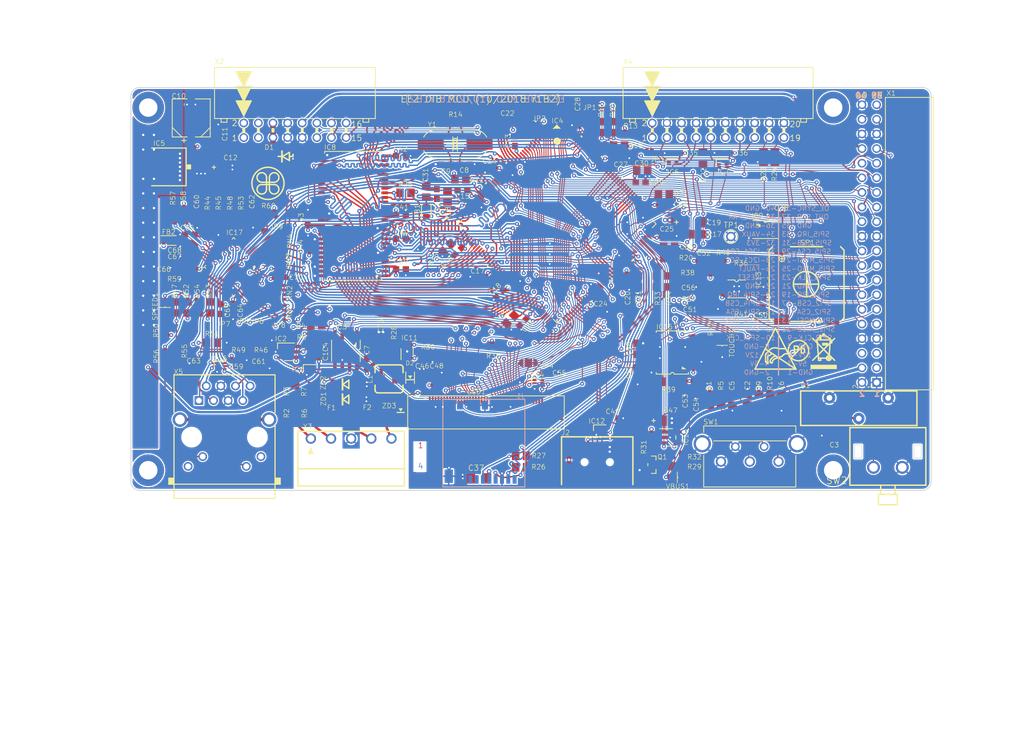
<source format=kicad_pcb>
(kicad_pcb (version 20171130) (host pcbnew "(5.0.0)")
  (layers (0 Top signal) (1 Gnd signal) (2 Power signal) (31 Bottom signal) (34 B.Paste user) (35 F.Paste user) (36 B.SilkS user) (37 F.SilkS user) (38 B.Mask user) (39 F.Mask user) (44 Edge.Cuts user))
  (net 0 "")
  (net 1 FRM3)
  (net 2 FRM2)
  (net 3 N$124)
  (net 4 GND)
  (net 5 +3V3)
  (net 6 ~RESET)
  (net 7 EOUT_B)
  (net 8 +5V)
  (net 9 I2C1_SCL)
  (net 10 I2C1_SDA)
  (net 11 SPI2_MISO)
  (net 12 DIN2)
  (net 13 DOUT1)
  (net 14 DOUT2)
  (net 15 SPI2_CSB)
  (net 16 SPI2_CSA)
  (net 17 OE_SYNC)
  (net 18 SPI5_CLK)
  (net 19 SPI5_MISO)
  (net 20 SPI5_MOSI)
  (net 21 PWR_DIRECT)
  (net 22 SPI2_CLK)
  (net 23 SPI2_MOSI)
  (net 24 DIN1)
  (net 25 VDD)
  (net 26 SPI4_CLK)
  (net 27 SPI4_MISO)
  (net 28 SPI4_MOSI)
  (net 29 PE)
  (net 30 "+3V3(A)")
  (net 31 SPI4_CSA)
  (net 32 SPI4_CSB)
  (net 33 OUT_PAR)
  (net 34 OUT_SER)
  (net 35 SPI5_CSB)
  (net 36 SPI5_CSA)
  (net 37 PWR_SSTART)
  (net 38 +12V)
  (net 39 ~FAULT)
  (net 40 SPI2_IRQ)
  (net 41 SPI5_IRQ)
  (net 42 SPI4_IRQ)
  (net 43 "Net-(R1-Pad2)")
  (net 44 "Net-(R10-Pad2)")
  (net 45 "/I/O connectors, encoders, user SW/+VAUX")
  (net 46 "Net-(F2-Pad1)")
  (net 47 "Net-(F1-Pad1)")
  (net 48 "Net-(R6-Pad1)")
  (net 49 "Net-(R2-Pad1)")
  (net 50 "Net-(F2-Pad2)")
  (net 51 "Net-(F1-Pad2)")
  (net 52 "Net-(IC1-Pad2)")
  (net 53 "Net-(IC1-Pad1)")
  (net 54 "Net-(R2-Pad2)")
  (net 55 "Net-(R6-Pad2)")
  (net 56 "Net-(IC2-Pad6)")
  (net 57 "Net-(IC2-Pad4)")
  (net 58 "/STM32F7 MCU/RCC_OSC_IN")
  (net 59 "/STM32F7 MCU/RCC_OSC_OUT")
  (net 60 "/STM32F7 MCU/BOOT0")
  (net 61 "/STM32F7 MCU/VCAP2")
  (net 62 "Net-(IC4-Pad108)")
  (net 63 "Net-(IC4-Pad107)")
  (net 64 "Net-(IC4-Pad100)")
  (net 65 "Net-(IC4-Pad105)")
  (net 66 "Net-(IC4-Pad104)")
  (net 67 "Net-(IC4-Pad102)")
  (net 68 "Net-(IC4-Pad101)")
  (net 69 "/STM32F7 MCU/VCAP1")
  (net 70 "/STM32F7 MCU/BYPASS_REG")
  (net 71 "/STM32F7 MCU/VDDA")
  (net 72 "/STM32F7 MCU/VREF+")
  (net 73 "/STM32F7 MCU/VBAT")
  (net 74 "Net-(B1-Pad2)")
  (net 75 "Net-(J1-Pad1)")
  (net 76 "Net-(J1-Pad2)")
  (net 77 "Net-(J1-Pad8)")
  (net 78 "Net-(IC8-Pad40)")
  (net 79 "Net-(IC8-Pad36)")
  (net 80 "Net-(IC7-Pad2)")
  (net 81 "/SDRAM, JTAG, SD card, EEPROM/TCK")
  (net 82 "/SDRAM, JTAG, SD card, EEPROM/DBGACK")
  (net 83 "/SDRAM, JTAG, SD card, EEPROM/DBGRQ")
  (net 84 "/SDRAM, JTAG, SD card, EEPROM/RTCK")
  (net 85 "/SDRAM, JTAG, SD card, EEPROM/TMS")
  (net 86 "Net-(IC6-Pad1)")
  (net 87 "Net-(IC6-Pad2)")
  (net 88 "/TFT, Audio, USB/USB_D_P")
  (net 89 "/TFT, Audio, USB/USB_D_N")
  (net 90 "Net-(IC11-Pad5)")
  (net 91 "/TFT, Audio, USB/VLED-")
  (net 92 "/TFT, Audio, USB/VLED+")
  (net 93 "Net-(IC15-Pad8)")
  (net 94 "Net-(IC15-Pad6)")
  (net 95 "Net-(IC15-Pad5)")
  (net 96 "Net-(LCD1-Pad35)")
  (net 97 "/TFT, Audio, USB/LCD_DISP")
  (net 98 "Net-(R42-Pad1)")
  (net 99 "Net-(IC13-Pad4)")
  (net 100 "Net-(IC13-Pad3)")
  (net 101 "Net-(C56-Pad2)")
  (net 102 "/TFT, Audio, USB/~AUDIO_SHDN")
  (net 103 "Net-(C52-Pad1)")
  (net 104 "Net-(C51-Pad1)")
  (net 105 "Net-(IC12-Pad5)")
  (net 106 "Net-(R29-Pad2)")
  (net 107 "Net-(Q1-PadB)")
  (net 108 "Net-(Q1-PadC)")
  (net 109 "Net-(IC17-Pad21)")
  (net 110 "Net-(IC17-Pad20)")
  (net 111 "Net-(C64-Pad1)")
  (net 112 "Net-(IC17-Pad24)")
  (net 113 "Net-(C60-Pad1)")
  (net 114 "Net-(C62-Pad1)")
  (net 115 "Net-(R50-Pad2)")
  (net 116 "/Ethernet PHY/LED_SPEED")
  (net 117 "/Ethernet PHY/LED_ACT")
  (net 118 "/Ethernet PHY/LED_LINK")
  (net 119 "Net-(R56-Pad1)")
  (net 120 "Net-(R55-Pad1)")
  (net 121 "Net-(JP5-Pad2)")
  (net 122 "Net-(JP7-Pad1)")
  (net 123 "Net-(JP6-Pad2)")
  (net 124 "Net-(JP9-Pad1)")
  (net 125 "Net-(IC17-Pad41)")
  (net 126 "Net-(IC17-Pad42)")
  (net 127 "Net-(IC17-Pad43)")
  (net 128 "Net-(IC17-Pad44)")
  (net 129 "Net-(JP6-Pad1)")
  (net 130 "Net-(IC17-Pad45)")
  (net 131 "Net-(IC17-Pad46)")
  (net 132 "Net-(IC17-Pad1)")
  (net 133 "Net-(IC17-Pad2)")
  (net 134 "Net-(IC17-Pad3)")
  (net 135 "Net-(IC17-Pad4)")
  (net 136 "Net-(IC17-Pad5)")
  (net 137 "Net-(IC17-Pad6)")
  (net 138 "Net-(IC17-Pad34)")
  (net 139 "Net-(IC17-Pad38)")
  (net 140 "Net-(IC17-Pad39)")
  (net 141 "Net-(IC17-Pad40)")
  (net 142 "Net-(IC17-Pad7)")
  (net 143 "Net-(IC17-Pad33)")
  (net 144 "Net-(IC17-Pad25)")
  (net 145 "Net-(IC17-Pad12)")
  (net 146 "Net-(IC17-Pad11)")
  (net 147 "Net-(IC17-Pad10)")
  (net 148 "Net-(IC17-Pad9)")
  (net 149 "Net-(IC17-Pad8)")
  (net 150 "/I/O connectors, encoders, user SW/ENC_SW")
  (net 151 "/I/O connectors, encoders, user SW/USER_SW")
  (net 152 "/I/O connectors, encoders, user SW/ENC_A")
  (net 153 "/I/O connectors, encoders, user SW/ENC_B")
  (net 154 "/STM32F7 MCU/USB_OTG_FS_VBUS")
  (net 155 "/STM32F7 MCU/DAC_OUT1")
  (net 156 "/STM32F7 MCU/LTDC_VSYNC")
  (net 157 "/STM32F7 MCU/LTDC_HSYNC")
  (net 158 "/STM32F7 MCU/LTDC_G6")
  (net 159 "/SDRAM, JTAG, SD card, EEPROM/FMC_A0")
  (net 160 "/SDRAM, JTAG, SD card, EEPROM/FMC_A1")
  (net 161 "/SDRAM, JTAG, SD card, EEPROM/FMC_A2")
  (net 162 "/SDRAM, JTAG, SD card, EEPROM/FMC_A3")
  (net 163 "/SDRAM, JTAG, SD card, EEPROM/FMC_A4")
  (net 164 "/SDRAM, JTAG, SD card, EEPROM/FMC_A5")
  (net 165 "/SDRAM, JTAG, SD card, EEPROM/SD_DETECT")
  (net 166 "/STM32F7 MCU/LTDC_DE")
  (net 167 "/STM32F7 MCU/LTDC_R5")
  (net 168 "/Ethernet PHY/ETH_MDC")
  (net 169 "/Ethernet PHY/ETH_TXD2")
  (net 170 "/Ethernet PHY/ETH_TX_CLK")
  (net 171 "/Ethernet PHY/ETH_CRS")
  (net 172 "/Ethernet PHY/ETH_RX_CLK")
  (net 173 "/Ethernet PHY/ETH_MDIO")
  (net 174 "/SDRAM, JTAG, SD card, EEPROM/FMC_SDCKE0")
  (net 175 "/SDRAM, JTAG, SD card, EEPROM/FMC_SDNE0")
  (net 176 "/STM32F7 MCU/LTDC_G4")
  (net 177 "/SDRAM, JTAG, SD card, EEPROM/FMC_SDNWE")
  (net 178 "/Ethernet PHY/ETH_COL")
  (net 179 "/STM32F7 MCU/LTDC_R4")
  (net 180 "/STM32F7 MCU/LTDC_G2")
  (net 181 "/Ethernet PHY/ETH_RX_DV")
  (net 182 "/Ethernet PHY/ETH_RXD0")
  (net 183 "/Ethernet PHY/ETH_RXD1")
  (net 184 "/STM32F7 MCU/LTDC_R3")
  (net 185 "/STM32F7 MCU/LTDC_R6")
  (net 186 "/SDRAM, JTAG, SD card, EEPROM/FMC_SDNRAS")
  (net 187 "/SDRAM, JTAG, SD card, EEPROM/FMC_A6")
  (net 188 "/SDRAM, JTAG, SD card, EEPROM/FMC_A7")
  (net 189 "/SDRAM, JTAG, SD card, EEPROM/FMC_A8")
  (net 190 "/SDRAM, JTAG, SD card, EEPROM/FMC_A9")
  (net 191 "/SDRAM, JTAG, SD card, EEPROM/FMC_A10")
  (net 192 "/SDRAM, JTAG, SD card, EEPROM/FMC_A11")
  (net 193 "/SDRAM, JTAG, SD card, EEPROM/FMC_D4")
  (net 194 "/SDRAM, JTAG, SD card, EEPROM/FMC_D5")
  (net 195 "/SDRAM, JTAG, SD card, EEPROM/FMC_D6")
  (net 196 "/SDRAM, JTAG, SD card, EEPROM/FMC_D7")
  (net 197 "/SDRAM, JTAG, SD card, EEPROM/FMC_D8")
  (net 198 "/SDRAM, JTAG, SD card, EEPROM/FMC_D9")
  (net 199 "/SDRAM, JTAG, SD card, EEPROM/FMC_D10")
  (net 200 "/SDRAM, JTAG, SD card, EEPROM/FMC_D11")
  (net 201 "/SDRAM, JTAG, SD card, EEPROM/FMC_D12")
  (net 202 "/Ethernet PHY/ETH_TX_EN")
  (net 203 "/Ethernet PHY/ETH_RXD2")
  (net 204 "/Ethernet PHY/ETH_RXD3")
  (net 205 "/Ethernet PHY/ETH_TXD0")
  (net 206 "/Ethernet PHY/ETH_TXD1")
  (net 207 "/STM32F7 MCU/TFT_BRIGHTNESS")
  (net 208 "/SDRAM, JTAG, SD card, EEPROM/FMC_D13")
  (net 209 "/SDRAM, JTAG, SD card, EEPROM/FMC_D14")
  (net 210 "/SDRAM, JTAG, SD card, EEPROM/FMC_D15")
  (net 211 "/SDRAM, JTAG, SD card, EEPROM/FMC_D0")
  (net 212 "/SDRAM, JTAG, SD card, EEPROM/FMC_D1")
  (net 213 "/SDRAM, JTAG, SD card, EEPROM/FMC_BA0")
  (net 214 "/SDRAM, JTAG, SD card, EEPROM/FMC_BA1")
  (net 215 "/STM32F7 MCU/LTDC_R7")
  (net 216 "/STM32F7 MCU/LTDC_CLK")
  (net 217 "/SDRAM, JTAG, SD card, EEPROM/FMC_SDCLK")
  (net 218 "/SDRAM, JTAG, SD card, EEPROM/SDMMC1_D0")
  (net 219 "/Ethernet PHY/MCLK_25")
  (net 220 "/STM32F7 MCU/USB_OTG_FS_ID")
  (net 221 "/STM32F7 MCU/USB_OTG_FS_D_N")
  (net 222 "/STM32F7 MCU/USB_OTG_FS_D_P")
  (net 223 "/SDRAM, JTAG, SD card, EEPROM/SYS_JTMS-SWDIO")
  (net 224 "/STM32F7 MCU/LTDC_G5")
  (net 225 "/SDRAM, JTAG, SD card, EEPROM/SYS_JTCK-SWCLK")
  (net 226 "/SDRAM, JTAG, SD card, EEPROM/SYS_JTDI")
  (net 227 "/STM32F7 MCU/LTDC_R2")
  (net 228 "/SDRAM, JTAG, SD card, EEPROM/SDMMC1_CK")
  (net 229 "/SDRAM, JTAG, SD card, EEPROM/FMC_D2")
  (net 230 "/SDRAM, JTAG, SD card, EEPROM/FMC_D3")
  (net 231 "/SDRAM, JTAG, SD card, EEPROM/SDMMC1_CMD")
  (net 232 "/STM32F7 MCU/LTDC_G7")
  (net 233 "/STM32F7 MCU/~USB_OTG_FS_OC")
  (net 234 "/STM32F7 MCU/USB_OTG_FS_PSO")
  (net 235 "/STM32F7 MCU/LTDC_B2")
  (net 236 "/STM32F7 MCU/IRQ_TOUCH")
  (net 237 "/STM32F7 MCU/LTDC_G3")
  (net 238 "/STM32F7 MCU/LTDC_B3")
  (net 239 "/STM32F7 MCU/LTDC_B4")
  (net 240 "/SDRAM, JTAG, SD card, EEPROM/FMC_SDNCAS")
  (net 241 "/SDRAM, JTAG, SD card, EEPROM/SYS_JTDO-SWO")
  (net 242 "/SDRAM, JTAG, SD card, EEPROM/SYS_JTRST")
  (net 243 "/Ethernet PHY/ETH_TXD3")
  (net 244 "/SDRAM, JTAG, SD card, EEPROM/FMC_NBL0")
  (net 245 "/SDRAM, JTAG, SD card, EEPROM/FMC_NBL1")
  (net 246 "/STM32F7 MCU/LTDC_B5")
  (net 247 "/STM32F7 MCU/LTDC_B6")
  (net 248 "/STM32F7 MCU/LTDC_B7")
  (net 249 "/TFT, Audio, USB/Touch_XL")
  (net 250 "/TFT, Audio, USB/Touch_YD")
  (net 251 "/TFT, Audio, USB/VLED_SW")
  (net 252 "/TFT, Audio, USB/SPKR+")
  (net 253 "/TFT, Audio, USB/SPKR-")
  (net 254 "/TFT, Audio, USB/Touch_XR")
  (net 255 "/TFT, Audio, USB/Touch_YU")
  (net 256 "/Ethernet PHY/ETH_TX+")
  (net 257 "/Ethernet PHY/ETH_TX-")
  (net 258 "/Ethernet PHY/ETH_RX+")
  (net 259 "/Ethernet PHY/ETH_RX-")
  (net 260 "/TFT, Audio, USB/LTDC_RESET")
  (module "EEZ DIB MCU r1B2:HC-49_4H" (layer Top) (at 135.3171 79.8056)
    (fp_text reference Y1 (at -4.81 -2.8575) (layer F.SilkS) (effects (font (size 0.85 0.85) (thickness 0.085)) (justify left bottom)))
    (fp_text value 10MHz)
    (pad 1 smd rect (at -4.25 0) (size 4.5 2) (layers Top F.Paste F.Mask) (net 59 "/STM32F7 MCU/RCC_OSC_OUT"))
    (pad 2 smd rect (at 4.25 0) (size 4.5 2) (layers Top F.Paste F.Mask) (net 58 "/STM32F7 MCU/RCC_OSC_IN"))
  )
  (module "EEZ DIB MCU r1B2:CAY16" (layer Top) (at 104.9 96.6204 90)
    (fp_text reference RN4 (at -1.3796 2.2121 90) (layer F.SilkS) (effects (font (size 0.85 0.85) (thickness 0.085)) (justify left bottom)))
    (fp_text value DR1206-33R-4/8)
    (pad 1 smd rect (at -1.2 0.675 90) (size 0.5 0.65) (layers Top F.Paste F.Mask) (net 205 "/Ethernet PHY/ETH_TXD0"))
    (pad 2 smd rect (at -0.4 0.675 90) (size 0.5 0.65) (layers Top F.Paste F.Mask) (net 206 "/Ethernet PHY/ETH_TXD1"))
    (pad 3 smd rect (at 0.4 0.675 90) (size 0.5 0.65) (layers Top F.Paste F.Mask) (net 169 "/Ethernet PHY/ETH_TXD2"))
    (pad 4 smd rect (at 1.2 0.675 90) (size 0.5 0.65) (layers Top F.Paste F.Mask) (net 243 "/Ethernet PHY/ETH_TXD3"))
    (pad 5 smd rect (at 1.2 -0.675 90) (size 0.5 0.65) (layers Top F.Paste F.Mask) (net 137 "Net-(IC17-Pad6)"))
    (pad 6 smd rect (at 0.4 -0.675 90) (size 0.5 0.65) (layers Top F.Paste F.Mask) (net 136 "Net-(IC17-Pad5)"))
    (pad 7 smd rect (at -0.4 -0.675 90) (size 0.5 0.65) (layers Top F.Paste F.Mask) (net 135 "Net-(IC17-Pad4)"))
    (pad 8 smd rect (at -1.2 -0.675 90) (size 0.5 0.65) (layers Top F.Paste F.Mask) (net 134 "Net-(IC17-Pad3)"))
  )
  (module "EEZ DIB MCU r1B2:CAY16" (layer Top) (at 104.9 100.3288 90)
    (fp_text reference RN3 (at -1.0712 2.0867 90) (layer F.SilkS) (effects (font (size 0.85 0.85) (thickness 0.085)) (justify left bottom)))
    (fp_text value DR1206-33R-4/8)
    (pad 1 smd rect (at -1.2 0.675 90) (size 0.5 0.65) (layers Top F.Paste F.Mask) (net 203 "/Ethernet PHY/ETH_RXD2"))
    (pad 2 smd rect (at -0.4 0.675 90) (size 0.5 0.65) (layers Top F.Paste F.Mask) (net 204 "/Ethernet PHY/ETH_RXD3"))
    (pad 3 smd rect (at 0.4 0.675 90) (size 0.5 0.65) (layers Top F.Paste F.Mask) (net 170 "/Ethernet PHY/ETH_TX_CLK"))
    (pad 4 smd rect (at 1.2 0.675 90) (size 0.5 0.65) (layers Top F.Paste F.Mask) (net 202 "/Ethernet PHY/ETH_TX_EN"))
    (pad 5 smd rect (at 1.2 -0.675 90) (size 0.5 0.65) (layers Top F.Paste F.Mask) (net 133 "Net-(IC17-Pad2)"))
    (pad 6 smd rect (at 0.4 -0.675 90) (size 0.5 0.65) (layers Top F.Paste F.Mask) (net 132 "Net-(IC17-Pad1)"))
    (pad 7 smd rect (at -0.4 -0.675 90) (size 0.5 0.65) (layers Top F.Paste F.Mask) (net 131 "Net-(IC17-Pad46)"))
    (pad 8 smd rect (at -1.2 -0.675 90) (size 0.5 0.65) (layers Top F.Paste F.Mask) (net 130 "Net-(IC17-Pad45)"))
  )
  (module "EEZ DIB MCU r1B2:CAY16" (layer Top) (at 104.9 105.5993 90)
    (fp_text reference RN2 (at -1.4007 2.1867 90) (layer F.SilkS) (effects (font (size 0.85 0.85) (thickness 0.085)) (justify left bottom)))
    (fp_text value DR1206-33R-4/8)
    (pad 1 smd rect (at -1.2 0.675 90) (size 0.5 0.65) (layers Top F.Paste F.Mask) (net 129 "Net-(JP6-Pad1)"))
    (pad 2 smd rect (at -0.4 0.675 90) (size 0.5 0.65) (layers Top F.Paste F.Mask) (net 178 "/Ethernet PHY/ETH_COL"))
    (pad 3 smd rect (at 0.4 0.675 90) (size 0.5 0.65) (layers Top F.Paste F.Mask) (net 182 "/Ethernet PHY/ETH_RXD0"))
    (pad 4 smd rect (at 1.2 0.675 90) (size 0.5 0.65) (layers Top F.Paste F.Mask) (net 183 "/Ethernet PHY/ETH_RXD1"))
    (pad 5 smd rect (at 1.2 -0.675 90) (size 0.5 0.65) (layers Top F.Paste F.Mask) (net 128 "Net-(IC17-Pad44)"))
    (pad 6 smd rect (at 0.4 -0.675 90) (size 0.5 0.65) (layers Top F.Paste F.Mask) (net 127 "Net-(IC17-Pad43)"))
    (pad 7 smd rect (at -0.4 -0.675 90) (size 0.5 0.65) (layers Top F.Paste F.Mask) (net 126 "Net-(IC17-Pad42)"))
    (pad 8 smd rect (at -1.2 -0.675 90) (size 0.5 0.65) (layers Top F.Paste F.Mask) (net 125 "Net-(IC17-Pad41)"))
  )
  (module "EEZ DIB MCU r1B2:CAY16" (layer Top) (at 104.9 109.11 90)
    (fp_text reference RN1 (at -1.1384 2.0949 90) (layer F.SilkS) (effects (font (size 0.85 0.85) (thickness 0.085)) (justify left bottom)))
    (fp_text value DR1206-33R-4/8)
    (pad 1 smd rect (at -1.2 0.675 90) (size 0.5 0.65) (layers Top F.Paste F.Mask) (net 219 "/Ethernet PHY/MCLK_25"))
    (pad 2 smd rect (at -0.4 0.675 90) (size 0.5 0.65) (layers Top F.Paste F.Mask) (net 172 "/Ethernet PHY/ETH_RX_CLK"))
    (pad 3 smd rect (at 0.4 0.675 90) (size 0.5 0.65) (layers Top F.Paste F.Mask) (net 181 "/Ethernet PHY/ETH_RX_DV"))
    (pad 4 smd rect (at 1.2 0.675 90) (size 0.5 0.65) (layers Top F.Paste F.Mask) (net 171 "/Ethernet PHY/ETH_CRS"))
    (pad 5 smd rect (at 1.2 -0.675 90) (size 0.5 0.65) (layers Top F.Paste F.Mask) (net 141 "Net-(IC17-Pad40)"))
    (pad 6 smd rect (at 0.4 -0.675 90) (size 0.5 0.65) (layers Top F.Paste F.Mask) (net 140 "Net-(IC17-Pad39)"))
    (pad 7 smd rect (at -0.4 -0.675 90) (size 0.5 0.65) (layers Top F.Paste F.Mask) (net 139 "Net-(IC17-Pad38)"))
    (pad 8 smd rect (at -1.2 -0.675 90) (size 0.5 0.65) (layers Top F.Paste F.Mask) (net 138 "Net-(IC17-Pad34)"))
  )
  (module "EEZ DIB MCU r1B2:DBV5" (layer Top) (at 172.7948 130.8088)
    (fp_text reference IC10 (at 3.1052 1.4912 90) (layer F.SilkS) (effects (font (size 0.85 0.85) (thickness 0.085)) (justify left bottom)))
    (fp_text value TPS2051BDBVR)
    (pad 1 smd rect (at -1.1938 -0.95) (size 1.4732 0.5588) (layers Top F.Paste F.Mask) (net 154 "/STM32F7 MCU/USB_OTG_FS_VBUS"))
    (pad 2 smd rect (at -1.1938 0) (size 1.4732 0.5588) (layers Top F.Paste F.Mask) (net 4 GND))
    (pad 3 smd rect (at -1.1938 0.95) (size 1.4732 0.5588) (layers Top F.Paste F.Mask) (net 233 "/STM32F7 MCU/~USB_OTG_FS_OC"))
    (pad 4 smd rect (at 1.1938 0.95) (size 1.4732 0.5588) (layers Top F.Paste F.Mask) (net 234 "/STM32F7 MCU/USB_OTG_FS_PSO"))
    (pad 5 smd rect (at 1.1938 -0.95) (size 1.4732 0.5588) (layers Top F.Paste F.Mask) (net 8 +5V))
  )
  (module "EEZ DIB MCU r1B2:DO214AA" (layer Top) (at 105.8404 81.99)
    (fp_text reference D1 (at -1.9404 -2.09) (layer F.SilkS) (effects (font (size 0.85 0.85) (thickness 0.085)) (justify right top)))
    (fp_text value SMBJ5.0A-TR)
    (pad A smd rect (at 2.55 0) (size 1.8 2.2) (layers Top F.Paste F.Mask) (net 4 GND))
    (pad C smd rect (at -2.55 0) (size 1.8 2.2) (layers Top F.Paste F.Mask) (net 8 +5V))
  )
  (module "EEZ DIB MCU r1B2:C1206" (layer Top) (at 122.4393 115.0354 90)
    (fp_text reference C45 (at 2.3354 0.4607 90) (layer F.SilkS) (effects (font (size 0.85 0.85) (thickness 0.085)) (justify left bottom)))
    (fp_text value 4u7)
    (pad 1 smd rect (at -1.4 0 90) (size 1.6 1.8) (layers Top F.Paste F.Mask) (net 8 +5V))
    (pad 2 smd rect (at 1.4 0 90) (size 1.6 1.8) (layers Top F.Paste F.Mask) (net 4 GND))
  )
  (module "EEZ DIB MCU r1B2:C1206" (layer Top) (at 139.3811 137.9208 180)
    (fp_text reference C37 (at 1.8811 1.2508 180) (layer F.SilkS) (effects (font (size 0.9652 0.9652) (thickness 0.09652)) (justify left bottom)))
    (fp_text value 4u7)
    (pad 1 smd rect (at -1.4 0 180) (size 1.6 1.8) (layers Top F.Paste F.Mask) (net 5 +3V3))
    (pad 2 smd rect (at 1.4 0 180) (size 1.6 1.8) (layers Top F.Paste F.Mask) (net 4 GND))
  )
  (module "EEZ DIB MCU r1B2:DO214AC" (layer Top) (at 116.6 121.6013)
    (fp_text reference ZD2 (at -3.7243 0.9987 90) (layer F.SilkS) (effects (font (size 0.85 0.85) (thickness 0.085)) (justify left bottom)))
    (fp_text value SMAJ18A)
    (pad C smd rect (at -2.05 0) (size 1.8 1.7) (layers Top F.Paste F.Mask) (net 50 "Net-(F2-Pad2)"))
    (pad A smd rect (at 2.05 0) (size 1.8 1.7) (layers Top F.Paste F.Mask) (net 4 GND))
  )
  (module "EEZ DIB MCU r1B2:DO214AC" (layer Top) (at 116.6 124.2048)
    (fp_text reference ZD1 (at -3.6608 1.1952 90) (layer F.SilkS) (effects (font (size 0.85 0.85) (thickness 0.085)) (justify left bottom)))
    (fp_text value SMAJ18A)
    (pad C smd rect (at -2.05 0) (size 1.8 1.7) (layers Top F.Paste F.Mask) (net 51 "Net-(F1-Pad2)"))
    (pad A smd rect (at 2.05 0) (size 1.8 1.7) (layers Top F.Paste F.Mask) (net 4 GND))
  )
  (module "EEZ DIB MCU r1B2:DE0403" (layer Top) (at 123.8363 120.6361 90)
    (fp_text reference L1 (at -0.8639 -2.8363 90) (layer F.SilkS) (effects (font (size 0.85 0.85) (thickness 0.085)) (justify left bottom)))
    (fp_text value DLG-0403-4R7)
    (pad 1 smd rect (at 0 -1.626 90) (size 1.5 1.75) (layers Top F.Paste F.Mask) (net 8 +5V))
    (pad 2 smd rect (at 0 1.625 90) (size 1.5 1.75) (layers Top F.Paste F.Mask) (net 251 "/TFT, Audio, USB/VLED_SW"))
  )
  (module "EEZ DIB MCU r1B2:SOD323-R" (layer Top) (at 127.4939 120.4329 90)
    (fp_text reference D2 (at 2.0829 -0.8439) (layer F.SilkS) (effects (font (size 0.77216 0.77216) (thickness 0.077216)) (justify left bottom)))
    (fp_text value "RB751V40T1G or NSR0240")
    (pad C smd rect (at -1.3 0 90) (size 1.2 1) (layers Top F.Paste F.Mask) (net 92 "/TFT, Audio, USB/VLED+"))
    (pad A smd rect (at 1.3 0 90) (size 1.2 1) (layers Top F.Paste F.Mask) (net 251 "/TFT, Audio, USB/VLED_SW"))
  )
  (module "EEZ DIB MCU r1B2:SOD323-W" (layer Top) (at 125.8556 126.1225 90)
    (fp_text reference ZD3 (at 0.3125 -3.2856 180) (layer F.SilkS) (effects (font (size 0.85 0.85) (thickness 0.085)) (justify left bottom)))
    (fp_text value BZX384-B30.115)
    (pad C smd rect (at -1.45 0 90) (size 1.5 1.2) (layers Top F.Paste F.Mask) (net 92 "/TFT, Audio, USB/VLED+"))
    (pad A smd rect (at 1.45 0 90) (size 1.5 1.2) (layers Top F.Paste F.Mask) (net 91 "/TFT, Audio, USB/VLED-"))
  )
  (module "EEZ DIB MCU r1B2:SOP65P780X200-20N" (layer Top) (at 173.0488 116.0514 180)
    (fp_text reference IC15 (at 2.8488 3.9514) (layer F.SilkS) (effects (font (size 0.85 0.85) (thickness 0.085)) (justify left bottom)))
    (fp_text value AR1021-I/SS)
    (pad 1 smd rect (at -3.6322 -2.921 180) (size 1.651 0.4318) (layers Top F.Paste F.Mask) (net 5 +3V3))
    (pad 2 smd rect (at -3.6322 -2.286 180) (size 1.651 0.4318) (layers Top F.Paste F.Mask) (net 4 GND))
    (pad 3 smd rect (at -3.6322 -1.6256 180) (size 1.651 0.4318) (layers Top F.Paste F.Mask) (net 4 GND))
    (pad 4 smd rect (at -3.6322 -0.9652 180) (size 1.651 0.4318) (layers Top F.Paste F.Mask) (net 4 GND))
    (pad 5 smd rect (at -3.6322 -0.3302 180) (size 1.651 0.4318) (layers Top F.Paste F.Mask) (net 95 "Net-(IC15-Pad5)"))
    (pad 6 smd rect (at -3.6322 0.3302 180) (size 1.651 0.4318) (layers Top F.Paste F.Mask) (net 94 "Net-(IC15-Pad6)"))
    (pad 7 smd rect (at -3.6322 0.9652 180) (size 1.651 0.4318) (layers Top F.Paste F.Mask) (net 4 GND))
    (pad 8 smd rect (at -3.6322 1.6256 180) (size 1.651 0.4318) (layers Top F.Paste F.Mask) (net 93 "Net-(IC15-Pad8)"))
    (pad 9 smd rect (at -3.6322 2.286 180) (size 1.651 0.4318) (layers Top F.Paste F.Mask) (net 236 "/STM32F7 MCU/IRQ_TOUCH"))
    (pad 10 smd rect (at -3.6322 2.921 180) (size 1.651 0.4318) (layers Top F.Paste F.Mask))
    (pad 11 smd rect (at 3.6322 2.921 180) (size 1.651 0.4318) (layers Top F.Paste F.Mask) (net 9 I2C1_SCL))
    (pad 12 smd rect (at 3.6322 2.286 180) (size 1.651 0.4318) (layers Top F.Paste F.Mask))
    (pad 13 smd rect (at 3.6322 1.6256 180) (size 1.651 0.4318) (layers Top F.Paste F.Mask) (net 10 I2C1_SDA))
    (pad 14 smd rect (at 3.6322 0.9652 180) (size 1.651 0.4318) (layers Top F.Paste F.Mask) (net 4 GND))
    (pad 15 smd rect (at 3.6322 0.3302 180) (size 1.651 0.4318) (layers Top F.Paste F.Mask) (net 255 "/TFT, Audio, USB/Touch_YU"))
    (pad 16 smd rect (at 3.6322 -0.3302 180) (size 1.651 0.4318) (layers Top F.Paste F.Mask) (net 250 "/TFT, Audio, USB/Touch_YD"))
    (pad 17 smd rect (at 3.6322 -0.9652 180) (size 1.651 0.4318) (layers Top F.Paste F.Mask) (net 4 GND))
    (pad 18 smd rect (at 3.6322 -1.6256 180) (size 1.651 0.4318) (layers Top F.Paste F.Mask) (net 254 "/TFT, Audio, USB/Touch_XR"))
    (pad 19 smd rect (at 3.6322 -2.286 180) (size 1.651 0.4318) (layers Top F.Paste F.Mask) (net 249 "/TFT, Audio, USB/Touch_XL"))
    (pad 20 smd rect (at 3.6322 -2.921 180) (size 1.651 0.4318) (layers Top F.Paste F.Mask) (net 4 GND))
  )
  (module "EEZ DIB MCU r1B2:DCK5" (layer Top) (at 127.0113 115.8355 90)
    (fp_text reference IC11 (at 1.8355 -1.1113 180) (layer F.SilkS) (effects (font (size 0.85 0.85) (thickness 0.085)) (justify left bottom)))
    (fp_text value TPS61169DCKR)
    (pad 1 smd rect (at -1.125 -0.65 180) (size 0.4 0.85) (layers Top F.Paste F.Mask) (net 251 "/TFT, Audio, USB/VLED_SW"))
    (pad 2 smd rect (at -1.125 0 180) (size 0.4 0.85) (layers Top F.Paste F.Mask) (net 4 GND))
    (pad 3 smd rect (at -1.125 0.65 180) (size 0.4 0.85) (layers Top F.Paste F.Mask) (net 91 "/TFT, Audio, USB/VLED-"))
    (pad 4 smd rect (at 1.125 0.65 180) (size 0.4 0.85) (layers Top F.Paste F.Mask) (net 207 "/STM32F7 MCU/TFT_BRIGHTNESS"))
    (pad 5 smd rect (at 1.125 -0.65 180) (size 0.4 0.85) (layers Top F.Paste F.Mask) (net 90 "Net-(IC11-Pad5)"))
  )
  (module "EEZ DIB MCU r1B2:DBV6" (layer Top) (at 106.5516 115.9371)
    (fp_text reference IC2 (at -2.6035 -1.778) (layer F.SilkS) (effects (font (size 0.85 0.85) (thickness 0.085)) (justify left bottom)))
    (fp_text value SN74LVC2G34DBVR)
    (pad 1 smd rect (at -1.1176 -0.95) (size 1.4732 0.5588) (layers Top F.Paste F.Mask) (net 53 "Net-(IC1-Pad1)"))
    (pad 2 smd rect (at -1.1176 0) (size 1.4732 0.5588) (layers Top F.Paste F.Mask) (net 4 GND))
    (pad 3 smd rect (at -1.1176 0.95) (size 1.4732 0.5588) (layers Top F.Paste F.Mask) (net 52 "Net-(IC1-Pad2)"))
    (pad 4 smd rect (at 1.1176 0.95) (size 1.4732 0.5588) (layers Top F.Paste F.Mask) (net 57 "Net-(IC2-Pad4)"))
    (pad 5 smd rect (at 1.1176 0) (size 1.4732 0.5588) (layers Top F.Paste F.Mask) (net 5 +3V3))
    (pad 6 smd rect (at 1.1176 -0.95) (size 1.4732 0.5588) (layers Top F.Paste F.Mask) (net 56 "Net-(IC2-Pad6)"))
  )
  (module "EEZ DIB MCU r1B2:DRL6" (layer Top) (at 94.6136 118.4136)
    (fp_text reference IC16 (at 1.1864 -1.8136) (layer F.SilkS) (effects (font (size 0.85 0.85) (thickness 0.085)) (justify right top)))
    (fp_text value TPD4E001DRLR)
    (pad 1 smd rect (at -0.65 -0.5) (size 0.654 0.3008) (layers Top F.Paste F.Mask) (net 256 "/Ethernet PHY/ETH_TX+"))
    (pad 2 smd rect (at -0.65 0) (size 0.654 0.3008) (layers Top F.Paste F.Mask) (net 257 "/Ethernet PHY/ETH_TX-"))
    (pad 3 smd rect (at -0.65 0.5) (size 0.654 0.3008) (layers Top F.Paste F.Mask) (net 4 GND))
    (pad 4 smd rect (at 0.65 0.5) (size 0.654 0.3008) (layers Top F.Paste F.Mask) (net 258 "/Ethernet PHY/ETH_RX+"))
    (pad 5 smd rect (at 0.65 0) (size 0.654 0.3008) (layers Top F.Paste F.Mask) (net 259 "/Ethernet PHY/ETH_RX-"))
    (pad 6 smd rect (at 0.65 -0.5) (size 0.654 0.3008) (layers Top F.Paste F.Mask) (net 5 +3V3))
  )
  (module "EEZ DIB MCU r1B2:DRL6" (layer Top) (at 181.8245 83.3362)
    (fp_text reference IC7 (at -1.0245 1.7638) (layer F.SilkS) (effects (font (size 0.85 0.85) (thickness 0.085)) (justify left bottom)))
    (fp_text value TPD4E001DRLR)
    (pad 1 smd rect (at -0.65 -0.5) (size 0.654 0.3008) (layers Top F.Paste F.Mask) (net 81 "/SDRAM, JTAG, SD card, EEPROM/TCK"))
    (pad 2 smd rect (at -0.65 0) (size 0.654 0.3008) (layers Top F.Paste F.Mask) (net 80 "Net-(IC7-Pad2)"))
    (pad 3 smd rect (at -0.65 0.5) (size 0.654 0.3008) (layers Top F.Paste F.Mask) (net 4 GND))
    (pad 4 smd rect (at 0.65 0.5) (size 0.654 0.3008) (layers Top F.Paste F.Mask) (net 6 ~RESET))
    (pad 5 smd rect (at 0.65 0) (size 0.654 0.3008) (layers Top F.Paste F.Mask) (net 241 "/SDRAM, JTAG, SD card, EEPROM/SYS_JTDO-SWO"))
    (pad 6 smd rect (at 0.65 -0.5) (size 0.654 0.3008) (layers Top F.Paste F.Mask) (net 5 +3V3))
  )
  (module "EEZ DIB MCU r1B2:DRL6" (layer Top) (at 173.1123 83.387)
    (fp_text reference IC6 (at -1.0123 1.813) (layer F.SilkS) (effects (font (size 0.85 0.85) (thickness 0.085)) (justify left bottom)))
    (fp_text value TPD4E001DRLR)
    (pad 1 smd rect (at -0.65 -0.5) (size 0.654 0.3008) (layers Top F.Paste F.Mask) (net 86 "Net-(IC6-Pad1)"))
    (pad 2 smd rect (at -0.65 0) (size 0.654 0.3008) (layers Top F.Paste F.Mask) (net 87 "Net-(IC6-Pad2)"))
    (pad 3 smd rect (at -0.65 0.5) (size 0.654 0.3008) (layers Top F.Paste F.Mask) (net 4 GND))
    (pad 4 smd rect (at 0.65 0.5) (size 0.654 0.3008) (layers Top F.Paste F.Mask) (net 85 "/SDRAM, JTAG, SD card, EEPROM/TMS"))
    (pad 5 smd rect (at 0.65 0) (size 0.654 0.3008) (layers Top F.Paste F.Mask) (net 226 "/SDRAM, JTAG, SD card, EEPROM/SYS_JTDI"))
    (pad 6 smd rect (at 0.65 -0.5) (size 0.654 0.3008) (layers Top F.Paste F.Mask) (net 5 +3V3))
  )
  (module "EEZ DIB MCU r1B2:DRL6" (layer Top) (at 149.7824 121.3727)
    (fp_text reference IC14 (at -1.905 -0.9525) (layer F.SilkS) (effects (font (size 0.85 0.85) (thickness 0.085)) (justify left bottom)))
    (fp_text value TPD4E001DRLR)
    (pad 1 smd rect (at -0.65 -0.5) (size 0.654 0.3008) (layers Top F.Paste F.Mask) (net 254 "/TFT, Audio, USB/Touch_XR"))
    (pad 2 smd rect (at -0.65 0) (size 0.654 0.3008) (layers Top F.Paste F.Mask) (net 250 "/TFT, Audio, USB/Touch_YD"))
    (pad 3 smd rect (at -0.65 0.5) (size 0.654 0.3008) (layers Top F.Paste F.Mask) (net 4 GND))
    (pad 4 smd rect (at 0.65 0.5) (size 0.654 0.3008) (layers Top F.Paste F.Mask) (net 249 "/TFT, Audio, USB/Touch_XL"))
    (pad 5 smd rect (at 0.65 0) (size 0.654 0.3008) (layers Top F.Paste F.Mask) (net 255 "/TFT, Audio, USB/Touch_YU"))
    (pad 6 smd rect (at 0.65 -0.5) (size 0.654 0.3008) (layers Top F.Paste F.Mask) (net 5 +3V3))
  )
  (module "EEZ DIB MCU r1B2:DRL6" (layer Top) (at 110.1076 118.9851)
    (fp_text reference IC1 (at -3.2076 0.5149) (layer F.SilkS) (effects (font (size 0.85 0.85) (thickness 0.085)) (justify left bottom)))
    (fp_text value TPD4E001DRLR)
    (pad 1 smd rect (at -0.65 -0.5) (size 0.654 0.3008) (layers Top F.Paste F.Mask) (net 53 "Net-(IC1-Pad1)"))
    (pad 2 smd rect (at -0.65 0) (size 0.654 0.3008) (layers Top F.Paste F.Mask) (net 52 "Net-(IC1-Pad2)"))
    (pad 3 smd rect (at -0.65 0.5) (size 0.654 0.3008) (layers Top F.Paste F.Mask) (net 4 GND))
    (pad 4 smd rect (at 0.65 0.5) (size 0.654 0.3008) (layers Top F.Paste F.Mask) (net 51 "Net-(F1-Pad2)"))
    (pad 5 smd rect (at 0.65 0) (size 0.654 0.3008) (layers Top F.Paste F.Mask) (net 50 "Net-(F2-Pad2)"))
    (pad 6 smd rect (at 0.65 -0.5) (size 0.654 0.3008) (layers Top F.Paste F.Mask) (net 8 +5V))
  )
  (module "EEZ DIB MCU r1B2:DRL6" (layer Top) (at 160.5139 129.4499)
    (fp_text reference IC12 (at -2.0901 -0.9951) (layer F.SilkS) (effects (font (size 0.85 0.85) (thickness 0.085)) (justify left bottom)))
    (fp_text value TPD4E001DRLR)
    (pad 1 smd rect (at -0.65 -0.5) (size 0.654 0.3008) (layers Top F.Paste F.Mask) (net 89 "/TFT, Audio, USB/USB_D_N"))
    (pad 2 smd rect (at -0.65 0) (size 0.654 0.3008) (layers Top F.Paste F.Mask) (net 88 "/TFT, Audio, USB/USB_D_P"))
    (pad 3 smd rect (at -0.65 0.5) (size 0.654 0.3008) (layers Top F.Paste F.Mask) (net 4 GND))
    (pad 4 smd rect (at 0.65 0.5) (size 0.654 0.3008) (layers Top F.Paste F.Mask) (net 220 "/STM32F7 MCU/USB_OTG_FS_ID"))
    (pad 5 smd rect (at 0.65 0) (size 0.654 0.3008) (layers Top F.Paste F.Mask) (net 105 "Net-(IC12-Pad5)"))
    (pad 6 smd rect (at 0.65 -0.5) (size 0.654 0.3008) (layers Top F.Paste F.Mask) (net 154 "/STM32F7 MCU/USB_OTG_FS_VBUS"))
  )
  (module "EEZ DIB MCU r1B2:LED_0805" (layer Top) (at 84.93 108.23)
    (fp_text reference SPEED1 (at -1.2362 2.3099 90) (layer F.SilkS) (effects (font (size 0.85 0.85) (thickness 0.085)) (justify left bottom)))
    (fp_text value LTST-C170YKT)
    (pad C smd rect (at 0 -1.05) (size 1.2 1.2) (layers Top F.Paste F.Mask) (net 116 "/Ethernet PHY/LED_SPEED"))
    (pad A smd rect (at 0 1.05) (size 1.2 1.2) (layers Top F.Paste F.Mask) (net 115 "Net-(R50-Pad2)"))
  )
  (module "EEZ DIB MCU r1B2:LED_0805" (layer Top) (at 173.91 137.74 270)
    (fp_text reference VBUS1 (at 2.0697 2.0124) (layer F.SilkS) (effects (font (size 0.85 0.85) (thickness 0.085)) (justify left bottom)))
    (fp_text value HSMG-C170)
    (pad C smd rect (at 0 -1.05 270) (size 1.2 1.2) (layers Top F.Paste F.Mask) (net 106 "Net-(R29-Pad2)"))
    (pad A smd rect (at 0 1.05 270) (size 1.2 1.2) (layers Top F.Paste F.Mask) (net 8 +5V))
  )
  (module "EEZ DIB MCU r1B2:LED_0805" (layer Top) (at 181.7102 114.8 180)
    (fp_text reference TOUCH1 (at -2.1898 -2.1424 90) (layer F.SilkS) (effects (font (size 0.85 0.85) (thickness 0.085)) (justify left bottom)))
    (fp_text value HSMY-C170)
    (pad C smd rect (at 0 -1.05 180) (size 1.2 1.2) (layers Top F.Paste F.Mask) (net 4 GND))
    (pad A smd rect (at 0 1.05 180) (size 1.2 1.2) (layers Top F.Paste F.Mask) (net 98 "Net-(R42-Pad1)"))
  )
  (module "EEZ DIB MCU r1B2:C0603" (layer Top) (at 171.6772 90.3466)
    (fp_text reference C26 (at 1.5228 0.4534) (layer F.SilkS) (effects (font (size 0.85 0.85) (thickness 0.085)) (justify left bottom)))
    (fp_text value 100n)
    (pad 2 smd rect (at 0.85 0) (size 1.1 1) (layers Top F.Paste F.Mask) (net 4 GND))
    (pad 1 smd rect (at -0.85 0) (size 1.1 1) (layers Top F.Paste F.Mask) (net 25 VDD))
  )
  (module "EEZ DIB MCU r1B2:C0603" (layer Top) (at 175.1824 121.741 90)
    (fp_text reference C53 (at -1.459 -0.3824 90) (layer F.SilkS) (effects (font (size 0.85 0.85) (thickness 0.085)) (justify right top)))
    (fp_text value 100n)
    (pad 2 smd rect (at 0.85 0 90) (size 1.1 1) (layers Top F.Paste F.Mask) (net 5 +3V3))
    (pad 1 smd rect (at -0.85 0 90) (size 1.1 1) (layers Top F.Paste F.Mask) (net 4 GND))
  )
  (module "EEZ DIB MCU r1B2:C0603" (layer Top) (at 90.48 92.6 270)
    (fp_text reference C60 (at -1.4453 -0.4139 90) (layer F.SilkS) (effects (font (size 0.85 0.85) (thickness 0.085)) (justify left bottom)))
    (fp_text value 100n)
    (pad 2 smd rect (at 0.85 0 270) (size 1.1 1) (layers Top F.Paste F.Mask) (net 4 GND))
    (pad 1 smd rect (at -0.85 0 270) (size 1.1 1) (layers Top F.Paste F.Mask) (net 113 "Net-(C60-Pad1)"))
  )
  (module "EEZ DIB MCU r1B2:C0603" (layer Top) (at 94.1691 78.18 90)
    (fp_text reference C11 (at -1.22 1.6309 90) (layer F.SilkS) (effects (font (size 0.85 0.85) (thickness 0.085)) (justify left bottom)))
    (fp_text value 100n)
    (pad 2 smd rect (at 0.85 0 90) (size 1.1 1) (layers Top F.Paste F.Mask) (net 4 GND))
    (pad 1 smd rect (at -0.85 0 90) (size 1.1 1) (layers Top F.Paste F.Mask) (net 8 +5V))
  )
  (module "EEZ DIB MCU r1B2:C0603" (layer Top) (at 145.7057 79.323 90)
    (fp_text reference C13 (at -1.277 -0.7057 90) (layer F.SilkS) (effects (font (size 0.85 0.85) (thickness 0.085)) (justify left bottom)))
    (fp_text value 100n)
    (pad 2 smd rect (at 0.85 0 90) (size 1.1 1) (layers Top F.Paste F.Mask) (net 4 GND))
    (pad 1 smd rect (at -0.85 0 90) (size 1.1 1) (layers Top F.Paste F.Mask) (net 25 VDD))
  )
  (module "EEZ DIB MCU r1B2:C0603" (layer Top) (at 141.2861 83.9966 180)
    (fp_text reference C14 (at 1.2861 0.6966) (layer F.SilkS) (effects (font (size 0.85 0.85) (thickness 0.085)) (justify left bottom)))
    (fp_text value 100n)
    (pad 2 smd rect (at 0.85 0 180) (size 1.1 1) (layers Top F.Paste F.Mask) (net 4 GND))
    (pad 1 smd rect (at -0.85 0 180) (size 1.1 1) (layers Top F.Paste F.Mask) (net 25 VDD))
  )
  (module "EEZ DIB MCU r1B2:C0603" (layer Top) (at 136.5871 87.8066 180)
    (fp_text reference C15 (at 1.2871 -1.5934) (layer F.SilkS) (effects (font (size 0.85 0.85) (thickness 0.085)) (justify left bottom)))
    (fp_text value 100n)
    (pad 2 smd rect (at 0.85 0 180) (size 1.1 1) (layers Top F.Paste F.Mask) (net 4 GND))
    (pad 1 smd rect (at -0.85 0 180) (size 1.1 1) (layers Top F.Paste F.Mask) (net 25 VDD))
  )
  (module "EEZ DIB MCU r1B2:C0603" (layer Top) (at 135.8632 98.4619 225)
    (fp_text reference C16 (at 4.031428 -0.406516 225) (layer F.SilkS) (effects (font (size 0.85 0.85) (thickness 0.085)) (justify left bottom)))
    (fp_text value 100n)
    (pad 2 smd rect (at 0.85 0 225) (size 1.1 1) (layers Top F.Paste F.Mask) (net 4 GND))
    (pad 1 smd rect (at -0.85 0 225) (size 1.1 1) (layers Top F.Paste F.Mask) (net 25 VDD))
  )
  (module "EEZ DIB MCU r1B2:C0603" (layer Top) (at 139.6605 102.8942 180)
    (fp_text reference C17 (at -0.8395 1.4942) (layer F.SilkS) (effects (font (size 0.85 0.85) (thickness 0.085)) (justify right top)))
    (fp_text value 100n)
    (pad 2 smd rect (at 0.85 0 180) (size 1.1 1) (layers Top F.Paste F.Mask) (net 4 GND))
    (pad 1 smd rect (at -0.85 0 180) (size 1.1 1) (layers Top F.Paste F.Mask) (net 25 VDD))
  )
  (module "EEZ DIB MCU r1B2:C0603" (layer Top) (at 143.0514 105.8533 225)
    (fp_text reference C18 (at 1.271449 0.63972 225) (layer F.SilkS) (effects (font (size 0.85 0.85) (thickness 0.085)) (justify left bottom)))
    (fp_text value 100n)
    (pad 2 smd rect (at 0.85 0 225) (size 1.1 1) (layers Top F.Paste F.Mask) (net 4 GND))
    (pad 1 smd rect (at -0.85 0 225) (size 1.1 1) (layers Top F.Paste F.Mask) (net 25 VDD))
  )
  (module "EEZ DIB MCU r1B2:C0603" (layer Top) (at 147.1027 110.7428 225)
    (fp_text reference C23 (at 1.173727 -1.594172 225) (layer F.SilkS) (effects (font (size 0.85 0.85) (thickness 0.085)) (justify left bottom)))
    (fp_text value 100n)
    (pad 2 smd rect (at 0.85 0 225) (size 1.1 1) (layers Top F.Paste F.Mask) (net 4 GND))
    (pad 1 smd rect (at -0.85 0 225) (size 1.1 1) (layers Top F.Paste F.Mask) (net 25 VDD))
  )
  (module "EEZ DIB MCU r1B2:C0603" (layer Top) (at 159.917 108.7362)
    (fp_text reference C24 (at -0.617 -0.6362) (layer F.SilkS) (effects (font (size 0.85 0.85) (thickness 0.085)) (justify left bottom)))
    (fp_text value 100n)
    (pad 2 smd rect (at 0.85 0) (size 1.1 1) (layers Top F.Paste F.Mask) (net 4 GND))
    (pad 1 smd rect (at -0.85 0) (size 1.1 1) (layers Top F.Paste F.Mask) (net 25 VDD))
  )
  (module "EEZ DIB MCU r1B2:C0603" (layer Top) (at 172.0836 95.8076)
    (fp_text reference C25 (at -1.2836 -0.7076) (layer F.SilkS) (effects (font (size 0.85 0.85) (thickness 0.085)) (justify left bottom)))
    (fp_text value 100n)
    (pad 2 smd rect (at 0.85 0) (size 1.1 1) (layers Top F.Paste F.Mask) (net 4 GND))
    (pad 1 smd rect (at -0.85 0) (size 1.1 1) (layers Top F.Paste F.Mask) (net 25 VDD))
  )
  (module "EEZ DIB MCU r1B2:C0603" (layer Top) (at 163.8159 82.2948)
    (fp_text reference C27 (at -1.0159 1.6052) (layer F.SilkS) (effects (font (size 0.85 0.85) (thickness 0.085)) (justify left bottom)))
    (fp_text value 100n)
    (pad 2 smd rect (at 0.85 0) (size 1.1 1) (layers Top F.Paste F.Mask) (net 4 GND))
    (pad 1 smd rect (at -0.85 0) (size 1.1 1) (layers Top F.Paste F.Mask) (net 25 VDD))
  )
  (module "EEZ DIB MCU r1B2:C0603" (layer Top) (at 156.7166 75.6654 90)
    (fp_text reference C28 (at 1.4654 0.3834 90) (layer F.SilkS) (effects (font (size 0.85 0.85) (thickness 0.085)) (justify left bottom)))
    (fp_text value 100n)
    (pad 2 smd rect (at 0.85 0 90) (size 1.1 1) (layers Top F.Paste F.Mask) (net 4 GND))
    (pad 1 smd rect (at -0.85 0 90) (size 1.1 1) (layers Top F.Paste F.Mask) (net 25 VDD))
  )
  (module "EEZ DIB MCU r1B2:C0603" (layer Top) (at 136.9681 83.35 180)
    (fp_text reference C8 (at 0.9681 -1.5384) (layer F.SilkS) (effects (font (size 0.85 0.85) (thickness 0.085)) (justify left bottom)))
    (fp_text value 18p)
    (pad 2 smd rect (at 0.85 0 180) (size 1.1 1) (layers Top F.Paste F.Mask) (net 58 "/STM32F7 MCU/RCC_OSC_IN"))
    (pad 1 smd rect (at -0.85 0 180) (size 1.1 1) (layers Top F.Paste F.Mask) (net 4 GND))
  )
  (module "EEZ DIB MCU r1B2:C0603" (layer Top) (at 133.7296 83.35)
    (fp_text reference C9 (at 0.8704 0.7384) (layer F.SilkS) (effects (font (size 0.85 0.85) (thickness 0.085)) (justify right top)))
    (fp_text value 18p)
    (pad 2 smd rect (at 0.85 0) (size 1.1 1) (layers Top F.Paste F.Mask) (net 59 "/STM32F7 MCU/RCC_OSC_OUT"))
    (pad 1 smd rect (at -0.85 0) (size 1.1 1) (layers Top F.Paste F.Mask) (net 4 GND))
  )
  (module "EEZ DIB MCU r1B2:C0603" (layer Top) (at 132.1421 88.5051 90)
    (fp_text reference C32 (at -1.4949 -0.3421 90) (layer F.SilkS) (effects (font (size 0.85 0.85) (thickness 0.085)) (justify right top)))
    (fp_text value 100n)
    (pad 2 smd rect (at 0.85 0 90) (size 1.1 1) (layers Top F.Paste F.Mask) (net 4 GND))
    (pad 1 smd rect (at -0.85 0 90) (size 1.1 1) (layers Top F.Paste F.Mask) (net 71 "/STM32F7 MCU/VDDA"))
  )
  (module "EEZ DIB MCU r1B2:C0603" (layer Top) (at 165.2256 103.4403 270)
    (fp_text reference C20 (at 1.8597 0.4256 90) (layer F.SilkS) (effects (font (size 0.85 0.85) (thickness 0.085)) (justify right top)))
    (fp_text value 100n)
    (pad 2 smd rect (at 0.85 0 270) (size 1.1 1) (layers Top F.Paste F.Mask) (net 4 GND))
    (pad 1 smd rect (at -0.85 0 270) (size 1.1 1) (layers Top F.Paste F.Mask) (net 25 VDD))
  )
  (module "EEZ DIB MCU r1B2:C0603" (layer Top) (at 167.5497 86.4604)
    (fp_text reference C29 (at 1.4503 0.5396) (layer F.SilkS) (effects (font (size 0.85 0.85) (thickness 0.085)) (justify left bottom)))
    (fp_text value 100n)
    (pad 2 smd rect (at 0.85 0) (size 1.1 1) (layers Top F.Paste F.Mask) (net 4 GND))
    (pad 1 smd rect (at -0.85 0) (size 1.1 1) (layers Top F.Paste F.Mask) (net 25 VDD))
  )
  (module "EEZ DIB MCU r1B2:C0603" (layer Top) (at 147.2424 74.4081)
    (fp_text reference C22 (at -1.5424 -0.4081) (layer F.SilkS) (effects (font (size 0.85 0.85) (thickness 0.085)) (justify right top)))
    (fp_text value N.C.)
    (pad 2 smd rect (at 0.85 0) (size 1.1 1) (layers Top F.Paste F.Mask) (net 4 GND))
    (pad 1 smd rect (at -0.85 0) (size 1.1 1) (layers Top F.Paste F.Mask) (net 25 VDD))
  )
  (module "EEZ DIB MCU r1B2:C0603" (layer Top) (at 96.7091 108.5 270)
    (fp_text reference C64 (at -1.0457 -0.7909 90) (layer F.SilkS) (effects (font (size 0.85 0.85) (thickness 0.085)) (justify right top)))
    (fp_text value 100n)
    (pad 2 smd rect (at 0.85 0 270) (size 1.1 1) (layers Top F.Paste F.Mask) (net 4 GND))
    (pad 1 smd rect (at -0.85 0 270) (size 1.1 1) (layers Top F.Paste F.Mask) (net 111 "Net-(C64-Pad1)"))
  )
  (module "EEZ DIB MCU r1B2:C0603" (layer Top) (at 89.25 95.5409 180)
    (fp_text reference C65 (at 1.7542 0.6409) (layer F.SilkS) (effects (font (size 0.85 0.85) (thickness 0.085)) (justify left bottom)))
    (fp_text value 100n)
    (pad 2 smd rect (at 0.85 0 180) (size 1.1 1) (layers Top F.Paste F.Mask) (net 4 GND))
    (pad 1 smd rect (at -0.85 0 180) (size 1.1 1) (layers Top F.Paste F.Mask) (net 111 "Net-(C64-Pad1)"))
  )
  (module "EEZ DIB MCU r1B2:C0603" (layer Top) (at 89.25 99.3382 180)
    (fp_text reference C67 (at 1.3796 0.4382) (layer F.SilkS) (effects (font (size 0.85 0.85) (thickness 0.085)) (justify right top)))
    (fp_text value 100n)
    (pad 2 smd rect (at 0.85 0 180) (size 1.1 1) (layers Top F.Paste F.Mask) (net 4 GND))
    (pad 1 smd rect (at -0.85 0 180) (size 1.1 1) (layers Top F.Paste F.Mask) (net 111 "Net-(C64-Pad1)"))
  )
  (module "EEZ DIB MCU r1B2:C0603" (layer Top) (at 104.9 102.945)
    (fp_text reference C70 (at 1.4851 0.555) (layer F.SilkS) (effects (font (size 0.85 0.85) (thickness 0.085)) (justify left bottom)))
    (fp_text value 100n)
    (pad 2 smd rect (at 0.85 0) (size 1.1 1) (layers Top F.Paste F.Mask) (net 4 GND))
    (pad 1 smd rect (at -0.85 0) (size 1.1 1) (layers Top F.Paste F.Mask) (net 5 +3V3))
  )
  (module "EEZ DIB MCU r1B2:C0603" (layer Top) (at 94.6136 108.5 270)
    (fp_text reference C69 (at -1.033 -0.635 90) (layer F.SilkS) (effects (font (size 0.85 0.85) (thickness 0.085)) (justify right top)))
    (fp_text value 100n)
    (pad 2 smd rect (at 0.85 0 270) (size 1.1 1) (layers Top F.Paste F.Mask) (net 4 GND))
    (pad 1 smd rect (at -0.85 0 270) (size 1.1 1) (layers Top F.Paste F.Mask) (net 5 +3V3))
  )
  (module "EEZ DIB MCU r1B2:C0603" (layer Top) (at 89.25 97.6237 180)
    (fp_text reference C68 (at 1.3796 -0.1763) (layer F.SilkS) (effects (font (size 0.85 0.85) (thickness 0.085)) (justify right top)))
    (fp_text value 100n)
    (pad 2 smd rect (at 0.85 0 180) (size 1.1 1) (layers Top F.Paste F.Mask) (net 4 GND))
    (pad 1 smd rect (at -0.85 0 180) (size 1.1 1) (layers Top F.Paste F.Mask) (net 30 "+3V3(A)"))
  )
  (module "EEZ DIB MCU r1B2:C0603" (layer Top) (at 100.08 92.6 270)
    (fp_text reference C62 (at -1.4453 -0.4381 90) (layer F.SilkS) (effects (font (size 0.85 0.85) (thickness 0.085)) (justify left bottom)))
    (fp_text value 100n)
    (pad 2 smd rect (at 0.85 0 270) (size 1.1 1) (layers Top F.Paste F.Mask) (net 4 GND))
    (pad 1 smd rect (at -0.85 0 270) (size 1.1 1) (layers Top F.Paste F.Mask) (net 114 "Net-(C62-Pad1)"))
  )
  (module "EEZ DIB MCU r1B2:C0603" (layer Top) (at 90.0543 118.7946)
    (fp_text reference C63 (at -1.4543 -0.7946) (layer F.SilkS) (effects (font (size 0.85 0.85) (thickness 0.085)) (justify left bottom)))
    (fp_text value 100n)
    (pad 2 smd rect (at 0.85 0) (size 1.1 1) (layers Top F.Paste F.Mask) (net 30 "+3V3(A)"))
    (pad 1 smd rect (at -0.85 0) (size 1.1 1) (layers Top F.Paste F.Mask) (net 4 GND))
  )
  (module "EEZ DIB MCU r1B2:C0603" (layer Top) (at 101.2938 118.7946 180)
    (fp_text reference C61 (at 1.3938 0.6946) (layer F.SilkS) (effects (font (size 0.85 0.85) (thickness 0.085)) (justify left bottom)))
    (fp_text value 100n)
    (pad 2 smd rect (at 0.85 0 180) (size 1.1 1) (layers Top F.Paste F.Mask) (net 30 "+3V3(A)"))
    (pad 1 smd rect (at -0.85 0 180) (size 1.1 1) (layers Top F.Paste F.Mask) (net 4 GND))
  )
  (module "EEZ DIB MCU r1B2:C0603" (layer Top) (at 97.3822 117.3976)
    (fp_text reference C59 (at -1.3822 1.6024) (layer F.SilkS) (effects (font (size 0.85 0.85) (thickness 0.085)) (justify left bottom)))
    (fp_text value 100n)
    (pad 2 smd rect (at 0.85 0) (size 1.1 1) (layers Top F.Paste F.Mask) (net 4 GND))
    (pad 1 smd rect (at -0.85 0) (size 1.1 1) (layers Top F.Paste F.Mask) (net 5 +3V3))
  )
  (module "EEZ DIB MCU r1B2:C0603" (layer Top) (at 125.9 101.5607)
    (fp_text reference C39 (at -1.2937 -0.7607) (layer F.SilkS) (effects (font (size 0.85 0.85) (thickness 0.085)) (justify left bottom)))
    (fp_text value 100n)
    (pad 2 smd rect (at 0.85 0) (size 1.1 1) (layers Top F.Paste F.Mask) (net 4 GND))
    (pad 1 smd rect (at -0.85 0) (size 1.1 1) (layers Top F.Paste F.Mask) (net 5 +3V3))
  )
  (module "EEZ DIB MCU r1B2:C0603" (layer Top) (at 125.9 96.3156)
    (fp_text reference C40 (at -1.1556 -0.635) (layer F.SilkS) (effects (font (size 0.85 0.85) (thickness 0.085)) (justify left bottom)))
    (fp_text value 100n)
    (pad 2 smd rect (at 0.85 0) (size 1.1 1) (layers Top F.Paste F.Mask) (net 4 GND))
    (pad 1 smd rect (at -0.85 0) (size 1.1 1) (layers Top F.Paste F.Mask) (net 5 +3V3))
  )
  (module "EEZ DIB MCU r1B2:C0603" (layer Top) (at 125.9 92.1627)
    (fp_text reference C41 (at -1.1683 -0.8627) (layer F.SilkS) (effects (font (size 0.85 0.85) (thickness 0.085)) (justify left bottom)))
    (fp_text value 100n)
    (pad 2 smd rect (at 0.85 0) (size 1.1 1) (layers Top F.Paste F.Mask) (net 4 GND))
    (pad 1 smd rect (at -0.85 0) (size 1.1 1) (layers Top F.Paste F.Mask) (net 5 +3V3))
  )
  (module "EEZ DIB MCU r1B2:C0603" (layer Top) (at 125.9 81.9011)
    (fp_text reference C42 (at -1.3556 -0.7011) (layer F.SilkS) (effects (font (size 0.85 0.85) (thickness 0.085)) (justify left bottom)))
    (fp_text value 100n)
    (pad 2 smd rect (at 0.85 0) (size 1.1 1) (layers Top F.Paste F.Mask) (net 4 GND))
    (pad 1 smd rect (at -0.85 0) (size 1.1 1) (layers Top F.Paste F.Mask) (net 5 +3V3))
  )
  (module "EEZ DIB MCU r1B2:C0603" (layer Top) (at 109.7 93.0644 90)
    (fp_text reference C43 (at -1.2356 -0.6393 90) (layer F.SilkS) (effects (font (size 0.85 0.85) (thickness 0.085)) (justify left bottom)))
    (fp_text value 100n)
    (pad 2 smd rect (at 0.85 0 90) (size 1.1 1) (layers Top F.Paste F.Mask) (net 4 GND))
    (pad 1 smd rect (at -0.85 0 90) (size 1.1 1) (layers Top F.Paste F.Mask) (net 5 +3V3))
  )
  (module "EEZ DIB MCU r1B2:C0603" (layer Top) (at 109.7 97.4586 90)
    (fp_text reference C44 (at -1.4414 -0.7393 90) (layer F.SilkS) (effects (font (size 0.85 0.85) (thickness 0.085)) (justify left bottom)))
    (fp_text value 100n)
    (pad 2 smd rect (at 0.85 0 90) (size 1.1 1) (layers Top F.Paste F.Mask) (net 4 GND))
    (pad 1 smd rect (at -0.85 0 90) (size 1.1 1) (layers Top F.Paste F.Mask) (net 5 +3V3))
  )
  (module "EEZ DIB MCU r1B2:C0603" (layer Top) (at 191.3241 92.0865)
    (fp_text reference C38 (at -0.635 -0.635) (layer F.SilkS) (effects (font (size 0.85 0.85) (thickness 0.085)) (justify left bottom)))
    (fp_text value 100n)
    (pad 2 smd rect (at 0.85 0) (size 1.1 1) (layers Top F.Paste F.Mask) (net 5 +3V3))
    (pad 1 smd rect (at -0.85 0) (size 1.1 1) (layers Top F.Paste F.Mask) (net 4 GND))
  )
  (module "EEZ DIB MCU r1B2:C0603" (layer Top) (at 182.142 81.3677 180)
    (fp_text reference C36 (at -1.558 -0.5323) (layer F.SilkS) (effects (font (size 0.85 0.85) (thickness 0.085)) (justify left bottom)))
    (fp_text value 100n)
    (pad 2 smd rect (at 0.85 0 180) (size 1.1 1) (layers Top F.Paste F.Mask) (net 4 GND))
    (pad 1 smd rect (at -0.85 0 180) (size 1.1 1) (layers Top F.Paste F.Mask) (net 5 +3V3))
  )
  (module "EEZ DIB MCU r1B2:C0603" (layer Top) (at 173.4933 81.4185 180)
    (fp_text reference C35 (at -1.5067 -0.4815) (layer F.SilkS) (effects (font (size 0.85 0.85) (thickness 0.085)) (justify left bottom)))
    (fp_text value 100n)
    (pad 2 smd rect (at 0.85 0 180) (size 1.1 1) (layers Top F.Paste F.Mask) (net 4 GND))
    (pad 1 smd rect (at -0.85 0 180) (size 1.1 1) (layers Top F.Paste F.Mask) (net 5 +3V3))
  )
  (module "EEZ DIB MCU r1B2:C0603" (layer Top) (at 151.4969 119.4677 180)
    (fp_text reference C55 (at -0.635 -0.635) (layer F.SilkS) (effects (font (size 0.85 0.85) (thickness 0.085)) (justify left bottom)))
    (fp_text value 100n)
    (pad 2 smd rect (at 0.85 0 180) (size 1.1 1) (layers Top F.Paste F.Mask) (net 5 +3V3))
    (pad 1 smd rect (at -0.85 0 180) (size 1.1 1) (layers Top F.Paste F.Mask) (net 4 GND))
  )
  (module "EEZ DIB MCU r1B2:C0603" (layer Top) (at 110.8 116.8261 180)
    (fp_text reference C1 (at -2.4939 -0.7739 90) (layer F.SilkS) (effects (font (size 0.85 0.85) (thickness 0.085)) (justify left bottom)))
    (fp_text value 100n)
    (pad 2 smd rect (at 0.85 0 180) (size 1.1 1) (layers Top F.Paste F.Mask) (net 4 GND))
    (pad 1 smd rect (at -0.85 0 180) (size 1.1 1) (layers Top F.Paste F.Mask) (net 8 +5V))
  )
  (module "EEZ DIB MCU r1B2:C0603" (layer Top) (at 110.8 115.1116)
    (fp_text reference C4 (at 2.4939 0.8884 90) (layer F.SilkS) (effects (font (size 0.85 0.85) (thickness 0.085)) (justify left bottom)))
    (fp_text value 100n)
    (pad 2 smd rect (at 0.85 0) (size 1.1 1) (layers Top F.Paste F.Mask) (net 4 GND))
    (pad 1 smd rect (at -0.85 0) (size 1.1 1) (layers Top F.Paste F.Mask) (net 5 +3V3))
  )
  (module "EEZ DIB MCU r1B2:C0603" (layer Top) (at 119.9628 117.9945 270)
    (fp_text reference C7 (at -1.4945 -0.5372 90) (layer F.SilkS) (effects (font (size 0.85 0.85) (thickness 0.085)) (justify left bottom)))
    (fp_text value 100n)
    (pad 2 smd rect (at 0.85 0 270) (size 1.1 1) (layers Top F.Paste F.Mask) (net 8 +5V))
    (pad 1 smd rect (at -0.85 0 270) (size 1.1 1) (layers Top F.Paste F.Mask) (net 4 GND))
  )
  (module "EEZ DIB MCU r1B2:C0603" (layer Top) (at 162.8634 127.4814 180)
    (fp_text reference C49 (at 1.4634 0.6774) (layer F.SilkS) (effects (font (size 0.85 0.85) (thickness 0.085)) (justify left bottom)))
    (fp_text value 100n)
    (pad 2 smd rect (at 0.85 0 180) (size 1.1 1) (layers Top F.Paste F.Mask) (net 154 "/STM32F7 MCU/USB_OTG_FS_VBUS"))
    (pad 1 smd rect (at -0.85 0 180) (size 1.1 1) (layers Top F.Paste F.Mask) (net 4 GND))
  )
  (module "EEZ DIB MCU r1B2:EC1206" (layer Top) (at 176.6937 93.42)
    (fp_text reference C19 (at 2.3063 0.58) (layer F.SilkS) (effects (font (size 0.85 0.85) (thickness 0.085)) (justify left bottom)))
    (fp_text value 4u7)
    (pad + smd rect (at -1.4 0) (size 1.6 1.8) (layers Top F.Paste F.Mask) (net 25 VDD))
    (pad - smd rect (at 1.4 0) (size 1.6 1.8) (layers Top F.Paste F.Mask) (net 4 GND))
  )
  (module "EEZ DIB MCU r1B2:EC1206" (layer Top) (at 88.3906 101.3067 180)
    (fp_text reference C66 (at 2.3906 0.2067) (layer F.SilkS) (effects (font (size 0.85 0.85) (thickness 0.085)) (justify right top)))
    (fp_text value 10u)
    (pad + smd rect (at -1.4 0 180) (size 1.6 1.8) (layers Top F.Paste F.Mask) (net 111 "Net-(C64-Pad1)"))
    (pad - smd rect (at 1.4 0 180) (size 1.6 1.8) (layers Top F.Paste F.Mask) (net 4 GND))
  )
  (module "EEZ DIB MCU r1B2:EC1206" (layer Top) (at 96.3281 83.8696)
    (fp_text reference C12 (at -1.3281 -1.1696) (layer F.SilkS) (effects (font (size 0.85 0.85) (thickness 0.085)) (justify left bottom)))
    (fp_text value 4u7)
    (pad + smd rect (at -1.4 0) (size 1.6 1.8) (layers Top F.Paste F.Mask) (net 5 +3V3))
    (pad - smd rect (at 1.4 0) (size 1.6 1.8) (layers Top F.Paste F.Mask) (net 4 GND))
  )
  (module "EEZ DIB MCU r1B2:EC1206" (layer Top) (at 172.7186 127.8878)
    (fp_text reference C47 (at -1.27 -1.27) (layer F.SilkS) (effects (font (size 0.85 0.85) (thickness 0.085)) (justify left bottom)))
    (fp_text value 4u7)
    (pad + smd rect (at -1.4 0) (size 1.6 1.8) (layers Top F.Paste F.Mask) (net 154 "/STM32F7 MCU/USB_OTG_FS_VBUS"))
    (pad - smd rect (at 1.4 0) (size 1.6 1.8) (layers Top F.Paste F.Mask) (net 4 GND))
  )
  (module "EEZ DIB MCU r1B2:PW8_TSSOP8" (layer Top) (at 189.249 94.695)
    (fp_text reference IC9 (at -2.54 -1.905) (layer F.SilkS) (effects (font (size 0.85 0.85) (thickness 0.085)) (justify left bottom)))
    (fp_text value "BR24G64FVT-3AGE2 ")
    (pad 1 smd rect (at -2.921 -0.975) (size 1.4732 0.3556) (layers Top F.Paste F.Mask) (net 5 +3V3))
    (pad 2 smd rect (at -2.921 -0.325) (size 1.4732 0.3556) (layers Top F.Paste F.Mask) (net 5 +3V3))
    (pad 3 smd rect (at -2.921 0.325) (size 1.4732 0.3556) (layers Top F.Paste F.Mask) (net 5 +3V3))
    (pad 4 smd rect (at -2.921 0.975) (size 1.4732 0.3556) (layers Top F.Paste F.Mask) (net 4 GND))
    (pad 5 smd rect (at 2.921 0.975) (size 1.4732 0.3556) (layers Top F.Paste F.Mask) (net 9 I2C1_SCL))
    (pad 6 smd rect (at 2.921 0.325) (size 1.4732 0.3556) (layers Top F.Paste F.Mask) (net 10 I2C1_SDA))
    (pad 7 smd rect (at 2.921 -0.325) (size 1.4732 0.3556) (layers Top F.Paste F.Mask) (net 5 +3V3))
    (pad 8 smd rect (at 2.921 -0.975) (size 1.4732 0.3556) (layers Top F.Paste F.Mask) (net 5 +3V3))
  )
  (module "EEZ DIB MCU r1B2:SOP65P490X110-9N" (layer Top) (at 184.2248 105.0024)
    (fp_text reference IC13 (at 4.2752 -0.1024 90) (layer F.SilkS) (effects (font (size 0.85 0.85) (thickness 0.085)) (justify left bottom)))
    (fp_text value TPA6205A1DGN)
    (pad TP smd rect (at 0 0) (size 1.5748 1.8796) (layers Top F.Paste F.Mask) (net 4 GND))
    (pad 8 smd rect (at 2.1844 -0.9652) (size 1.4224 0.4318) (layers Top F.Paste F.Mask) (net 253 "/TFT, Audio, USB/SPKR-"))
    (pad 7 smd rect (at 2.1844 -0.3302) (size 1.4224 0.4318) (layers Top F.Paste F.Mask) (net 4 GND))
    (pad 6 smd rect (at 2.1844 0.3302) (size 1.4224 0.4318) (layers Top F.Paste F.Mask) (net 5 +3V3))
    (pad 5 smd rect (at 2.1844 0.9652) (size 1.4224 0.4318) (layers Top F.Paste F.Mask) (net 252 "/TFT, Audio, USB/SPKR+"))
    (pad 4 smd rect (at -2.1844 0.9652) (size 1.4224 0.4318) (layers Top F.Paste F.Mask) (net 99 "Net-(IC13-Pad4)"))
    (pad 3 smd rect (at -2.1844 0.3302) (size 1.4224 0.4318) (layers Top F.Paste F.Mask) (net 100 "Net-(IC13-Pad3)"))
    (pad 2 smd rect (at -2.1844 -0.3302) (size 1.4224 0.4318) (layers Top F.Paste F.Mask) (net 101 "Net-(C56-Pad2)"))
    (pad 1 smd rect (at -2.1844 -0.9652) (size 1.4224 0.4318) (layers Top F.Paste F.Mask) (net 102 "/TFT, Audio, USB/~AUDIO_SHDN"))
  )
  (module "EEZ DIB MCU r1B2:C0805" (layer Top) (at 188.5428 107.3519 90)
    (fp_text reference C50 (at -2.7481 -1.4428) (layer F.SilkS) (effects (font (size 0.85 0.85) (thickness 0.085)) (justify left bottom)))
    (fp_text value 1u)
    (pad 1 smd rect (at -0.95 0 90) (size 1.3 1.5) (layers Top F.Paste F.Mask) (net 4 GND))
    (pad 2 smd rect (at 0.95 0 90) (size 1.3 1.5) (layers Top F.Paste F.Mask) (net 5 +3V3))
  )
  (module "EEZ DIB MCU r1B2:C0805" (layer Top) (at 177.0239 122.122 90)
    (fp_text reference C54 (at -1.678 -0.3239 90) (layer F.SilkS) (effects (font (size 0.85 0.85) (thickness 0.085)) (justify right top)))
    (fp_text value 1u)
    (pad 1 smd rect (at -0.95 0 90) (size 1.3 1.5) (layers Top F.Paste F.Mask) (net 4 GND))
    (pad 2 smd rect (at 0.95 0 90) (size 1.3 1.5) (layers Top F.Paste F.Mask) (net 5 +3V3))
  )
  (module "EEZ DIB MCU r1B2:C0805" (layer Top) (at 183.4882 124.25 90)
    (fp_text reference C5 (at 1.5429 0.4118 90) (layer F.SilkS) (effects (font (size 0.85 0.85) (thickness 0.085)) (justify left bottom)))
    (fp_text value 10n)
    (pad 1 smd rect (at -0.95 0 90) (size 1.3 1.5) (layers Top F.Paste F.Mask) (net 4 GND))
    (pad 2 smd rect (at 0.95 0 90) (size 1.3 1.5) (layers Top F.Paste F.Mask) (net 152 "/I/O connectors, encoders, user SW/ENC_A"))
  )
  (module "EEZ DIB MCU r1B2:C0805" (layer Top) (at 192.0226 124.25 270)
    (fp_text reference C6 (at -1.5556 -0.4774 90) (layer F.SilkS) (effects (font (size 0.85 0.85) (thickness 0.085)) (justify left bottom)))
    (fp_text value 10n)
    (pad 1 smd rect (at -0.95 0 270) (size 1.3 1.5) (layers Top F.Paste F.Mask) (net 153 "/I/O connectors, encoders, user SW/ENC_B"))
    (pad 2 smd rect (at 0.95 0 270) (size 1.3 1.5) (layers Top F.Paste F.Mask) (net 4 GND))
  )
  (module "EEZ DIB MCU r1B2:C0805" (layer Top) (at 186.1171 124.25 270)
    (fp_text reference C2 (at -1.5556 -0.4829 90) (layer F.SilkS) (effects (font (size 0.85 0.85) (thickness 0.085)) (justify left bottom)))
    (fp_text value 10n)
    (pad 1 smd rect (at -0.95 0 270) (size 1.3 1.5) (layers Top F.Paste F.Mask) (net 4 GND))
    (pad 2 smd rect (at 0.95 0 270) (size 1.3 1.5) (layers Top F.Paste F.Mask) (net 150 "/I/O connectors, encoders, user SW/ENC_SW"))
  )
  (module "EEZ DIB MCU r1B2:C0805" (layer Top) (at 130.3 88.13 90)
    (fp_text reference C31 (at 1.6241 0.3867 90) (layer F.SilkS) (effects (font (size 0.85 0.85) (thickness 0.085)) (justify left bottom)))
    (fp_text value 1u)
    (pad 1 smd rect (at -0.95 0 90) (size 1.3 1.5) (layers Top F.Paste F.Mask) (net 71 "/STM32F7 MCU/VDDA"))
    (pad 2 smd rect (at 0.95 0 90) (size 1.3 1.5) (layers Top F.Paste F.Mask) (net 4 GND))
  )
  (module "EEZ DIB MCU r1B2:C0805" (layer Top) (at 167.0671 103.7 270)
    (fp_text reference C21 (at 1.4914 0.4671 90) (layer F.SilkS) (effects (font (size 0.85 0.85) (thickness 0.085)) (justify right top)))
    (fp_text value 1u)
    (pad 1 smd rect (at -0.95 0 270) (size 1.3 1.5) (layers Top F.Paste F.Mask) (net 25 VDD))
    (pad 2 smd rect (at 0.95 0 270) (size 1.3 1.5) (layers Top F.Paste F.Mask) (net 4 GND))
  )
  (module "EEZ DIB MCU r1B2:C0805" (layer Top) (at 167.8164 84.4919)
    (fp_text reference C30 (at 1.1836 -1.7919) (layer F.SilkS) (effects (font (size 0.85 0.85) (thickness 0.085)) (justify right top)))
    (fp_text value 1u)
    (pad 1 smd rect (at -0.95 0) (size 1.3 1.5) (layers Top F.Paste F.Mask) (net 25 VDD))
    (pad 2 smd rect (at 0.95 0) (size 1.3 1.5) (layers Top F.Paste F.Mask) (net 4 GND))
  )
  (module "EEZ DIB MCU r1B2:C0805" (layer Top) (at 144.9183 110.3237 225)
    (fp_text reference C34 (at 1.263245 0.982878 225) (layer F.SilkS) (effects (font (size 0.85 0.85) (thickness 0.085)) (justify left bottom)))
    (fp_text value 2u2)
    (pad 1 smd rect (at -0.95 0 225) (size 1.3 1.5) (layers Top F.Paste F.Mask) (net 69 "/STM32F7 MCU/VCAP1"))
    (pad 2 smd rect (at 0.95 0 225) (size 1.3 1.5) (layers Top F.Paste F.Mask) (net 4 GND))
  )
  (module "EEZ DIB MCU r1B2:C0805" (layer Top) (at 172.5 97.6491)
    (fp_text reference C33 (at 1.7354 0.5509) (layer F.SilkS) (effects (font (size 0.85 0.85) (thickness 0.085)) (justify left bottom)))
    (fp_text value 2u2)
    (pad 1 smd rect (at -0.95 0) (size 1.3 1.5) (layers Top F.Paste F.Mask) (net 61 "/STM32F7 MCU/VCAP2"))
    (pad 2 smd rect (at 0.95 0) (size 1.3 1.5) (layers Top F.Paste F.Mask) (net 4 GND))
  )
  (module "EEZ DIB MCU r1B2:C0805" (layer Top) (at 201.1285 130.49)
    (fp_text reference C3 (at -0.8385 2.11 -180) (layer F.SilkS) (effects (font (size 0.85 0.85) (thickness 0.085)) (justify left bottom)))
    (fp_text value 10n)
    (pad 1 smd rect (at -0.95 0) (size 1.3 1.5) (layers Top F.Paste F.Mask) (net 4 GND))
    (pad 2 smd rect (at 0.95 0) (size 1.3 1.5) (layers Top F.Paste F.Mask) (net 151 "/I/O connectors, encoders, user SW/USER_SW"))
  )
  (module "EEZ DIB MCU r1B2:C0805" (layer Top) (at 129.5259 120.8139 90)
    (fp_text reference C46 (at 1.9139 -1.2259) (layer F.SilkS) (effects (font (size 0.85 0.85) (thickness 0.085)) (justify left bottom)))
    (fp_text value 1u)
    (pad 1 smd rect (at -0.95 0 90) (size 1.3 1.5) (layers Top F.Paste F.Mask) (net 92 "/TFT, Audio, USB/VLED+"))
    (pad 2 smd rect (at 0.95 0 90) (size 1.3 1.5) (layers Top F.Paste F.Mask) (net 4 GND))
  )
  (module "EEZ DIB MCU r1B2:C0805" (layer Top) (at 167 115.4037 90)
    (fp_text reference C58 (at -1.2963 -1.0036 90) (layer F.SilkS) (effects (font (size 0.85 0.85) (thickness 0.085)) (justify left bottom)))
    (fp_text value 10n)
    (pad 1 smd rect (at -0.95 0 90) (size 1.3 1.5) (layers Top F.Paste F.Mask) (net 250 "/TFT, Audio, USB/Touch_YD"))
    (pad 2 smd rect (at 0.95 0 90) (size 1.3 1.5) (layers Top F.Paste F.Mask) (net 4 GND))
  )
  (module "EEZ DIB MCU r1B2:C0805" (layer Top) (at 167 119.6709 270)
    (fp_text reference C57 (at 1.0291 1.0163 90) (layer F.SilkS) (effects (font (size 0.85 0.85) (thickness 0.085)) (justify left bottom)))
    (fp_text value 10n)
    (pad 1 smd rect (at -0.95 0 270) (size 1.3 1.5) (layers Top F.Paste F.Mask) (net 249 "/TFT, Audio, USB/Touch_XL"))
    (pad 2 smd rect (at 0.95 0 270) (size 1.3 1.5) (layers Top F.Paste F.Mask) (net 4 GND))
  )
  (module "EEZ DIB MCU r1B2:C0805" (layer Top) (at 131.9008 120.8012 90)
    (fp_text reference C48 (at 1.9012 -1.1008) (layer F.SilkS) (effects (font (size 0.85 0.85) (thickness 0.085)) (justify left bottom)))
    (fp_text value 2u2)
    (pad 1 smd rect (at -0.95 0 90) (size 1.3 1.5) (layers Top F.Paste F.Mask) (net 5 +3V3))
    (pad 2 smd rect (at 0.95 0 90) (size 1.3 1.5) (layers Top F.Paste F.Mask) (net 4 GND))
  )
  (module "EEZ DIB MCU r1B2:C0805" (layer Top) (at 179.1 104.6214)
    (fp_text reference C56 (at -1.9813 -0.3214) (layer F.SilkS) (effects (font (size 0.85 0.85) (thickness 0.085)) (justify right top)))
    (fp_text value 470n)
    (pad 1 smd rect (at -0.95 0) (size 1.3 1.5) (layers Top F.Paste F.Mask) (net 4 GND))
    (pad 2 smd rect (at 0.95 0) (size 1.3 1.5) (layers Top F.Paste F.Mask) (net 101 "Net-(C56-Pad2)"))
  )
  (module "EEZ DIB MCU r1B2:C0805" (layer Top) (at 179.1 108.5584)
    (fp_text reference C51 (at -1.6813 -0.4584) (layer F.SilkS) (effects (font (size 0.85 0.85) (thickness 0.085)) (justify right top)))
    (fp_text value 470n)
    (pad 1 smd rect (at -0.95 0) (size 1.3 1.5) (layers Top F.Paste F.Mask) (net 104 "Net-(C51-Pad1)"))
    (pad 2 smd rect (at 0.95 0) (size 1.3 1.5) (layers Top F.Paste F.Mask) (net 4 GND))
  )
  (module "EEZ DIB MCU r1B2:C0805" (layer Top) (at 178.7257 100.0748 180)
    (fp_text reference C52 (at -1.0743 1.7748) (layer F.SilkS) (effects (font (size 0.85 0.85) (thickness 0.085)) (justify right top)))
    (fp_text value 470n)
    (pad 1 smd rect (at -0.95 0 180) (size 1.3 1.5) (layers Top F.Paste F.Mask) (net 103 "Net-(C52-Pad1)"))
    (pad 2 smd rect (at 0.95 0 180) (size 1.3 1.5) (layers Top F.Paste F.Mask) (net 155 "/STM32F7 MCU/DAC_OUT1"))
  )
  (module "EEZ DIB MCU r1B2:SIGNATURE_5MM" (layer Top) (at 102.7994 86.6663 180)
    (fp_text reference EEZ_SIGNATURE hide)
    (fp_text value SIGNATURESMALL hide)
  )
  (module "EEZ DIB MCU r1B2:R0603" (layer Top) (at 89.25 103.2752)
    (fp_text reference R59 (at -1.4161 -0.4752) (layer F.SilkS) (effects (font (size 0.85 0.85) (thickness 0.085)) (justify right top)))
    (fp_text value 4K87)
    (pad 1 smd rect (at -0.85 0) (size 1 1.1) (layers Top F.Paste F.Mask) (net 4 GND))
    (pad 2 smd rect (at 0.85 0) (size 1 1.1) (layers Top F.Paste F.Mask) (net 112 "Net-(IC17-Pad24)"))
  )
  (module "EEZ DIB MCU r1B2:R0805" (layer Top) (at 188.0856 124.25 270)
    (fp_text reference R9 (at -1.5556 -0.5144 90) (layer F.SilkS) (effects (font (size 0.85 0.85) (thickness 0.085)) (justify left bottom)))
    (fp_text value 4K7)
    (pad 2 smd rect (at 0.95 0 270) (size 1.3 1.5) (layers Top F.Paste F.Mask) (net 44 "Net-(R10-Pad2)"))
    (pad 1 smd rect (at -0.95 0 270) (size 1.3 1.5) (layers Top F.Paste F.Mask) (net 5 +3V3))
  )
  (module "EEZ DIB MCU r1B2:R0805" (layer Top) (at 86.23 92.1 270)
    (fp_text reference R57 (at -1.5865 -0.5557 90) (layer F.SilkS) (effects (font (size 0.85 0.85) (thickness 0.085)) (justify left bottom)))
    (fp_text value 2K2)
    (pad 2 smd rect (at 0.95 0 270) (size 1.3 1.5) (layers Top F.Paste F.Mask) (net 109 "Net-(IC17-Pad21)"))
    (pad 1 smd rect (at -0.95 0 270) (size 1.3 1.5) (layers Top F.Paste F.Mask) (net 5 +3V3))
  )
  (module "EEZ DIB MCU r1B2:R0805" (layer Top) (at 181.5197 124.25 270)
    (fp_text reference R5 (at -1.5429 -0.4803 90) (layer F.SilkS) (effects (font (size 0.85 0.85) (thickness 0.085)) (justify left bottom)))
    (fp_text value 10K)
    (pad 2 smd rect (at 0.95 0 270) (size 1.3 1.5) (layers Top F.Paste F.Mask) (net 43 "Net-(R1-Pad2)"))
    (pad 1 smd rect (at -0.95 0 270) (size 1.3 1.5) (layers Top F.Paste F.Mask) (net 152 "/I/O connectors, encoders, user SW/ENC_A"))
  )
  (module "EEZ DIB MCU r1B2:R0805" (layer Top) (at 179.5512 124.25 270)
    (fp_text reference R1 (at -1.5429 -0.3488 90) (layer F.SilkS) (effects (font (size 0.85 0.85) (thickness 0.085)) (justify left bottom)))
    (fp_text value 4K7)
    (pad 2 smd rect (at 0.95 0 270) (size 1.3 1.5) (layers Top F.Paste F.Mask) (net 43 "Net-(R1-Pad2)"))
    (pad 1 smd rect (at -0.95 0 270) (size 1.3 1.5) (layers Top F.Paste F.Mask) (net 5 +3V3))
  )
  (module "EEZ DIB MCU r1B2:R0805" (layer Top) (at 190.0541 124.25 270)
    (fp_text reference R10 (at -1.5556 -0.4459 90) (layer F.SilkS) (effects (font (size 0.85 0.85) (thickness 0.085)) (justify left bottom)))
    (fp_text value 10K)
    (pad 2 smd rect (at 0.95 0 270) (size 1.3 1.5) (layers Top F.Paste F.Mask) (net 44 "Net-(R10-Pad2)"))
    (pad 1 smd rect (at -0.95 0 270) (size 1.3 1.5) (layers Top F.Paste F.Mask) (net 153 "/I/O connectors, encoders, user SW/ENC_B"))
  )
  (module "EEZ DIB MCU r1B2:R0805" (layer Top) (at 135.3806 76.1861)
    (fp_text reference R14 (at -1.2806 -0.9861) (layer F.SilkS) (effects (font (size 0.85 0.85) (thickness 0.085)) (justify left bottom)))
    (fp_text value 1M)
    (pad 2 smd rect (at 0.95 0) (size 1.3 1.5) (layers Top F.Paste F.Mask) (net 58 "/STM32F7 MCU/RCC_OSC_IN"))
    (pad 1 smd rect (at -0.95 0) (size 1.3 1.5) (layers Top F.Paste F.Mask) (net 59 "/STM32F7 MCU/RCC_OSC_OUT"))
  )
  (module "EEZ DIB MCU r1B2:R0805" (layer Top) (at 133.9963 88.8988 270)
    (fp_text reference R18 (at 1.7012 0.3963 90) (layer F.SilkS) (effects (font (size 0.85 0.85) (thickness 0.085)) (justify right top)))
    (fp_text value 47R)
    (pad 2 smd rect (at 0.95 0 270) (size 1.3 1.5) (layers Top F.Paste F.Mask) (net 71 "/STM32F7 MCU/VDDA"))
    (pad 1 smd rect (at -0.95 0 270) (size 1.3 1.5) (layers Top F.Paste F.Mask) (net 72 "/STM32F7 MCU/VREF+"))
  )
  (module "EEZ DIB MCU r1B2:R0805" (layer Top) (at 133.8693 97.8523 45)
    (fp_text reference R12 (at -4.325372 0.408991 -135) (layer F.SilkS) (effects (font (size 0.85 0.85) (thickness 0.085)) (justify left bottom)))
    (fp_text value 10K)
    (pad 2 smd rect (at 0.949999 0 45) (size 1.3 1.5) (layers Top F.Paste F.Mask) (net 70 "/STM32F7 MCU/BYPASS_REG"))
    (pad 1 smd rect (at -0.949999 0 45) (size 1.3 1.5) (layers Top F.Paste F.Mask) (net 4 GND))
  )
  (module "EEZ DIB MCU r1B2:R0805" (layer Top) (at 136.2315 85.927)
    (fp_text reference R11 (at 4.1685 -0.327) (layer F.SilkS) (effects (font (size 0.85 0.85) (thickness 0.085)) (justify right top)))
    (fp_text value 10K)
    (pad 2 smd rect (at 0.95 0) (size 1.3 1.5) (layers Top F.Paste F.Mask) (net 6 ~RESET))
    (pad 1 smd rect (at -0.95 0) (size 1.3 1.5) (layers Top F.Paste F.Mask) (net 25 VDD))
  )
  (module "EEZ DIB MCU r1B2:R0805" (layer Top) (at 177.2017 95.5155 180)
    (fp_text reference R17 (at -1.8983 -0.4845) (layer F.SilkS) (effects (font (size 0.85 0.85) (thickness 0.085)) (justify left bottom)))
    (fp_text value 0R)
    (pad 2 smd rect (at 0.95 0 180) (size 1.3 1.5) (layers Top F.Paste F.Mask) (net 25 VDD))
    (pad 1 smd rect (at -0.95 0 180) (size 1.3 1.5) (layers Top F.Paste F.Mask) (net 5 +3V3))
  )
  (module "EEZ DIB MCU r1B2:R0805" (layer Top) (at 88.2001 92.1 270)
    (fp_text reference R58 (at -1.5865 -0.3999 90) (layer F.SilkS) (effects (font (size 0.85 0.85) (thickness 0.085)) (justify left bottom)))
    (fp_text value 2K2)
    (pad 2 smd rect (at 0.95 0 270) (size 1.3 1.5) (layers Top F.Paste F.Mask) (net 110 "Net-(IC17-Pad20)"))
    (pad 1 smd rect (at -0.95 0 270) (size 1.3 1.5) (layers Top F.Paste F.Mask) (net 5 +3V3))
  )
  (module "EEZ DIB MCU r1B2:R0805" (layer Top) (at 92.32 93 270)
    (fp_text reference R44 (at -1.6136 -0.4724 90) (layer F.SilkS) (effects (font (size 0.85 0.85) (thickness 0.085)) (justify left bottom)))
    (fp_text value 49R9)
    (pad 2 smd rect (at 0.95 0 270) (size 1.3 1.5) (layers Top F.Paste F.Mask) (net 256 "/Ethernet PHY/ETH_TX+"))
    (pad 1 smd rect (at -0.95 0 270) (size 1.3 1.5) (layers Top F.Paste F.Mask) (net 113 "Net-(C60-Pad1)"))
  )
  (module "EEZ DIB MCU r1B2:R0805" (layer Top) (at 94.29 93 90)
    (fp_text reference R45 (at 1.6136 0.4166 90) (layer F.SilkS) (effects (font (size 0.85 0.85) (thickness 0.085)) (justify left bottom)))
    (fp_text value 49R9)
    (pad 2 smd rect (at 0.95 0 90) (size 1.3 1.5) (layers Top F.Paste F.Mask) (net 113 "Net-(C60-Pad1)"))
    (pad 1 smd rect (at -0.95 0 90) (size 1.3 1.5) (layers Top F.Paste F.Mask) (net 257 "/Ethernet PHY/ETH_TX-"))
  )
  (module "EEZ DIB MCU r1B2:R0805" (layer Top) (at 96.27 93 270)
    (fp_text reference R48 (at -1.6136 -0.4481 90) (layer F.SilkS) (effects (font (size 0.85 0.85) (thickness 0.085)) (justify left bottom)))
    (fp_text value 49R9)
    (pad 2 smd rect (at 0.95 0 270) (size 1.3 1.5) (layers Top F.Paste F.Mask) (net 258 "/Ethernet PHY/ETH_RX+"))
    (pad 1 smd rect (at -0.95 0 270) (size 1.3 1.5) (layers Top F.Paste F.Mask) (net 114 "Net-(C62-Pad1)"))
  )
  (module "EEZ DIB MCU r1B2:R0805" (layer Top) (at 98.24 93 90)
    (fp_text reference R53 (at 1.6136 0.3796 90) (layer F.SilkS) (effects (font (size 0.85 0.85) (thickness 0.085)) (justify left bottom)))
    (fp_text value 49R9)
    (pad 2 smd rect (at 0.95 0 90) (size 1.3 1.5) (layers Top F.Paste F.Mask) (net 114 "Net-(C62-Pad1)"))
    (pad 1 smd rect (at -0.95 0 90) (size 1.3 1.5) (layers Top F.Paste F.Mask) (net 259 "/Ethernet PHY/ETH_RX-"))
  )
  (module "EEZ DIB MCU r1B2:R0805" (layer Top) (at 86.8666 108.23 90)
    (fp_text reference R47 (at 4.1282 -0.7666 90) (layer F.SilkS) (effects (font (size 0.85 0.85) (thickness 0.085)) (justify right top)))
    (fp_text value 2K2)
    (pad 2 smd rect (at 0.95 0 90) (size 1.3 1.5) (layers Top F.Paste F.Mask) (net 117 "/Ethernet PHY/LED_ACT"))
    (pad 1 smd rect (at -0.95 0 90) (size 1.3 1.5) (layers Top F.Paste F.Mask) (net 5 +3V3))
  )
  (module "EEZ DIB MCU r1B2:R0805" (layer Top) (at 84.9 112.12 90)
    (fp_text reference R50 (at -1.411 -1.0235 90) (layer F.SilkS) (effects (font (size 0.85 0.85) (thickness 0.085)) (justify left bottom)))
    (fp_text value 220R)
    (pad 2 smd rect (at 0.95 0 90) (size 1.3 1.5) (layers Top F.Paste F.Mask) (net 115 "Net-(R50-Pad2)"))
    (pad 1 smd rect (at -0.95 0 90) (size 1.3 1.5) (layers Top F.Paste F.Mask) (net 5 +3V3))
  )
  (module "EEZ DIB MCU r1B2:R0805" (layer Top) (at 90.8036 108.23 90)
    (fp_text reference R54 (at 4.1282 -0.8036 90) (layer F.SilkS) (effects (font (size 0.85 0.85) (thickness 0.085)) (justify right top)))
    (fp_text value 2K2)
    (pad 2 smd rect (at 0.95 0 90) (size 1.3 1.5) (layers Top F.Paste F.Mask) (net 118 "/Ethernet PHY/LED_LINK"))
    (pad 1 smd rect (at -0.95 0 90) (size 1.3 1.5) (layers Top F.Paste F.Mask) (net 5 +3V3))
  )
  (module "EEZ DIB MCU r1B2:R0805" (layer Top) (at 88.8351 108.23 90)
    (fp_text reference R52 (at 4.1282 -0.7351 90) (layer F.SilkS) (effects (font (size 0.85 0.85) (thickness 0.085)) (justify right top)))
    (fp_text value 2K2)
    (pad 2 smd rect (at 0.95 0 90) (size 1.3 1.5) (layers Top F.Paste F.Mask) (net 116 "/Ethernet PHY/LED_SPEED"))
    (pad 1 smd rect (at -0.95 0 90) (size 1.3 1.5) (layers Top F.Paste F.Mask) (net 5 +3V3))
  )
  (module "EEZ DIB MCU r1B2:R0805" (layer Top) (at 84.93 116.9531 90)
    (fp_text reference R56 (at -1.0469 -1.0108 90) (layer F.SilkS) (effects (font (size 0.85 0.85) (thickness 0.085)) (justify left bottom)))
    (fp_text value 220R)
    (pad 2 smd rect (at 0.95 0 90) (size 1.3 1.5) (layers Top F.Paste F.Mask) (net 118 "/Ethernet PHY/LED_LINK"))
    (pad 1 smd rect (at -0.95 0 90) (size 1.3 1.5) (layers Top F.Paste F.Mask) (net 119 "Net-(R56-Pad1)"))
  )
  (module "EEZ DIB MCU r1B2:R0805" (layer Top) (at 86.9 116.9531 90)
    (fp_text reference R55 (at -0.1469 1.908 90) (layer F.SilkS) (effects (font (size 0.85 0.85) (thickness 0.085)) (justify left bottom)))
    (fp_text value 220R)
    (pad 2 smd rect (at 0.95 0 90) (size 1.3 1.5) (layers Top F.Paste F.Mask) (net 117 "/Ethernet PHY/LED_ACT"))
    (pad 1 smd rect (at -0.95 0 90) (size 1.3 1.5) (layers Top F.Paste F.Mask) (net 120 "Net-(R55-Pad1)"))
  )
  (module "EEZ DIB MCU r1B2:R0805" (layer Top) (at 97.6235 114.36)
    (fp_text reference R49 (at -1.2235 1.7504) (layer F.SilkS) (effects (font (size 0.85 0.85) (thickness 0.085)) (justify left bottom)))
    (fp_text value 2K2)
    (pad 2 smd rect (at 0.95 0) (size 1.3 1.5) (layers Top F.Paste F.Mask) (net 121 "Net-(JP5-Pad2)"))
    (pad 1 smd rect (at -0.95 0) (size 1.3 1.5) (layers Top F.Paste F.Mask) (net 4 GND))
  )
  (module "EEZ DIB MCU r1B2:R0805" (layer Top) (at 93.0769 114.36)
    (fp_text reference R51 (at -1.2769 -1.0623) (layer F.SilkS) (effects (font (size 0.85 0.85) (thickness 0.085)) (justify left bottom)))
    (fp_text value 2K2)
    (pad 2 smd rect (at 0.95 0) (size 1.3 1.5) (layers Top F.Paste F.Mask) (net 122 "Net-(JP7-Pad1)"))
    (pad 1 smd rect (at -0.95 0) (size 1.3 1.5) (layers Top F.Paste F.Mask) (net 5 +3V3))
  )
  (module "EEZ DIB MCU r1B2:R0805" (layer Top) (at 101.57 114.36 180)
    (fp_text reference R46 (at 1.2605 -1.7631) (layer F.SilkS) (effects (font (size 0.85 0.85) (thickness 0.085)) (justify left bottom)))
    (fp_text value 2K2)
    (pad 2 smd rect (at 0.95 0 180) (size 1.3 1.5) (layers Top F.Paste F.Mask) (net 123 "Net-(JP6-Pad2)"))
    (pad 1 smd rect (at -0.95 0 180) (size 1.3 1.5) (layers Top F.Paste F.Mask) (net 4 GND))
  )
  (module "EEZ DIB MCU r1B2:R0805" (layer Top) (at 102.9194 92.01 180)
    (fp_text reference R60 (at 1.3194 0.9357) (layer F.SilkS) (effects (font (size 0.85 0.85) (thickness 0.085)) (justify left bottom)))
    (fp_text value 2K2)
    (pad 2 smd rect (at 0.95 0 180) (size 1.3 1.5) (layers Top F.Paste F.Mask) (net 124 "Net-(JP9-Pad1)"))
    (pad 1 smd rect (at -0.95 0 180) (size 1.3 1.5) (layers Top F.Paste F.Mask) (net 5 +3V3))
  )
  (module "EEZ DIB MCU r1B2:R0805" (layer Top) (at 92.7721 108.23 270)
    (fp_text reference R43 (at -4.1282 0.7721 90) (layer F.SilkS) (effects (font (size 0.85 0.85) (thickness 0.085)) (justify right top)))
    (fp_text value 1K5)
    (pad 2 smd rect (at 0.95 0 270) (size 1.3 1.5) (layers Top F.Paste F.Mask) (net 5 +3V3))
    (pad 1 smd rect (at -0.95 0 270) (size 1.3 1.5) (layers Top F.Paste F.Mask) (net 173 "/Ethernet PHY/ETH_MDIO"))
  )
  (module "EEZ DIB MCU r1B2:R0805" (layer Top) (at 165.79 78.14)
    (fp_text reference R13 (at -1.2717 -0.9419) (layer F.SilkS) (effects (font (size 0.85 0.85) (thickness 0.085)) (justify left bottom)))
    (fp_text value 4K7)
    (pad 2 smd rect (at 0.95 0) (size 1.3 1.5) (layers Top F.Paste F.Mask) (net 39 ~FAULT))
    (pad 1 smd rect (at -0.95 0) (size 1.3 1.5) (layers Top F.Paste F.Mask) (net 5 +3V3))
  )
  (module "EEZ DIB MCU r1B2:R0805" (layer Top) (at 188.8984 82.1 270)
    (fp_text reference R23 (at 4.2449 -0.5016 90) (layer F.SilkS) (effects (font (size 0.85 0.85) (thickness 0.085)) (justify left bottom)))
    (fp_text value 10K)
    (pad 2 smd rect (at 0.95 0 270) (size 1.3 1.5) (layers Top F.Paste F.Mask) (net 4 GND))
    (pad 1 smd rect (at -0.95 0 270) (size 1.3 1.5) (layers Top F.Paste F.Mask) (net 83 "/SDRAM, JTAG, SD card, EEPROM/DBGRQ"))
  )
  (module "EEZ DIB MCU r1B2:R0805" (layer Top) (at 190.8669 82.1 270)
    (fp_text reference R24 (at 4.2449 -0.4331 90) (layer F.SilkS) (effects (font (size 0.85 0.85) (thickness 0.085)) (justify left bottom)))
    (fp_text value 10K)
    (pad 2 smd rect (at 0.95 0 270) (size 1.3 1.5) (layers Top F.Paste F.Mask) (net 4 GND))
    (pad 1 smd rect (at -0.95 0 270) (size 1.3 1.5) (layers Top F.Paste F.Mask) (net 82 "/SDRAM, JTAG, SD card, EEPROM/DBGACK"))
  )
  (module "EEZ DIB MCU r1B2:R0805" (layer Top) (at 178.3701 82.2186 270)
    (fp_text reference R22 (at 1.6814 0.3701 90) (layer F.SilkS) (effects (font (size 0.85 0.85) (thickness 0.085)) (justify right top)))
    (fp_text value 10K)
    (pad 2 smd rect (at 0.95 0 270) (size 1.3 1.5) (layers Top F.Paste F.Mask) (net 4 GND))
    (pad 1 smd rect (at -0.95 0 270) (size 1.3 1.5) (layers Top F.Paste F.Mask) (net 84 "/SDRAM, JTAG, SD card, EEPROM/RTCK"))
  )
  (module "EEZ DIB MCU r1B2:R0805" (layer Top) (at 146.78 134.01 180)
    (fp_text reference R27 (at -1.7848 -0.4754) (layer F.SilkS) (effects (font (size 0.85 0.85) (thickness 0.085)) (justify left bottom)))
    (fp_text value 47K)
    (pad 2 smd rect (at 0.95 0 180) (size 1.3 1.5) (layers Top F.Paste F.Mask) (net 231 "/SDRAM, JTAG, SD card, EEPROM/SDMMC1_CMD"))
    (pad 1 smd rect (at -0.95 0 180) (size 1.3 1.5) (layers Top F.Paste F.Mask) (net 5 +3V3))
  )
  (module "EEZ DIB MCU r1B2:R0805" (layer Top) (at 146.78 135.99 180)
    (fp_text reference R26 (at -1.7348 -0.4396) (layer F.SilkS) (effects (font (size 0.85 0.85) (thickness 0.085)) (justify left bottom)))
    (fp_text value 47K)
    (pad 2 smd rect (at 0.95 0 180) (size 1.3 1.5) (layers Top F.Paste F.Mask) (net 218 "/SDRAM, JTAG, SD card, EEPROM/SDMMC1_D0"))
    (pad 1 smd rect (at -0.95 0 180) (size 1.3 1.5) (layers Top F.Paste F.Mask) (net 5 +3V3))
  )
  (module "EEZ DIB MCU r1B2:R0805" (layer Top) (at 172.5 99.6176)
    (fp_text reference R20 (at 1.6354 0.4824) (layer F.SilkS) (effects (font (size 0.85 0.85) (thickness 0.085)) (justify left bottom)))
    (fp_text value 22R)
    (pad 2 smd rect (at 0.95 0) (size 1.3 1.5) (layers Top F.Paste F.Mask) (net 85 "/SDRAM, JTAG, SD card, EEPROM/TMS"))
    (pad 1 smd rect (at -0.95 0) (size 1.3 1.5) (layers Top F.Paste F.Mask) (net 223 "/SDRAM, JTAG, SD card, EEPROM/SYS_JTMS-SWDIO"))
  )
  (module "EEZ DIB MCU r1B2:R0805" (layer Top) (at 171.5756 88.5051)
    (fp_text reference R21 (at 1.7244 0.3949) (layer F.SilkS) (effects (font (size 0.85 0.85) (thickness 0.085)) (justify left bottom)))
    (fp_text value 22R)
    (pad 2 smd rect (at 0.95 0) (size 1.3 1.5) (layers Top F.Paste F.Mask) (net 81 "/SDRAM, JTAG, SD card, EEPROM/TCK"))
    (pad 1 smd rect (at -0.95 0) (size 1.3 1.5) (layers Top F.Paste F.Mask) (net 225 "/SDRAM, JTAG, SD card, EEPROM/SYS_JTCK-SWCLK"))
  )
  (module "EEZ DIB MCU r1B2:R0805" (layer Top) (at 163.7905 80.1231 180)
    (fp_text reference R19 (at -1.6095 -0.4769) (layer F.SilkS) (effects (font (size 0.85 0.85) (thickness 0.085)) (justify left bottom)))
    (fp_text value 47K)
    (pad 2 smd rect (at 0.95 0 180) (size 1.3 1.5) (layers Top F.Paste F.Mask) (net 242 "/SDRAM, JTAG, SD card, EEPROM/SYS_JTRST"))
    (pad 1 smd rect (at -0.95 0 180) (size 1.3 1.5) (layers Top F.Paste F.Mask) (net 5 +3V3))
  )
  (module "EEZ DIB MCU r1B2:R0805" (layer Top) (at 130.453 116.6229)
    (fp_text reference R30 (at -1.153 -1.0229) (layer F.SilkS) (effects (font (size 0.85 0.85) (thickness 0.085)) (justify left bottom)))
    (fp_text value 10R)
    (pad 2 smd rect (at 0.95 0) (size 1.3 1.5) (layers Top F.Paste F.Mask) (net 4 GND))
    (pad 1 smd rect (at -0.95 0) (size 1.3 1.5) (layers Top F.Paste F.Mask) (net 91 "/TFT, Audio, USB/VLED-"))
  )
  (module "EEZ DIB MCU r1B2:R0805" (layer Top) (at 172.3249 121.1314 180)
    (fp_text reference R39 (at 1.2249 -1.8686) (layer F.SilkS) (effects (font (size 0.85 0.85) (thickness 0.085)) (justify left bottom)))
    (fp_text value 20K)
    (pad 2 smd rect (at 0.95 0 180) (size 1.3 1.5) (layers Top F.Paste F.Mask) (net 249 "/TFT, Audio, USB/Touch_XL"))
    (pad 1 smd rect (at -0.95 0 180) (size 1.3 1.5) (layers Top F.Paste F.Mask) (net 95 "Net-(IC15-Pad5)"))
  )
  (module "EEZ DIB MCU r1B2:R0805" (layer Top) (at 142.6069 114.8957 180)
    (fp_text reference R35 (at -0.635 -1.27) (layer F.SilkS) (effects (font (size 0.85 0.85) (thickness 0.085)) (justify right top)))
    (fp_text value 10K)
    (pad 2 smd rect (at 0.95 0 180) (size 1.3 1.5) (layers Top F.Paste F.Mask) (net 5 +3V3))
    (pad 1 smd rect (at -0.95 0 180) (size 1.3 1.5) (layers Top F.Paste F.Mask) (net 97 "/TFT, Audio, USB/LCD_DISP"))
  )
  (module "EEZ DIB MCU r1B2:R0805" (layer Top) (at 124.611 115.518 90)
    (fp_text reference R28 (at 1.618 0.589 90) (layer F.SilkS) (effects (font (size 0.85 0.85) (thickness 0.085)) (justify left bottom)))
    (fp_text value 10R)
    (pad 2 smd rect (at 0.95 0 90) (size 1.3 1.5) (layers Top F.Paste F.Mask) (net 90 "Net-(IC11-Pad5)"))
    (pad 1 smd rect (at -0.95 0 90) (size 1.3 1.5) (layers Top F.Paste F.Mask) (net 8 +5V))
  )
  (module "EEZ DIB MCU r1B2:R0805" (layer Top) (at 179.7544 114.8 270)
    (fp_text reference R42 (at -1.5449 -0.4456 90) (layer F.SilkS) (effects (font (size 0.85 0.85) (thickness 0.085)) (justify left bottom)))
    (fp_text value 4K7)
    (pad 2 smd rect (at 0.95 0 270) (size 1.3 1.5) (layers Top F.Paste F.Mask) (net 94 "Net-(IC15-Pad6)"))
    (pad 1 smd rect (at -0.95 0 270) (size 1.3 1.5) (layers Top F.Paste F.Mask) (net 98 "Net-(R42-Pad1)"))
  )
  (module "EEZ DIB MCU r1B2:R0805" (layer Top) (at 107.5 122.78 90)
    (fp_text reference R3 (at -0.9049 -0.9676 90) (layer F.SilkS) (effects (font (size 0.85 0.85) (thickness 0.085)) (justify left bottom)))
    (fp_text value 4K7)
    (pad 2 smd rect (at 0.95 0 90) (size 1.3 1.5) (layers Top F.Paste F.Mask) (net 53 "Net-(IC1-Pad1)"))
    (pad 1 smd rect (at -0.95 0 90) (size 1.3 1.5) (layers Top F.Paste F.Mask) (net 54 "Net-(R2-Pad2)"))
  )
  (module "EEZ DIB MCU r1B2:R0805" (layer Top) (at 107.5 126.73 90)
    (fp_text reference R2 (at -0.7679 -0.9676 90) (layer F.SilkS) (effects (font (size 0.85 0.85) (thickness 0.085)) (justify left bottom)))
    (fp_text value 4K7)
    (pad 2 smd rect (at 0.95 0 90) (size 1.3 1.5) (layers Top F.Paste F.Mask) (net 54 "Net-(R2-Pad2)"))
    (pad 1 smd rect (at -0.95 0 90) (size 1.3 1.5) (layers Top F.Paste F.Mask) (net 49 "Net-(R2-Pad1)"))
  )
  (module "EEZ DIB MCU r1B2:R0805" (layer Top) (at 110.5 122.78 90)
    (fp_text reference R7 (at -0.9684 -0.9521 90) (layer F.SilkS) (effects (font (size 0.85 0.85) (thickness 0.085)) (justify left bottom)))
    (fp_text value 4K7)
    (pad 2 smd rect (at 0.95 0 90) (size 1.3 1.5) (layers Top F.Paste F.Mask) (net 52 "Net-(IC1-Pad2)"))
    (pad 1 smd rect (at -0.95 0 90) (size 1.3 1.5) (layers Top F.Paste F.Mask) (net 55 "Net-(R6-Pad2)"))
  )
  (module "EEZ DIB MCU r1B2:R0805" (layer Top) (at 110.5 126.73 90)
    (fp_text reference R6 (at -0.7679 -0.8521 90) (layer F.SilkS) (effects (font (size 0.85 0.85) (thickness 0.085)) (justify left bottom)))
    (fp_text value 4K7)
    (pad 2 smd rect (at 0.95 0 90) (size 1.3 1.5) (layers Top F.Paste F.Mask) (net 55 "Net-(R6-Pad2)"))
    (pad 1 smd rect (at -0.95 0 90) (size 1.3 1.5) (layers Top F.Paste F.Mask) (net 48 "Net-(R6-Pad1)"))
  )
  (module "EEZ DIB MCU r1B2:R0805" (layer Top) (at 111.2 111.3016)
    (fp_text reference R4 (at -1.7871 -0.4016) (layer F.SilkS) (effects (font (size 0.85 0.85) (thickness 0.085)) (justify right top)))
    (fp_text value 1K)
    (pad 2 smd rect (at 0.95 0) (size 1.3 1.5) (layers Top F.Paste F.Mask) (net 24 DIN1))
    (pad 1 smd rect (at -0.95 0) (size 1.3 1.5) (layers Top F.Paste F.Mask) (net 56 "Net-(IC2-Pad6)"))
  )
  (module "EEZ DIB MCU r1B2:R0805" (layer Top) (at 111.2 113.2701)
    (fp_text reference R8 (at -1.6871 -0.3701) (layer F.SilkS) (effects (font (size 0.85 0.85) (thickness 0.085)) (justify right top)))
    (fp_text value 1K)
    (pad 2 smd rect (at 0.95 0) (size 1.3 1.5) (layers Top F.Paste F.Mask) (net 12 DIN2))
    (pad 1 smd rect (at -0.95 0) (size 1.3 1.5) (layers Top F.Paste F.Mask) (net 57 "Net-(IC2-Pad4)"))
  )
  (module "EEZ DIB MCU r1B2:R0805" (layer Top) (at 178.7257 102.0433 180)
    (fp_text reference R38 (at 1.7257 0.3433) (layer F.SilkS) (effects (font (size 0.85 0.85) (thickness 0.085)) (justify right top)))
    (fp_text value 10K)
    (pad 2 smd rect (at 0.95 0 180) (size 1.3 1.5) (layers Top F.Paste F.Mask) (net 103 "Net-(C52-Pad1)"))
    (pad 1 smd rect (at -0.95 0 180) (size 1.3 1.5) (layers Top F.Paste F.Mask) (net 99 "Net-(IC13-Pad4)"))
  )
  (module "EEZ DIB MCU r1B2:R0805" (layer Top) (at 184.6693 107.9234 180)
    (fp_text reference R41 (at 0.9693 -1.9766) (layer F.SilkS) (effects (font (size 0.85 0.85) (thickness 0.085)) (justify left bottom)))
    (fp_text value 20K)
    (pad 2 smd rect (at 0.95 0 180) (size 1.3 1.5) (layers Top F.Paste F.Mask) (net 99 "Net-(IC13-Pad4)"))
    (pad 1 smd rect (at -0.95 0 180) (size 1.3 1.5) (layers Top F.Paste F.Mask) (net 252 "/TFT, Audio, USB/SPKR+"))
  )
  (module "EEZ DIB MCU r1B2:R0805" (layer Top) (at 184.9868 102.0179 180)
    (fp_text reference R36 (at 1.2868 1.0179) (layer F.SilkS) (effects (font (size 0.85 0.85) (thickness 0.085)) (justify left bottom)))
    (fp_text value 20K)
    (pad 2 smd rect (at 0.95 0 180) (size 1.3 1.5) (layers Top F.Paste F.Mask) (net 100 "Net-(IC13-Pad3)"))
    (pad 1 smd rect (at -0.95 0 180) (size 1.3 1.5) (layers Top F.Paste F.Mask) (net 253 "/TFT, Audio, USB/SPKR-"))
  )
  (module "EEZ DIB MCU r1B2:R0805" (layer Top) (at 179.1 106.5899 180)
    (fp_text reference R37 (at 1.8813 0.2899) (layer F.SilkS) (effects (font (size 0.85 0.85) (thickness 0.085)) (justify right top)))
    (fp_text value 10K)
    (pad 2 smd rect (at 0.95 0 180) (size 1.3 1.5) (layers Top F.Paste F.Mask) (net 104 "Net-(C51-Pad1)"))
    (pad 1 smd rect (at -0.95 0 180) (size 1.3 1.5) (layers Top F.Paste F.Mask) (net 100 "Net-(IC13-Pad3)"))
  )
  (module "EEZ DIB MCU r1B2:R0805" (layer Top) (at 181.6848 101.0654 90)
    (fp_text reference R40 (at 1.8654 -1.0848) (layer F.SilkS) (effects (font (size 0.85 0.85) (thickness 0.085)) (justify left bottom)))
    (fp_text value 47K)
    (pad 2 smd rect (at 0.95 0 90) (size 1.3 1.5) (layers Top F.Paste F.Mask) (net 5 +3V3))
    (pad 1 smd rect (at -0.95 0 90) (size 1.3 1.5) (layers Top F.Paste F.Mask) (net 102 "/TFT, Audio, USB/~AUDIO_SHDN"))
  )
  (module "EEZ DIB MCU r1B2:R0805" (layer Top) (at 170.3818 103.7 90)
    (fp_text reference R33 (at -1.6676 -0.3818 90) (layer F.SilkS) (effects (font (size 0.85 0.85) (thickness 0.085)) (justify right top)))
    (fp_text value 22R)
    (pad 2 smd rect (at 0.95 0 90) (size 1.3 1.5) (layers Top F.Paste F.Mask) (net 221 "/STM32F7 MCU/USB_OTG_FS_D_N"))
    (pad 1 smd rect (at -0.95 0 90) (size 1.3 1.5) (layers Top F.Paste F.Mask) (net 89 "/TFT, Audio, USB/USB_D_N"))
  )
  (module "EEZ DIB MCU r1B2:R0805" (layer Top) (at 172.35 103.7 90)
    (fp_text reference R34 (at -1.6676 -0.4376 90) (layer F.SilkS) (effects (font (size 0.85 0.85) (thickness 0.085)) (justify right top)))
    (fp_text value 22R)
    (pad 2 smd rect (at 0.95 0 90) (size 1.3 1.5) (layers Top F.Paste F.Mask) (net 222 "/STM32F7 MCU/USB_OTG_FS_D_P"))
    (pad 1 smd rect (at -0.95 0 90) (size 1.3 1.5) (layers Top F.Paste F.Mask) (net 88 "/TFT, Audio, USB/USB_D_P"))
  )
  (module "EEZ DIB MCU r1B2:R0805" (layer Top) (at 169.4293 131.3168 90)
    (fp_text reference R31 (at 0.1168 -1.8293 90) (layer F.SilkS) (effects (font (size 0.85 0.85) (thickness 0.085)) (justify right top)))
    (fp_text value 47K)
    (pad 2 smd rect (at 0.95 0 90) (size 1.3 1.5) (layers Top F.Paste F.Mask) (net 5 +3V3))
    (pad 1 smd rect (at -0.95 0 90) (size 1.3 1.5) (layers Top F.Paste F.Mask) (net 233 "/STM32F7 MCU/~USB_OTG_FS_OC"))
  )
  (module "EEZ DIB MCU r1B2:R0805" (layer Top) (at 173.887 133.8314 180)
    (fp_text reference R32 (at -1.713 -0.8686) (layer F.SilkS) (effects (font (size 0.85 0.85) (thickness 0.085)) (justify left bottom)))
    (fp_text value 47K)
    (pad 2 smd rect (at 0.95 0 180) (size 1.3 1.5) (layers Top F.Paste F.Mask) (net 107 "Net-(Q1-PadB)"))
    (pad 1 smd rect (at -0.95 0 180) (size 1.3 1.5) (layers Top F.Paste F.Mask) (net 154 "/STM32F7 MCU/USB_OTG_FS_VBUS"))
  )
  (module "EEZ DIB MCU r1B2:R0805" (layer Top) (at 173.887 135.7999)
    (fp_text reference R29 (at 1.713 0.6001) (layer F.SilkS) (effects (font (size 0.85 0.85) (thickness 0.085)) (justify left bottom)))
    (fp_text value 47K)
    (pad 2 smd rect (at 0.95 0) (size 1.3 1.5) (layers Top F.Paste F.Mask) (net 106 "Net-(R29-Pad2)"))
    (pad 1 smd rect (at -0.95 0) (size 1.3 1.5) (layers Top F.Paste F.Mask) (net 108 "Net-(Q1-PadC)"))
  )
  (module "EEZ DIB MCU r1B2:R0805" (layer Top) (at 126.6938 88.3146 180)
    (fp_text reference R25 (at 1.2938 1.0146) (layer F.SilkS) (effects (font (size 0.85 0.85) (thickness 0.085)) (justify left bottom)))
    (fp_text value 10K)
    (pad 2 smd rect (at 0.95 0 180) (size 1.3 1.5) (layers Top F.Paste F.Mask) (net 175 "/SDRAM, JTAG, SD card, EEPROM/FMC_SDNE0"))
    (pad 1 smd rect (at -0.95 0 180) (size 1.3 1.5) (layers Top F.Paste F.Mask) (net 5 +3V3))
  )
  (module "EEZ DIB MCU r1B2:R0805" (layer Top) (at 160.8568 76.9 270)
    (fp_text reference R16 (at -1.6846 -0.3432 90) (layer F.SilkS) (effects (font (size 0.85 0.85) (thickness 0.085)) (justify left bottom)))
    (fp_text value 4K7)
    (pad 2 smd rect (at 0.95 0 270) (size 1.3 1.5) (layers Top F.Paste F.Mask) (net 10 I2C1_SDA))
    (pad 1 smd rect (at -0.95 0 270) (size 1.3 1.5) (layers Top F.Paste F.Mask) (net 5 +3V3))
  )
  (module "EEZ DIB MCU r1B2:R0805" (layer Top) (at 162.8253 76.9 270)
    (fp_text reference R15 (at -1.6846 -0.3747 90) (layer F.SilkS) (effects (font (size 0.85 0.85) (thickness 0.085)) (justify left bottom)))
    (fp_text value 4K7)
    (pad 2 smd rect (at 0.95 0 270) (size 1.3 1.5) (layers Top F.Paste F.Mask) (net 9 I2C1_SCL))
    (pad 1 smd rect (at -0.95 0 270) (size 1.3 1.5) (layers Top F.Paste F.Mask) (net 5 +3V3))
  )
  (module "EEZ DIB MCU r1B2:F1210" (layer Top) (at 115.3146 127.6 180)
    (fp_text reference F1 (at 2.3146 1.4592) (layer F.SilkS) (effects (font (size 0.85 0.85) (thickness 0.085)) (justify left bottom)))
    (fp_text value 50mA)
    (pad 1 smd rect (at -1.4 0 180) (size 1.6 2.7) (layers Top F.Paste F.Mask) (net 47 "Net-(F1-Pad1)"))
    (pad 2 smd rect (at 1.4 0 180) (size 1.6 2.7) (layers Top F.Paste F.Mask) (net 51 "Net-(F1-Pad2)"))
  )
  (module "EEZ DIB MCU r1B2:F1210" (layer Top) (at 121.9567 127.6 180)
    (fp_text reference F2 (at 2.7567 1.51) (layer F.SilkS) (effects (font (size 0.85 0.85) (thickness 0.085)) (justify left bottom)))
    (fp_text value 50mA)
    (pad 1 smd rect (at -1.4 0 180) (size 1.6 2.7) (layers Top F.Paste F.Mask) (net 46 "Net-(F2-Pad1)"))
    (pad 2 smd rect (at 1.4 0 180) (size 1.6 2.7) (layers Top F.Paste F.Mask) (net 50 "Net-(F2-Pad2)"))
  )
  (module "EEZ DIB MCU r1B2:BEAD0603" (layer Top) (at 130.3 91.629 90)
    (fp_text reference FB1 (at -1.09 -1.06 90) (layer F.SilkS) (effects (font (size 0.85 0.85) (thickness 0.085)) (justify left bottom)))
    (fp_text value LCBA-600)
    (pad P$1 smd rect (at -0.85 0 90) (size 1 1.1) (layers Top F.Paste F.Mask) (net 25 VDD))
    (pad P$2 smd rect (at 0.85 0 90) (size 1 1.1) (layers Top F.Paste F.Mask) (net 71 "/STM32F7 MCU/VDDA"))
  )
  (module "EEZ DIB MCU r1B2:BEAD0603" (layer Top) (at 85.5331 96.595)
    (fp_text reference FB2 (at -1.2331 -0.995) (layer F.SilkS) (effects (font (size 0.85 0.85) (thickness 0.085)) (justify left bottom)))
    (fp_text value LCBA-600)
    (pad P$1 smd rect (at -0.85 0) (size 1 1.1) (layers Top F.Paste F.Mask) (net 5 +3V3))
    (pad P$2 smd rect (at 0.85 0) (size 1 1.1) (layers Top F.Paste F.Mask) (net 30 "+3V3(A)"))
  )
  (module "EEZ DIB MCU r1B2:JP2-NOCUT" (layer Top) (at 169.0483 81.1899)
    (fp_text reference JP3 (at 0.1517 1.8101) (layer F.SilkS) (effects (font (size 0.85 0.85) (thickness 0.085)) (justify left bottom)))
    (fp_text value JP2-NOCUT hide)
    (pad 1 smd custom (at -0.381 0) (size 0.889 0.254) (layers Top F.Mask) (net 242 "/SDRAM, JTAG, SD card, EEPROM/SYS_JTRST") (options (clearance outline) (anchor rect)) (primitives (gr_poly (pts (xy 0.254 -0.762) (xy 0.254 -0.127) (xy 0.635 -0.127) (xy 0.635 0.127) (xy 0.254 0.127) (xy 0.254 0.762) (xy 0.254001 0.762) (xy 0.056781 0.736035) (xy -0.126999 0.659911) (xy -0.284814 0.538815) (xy -0.40591 0.381) (xy -0.508 0) (xy -0.508 0.000001) (xy -0.482036 -0.197219) (xy -0.405912 -0.381) (xy -0.284816 -0.538815) (xy -0.127 -0.659912)) (width 0))))
    (pad 2 smd custom (at 0.5715 0) (size 0.508 0.254) (layers Top F.Mask) (net 86 "Net-(IC6-Pad1)") (options (clearance outline) (anchor rect)) (primitives (gr_poly (pts (xy -0.4445 0.762) (xy -0.4445 -0.762) (xy -0.444501 -0.762) (xy -0.247281 -0.736035) (xy -0.063501 -0.659911) (xy 0.094314 -0.538815) (xy 0.21541 -0.381) (xy 0.291534 -0.19722) (xy 0.3175 0) (xy 0.3175 -0.000001) (xy 0.291536 0.197219) (xy 0.215412 0.381) (xy 0.094316 0.538815) (xy -0.0635 0.659912) (xy -0.24728 0.736036)) (width 0))))
  )
  (module "EEZ DIB MCU r1B2:JP2-NOCUT" (layer Top) (at 102.0558 94.309 270)
    (fp_text reference JP9 (at 0.391 -1.016) (layer F.SilkS) (effects (font (size 0.85 0.85) (thickness 0.085)) (justify left bottom)))
    (fp_text value JP2-NOCUT hide)
    (pad 1 smd custom (at -0.381 0 270) (size 0.889 0.254) (layers Top F.Mask) (net 124 "Net-(JP9-Pad1)") (options (clearance outline) (anchor rect)) (primitives (gr_poly (pts (xy 0.254 -0.762) (xy 0.254 -0.127) (xy 0.635 -0.127) (xy 0.635 0.127) (xy 0.254 0.127) (xy 0.254 0.762) (xy 0.254001 0.762) (xy 0.056781 0.736035) (xy -0.126999 0.659911) (xy -0.284814 0.538815) (xy -0.40591 0.381) (xy -0.508 0) (xy -0.508 0.000001) (xy -0.482036 -0.197219) (xy -0.405912 -0.381) (xy -0.284816 -0.538815) (xy -0.127 -0.659912)) (width 0))))
    (pad 2 smd custom (at 0.5715 0 270) (size 0.508 0.254) (layers Top F.Mask) (net 142 "Net-(IC17-Pad7)") (options (clearance outline) (anchor rect)) (primitives (gr_poly (pts (xy -0.4445 0.762) (xy -0.4445 -0.762) (xy -0.444501 -0.762) (xy -0.247281 -0.736035) (xy -0.063501 -0.659911) (xy 0.094314 -0.538815) (xy 0.21541 -0.381) (xy 0.291534 -0.19722) (xy 0.3175 0) (xy 0.3175 -0.000001) (xy 0.291536 0.197219) (xy 0.215412 0.381) (xy 0.094316 0.538815) (xy -0.0635 0.659912) (xy -0.24728 0.736036)) (width 0))))
  )
  (module "EEZ DIB MCU r1B2:JP3-CUT" (layer Top) (at 147.09 76.3385 180)
    (fp_text reference JP2 (at -1.61 0.4385) (layer F.SilkS) (effects (font (size 0.85 0.85) (thickness 0.085)) (justify left bottom)))
    (fp_text value JP3-CUT hide)
    (pad NC smd custom (at -1.143 0 180) (size 0.889 0.254) (layers Top F.Mask) (net 74 "Net-(B1-Pad2)") (clearance 0.05) (options (clearance outline) (anchor rect)) (primitives (gr_poly (pts (xy 0.254 -0.762) (xy 0.254 -0.127) (xy 0.635 -0.127) (xy 0.635 0.127) (xy 0.254 0.127) (xy 0.254 0.762) (xy 0.05678 0.736035) (xy -0.127 0.659911) (xy -0.284815 0.538815) (xy -0.405911 0.381) (xy -0.508 0) (xy -0.482035 -0.19722) (xy -0.405911 -0.381) (xy -0.284815 -0.538815) (xy -0.127 -0.659911)) (width 0))))
    (pad NO smd custom (at 1.3335 0 180) (size 0.508 0.254) (layers Top F.Mask) (net 25 VDD) (options (clearance outline) (anchor rect)) (primitives (gr_poly (pts (xy -0.4445 0.762) (xy -0.4445 -0.762) (xy -0.24728 -0.736035) (xy -0.0635 -0.659911) (xy 0.094315 -0.538815) (xy 0.215411 -0.381) (xy 0.291535 -0.19722) (xy 0.3175 0) (xy 0.291535 0.19722) (xy 0.215411 0.381) (xy 0.094315 0.538815) (xy -0.0635 0.659911) (xy -0.24728 0.736035)) (width 0))))
    (pad COM smd rect (at 0 0 180) (size 1.27 1.524) (layers Top F.Mask) (net 73 "/STM32F7 MCU/VBAT") (clearance 0.05))
  )
  (module "EEZ DIB MCU r1B2:JP3-CUT" (layer Top) (at 158.6216 76.0083 270)
    (fp_text reference JP1 (at -2.032 1.1216) (layer F.SilkS) (effects (font (size 0.85 0.85) (thickness 0.085)) (justify left bottom)))
    (fp_text value JP3-CUT hide)
    (pad NC smd custom (at -1.143 0 270) (size 0.889 0.254) (layers Top F.Mask) (net 4 GND) (clearance 0.05) (options (clearance outline) (anchor rect)) (primitives (gr_poly (pts (xy 0.254 -0.762) (xy 0.254 -0.127) (xy 0.635 -0.127) (xy 0.635 0.127) (xy 0.254 0.127) (xy 0.254 0.762) (xy 0.05678 0.736035) (xy -0.127 0.659911) (xy -0.284815 0.538815) (xy -0.405911 0.381) (xy -0.508 0) (xy -0.482035 -0.19722) (xy -0.405911 -0.381) (xy -0.284815 -0.538815) (xy -0.127 -0.659911)) (width 0))))
    (pad NO smd custom (at 1.3335 0 270) (size 0.508 0.254) (layers Top F.Mask) (net 25 VDD) (options (clearance outline) (anchor rect)) (primitives (gr_poly (pts (xy -0.4445 0.762) (xy -0.4445 -0.762) (xy -0.24728 -0.736035) (xy -0.0635 -0.659911) (xy 0.094315 -0.538815) (xy 0.215411 -0.381) (xy 0.291535 -0.19722) (xy 0.3175 0) (xy 0.291535 0.19722) (xy 0.215411 0.381) (xy 0.094315 0.538815) (xy -0.0635 0.659911) (xy -0.24728 0.736035)) (width 0))))
    (pad COM smd rect (at 0 0 270) (size 1.27 1.524) (layers Top F.Mask) (net 60 "/STM32F7 MCU/BOOT0") (clearance 0.05))
  )
  (module "EEZ DIB MCU r1B2:JP3-CUT" (layer Top) (at 148.0425 117.8421 180)
    (fp_text reference JP4 (at -2.032 -1.016) (layer F.SilkS) (effects (font (size 0.85 0.85) (thickness 0.085)) (justify left bottom)))
    (fp_text value JP3-CUT hide)
    (pad NC smd custom (at -1.143 0 180) (size 0.889 0.254) (layers Top F.Mask) (net 6 ~RESET) (clearance 0.05) (options (clearance outline) (anchor rect)) (primitives (gr_poly (pts (xy 0.254 -0.762) (xy 0.254 -0.127) (xy 0.635 -0.127) (xy 0.635 0.127) (xy 0.254 0.127) (xy 0.254 0.762) (xy 0.05678 0.736035) (xy -0.127 0.659911) (xy -0.284815 0.538815) (xy -0.405911 0.381) (xy -0.508 0) (xy -0.482035 -0.19722) (xy -0.405911 -0.381) (xy -0.284815 -0.538815) (xy -0.127 -0.659911)) (width 0))))
    (pad NO smd custom (at 1.3335 0 180) (size 0.508 0.254) (layers Top F.Mask) (net 4 GND) (options (clearance outline) (anchor rect)) (primitives (gr_poly (pts (xy -0.4445 0.762) (xy -0.4445 -0.762) (xy -0.24728 -0.736035) (xy -0.0635 -0.659911) (xy 0.094315 -0.538815) (xy 0.215411 -0.381) (xy 0.291535 -0.19722) (xy 0.3175 0) (xy 0.291535 0.19722) (xy 0.215411 0.381) (xy 0.094315 0.538815) (xy -0.0635 0.659911) (xy -0.24728 0.736035)) (width 0))))
    (pad COM smd rect (at 0 0 180) (size 1.27 1.524) (layers Top F.Mask) (net 260 "/TFT, Audio, USB/LTDC_RESET") (clearance 0.05))
  )
  (module "EEZ DIB MCU r1B2:JP2-CUT" (layer Top) (at 96.9123 112.2 90)
    (fp_text reference JP7 (at 0.5906 -3.0123) (layer F.SilkS) (effects (font (size 0.85 0.85) (thickness 0.085)) (justify left bottom)))
    (fp_text value JP2-CUT hide)
    (pad 1 smd custom (at -0.5715 0 90) (size 0.508 0.254) (layers Top F.Mask) (net 122 "Net-(JP7-Pad1)") (options (clearance outline) (anchor rect)) (primitives (gr_arc (start 0.4415 0) (end 0.4415 -0.75) (angle -180) (width 0.01)) (gr_poly (pts (xy 0.4415 -0.75) (xy 0.3215 -0.74) (xy 0.2015 -0.71) (xy 0.0915 -0.66) (xy 0.0115 -0.61) (xy -0.0385 -0.57) (xy -0.0885 -0.52) (xy -0.1385 -0.47) (xy -0.1785 -0.41) (xy -0.2285 -0.33) (xy -0.2585 -0.25) (xy -0.2885 -0.16) (xy -0.2985 -0.09) (xy -0.2985 0) (xy -0.2985 0.09) (xy -0.2885 0.16) (xy -0.2585 0.26) (xy -0.2285 0.33) (xy -0.1985 0.38) (xy -0.1585 0.44) (xy -0.0985 0.51) (xy -0.0485 0.56) (xy 0.0215 0.62) (xy 0.0915 0.66) (xy 0.1815 0.7) (xy 0.2815 0.73) (xy 0.3415 0.74) (xy 0.4415 0.75)) (width 0.01))))
    (pad 1 smd custom (at -0.5715 0 90) (size 0.508 0.254) (layers Top F.Mask) (net 122 "Net-(JP7-Pad1)") (options (clearance outline) (anchor rect)) (primitives (gr_arc (start 0.4415 0) (end 0.4415 -0.75) (angle -180) (width 0.01)) (gr_poly (pts (xy 0.4415 -0.75) (xy 0.3215 -0.74) (xy 0.2015 -0.71) (xy 0.0915 -0.66) (xy 0.0115 -0.61) (xy -0.0385 -0.57) (xy -0.0885 -0.52) (xy -0.1385 -0.47) (xy -0.1785 -0.41) (xy -0.2285 -0.33) (xy -0.2585 -0.25) (xy -0.2885 -0.16) (xy -0.2985 -0.09) (xy -0.2985 0) (xy -0.2985 0.09) (xy -0.2885 0.16) (xy -0.2585 0.26) (xy -0.2285 0.33) (xy -0.1985 0.38) (xy -0.1585 0.44) (xy -0.0985 0.51) (xy -0.0485 0.56) (xy 0.0215 0.62) (xy 0.0915 0.66) (xy 0.1815 0.7) (xy 0.2815 0.73) (xy 0.3415 0.74) (xy 0.4415 0.75)) (width 0.01))))
    (pad 2 smd custom (at 0.5712 0 270) (size 0.508 0.254) (layers Top F.Mask) (net 140 "Net-(IC17-Pad39)") (options (clearance outline) (anchor rect)) (primitives (gr_arc (start 0.4415 0) (end 0.4415 -0.75) (angle -180) (width 0.01)) (gr_poly (pts (xy 0.4415 -0.75) (xy 0.3215 -0.74) (xy 0.2015 -0.71) (xy 0.0915 -0.66) (xy 0.0115 -0.61) (xy -0.0385 -0.57) (xy -0.0885 -0.52) (xy -0.1385 -0.47) (xy -0.1785 -0.41) (xy -0.2285 -0.33) (xy -0.2585 -0.25) (xy -0.2885 -0.16) (xy -0.2985 -0.09) (xy -0.2985 0) (xy -0.2985 0.09) (xy -0.2885 0.16) (xy -0.2585 0.26) (xy -0.2285 0.33) (xy -0.1985 0.38) (xy -0.1585 0.44) (xy -0.0985 0.51) (xy -0.0485 0.56) (xy 0.0215 0.62) (xy 0.0915 0.66) (xy 0.1815 0.7) (xy 0.2815 0.73) (xy 0.3415 0.74) (xy 0.4415 0.75)) (width 0.01))))
  )
  (module "EEZ DIB MCU r1B2:JP2-CUT" (layer Top) (at 98.8681 112.2 270)
    (fp_text reference JP5 (at -1.0906 1.7681) (layer F.SilkS) (effects (font (size 0.85 0.85) (thickness 0.085)) (justify left bottom)))
    (fp_text value JP2-CUT hide)
    (pad 1 smd custom (at -0.5715 0 270) (size 0.508 0.254) (layers Top F.Mask) (net 171 "/Ethernet PHY/ETH_CRS") (options (clearance outline) (anchor rect)) (primitives (gr_arc (start 0.4415 0) (end 0.4415 -0.75) (angle -180) (width 0.01)) (gr_poly (pts (xy 0.4415 -0.75) (xy 0.3215 -0.74) (xy 0.2015 -0.71) (xy 0.0915 -0.66) (xy 0.0115 -0.61) (xy -0.0385 -0.57) (xy -0.0885 -0.52) (xy -0.1385 -0.47) (xy -0.1785 -0.41) (xy -0.2285 -0.33) (xy -0.2585 -0.25) (xy -0.2885 -0.16) (xy -0.2985 -0.09) (xy -0.2985 0) (xy -0.2985 0.09) (xy -0.2885 0.16) (xy -0.2585 0.26) (xy -0.2285 0.33) (xy -0.1985 0.38) (xy -0.1585 0.44) (xy -0.0985 0.51) (xy -0.0485 0.56) (xy 0.0215 0.62) (xy 0.0915 0.66) (xy 0.1815 0.7) (xy 0.2815 0.73) (xy 0.3415 0.74) (xy 0.4415 0.75)) (width 0.01))))
    (pad 1 smd custom (at -0.5715 0 270) (size 0.508 0.254) (layers Top F.Mask) (net 171 "/Ethernet PHY/ETH_CRS") (options (clearance outline) (anchor rect)) (primitives (gr_arc (start 0.4415 0) (end 0.4415 -0.75) (angle -180) (width 0.01)) (gr_poly (pts (xy 0.4415 -0.75) (xy 0.3215 -0.74) (xy 0.2015 -0.71) (xy 0.0915 -0.66) (xy 0.0115 -0.61) (xy -0.0385 -0.57) (xy -0.0885 -0.52) (xy -0.1385 -0.47) (xy -0.1785 -0.41) (xy -0.2285 -0.33) (xy -0.2585 -0.25) (xy -0.2885 -0.16) (xy -0.2985 -0.09) (xy -0.2985 0) (xy -0.2985 0.09) (xy -0.2885 0.16) (xy -0.2585 0.26) (xy -0.2285 0.33) (xy -0.1985 0.38) (xy -0.1585 0.44) (xy -0.0985 0.51) (xy -0.0485 0.56) (xy 0.0215 0.62) (xy 0.0915 0.66) (xy 0.1815 0.7) (xy 0.2815 0.73) (xy 0.3415 0.74) (xy 0.4415 0.75)) (width 0.01))))
    (pad 2 smd custom (at 0.5712 0 90) (size 0.508 0.254) (layers Top F.Mask) (net 121 "Net-(JP5-Pad2)") (options (clearance outline) (anchor rect)) (primitives (gr_arc (start 0.4415 0) (end 0.4415 -0.75) (angle -180) (width 0.01)) (gr_poly (pts (xy 0.4415 -0.75) (xy 0.3215 -0.74) (xy 0.2015 -0.71) (xy 0.0915 -0.66) (xy 0.0115 -0.61) (xy -0.0385 -0.57) (xy -0.0885 -0.52) (xy -0.1385 -0.47) (xy -0.1785 -0.41) (xy -0.2285 -0.33) (xy -0.2585 -0.25) (xy -0.2885 -0.16) (xy -0.2985 -0.09) (xy -0.2985 0) (xy -0.2985 0.09) (xy -0.2885 0.16) (xy -0.2585 0.26) (xy -0.2285 0.33) (xy -0.1985 0.38) (xy -0.1585 0.44) (xy -0.0985 0.51) (xy -0.0485 0.56) (xy 0.0215 0.62) (xy 0.0915 0.66) (xy 0.1815 0.7) (xy 0.2815 0.73) (xy 0.3415 0.74) (xy 0.4415 0.75)) (width 0.01))))
  )
  (module "EEZ DIB MCU r1B2:JP2-CUT" (layer Top) (at 100.8239 112.2 270)
    (fp_text reference JP6 (at -1.07 1.0939) (layer F.SilkS) (effects (font (size 0.85 0.85) (thickness 0.085)) (justify left bottom)))
    (fp_text value JP2-CUT hide)
    (pad 1 smd custom (at -0.5715 0 270) (size 0.508 0.254) (layers Top F.Mask) (net 129 "Net-(JP6-Pad1)") (options (clearance outline) (anchor rect)) (primitives (gr_arc (start 0.4415 0) (end 0.4415 -0.75) (angle -180) (width 0.01)) (gr_poly (pts (xy 0.4415 -0.75) (xy 0.3215 -0.74) (xy 0.2015 -0.71) (xy 0.0915 -0.66) (xy 0.0115 -0.61) (xy -0.0385 -0.57) (xy -0.0885 -0.52) (xy -0.1385 -0.47) (xy -0.1785 -0.41) (xy -0.2285 -0.33) (xy -0.2585 -0.25) (xy -0.2885 -0.16) (xy -0.2985 -0.09) (xy -0.2985 0) (xy -0.2985 0.09) (xy -0.2885 0.16) (xy -0.2585 0.26) (xy -0.2285 0.33) (xy -0.1985 0.38) (xy -0.1585 0.44) (xy -0.0985 0.51) (xy -0.0485 0.56) (xy 0.0215 0.62) (xy 0.0915 0.66) (xy 0.1815 0.7) (xy 0.2815 0.73) (xy 0.3415 0.74) (xy 0.4415 0.75)) (width 0.01))))
    (pad 1 smd custom (at -0.5715 0 270) (size 0.508 0.254) (layers Top F.Mask) (net 129 "Net-(JP6-Pad1)") (options (clearance outline) (anchor rect)) (primitives (gr_arc (start 0.4415 0) (end 0.4415 -0.75) (angle -180) (width 0.01)) (gr_poly (pts (xy 0.4415 -0.75) (xy 0.3215 -0.74) (xy 0.2015 -0.71) (xy 0.0915 -0.66) (xy 0.0115 -0.61) (xy -0.0385 -0.57) (xy -0.0885 -0.52) (xy -0.1385 -0.47) (xy -0.1785 -0.41) (xy -0.2285 -0.33) (xy -0.2585 -0.25) (xy -0.2885 -0.16) (xy -0.2985 -0.09) (xy -0.2985 0) (xy -0.2985 0.09) (xy -0.2885 0.16) (xy -0.2585 0.26) (xy -0.2285 0.33) (xy -0.1985 0.38) (xy -0.1585 0.44) (xy -0.0985 0.51) (xy -0.0485 0.56) (xy 0.0215 0.62) (xy 0.0915 0.66) (xy 0.1815 0.7) (xy 0.2815 0.73) (xy 0.3415 0.74) (xy 0.4415 0.75)) (width 0.01))))
    (pad 2 smd custom (at 0.5712 0 90) (size 0.508 0.254) (layers Top F.Mask) (net 123 "Net-(JP6-Pad2)") (options (clearance outline) (anchor rect)) (primitives (gr_arc (start 0.4415 0) (end 0.4415 -0.75) (angle -180) (width 0.01)) (gr_poly (pts (xy 0.4415 -0.75) (xy 0.3215 -0.74) (xy 0.2015 -0.71) (xy 0.0915 -0.66) (xy 0.0115 -0.61) (xy -0.0385 -0.57) (xy -0.0885 -0.52) (xy -0.1385 -0.47) (xy -0.1785 -0.41) (xy -0.2285 -0.33) (xy -0.2585 -0.25) (xy -0.2885 -0.16) (xy -0.2985 -0.09) (xy -0.2985 0) (xy -0.2985 0.09) (xy -0.2885 0.16) (xy -0.2585 0.26) (xy -0.2285 0.33) (xy -0.1985 0.38) (xy -0.1585 0.44) (xy -0.0985 0.51) (xy -0.0485 0.56) (xy 0.0215 0.62) (xy 0.0915 0.66) (xy 0.1815 0.7) (xy 0.2815 0.73) (xy 0.3415 0.74) (xy 0.4415 0.75)) (width 0.01))))
  )
  (module "EEZ DIB MCU r1B2:JP2-CUT" (layer Top) (at 102.8432 112.2 270)
    (fp_text reference JP8 (at -0.39 -0.6668) (layer F.SilkS) (effects (font (size 0.85 0.85) (thickness 0.085)) (justify left bottom)))
    (fp_text value JP2-CUT hide)
    (pad 1 smd custom (at -0.5715 0 270) (size 0.508 0.254) (layers Top F.Mask) (net 129 "Net-(JP6-Pad1)") (options (clearance outline) (anchor rect)) (primitives (gr_arc (start 0.4415 0) (end 0.4415 -0.75) (angle -180) (width 0.01)) (gr_poly (pts (xy 0.4415 -0.75) (xy 0.3215 -0.74) (xy 0.2015 -0.71) (xy 0.0915 -0.66) (xy 0.0115 -0.61) (xy -0.0385 -0.57) (xy -0.0885 -0.52) (xy -0.1385 -0.47) (xy -0.1785 -0.41) (xy -0.2285 -0.33) (xy -0.2585 -0.25) (xy -0.2885 -0.16) (xy -0.2985 -0.09) (xy -0.2985 0) (xy -0.2985 0.09) (xy -0.2885 0.16) (xy -0.2585 0.26) (xy -0.2285 0.33) (xy -0.1985 0.38) (xy -0.1585 0.44) (xy -0.0985 0.51) (xy -0.0485 0.56) (xy 0.0215 0.62) (xy 0.0915 0.66) (xy 0.1815 0.7) (xy 0.2815 0.73) (xy 0.3415 0.74) (xy 0.4415 0.75)) (width 0.01))))
    (pad 1 smd custom (at -0.5715 0 270) (size 0.508 0.254) (layers Top F.Mask) (net 129 "Net-(JP6-Pad1)") (options (clearance outline) (anchor rect)) (primitives (gr_arc (start 0.4415 0) (end 0.4415 -0.75) (angle -180) (width 0.01)) (gr_poly (pts (xy 0.4415 -0.75) (xy 0.3215 -0.74) (xy 0.2015 -0.71) (xy 0.0915 -0.66) (xy 0.0115 -0.61) (xy -0.0385 -0.57) (xy -0.0885 -0.52) (xy -0.1385 -0.47) (xy -0.1785 -0.41) (xy -0.2285 -0.33) (xy -0.2585 -0.25) (xy -0.2885 -0.16) (xy -0.2985 -0.09) (xy -0.2985 0) (xy -0.2985 0.09) (xy -0.2885 0.16) (xy -0.2585 0.26) (xy -0.2285 0.33) (xy -0.1985 0.38) (xy -0.1585 0.44) (xy -0.0985 0.51) (xy -0.0485 0.56) (xy 0.0215 0.62) (xy 0.0915 0.66) (xy 0.1815 0.7) (xy 0.2815 0.73) (xy 0.3415 0.74) (xy 0.4415 0.75)) (width 0.01))))
    (pad 2 smd custom (at 0.5712 0 90) (size 0.508 0.254) (layers Top F.Mask) (net 41 SPI5_IRQ) (options (clearance outline) (anchor rect)) (primitives (gr_arc (start 0.4415 0) (end 0.4415 -0.75) (angle -180) (width 0.01)) (gr_poly (pts (xy 0.4415 -0.75) (xy 0.3215 -0.74) (xy 0.2015 -0.71) (xy 0.0915 -0.66) (xy 0.0115 -0.61) (xy -0.0385 -0.57) (xy -0.0885 -0.52) (xy -0.1385 -0.47) (xy -0.1785 -0.41) (xy -0.2285 -0.33) (xy -0.2585 -0.25) (xy -0.2885 -0.16) (xy -0.2985 -0.09) (xy -0.2985 0) (xy -0.2985 0.09) (xy -0.2885 0.16) (xy -0.2585 0.26) (xy -0.2285 0.33) (xy -0.1985 0.38) (xy -0.1585 0.44) (xy -0.0985 0.51) (xy -0.0485 0.56) (xy 0.0215 0.62) (xy 0.0915 0.66) (xy 0.1815 0.7) (xy 0.2815 0.73) (xy 0.3415 0.74) (xy 0.4415 0.75)) (width 0.01))))
  )
  (module "EEZ DIB MCU r1B2:ESD_SYMBOL" (layer Top) (at 187.4107 118.9408)
    (fp_text reference U$6 hide)
    (fp_text value "" hide)
  )
  (module "EEZ DIB MCU r1B2:ML20L" (layer Top) (at 180.999 77.4434)
    (fp_text reference X4 (at -16.5354 -11.43) (layer F.SilkS) (effects (font (size 0.85 0.85) (thickness 0.085)) (justify left bottom)))
    (fp_text value ZL231-20KG)
    (pad 1 thru_hole circle (at -11.43 1.27) (size 1.5 1.5) (drill 1) (layers *.Cu *.Mask) (net 5 +3V3))
    (pad 2 thru_hole circle (at -11.43 -1.27) (size 1.5 1.5) (drill 1) (layers *.Cu *.Mask) (net 5 +3V3))
    (pad 3 thru_hole circle (at -8.89 1.27) (size 1.5 1.5) (drill 1) (layers *.Cu *.Mask) (net 86 "Net-(IC6-Pad1)"))
    (pad 4 thru_hole circle (at -8.89 -1.27) (size 1.4 1.4) (drill 1) (layers *.Cu *.Mask) (net 4 GND))
    (pad 5 thru_hole circle (at -6.35 1.27) (size 1.5 1.5) (drill 1) (layers *.Cu *.Mask) (net 226 "/SDRAM, JTAG, SD card, EEPROM/SYS_JTDI"))
    (pad 6 thru_hole circle (at -6.35 -1.27) (size 1.5 1.5) (drill 1) (layers *.Cu *.Mask) (net 4 GND))
    (pad 7 thru_hole circle (at -3.81 1.27) (size 1.5 1.5) (drill 1) (layers *.Cu *.Mask) (net 85 "/SDRAM, JTAG, SD card, EEPROM/TMS"))
    (pad 8 thru_hole circle (at -3.81 -1.27) (size 1.5 1.5) (drill 1) (layers *.Cu *.Mask) (net 4 GND))
    (pad 9 thru_hole circle (at -1.27 1.27) (size 1.5 1.5) (drill 1) (layers *.Cu *.Mask) (net 81 "/SDRAM, JTAG, SD card, EEPROM/TCK"))
    (pad 10 thru_hole circle (at -1.27 -1.27) (size 1.5 1.5) (drill 1) (layers *.Cu *.Mask) (net 4 GND))
    (pad 11 thru_hole circle (at 1.27 1.27) (size 1.5 1.5) (drill 1) (layers *.Cu *.Mask) (net 84 "/SDRAM, JTAG, SD card, EEPROM/RTCK"))
    (pad 12 thru_hole circle (at 1.27 -1.27) (size 1.5 1.5) (drill 1) (layers *.Cu *.Mask) (net 4 GND))
    (pad 13 thru_hole circle (at 3.81 1.27) (size 1.5 1.5) (drill 1) (layers *.Cu *.Mask) (net 241 "/SDRAM, JTAG, SD card, EEPROM/SYS_JTDO-SWO"))
    (pad 14 thru_hole circle (at 3.81 -1.27) (size 1.5 1.5) (drill 1) (layers *.Cu *.Mask) (net 4 GND))
    (pad 15 thru_hole circle (at 6.35 1.27) (size 1.5 1.5) (drill 1) (layers *.Cu *.Mask) (net 6 ~RESET))
    (pad 16 thru_hole circle (at 6.35 -1.27) (size 1.5 1.5) (drill 1) (layers *.Cu *.Mask) (net 4 GND))
    (pad 17 thru_hole circle (at 8.89 1.27) (size 1.5 1.5) (drill 1) (layers *.Cu *.Mask) (net 83 "/SDRAM, JTAG, SD card, EEPROM/DBGRQ"))
    (pad 18 thru_hole circle (at 8.89 -1.27) (size 1.5 1.5) (drill 1) (layers *.Cu *.Mask) (net 4 GND))
    (pad 19 thru_hole circle (at 11.43 1.27) (size 1.5 1.5) (drill 1) (layers *.Cu *.Mask) (net 82 "/SDRAM, JTAG, SD card, EEPROM/DBGACK"))
    (pad 20 thru_hole circle (at 11.43 -1.27) (size 1.5 1.5) (drill 1) (layers *.Cu *.Mask) (net 4 GND))
  )
  (module "EEZ DIB MCU r1B2:ML16L" (layer Top) (at 107.48505 77.4434)
    (fp_text reference X2 (at -13.9954 -11.43) (layer F.SilkS) (effects (font (size 0.85 0.85) (thickness 0.085)) (justify left bottom)))
    (fp_text value ZL231-16KG)
    (pad 1 thru_hole circle (at -8.89 1.27) (size 1.5 1.5) (drill 1) (layers *.Cu *.Mask) (net 29 PE))
    (pad 2 thru_hole circle (at -8.89 -1.27) (size 1.5 1.5) (drill 1) (layers *.Cu *.Mask) (net 29 PE))
    (pad 3 thru_hole circle (at -6.35 1.27) (size 1.5 1.5) (drill 1) (layers *.Cu *.Mask) (net 38 +12V))
    (pad 4 thru_hole circle (at -6.35 -1.27) (size 1.5 1.5) (drill 1) (layers *.Cu *.Mask) (net 38 +12V))
    (pad 5 thru_hole circle (at -3.81 1.27) (size 1.5 1.5) (drill 1) (layers *.Cu *.Mask) (net 8 +5V))
    (pad 6 thru_hole circle (at -3.81 -1.27) (size 1.5 1.5) (drill 1) (layers *.Cu *.Mask) (net 8 +5V))
    (pad 7 thru_hole circle (at -1.27 1.27) (size 1.5 1.5) (drill 1) (layers *.Cu *.Mask) (net 4 GND))
    (pad 8 thru_hole circle (at -1.27 -1.27) (size 1.5 1.5) (drill 1) (layers *.Cu *.Mask) (net 4 GND))
    (pad 9 thru_hole circle (at 1.27 1.27) (size 1.5 1.5) (drill 1) (layers *.Cu *.Mask) (net 4 GND))
    (pad 10 thru_hole circle (at 1.27 -1.27) (size 1.5 1.5) (drill 1) (layers *.Cu *.Mask) (net 45 "/I/O connectors, encoders, user SW/+VAUX"))
    (pad 11 thru_hole circle (at 3.81 1.27) (size 1.5 1.5) (drill 1) (layers *.Cu *.Mask) (net 37 PWR_SSTART))
    (pad 12 thru_hole circle (at 3.81 -1.27) (size 1.5 1.5) (drill 1) (layers *.Cu *.Mask) (net 21 PWR_DIRECT))
    (pad 13 thru_hole circle (at 6.35 1.27) (size 1.5 1.5) (drill 1) (layers *.Cu *.Mask) (net 9 I2C1_SCL))
    (pad 14 thru_hole circle (at 6.35 -1.27) (size 1.5 1.5) (drill 1) (layers *.Cu *.Mask) (net 10 I2C1_SDA))
    (pad 15 thru_hole circle (at 8.89 1.27) (size 1.5 1.5) (drill 1) (layers *.Cu *.Mask) (net 39 ~FAULT))
    (pad 16 thru_hole circle (at 8.89 -1.27) (size 1.5 1.5) (drill 1) (layers *.Cu *.Mask) (net 5 +3V3))
  )
  (module "EEZ DIB MCU r1B2:ZL263-40DG" (layer Top) (at 206.0011 73.0036 270)
    (fp_text reference X1 (at -1.5036 -4.1989) (layer F.SilkS) (effects (font (size 0.85 0.85) (thickness 0.085)) (justify left bottom)))
    (fp_text value ZL263-40DG)
    (fp_text user 2 (at 49.4538 0.635 270) (layer F.SilkS) (effects (font (size 0.85 0.85) (thickness 0.085)) (justify left bottom)))
    (fp_text user 1 (at 49.4538 -1.905 270) (layer F.SilkS) (effects (font (size 0.85 0.85) (thickness 0.085)) (justify left bottom)))
    (pad 40 thru_hole circle (at 0 0 270) (size 1.5 1.5) (drill 1) (layers *.Cu *.Mask) (net 4 GND))
    (pad 39 thru_hole circle (at 0 -2.54 270) (size 1.5 1.5) (drill 1) (layers *.Cu *.Mask) (net 17 OE_SYNC))
    (pad 38 thru_hole circle (at 2.54 0 270) (size 1.5 1.5) (drill 1) (layers *.Cu *.Mask) (net 33 OUT_PAR))
    (pad 37 thru_hole circle (at 2.54 -2.54 270) (size 1.5 1.5) (drill 1) (layers *.Cu *.Mask) (net 34 OUT_SER))
    (pad 36 thru_hole circle (at 5.08 0 270) (size 1.5 1.5) (drill 1) (layers *.Cu *.Mask) (net 4 GND))
    (pad 35 thru_hole circle (at 5.08 -2.54 270) (size 1.5 1.5) (drill 1) (layers *.Cu *.Mask) (net 4 GND))
    (pad 34 thru_hole circle (at 7.62 0 270) (size 1.5 1.5) (drill 1) (layers *.Cu *.Mask) (net 45 "/I/O connectors, encoders, user SW/+VAUX"))
    (pad 33 thru_hole circle (at 7.62 -2.54 270) (size 1.5 1.5) (drill 1) (layers *.Cu *.Mask) (net 41 SPI5_IRQ))
    (pad 32 thru_hole circle (at 10.16 0 270) (size 1.5 1.5) (drill 1) (layers *.Cu *.Mask) (net 5 +3V3))
    (pad 31 thru_hole circle (at 10.16 -2.54 270) (size 1.5 1.5) (drill 1) (layers *.Cu *.Mask) (net 35 SPI5_CSB))
    (pad 30 thru_hole circle (at 12.7 0 270) (size 1.5 1.5) (drill 1) (layers *.Cu *.Mask) (net 10 I2C1_SDA))
    (pad 29 thru_hole circle (at 12.7 -2.54 270) (size 1.5 1.5) (drill 1) (layers *.Cu *.Mask) (net 36 SPI5_CSA))
    (pad 28 thru_hole circle (at 15.24 0 270) (size 1.5 1.5) (drill 1) (layers *.Cu *.Mask) (net 9 I2C1_SCL))
    (pad 27 thru_hole circle (at 15.24 -2.54 270) (size 1.5 1.5) (drill 1) (layers *.Cu *.Mask) (net 20 SPI5_MOSI))
    (pad 26 thru_hole circle (at 17.78 0 270) (size 1.5 1.5) (drill 1) (layers *.Cu *.Mask) (net 39 ~FAULT))
    (pad 25 thru_hole circle (at 17.78 -2.54 270) (size 1.5 1.5) (drill 1) (layers *.Cu *.Mask) (net 19 SPI5_MISO))
    (pad 24 thru_hole circle (at 20.32 0 270) (size 1.5 1.5) (drill 1) (layers *.Cu *.Mask) (net 6 ~RESET))
    (pad 23 thru_hole circle (at 20.32 -2.54 270) (size 1.5 1.5) (drill 1) (layers *.Cu *.Mask) (net 18 SPI5_CLK))
    (pad 22 thru_hole circle (at 22.86 0 270) (size 1.5 1.5) (drill 1) (layers *.Cu *.Mask) (net 4 GND))
    (pad 21 thru_hole circle (at 22.86 -2.54 270) (size 1.5 1.5) (drill 1) (layers *.Cu *.Mask) (net 4 GND))
    (pad 20 thru_hole circle (at 25.4 0 270) (size 1.5 1.5) (drill 1) (layers *.Cu *.Mask) (net 42 SPI4_IRQ))
    (pad 19 thru_hole circle (at 25.4 -2.54 270) (size 1.5 1.5) (drill 1) (layers *.Cu *.Mask) (net 40 SPI2_IRQ))
    (pad 18 thru_hole circle (at 27.94 0 270) (size 1.5 1.5) (drill 1) (layers *.Cu *.Mask) (net 32 SPI4_CSB))
    (pad 17 thru_hole circle (at 27.94 -2.54 270) (size 1.5 1.5) (drill 1) (layers *.Cu *.Mask) (net 15 SPI2_CSB))
    (pad 16 thru_hole circle (at 30.48 0 270) (size 1.5 1.5) (drill 1) (layers *.Cu *.Mask) (net 31 SPI4_CSA))
    (pad 15 thru_hole circle (at 30.48 -2.54 270) (size 1.5 1.5) (drill 1) (layers *.Cu *.Mask) (net 16 SPI2_CSA))
    (pad 14 thru_hole circle (at 33.02 0 270) (size 1.5 1.5) (drill 1) (layers *.Cu *.Mask) (net 28 SPI4_MOSI))
    (pad 13 thru_hole circle (at 33.02 -2.54 270) (size 1.5 1.5) (drill 1) (layers *.Cu *.Mask) (net 23 SPI2_MOSI))
    (pad 12 thru_hole circle (at 35.56 0 270) (size 1.5 1.5) (drill 1) (layers *.Cu *.Mask) (net 27 SPI4_MISO))
    (pad 11 thru_hole circle (at 35.56 -2.54 270) (size 1.5 1.5) (drill 1) (layers *.Cu *.Mask) (net 11 SPI2_MISO))
    (pad 10 thru_hole circle (at 38.1 0 270) (size 1.5 1.5) (drill 1) (layers *.Cu *.Mask) (net 26 SPI4_CLK))
    (pad 9 thru_hole circle (at 38.1 -2.54 270) (size 1.5 1.5) (drill 1) (layers *.Cu *.Mask) (net 22 SPI2_CLK))
    (pad 8 thru_hole circle (at 40.64 0 270) (size 1.5 1.5) (drill 1) (layers *.Cu *.Mask) (net 4 GND))
    (pad 7 thru_hole circle (at 40.64 -2.54 270) (size 1.5 1.5) (drill 1) (layers *.Cu *.Mask) (net 4 GND))
    (pad 6 thru_hole circle (at 43.18 0 270) (size 1.5 1.5) (drill 1) (layers *.Cu *.Mask) (net 38 +12V))
    (pad 5 thru_hole circle (at 43.18 -2.54 270) (size 1.5 1.5) (drill 1) (layers *.Cu *.Mask) (net 38 +12V))
    (pad 4 thru_hole circle (at 45.72 0 270) (size 1.5 1.5) (drill 1) (layers *.Cu *.Mask) (net 8 +5V))
    (pad 3 thru_hole circle (at 45.72 -2.54 270) (size 1.5 1.5) (drill 1) (layers *.Cu *.Mask) (net 8 +5V))
    (pad 2 thru_hole circle (at 48.26 0 270) (size 1.5 1.5) (drill 1) (layers *.Cu *.Mask) (net 4 GND))
    (pad 1 thru_hole rect (at 48.26 -2.54 270) (size 1.5 1.5) (drill 1) (layers *.Cu *.Mask) (net 4 GND))
  )
  (module "EEZ DIB MCU r1B2:LQFP-176_24X24MM" (layer Top) (at 153.0336 93.7121 315)
    (fp_text reference IC4 (at -13.04308 -11.581348) (layer F.SilkS) (effects (font (size 0.85 0.85) (thickness 0.085)) (justify left bottom)))
    (fp_text value STM32F769IGT6)
    (pad 176 smd roundrect (at -10.749999 -12.75 225) (size 1.2 0.3) (layers Top F.Paste F.Mask) (net 248 "/STM32F7 MCU/LTDC_B7"))
    (pad 175 smd roundrect (at -10.25 -12.75 225) (size 1.2 0.3) (layers Top F.Paste F.Mask) (net 247 "/STM32F7 MCU/LTDC_B6"))
    (pad 174 smd roundrect (at -9.750001 -12.75 225) (size 1.2 0.3) (layers Top F.Paste F.Mask) (net 246 "/STM32F7 MCU/LTDC_B5"))
    (pad 173 smd roundrect (at -9.25 -12.75 225) (size 1.2 0.3) (layers Top F.Paste F.Mask) (net 150 "/I/O connectors, encoders, user SW/ENC_SW"))
    (pad 172 smd roundrect (at -8.75 -12.75 225) (size 1.2 0.3) (layers Top F.Paste F.Mask) (net 25 VDD))
    (pad 171 smd roundrect (at -8.249999 -12.75 225) (size 1.2 0.3) (layers Top F.Paste F.Mask) (net 25 VDD))
    (pad 170 smd roundrect (at -7.75 -12.75 225) (size 1.2 0.3) (layers Top F.Paste F.Mask) (net 245 "/SDRAM, JTAG, SD card, EEPROM/FMC_NBL1"))
    (pad 169 smd roundrect (at -7.25 -12.75 225) (size 1.2 0.3) (layers Top F.Paste F.Mask) (net 244 "/SDRAM, JTAG, SD card, EEPROM/FMC_NBL0"))
    (pad 168 smd roundrect (at -6.75 -12.75 225) (size 1.2 0.3) (layers Top F.Paste F.Mask) (net 42 SPI4_IRQ))
    (pad 167 smd roundrect (at -6.25 -12.75 225) (size 1.2 0.3) (layers Top F.Paste F.Mask) (net 243 "/Ethernet PHY/ETH_TXD3"))
    (pad 166 smd roundrect (at -5.75 -12.749999 225) (size 1.2 0.3) (layers Top F.Paste F.Mask) (net 60 "/STM32F7 MCU/BOOT0"))
    (pad 165 smd roundrect (at -5.25 -12.75 225) (size 1.2 0.3) (layers Top F.Paste F.Mask) (net 10 I2C1_SDA))
    (pad 164 smd roundrect (at -4.75 -12.75 225) (size 1.2 0.3) (layers Top F.Paste F.Mask) (net 9 I2C1_SCL))
    (pad 163 smd roundrect (at -4.25 -12.75 225) (size 1.2 0.3) (layers Top F.Paste F.Mask) (net 151 "/I/O connectors, encoders, user SW/USER_SW"))
    (pad 162 smd roundrect (at -3.75 -12.75 225) (size 1.2 0.3) (layers Top F.Paste F.Mask) (net 242 "/SDRAM, JTAG, SD card, EEPROM/SYS_JTRST"))
    (pad 161 smd roundrect (at -3.25 -12.749999 225) (size 1.2 0.3) (layers Top F.Paste F.Mask) (net 241 "/SDRAM, JTAG, SD card, EEPROM/SYS_JTDO-SWO"))
    (pad 160 smd roundrect (at -2.75 -12.75 225) (size 1.2 0.3) (layers Top F.Paste F.Mask) (net 240 "/SDRAM, JTAG, SD card, EEPROM/FMC_SDNCAS"))
    (pad 159 smd roundrect (at -2.25 -12.75 225) (size 1.2 0.3) (layers Top F.Paste F.Mask) (net 25 VDD))
    (pad 158 smd roundrect (at -1.749999 -12.75 225) (size 1.2 0.3) (layers Top F.Paste F.Mask) (net 4 GND))
    (pad 157 smd roundrect (at -1.25 -12.75 225) (size 1.2 0.3) (layers Top F.Paste F.Mask) (net 36 SPI5_CSA))
    (pad 156 smd roundrect (at -0.750001 -12.75 225) (size 1.2 0.3) (layers Top F.Paste F.Mask) (net 35 SPI5_CSB))
    (pad 155 smd roundrect (at -0.25 -12.75 225) (size 1.2 0.3) (layers Top F.Paste F.Mask) (net 239 "/STM32F7 MCU/LTDC_B4"))
    (pad 154 smd roundrect (at 0.25 -12.75 225) (size 1.2 0.3) (layers Top F.Paste F.Mask) (net 238 "/STM32F7 MCU/LTDC_B3"))
    (pad 153 smd roundrect (at 0.750001 -12.75 225) (size 1.2 0.3) (layers Top F.Paste F.Mask) (net 237 "/STM32F7 MCU/LTDC_G3"))
    (pad 152 smd roundrect (at 1.25 -12.75 225) (size 1.2 0.3) (layers Top F.Paste F.Mask) (net 34 OUT_SER))
    (pad 151 smd roundrect (at 1.749999 -12.75 225) (size 1.2 0.3) (layers Top F.Paste F.Mask) (net 236 "/STM32F7 MCU/IRQ_TOUCH"))
    (pad 150 smd roundrect (at 2.25 -12.75 225) (size 1.2 0.3) (layers Top F.Paste F.Mask) (net 235 "/STM32F7 MCU/LTDC_B2"))
    (pad 149 smd roundrect (at 2.75 -12.75 225) (size 1.2 0.3) (layers Top F.Paste F.Mask) (net 25 VDD))
    (pad 148 smd roundrect (at 3.25 -12.749999 225) (size 1.2 0.3) (layers Top F.Paste F.Mask) (net 4 GND))
    (pad 147 smd roundrect (at 3.75 -12.75 225) (size 1.2 0.3) (layers Top F.Paste F.Mask) (net 234 "/STM32F7 MCU/USB_OTG_FS_PSO"))
    (pad 146 smd roundrect (at 4.25 -12.75 225) (size 1.2 0.3) (layers Top F.Paste F.Mask) (net 233 "/STM32F7 MCU/~USB_OTG_FS_OC"))
    (pad 145 smd roundrect (at 4.75 -12.75 225) (size 1.2 0.3) (layers Top F.Paste F.Mask) (net 232 "/STM32F7 MCU/LTDC_G7"))
    (pad 144 smd roundrect (at 5.25 -12.75 225) (size 1.2 0.3) (layers Top F.Paste F.Mask) (net 231 "/SDRAM, JTAG, SD card, EEPROM/SDMMC1_CMD"))
    (pad 143 smd roundrect (at 5.75 -12.749999 225) (size 1.2 0.3) (layers Top F.Paste F.Mask) (net 230 "/SDRAM, JTAG, SD card, EEPROM/FMC_D3"))
    (pad 142 smd roundrect (at 6.25 -12.75 225) (size 1.2 0.3) (layers Top F.Paste F.Mask) (net 229 "/SDRAM, JTAG, SD card, EEPROM/FMC_D2"))
    (pad 141 smd roundrect (at 6.75 -12.75 225) (size 1.2 0.3) (layers Top F.Paste F.Mask) (net 228 "/SDRAM, JTAG, SD card, EEPROM/SDMMC1_CK"))
    (pad 140 smd roundrect (at 7.25 -12.75 225) (size 1.2 0.3) (layers Top F.Paste F.Mask) (net 33 OUT_PAR))
    (pad 139 smd roundrect (at 7.75 -12.75 225) (size 1.2 0.3) (layers Top F.Paste F.Mask) (net 227 "/STM32F7 MCU/LTDC_R2"))
    (pad 138 smd roundrect (at 8.249999 -12.75 225) (size 1.2 0.3) (layers Top F.Paste F.Mask) (net 226 "/SDRAM, JTAG, SD card, EEPROM/SYS_JTDI"))
    (pad 137 smd roundrect (at 8.75 -12.75 225) (size 1.2 0.3) (layers Top F.Paste F.Mask) (net 225 "/SDRAM, JTAG, SD card, EEPROM/SYS_JTCK-SWCLK"))
    (pad 136 smd roundrect (at 9.25 -12.75 225) (size 1.2 0.3) (layers Top F.Paste F.Mask) (net 25 VDD))
    (pad 135 smd roundrect (at 9.750001 -12.75 225) (size 1.2 0.3) (layers Top F.Paste F.Mask) (net 4 GND))
    (pad 134 smd roundrect (at 10.25 -12.75 225) (size 1.2 0.3) (layers Top F.Paste F.Mask) (net 23 SPI2_MOSI))
    (pad 133 smd roundrect (at 10.749999 -12.75 225) (size 1.2 0.3) (layers Top F.Paste F.Mask) (net 22 SPI2_CLK))
    (pad 132 smd roundrect (at 12.75 -10.749999 315) (size 1.2 0.3) (layers Top F.Paste F.Mask) (net 224 "/STM32F7 MCU/LTDC_G5"))
    (pad 131 smd roundrect (at 12.75 -10.25 315) (size 1.2 0.3) (layers Top F.Paste F.Mask) (net 25 VDD))
    (pad 130 smd roundrect (at 12.75 -9.750001 315) (size 1.2 0.3) (layers Top F.Paste F.Mask) (net 4 GND))
    (pad 129 smd roundrect (at 12.75 -9.25 315) (size 1.2 0.3) (layers Top F.Paste F.Mask) (net 61 "/STM32F7 MCU/VCAP2"))
    (pad 128 smd roundrect (at 12.75 -8.75 315) (size 1.2 0.3) (layers Top F.Paste F.Mask) (net 223 "/SDRAM, JTAG, SD card, EEPROM/SYS_JTMS-SWDIO"))
    (pad 127 smd roundrect (at 12.75 -8.249999 315) (size 1.2 0.3) (layers Top F.Paste F.Mask) (net 222 "/STM32F7 MCU/USB_OTG_FS_D_P"))
    (pad 126 smd roundrect (at 12.75 -7.75 315) (size 1.2 0.3) (layers Top F.Paste F.Mask) (net 221 "/STM32F7 MCU/USB_OTG_FS_D_N"))
    (pad 125 smd roundrect (at 12.75 -7.25 315) (size 1.2 0.3) (layers Top F.Paste F.Mask) (net 220 "/STM32F7 MCU/USB_OTG_FS_ID"))
    (pad 124 smd roundrect (at 12.75 -6.75 315) (size 1.2 0.3) (layers Top F.Paste F.Mask) (net 154 "/STM32F7 MCU/USB_OTG_FS_VBUS"))
    (pad 123 smd roundrect (at 12.75 -6.25 315) (size 1.2 0.3) (layers Top F.Paste F.Mask) (net 40 SPI2_IRQ))
    (pad 122 smd roundrect (at 12.749999 -5.75 315) (size 1.2 0.3) (layers Top F.Paste F.Mask) (net 219 "/Ethernet PHY/MCLK_25"))
    (pad 121 smd roundrect (at 12.75 -5.25 315) (size 1.2 0.3) (layers Top F.Paste F.Mask) (net 218 "/SDRAM, JTAG, SD card, EEPROM/SDMMC1_D0"))
    (pad 120 smd roundrect (at 12.75 -4.75 315) (size 1.2 0.3) (layers Top F.Paste F.Mask) (net 153 "/I/O connectors, encoders, user SW/ENC_B"))
    (pad 119 smd roundrect (at 12.75 -4.25 315) (size 1.2 0.3) (layers Top F.Paste F.Mask) (net 152 "/I/O connectors, encoders, user SW/ENC_A"))
    (pad 118 smd roundrect (at 12.75 -3.75 315) (size 1.2 0.3) (layers Top F.Paste F.Mask) (net 25 VDD))
    (pad 117 smd roundrect (at 12.749999 -3.25 315) (size 1.2 0.3) (layers Top F.Paste F.Mask) (net 4 GND))
    (pad 116 smd roundrect (at 12.75 -2.75 315) (size 1.2 0.3) (layers Top F.Paste F.Mask) (net 217 "/SDRAM, JTAG, SD card, EEPROM/FMC_SDCLK"))
    (pad 115 smd roundrect (at 12.75 -2.25 315) (size 1.2 0.3) (layers Top F.Paste F.Mask) (net 216 "/STM32F7 MCU/LTDC_CLK"))
    (pad 114 smd roundrect (at 12.75 -1.749999 315) (size 1.2 0.3) (layers Top F.Paste F.Mask) (net 215 "/STM32F7 MCU/LTDC_R7"))
    (pad 113 smd roundrect (at 12.75 -1.25 315) (size 1.2 0.3) (layers Top F.Paste F.Mask) (net 214 "/SDRAM, JTAG, SD card, EEPROM/FMC_BA1"))
    (pad 112 smd roundrect (at 12.75 -0.750001 315) (size 1.2 0.3) (layers Top F.Paste F.Mask) (net 213 "/SDRAM, JTAG, SD card, EEPROM/FMC_BA0"))
    (pad 111 smd roundrect (at 12.75 -0.25 315) (size 1.2 0.3) (layers Top F.Paste F.Mask) (net 37 PWR_SSTART))
    (pad 110 smd roundrect (at 12.75 0.25 315) (size 1.2 0.3) (layers Top F.Paste F.Mask) (net 21 PWR_DIRECT))
    (pad 109 smd roundrect (at 12.75 0.750001 315) (size 1.2 0.3) (layers Top F.Paste F.Mask) (net 4 GND))
    (pad 108 smd roundrect (at 12.75 1.25 315) (size 1.2 0.3) (layers Top F.Paste F.Mask) (net 62 "Net-(IC4-Pad108)"))
    (pad 107 smd roundrect (at 12.75 1.749999 315) (size 1.2 0.3) (layers Top F.Paste F.Mask) (net 63 "Net-(IC4-Pad107)"))
    (pad 106 smd roundrect (at 12.75 2.25 315) (size 1.2 0.3) (layers Top F.Paste F.Mask) (net 64 "Net-(IC4-Pad100)"))
    (pad 105 smd roundrect (at 12.75 2.75 315) (size 1.2 0.3) (layers Top F.Paste F.Mask) (net 65 "Net-(IC4-Pad105)"))
    (pad 104 smd roundrect (at 12.749999 3.25 315) (size 1.2 0.3) (layers Top F.Paste F.Mask) (net 66 "Net-(IC4-Pad104)"))
    (pad 103 smd roundrect (at 12.75 3.75 315) (size 1.2 0.3) (layers Top F.Paste F.Mask) (net 4 GND))
    (pad 102 smd roundrect (at 12.75 4.25 315) (size 1.2 0.3) (layers Top F.Paste F.Mask) (net 67 "Net-(IC4-Pad102)"))
    (pad 101 smd roundrect (at 12.75 4.75 315) (size 1.2 0.3) (layers Top F.Paste F.Mask) (net 68 "Net-(IC4-Pad101)"))
    (pad 100 smd roundrect (at 12.75 5.25 315) (size 1.2 0.3) (layers Top F.Paste F.Mask) (net 64 "Net-(IC4-Pad100)"))
    (pad 99 smd roundrect (at 12.749999 5.75 315) (size 1.2 0.3) (layers Top F.Paste F.Mask) (net 25 VDD))
    (pad 98 smd roundrect (at 12.75 6.25 315) (size 1.2 0.3) (layers Top F.Paste F.Mask) (net 212 "/SDRAM, JTAG, SD card, EEPROM/FMC_D1"))
    (pad 97 smd roundrect (at 12.75 6.75 315) (size 1.2 0.3) (layers Top F.Paste F.Mask) (net 211 "/SDRAM, JTAG, SD card, EEPROM/FMC_D0"))
    (pad 96 smd roundrect (at 12.75 7.25 315) (size 1.2 0.3) (layers Top F.Paste F.Mask) (net 25 VDD))
    (pad 95 smd roundrect (at 12.75 7.75 315) (size 1.2 0.3) (layers Top F.Paste F.Mask) (net 4 GND))
    (pad 94 smd roundrect (at 12.75 8.249999 315) (size 1.2 0.3) (layers Top F.Paste F.Mask) (net 17 OE_SYNC))
    (pad 93 smd roundrect (at 12.75 8.75 315) (size 1.2 0.3) (layers Top F.Paste F.Mask) (net 16 SPI2_CSA))
    (pad 92 smd roundrect (at 12.75 9.25 315) (size 1.2 0.3) (layers Top F.Paste F.Mask) (net 15 SPI2_CSB))
    (pad 91 smd roundrect (at 12.75 9.750001 315) (size 1.2 0.3) (layers Top F.Paste F.Mask) (net 210 "/SDRAM, JTAG, SD card, EEPROM/FMC_D15"))
    (pad 90 smd roundrect (at 12.75 10.25 315) (size 1.2 0.3) (layers Top F.Paste F.Mask) (net 209 "/SDRAM, JTAG, SD card, EEPROM/FMC_D14"))
    (pad 89 smd roundrect (at 12.75 10.749999 315) (size 1.2 0.3) (layers Top F.Paste F.Mask) (net 208 "/SDRAM, JTAG, SD card, EEPROM/FMC_D13"))
    (pad 88 smd roundrect (at 10.749999 12.75 225) (size 1.2 0.3) (layers Top F.Paste F.Mask) (net 207 "/STM32F7 MCU/TFT_BRIGHTNESS"))
    (pad 87 smd roundrect (at 10.25 12.75 225) (size 1.2 0.3) (layers Top F.Paste F.Mask) (net 11 SPI2_MISO))
    (pad 86 smd roundrect (at 9.750001 12.75 225) (size 1.2 0.3) (layers Top F.Paste F.Mask) (net 206 "/Ethernet PHY/ETH_TXD1"))
    (pad 85 smd roundrect (at 9.25 12.75 225) (size 1.2 0.3) (layers Top F.Paste F.Mask) (net 205 "/Ethernet PHY/ETH_TXD0"))
    (pad 84 smd roundrect (at 8.75 12.75 225) (size 1.2 0.3) (layers Top F.Paste F.Mask) (net 204 "/Ethernet PHY/ETH_RXD3"))
    (pad 83 smd roundrect (at 8.249999 12.75 225) (size 1.2 0.3) (layers Top F.Paste F.Mask) (net 203 "/Ethernet PHY/ETH_RXD2"))
    (pad 82 smd roundrect (at 7.75 12.75 225) (size 1.2 0.3) (layers Top F.Paste F.Mask) (net 25 VDD))
    (pad 81 smd roundrect (at 7.25 12.75 225) (size 1.2 0.3) (layers Top F.Paste F.Mask) (net 69 "/STM32F7 MCU/VCAP1"))
    (pad 80 smd roundrect (at 6.75 12.75 225) (size 1.2 0.3) (layers Top F.Paste F.Mask) (net 202 "/Ethernet PHY/ETH_TX_EN"))
    (pad 79 smd roundrect (at 6.25 12.75 225) (size 1.2 0.3) (layers Top F.Paste F.Mask) (net 41 SPI5_IRQ))
    (pad 78 smd roundrect (at 5.75 12.749999 225) (size 1.2 0.3) (layers Top F.Paste F.Mask) (net 201 "/SDRAM, JTAG, SD card, EEPROM/FMC_D12"))
    (pad 77 smd roundrect (at 5.25 12.75 225) (size 1.2 0.3) (layers Top F.Paste F.Mask) (net 200 "/SDRAM, JTAG, SD card, EEPROM/FMC_D11"))
    (pad 76 smd roundrect (at 4.75 12.75 225) (size 1.2 0.3) (layers Top F.Paste F.Mask) (net 199 "/SDRAM, JTAG, SD card, EEPROM/FMC_D10"))
    (pad 75 smd roundrect (at 4.25 12.75 225) (size 1.2 0.3) (layers Top F.Paste F.Mask) (net 198 "/SDRAM, JTAG, SD card, EEPROM/FMC_D9"))
    (pad 74 smd roundrect (at 3.75 12.75 225) (size 1.2 0.3) (layers Top F.Paste F.Mask) (net 197 "/SDRAM, JTAG, SD card, EEPROM/FMC_D8"))
    (pad 73 smd roundrect (at 3.25 12.749999 225) (size 1.2 0.3) (layers Top F.Paste F.Mask) (net 196 "/SDRAM, JTAG, SD card, EEPROM/FMC_D7"))
    (pad 72 smd roundrect (at 2.75 12.75 225) (size 1.2 0.3) (layers Top F.Paste F.Mask) (net 25 VDD))
    (pad 71 smd roundrect (at 2.25 12.75 225) (size 1.2 0.3) (layers Top F.Paste F.Mask) (net 4 GND))
    (pad 70 smd roundrect (at 1.749999 12.75 225) (size 1.2 0.3) (layers Top F.Paste F.Mask) (net 195 "/SDRAM, JTAG, SD card, EEPROM/FMC_D6"))
    (pad 69 smd roundrect (at 1.25 12.75 225) (size 1.2 0.3) (layers Top F.Paste F.Mask) (net 194 "/SDRAM, JTAG, SD card, EEPROM/FMC_D5"))
    (pad 68 smd roundrect (at 0.750001 12.75 225) (size 1.2 0.3) (layers Top F.Paste F.Mask) (net 193 "/SDRAM, JTAG, SD card, EEPROM/FMC_D4"))
    (pad 67 smd roundrect (at 0.25 12.75 225) (size 1.2 0.3) (layers Top F.Paste F.Mask) (net 192 "/SDRAM, JTAG, SD card, EEPROM/FMC_A11"))
    (pad 66 smd roundrect (at -0.25 12.75 225) (size 1.2 0.3) (layers Top F.Paste F.Mask) (net 191 "/SDRAM, JTAG, SD card, EEPROM/FMC_A10"))
    (pad 65 smd roundrect (at -0.750001 12.75 225) (size 1.2 0.3) (layers Top F.Paste F.Mask) (net 190 "/SDRAM, JTAG, SD card, EEPROM/FMC_A9"))
    (pad 64 smd roundrect (at -1.25 12.75 225) (size 1.2 0.3) (layers Top F.Paste F.Mask) (net 189 "/SDRAM, JTAG, SD card, EEPROM/FMC_A8"))
    (pad 63 smd roundrect (at -1.749999 12.75 225) (size 1.2 0.3) (layers Top F.Paste F.Mask) (net 188 "/SDRAM, JTAG, SD card, EEPROM/FMC_A7"))
    (pad 62 smd roundrect (at -2.25 12.75 225) (size 1.2 0.3) (layers Top F.Paste F.Mask) (net 25 VDD))
    (pad 61 smd roundrect (at -2.75 12.75 225) (size 1.2 0.3) (layers Top F.Paste F.Mask) (net 4 GND))
    (pad 60 smd roundrect (at -3.25 12.749999 225) (size 1.2 0.3) (layers Top F.Paste F.Mask) (net 187 "/SDRAM, JTAG, SD card, EEPROM/FMC_A6"))
    (pad 59 smd roundrect (at -3.75 12.75 225) (size 1.2 0.3) (layers Top F.Paste F.Mask) (net 186 "/SDRAM, JTAG, SD card, EEPROM/FMC_SDNRAS"))
    (pad 58 smd roundrect (at -4.25 12.75 225) (size 1.2 0.3) (layers Top F.Paste F.Mask) (net 39 ~FAULT))
    (pad 57 smd roundrect (at -4.75 12.75 225) (size 1.2 0.3) (layers Top F.Paste F.Mask) (net 185 "/STM32F7 MCU/LTDC_R6"))
    (pad 56 smd roundrect (at -5.25 12.75 225) (size 1.2 0.3) (layers Top F.Paste F.Mask) (net 184 "/STM32F7 MCU/LTDC_R3"))
    (pad 55 smd roundrect (at -5.75 12.749999 225) (size 1.2 0.3) (layers Top F.Paste F.Mask) (net 183 "/Ethernet PHY/ETH_RXD1"))
    (pad 54 smd roundrect (at -6.25 12.75 225) (size 1.2 0.3) (layers Top F.Paste F.Mask) (net 182 "/Ethernet PHY/ETH_RXD0"))
    (pad 53 smd roundrect (at -6.75 12.75 225) (size 1.2 0.3) (layers Top F.Paste F.Mask) (net 181 "/Ethernet PHY/ETH_RX_DV"))
    (pad 52 smd roundrect (at -7.25 12.75 225) (size 1.2 0.3) (layers Top F.Paste F.Mask) (net 180 "/STM32F7 MCU/LTDC_G2"))
    (pad 51 smd roundrect (at -7.75 12.75 225) (size 1.2 0.3) (layers Top F.Paste F.Mask) (net 179 "/STM32F7 MCU/LTDC_R4"))
    (pad 50 smd roundrect (at -8.249999 12.75 225) (size 1.2 0.3) (layers Top F.Paste F.Mask) (net 155 "/STM32F7 MCU/DAC_OUT1"))
    (pad 49 smd roundrect (at -8.75 12.75 225) (size 1.2 0.3) (layers Top F.Paste F.Mask) (net 25 VDD))
    (pad 48 smd roundrect (at -9.25 12.75 225) (size 1.2 0.3) (layers Top F.Paste F.Mask) (net 70 "/STM32F7 MCU/BYPASS_REG"))
    (pad 47 smd roundrect (at -9.750001 12.75 225) (size 1.2 0.3) (layers Top F.Paste F.Mask) (net 178 "/Ethernet PHY/ETH_COL"))
    (pad 46 smd roundrect (at -10.25 12.75 225) (size 1.2 0.3) (layers Top F.Paste F.Mask) (net 177 "/SDRAM, JTAG, SD card, EEPROM/FMC_SDNWE"))
    (pad 45 smd roundrect (at -10.749999 12.75 225) (size 1.2 0.3) (layers Top F.Paste F.Mask) (net 176 "/STM32F7 MCU/LTDC_G4"))
    (pad 44 smd roundrect (at -12.75 10.749999 315) (size 1.2 0.3) (layers Top F.Paste F.Mask) (net 175 "/SDRAM, JTAG, SD card, EEPROM/FMC_SDNE0"))
    (pad 43 smd roundrect (at -12.75 10.25 315) (size 1.2 0.3) (layers Top F.Paste F.Mask) (net 174 "/SDRAM, JTAG, SD card, EEPROM/FMC_SDCKE0"))
    (pad 42 smd roundrect (at -12.75 9.750001 315) (size 1.2 0.3) (layers Top F.Paste F.Mask) (net 173 "/Ethernet PHY/ETH_MDIO"))
    (pad 41 smd roundrect (at -12.75 9.25 315) (size 1.2 0.3) (layers Top F.Paste F.Mask) (net 172 "/Ethernet PHY/ETH_RX_CLK"))
    (pad 40 smd roundrect (at -12.75 8.75 315) (size 1.2 0.3) (layers Top F.Paste F.Mask) (net 171 "/Ethernet PHY/ETH_CRS"))
    (pad 39 smd roundrect (at -12.75 8.249999 315) (size 1.2 0.3) (layers Top F.Paste F.Mask) (net 71 "/STM32F7 MCU/VDDA"))
    (pad 38 smd roundrect (at -12.75 7.75 315) (size 1.2 0.3) (layers Top F.Paste F.Mask) (net 72 "/STM32F7 MCU/VREF+"))
    (pad 37 smd roundrect (at -12.75 7.25 315) (size 1.2 0.3) (layers Top F.Paste F.Mask) (net 4 GND))
    (pad 36 smd roundrect (at -12.75 6.75 315) (size 1.2 0.3) (layers Top F.Paste F.Mask) (net 25 VDD))
    (pad 35 smd roundrect (at -12.75 6.25 315) (size 1.2 0.3) (layers Top F.Paste F.Mask) (net 170 "/Ethernet PHY/ETH_TX_CLK"))
    (pad 34 smd roundrect (at -12.749999 5.75 315) (size 1.2 0.3) (layers Top F.Paste F.Mask) (net 169 "/Ethernet PHY/ETH_TXD2"))
    (pad 33 smd roundrect (at -12.75 5.25 315) (size 1.2 0.3) (layers Top F.Paste F.Mask) (net 168 "/Ethernet PHY/ETH_MDC"))
    (pad 32 smd roundrect (at -12.75 4.75 315) (size 1.2 0.3) (layers Top F.Paste F.Mask) (net 167 "/STM32F7 MCU/LTDC_R5"))
    (pad 31 smd roundrect (at -12.75 4.25 315) (size 1.2 0.3) (layers Top F.Paste F.Mask) (net 6 ~RESET))
    (pad 30 smd roundrect (at -12.75 3.75 315) (size 1.2 0.3) (layers Top F.Paste F.Mask) (net 59 "/STM32F7 MCU/RCC_OSC_OUT"))
    (pad 29 smd roundrect (at -12.749999 3.25 315) (size 1.2 0.3) (layers Top F.Paste F.Mask) (net 58 "/STM32F7 MCU/RCC_OSC_IN"))
    (pad 28 smd roundrect (at -12.75 2.75 315) (size 1.2 0.3) (layers Top F.Paste F.Mask) (net 166 "/STM32F7 MCU/LTDC_DE"))
    (pad 27 smd roundrect (at -12.75 2.25 315) (size 1.2 0.3) (layers Top F.Paste F.Mask) (net 20 SPI5_MOSI))
    (pad 26 smd roundrect (at -12.75 1.749999 315) (size 1.2 0.3) (layers Top F.Paste F.Mask) (net 19 SPI5_MISO))
    (pad 25 smd roundrect (at -12.75 1.25 315) (size 1.2 0.3) (layers Top F.Paste F.Mask) (net 18 SPI5_CLK))
    (pad 24 smd roundrect (at -12.75 0.750001 315) (size 1.2 0.3) (layers Top F.Paste F.Mask) (net 165 "/SDRAM, JTAG, SD card, EEPROM/SD_DETECT"))
    (pad 23 smd roundrect (at -12.75 0.25 315) (size 1.2 0.3) (layers Top F.Paste F.Mask) (net 25 VDD))
    (pad 22 smd roundrect (at -12.75 -0.25 315) (size 1.2 0.3) (layers Top F.Paste F.Mask) (net 4 GND))
    (pad 21 smd roundrect (at -12.75 -0.750001 315) (size 1.2 0.3) (layers Top F.Paste F.Mask) (net 164 "/SDRAM, JTAG, SD card, EEPROM/FMC_A5"))
    (pad 20 smd roundrect (at -12.75 -1.25 315) (size 1.2 0.3) (layers Top F.Paste F.Mask) (net 163 "/SDRAM, JTAG, SD card, EEPROM/FMC_A4"))
    (pad 19 smd roundrect (at -12.75 -1.749999 315) (size 1.2 0.3) (layers Top F.Paste F.Mask) (net 162 "/SDRAM, JTAG, SD card, EEPROM/FMC_A3"))
    (pad 18 smd roundrect (at -12.75 -2.25 315) (size 1.2 0.3) (layers Top F.Paste F.Mask) (net 161 "/SDRAM, JTAG, SD card, EEPROM/FMC_A2"))
    (pad 17 smd roundrect (at -12.75 -2.75 315) (size 1.2 0.3) (layers Top F.Paste F.Mask) (net 160 "/SDRAM, JTAG, SD card, EEPROM/FMC_A1"))
    (pad 16 smd roundrect (at -12.749999 -3.25 315) (size 1.2 0.3) (layers Top F.Paste F.Mask) (net 159 "/SDRAM, JTAG, SD card, EEPROM/FMC_A0"))
    (pad 15 smd roundrect (at -12.75 -3.75 315) (size 1.2 0.3) (layers Top F.Paste F.Mask) (net 25 VDD))
    (pad 14 smd roundrect (at -12.75 -4.25 315) (size 1.2 0.3) (layers Top F.Paste F.Mask) (net 4 GND))
    (pad 13 smd roundrect (at -12.75 -4.75 315) (size 1.2 0.3) (layers Top F.Paste F.Mask) (net 158 "/STM32F7 MCU/LTDC_G6"))
    (pad 12 smd roundrect (at -12.75 -5.25 315) (size 1.2 0.3) (layers Top F.Paste F.Mask) (net 157 "/STM32F7 MCU/LTDC_HSYNC"))
    (pad 11 smd roundrect (at -12.749999 -5.75 315) (size 1.2 0.3) (layers Top F.Paste F.Mask) (net 156 "/STM32F7 MCU/LTDC_VSYNC"))
    (pad 10 smd roundrect (at -12.75 -6.25 315) (size 1.2 0.3) (layers Top F.Paste F.Mask) (net 14 DOUT2))
    (pad 9 smd roundrect (at -12.75 -6.75 315) (size 1.2 0.3) (layers Top F.Paste F.Mask) (net 13 DOUT1))
    (pad 8 smd roundrect (at -12.75 -7.25 315) (size 1.2 0.3) (layers Top F.Paste F.Mask) (net 12 DIN2))
    (pad 7 smd roundrect (at -12.75 -7.75 315) (size 1.2 0.3) (layers Top F.Paste F.Mask) (net 24 DIN1))
    (pad 6 smd roundrect (at -12.75 -8.249999 315) (size 1.2 0.3) (layers Top F.Paste F.Mask) (net 73 "/STM32F7 MCU/VBAT"))
    (pad 5 smd roundrect (at -12.75 -8.75 315) (size 1.2 0.3) (layers Top F.Paste F.Mask) (net 28 SPI4_MOSI))
    (pad 4 smd roundrect (at -12.75 -9.25 315) (size 1.2 0.3) (layers Top F.Paste F.Mask) (net 27 SPI4_MISO))
    (pad 3 smd roundrect (at -12.75 -9.750001 315) (size 1.2 0.3) (layers Top F.Paste F.Mask) (net 32 SPI4_CSB))
    (pad 2 smd roundrect (at -12.75 -10.25 315) (size 1.2 0.3) (layers Top F.Paste F.Mask) (net 31 SPI4_CSA))
    (pad 1 smd roundrect (at -12.75 -10.749999 315) (size 1.2 0.3) (layers Top F.Paste F.Mask) (net 26 SPI4_CLK))
  )
  (module "EEZ DIB MCU r1B2:DS1092-16-B6P" (layer Top) (at 205.4465 125.7288)
    (fp_text reference B1 (at -10.16 -3.429) (layer F.SilkS) (effects (font (size 0.85 0.85) (thickness 0.085)) (justify left bottom)))
    (fp_text value DS1092-16-B6P)
    (pad 3 thru_hole circle (at 5.1 -1.8) (size 2 2) (drill 1) (layers *.Cu *.Mask) (net 4 GND))
    (pad 2 thru_hole circle (at 0 1.8) (size 2 2) (drill 1) (layers *.Cu *.Mask) (net 74 "Net-(B1-Pad2)"))
    (pad 1 thru_hole circle (at -5.1 -1.8) (size 2 2) (drill 1) (layers *.Cu *.Mask) (net 4 GND))
  )
  (module "EEZ DIB MCU r1B2:CAPAE660X610N" (layer Top) (at 89.4701 75.2971 90)
    (fp_text reference C10 (at 4.2971 -0.8701) (layer F.SilkS) (effects (font (size 0.85 0.85) (thickness 0.085)) (justify right top)))
    (fp_text value EEEFK1V470P)
    (pad 2 smd rect (at 2.413 0 90) (size 3.2512 0.762) (layers Top F.Paste F.Mask) (net 4 GND))
    (pad 1 smd rect (at -2.413 0 90) (size 3.2512 0.762) (layers Top F.Paste F.Mask) (net 8 +5V))
  )
  (module "EEZ DIB MCU r1B2:PT48" (layer Top) (at 96.8361 101.1797 225)
    (fp_text reference IC17 (at -2.929968 4.819498 180) (layer F.SilkS) (effects (font (size 0.85 0.85) (thickness 0.085)) (justify left bottom)))
    (fp_text value DP83848CVV_NOPB)
    (pad 48 smd roundrect (at -2.75 -4.1 45) (size 0.27 1.65) (layers Top F.Paste F.Mask) (net 5 +3V3))
    (pad 47 smd roundrect (at -2.25 -4.1 45) (size 0.27 1.65) (layers Top F.Paste F.Mask) (net 4 GND))
    (pad 46 smd roundrect (at -1.75 -4.1 45) (size 0.27 1.65) (layers Top F.Paste F.Mask) (net 131 "Net-(IC17-Pad46)"))
    (pad 45 smd roundrect (at -1.25 -4.1 45) (size 0.27 1.65) (layers Top F.Paste F.Mask) (net 130 "Net-(IC17-Pad45)"))
    (pad 44 smd roundrect (at -0.75 -4.1 45) (size 0.27 1.65) (layers Top F.Paste F.Mask) (net 128 "Net-(IC17-Pad44)"))
    (pad 43 smd roundrect (at -0.25 -4.1 45) (size 0.27 1.65) (layers Top F.Paste F.Mask) (net 127 "Net-(IC17-Pad43)"))
    (pad 42 smd roundrect (at 0.25 -4.1 45) (size 0.27 1.65) (layers Top F.Paste F.Mask) (net 126 "Net-(IC17-Pad42)"))
    (pad 41 smd roundrect (at 0.75 -4.1 45) (size 0.27 1.65) (layers Top F.Paste F.Mask) (net 125 "Net-(IC17-Pad41)"))
    (pad 40 smd roundrect (at 1.25 -4.1 45) (size 0.27 1.65) (layers Top F.Paste F.Mask) (net 141 "Net-(IC17-Pad40)"))
    (pad 39 smd roundrect (at 1.75 -4.1 45) (size 0.27 1.65) (layers Top F.Paste F.Mask) (net 140 "Net-(IC17-Pad39)"))
    (pad 38 smd roundrect (at 2.25 -4.1 45) (size 0.27 1.65) (layers Top F.Paste F.Mask) (net 139 "Net-(IC17-Pad38)"))
    (pad 37 smd roundrect (at 2.75 -4.1 45) (size 0.27 1.65) (layers Top F.Paste F.Mask) (net 111 "Net-(C64-Pad1)"))
    (pad 36 smd roundrect (at 4.1 -2.75 135) (size 0.27 1.65) (layers Top F.Paste F.Mask) (net 4 GND))
    (pad 35 smd roundrect (at 4.1 -2.25 135) (size 0.27 1.65) (layers Top F.Paste F.Mask) (net 4 GND))
    (pad 34 smd roundrect (at 4.1 -1.75 135) (size 0.27 1.65) (layers Top F.Paste F.Mask) (net 138 "Net-(IC17-Pad34)"))
    (pad 33 smd roundrect (at 4.1 -1.25 135) (size 0.27 1.65) (layers Top F.Paste F.Mask) (net 143 "Net-(IC17-Pad33)"))
    (pad 32 smd roundrect (at 4.1 -0.75 135) (size 0.27 1.65) (layers Top F.Paste F.Mask) (net 5 +3V3))
    (pad 31 smd roundrect (at 4.1 -0.25 135) (size 0.27 1.65) (layers Top F.Paste F.Mask) (net 168 "/Ethernet PHY/ETH_MDC"))
    (pad 30 smd roundrect (at 4.1 0.25 135) (size 0.27 1.65) (layers Top F.Paste F.Mask) (net 173 "/Ethernet PHY/ETH_MDIO"))
    (pad 29 smd roundrect (at 4.1 0.75 135) (size 0.27 1.65) (layers Top F.Paste F.Mask) (net 6 ~RESET))
    (pad 28 smd roundrect (at 4.1 1.25 135) (size 0.27 1.65) (layers Top F.Paste F.Mask) (net 118 "/Ethernet PHY/LED_LINK"))
    (pad 27 smd roundrect (at 4.1 1.75 135) (size 0.27 1.65) (layers Top F.Paste F.Mask) (net 116 "/Ethernet PHY/LED_SPEED"))
    (pad 26 smd roundrect (at 4.1 2.25 135) (size 0.27 1.65) (layers Top F.Paste F.Mask) (net 117 "/Ethernet PHY/LED_ACT"))
    (pad 25 smd roundrect (at 4.1 2.75 135) (size 0.27 1.65) (layers Top F.Paste F.Mask) (net 144 "Net-(IC17-Pad25)"))
    (pad 24 smd roundrect (at 2.75 4.1 45) (size 0.27 1.65) (layers Top F.Paste F.Mask) (net 112 "Net-(IC17-Pad24)"))
    (pad 23 smd roundrect (at 2.25 4.1 45) (size 0.27 1.65) (layers Top F.Paste F.Mask) (net 111 "Net-(C64-Pad1)"))
    (pad 22 smd roundrect (at 1.75 4.1 45) (size 0.27 1.65) (layers Top F.Paste F.Mask) (net 30 "+3V3(A)"))
    (pad 21 smd roundrect (at 1.25 4.1 45) (size 0.27 1.65) (layers Top F.Paste F.Mask) (net 109 "Net-(IC17-Pad21)"))
    (pad 20 smd roundrect (at 0.75 4.1 45) (size 0.27 1.65) (layers Top F.Paste F.Mask) (net 110 "Net-(IC17-Pad20)"))
    (pad 19 smd roundrect (at 0.25 4.1 45) (size 0.27 1.65) (layers Top F.Paste F.Mask) (net 4 GND))
    (pad 18 smd roundrect (at -0.25 4.1 45) (size 0.27 1.65) (layers Top F.Paste F.Mask) (net 111 "Net-(C64-Pad1)"))
    (pad 17 smd roundrect (at -0.75 4.1 45) (size 0.27 1.65) (layers Top F.Paste F.Mask) (net 256 "/Ethernet PHY/ETH_TX+"))
    (pad 16 smd roundrect (at -1.25 4.1 45) (size 0.27 1.65) (layers Top F.Paste F.Mask) (net 257 "/Ethernet PHY/ETH_TX-"))
    (pad 15 smd roundrect (at -1.75 4.1 45) (size 0.27 1.65) (layers Top F.Paste F.Mask) (net 4 GND))
    (pad 14 smd roundrect (at -2.25 4.1 45) (size 0.27 1.65) (layers Top F.Paste F.Mask) (net 258 "/Ethernet PHY/ETH_RX+"))
    (pad 13 smd roundrect (at -2.75 4.1 45) (size 0.27 1.65) (layers Top F.Paste F.Mask) (net 259 "/Ethernet PHY/ETH_RX-"))
    (pad 12 smd roundrect (at -4.1 2.75 135) (size 0.27 1.65) (layers Top F.Paste F.Mask) (net 145 "Net-(IC17-Pad12)"))
    (pad 11 smd roundrect (at -4.1 2.25 135) (size 0.27 1.65) (layers Top F.Paste F.Mask) (net 146 "Net-(IC17-Pad11)"))
    (pad 10 smd roundrect (at -4.1 1.75 135) (size 0.27 1.65) (layers Top F.Paste F.Mask) (net 147 "Net-(IC17-Pad10)"))
    (pad 9 smd roundrect (at -4.1 1.25 135) (size 0.27 1.65) (layers Top F.Paste F.Mask) (net 148 "Net-(IC17-Pad9)"))
    (pad 8 smd roundrect (at -4.1 0.75 135) (size 0.27 1.65) (layers Top F.Paste F.Mask) (net 149 "Net-(IC17-Pad8)"))
    (pad 7 smd roundrect (at -4.1 0.25 135) (size 0.27 1.65) (layers Top F.Paste F.Mask) (net 142 "Net-(IC17-Pad7)"))
    (pad 6 smd roundrect (at -4.1 -0.25 135) (size 0.27 1.65) (layers Top F.Paste F.Mask) (net 137 "Net-(IC17-Pad6)"))
    (pad 5 smd roundrect (at -4.1 -0.75 135) (size 0.27 1.65) (layers Top F.Paste F.Mask) (net 136 "Net-(IC17-Pad5)"))
    (pad 4 smd roundrect (at -4.1 -1.25 135) (size 0.27 1.65) (layers Top F.Paste F.Mask) (net 135 "Net-(IC17-Pad4)"))
    (pad 3 smd roundrect (at -4.1 -1.75 135) (size 0.27 1.65) (layers Top F.Paste F.Mask) (net 134 "Net-(IC17-Pad3)"))
    (pad 2 smd roundrect (at -4.1 -2.25 135) (size 0.27 1.65) (layers Top F.Paste F.Mask) (net 133 "Net-(IC17-Pad2)"))
    (pad 1 smd roundrect (at -4.1 -2.75 135) (size 0.27 1.65) (layers Top F.Paste F.Mask) (net 132 "Net-(IC17-Pad1)"))
  )
  (module "EEZ DIB MCU r1B2:DPACK" (layer Top) (at 86.4221 83.8061 90)
    (fp_text reference IC5 (at 3.6061 -3.6221) (layer F.SilkS) (effects (font (size 0.85 0.85) (thickness 0.085)) (justify left bottom)))
    (fp_text value LD1117ADT33TR)
    (pad 3 smd rect (at 2.28 4.8 90) (size 1.6 3) (layers Top F.Paste F.Mask) (net 8 +5V))
    (pad 1 smd rect (at -2.28 4.8 90) (size 1.6 3) (layers Top F.Paste F.Mask) (net 4 GND))
    (pad 4 smd rect (at 0 -2.38 90) (size 5.8 6.2) (layers Top F.Paste F.Mask) (net 5 +3V3))
  )
  (module "EEZ DIB MCU r1B2:5033981892" (layer Bottom) (at 133.5011 125.5036)
    (fp_text reference J1 (at 12.3989 -2.4036) (layer B.SilkS) (effects (font (size 0.85 0.85) (thickness 0.085)) (justify right top mirror)))
    (fp_text value 503398-1892)
    (pad 8 smd rect (at 12.15 12.6 180) (size 0.7 1.5) (layers Bottom B.Paste B.Mask) (net 77 "Net-(J1-Pad8)"))
    (pad 7 smd rect (at 11.05 12.6 180) (size 0.7 1.5) (layers Bottom B.Paste B.Mask) (net 218 "/SDRAM, JTAG, SD card, EEPROM/SDMMC1_D0"))
    (pad 6 smd rect (at 9.95 12.6 180) (size 0.7 1.5) (layers Bottom B.Paste B.Mask) (net 4 GND))
    (pad 5 smd rect (at 8.85 12.6 180) (size 0.7 1.5) (layers Bottom B.Paste B.Mask) (net 228 "/SDRAM, JTAG, SD card, EEPROM/SDMMC1_CK"))
    (pad 4 smd rect (at 7.75 12.6 180) (size 0.7 1.5) (layers Bottom B.Paste B.Mask) (net 5 +3V3))
    (pad 3 smd rect (at 6.65 12.6 180) (size 0.7 1.5) (layers Bottom B.Paste B.Mask) (net 231 "/SDRAM, JTAG, SD card, EEPROM/SDMMC1_CMD"))
    (pad 2 smd rect (at 5.55 12.6 180) (size 0.7 1.5) (layers Bottom B.Paste B.Mask) (net 76 "Net-(J1-Pad2)"))
    (pad 1 smd rect (at 4.45 12.6 180) (size 0.7 1.5) (layers Bottom B.Paste B.Mask) (net 75 "Net-(J1-Pad1)"))
    (pad S smd rect (at 0.7 12.04 180) (size 1.45 2.33) (layers Bottom B.Paste B.Mask) (net 4 GND))
    (pad SW2 smd rect (at 7 -0.3 180) (size 1.1 1.5) (layers Bottom B.Paste B.Mask) (net 4 GND))
    (pad SW1 smd rect (at 2.7 -0.3 180) (size 1.1 1.5) (layers Bottom B.Paste B.Mask) (net 165 "/SDRAM, JTAG, SD card, EEPROM/SD_DETECT"))
  )
  (module "EEZ DIB MCU r1B2:FPC_40" (layer Top) (at 140.6765 126.2876)
    (fp_text reference LCD1 (at -3.302 -2.921) (layer F.SilkS) (effects (font (size 0.85 0.85) (thickness 0.085)) (justify left bottom)))
    (fp_text value PCA-6-LA-40-HL-3)
    (pad 40 smd roundrect (at 9.75 -1.9) (size 0.3 1.2) (layers Top F.Paste F.Mask) (net 255 "/TFT, Audio, USB/Touch_YU"))
    (pad 39 smd roundrect (at 9.25 -1.9) (size 0.3 1.2) (layers Top F.Paste F.Mask) (net 249 "/TFT, Audio, USB/Touch_XL"))
    (pad 38 smd roundrect (at 8.75 -1.9) (size 0.3 1.2) (layers Top F.Paste F.Mask) (net 250 "/TFT, Audio, USB/Touch_YD"))
    (pad 37 smd roundrect (at 8.25 -1.9) (size 0.3 1.2) (layers Top F.Paste F.Mask) (net 254 "/TFT, Audio, USB/Touch_XR"))
    (pad 36 smd roundrect (at 7.75 -1.9) (size 0.3 1.2) (layers Top F.Paste F.Mask) (net 260 "/TFT, Audio, USB/LTDC_RESET"))
    (pad 35 smd roundrect (at 7.25 -1.9) (size 0.3 1.2) (layers Top F.Paste F.Mask) (net 96 "Net-(LCD1-Pad35)"))
    (pad 34 smd roundrect (at 6.75 -1.9) (size 0.3 1.2) (layers Top F.Paste F.Mask) (net 166 "/STM32F7 MCU/LTDC_DE"))
    (pad 33 smd roundrect (at 6.25 -1.9) (size 0.3 1.2) (layers Top F.Paste F.Mask) (net 156 "/STM32F7 MCU/LTDC_VSYNC"))
    (pad 32 smd roundrect (at 5.75 -1.9) (size 0.3 1.2) (layers Top F.Paste F.Mask) (net 157 "/STM32F7 MCU/LTDC_HSYNC"))
    (pad 31 smd roundrect (at 5.25 -1.9) (size 0.3 1.2) (layers Top F.Paste F.Mask) (net 97 "/TFT, Audio, USB/LCD_DISP"))
    (pad 30 smd roundrect (at 4.75 -1.9) (size 0.3 1.2) (layers Top F.Paste F.Mask) (net 216 "/STM32F7 MCU/LTDC_CLK"))
    (pad 29 smd roundrect (at 4.25 -1.9) (size 0.3 1.2) (layers Top F.Paste F.Mask) (net 4 GND))
    (pad 28 smd roundrect (at 3.75 -1.9) (size 0.3 1.2) (layers Top F.Paste F.Mask) (net 248 "/STM32F7 MCU/LTDC_B7"))
    (pad 27 smd roundrect (at 3.25 -1.9) (size 0.3 1.2) (layers Top F.Paste F.Mask) (net 247 "/STM32F7 MCU/LTDC_B6"))
    (pad 26 smd roundrect (at 2.75 -1.9) (size 0.3 1.2) (layers Top F.Paste F.Mask) (net 246 "/STM32F7 MCU/LTDC_B5"))
    (pad 25 smd roundrect (at 2.25 -1.9) (size 0.3 1.2) (layers Top F.Paste F.Mask) (net 239 "/STM32F7 MCU/LTDC_B4"))
    (pad 24 smd roundrect (at 1.75 -1.9) (size 0.3 1.2) (layers Top F.Paste F.Mask) (net 238 "/STM32F7 MCU/LTDC_B3"))
    (pad 23 smd roundrect (at 1.25 -1.9) (size 0.3 1.2) (layers Top F.Paste F.Mask) (net 235 "/STM32F7 MCU/LTDC_B2"))
    (pad 22 smd roundrect (at 0.75 -1.9) (size 0.3 1.2) (layers Top F.Paste F.Mask) (net 4 GND))
    (pad 21 smd roundrect (at 0.25 -1.9) (size 0.3 1.2) (layers Top F.Paste F.Mask) (net 4 GND))
    (pad 20 smd roundrect (at -0.25 -1.9) (size 0.3 1.2) (layers Top F.Paste F.Mask) (net 232 "/STM32F7 MCU/LTDC_G7"))
    (pad 19 smd roundrect (at -0.75 -1.9) (size 0.3 1.2) (layers Top F.Paste F.Mask) (net 158 "/STM32F7 MCU/LTDC_G6"))
    (pad 18 smd roundrect (at -1.25 -1.9) (size 0.3 1.2) (layers Top F.Paste F.Mask) (net 224 "/STM32F7 MCU/LTDC_G5"))
    (pad 17 smd roundrect (at -1.75 -1.9) (size 0.3 1.2) (layers Top F.Paste F.Mask) (net 176 "/STM32F7 MCU/LTDC_G4"))
    (pad 16 smd roundrect (at -2.25 -1.9) (size 0.3 1.2) (layers Top F.Paste F.Mask) (net 237 "/STM32F7 MCU/LTDC_G3"))
    (pad 15 smd roundrect (at -2.75 -1.9) (size 0.3 1.2) (layers Top F.Paste F.Mask) (net 180 "/STM32F7 MCU/LTDC_G2"))
    (pad 14 smd roundrect (at -3.25 -1.9) (size 0.3 1.2) (layers Top F.Paste F.Mask) (net 4 GND))
    (pad 13 smd roundrect (at -3.75 -1.9) (size 0.3 1.2) (layers Top F.Paste F.Mask) (net 4 GND))
    (pad 12 smd roundrect (at -4.25 -1.9) (size 0.3 1.2) (layers Top F.Paste F.Mask) (net 215 "/STM32F7 MCU/LTDC_R7"))
    (pad 11 smd roundrect (at -4.75 -1.9) (size 0.3 1.2) (layers Top F.Paste F.Mask) (net 185 "/STM32F7 MCU/LTDC_R6"))
    (pad 10 smd roundrect (at -5.25 -1.9) (size 0.3 1.2) (layers Top F.Paste F.Mask) (net 167 "/STM32F7 MCU/LTDC_R5"))
    (pad 9 smd roundrect (at -5.75 -1.9) (size 0.3 1.2) (layers Top F.Paste F.Mask) (net 179 "/STM32F7 MCU/LTDC_R4"))
    (pad 8 smd roundrect (at -6.25 -1.9) (size 0.3 1.2) (layers Top F.Paste F.Mask) (net 184 "/STM32F7 MCU/LTDC_R3"))
    (pad 7 smd roundrect (at -6.75 -1.9) (size 0.3 1.2) (layers Top F.Paste F.Mask) (net 227 "/STM32F7 MCU/LTDC_R2"))
    (pad 6 smd roundrect (at -7.25 -1.9) (size 0.3 1.2) (layers Top F.Paste F.Mask) (net 4 GND))
    (pad 5 smd roundrect (at -7.75 -1.9) (size 0.3 1.2) (layers Top F.Paste F.Mask) (net 4 GND))
    (pad 4 smd roundrect (at -8.25 -1.9) (size 0.3 1.2) (layers Top F.Paste F.Mask) (net 5 +3V3))
    (pad 3 smd roundrect (at -8.75 -1.9) (size 0.3 1.2) (layers Top F.Paste F.Mask) (net 4 GND))
    (pad 2 smd roundrect (at -9.25 -1.9) (size 0.3 1.2) (layers Top F.Paste F.Mask) (net 92 "/TFT, Audio, USB/VLED+"))
    (pad 1 smd roundrect (at -9.75 -1.9) (size 0.3 1.2) (layers Top F.Paste F.Mask) (net 91 "/TFT, Audio, USB/VLED-"))
    (pad Z1 smd rect (at -12 0) (size 2.7 3) (layers Top F.Paste F.Mask))
    (pad Z2 smd rect (at 12 0) (size 2.7 3) (layers Top F.Paste F.Mask))
  )
  (module "EEZ DIB MCU r1B2:678038020" (layer Top) (at 160.0011 139.0036 90)
    (fp_text reference J2 (at 9.5136 -4.7011) (layer F.SilkS) (effects (font (size 0.85 0.85) (thickness 0.085)) (justify right top)))
    (fp_text value 67803-8020)
    (pad "" np_thru_hole circle (at 3.9 -2.2 90) (size 1 1) (drill 1) (layers *.Cu))
    (pad "" np_thru_hole circle (at 3.9 2.2 90) (size 1 1) (drill 1) (layers *.Cu))
    (pad SH1 smd rect (at 2 4.9 90) (size 4 2.05) (layers Top F.Paste F.Mask) (net 29 PE))
    (pad SH1.1 smd rect (at 6.25 4.9 90) (size 3.5 2.05) (layers Top F.Paste F.Mask) (net 29 PE))
    (pad SH2 smd rect (at 2 -4.9 90) (size 4 2.05) (layers Top F.Paste F.Mask) (net 29 PE))
    (pad SH2.2 smd rect (at 6.25 -4.9 90) (size 3.5 2.05) (layers Top F.Paste F.Mask) (net 29 PE))
    (pad 5 smd rect (at 6.225 1.6 90) (size 2.25 0.5) (layers Top F.Paste F.Mask) (net 4 GND))
    (pad 4 smd rect (at 6.225 0.8 90) (size 2.25 0.5) (layers Top F.Paste F.Mask) (net 220 "/STM32F7 MCU/USB_OTG_FS_ID"))
    (pad 3 smd rect (at 6.225 0 90) (size 2.25 0.5) (layers Top F.Paste F.Mask) (net 88 "/TFT, Audio, USB/USB_D_P"))
    (pad 2 smd rect (at 6.225 -0.8 90) (size 2.25 0.5) (layers Top F.Paste F.Mask) (net 89 "/TFT, Audio, USB/USB_D_N"))
    (pad 1 smd rect (at 6.225 -1.6 90) (size 2.25 0.5) (layers Top F.Paste F.Mask) (net 154 "/STM32F7 MCU/USB_OTG_FS_VBUS"))
  )
  (module "EEZ DIB MCU r1B2:SOIC127P600X173-8N" (layer Top) (at 116.3433 115.7593 270)
    (fp_text reference IC3 (at -3.6593 1.9433) (layer F.SilkS) (effects (font (size 0.85 0.85) (thickness 0.085)) (justify left bottom)))
    (fp_text value BTS3408G)
    (pad 5 smd rect (at 2.7 1.91 270) (size 1.55 0.6) (layers Top F.Paste F.Mask) (net 50 "Net-(F2-Pad2)"))
    (pad 6 smd rect (at 2.7 0.64 270) (size 1.55 0.6) (layers Top F.Paste F.Mask) (net 4 GND))
    (pad 7 smd rect (at 2.7 -0.63 270) (size 1.55 0.6) (layers Top F.Paste F.Mask) (net 51 "Net-(F1-Pad2)"))
    (pad 8 smd rect (at 2.7 -1.9 270) (size 1.55 0.6) (layers Top F.Paste F.Mask) (net 8 +5V))
    (pad 4 smd rect (at -2.7 1.91 270) (size 1.55 0.6) (layers Top F.Paste F.Mask) (net 6 ~RESET))
    (pad 3 smd rect (at -2.7 0.64 270) (size 1.55 0.6) (layers Top F.Paste F.Mask) (net 14 DOUT2))
    (pad 2 smd rect (at -2.7 -0.63 270) (size 1.55 0.6) (layers Top F.Paste F.Mask) (net 13 DOUT1))
    (pad 1 smd rect (at -2.7 -1.9 270) (size 1.55 0.6) (layers Top F.Paste F.Mask) (net 39 ~FAULT))
  )
  (module "EEZ DIB MCU r1B2:TSOPII-54" (layer Top) (at 117.6006 92.3151 180)
    (fp_text reference IC8 (at 5.1006 11.4151) (layer F.SilkS) (effects (font (size 0.85 0.85) (thickness 0.085)) (justify left bottom)))
    (fp_text value IS42S16400J)
    (pad 54 smd roundrect (at 5.5022 -10.4 270) (size 0.5 1.2) (layers Top F.Paste F.Mask) (net 4 GND))
    (pad 53 smd roundrect (at 5.5022 -9.6 270) (size 0.5 1.2) (layers Top F.Paste F.Mask) (net 210 "/SDRAM, JTAG, SD card, EEPROM/FMC_D15"))
    (pad 52 smd roundrect (at 5.5022 -8.8 270) (size 0.5 1.2) (layers Top F.Paste F.Mask) (net 4 GND))
    (pad 51 smd roundrect (at 5.5022 -8 270) (size 0.5 1.2) (layers Top F.Paste F.Mask) (net 209 "/SDRAM, JTAG, SD card, EEPROM/FMC_D14"))
    (pad 50 smd roundrect (at 5.5022 -7.2 270) (size 0.5 1.2) (layers Top F.Paste F.Mask) (net 208 "/SDRAM, JTAG, SD card, EEPROM/FMC_D13"))
    (pad 49 smd roundrect (at 5.5022 -6.4 270) (size 0.5 1.2) (layers Top F.Paste F.Mask) (net 5 +3V3))
    (pad 48 smd roundrect (at 5.5022 -5.6 270) (size 0.5 1.2) (layers Top F.Paste F.Mask) (net 201 "/SDRAM, JTAG, SD card, EEPROM/FMC_D12"))
    (pad 47 smd roundrect (at 5.5022 -4.8 270) (size 0.5 1.2) (layers Top F.Paste F.Mask) (net 200 "/SDRAM, JTAG, SD card, EEPROM/FMC_D11"))
    (pad 46 smd roundrect (at 5.5022 -4 270) (size 0.5 1.2) (layers Top F.Paste F.Mask) (net 4 GND))
    (pad 45 smd roundrect (at 5.5022 -3.2 270) (size 0.5 1.2) (layers Top F.Paste F.Mask) (net 199 "/SDRAM, JTAG, SD card, EEPROM/FMC_D10"))
    (pad 44 smd roundrect (at 5.5022 -2.4 270) (size 0.5 1.2) (layers Top F.Paste F.Mask) (net 198 "/SDRAM, JTAG, SD card, EEPROM/FMC_D9"))
    (pad 43 smd roundrect (at 5.5022 -1.6 270) (size 0.5 1.2) (layers Top F.Paste F.Mask) (net 5 +3V3))
    (pad 42 smd roundrect (at 5.5022 -0.8 270) (size 0.5 1.2) (layers Top F.Paste F.Mask) (net 197 "/SDRAM, JTAG, SD card, EEPROM/FMC_D8"))
    (pad 41 smd roundrect (at 5.5022 0 270) (size 0.5 1.2) (layers Top F.Paste F.Mask) (net 4 GND))
    (pad 40 smd roundrect (at 5.5022 0.8 270) (size 0.5 1.2) (layers Top F.Paste F.Mask) (net 78 "Net-(IC8-Pad40)"))
    (pad 39 smd roundrect (at 5.5022 1.6 270) (size 0.5 1.2) (layers Top F.Paste F.Mask) (net 245 "/SDRAM, JTAG, SD card, EEPROM/FMC_NBL1"))
    (pad 38 smd roundrect (at 5.5022 2.4 270) (size 0.5 1.2) (layers Top F.Paste F.Mask) (net 217 "/SDRAM, JTAG, SD card, EEPROM/FMC_SDCLK"))
    (pad 37 smd roundrect (at 5.5022 3.2 270) (size 0.5 1.2) (layers Top F.Paste F.Mask) (net 174 "/SDRAM, JTAG, SD card, EEPROM/FMC_SDCKE0"))
    (pad 36 smd roundrect (at 5.5022 4 270) (size 0.5 1.2) (layers Top F.Paste F.Mask) (net 79 "Net-(IC8-Pad36)"))
    (pad 35 smd roundrect (at 5.5022 4.8 270) (size 0.5 1.2) (layers Top F.Paste F.Mask) (net 192 "/SDRAM, JTAG, SD card, EEPROM/FMC_A11"))
    (pad 34 smd roundrect (at 5.5022 5.6 270) (size 0.5 1.2) (layers Top F.Paste F.Mask) (net 190 "/SDRAM, JTAG, SD card, EEPROM/FMC_A9"))
    (pad 33 smd roundrect (at 5.5022 6.4 270) (size 0.5 1.2) (layers Top F.Paste F.Mask) (net 189 "/SDRAM, JTAG, SD card, EEPROM/FMC_A8"))
    (pad 32 smd roundrect (at 5.5022 7.2 270) (size 0.5 1.2) (layers Top F.Paste F.Mask) (net 188 "/SDRAM, JTAG, SD card, EEPROM/FMC_A7"))
    (pad 31 smd roundrect (at 5.5022 8 270) (size 0.5 1.2) (layers Top F.Paste F.Mask) (net 187 "/SDRAM, JTAG, SD card, EEPROM/FMC_A6"))
    (pad 30 smd roundrect (at 5.5022 8.8 270) (size 0.5 1.2) (layers Top F.Paste F.Mask) (net 164 "/SDRAM, JTAG, SD card, EEPROM/FMC_A5"))
    (pad 29 smd roundrect (at 5.5022 9.6 270) (size 0.5 1.2) (layers Top F.Paste F.Mask) (net 163 "/SDRAM, JTAG, SD card, EEPROM/FMC_A4"))
    (pad 28 smd roundrect (at 5.5022 10.4 270) (size 0.5 1.2) (layers Top F.Paste F.Mask) (net 4 GND))
    (pad 27 smd roundrect (at -5.5022 10.4 90) (size 0.5 1.2) (layers Top F.Paste F.Mask) (net 5 +3V3))
    (pad 26 smd roundrect (at -5.5022 9.6 90) (size 0.5 1.2) (layers Top F.Paste F.Mask) (net 162 "/SDRAM, JTAG, SD card, EEPROM/FMC_A3"))
    (pad 25 smd roundrect (at -5.5022 8.8 90) (size 0.5 1.2) (layers Top F.Paste F.Mask) (net 161 "/SDRAM, JTAG, SD card, EEPROM/FMC_A2"))
    (pad 24 smd roundrect (at -5.5022 8 90) (size 0.5 1.2) (layers Top F.Paste F.Mask) (net 160 "/SDRAM, JTAG, SD card, EEPROM/FMC_A1"))
    (pad 23 smd roundrect (at -5.5022 7.2 90) (size 0.5 1.2) (layers Top F.Paste F.Mask) (net 159 "/SDRAM, JTAG, SD card, EEPROM/FMC_A0"))
    (pad 22 smd roundrect (at -5.5022 6.4 90) (size 0.5 1.2) (layers Top F.Paste F.Mask) (net 191 "/SDRAM, JTAG, SD card, EEPROM/FMC_A10"))
    (pad 21 smd roundrect (at -5.5022 5.6 90) (size 0.5 1.2) (layers Top F.Paste F.Mask) (net 214 "/SDRAM, JTAG, SD card, EEPROM/FMC_BA1"))
    (pad 20 smd roundrect (at -5.5022 4.8 90) (size 0.5 1.2) (layers Top F.Paste F.Mask) (net 213 "/SDRAM, JTAG, SD card, EEPROM/FMC_BA0"))
    (pad 19 smd roundrect (at -5.5022 4 90) (size 0.5 1.2) (layers Top F.Paste F.Mask) (net 175 "/SDRAM, JTAG, SD card, EEPROM/FMC_SDNE0"))
    (pad 18 smd roundrect (at -5.5022 3.2 90) (size 0.5 1.2) (layers Top F.Paste F.Mask) (net 186 "/SDRAM, JTAG, SD card, EEPROM/FMC_SDNRAS"))
    (pad 17 smd roundrect (at -5.5022 2.4 90) (size 0.5 1.2) (layers Top F.Paste F.Mask) (net 240 "/SDRAM, JTAG, SD card, EEPROM/FMC_SDNCAS"))
    (pad 16 smd roundrect (at -5.5022 1.6 90) (size 0.5 1.2) (layers Top F.Paste F.Mask) (net 177 "/SDRAM, JTAG, SD card, EEPROM/FMC_SDNWE"))
    (pad 15 smd roundrect (at -5.5022 0.8 90) (size 0.5 1.2) (layers Top F.Paste F.Mask) (net 244 "/SDRAM, JTAG, SD card, EEPROM/FMC_NBL0"))
    (pad 14 smd roundrect (at -5.5022 0 90) (size 0.5 1.2) (layers Top F.Paste F.Mask) (net 5 +3V3))
    (pad 13 smd roundrect (at -5.5022 -0.8 90) (size 0.5 1.2) (layers Top F.Paste F.Mask) (net 196 "/SDRAM, JTAG, SD card, EEPROM/FMC_D7"))
    (pad 12 smd roundrect (at -5.5022 -1.6 90) (size 0.5 1.2) (layers Top F.Paste F.Mask) (net 4 GND))
    (pad 11 smd roundrect (at -5.5022 -2.4 90) (size 0.5 1.2) (layers Top F.Paste F.Mask) (net 195 "/SDRAM, JTAG, SD card, EEPROM/FMC_D6"))
    (pad 10 smd roundrect (at -5.5022 -3.2 90) (size 0.5 1.2) (layers Top F.Paste F.Mask) (net 194 "/SDRAM, JTAG, SD card, EEPROM/FMC_D5"))
    (pad 9 smd roundrect (at -5.5022 -4 90) (size 0.5 1.2) (layers Top F.Paste F.Mask) (net 5 +3V3))
    (pad 8 smd roundrect (at -5.5022 -4.8 90) (size 0.5 1.2) (layers Top F.Paste F.Mask) (net 193 "/SDRAM, JTAG, SD card, EEPROM/FMC_D4"))
    (pad 7 smd roundrect (at -5.5022 -5.6 90) (size 0.5 1.2) (layers Top F.Paste F.Mask) (net 230 "/SDRAM, JTAG, SD card, EEPROM/FMC_D3"))
    (pad 6 smd roundrect (at -5.5022 -6.4 90) (size 0.5 1.2) (layers Top F.Paste F.Mask) (net 4 GND))
    (pad 5 smd roundrect (at -5.5022 -7.2 90) (size 0.5 1.2) (layers Top F.Paste F.Mask) (net 229 "/SDRAM, JTAG, SD card, EEPROM/FMC_D2"))
    (pad 4 smd roundrect (at -5.5022 -8 90) (size 0.5 1.2) (layers Top F.Paste F.Mask) (net 212 "/SDRAM, JTAG, SD card, EEPROM/FMC_D1"))
    (pad 3 smd roundrect (at -5.5022 -8.8 90) (size 0.5 1.2) (layers Top F.Paste F.Mask) (net 5 +3V3))
    (pad 2 smd roundrect (at -5.5022 -9.6 90) (size 0.5 1.2) (layers Top F.Paste F.Mask) (net 211 "/SDRAM, JTAG, SD card, EEPROM/FMC_D0"))
    (pad 1 smd roundrect (at -5.5022 -10.4 90) (size 0.5 1.2) (layers Top F.Paste F.Mask) (net 5 +3V3))
  )
  (module "EEZ DIB MCU r1B2:RECYCLE_BIN1_8" (layer Top) (at 197.0549 118.9389)
    (fp_text reference U$1 hide)
    (fp_text value "" hide)
  )
  (module "EEZ DIB MCU r1B2:PB_SMALL" (layer Top) (at 194.9504 115.7151 180)
    (fp_text reference U$5 hide)
    (fp_text value "" hide)
    (fp_text user Pb (at 1.1504 -0.5849 180) (layer F.SilkS) (effects (font (size 1.2 1.2) (thickness 0.25)) (justify left bottom)))
  )
  (module "EEZ DIB MCU r1B2:FIDUCIAL" (layer Top) (at 82.0011 131.0036)
    (fp_text reference FM1 hide)
    (fp_text value FIDUCIAL hide)
    (pad T smd roundrect (at 0 0) (size 1 1) (layers Top F.Mask) (roundrect_rratio 0.5))
  )
  (module "EEZ DIB MCU r1B2:FIDUCIAL" (layer Top) (at 203.5011 77.5036)
    (fp_text reference FM2 hide)
    (fp_text value FIDUCIAL hide)
    (pad T smd roundrect (at 0 0) (size 1 1) (layers Top F.Mask) (roundrect_rratio 0.5))
  )
  (module "EEZ DIB MCU r1B2:MC1,5_5-G-3,5" (layer Top) (at 117.2511 131.0036)
    (fp_text reference X3 (at -8.425 -1.5875) (layer F.SilkS) (effects (font (size 0.85 0.85) (thickness 0.085)) (justify left bottom)))
    (fp_text value 1844249)
    (pad 5 thru_hole circle (at 7 0) (size 1.8 1.8) (drill 1.2) (layers *.Cu *.Mask) (net 46 "Net-(F2-Pad1)"))
    (pad 4 thru_hole circle (at 3.5 0) (size 1.8 1.8) (drill 1.2) (layers *.Cu *.Mask) (net 47 "Net-(F1-Pad1)"))
    (pad 3 thru_hole circle (at 0 0) (size 1.8 1.8) (drill 1.2) (layers *.Cu *.Mask) (net 4 GND))
    (pad 2 thru_hole circle (at -3.5 0) (size 1.8 1.8) (drill 1.2) (layers *.Cu *.Mask) (net 48 "Net-(R6-Pad1)"))
    (pad 1 thru_hole circle (at -7 0) (size 1.8 1.8) (drill 1.2) (layers *.Cu *.Mask) (net 49 "Net-(R2-Pad1)"))
  )
  (module "EEZ DIB MCU r1B2:PEC16-2215F" (layer Top) (at 186.5011 135.0036 270)
    (fp_text reference SW1 (at -6.4036 8.1011) (layer F.SilkS) (effects (font (size 0.85 0.85) (thickness 0.085)) (justify left bottom)))
    (fp_text value PEC16-2215F-S0024)
    (pad GND2 thru_hole circle (at -3.1 8.25 270) (size 3 3) (drill 2.2) (layers *.Cu *.Mask) (net 4 GND))
    (pad GND1 thru_hole circle (at -3.1 -8.25 270) (size 3 3) (drill 2.2) (layers *.Cu *.Mask) (net 4 GND))
    (pad E thru_hole circle (at -2.6 -2.5 270) (size 1.5 1.5) (drill 1) (layers *.Cu *.Mask) (net 150 "/I/O connectors, encoders, user SW/ENC_SW"))
    (pad D thru_hole circle (at -2.6 2.5 270) (size 1.5 1.5) (drill 1) (layers *.Cu *.Mask) (net 4 GND))
    (pad B thru_hole circle (at 0 0 270) (size 1.8 1.8) (drill 1.2) (layers *.Cu *.Mask) (net 43 "Net-(R1-Pad2)"))
    (pad C thru_hole circle (at 0 5 270) (size 1.8 1.8) (drill 1.2) (layers *.Cu *.Mask) (net 4 GND))
    (pad A thru_hole circle (at 0 -5 270) (size 1.8 1.8) (drill 1.2) (layers *.Cu *.Mask) (net 44 "Net-(R10-Pad2)"))
  )
  (module "EEZ DIB MCU r1B2:RJ45-TRAFO-LED" (layer Top) (at 95.2511 130.7536)
    (fp_text reference X5 (at -7.1511 -11.8536 180) (layer F.SilkS) (effects (font (size 0.85 0.85) (thickness 0.085)) (justify right top)))
    (fp_text value LMJTAB881243M-L)
    (pad 11 thru_hole circle (at 3.785 5.08) (size 1.524 1.524) (drill 1) (layers *.Cu *.Mask) (net 120 "Net-(R55-Pad1)"))
    (pad 10 thru_hole circle (at -3.785 3.38) (size 1.524 1.524) (drill 1) (layers *.Cu *.Mask) (net 119 "Net-(R56-Pad1)"))
    (pad 12 thru_hole circle (at 6.325 3.38) (size 1.524 1.524) (drill 1) (layers *.Cu *.Mask) (net 5 +3V3))
    (pad 9 thru_hole circle (at -6.325 5.08) (size 1.524 1.524) (drill 1) (layers *.Cu *.Mask) (net 5 +3V3))
    (pad SH2 thru_hole circle (at 7.75 -3.05) (size 2.54 2.54) (drill 1.7) (layers *.Cu *.Mask) (net 29 PE))
    (pad SH thru_hole circle (at -7.75 -3.05) (size 2.54 2.54) (drill 1.7) (layers *.Cu *.Mask) (net 29 PE))
    (pad "" np_thru_hole circle (at 5.715 0) (size 3.2 3.2) (drill 3.2) (layers *.Cu))
    (pad "" np_thru_hole circle (at -5.715 0) (size 3.2 3.2) (drill 3.2) (layers *.Cu))
    (pad 8 thru_hole circle (at 4.445 -8.89) (size 1.524 1.524) (drill 1) (layers *.Cu *.Mask) (net 259 "/Ethernet PHY/ETH_RX-"))
    (pad 7 thru_hole circle (at 3.175 -6.35) (size 1.524 1.524) (drill 1) (layers *.Cu *.Mask) (net 258 "/Ethernet PHY/ETH_RX+"))
    (pad 6 thru_hole circle (at 1.905 -8.89) (size 1.524 1.524) (drill 1) (layers *.Cu *.Mask) (net 30 "+3V3(A)"))
    (pad 1 thru_hole rect (at -4.445 -6.35) (size 1.524 1.524) (drill 1) (layers *.Cu *.Mask) (net 256 "/Ethernet PHY/ETH_TX+"))
    (pad 5 thru_hole circle (at 0.635 -6.35) (size 1.524 1.524) (drill 1) (layers *.Cu *.Mask) (net 4 GND))
    (pad 2 thru_hole circle (at -3.175 -8.89) (size 1.524 1.524) (drill 1) (layers *.Cu *.Mask) (net 257 "/Ethernet PHY/ETH_TX-"))
    (pad 3 thru_hole circle (at -1.905 -6.35) (size 1.524 1.524) (drill 1) (layers *.Cu *.Mask) (net 30 "+3V3(A)"))
    (pad 4 thru_hole circle (at -0.635 -8.89) (size 1.524 1.524) (drill 1) (layers *.Cu *.Mask) (net 4 GND))
  )
  (module "EEZ DIB MCU r1B2:LD-BZEL-M1313" (layer Top) (at 196.38 104.17 270)
    (fp_text reference SP1 (at -6.7023 1.1168) (layer F.SilkS) (effects (font (size 0.85 0.85) (thickness 0.085)) (justify left bottom)))
    (fp_text value LD-BZEL-M1313)
    (pad NC1 smd rect (at -6.15 -4.35 270) (size 1.8 2.6) (layers Top F.Paste F.Mask))
    (pad + smd rect (at -6.15 4.35 270) (size 1.8 2.6) (layers Top F.Paste F.Mask) (net 253 "/TFT, Audio, USB/SPKR-"))
    (pad - smd rect (at 6.15 4.35 270) (size 1.8 2.6) (layers Top F.Paste F.Mask) (net 252 "/TFT, Audio, USB/SPKR+"))
    (pad NC2 smd rect (at 6.15 -4.35 270) (size 1.8 2.6) (layers Top F.Paste F.Mask))
  )
  (module "EEZ DIB MCU r1B2:SOT23-BEC" (layer Top) (at 169.5055 135.5459 270)
    (fp_text reference Q1 (at -0.8459 -0.8945 180) (layer F.SilkS) (effects (font (size 0.85 0.85) (thickness 0.085)) (justify left bottom)))
    (fp_text value MMBT5551)
    (pad B smd rect (at -0.95 1.1 270) (size 1 1.4) (layers Top F.Paste F.Mask) (net 107 "Net-(Q1-PadB)"))
    (pad E smd rect (at 0.95 1.1 270) (size 1 1.4) (layers Top F.Paste F.Mask) (net 4 GND))
    (pad C smd rect (at 0 -1.1 270) (size 1 1.4) (layers Top F.Paste F.Mask) (net 108 "Net-(Q1-PadC)"))
  )
  (module "EEZ DIB MCU r1B2:TL1100C" (layer Top) (at 210.5011 136.0036 90)
    (fp_text reference SW2 (at -1.5875 -6.985) (layer F.SilkS) (effects (font (size 1.2065 1.2065) (thickness 0.12065)) (justify right top)))
    (fp_text value TL1100CF160Q)
    (fp_line (start 1.6 -5.8) (end 1.6 -4.5) (layer Edge.Cuts) (width 0.1))
    (fp_line (start 3.9 -5.8) (end 1.6 -5.8) (layer Edge.Cuts) (width 0.1))
    (fp_line (start 3.9 -4.5) (end 3.9 -5.8) (layer Edge.Cuts) (width 0.1))
    (fp_line (start 1.6 -4.5) (end 3.9 -4.5) (layer Edge.Cuts) (width 0.1))
    (fp_line (start 1.6 4.5) (end 1.6 5.8) (layer Edge.Cuts) (width 0.1))
    (fp_line (start 3.9 4.5) (end 1.6 4.5) (layer Edge.Cuts) (width 0.1))
    (fp_line (start 3.9 5.8) (end 3.9 4.5) (layer Edge.Cuts) (width 0.1))
    (fp_line (start 1.6 5.8) (end 3.9 5.8) (layer Edge.Cuts) (width 0.1))
    (pad 2 thru_hole circle (at 0 2.5 90) (size 2.25 2.25) (drill 1.5) (layers *.Cu *.Mask) (net 4 GND))
    (pad 1 thru_hole circle (at 0 -2.5 90) (size 2.25 2.25) (drill 1.5) (layers *.Cu *.Mask) (net 151 "/I/O connectors, encoders, user SW/USER_SW"))
  )
  (module "EEZ DIB MCU r1B2:PCB_SHIELD_TAB" (layer Top) (at 183.2215 95.9092)
    (fp_text reference TP1 (at -1.3115 -1.4192) (layer F.SilkS) (effects (font (size 0.9652 0.9652) (thickness 0.09652)) (justify left bottom)))
    (fp_text value PCB_TEST_TABSHIELD hide)
    (pad 1 thru_hole circle (at 0 0) (size 1.65 1.65) (drill 1.1) (layers *.Cu *.Mask) (net 4 GND))
  )
  (gr_line (start 191.5 120) (end 191.5 90.5) (layer B.SilkS) (width 0.2))
  (gr_text 16 (at 118.2 76.4) (layer F.SilkS) (effects (font (size 1 1) (thickness 0.12))))
  (gr_text 15 (at 118.2 78.8) (layer F.SilkS) (effects (font (size 1 1) (thickness 0.12))))
  (gr_text 1 (at 97 78.8) (layer F.SilkS) (effects (font (size 1 1) (thickness 0.12))))
  (gr_text 2 (at 97 76.2) (layer F.SilkS) (effects (font (size 1 1) (thickness 0.12))))
  (gr_text 2 (at 168.2 76.2) (layer F.SilkS) (effects (font (size 1 1) (thickness 0.12))))
  (gr_text 1 (at 168.2 78.8) (layer F.SilkS) (effects (font (size 1 1) (thickness 0.12))))
  (gr_text 19 (at 194.4 78.8) (layer F.SilkS) (effects (font (size 1 1) (thickness 0.12))))
  (gr_text 20 (at 194.4 76.4) (layer F.SilkS) (effects (font (size 1 1) (thickness 0.12))))
  (gr_text 39 (at 208.6 71.41) (layer F.SilkS) (effects (font (size 1 1) (thickness 0.12))))
  (gr_text 40 (at 206 71.38) (layer F.SilkS) (effects (font (size 1 1) (thickness 0.12))))
  (gr_text 2 (at 206 123.2) (layer B.SilkS) (effects (font (size 1 1) (thickness 0.25)) (justify mirror)))
  (gr_text 1 (at 208.6 123.2) (layer B.SilkS) (effects (font (size 1 1) (thickness 0.25)) (justify mirror)))
  (gr_text 40 (at 205.8 71.4) (layer B.SilkS) (effects (font (size 1 1) (thickness 0.25)) (justify mirror)))
  (gr_text 39 (at 208.6 71.4) (layer B.SilkS) (effects (font (size 1 1) (thickness 0.25)) (justify mirror)))
  (gr_text OE_SYNC-39 (at 192 91) (layer B.SilkS) (effects (font (size 0.85 0.85) (thickness 0.085)) (justify right mirror)))
  (gr_text OUT_SER-37 (at 192 92.5) (layer B.SilkS) (effects (font (size 0.85 0.85) (thickness 0.085)) (justify right mirror)))
  (gr_text GND-35 (at 192 94) (layer B.SilkS) (effects (font (size 0.85 0.85) (thickness 0.085)) (justify right mirror)))
  (gr_text SPI5_IRQ-33 (at 192 95.5) (layer B.SilkS) (effects (font (size 0.85 0.85) (thickness 0.085)) (justify right mirror)))
  (gr_text SPI5_CSB-31 (at 192 97) (layer B.SilkS) (effects (font (size 0.85 0.85) (thickness 0.085)) (justify right mirror)))
  (gr_text SPI5_CSA-29 (at 192 98.5) (layer B.SilkS) (effects (font (size 0.85 0.85) (thickness 0.085)) (justify right mirror)))
  (gr_text SPI5_MOSI-27 (at 192 100) (layer B.SilkS) (effects (font (size 0.85 0.85) (thickness 0.085)) (justify right mirror)))
  (gr_text SPI5_MISO-25 (at 192 101.5) (layer B.SilkS) (effects (font (size 0.85 0.85) (thickness 0.085)) (justify right mirror)))
  (gr_text SPI5_CLK-23 (at 192 103) (layer B.SilkS) (effects (font (size 0.85 0.85) (thickness 0.085)) (justify right mirror)))
  (gr_text GND-21 (at 192 104.5) (layer B.SilkS) (effects (font (size 0.85 0.85) (thickness 0.085)) (justify right mirror)))
  (gr_text SPI2_IRQ-19 (at 192 106) (layer B.SilkS) (effects (font (size 0.85 0.85) (thickness 0.085)) (justify right mirror)))
  (gr_text SPI2_CSB-17 (at 192 107.5) (layer B.SilkS) (effects (font (size 0.85 0.85) (thickness 0.085)) (justify right mirror)))
  (gr_text SPI2_CSA-15 (at 192 109) (layer B.SilkS) (effects (font (size 0.85 0.85) (thickness 0.085)) (justify right mirror)))
  (gr_text SPI2_MOSI-13 (at 192 110.5) (layer B.SilkS) (effects (font (size 0.85 0.85) (thickness 0.085)) (justify right mirror)))
  (gr_text SPI2_CLK-9 (at 193 113.5) (layer B.SilkS) (effects (font (size 0.85 0.85) (thickness 0.085)) (justify right mirror)))
  (gr_text SPI2_MISO-11 (at 192 112) (layer B.SilkS) (effects (font (size 0.85 0.85) (thickness 0.085)) (justify right mirror)))
  (gr_text 30-I2C1_SDA (at 191 98.5) (layer B.SilkS) (effects (font (size 0.85 0.85) (thickness 0.085)) (justify left mirror)))
  (gr_text 28-I2C1_SCL (at 191 100) (layer B.SilkS) (effects (font (size 0.85 0.85) (thickness 0.085)) (justify left mirror)))
  (gr_text 26-~FAULT (at 191 101.5) (layer B.SilkS) (effects (font (size 0.85 0.85) (thickness 0.085)) (justify left mirror)))
  (gr_text 24-RESET (at 191 103) (layer B.SilkS) (effects (font (size 0.85 0.85) (thickness 0.085)) (justify left mirror)))
  (gr_text 22-GND (at 191 104.5) (layer B.SilkS) (effects (font (size 0.85 0.85) (thickness 0.085)) (justify left mirror)))
  (gr_text 20-SPI4_IRQ (at 191 106) (layer B.SilkS) (effects (font (size 0.85 0.85) (thickness 0.085)) (justify left mirror)))
  (gr_text 18-SPI4_CSB (at 191 107.5) (layer B.SilkS) (effects (font (size 0.85 0.85) (thickness 0.085)) (justify left mirror)))
  (gr_text 16-SPI4_CSA (at 191 109) (layer B.SilkS) (effects (font (size 0.85 0.85) (thickness 0.085)) (justify left mirror)))
  (gr_text 14-SPI4_MOSI (at 191 110.5) (layer B.SilkS) (effects (font (size 0.85 0.85) (thickness 0.085)) (justify left mirror)))
  (gr_text 12-SPI4_MISO (at 191 112) (layer B.SilkS) (effects (font (size 0.85 0.85) (thickness 0.085)) (justify left mirror)))
  (gr_text 10-SPI4_CLK (at 191 113.5) (layer B.SilkS) (effects (font (size 0.85 0.85) (thickness 0.085)) (justify left mirror)))
  (gr_text GND-1 (at 193 119.5) (layer B.SilkS) (effects (font (size 0.85 0.85) (thickness 0.085)) (justify right mirror)))
  (gr_text 5V-3 (at 193 118) (layer B.SilkS) (effects (font (size 0.85 0.85) (thickness 0.085)) (justify right mirror)))
  (gr_text 12V-5 (at 193 116.5) (layer B.SilkS) (effects (font (size 0.85 0.85) (thickness 0.085)) (justify right mirror)))
  (gr_text GND-7 (at 193 115) (layer B.SilkS) (effects (font (size 0.85 0.85) (thickness 0.085)) (justify right mirror)))
  (gr_text 8-GND (at 190 115) (layer B.SilkS) (effects (font (size 0.85 0.85) (thickness 0.085)) (justify left mirror)))
  (gr_text 6-12V (at 190 116.5) (layer B.SilkS) (effects (font (size 0.85 0.85) (thickness 0.085)) (justify left mirror)))
  (gr_text 4-5V (at 190 118) (layer B.SilkS) (effects (font (size 0.85 0.85) (thickness 0.085)) (justify left mirror)))
  (gr_text 2-GND (at 190 119.5) (layer B.SilkS) (effects (font (size 0.85 0.85) (thickness 0.085)) (justify left mirror)))
  (gr_text 32-3V3 (at 191 97) (layer B.SilkS) (effects (font (size 0.85 0.85) (thickness 0.085)) (justify left mirror)))
  (gr_text 34-VAUX (at 191 95.5) (layer B.SilkS) (effects (font (size 0.85 0.85) (thickness 0.085)) (justify left mirror)))
  (gr_text 36-GND (at 191 94) (layer B.SilkS) (effects (font (size 0.85 0.85) (thickness 0.085)) (justify left mirror)))
  (gr_text 38-OUT_PAR (at 191 92.5) (layer B.SilkS) (effects (font (size 0.85 0.85) (thickness 0.085)) (justify left mirror)))
  (gr_text 40-GND (at 191 91) (layer B.SilkS) (effects (font (size 0.85 0.85) (thickness 0.085)) (justify left mirror)))
  (gr_text "EEZ DIB MCU (10/2018 r1B2)" (at 125.7313 72.7159) (layer F.SilkS) (effects (font (size 1.2065 1.2065) (thickness 0.127)) (justify left bottom)))
  (gr_text 1 (at 129.3257 132.7444) (layer Top) (effects (font (size 0.9652 0.9652) (thickness 0.1)) (justify bottom)))
  (gr_text 4 (at 129.3257 136.3639) (layer Bottom) (effects (font (size 0.9652 0.9652) (thickness 0.1)) (justify bottom)))
  (gr_text "EEZ DIB MCU (10/2018 r1B2)" (at 154.5013 72.7159) (layer B.SilkS) (effects (font (size 1.2065 1.2065) (thickness 0.127)) (justify left bottom mirror)))
  (gr_line (start 80.5011 140.0036) (end 216.5011 140.0036) (layer Edge.Cuts) (width 0.15))
  (gr_line (start 218.0011 138.5036) (end 218.0011 71.5036) (layer Edge.Cuts) (width 0.15))
  (gr_line (start 79.0011 138.5036) (end 79.0011 71.5036) (layer Edge.Cuts) (width 0.15))
  (gr_line (start 216.5011 70.0036) (end 80.5011 70.0036) (layer Edge.Cuts) (width 0.15))
  (gr_arc (start 216.5011 138.5036) (end 218.0011 138.5036) (angle 90) (layer Edge.Cuts) (width 0.15))
  (gr_arc (start 216.5011 71.5036) (end 216.5011 70.0036) (angle 90) (layer Edge.Cuts) (width 0.15))
  (gr_arc (start 80.5011 71.5036) (end 79.0011 71.5036) (angle 90) (layer Edge.Cuts) (width 0.15))
  (gr_arc (start 80.5011 138.5036) (end 80.5011 140.0036) (angle 90) (layer Edge.Cuts) (width 0.15))
  (via (at 201.0011 73.5036) (size 5.5) (drill 3.2) (layers Top Bottom) (net 1))
  (via (at 201.0011 136.5036) (size 5.5) (drill 3.2) (layers Top Bottom) (net 2))
  (via (at 82.0011 73.5036) (size 5.5) (drill 3.2) (layers Top Bottom) (net 3))
  (via (at 94.4866 99.9986) (size 0.7) (drill 0.3) (layers Top Bottom) (net 4))
  (via (at 100.3286 101.4972) (size 0.7) (drill 0.3) (layers Top Bottom) (net 4))
  (via (at 94.1818 95.6298) (size 0.7) (drill 0.3) (layers Top Bottom) (net 4))
  (via (at 96.7345 104.8373) (size 0.7) (drill 0.3) (layers Top Bottom) (net 4))
  (via (at 87.5651 97.6237) (size 0.7) (drill 0.3) (layers Top Bottom) (net 4))
  (via (at 87.5651 99.3382) (size 0.7) (drill 0.3) (layers Top Bottom) (net 4))
  (via (at 106.7675 102.9069) (size 0.7) (drill 0.3) (layers Top Bottom) (net 4))
  (via (at 172.9726 128.2688) (size 0.8) (drill 0.4) (layers Top Bottom) (net 4))
  (via (at 172.9726 127.5068) (size 0.8) (drill 0.4) (layers Top Bottom) (net 4))
  (via (at 172.6678 130.8088) (size 0.7) (drill 0.3) (layers Top Bottom) (net 4))
  (via (at 167.3592 136.4857) (size 0.8) (drill 0.4) (layers Top Bottom) (net 4))
  (segment (start 172.9726 127.5068) (end 173.7376 127.5068) (width 0.15) (layer Top) (net 4))
  (segment (start 173.7376 127.5068) (end 174.1186 127.8878) (width 0.15) (layer Top) (net 4))
  (segment (start 172.6678 130.8088) (end 171.601 130.8088) (width 0.15) (layer Top) (net 4))
  (via (at 122.0329 112.5081) (size 0.8) (drill 0.4) (layers Top Bottom) (net 4))
  (via (at 177.0239 124.0524) (size 0.7) (drill 0.3) (layers Top Bottom) (net 4))
  (via (at 175.1824 123.4555) (size 0.7) (drill 0.3) (layers Top Bottom) (net 4))
  (via (at 153.2114 119.4677) (size 0.7) (drill 0.3) (layers Top Bottom) (net 4))
  (via (at 175.284 115.0989) (size 0.7) (drill 0.3) (layers Top Bottom) (net 4))
  (via (at 169.4293 119.5312) (size 0.7) (drill 0.3) (layers Top Bottom) (net 4))
  (via (at 178.1034 117.677) (size 0.7) (drill 0.3) (layers Top Bottom) (net 4))
  (via (at 167.9815 114.4512) (size 0.8) (drill 0.4) (layers Top Bottom) (net 4))
  (via (at 138.708 83.3362) (size 0.7) (drill 0.3) (layers Top Bottom) (net 4))
  (via (at 131.9389 83.3362) (size 0.8) (drill 0.4) (layers Top Bottom) (net 4))
  (via (at 145.2866 85.2412) (size 0.7) (drill 0.3) (layers Top Bottom) (net 4))
  (via (at 139.8891 90.8546) (size 0.7) (drill 0.3) (layers Top Bottom) (net 4))
  (via (at 143.3689 100.3542) (size 0.7) (drill 0.3) (layers Top Bottom) (net 4))
  (via (at 146.6074 103.6435) (size 0.7) (drill 0.3) (layers Top Bottom) (net 4))
  (via (at 146.8106 112.0763) (size 0.7) (drill 0.3) (layers Top Bottom) (net 4))
  (via (at 158.9264 104.2023) (size 0.7) (drill 0.3) (layers Top Bottom) (net 4))
  (via (at 160.2599 102.31) (size 0.7) (drill 0.3) (layers Top Bottom) (net 4))
  (via (at 163.8159 99.1858) (size 0.7) (drill 0.3) (layers Top Bottom) (net 4))
  (via (at 168.2863 94.69) (size 0.7) (drill 0.3) (layers Top Bottom) (net 4))
  (via (at 167.9561 92.6326) (size 0.7) (drill 0.3) (layers Top Bottom) (net 4))
  (via (at 161.7458 89.2163) (size 0.7) (drill 0.3) (layers Top Bottom) (net 4))
  (via (at 159.9932 84.3141) (size 0.7) (drill 0.3) (layers Top Bottom) (net 4))
  (via (at 147.4329 82.9552) (size 0.7) (drill 0.3) (layers Top Bottom) (net 4))
  (via (at 113.0921 81.7614) (size 0.8) (drill 0.4) (layers Top Bottom) (net 4))
  (via (at 144.8548 78.1546) (size 0.7) (drill 0.3) (layers Top Bottom) (net 4))
  (via (at 140.5114 84.7713) (size 0.7) (drill 0.3) (layers Top Bottom) (net 4))
  (via (at 126.7192 91.3245) (size 0.7) (drill 0.3) (layers Top Bottom) (net 4))
  (via (at 109.7393 91.261) (size 0.7) (drill 0.3) (layers Top Bottom) (net 4))
  (via (at 161.7204 108.9775) (size 0.7) (drill 0.3) (layers Top Bottom) (net 4))
  (via (at 173.7981 95.8076) (size 0.7) (drill 0.3) (layers Top Bottom) (net 4))
  (segment (start 172.9336 95.8076) (end 173.7981 95.8076) (width 0.25) (layer Top) (net 4))
  (via (at 173.3282 90.3466) (size 0.7) (drill 0.3) (layers Top Bottom) (net 4))
  (segment (start 173.3282 90.3466) (end 172.5272 90.3466) (width 0.25) (layer Top) (net 4))
  (via (at 155.6117 76.5671) (size 0.7) (drill 0.3) (layers Top Bottom) (net 4))
  (via (at 165.5558 105.1421) (size 0.7) (drill 0.3) (layers Top Bottom) (net 4))
  (via (at 167.0798 105.7517) (size 0.7) (drill 0.3) (layers Top Bottom) (net 4))
  (segment (start 167.0798 105.7517) (end 167.0671 104.7586) (width 0.25) (layer Top) (net 4))
  (via (at 169.0737 85.419) (size 0.7) (drill 0.3) (layers Top Bottom) (net 4))
  (via (at 174.3696 97.6745) (size 0.7) (drill 0.3) (layers Top Bottom) (net 4))
  (segment (start 174.3696 97.6745) (end 173.4146 97.6491) (width 0.25) (layer Top) (net 4))
  (via (at 142.0227 106.882) (size 0.7) (drill 0.3) (layers Top Bottom) (net 4))
  (via (at 137.946 102.8942) (size 0.7) (drill 0.3) (layers Top Bottom) (net 4))
  (segment (start 138.8105 102.8942) (end 137.946 102.8942) (width 0.25) (layer Top) (net 4))
  (via (at 134.3011 99.3128) (size 0.7) (drill 0.3) (layers Top Bottom) (net 4))
  (via (at 133.1073 99.3255) (size 0.7) (drill 0.3) (layers Top Bottom) (net 4))
  (via (at 179.1956 92.9247) (size 0.7) (drill 0.3) (layers Top Bottom) (net 4))
  (via (at 187.8824 82.9552) (size 0.7) (drill 0.3) (layers Top Bottom) (net 4))
  (via (at 181.126 84.2887) (size 0.7) (drill 0.3) (layers Top Bottom) (net 4))
  (via (at 186.1171 122.3506) (size 0.7) (drill 0.3) (layers Top Bottom) (net 4))
  (via (at 183.4882 126.1479) (size 0.7) (drill 0.3) (layers Top Bottom) (net 4))
  (via (at 192.0226 126.1606) (size 0.7) (drill 0.3) (layers Top Bottom) (net 4))
  (segment (start 192.0226 126.1606) (end 192.0226 125.2056) (width 0.15) (layer Top) (net 4))
  (segment (start 183.4882 125.1929) (end 183.4882 126.1479) (width 0.15) (layer Top) (net 4))
  (segment (start 186.1171 122.3506) (end 186.1171 123.3056) (width 0.15) (layer Top) (net 4))
  (via (at 119.9628 121.2203) (size 0.7) (drill 0.3) (layers Top Bottom) (net 4))
  (via (at 109.5361 119.9376) (size 0.7) (drill 0.3) (layers Top Bottom) (net 4))
  (via (at 109.1551 116.8896) (size 0.7) (drill 0.3) (layers Top Bottom) (net 4))
  (via (at 112.5206 115.1116) (size 0.7) (drill 0.3) (layers Top Bottom) (net 4))
  (via (at 115.7083 117.3468) (size 0.7) (drill 0.3) (layers Top Bottom) (net 4))
  (via (at 119.9501 116.28) (size 0.7) (drill 0.3) (layers Top Bottom) (net 4))
  (segment (start 109.4576 119.4851) (end 109.4576 119.8891) (width 0.25) (layer Top) (net 4))
  (segment (start 109.4576 119.8891) (end 109.5361 119.9376) (width 0.25) (layer Top) (net 4))
  (via (at 104.1386 115.9371) (size 0.7) (drill 0.3) (layers Top Bottom) (net 4))
  (segment (start 104.1386 115.9371) (end 105.434 115.9371) (width 0.25) (layer Top) (net 4))
  (via (at 119.8993 123.8238) (size 0.7) (drill 0.3) (layers Top Bottom) (net 4))
  (via (at 119.8993 124.5223) (size 0.7) (drill 0.3) (layers Top Bottom) (net 4))
  (segment (start 118.7108 124.2048) (end 119.5818 124.3953) (width 0.25) (layer Top) (net 4))
  (segment (start 119.5818 124.3953) (end 119.8993 124.5223) (width 0.25) (layer Top) (net 4))
  (via (at 119.9628 121.9188) (size 0.7) (drill 0.3) (layers Top Bottom) (net 4))
  (segment (start 115.7083 117.3468) (end 115.7083 118.4543) (width 0.4) (layer Top) (net 4))
  (segment (start 115.7083 118.4543) (end 115.7033 118.4593) (width 0.4) (layer Top) (net 4))
  (segment (start 111.6561 115.1116) (end 112.5206 115.1116) (width 0.4) (layer Top) (net 4))
  (segment (start 181.126 84.2887) (end 181.126 83.8847) (width 0.25) (layer Top) (net 4))
  (segment (start 181.126 83.8847) (end 181.1745 83.8362) (width 0.25) (layer Top) (net 4))
  (via (at 180.9863 108.4949) (size 0.7) (drill 0.3) (layers Top Bottom) (net 4))
  (via (at 188.8857 104.6849) (size 0.7) (drill 0.3) (layers Top Bottom) (net 4))
  (via (at 184.6566 104.5579) (size 0.7) (drill 0.3) (layers Top Bottom) (net 4))
  (via (at 184.6566 105.4469) (size 0.7) (drill 0.3) (layers Top Bottom) (net 4))
  (via (at 183.793 105.4469) (size 0.7) (drill 0.3) (layers Top Bottom) (net 4))
  (via (at 183.793 104.5579) (size 0.7) (drill 0.3) (layers Top Bottom) (net 4))
  (via (at 188.9238 109.2569) (size 0.7) (drill 0.3) (layers Top Bottom) (net 4))
  (via (at 188.2253 109.2569) (size 0.7) (drill 0.3) (layers Top Bottom) (net 4))
  (via (at 126.7446 102.6275) (size 0.7) (drill 0.3) (layers Top Bottom) (net 4))
  (segment (start 126.7437 101.5607) (end 126.7446 102.6275) (width 0.4) (layer Top) (net 4))
  (via (at 127.7479 96.3283) (size 0.7) (drill 0.3) (layers Top Bottom) (net 4))
  (via (at 127.5701 81.9011) (size 0.7) (drill 0.3) (layers Top Bottom) (net 4))
  (segment (start 127.7479 96.3283) (end 126.7056 96.3156) (width 0.4) (layer Top) (net 4))
  (segment (start 126.7192 91.3245) (end 126.7183 92.1627) (width 0.4) (layer Top) (net 4))
  (segment (start 126.7056 81.9011) (end 127.5701 81.9011) (width 0.4) (layer Top) (net 4))
  (segment (start 109.7393 92.2144) (end 109.7393 91.261) (width 0.4) (layer Top) (net 4))
  (via (at 109.752 95.7441) (size 0.7) (drill 0.3) (layers Top Bottom) (net 4))
  (segment (start 109.752 95.7441) (end 109.7393 96.6086) (width 0.4) (layer Top) (net 4))
  (segment (start 113.0921 81.7614) (end 112.0761 81.8928) (width 0.15) (layer Top) (net 4))
  (segment (start 112.0761 81.8928) (end 112.0984 81.9151) (width 0.15) (layer Top) (net 4))
  (via (at 121.9186 98.7286) (size 0.8) (drill 0.4) (layers Top Bottom) (net 4))
  (segment (start 121.9186 98.7286) (end 123.0893 98.7286) (width 0.25) (layer Top) (net 4))
  (segment (start 123.0893 98.7286) (end 123.1028 98.7151) (width 0.25) (layer Top) (net 4))
  (via (at 121.8424 94.4614) (size 0.8) (drill 0.4) (layers Top Bottom) (net 4))
  (via (at 110.9458 102.7291) (size 0.8) (drill 0.4) (layers Top Bottom) (net 4))
  (via (at 110.9331 96.3791) (size 0.8) (drill 0.4) (layers Top Bottom) (net 4))
  (via (at 113.4477 91.9087) (size 0.8) (drill 0.4) (layers Top Bottom) (net 4))
  (segment (start 112.0984 96.3151) (end 110.9971 96.3151) (width 0.25) (layer Top) (net 4))
  (segment (start 110.9971 96.3151) (end 110.9331 96.3791) (width 0.25) (layer Top) (net 4))
  (segment (start 112.0761 102.7374) (end 112.0984 102.7151) (width 0.25) (layer Top) (net 4))
  (via (at 110.9331 101.1416) (size 0.8) (drill 0.4) (layers Top Bottom) (net 4))
  (segment (start 110.9331 101.1416) (end 112.0719 101.1416) (width 0.25) (layer Top) (net 4))
  (segment (start 112.0719 101.1416) (end 112.0984 101.1151) (width 0.25) (layer Top) (net 4))
  (segment (start 123.0518 93.9661) (end 123.1028 93.9151) (width 0.25) (layer Top) (net 4))
  (segment (start 152.3469 119.4677) (end 153.2114 119.4677) (width 0.25) (layer Top) (net 4))
  (segment (start 142.073443 100.783169) (end 142.718312 100.1383) (width 0.25) (layer Top) (net 4))
  (segment (start 138.708 83.3362) (end 137.7936 83.3371) (width 0.25) (layer Top) (net 4))
  (segment (start 137.7936 83.3371) (end 137.8181 83.3616) (width 0.25) (layer Top) (net 4))
  (segment (start 131.9389 83.3362) (end 132.9041 83.3371) (width 0.25) (layer Top) (net 4))
  (segment (start 132.9041 83.3371) (end 132.8796 83.3616) (width 0.25) (layer Top) (net 4))
  (segment (start 132.1421 87.6551) (end 130.5816 87.6551) (width 0.25) (layer Top) (net 4))
  (segment (start 130.5816 87.6551) (end 130.3133 87.1741) (width 0.25) (layer Top) (net 4))
  (via (at 135.9394 88.594) (size 0.7) (drill 0.3) (layers Top Bottom) (net 4))
  (segment (start 135.9394 88.594) (end 135.6981 87.8456) (width 0.25) (layer Top) (net 4))
  (segment (start 135.6981 87.8456) (end 135.7371 87.8066) (width 0.25) (layer Top) (net 4))
  (segment (start 138.891465 89.823013) (end 139.8891 90.820647) (width 0.25) (layer Top) (net 4))
  (segment (start 139.8891 90.820647) (end 139.8891 90.8546) (width 0.25) (layer Top) (net 4))
  (via (at 189.6096 92.0611) (size 0.7) (drill 0.3) (layers Top Bottom) (net 4))
  (via (at 186.3457 96.1759) (size 0.7) (drill 0.3) (layers Top Bottom) (net 4))
  (segment (start 186.3457 95.6904) (end 186.3457 96.1759) (width 0.25) (layer Top) (net 4))
  (via (at 95.4518 109.3712) (size 0.7) (drill 0.3) (layers Top Bottom) (net 4))
  (segment (start 94.6136 109.383) (end 95.4518 109.3712) (width 0.25) (layer Top) (net 4))
  (segment (start 95.517484 105.680294) (end 95.548609 105.680291) (width 0.25) (layer Top) (net 4))
  (segment (start 95.548609 105.680291) (end 96.3916 104.8373) (width 0.25) (layer Top) (net 4))
  (segment (start 96.3916 104.8373) (end 96.7345 104.8373) (width 0.25) (layer Top) (net 4))
  (segment (start 95.87104 106.033847) (end 96.7345 105.170388) (width 0.25) (layer Top) (net 4))
  (segment (start 96.7345 105.170388) (end 96.7345 104.8373) (width 0.25) (layer Top) (net 4))
  (via (at 91.1592 84.9745) (size 0.7) (drill 0.3) (layers Top Bottom) (net 4))
  (via (at 107.1485 82.3964) (size 0.7) (drill 0.3) (layers Top Bottom) (net 4))
  (via (at 107.1485 81.6979) (size 0.7) (drill 0.3) (layers Top Bottom) (net 4))
  (segment (start 107.1485 82.3964) (end 109.0127 82.0154) (width 0.25) (layer Top) (net 4))
  (segment (start 109.0127 82.0154) (end 108.3904 81.99) (width 0.25) (layer Top) (net 4))
  (via (at 103.4782 113.9432) (size 0.7) (drill 0.3) (layers Top Bottom) (net 4))
  (via (at 88.7462 72.973) (size 0.7) (drill 0.3) (layers Top Bottom) (net 4))
  (via (at 90.194 72.973) (size 0.7) (drill 0.3) (layers Top Bottom) (net 4))
  (segment (start 89.4701 72.8841) (end 90.1051 72.8841) (width 0.25) (layer Top) (net 4))
  (segment (start 90.1051 72.8841) (end 90.194 72.973) (width 0.25) (layer Top) (net 4))
  (via (at 91.8577 84.9745) (size 0.7) (drill 0.3) (layers Top Bottom) (net 4))
  (via (at 90.4607 84.9745) (size 0.7) (drill 0.3) (layers Top Bottom) (net 4))
  (via (at 93.9659 119.4042) (size 0.7) (drill 0.3) (layers Top Bottom) (net 4))
  (via (at 96.6202 83.5648) (size 0.7) (drill 0.3) (layers Top Bottom) (net 4))
  (segment (start 97.7281 83.8696) (end 96.925 83.8696) (width 0.25) (layer Top) (net 4))
  (segment (start 96.925 83.8696) (end 96.6202 83.5648) (width 0.25) (layer Top) (net 4))
  (via (at 96.6202 84.2633) (size 0.7) (drill 0.3) (layers Top Bottom) (net 4))
  (via (at 94.1691 76.4401) (size 0.7) (drill 0.3) (layers Top Bottom) (net 4))
  (segment (start 94.1691 76.4401) (end 94.1827 77.037) (width 0.25) (layer Top) (net 4))
  (segment (start 94.1827 77.037) (end 94.1691 77.33) (width 0.25) (layer Top) (net 4))
  (segment (start 91.1592 84.9745) (end 91.1592 86.0232) (width 0.25) (layer Top) (net 4))
  (segment (start 91.1592 86.0232) (end 91.2221 86.0861) (width 0.25) (layer Top) (net 4))
  (via (at 99.0967 117.3976) (size 0.7) (drill 0.3) (layers Top Bottom) (net 4))
  (segment (start 99.0967 117.3976) (end 98.2322 117.3976) (width 0.25) (layer Top) (net 4))
  (via (at 89.1526 117.9564) (size 0.7) (drill 0.3) (layers Top Bottom) (net 4))
  (via (at 103.0845 118.8073) (size 0.7) (drill 0.3) (layers Top Bottom) (net 4))
  (segment (start 103.0845 118.8073) (end 102.1565 118.8073) (width 0.25) (layer Top) (net 4))
  (segment (start 102.1565 118.8073) (end 102.1438 118.7946) (width 0.25) (layer Top) (net 4))
  (segment (start 89.2043 118.7946) (end 89.1653 118.4136) (width 0.25) (layer Top) (net 4))
  (segment (start 89.1653 118.4136) (end 89.1526 117.9564) (width 0.25) (layer Top) (net 4))
  (via (at 87.5397 95.5409) (size 0.7) (drill 0.3) (layers Top Bottom) (net 4))
  (segment (start 88.4042 95.5409) (end 87.5397 95.5409) (width 0.2) (layer Top) (net 4))
  (segment (start 88.4296 97.6237) (end 87.5651 97.6237) (width 0.2) (layer Top) (net 4))
  (segment (start 88.4296 99.3382) (end 87.5651 99.3382) (width 0.2) (layer Top) (net 4))
  (via (at 87.5524 103.3006) (size 0.7) (drill 0.3) (layers Top Bottom) (net 4))
  (via (at 85.8506 101.3194) (size 0.7) (drill 0.3) (layers Top Bottom) (net 4))
  (segment (start 86.9906 101.3067) (end 85.8633 101.3067) (width 0.2) (layer Top) (net 4))
  (segment (start 85.8633 101.3067) (end 85.8506 101.3194) (width 0.2) (layer Top) (net 4))
  (segment (start 88.3661 103.2752) (end 87.5778 103.2752) (width 0.2) (layer Top) (net 4))
  (segment (start 87.5778 103.2752) (end 87.5524 103.3006) (width 0.2) (layer Top) (net 4))
  (via (at 100.2143 94.3471) (size 0.7) (drill 0.3) (layers Top Bottom) (net 4))
  (segment (start 100.2143 94.3471) (end 100.2143 93.6477) (width 0.2) (layer Top) (net 4))
  (segment (start 100.2143 93.6477) (end 100.0619 93.4953) (width 0.2) (layer Top) (net 4))
  (via (at 90.5115 94.3852) (size 0.7) (drill 0.3) (layers Top Bottom) (net 4))
  (segment (start 90.5115 94.3852) (end 90.6258 93.635) (width 0.2) (layer Top) (net 4))
  (segment (start 90.6258 93.635) (end 90.4861 93.4953) (width 0.2) (layer Top) (net 4))
  (segment (start 93.749718 98.446875) (end 93.749718 98.474319) (width 0.2) (layer Top) (net 4))
  (segment (start 100.3286 101.4972) (end 100.335575 101.4972) (width 0.2) (layer Top) (net 4))
  (segment (start 100.335575 101.4972) (end 101.33669 102.498316) (width 0.2) (layer Top) (net 4))
  (segment (start 106.7675 102.9069) (end 105.8912 102.9187) (width 0.2) (layer Top) (net 4))
  (segment (start 105.8912 102.9187) (end 105.8649 102.945) (width 0.2) (layer Top) (net 4))
  (via (at 96.7345 110.2729) (size 0.7) (drill 0.3) (layers Top Bottom) (net 4))
  (segment (start 96.7345 110.2729) (end 96.7345 109.4211) (width 0.25) (layer Top) (net 4))
  (segment (start 96.7345 109.4211) (end 96.7091 109.3957) (width 0.25) (layer Top) (net 4))
  (segment (start 103.4782 113.9432) (end 102.5384 114.3648) (width 0.2) (layer Top) (net 4))
  (segment (start 102.5384 114.3648) (end 102.5105 114.3369) (width 0.2) (layer Top) (net 4))
  (segment (start 140.5114 84.7713) (end 140.5114 84.0719) (width 0.25) (layer Top) (net 4))
  (segment (start 140.5114 84.0719) (end 140.4361 83.9966) (width 0.25) (layer Top) (net 4))
  (segment (start 144.8548 78.1546) (end 145.4009 78.1428) (width 0.25) (layer Top) (net 4))
  (segment (start 145.4009 78.1428) (end 145.7057 78.473) (width 0.25) (layer Top) (net 4))
  (segment (start 167.9561 92.6326) (end 167.9561 92.578182) (width 0.25) (layer Top) (net 4))
  (segment (start 167.9561 92.578182) (end 168.9435 91.590782) (width 0.25) (layer Top) (net 4))
  (via (at 179.1956 93.6232) (size 0.7) (drill 0.3) (layers Top Bottom) (net 4))
  (segment (start 179.1956 93.6232) (end 178.9924 93.42) (width 0.15) (layer Top) (net 4))
  (segment (start 178.9924 93.42) (end 178.0937 93.42) (width 0.15) (layer Top) (net 4))
  (via (at 149.3125 75.894) (size 0.7) (drill 0.3) (layers Top Bottom) (net 4))
  (segment (start 165.5558 105.1421) (end 165.4669 104.0744) (width 0.2) (layer Top) (net 4))
  (segment (start 165.4669 104.0744) (end 165.2256 104.2903) (width 0.2) (layer Top) (net 4))
  (via (at 130.2879 86.2064) (size 0.7) (drill 0.3) (layers Top Bottom) (net 4))
  (segment (start 130.3133 87.1741) (end 130.3133 86.2318) (width 0.25) (layer Top) (net 4))
  (segment (start 130.3133 86.2318) (end 130.2879 86.2064) (width 0.25) (layer Top) (net 4))
  (via (at 143.4578 137.0445) (size 0.7) (drill 0.3) (layers Top Bottom) (net 4))
  (segment (start 143.4511 138.1036) (end 143.4511 137.0512) (width 0.25) (layer Bottom) (net 4))
  (segment (start 143.4511 137.0512) (end 143.4578 137.0445) (width 0.25) (layer Bottom) (net 4))
  (via (at 134.2503 136.0666) (size 0.7) (drill 0.3) (layers Top Bottom) (net 4))
  (segment (start 134.2011 137.5436) (end 134.2011 136.1158) (width 0.25) (layer Bottom) (net 4))
  (segment (start 134.2011 136.1158) (end 134.2503 136.0666) (width 0.25) (layer Bottom) (net 4))
  (segment (start 109.9561 116.8261) (end 109.2186 116.8261) (width 0.25) (layer Top) (net 4))
  (segment (start 109.2186 116.8261) (end 109.1551 116.8896) (width 0.25) (layer Top) (net 4))
  (segment (start 119.9628 121.9188) (end 119.0918 121.9188) (width 0.25) (layer Top) (net 4))
  (segment (start 119.0918 121.9188) (end 118.7743 121.6013) (width 0.25) (layer Top) (net 4))
  (via (at 132.993 119.5566) (size 0.7) (drill 0.3) (layers Top Bottom) (net 4))
  (segment (start 123.0518 93.9661) (end 122.3377 93.9661) (width 0.25) (layer Top) (net 4))
  (segment (start 122.3377 93.9661) (end 121.8424 94.4614) (width 0.25) (layer Top) (net 4))
  (segment (start 112.0984 92.3151) (end 113.0413 92.3151) (width 0.25) (layer Top) (net 4))
  (segment (start 113.0413 92.3151) (end 113.4477 91.9087) (width 0.25) (layer Top) (net 4))
  (segment (start 177.0239 123.072) (end 177.0239 124.0524) (width 0.25) (layer Top) (net 4))
  (segment (start 175.1824 122.591) (end 175.1824 123.4555) (width 0.25) (layer Top) (net 4))
  (segment (start 146.8106 112.0763) (end 147.0138 111.855988) (width 0.25) (layer Top) (net 4))
  (segment (start 147.0138 111.855988) (end 146.501656 111.343844) (width 0.25) (layer Top) (net 4))
  (segment (start 112.0761 102.7374) (end 110.9541 102.7374) (width 0.25) (layer Top) (net 4))
  (segment (start 110.9541 102.7374) (end 110.9458 102.7291) (width 0.25) (layer Top) (net 4))
  (via (at 146.5693 121.2203) (size 0.7) (drill 0.3) (layers Top Bottom) (net 4))
  (segment (start 133.1073 99.3255) (end 133.1073 98.611607) (width 0.25) (layer Top) (net 4))
  (segment (start 133.1073 98.611607) (end 133.197546 98.524054) (width 0.25) (layer Top) (net 4))
  (via (at 128.8655 98.1571) (size 0.7) (drill 0.3) (layers Top Bottom) (net 4))
  (segment (start 145.2866 85.2412) (end 144.91625 85.2412) (width 0.25) (layer Top) (net 4))
  (segment (start 144.91625 85.2412) (end 144.194762 84.519713) (width 0.25) (layer Top) (net 4))
  (segment (start 146.6074 103.6435) (end 146.284181 103.6435) (width 0.25) (layer Top) (net 4))
  (segment (start 146.284181 103.6435) (end 145.608978 104.318704) (width 0.25) (layer Top) (net 4))
  (segment (start 142.718312 100.1383) (end 143.153 100.1383) (width 0.25) (layer Top) (net 4))
  (segment (start 143.153 100.1383) (end 143.3689 100.3542) (width 0.25) (layer Top) (net 4))
  (segment (start 134.3011 99.3128) (end 135.0123 99.3128) (width 0.25) (layer Top) (net 4))
  (segment (start 135.0123 99.3128) (end 135.262156 99.062944) (width 0.25) (layer Top) (net 4))
  (segment (start 147.4329 82.9552) (end 147.6107 82.7774) (width 0.25) (layer Top) (net 4))
  (via (at 149.122 122.3633) (size 0.7) (drill 0.3) (layers Top Bottom) (net 4))
  (segment (start 149.122 122.3633) (end 149.122 121.8831) (width 0.15) (layer Top) (net 4))
  (segment (start 149.122 121.8831) (end 149.1324 121.8727) (width 0.15) (layer Top) (net 4))
  (via (at 170.8898 115.0862) (size 0.7) (drill 0.3) (layers Top Bottom) (net 4))
  (segment (start 170.8898 115.0862) (end 169.4166 115.0862) (width 0.15) (layer Top) (net 4))
  (via (at 170.8771 117.0293) (size 0.7) (drill 0.3) (layers Top Bottom) (net 4))
  (segment (start 169.4166 117.0166) (end 170.8644 117.0166) (width 0.15) (layer Top) (net 4))
  (segment (start 170.8644 117.0166) (end 170.8771 117.0293) (width 0.15) (layer Top) (net 4))
  (segment (start 167.0036 114.4537) (end 167.9815 114.4512) (width 0.15) (layer Top) (net 4))
  (segment (start 160.2599 102.31) (end 160.570837 102.31) (width 0.25) (layer Top) (net 4))
  (segment (start 160.570837 102.31) (end 161.518881 103.258044) (width 0.25) (layer Top) (net 4))
  (via (at 151.7382 100.6844) (size 0.7) (drill 0.3) (layers Top Bottom) (net 4))
  (segment (start 159.397559 105.379363) (end 158.7486 104.730404) (width 0.25) (layer Top) (net 4))
  (segment (start 158.9264 104.2023) (end 158.7486 104.3801) (width 0.25) (layer Top) (net 4))
  (segment (start 158.7486 104.3801) (end 158.7486 104.730404) (width 0.25) (layer Top) (net 4))
  (segment (start 167.3592 136.4857) (end 168.3953 136.4857) (width 0.25) (layer Top) (net 4))
  (segment (start 168.3953 136.4857) (end 168.4055 136.4959) (width 0.25) (layer Top) (net 4))
  (segment (start 178.1034 117.677) (end 176.681 117.677) (width 0.15) (layer Top) (net 4))
  (segment (start 176.681 117.0166) (end 176.681 117.677) (width 0.25) (layer Top) (net 4))
  (segment (start 176.681 118.3374) (end 176.681 117.677) (width 0.25) (layer Top) (net 4))
  (segment (start 169.4293 119.5312) (end 169.4293 118.9851) (width 0.25) (layer Top) (net 4))
  (segment (start 169.4293 118.9851) (end 169.4166 118.9724) (width 0.25) (layer Top) (net 4))
  (via (at 181.7229 116.8515) (size 0.7) (drill 0.3) (layers Top Bottom) (net 4))
  (segment (start 181.7102 115.9076) (end 181.7102 116.8388) (width 0.25) (layer Top) (net 4))
  (segment (start 181.7102 116.8388) (end 181.7229 116.8515) (width 0.25) (layer Top) (net 4))
  (via (at 167.029 121.5886) (size 0.7) (drill 0.3) (layers Top Bottom) (net 4))
  (segment (start 167.0163 120.6209) (end 167.0163 121.5759) (width 0.15) (layer Top) (net 4))
  (segment (start 167.0163 121.5759) (end 167.029 121.5886) (width 0.15) (layer Top) (net 4))
  (segment (start 176.681 115.0862) (end 175.2967 115.0862) (width 0.15) (layer Top) (net 4))
  (segment (start 175.2967 115.0862) (end 175.284 115.0989) (width 0.15) (layer Top) (net 4))
  (segment (start 160.767 108.7362) (end 161.0083 108.9775) (width 0.25) (layer Top) (net 4))
  (segment (start 161.0083 108.9775) (end 161.7204 108.9775) (width 0.25) (layer Top) (net 4))
  (via (at 165.2129 93.4327) (size 0.7) (drill 0.3) (layers Top Bottom) (net 4))
  (via (at 165.2256 95.452) (size 0.7) (drill 0.3) (layers Top Bottom) (net 4))
  (segment (start 168.2863 94.69) (end 168.2863 95.176222) (width 0.25) (layer Top) (net 4))
  (segment (start 168.2863 95.176222) (end 168.9435 95.833422) (width 0.25) (layer Top) (net 4))
  (segment (start 186.4092 104.6722) (end 188.873 104.6722) (width 0.4) (layer Top) (net 4))
  (segment (start 188.873 104.6722) (end 188.8857 104.6849) (width 0.4) (layer Top) (net 4))
  (segment (start 188.5428 108.3019) (end 188.5428 108.9394) (width 0.4) (layer Top) (net 4))
  (segment (start 188.5428 108.9394) (end 188.2253 109.2569) (width 0.4) (layer Top) (net 4))
  (via (at 177.189 104.6722) (size 0.7) (drill 0.3) (layers Top Bottom) (net 4))
  (segment (start 178.1313 104.6214) (end 177.2398 104.6214) (width 0.15) (layer Top) (net 4))
  (segment (start 177.2398 104.6214) (end 177.189 104.6722) (width 0.15) (layer Top) (net 4))
  (segment (start 180.0313 108.5584) (end 180.9228 108.5584) (width 0.15) (layer Top) (net 4))
  (segment (start 180.9228 108.5584) (end 180.9863 108.4949) (width 0.15) (layer Top) (net 4))
  (segment (start 183.793 105.4469) (end 183.8438 105.3834) (width 0.15) (layer Top) (net 4))
  (segment (start 183.8438 105.3834) (end 184.2248 105.0024) (width 0.15) (layer Top) (net 4))
  (segment (start 142.0227 106.882) (end 142.450356 106.454344) (width 0.25) (layer Top) (net 4))
  (via (at 126.9859 115.8609) (size 0.8) (drill 0.4) (layers Top Bottom) (net 4))
  (segment (start 132.993 119.5566) (end 131.9237 119.8741) (width 0.25) (layer Top) (net 4))
  (segment (start 131.9237 119.8741) (end 131.9008 119.8512) (width 0.25) (layer Top) (net 4))
  (via (at 122.833 112.5081) (size 0.8) (drill 0.4) (layers Top Bottom) (net 4))
  (segment (start 127.0113 116.9605) (end 127.0113 115.8863) (width 0.3556) (layer Top) (net 4))
  (segment (start 127.0113 115.8863) (end 126.9859 115.8609) (width 0.4) (layer Top) (net 4))
  (segment (start 122.833 112.5081) (end 122.833 113.2417) (width 0.4) (layer Top) (net 4))
  (segment (start 122.833 113.2417) (end 122.4393 113.6354) (width 0.4) (layer Top) (net 4))
  (via (at 129.183 118.9089) (size 0.7) (drill 0.3) (layers Top Bottom) (net 4))
  (via (at 129.8688 118.9089) (size 0.7) (drill 0.3) (layers Top Bottom) (net 4))
  (segment (start 129.5259 119.8639) (end 129.5259 119.2518) (width 0.25) (layer Top) (net 4))
  (segment (start 129.5259 119.2518) (end 129.183 118.9089) (width 0.25) (layer Top) (net 4))
  (via (at 131.3928 117.6897) (size 0.7) (drill 0.3) (layers Top Bottom) (net 4))
  (segment (start 131.3928 117.6897) (end 131.3928 116.6331) (width 0.25) (layer Top) (net 4))
  (segment (start 131.3928 116.6331) (end 131.403 116.6229) (width 0.25) (layer Top) (net 4))
  (segment (start 119.9628 117.1445) (end 119.9628 116.2927) (width 0.15) (layer Top) (net 4))
  (segment (start 119.9628 116.2927) (end 119.9501 116.28) (width 0.15) (layer Top) (net 4))
  (segment (start 160.811771 83.459054) (end 159.9932 84.277625) (width 0.25) (layer Top) (net 4))
  (segment (start 159.9932 84.277625) (end 159.9932 84.3141) (width 0.25) (layer Top) (net 4))
  (segment (start 189.6096 92.0611) (end 190.3335 92.3269) (width 0.25) (layer Top) (net 4))
  (segment (start 190.3335 92.3269) (end 190.4741 92.0865) (width 0.25) (layer Top) (net 4))
  (segment (start 187.8824 82.9552) (end 188.8984 83.1051) (width 0.15) (layer Top) (net 4))
  (segment (start 190.8669 83.1051) (end 188.8984 83.1051) (width 0.15) (layer Top) (net 4))
  (segment (start 93.9659 118.9159) (end 93.9659 119.4042) (width 0.25) (layer Top) (net 4))
  (segment (start 93.9636 118.9136) (end 93.9659 118.9159) (width 0.15) (layer Top) (net 4))
  (via (at 145.09 112.09) (size 0.7) (drill 0.3) (layers Top Bottom) (net 4))
  (segment (start 144.7278 111.476707) (end 144.246546 110.995454) (width 0.25) (layer Top) (net 4))
  (segment (start 145.09 112.09) (end 144.7278 111.476707) (width 0.25) (layer Top) (net 4))
  (segment (start 93.749718 98.474319) (end 94.36 99.0846) (width 0.25) (layer Top) (net 4))
  (segment (start 94.441304 99.3) (end 94.4866 99.62) (width 0.25) (layer Top) (net 4))
  (segment (start 94.4866 99.62) (end 94.4866 99.9986) (width 0.25) (layer Top) (net 4))
  (segment (start 94.36 99.0846) (end 94.441304 99.3) (width 0.25) (layer Top) (net 4))
  (segment (start 94.39 96.175601) (end 94.531268 96.4) (width 0.25) (layer Top) (net 4))
  (segment (start 94.531268 96.4) (end 95.163931 97.032663) (width 0.25) (layer Top) (net 4))
  (segment (start 94.1818 95.6298) (end 94.39 96.175601) (width 0.25) (layer Top) (net 4))
  (segment (start 164.347306 100.429616) (end 163.89769 99.98) (width 0.2) (layer Top) (net 4))
  (segment (start 163.8159 99.62) (end 163.855016 99.86) (width 0.2) (layer Top) (net 4))
  (segment (start 163.855016 99.86) (end 163.89769 99.98) (width 0.2) (layer Top) (net 4))
  (segment (start 163.8159 99.62) (end 163.8159 99.1858) (width 0.2) (layer Top) (net 4))
  (segment (start 161.7458 89.2163) (end 163.781894 87.56) (width 0.25) (layer Top) (net 4))
  (segment (start 163.781894 87.56) (end 164.347306 86.994588) (width 0.25) (layer Top) (net 4))
  (via (at 151.75 99) (size 0.7) (drill 0.3) (layers Top Bottom) (net 4))
  (via (at 151.76 97.14) (size 0.7) (drill 0.3) (layers Top Bottom) (net 4))
  (segment (start 147.023193 81.691285) (end 147.471908 82.14) (width 0.25) (layer Top) (net 4))
  (segment (start 147.554315 82.33) (end 147.6107 82.58) (width 0.25) (layer Top) (net 4))
  (segment (start 147.6107 82.7774) (end 147.6107 82.58) (width 0.25) (layer Top) (net 4))
  (segment (start 147.471908 82.14) (end 147.554315 82.33) (width 0.25) (layer Top) (net 4))
  (segment (start 149.3125 75.894) (end 148.0924 74.4081) (width 0.25) (layer Top) (net 4))
  (via (at 157.77 109.06) (size 0.7) (drill 0.3) (layers Top Bottom) (net 4))
  (segment (start 157.03134 108.67) (end 157.39 108.91659) (width 0.25) (layer Top) (net 4))
  (segment (start 157.77 109.06) (end 157.39 108.91659) (width 0.25) (layer Top) (net 4))
  (segment (start 156.569131 108.207791) (end 157.03134 108.67) (width 0.25) (layer Top) (net 4))
  (via (at 162.18 132.48) (size 0.8) (drill 0.4) (layers Top Bottom) (net 4))
  (via (at 162.17 133.28) (size 0.8) (drill 0.4) (layers Top Bottom) (net 4))
  (via (at 159.84 130.34) (size 0.6) (drill 0.3) (layers Top Bottom) (net 4))
  (segment (start 159.84 130.34) (end 159.8639 129.9499) (width 0.25) (layer Top) (net 4))
  (via (at 164.53 127.47) (size 0.6) (drill 0.3) (layers Top Bottom) (net 4))
  (segment (start 164.53 127.47) (end 163.7134 127.4814) (width 0.25) (layer Top) (net 4))
  (segment (start 162.18 132.48) (end 162.17 133.28) (width 0.2) (layer Top) (net 4))
  (segment (start 162.18 132.48) (end 161.6011 132.7786) (width 0.2) (layer Top) (net 4))
  (segment (start 158.6216 74.8653) (end 158.59 74.42) (width 0.2) (layer Top) (net 4))
  (segment (start 158.59 74.42) (end 158.43 74.26) (width 0.2) (layer Top) (net 4))
  (segment (start 157.91 74.31) (end 156.7166 74.8154) (width 0.2) (layer Top) (net 4))
  (segment (start 158.23 74.24125) (end 158.01 74.27) (width 0.2) (layer Top) (net 4))
  (segment (start 158.01 74.27) (end 157.91 74.31) (width 0.2) (layer Top) (net 4))
  (segment (start 158.43 74.26) (end 158.23 74.24125) (width 0.2) (layer Top) (net 4))
  (segment (start 146.709 117.8421) (end 146.43 117.87) (width 0.15) (layer Top) (net 4))
  (segment (start 146.27 118.4) (end 146.5693 121.2203) (width 0.15) (layer Top) (net 4))
  (segment (start 146.36 117.912) (end 146.278182 118.04) (width 0.15) (layer Top) (net 4))
  (segment (start 146.278182 118.04) (end 146.27 118.4) (width 0.15) (layer Top) (net 4))
  (segment (start 146.43 117.87) (end 146.36 117.912) (width 0.15) (layer Top) (net 4))
  (segment (start 96.6735 114.3496) (end 95.63 114.35) (width 0.2) (layer Top) (net 4))
  (via (at 95.63 114.35) (size 0.7) (drill 0.3) (layers Top Bottom) (net 4))
  (segment (start 181.292 81.3677) (end 180.37 81.37) (width 0.25) (layer Top) (net 4))
  (via (at 180.37 81.37) (size 0.7) (drill 0.3) (layers Top Bottom) (net 4))
  (segment (start 172.6433 81.4185) (end 171.72 81.42) (width 0.15) (layer Top) (net 4))
  (via (at 171.72 81.42) (size 0.7) (drill 0.3) (layers Top Bottom) (net 4))
  (via (at 178.37 84.17) (size 0.7) (drill 0.3) (layers Top Bottom) (net 4))
  (segment (start 178.3701 84.0728) (end 178.3701 83.1686) (width 0.2) (layer Top) (net 4))
  (segment (start 178.37 84.17) (end 178.3701 84.0728) (width 0.2) (layer Top) (net 4))
  (via (at 172.09 84.35) (size 0.7) (drill 0.3) (layers Top Bottom) (net 4))
  (segment (start 172.4392 83.9101) (end 172.4623 83.887) (width 0.15) (layer Top) (net 4))
  (segment (start 172.09 84.35) (end 172.4392 83.9101) (width 0.15) (layer Top) (net 4))
  (via (at 168.39 85.43) (size 0.7) (drill 0.3) (layers Top Bottom) (net 4))
  (segment (start 168.4006 84.8577) (end 168.7664 84.4919) (width 0.4) (layer Top) (net 4))
  (segment (start 168.39 85.43) (end 168.4006 84.8577) (width 0.4) (layer Top) (net 4))
  (segment (start 168.4387 86.1928) (end 168.3997 86.4604) (width 0.4) (layer Top) (net 4))
  (segment (start 168.4006 86.1547) (end 168.4387 86.1928) (width 0.4) (layer Top) (net 4))
  (segment (start 168.39 85.43) (end 168.4006 86.1547) (width 0.4) (layer Top) (net 4))
  (via (at 165.58 82.29) (size 0.7) (drill 0.3) (layers Top Bottom) (net 4))
  (segment (start 165.4034 82.2948) (end 164.6659 82.2948) (width 0.15) (layer Top) (net 4))
  (segment (start 165.58 82.29) (end 165.4034 82.2948) (width 0.15) (layer Top) (net 4))
  (segment (start 155.99 75.542) (end 155.77499 75.92) (width 0.25) (layer Top) (net 4))
  (segment (start 155.77499 75.92) (end 155.6117 76.5671) (width 0.25) (layer Top) (net 4))
  (segment (start 155.99 75.542) (end 156.7166 74.8154) (width 0.25) (layer Top) (net 4))
  (via (at 136.64 137.92) (size 0.6) (drill 0.3) (layers Top Bottom) (net 4))
  (segment (start 137.9811 137.9208) (end 136.64 137.92) (width 0.25) (layer Top) (net 4))
  (segment (start 137.9811 137.9208) (end 137.08 137.3) (width 0.25) (layer Top) (net 4))
  (via (at 136.63 137.29) (size 0.6) (drill 0.3) (layers Top Bottom) (net 4))
  (segment (start 137.08 137.3) (end 136.63 137.29) (width 0.25) (layer Top) (net 4))
  (via (at 199.02 130.49) (size 0.6) (drill 0.3) (layers Top Bottom) (net 4))
  (segment (start 200.1785 130.49) (end 199.02 130.49) (width 0.15) (layer Top) (net 4))
  (segment (start 141.4265 124.3876) (end 141.46 125.09) (width 0.15) (layer Top) (net 4))
  (via (at 141.72 125.52) (size 0.6) (drill 0.3) (layers Top Bottom) (net 4))
  (segment (start 141.46 125.09) (end 141.72 125.52) (width 0.15) (layer Top) (net 4))
  (segment (start 140.93 125.03) (end 140.9265 124.3876) (width 0.15) (layer Top) (net 4))
  (segment (start 140.93 125.03) (end 141.02 125.18) (width 0.15) (layer Top) (net 4))
  (segment (start 141.02 125.18) (end 141.27 125.35) (width 0.15) (layer Top) (net 4))
  (segment (start 141.27 125.35) (end 141.72 125.52) (width 0.15) (layer Top) (net 4))
  (segment (start 144.94 125) (end 144.9265 124.3876) (width 0.15) (layer Top) (net 4))
  (via (at 144.94 125.49) (size 0.6) (drill 0.3) (layers Top Bottom) (net 4))
  (segment (start 144.94 125.49) (end 144.94 125) (width 0.15) (layer Top) (net 4))
  (segment (start 131.9265 124.3876) (end 131.93 125.5) (width 0.15) (layer Top) (net 4))
  (via (at 131.93 125.5) (size 0.6) (drill 0.3) (layers Top Bottom) (net 4))
  (via (at 133.17 125.49) (size 0.6) (drill 0.3) (layers Top Bottom) (net 4))
  (segment (start 132.91 125.03) (end 132.9265 124.3876) (width 0.15) (layer Top) (net 4))
  (segment (start 133.17 125.49) (end 132.91 125.03) (width 0.15) (layer Top) (net 4))
  (segment (start 133.45 125.07) (end 133.4265 124.3876) (width 0.15) (layer Top) (net 4))
  (segment (start 133.17 125.49) (end 133.45 125.07) (width 0.15) (layer Top) (net 4))
  (segment (start 137.45 125.05) (end 137.4265 124.3876) (width 0.15) (layer Top) (net 4))
  (segment (start 137.001818 125.12) (end 136.92 125) (width 0.15) (layer Top) (net 4))
  (segment (start 136.92 125) (end 136.9265 124.3876) (width 0.15) (layer Top) (net 4))
  (segment (start 137.28 125.48) (end 137.45 125.05) (width 0.15) (layer Top) (net 4))
  (via (at 137.28 125.48) (size 0.6) (drill 0.3) (layers Top Bottom) (net 4))
  (segment (start 137.001818 125.12) (end 137.28 125.48) (width 0.15) (layer Top) (net 4))
  (via (at 103.275 103.2752) (size 0.7) (drill 0.3) (layers Top Bottom) (net 5))
  (segment (start 86.2443 91.1365) (end 88.2001 91.1365) (width 0.25) (layer Top) (net 5))
  (via (at 88.2001 90.1815) (size 0.7) (drill 0.3) (layers Top Bottom) (net 5))
  (via (at 85.9903 113.0161) (size 0.7) (drill 0.3) (layers Top Bottom) (net 5))
  (via (at 169.4293 129.3737) (size 0.8) (drill 0.4) (layers Top Bottom) (net 5))
  (via (at 88.8351 110.1332) (size 0.7) (drill 0.3) (layers Top Bottom) (net 5))
  (via (at 92.3276 110.1713) (size 0.7) (drill 0.3) (layers Top Bottom) (net 5))
  (via (at 125.0301 91.3372) (size 0.7) (drill 0.3) (layers Top Bottom) (net 5))
  (via (at 124.8523 97.0776) (size 0.7) (drill 0.3) (layers Top Bottom) (net 5))
  (via (at 125.0174 102.6275) (size 0.7) (drill 0.3) (layers Top Bottom) (net 5))
  (via (at 109.752 94.7916) (size 0.7) (drill 0.3) (layers Top Bottom) (net 5))
  (via (at 109.9552 99.1858) (size 0.7) (drill 0.3) (layers Top Bottom) (net 5))
  (via (at 179.1702 95.1726) (size 0.8) (drill 0.4) (layers Top Bottom) (net 5))
  (via (at 179.1829 95.96) (size 0.8) (drill 0.4) (layers Top Bottom) (net 5))
  (via (at 188.0856 122.3506) (size 0.7) (drill 0.3) (layers Top Bottom) (net 5))
  (via (at 179.5512 122.3379) (size 0.7) (drill 0.3) (layers Top Bottom) (net 5))
  (segment (start 179.5512 123.2929) (end 179.5512 122.3379) (width 0.15) (layer Top) (net 5))
  (segment (start 188.0856 123.3056) (end 188.0856 122.3506) (width 0.15) (layer Top) (net 5))
  (segment (start 174.3433 81.4185) (end 174.3433 82.306) (width 0.25) (layer Top) (net 5))
  (segment (start 174.3433 82.306) (end 173.7623 82.887) (width 0.25) (layer Top) (net 5))
  (segment (start 182.992 81.3677) (end 182.992 82.3187) (width 0.25) (layer Top) (net 5))
  (segment (start 182.992 82.3187) (end 182.4745 82.8362) (width 0.25) (layer Top) (net 5))
  (via (at 182.7008 100.1129) (size 0.7) (drill 0.3) (layers Top Bottom) (net 5))
  (segment (start 123.1028 101.1151) (end 124.9791 101.1151) (width 0.4) (layer Top) (net 5))
  (segment (start 124.9791 101.1151) (end 125.0437 101.5607) (width 0.4) (layer Top) (net 5))
  (via (at 125.0301 81.0756) (size 0.7) (drill 0.3) (layers Top Bottom) (net 5))
  (segment (start 125.0301 91.3372) (end 125.0301 92.2906) (width 0.4) (layer Top) (net 5))
  (segment (start 125.0301 92.2906) (end 125.0183 92.1627) (width 0.4) (layer Top) (net 5))
  (segment (start 125.0056 96.3156) (end 125.0056 97.0531) (width 0.4) (layer Top) (net 5))
  (segment (start 125.0056 97.0531) (end 124.8523 97.0776) (width 0.4) (layer Top) (net 5))
  (segment (start 125.0056 81.9011) (end 125.0056 81.1001) (width 0.4) (layer Top) (net 5))
  (segment (start 125.0056 81.1001) (end 125.0301 81.0756) (width 0.4) (layer Top) (net 5))
  (segment (start 123.1028 81.9151) (end 124.9916 81.9151) (width 0.4) (layer Top) (net 5))
  (segment (start 124.9916 81.9151) (end 125.0056 81.9011) (width 0.4) (layer Top) (net 5))
  (segment (start 112.0984 93.9151) (end 110.3351 93.9151) (width 0.4) (layer Top) (net 5))
  (segment (start 110.3351 93.9151) (end 109.7393 93.9144) (width 0.4) (layer Top) (net 5))
  (segment (start 150.4324 120.8727) (end 150.4324 119.6822) (width 0.25) (layer Top) (net 5))
  (segment (start 150.4324 119.6822) (end 150.6469 119.4677) (width 0.25) (layer Top) (net 5))
  (via (at 149.8078 119.709) (size 0.7) (drill 0.3) (layers Top Bottom) (net 5))
  (segment (start 123.1028 96.3151) (end 125.0051 96.3151) (width 0.4) (layer Top) (net 5))
  (segment (start 125.0051 96.3151) (end 125.0056 96.3156) (width 0.4) (layer Top) (net 5))
  (via (at 192.1496 91.2737) (size 0.7) (drill 0.3) (layers Top Bottom) (net 5))
  (segment (start 192.1877 94.3904) (end 192.1877 93.7404) (width 0.25) (layer Top) (net 5))
  (via (at 95.4137 107.6821) (size 0.7) (drill 0.3) (layers Top Bottom) (net 5))
  (segment (start 95.4137 107.6821) (end 94.6145 107.6821) (width 0.25) (layer Top) (net 5))
  (segment (start 94.6145 107.6821) (end 94.6136 107.683) (width 0.25) (layer Top) (net 5))
  (via (at 90.7401 114.3623) (size 0.7) (drill 0.3) (layers Top Bottom) (net 5))
  (segment (start 109.752 94.7916) (end 109.752 93.9271) (width 0.25) (layer Top) (net 5))
  (segment (start 109.752 93.9271) (end 109.7393 93.9144) (width 0.25) (layer Top) (net 5))
  (segment (start 112.0984 98.7151) (end 110.1585 98.7151) (width 0.4) (layer Top) (net 5))
  (segment (start 110.1585 98.7151) (end 109.7393 98.3086) (width 0.4) (layer Top) (net 5))
  (segment (start 109.9552 98.3213) (end 109.9552 99.1858) (width 0.4) (layer Top) (net 5))
  (via (at 96.5059 116.6229) (size 0.7) (drill 0.3) (layers Top Bottom) (net 5))
  (segment (start 96.5059 116.6229) (end 96.5059 117.4602) (width 0.25) (layer Top) (net 5))
  (segment (start 96.5059 117.4602) (end 96.5322 117.3976) (width 0.25) (layer Top) (net 5))
  (segment (start 86.8666 109.1782) (end 88.8351 109.1782) (width 0.2) (layer Top) (net 5))
  (segment (start 88.8351 109.1782) (end 90.8036 109.1782) (width 0.2) (layer Top) (net 5))
  (segment (start 88.8351 109.1782) (end 88.8351 110.1332) (width 0.2) (layer Top) (net 5))
  (segment (start 84.9464 113.0161) (end 85.9903 113.0161) (width 0.2) (layer Top) (net 5))
  (via (at 84.6822 97.5094) (size 0.8) (drill 0.4) (layers Top Bottom) (net 5))
  (via (at 87.5016 83.8061) (size 0.8) (drill 0.4) (layers Top Bottom) (net 5))
  (via (at 87.5016 83.0441) (size 0.8) (drill 0.4) (layers Top Bottom) (net 5))
  (via (at 87.5016 82.2821) (size 0.8) (drill 0.4) (layers Top Bottom) (net 5))
  (via (at 87.5016 84.5681) (size 0.8) (drill 0.4) (layers Top Bottom) (net 5))
  (via (at 87.5016 85.3301) (size 0.8) (drill 0.4) (layers Top Bottom) (net 5))
  (via (at 87.5016 86.0921) (size 0.8) (drill 0.4) (layers Top Bottom) (net 5))
  (via (at 87.5016 81.5201) (size 0.8) (drill 0.4) (layers Top Bottom) (net 5))
  (via (at 81.1262 88.4162) (size 0.8) (drill 0.4) (layers Top Bottom) (net 5))
  (segment (start 88.2001 91.1365) (end 88.2001 90.1815) (width 0.2) (layer Top) (net 5))
  (via (at 103.8846 90.9689) (size 0.7) (drill 0.3) (layers Top Bottom) (net 5))
  (segment (start 84.6822 97.5094) (end 84.6822 96.5959) (width 0.2) (layer Top) (net 5))
  (segment (start 84.6822 96.5959) (end 84.6831 96.595) (width 0.2) (layer Top) (net 5))
  (segment (start 92.3276 110.1713) (end 92.3276 109.6227) (width 0.25) (layer Top) (net 5))
  (segment (start 92.3276 109.6227) (end 92.7721 109.1782) (width 0.25) (layer Top) (net 5))
  (segment (start 103.275 103.2752) (end 103.8347 103.2752) (width 0.25) (layer Top) (net 5))
  (segment (start 103.8347 103.2752) (end 104.1649 102.945) (width 0.25) (layer Top) (net 5))
  (segment (start 103.8846 90.9689) (end 103.8948 92.0103) (width 0.2) (layer Top) (net 5))
  (segment (start 103.8948 92.0103) (end 103.8694 92.0357) (width 0.2) (layer Top) (net 5))
  (via (at 141.2226 136.7016) (size 0.8) (drill 0.4) (layers Top Bottom) (net 5))
  (segment (start 141.2511 138.1036) (end 141.2511 136.7301) (width 0.4) (layer Bottom) (net 5))
  (segment (start 141.2511 136.7301) (end 141.2226 136.7016) (width 0.4) (layer Bottom) (net 5))
  (segment (start 169.569 78.7134) (end 169.569 76.1734) (width 0.4) (layer Top) (net 5))
  (via (at 141.7052 113.9813) (size 0.7) (drill 0.3) (layers Top Bottom) (net 5))
  (via (at 108.9265 115.899) (size 0.8) (drill 0.4) (layers Top Bottom) (net 5))
  (segment (start 107.6692 115.9371) (end 108.8884 115.9371) (width 0.25) (layer Top) (net 5))
  (segment (start 108.8884 115.9371) (end 108.9265 115.899) (width 0.25) (layer Top) (net 5))
  (segment (start 109.9561 115.1116) (end 109.7139 115.1116) (width 0.25) (layer Top) (net 5))
  (segment (start 109.7139 115.1116) (end 108.9265 115.899) (width 0.25) (layer Top) (net 5))
  (segment (start 123.1028 92.3151) (end 124.8659 92.3151) (width 0.4) (layer Top) (net 5))
  (segment (start 124.8659 92.3151) (end 125.0183 92.1627) (width 0.25) (layer Top) (net 5))
  (via (at 164.8192 77.0878) (size 0.7) (drill 0.3) (layers Top Bottom) (net 5))
  (segment (start 164.8217 78.1419) (end 164.8192 78.1394) (width 0.15) (layer Top) (net 5))
  (segment (start 164.8192 78.1394) (end 164.8192 77.0878) (width 0.15) (layer Top) (net 5))
  (segment (start 160.8568 75.9346) (end 162.8253 75.9346) (width 0.25) (layer Top) (net 5))
  (segment (start 179.1702 95.1726) (end 178.4946 95.1726) (width 0.4) (layer Top) (net 5))
  (segment (start 178.4946 95.1726) (end 178.1517 95.5155) (width 0.4) (layer Top) (net 5))
  (segment (start 125.0174 102.6275) (end 125.0174 101.587) (width 0.4) (layer Top) (net 5))
  (segment (start 125.0174 101.587) (end 125.0437 101.5607) (width 0.4) (layer Top) (net 5))
  (segment (start 123.1028 102.7151) (end 123.8893 102.7151) (width 0.4) (layer Top) (net 5))
  (segment (start 123.8893 102.7151) (end 125.0437 101.5607) (width 0.4) (layer Top) (net 5))
  (segment (start 150.431 119.6836) (end 150.6469 119.4677) (width 0.25) (layer Top) (net 5))
  (segment (start 169.4293 129.3737) (end 169.4268 130.3643) (width 0.4) (layer Top) (net 5))
  (segment (start 169.4268 130.3643) (end 169.4293 130.3668) (width 0.4) (layer Top) (net 5))
  (via (at 176.6937 119.5312) (size 0.7) (drill 0.3) (layers Top Bottom) (net 5))
  (segment (start 176.6937 119.5312) (end 176.6937 118.9851) (width 0.25) (layer Top) (net 5))
  (segment (start 176.6937 118.9851) (end 176.681 118.9724) (width 0.25) (layer Top) (net 5))
  (via (at 176.0079 121.0044) (size 0.7) (drill 0.3) (layers Top Bottom) (net 5))
  (segment (start 176.0079 121.0044) (end 176.8563 121.0044) (width 0.25) (layer Top) (net 5))
  (segment (start 176.8563 121.0044) (end 177.0239 121.172) (width 0.25) (layer Top) (net 5))
  (segment (start 176.0079 121.0044) (end 175.2958 121.0044) (width 0.25) (layer Top) (net 5))
  (segment (start 175.2958 121.0044) (end 175.1824 120.891) (width 0.25) (layer Top) (net 5))
  (segment (start 92.1269 114.3623) (end 90.7401 114.3623) (width 0.15) (layer Top) (net 5))
  (segment (start 188.5428 106.4019) (end 188.5428 106.0184) (width 0.4) (layer Top) (net 5))
  (via (at 189.5842 106.4629) (size 0.7) (drill 0.3) (layers Top Bottom) (net 5))
  (segment (start 189.5842 106.4629) (end 188.6038 106.4629) (width 0.25) (layer Top) (net 5))
  (segment (start 188.6038 106.4629) (end 188.5428 106.4019) (width 0.25) (layer Top) (net 5))
  (segment (start 181.6848 100.1154) (end 182.6983 100.1154) (width 0.15) (layer Top) (net 5))
  (segment (start 182.6983 100.1154) (end 182.7008 100.1129) (width 0.15) (layer Top) (net 5))
  (segment (start 96.5322 117.3976) (end 95.7796 117.3976) (width 0.25) (layer Top) (net 5))
  (segment (start 95.7796 117.3976) (end 95.2636 117.9136) (width 0.25) (layer Top) (net 5))
  (segment (start 150.431 119.6836) (end 150.431 119.5938) (width 0.25) (layer Top) (net 5))
  (via (at 130.8467 121.7537) (size 0.7) (drill 0.3) (layers Top Bottom) (net 5))
  (segment (start 130.8467 121.7537) (end 131.8983 121.7537) (width 0.25) (layer Top) (net 5))
  (segment (start 131.8983 121.7537) (end 131.9008 121.7512) (width 0.25) (layer Top) (net 5))
  (via (at 81.1262 90.9562) (size 0.8) (drill 0.4) (layers Top Bottom) (net 5))
  (via (at 81.1262 93.4962) (size 0.8) (drill 0.4) (layers Top Bottom) (net 5))
  (via (at 81.1262 96.0362) (size 0.8) (drill 0.4) (layers Top Bottom) (net 5))
  (via (at 81.1262 98.5762) (size 0.8) (drill 0.4) (layers Top Bottom) (net 5))
  (via (at 81.1262 101.1162) (size 0.8) (drill 0.4) (layers Top Bottom) (net 5))
  (via (at 82.9931 88.4162) (size 0.8) (drill 0.4) (layers Top Bottom) (net 5))
  (via (at 82.9931 90.9562) (size 0.8) (drill 0.4) (layers Top Bottom) (net 5))
  (via (at 82.9931 93.4962) (size 0.8) (drill 0.4) (layers Top Bottom) (net 5))
  (via (at 82.9931 96.0362) (size 0.8) (drill 0.4) (layers Top Bottom) (net 5))
  (via (at 82.9931 98.5762) (size 0.8) (drill 0.4) (layers Top Bottom) (net 5))
  (via (at 82.9931 101.1162) (size 0.8) (drill 0.4) (layers Top Bottom) (net 5))
  (via (at 82.9931 103.6562) (size 0.8) (drill 0.4) (layers Top Bottom) (net 5))
  (via (at 82.9931 106.1962) (size 0.8) (drill 0.4) (layers Top Bottom) (net 5))
  (via (at 81.1262 103.6562) (size 0.8) (drill 0.4) (layers Top Bottom) (net 5))
  (via (at 81.1262 106.1962) (size 0.8) (drill 0.4) (layers Top Bottom) (net 5))
  (via (at 82.9931 108.7362) (size 0.8) (drill 0.4) (layers Top Bottom) (net 5))
  (via (at 82.9931 111.2762) (size 0.8) (drill 0.4) (layers Top Bottom) (net 5))
  (via (at 81.1262 108.7362) (size 0.8) (drill 0.4) (layers Top Bottom) (net 5))
  (via (at 81.1262 111.2762) (size 0.8) (drill 0.4) (layers Top Bottom) (net 5))
  (via (at 81.1262 85.8762) (size 0.8) (drill 0.4) (layers Top Bottom) (net 5))
  (via (at 82.9931 85.8762) (size 0.8) (drill 0.4) (layers Top Bottom) (net 5))
  (via (at 82.9931 80.7962) (size 0.8) (drill 0.4) (layers Top Bottom) (net 5))
  (via (at 82.9931 78.2562) (size 0.8) (drill 0.4) (layers Top Bottom) (net 5))
  (via (at 81.1262 80.7962) (size 0.8) (drill 0.4) (layers Top Bottom) (net 5))
  (via (at 81.1262 78.2562) (size 0.8) (drill 0.4) (layers Top Bottom) (net 5))
  (via (at 185.0122 94.3979) (size 0.7) (drill 0.3) (layers Top Bottom) (net 5))
  (segment (start 185.0122 94.3979) (end 186.3457 94.3979) (width 0.15) (layer Top) (net 5))
  (segment (start 186.3457 94.3979) (end 186.3457 94.3904) (width 0.15) (layer Top) (net 5))
  (segment (start 186.3457 93.7404) (end 186.3457 94.3904) (width 0.15) (layer Top) (net 5))
  (segment (start 186.3457 95.0404) (end 186.3457 94.3904) (width 0.15) (layer Top) (net 5))
  (segment (start 192.1877 93.7404) (end 192.1877 92.4811) (width 0.25) (layer Top) (net 5))
  (segment (start 192.1877 92.4811) (end 192.1741 92.0865) (width 0.25) (layer Top) (net 5))
  (segment (start 192.1496 91.2737) (end 192.1496 92.4412) (width 0.25) (layer Top) (net 5))
  (segment (start 192.1496 92.4412) (end 192.1741 92.0865) (width 0.25) (layer Top) (net 5))
  (segment (start 150.431 119.5938) (end 149.923 119.5938) (width 0.15) (layer Top) (net 5))
  (segment (start 149.923 119.5938) (end 149.8078 119.709) (width 0.15) (layer Top) (net 5))
  (segment (start 141.6569 114.8957) (end 141.6569 114.0296) (width 0.15) (layer Top) (net 5))
  (segment (start 141.6569 114.0296) (end 141.7052 113.9813) (width 0.15) (layer Top) (net 5))
  (segment (start 109.7393 98.3086) (end 109.9425 98.3086) (width 0.15) (layer Top) (net 5))
  (segment (start 109.9425 98.3086) (end 109.9552 98.3213) (width 0.15) (layer Top) (net 5))
  (segment (start 84.9235 113.039) (end 84.9464 113.0161) (width 0.15) (layer Top) (net 5))
  (segment (start 102.78 102.77) (end 102.54 102.78) (width 0.25) (layer Top) (net 5))
  (segment (start 102.54 102.78) (end 102.36 102.74) (width 0.25) (layer Top) (net 5))
  (segment (start 102.36 102.74) (end 101.690247 102.144759) (width 0.25) (layer Top) (net 5))
  (segment (start 94.456825 104.619635) (end 93.82646 105.25) (width 0.25) (layer Top) (net 5))
  (segment (start 94.175285 106.82) (end 94.6136 107.683) (width 0.25) (layer Top) (net 5))
  (segment (start 93.746605 105.9) (end 93.875626 106.23) (width 0.25) (layer Top) (net 5))
  (segment (start 94.175285 106.82) (end 93.875626 106.23) (width 0.25) (layer Top) (net 5))
  (segment (start 93.82646 105.25) (end 93.73 105.46) (width 0.25) (layer Top) (net 5))
  (segment (start 93.71476 105.62) (end 93.746605 105.9) (width 0.25) (layer Top) (net 5))
  (segment (start 93.73 105.46) (end 93.71476 105.62) (width 0.25) (layer Top) (net 5))
  (segment (start 163.75 76.052645) (end 164.07 76.3386) (width 0.15) (layer Top) (net 5))
  (segment (start 164.07 76.3386) (end 164.8192 77.0878) (width 0.15) (layer Top) (net 5))
  (segment (start 163.58 75.984825) (end 163.75 76.052645) (width 0.15) (layer Top) (net 5))
  (segment (start 163.58 75.984825) (end 162.8253 75.9346) (width 0.15) (layer Top) (net 5))
  (segment (start 103.54 102.647284) (end 104.1649 102.945) (width 0.25) (layer Top) (net 5))
  (segment (start 128.54 88.14) (end 127.6438 88.3146) (width 0.25) (layer Top) (net 5))
  (via (at 128.54 88.14) (size 0.7) (drill 0.3) (layers Top Bottom) (net 5))
  (segment (start 183.9 81.37) (end 182.992 81.3677) (width 0.15) (layer Top) (net 5))
  (via (at 183.9 81.37) (size 0.7) (drill 0.3) (layers Top Bottom) (net 5))
  (segment (start 174.3433 81.4185) (end 175.26 81.42) (width 0.15) (layer Top) (net 5))
  (via (at 175.26 81.42) (size 0.7) (drill 0.3) (layers Top Bottom) (net 5))
  (via (at 165.73 80.22) (size 0.7) (drill 0.3) (layers Top Bottom) (net 5))
  (segment (start 164.8421 80.2247) (end 164.7405 80.1231) (width 0.25) (layer Top) (net 5))
  (segment (start 165.73 80.22) (end 164.8421 80.2247) (width 0.25) (layer Top) (net 5))
  (segment (start 186.4092 105.3326) (end 187.33 105.3326) (width 0.4) (layer Top) (net 5))
  (segment (start 188.24 105.7156) (end 188.5428 106.0184) (width 0.4) (layer Top) (net 5))
  (segment (start 187.93 105.524293) (end 187.33 105.3326) (width 0.4) (layer Top) (net 5))
  (segment (start 188.24 105.7156) (end 187.93 105.524293) (width 0.4) (layer Top) (net 5))
  (segment (start 147.7352 135.9904) (end 147.7352 134.0346) (width 0.25) (layer Top) (net 5))
  (via (at 146.92 132.54) (size 0.6) (drill 0.3) (layers Top Bottom) (net 5))
  (segment (start 147.7352 134.0346) (end 146.92 132.54) (width 0.25) (layer Top) (net 5))
  (segment (start 140.7811 137.9208) (end 141.2226 136.7016) (width 0.4) (layer Top) (net 5))
  (segment (start 102.78 102.77) (end 103.16 102.670758) (width 0.25) (layer Top) (net 5))
  (segment (start 103.16 102.670758) (end 103.54 102.647284) (width 0.25) (layer Top) (net 5))
  (segment (start 132.4265 124.3876) (end 132.41 123.22) (width 0.3) (layer Top) (net 5))
  (segment (start 132.41 123.22) (end 132.37 122.88) (width 0.3) (layer Top) (net 5))
  (segment (start 132.37 122.88) (end 132.22 122.43) (width 0.3) (layer Top) (net 5))
  (segment (start 132.22 122.43) (end 131.9008 121.7512) (width 0.3) (layer Top) (net 5))
  (via (at 91.7688 105.8025) (size 0.7) (drill 0.3) (layers Top Bottom) (net 6))
  (via (at 89.813 114.5782) (size 0.7) (drill 0.3) (layers Top Bottom) (net 6))
  (via (at 114.4129 112.0001) (size 0.7) (drill 0.3) (layers Top Bottom) (net 6))
  (segment (start 114.4383 113.0543) (end 114.4333 113.0593) (width 0.25) (layer Top) (net 6))
  (via (at 144.3468 100.3542) (size 0.7) (drill 0.3) (layers Top Bottom) (net 6))
  (via (at 107.2247 111.6191) (size 0.7) (drill 0.3) (layers Top Bottom) (net 6))
  (segment (start 107.2247 111.6572) (end 107.2247 111.6191) (width 0.15) (layer Top) (net 6))
  (via (at 148.1695 120.1789) (size 0.7) (drill 0.3) (layers Top Bottom) (net 6))
  (via (at 156.7801 114.5147) (size 0.7) (drill 0.3) (layers Top Bottom) (net 6))
  (via (at 162.3935 104.4436) (size 0.7) (drill 0.3) (layers Top Bottom) (net 6))
  (segment (start 162.3935 104.4436) (end 162.3935 100.405) (width 0.15) (layer Bottom) (net 6))
  (via (at 163.0412 98.5762) (size 0.7) (drill 0.3) (layers Top Bottom) (net 6))
  (via (at 167.5497 94.1312) (size 0.7) (drill 0.3) (layers Top Bottom) (net 6))
  (via (at 181.0752 90.2069) (size 0.7) (drill 0.3) (layers Top Bottom) (net 6))
  (segment (start 182.5611 83.9228) (end 182.4745 83.8362) (width 0.15) (layer Top) (net 6))
  (segment (start 181.0752 90.2069) (end 181.4435 89.8386) (width 0.15) (layer Bottom) (net 6))
  (segment (start 156.1832 100.3796) (end 162.3681 100.3796) (width 0.15) (layer Bottom) (net 6))
  (segment (start 162.3681 100.3796) (end 162.3935 100.405) (width 0.15) (layer Bottom) (net 6))
  (segment (start 114.4383 113.0543) (end 114.4383 112.0255) (width 0.15) (layer Top) (net 6))
  (segment (start 114.4383 112.0255) (end 114.4129 112.0001) (width 0.15) (layer Top) (net 6))
  (segment (start 156.1832 100.3796) (end 154.09 100.0494) (width 0.15) (layer Bottom) (net 6))
  (segment (start 92.685141 104.27) (end 93.396165 103.558975) (width 0.2) (layer Top) (net 6))
  (segment (start 91.7688 105.8025) (end 92.685141 104.27) (width 0.2) (layer Top) (net 6))
  (segment (start 182.54253 84.4) (end 182.5611 84.09) (width 0.15) (layer Top) (net 6))
  (segment (start 182.5611 83.9228) (end 182.5611 84.09) (width 0.15) (layer Top) (net 6))
  (segment (start 182.514675 84.64) (end 182.325495 85.59) (width 0.15) (layer Top) (net 6))
  (segment (start 181.0752 90.2069) (end 182.325495 85.59) (width 0.15) (layer Top) (net 6))
  (segment (start 182.514675 84.64) (end 182.54253 84.4) (width 0.15) (layer Top) (net 6))
  (segment (start 182.83 83.8362) (end 183.07 83.801637) (width 0.2) (layer Top) (net 6))
  (segment (start 182.4745 83.8362) (end 182.83 83.8362) (width 0.2) (layer Top) (net 6))
  (segment (start 183.07 83.801637) (end 183.4 83.678329) (width 0.2) (layer Top) (net 6))
  (segment (start 183.6 83.55922) (end 184.1082 83.14) (width 0.2) (layer Top) (net 6))
  (segment (start 183.4 83.678329) (end 183.6 83.55922) (width 0.2) (layer Top) (net 6))
  (segment (start 184.639448 82.55) (end 184.33 82.9182) (width 0.2) (layer Top) (net 6))
  (segment (start 184.33 82.9182) (end 184.1082 83.14) (width 0.2) (layer Top) (net 6))
  (segment (start 187.349 78.7134) (end 184.639448 82.55) (width 0.2) (layer Top) (net 6))
  (segment (start 163.0412 98.5762) (end 167.5497 94.1312) (width 0.15) (layer Top) (net 6))
  (segment (start 143.883348 97.21) (end 141.703455 88.65) (width 0.15) (layer Top) (net 6))
  (segment (start 144.3468 100.3542) (end 143.883348 97.21) (width 0.15) (layer Top) (net 6))
  (segment (start 149.7 117.854811) (end 149.1855 117.8421) (width 0.15) (layer Top) (net 6))
  (segment (start 149.94 117.80084) (end 150.36 117.640878) (width 0.15) (layer Top) (net 6))
  (segment (start 149.7 117.854811) (end 149.94 117.80084) (width 0.15) (layer Top) (net 6))
  (segment (start 91.67 115.47877) (end 92.06 115.5053) (width 0.15) (layer Top) (net 6))
  (segment (start 91.09 115.337721) (end 91.45 115.444437) (width 0.15) (layer Top) (net 6))
  (segment (start 91.45 115.444437) (end 91.67 115.47877) (width 0.15) (layer Top) (net 6))
  (segment (start 90.88 115.251888) (end 91.09 115.337721) (width 0.15) (layer Top) (net 6))
  (segment (start 90.29 114.924866) (end 90.678452 115.15) (width 0.15) (layer Top) (net 6))
  (segment (start 90.678452 115.15) (end 90.88 115.251888) (width 0.15) (layer Top) (net 6))
  (segment (start 89.813 114.5782) (end 90.29 114.924866) (width 0.15) (layer Top) (net 6))
  (segment (start 139.25 86.126446) (end 139.51 86.273433) (width 0.15) (layer Top) (net 6))
  (segment (start 139.51 86.273433) (end 139.91109 86.6) (width 0.15) (layer Top) (net 6))
  (segment (start 139.1 86.06141) (end 139.25 86.126446) (width 0.15) (layer Top) (net 6))
  (segment (start 138.36 85.927) (end 137.1815 85.927) (width 0.15) (layer Top) (net 6))
  (segment (start 138.64 85.952181) (end 138.93 86.008908) (width 0.15) (layer Top) (net 6))
  (segment (start 138.93 86.008908) (end 139.1 86.06141) (width 0.15) (layer Top) (net 6))
  (segment (start 138.36 85.927) (end 138.64 85.952181) (width 0.15) (layer Top) (net 6))
  (segment (start 90.646383 113.26) (end 89.813 114.5782) (width 0.2) (layer Bottom) (net 6))
  (segment (start 90.858174 112.86) (end 90.646383 113.26) (width 0.2) (layer Bottom) (net 6))
  (segment (start 91.054734 110.43) (end 90.9941 111.27) (width 0.2) (layer Bottom) (net 6))
  (segment (start 91.13677 109.97) (end 91.054734 110.43) (width 0.2) (layer Bottom) (net 6))
  (segment (start 91.303218 109.62) (end 91.13677 109.97) (width 0.2) (layer Bottom) (net 6))
  (segment (start 92.1117 108.14) (end 92.055296 108.54) (width 0.2) (layer Bottom) (net 6))
  (segment (start 92.055296 108.54) (end 91.862584 108.95) (width 0.2) (layer Bottom) (net 6))
  (segment (start 91.862584 108.95) (end 91.6806 109.18) (width 0.2) (layer Bottom) (net 6))
  (segment (start 91.6806 109.18) (end 91.303218 109.62) (width 0.2) (layer Bottom) (net 6))
  (segment (start 90.9941 112.31) (end 90.953006 112.56) (width 0.2) (layer Bottom) (net 6))
  (segment (start 90.953006 112.56) (end 90.858174 112.86) (width 0.2) (layer Bottom) (net 6))
  (segment (start 90.9941 111.27) (end 90.9941 112.31) (width 0.2) (layer Bottom) (net 6))
  (segment (start 114.4129 112.0001) (end 107.2247 111.6191) (width 0.15) (layer Bottom) (net 6))
  (segment (start 103.8 115.049235) (end 104.13 114.7519) (width 0.15) (layer Top) (net 6))
  (segment (start 104.13 114.7519) (end 107.2247 111.6572) (width 0.15) (layer Top) (net 6))
  (segment (start 103.41 115.30013) (end 103.6 115.190852) (width 0.15) (layer Top) (net 6))
  (segment (start 103.6 115.190852) (end 103.8 115.049235) (width 0.15) (layer Top) (net 6))
  (segment (start 102.95 115.451588) (end 103.23 115.377069) (width 0.15) (layer Top) (net 6))
  (segment (start 103.23 115.377069) (end 103.41 115.30013) (width 0.15) (layer Top) (net 6))
  (segment (start 102.38 115.5053) (end 102.7 115.487879) (width 0.15) (layer Top) (net 6))
  (segment (start 102.7 115.487879) (end 102.95 115.451588) (width 0.15) (layer Top) (net 6))
  (segment (start 102.38 115.5053) (end 92.06 115.5053) (width 0.15) (layer Top) (net 6))
  (segment (start 157.64 114.441677) (end 157.34 114.5147) (width 0.15) (layer Bottom) (net 6))
  (segment (start 156.7801 114.5147) (end 157.34 114.5147) (width 0.15) (layer Bottom) (net 6))
  (segment (start 157.72 114.41093) (end 157.64 114.441677) (width 0.15) (layer Bottom) (net 6))
  (segment (start 158.0755 113.73) (end 158.036622 114) (width 0.15) (layer Bottom) (net 6))
  (segment (start 158.036622 114) (end 158.004223 114.1) (width 0.15) (layer Bottom) (net 6))
  (segment (start 157.94 114.216107) (end 157.8 114.361787) (width 0.15) (layer Bottom) (net 6))
  (segment (start 157.8 114.361787) (end 157.72 114.41093) (width 0.15) (layer Bottom) (net 6))
  (segment (start 158.004223 114.1) (end 157.94 114.216107) (width 0.15) (layer Bottom) (net 6))
  (segment (start 158.105353 113.36) (end 158.0755 113.53) (width 0.15) (layer Bottom) (net 6))
  (segment (start 158.0755 113.73) (end 158.0755 113.53) (width 0.15) (layer Bottom) (net 6))
  (segment (start 163.0412 98.5762) (end 162.3935 100.405) (width 0.15) (layer Bottom) (net 6))
  (segment (start 92.1117 106.59) (end 92.1117 108.14) (width 0.2) (layer Bottom) (net 6))
  (segment (start 91.7688 105.8025) (end 92.053952 106.33) (width 0.2) (layer Bottom) (net 6))
  (segment (start 92.053952 106.33) (end 92.1117 106.59) (width 0.2) (layer Bottom) (net 6))
  (segment (start 179.76 90.753) (end 179.51 90.726315) (width 0.15) (layer Bottom) (net 6))
  (segment (start 179.76 90.753) (end 179.84 90.753) (width 0.15) (layer Bottom) (net 6))
  (segment (start 178 90.489296) (end 177.32 90.408504) (width 0.15) (layer Bottom) (net 6))
  (segment (start 178 90.489296) (end 179.51 90.726315) (width 0.15) (layer Bottom) (net 6))
  (segment (start 175.2 90.1942) (end 175.53 90.2186) (width 0.15) (layer Bottom) (net 6))
  (segment (start 177.32 90.408504) (end 175.53 90.2186) (width 0.15) (layer Bottom) (net 6))
  (segment (start 174.69 90.312862) (end 174.48 90.443351) (width 0.15) (layer Bottom) (net 6))
  (segment (start 174.87 90.228002) (end 174.69 90.312862) (width 0.15) (layer Bottom) (net 6))
  (segment (start 175.02 90.205958) (end 175.2 90.1942) (width 0.15) (layer Bottom) (net 6))
  (segment (start 175.02 90.205958) (end 174.87 90.228002) (width 0.15) (layer Bottom) (net 6))
  (segment (start 173.98 90.774421) (end 174.28 90.585626) (width 0.15) (layer Bottom) (net 6))
  (segment (start 174.48 90.443351) (end 174.28 90.585626) (width 0.15) (layer Bottom) (net 6))
  (segment (start 167.5497 94.1312) (end 173.98 90.774421) (width 0.15) (layer Bottom) (net 6))
  (segment (start 179.96 90.7374) (end 180.15 90.687501) (width 0.15) (layer Bottom) (net 6))
  (segment (start 179.96 90.7374) (end 179.84 90.753) (width 0.15) (layer Bottom) (net 6))
  (segment (start 180.3 90.626003) (end 180.52 90.517805) (width 0.15) (layer Bottom) (net 6))
  (segment (start 181.0752 90.2069) (end 180.52 90.517805) (width 0.15) (layer Bottom) (net 6))
  (segment (start 180.3 90.626003) (end 180.15 90.687501) (width 0.15) (layer Bottom) (net 6))
  (segment (start 203.62 89.9025) (end 203.8068 90.01) (width 0.15) (layer Bottom) (net 6))
  (segment (start 203.62 89.9025) (end 203.49 89.87) (width 0.15) (layer Bottom) (net 6))
  (segment (start 203.9028 90.11) (end 204.034611 90.28) (width 0.15) (layer Bottom) (net 6))
  (segment (start 206.0011 93.3236) (end 204.034611 90.28) (width 0.15) (layer Bottom) (net 6))
  (segment (start 203.9028 90.11) (end 203.8068 90.01) (width 0.15) (layer Bottom) (net 6))
  (segment (start 141.44109 88.13) (end 141.561459 88.32) (width 0.15) (layer Top) (net 6))
  (segment (start 141.44109 88.13) (end 139.91109 86.6) (width 0.15) (layer Top) (net 6))
  (segment (start 141.626472 88.46) (end 141.703455 88.65) (width 0.15) (layer Top) (net 6))
  (segment (start 141.561459 88.32) (end 141.626472 88.46) (width 0.15) (layer Top) (net 6))
  (segment (start 147.543592 121.21) (end 147.428426 121.38) (width 0.15) (layer Bottom) (net 6))
  (segment (start 147.428426 121.38) (end 147.28 121.52753) (width 0.15) (layer Bottom) (net 6))
  (segment (start 148.1695 120.1789) (end 147.543592 121.21) (width 0.15) (layer Bottom) (net 6))
  (segment (start 147.14 121.62652) (end 146.89 121.760254) (width 0.15) (layer Bottom) (net 6))
  (segment (start 146.89 121.760254) (end 146.65 121.861099) (width 0.15) (layer Bottom) (net 6))
  (segment (start 147.28 121.52753) (end 147.14 121.62652) (width 0.15) (layer Bottom) (net 6))
  (segment (start 139.45 124.015388) (end 139.17 124.027) (width 0.15) (layer Bottom) (net 6))
  (segment (start 139.8 123.966888) (end 140.21 123.865191) (width 0.15) (layer Bottom) (net 6))
  (segment (start 140.21 123.865191) (end 146.65 121.861099) (width 0.15) (layer Bottom) (net 6))
  (segment (start 139.8 123.966888) (end 139.45 124.015388) (width 0.15) (layer Bottom) (net 6))
  (segment (start 114.4129 112.0001) (end 118.847812 116.32) (width 0.15) (layer Bottom) (net 6))
  (segment (start 128.1 123.871422) (end 127.71 123.646699) (width 0.15) (layer Bottom) (net 6))
  (segment (start 127.71 123.646699) (end 118.847812 116.32) (width 0.15) (layer Bottom) (net 6))
  (segment (start 128.39 123.969504) (end 128.85 124.027) (width 0.15) (layer Bottom) (net 6))
  (segment (start 139.17 124.027) (end 128.85 124.027) (width 0.15) (layer Bottom) (net 6))
  (segment (start 128.39 123.969504) (end 128.1 123.871422) (width 0.15) (layer Bottom) (net 6))
  (via (at 160.36 110.51) (size 0.6) (drill 0.3) (layers Top Bottom) (net 6))
  (segment (start 160.36 110.51) (end 158.147646 113.25) (width 0.15) (layer Bottom) (net 6))
  (segment (start 158.147646 113.25) (end 158.105353 113.36) (width 0.15) (layer Bottom) (net 6))
  (segment (start 161.32 110.014492) (end 161.88 109.688181) (width 0.15) (layer Top) (net 6))
  (segment (start 160.36 110.51) (end 161.32 110.014492) (width 0.15) (layer Top) (net 6))
  (segment (start 162.373103 108.87) (end 162.315218 109.17) (width 0.15) (layer Top) (net 6))
  (segment (start 162.315218 109.17) (end 162.219347 109.38) (width 0.15) (layer Top) (net 6))
  (segment (start 162.137055 109.48) (end 161.88 109.688181) (width 0.15) (layer Top) (net 6))
  (segment (start 162.137055 109.48) (end 162.219347 109.38) (width 0.15) (layer Top) (net 6))
  (segment (start 144.3468 100.3542) (end 144.65 100.158902) (width 0.15) (layer Bottom) (net 6))
  (segment (start 144.88 100.084827) (end 145.19 100.0494) (width 0.15) (layer Bottom) (net 6))
  (segment (start 154.09 100.0494) (end 145.19 100.0494) (width 0.15) (layer Bottom) (net 6))
  (segment (start 144.65 100.158902) (end 144.88 100.084827) (width 0.15) (layer Bottom) (net 6))
  (segment (start 202.38 89.8386) (end 203.28 89.856726) (width 0.15) (layer Bottom) (net 6))
  (segment (start 203.28 89.856726) (end 203.49 89.87) (width 0.15) (layer Bottom) (net 6))
  (segment (start 181.4435 89.8386) (end 202.38 89.8386) (width 0.15) (layer Bottom) (net 6))
  (segment (start 148.1695 120.1789) (end 150.58 117.533752) (width 0.15) (layer Top) (net 6))
  (segment (start 156.7801 114.5147) (end 150.58 117.533752) (width 0.15) (layer Top) (net 6))
  (segment (start 150.58 117.533752) (end 150.36 117.640878) (width 0.15) (layer Top) (net 6))
  (segment (start 161.944713 106.81) (end 162.002414 107.14) (width 0.15) (layer Top) (net 6))
  (segment (start 162.002414 107.14) (end 162.19 107.65) (width 0.15) (layer Top) (net 6))
  (segment (start 162.006679 106.17) (end 161.953161 106.53) (width 0.15) (layer Top) (net 6))
  (segment (start 161.953161 106.53) (end 161.944713 106.81) (width 0.15) (layer Top) (net 6))
  (segment (start 162.3935 104.4436) (end 162.006679 106.17) (width 0.15) (layer Top) (net 6))
  (segment (start 162.319757 108.21) (end 162.37793 108.59) (width 0.15) (layer Top) (net 6))
  (segment (start 162.37793 108.59) (end 162.373103 108.87) (width 0.15) (layer Top) (net 6))
  (segment (start 162.19 107.65) (end 162.319757 108.21) (width 0.15) (layer Top) (net 6))
  (via (at 82.0011 136.5036) (size 5.5) (drill 3.2) (layers Top Bottom) (net 7))
  (segment (start 124.611 116.468) (end 122.4719 116.468) (width 0.4) (layer Top) (net 8))
  (segment (start 122.4719 116.468) (end 122.4393 116.4354) (width 0.4) (layer Top) (net 8))
  (segment (start 122.4719 120.3745) (end 122.2103 120.6361) (width 0.6) (layer Top) (net 8))
  (via (at 171.9693 137.6922) (size 0.7) (drill 0.3) (layers Top Bottom) (net 8))
  (via (at 175.0173 129.8563) (size 1.0064) (drill 0.6) (layers Top Bottom) (net 8))
  (segment (start 89.6216 78.7506) (end 89.5971 78.7261) (width 1) (layer Top) (net 8))
  (segment (start 89.6216 78.7506) (end 89.6216 78.7769) (width 1) (layer Top) (net 8))
  (segment (start 89.6216 78.7769) (end 89.6216 80.6556) (width 1) (layer Top) (net 8))
  (segment (start 89.6216 80.6556) (end 89.7495 80.7835) (width 1) (layer Top) (net 8))
  (segment (start 89.7495 80.7835) (end 90.4861 81.5201) (width 1) (layer Top) (net 8))
  (segment (start 90.4861 81.5201) (end 91.2161 81.5201) (width 1) (layer Top) (net 8))
  (segment (start 91.2161 81.5201) (end 91.2221 81.5261) (width 1) (layer Top) (net 8))
  (segment (start 89.4701 77.7101) (end 89.4701 78.5991) (width 0.25) (layer Top) (net 8))
  (segment (start 89.4701 78.5991) (end 89.5971 78.7261) (width 0.25) (layer Top) (net 8))
  (segment (start 103.67505 78.7134) (end 103.67505 76.1734) (width 1) (layer Top) (net 8))
  (segment (start 103.2904 81.99) (end 99.211 81.99) (width 1) (layer Top) (net 8))
  (segment (start 94.1691 79.03) (end 96.251 79.03) (width 1) (layer Top) (net 8))
  (segment (start 96.251 79.03) (end 99.211 81.99) (width 1) (layer Top) (net 8))
  (segment (start 94.1691 79.03) (end 89.8747 79.03) (width 1) (layer Top) (net 8))
  (segment (start 89.8747 79.03) (end 89.6216 78.7769) (width 1) (layer Top) (net 8))
  (segment (start 111.6561 116.8261) (end 111.6561 117.6144) (width 0.4) (layer Top) (net 8))
  (via (at 90.5496 80.2374) (size 0.7) (drill 0.3) (layers Top Bottom) (net 8))
  (segment (start 90.5496 80.2374) (end 90.2956 80.2374) (width 0.4) (layer Top) (net 8))
  (segment (start 90.2956 80.2374) (end 89.7495 80.7835) (width 0.4) (layer Top) (net 8))
  (via (at 120.0009 119.709) (size 0.7) (drill 0.3) (layers Top Bottom) (net 8))
  (via (at 81.9517 118.6295) (size 0.7) (drill 0.3) (layers Top Bottom) (net 8))
  (via (at 111.6561 117.6144) (size 0.7) (drill 0.3) (layers Top Bottom) (net 8))
  (segment (start 111.6561 117.6144) (end 111.6561 118.3374) (width 0.4) (layer Bottom) (net 8))
  (segment (start 111.6688 118.3501) (end 111.6561 118.3374) (width 0.4) (layer Bottom) (net 8))
  (segment (start 173.9886 129.8588) (end 175.0148 129.8588) (width 0.4) (layer Top) (net 8))
  (segment (start 175.0148 129.8588) (end 175.0173 129.8563) (width 0.4) (layer Top) (net 8))
  (segment (start 103.67505 78.7134) (end 103.67505 81.60535) (width 1) (layer Top) (net 8))
  (segment (start 103.67505 81.60535) (end 103.2904 81.99) (width 1) (layer Top) (net 8))
  (segment (start 119.9628 118.8445) (end 119.9628 119.6709) (width 0.15) (layer Top) (net 8))
  (segment (start 119.9628 119.6709) (end 120.0009 119.709) (width 0.15) (layer Top) (net 8))
  (segment (start 118.2433 118.4593) (end 119.5776 118.4593) (width 0.25) (layer Top) (net 8))
  (segment (start 119.5776 118.4593) (end 119.9628 118.8445) (width 0.25) (layer Top) (net 8))
  (segment (start 172.8624 137.7303) (end 172.0074 137.7303) (width 0.25) (layer Top) (net 8))
  (segment (start 172.0074 137.7303) (end 171.9693 137.6922) (width 0.25) (layer Top) (net 8))
  (segment (start 206.0011 118.7236) (end 179.38 126.197285) (width 0.6) (layer Bottom) (net 8))
  (segment (start 175.962771 128.6) (end 176.75 127.746481) (width 0.6) (layer Bottom) (net 8))
  (segment (start 177.01 127.49261) (end 176.75 127.746481) (width 0.6) (layer Bottom) (net 8))
  (segment (start 175.962771 128.6) (end 175.0173 129.8563) (width 0.6) (layer Bottom) (net 8))
  (segment (start 177.58 127.039318) (end 178.55 126.516152) (width 0.6) (layer Bottom) (net 8))
  (segment (start 178.55 126.516152) (end 179.38 126.197285) (width 0.6) (layer Bottom) (net 8))
  (segment (start 177.01 127.49261) (end 177.58 127.039318) (width 0.6) (layer Bottom) (net 8))
  (segment (start 174.635152 132.53) (end 174.872472 131.93) (width 0.2) (layer Bottom) (net 8))
  (segment (start 171.9693 137.6922) (end 174.635152 132.53) (width 0.2) (layer Bottom) (net 8))
  (segment (start 174.962989 131.53) (end 175.0173 130.99) (width 0.2) (layer Bottom) (net 8))
  (segment (start 175.0173 129.8563) (end 175.0173 130.99) (width 0.2) (layer Bottom) (net 8))
  (segment (start 174.872472 131.93) (end 174.962989 131.53) (width 0.2) (layer Bottom) (net 8))
  (segment (start 118.97 118.906984) (end 119.67 119.3781) (width 0.4) (layer Bottom) (net 8))
  (segment (start 119.67 119.3781) (end 120.0009 119.709) (width 0.4) (layer Bottom) (net 8))
  (segment (start 118.37 118.626356) (end 118.97 118.906984) (width 0.4) (layer Bottom) (net 8))
  (segment (start 117.03 118.3501) (end 117.85 118.48552) (width 0.4) (layer Bottom) (net 8))
  (segment (start 117.85 118.48552) (end 118.37 118.626356) (width 0.4) (layer Bottom) (net 8))
  (segment (start 111.6688 118.3501) (end 117.03 118.3501) (width 0.4) (layer Bottom) (net 8))
  (segment (start 111.6561 118.78) (end 111.6561 118.3374) (width 0.4) (layer Bottom) (net 8))
  (segment (start 111.557385 119.31) (end 111.6561 118.78) (width 0.4) (layer Bottom) (net 8))
  (segment (start 111.421654 119.64) (end 111.557385 119.31) (width 0.4) (layer Bottom) (net 8))
  (segment (start 110.9 120.264534) (end 111.421654 119.64) (width 0.4) (layer Bottom) (net 8))
  (segment (start 110.34 120.677364) (end 110.9 120.264534) (width 0.4) (layer Bottom) (net 8))
  (segment (start 81.9517 118.6295) (end 82.0152 118.6295) (width 0.4) (layer Bottom) (net 8))
  (segment (start 100.71 125.549461) (end 110.34 120.677364) (width 0.4) (layer Bottom) (net 8))
  (segment (start 99.12 126.202956) (end 99.71 125.989781) (width 0.4) (layer Bottom) (net 8))
  (segment (start 99.71 125.989781) (end 100.71 125.549461) (width 0.4) (layer Bottom) (net 8))
  (segment (start 98.85 126.269403) (end 99.12 126.202956) (width 0.4) (layer Bottom) (net 8))
  (segment (start 98.03 126.363896) (end 97.07 126.4146) (width 0.4) (layer Bottom) (net 8))
  (segment (start 98.03 126.363896) (end 98.85 126.269403) (width 0.4) (layer Bottom) (net 8))
  (segment (start 82.0152 118.6295) (end 89.18 125.7943) (width 0.4) (layer Bottom) (net 8))
  (segment (start 89.46 126.000776) (end 89.18 125.7943) (width 0.4) (layer Bottom) (net 8))
  (segment (start 89.81 126.189835) (end 89.46 126.000776) (width 0.4) (layer Bottom) (net 8))
  (segment (start 90.55 126.372014) (end 91.27 126.4146) (width 0.4) (layer Bottom) (net 8))
  (segment (start 91.27 126.4146) (end 97.07 126.4146) (width 0.4) (layer Bottom) (net 8))
  (segment (start 90.1 126.282325) (end 90.55 126.372014) (width 0.4) (layer Bottom) (net 8))
  (segment (start 89.81 126.189835) (end 90.1 126.282325) (width 0.4) (layer Bottom) (net 8))
  (segment (start 111.6561 116.8261) (end 111.0522 117.43) (width 0.25) (layer Top) (net 8))
  (segment (start 110.917658 117.62) (end 111.0522 117.43) (width 0.25) (layer Top) (net 8))
  (segment (start 110.82787 117.85) (end 110.7576 118.17) (width 0.25) (layer Top) (net 8))
  (segment (start 110.7576 118.17) (end 110.7576 118.4851) (width 0.25) (layer Top) (net 8))
  (segment (start 110.82787 117.85) (end 110.917658 117.62) (width 0.25) (layer Top) (net 8))
  (segment (start 122.4719 116.468) (end 122.4719 120.3745) (width 0.6) (layer Top) (net 8))
  (segment (start 119.9628 118.8445) (end 120.93 118.222334) (width 0.6) (layer Top) (net 8))
  (segment (start 121.79203 117.36) (end 121.34 117.871246) (width 0.6) (layer Top) (net 8))
  (segment (start 121.34 117.871246) (end 120.93 118.222334) (width 0.6) (layer Top) (net 8))
  (segment (start 121.79203 117.36) (end 122.4393 116.4354) (width 0.6) (layer Top) (net 8))
  (via (at 162.6856 73.227) (size 0.7) (drill 0.3) (layers Top Bottom) (net 9))
  (via (at 192.8862 80.9613) (size 0.7) (drill 0.3) (layers Top Bottom) (net 9))
  (via (at 175.4745 110.4634) (size 0.7) (drill 0.3) (layers Top Bottom) (net 9))
  (via (at 193.4323 107.7964) (size 0.7) (drill 0.3) (layers Top Bottom) (net 9))
  (via (at 193.8514 95.6806) (size 0.7) (drill 0.3) (layers Top Bottom) (net 9))
  (via (at 193.8514 94.3979) (size 0.7) (drill 0.3) (layers Top Bottom) (net 9))
  (segment (start 192.1877 95.6904) (end 193.8416 95.6904) (width 0.15) (layer Top) (net 9))
  (segment (start 193.8514 94.3979) (end 193.8514 95.6806) (width 0.15) (layer Bottom) (net 9))
  (via (at 192.7084 85.038) (size 0.7) (drill 0.3) (layers Top Bottom) (net 9))
  (via (at 193.9911 85.0507) (size 0.7) (drill 0.3) (layers Top Bottom) (net 9))
  (segment (start 193.8416 95.6904) (end 193.8514 95.6806) (width 0.15) (layer Top) (net 9))
  (segment (start 192.7084 85.038) (end 193.9784 85.038) (width 0.15) (layer Bottom) (net 9))
  (segment (start 193.9784 85.038) (end 193.9911 85.0507) (width 0.15) (layer Bottom) (net 9))
  (segment (start 169.4166 113.1304) (end 170.3 113.1304) (width 0.15) (layer Top) (net 9))
  (segment (start 170.3 113.1304) (end 170.43 113.083779) (width 0.15) (layer Top) (net 9))
  (segment (start 175.02 110.538841) (end 174.82 110.589559) (width 0.15) (layer Top) (net 9))
  (segment (start 174.82 110.589559) (end 174.55 110.693509) (width 0.15) (layer Top) (net 9))
  (segment (start 175.4745 110.4634) (end 175.02 110.538841) (width 0.15) (layer Top) (net 9))
  (segment (start 174.55 110.693509) (end 170.43 113.083779) (width 0.15) (layer Top) (net 9))
  (segment (start 193.8514 95.6806) (end 193.771046 103.21) (width 0.15) (layer Top) (net 9))
  (segment (start 193.4323 107.7964) (end 193.771046 103.21) (width 0.15) (layer Top) (net 9))
  (segment (start 192.7084 85.038) (end 193.8514 94.3979) (width 0.15) (layer Top) (net 9))
  (segment (start 192.8862 80.9613) (end 192.7084 85.038) (width 0.15) (layer Top) (net 9))
  (segment (start 115.003838 76.61) (end 114.668052 77.3) (width 0.25) (layer Top) (net 9))
  (segment (start 113.83505 78.7134) (end 114.668052 77.3) (width 0.25) (layer Top) (net 9))
  (segment (start 115.095705 76.32) (end 115.003838 76.61) (width 0.25) (layer Top) (net 9))
  (segment (start 115.281261 75.46) (end 115.14149 75.95) (width 0.25) (layer Top) (net 9))
  (segment (start 115.14149 75.95) (end 115.095705 76.32) (width 0.25) (layer Top) (net 9))
  (segment (start 115.348946 75.32) (end 115.281261 75.46) (width 0.25) (layer Top) (net 9))
  (segment (start 124.45 72.223728) (end 123.649632 72.29) (width 0.25) (layer Top) (net 9))
  (segment (start 123.13 72.371922) (end 122.36 72.591999) (width 0.25) (layer Top) (net 9))
  (segment (start 123.649632 72.29) (end 123.13 72.371922) (width 0.25) (layer Top) (net 9))
  (segment (start 116.4 74.662676) (end 116.03 74.826063) (width 0.25) (layer Top) (net 9))
  (segment (start 116.4 74.662676) (end 122.36 72.591999) (width 0.25) (layer Top) (net 9))
  (segment (start 115.67 75.024911) (end 115.420522 75.23) (width 0.25) (layer Top) (net 9))
  (segment (start 115.420522 75.23) (end 115.348946 75.32) (width 0.25) (layer Top) (net 9))
  (segment (start 116.03 74.826063) (end 115.67 75.024911) (width 0.25) (layer Top) (net 9))
  (segment (start 201.48 86.477579) (end 206.0011 88.2436) (width 0.15) (layer Top) (net 9))
  (segment (start 193.264948 109.57) (end 193.07 109.8097) (width 0.15) (layer Bottom) (net 9))
  (segment (start 192.43 110.393032) (end 192.6297 110.25) (width 0.15) (layer Bottom) (net 9))
  (segment (start 192.6297 110.25) (end 193.07 109.8097) (width 0.15) (layer Bottom) (net 9))
  (segment (start 192.32 110.433771) (end 191.94 110.4634) (width 0.15) (layer Bottom) (net 9))
  (segment (start 175.4745 110.4634) (end 191.94 110.4634) (width 0.15) (layer Bottom) (net 9))
  (segment (start 192.43 110.393032) (end 192.32 110.433771) (width 0.15) (layer Bottom) (net 9))
  (segment (start 193.4323 108.83) (end 193.413597 109.12) (width 0.15) (layer Bottom) (net 9))
  (segment (start 193.4323 107.7964) (end 193.4323 108.83) (width 0.15) (layer Bottom) (net 9))
  (segment (start 193.388662 109.28) (end 193.312313 109.49) (width 0.15) (layer Bottom) (net 9))
  (segment (start 193.312313 109.49) (end 193.264948 109.57) (width 0.15) (layer Bottom) (net 9))
  (segment (start 193.413597 109.12) (end 193.388662 109.28) (width 0.15) (layer Bottom) (net 9))
  (segment (start 152.88 72.272226) (end 151.5 72.223861) (width 0.25) (layer Top) (net 9))
  (segment (start 151.5 72.223861) (end 124.45 72.223728) (width 0.25) (layer Top) (net 9))
  (segment (start 153.73 72.349787) (end 155.13 72.54639) (width 0.25) (layer Top) (net 9))
  (segment (start 153.73 72.349787) (end 152.88 72.272226) (width 0.25) (layer Top) (net 9))
  (segment (start 160.33 73.504739) (end 160.76 73.549101) (width 0.25) (layer Top) (net 9))
  (segment (start 160.33 73.504739) (end 155.13 72.54639) (width 0.25) (layer Top) (net 9))
  (segment (start 160.94 73.549101) (end 162.6856 73.227) (width 0.25) (layer Top) (net 9))
  (segment (start 160.94 73.549101) (end 160.76 73.549101) (width 0.25) (layer Top) (net 9))
  (segment (start 198.85 85.6705) (end 199.64 85.854312) (width 0.15) (layer Top) (net 9))
  (segment (start 199.99 85.953057) (end 200.9 86.267477) (width 0.15) (layer Top) (net 9))
  (segment (start 200.9 86.267477) (end 201.48 86.477579) (width 0.15) (layer Top) (net 9))
  (segment (start 199.64 85.854312) (end 199.99 85.953057) (width 0.15) (layer Top) (net 9))
  (segment (start 197.28 85.40843) (end 198.13 85.539595) (width 0.15) (layer Top) (net 9))
  (segment (start 198.13 85.539595) (end 198.85 85.6705) (width 0.15) (layer Top) (net 9))
  (segment (start 193.9911 85.0507) (end 197.28 85.40843) (width 0.15) (layer Top) (net 9))
  (segment (start 191.65 80.32283) (end 192.8862 80.9613) (width 0.15) (layer Bottom) (net 9))
  (segment (start 191.54 80.291083) (end 191.65 80.32283) (width 0.15) (layer Bottom) (net 9))
  (segment (start 191.33 80.24884) (end 191.54 80.291083) (width 0.15) (layer Bottom) (net 9))
  (segment (start 191.19 80.234147) (end 191.33 80.24884) (width 0.15) (layer Bottom) (net 9))
  (segment (start 190.98 80.2247) (end 191.19 80.234147) (width 0.15) (layer Bottom) (net 9))
  (segment (start 169.19 80.2247) (end 190.98 80.2247) (width 0.15) (layer Bottom) (net 9))
  (segment (start 168.89 80.185744) (end 169.19 80.2247) (width 0.15) (layer Bottom) (net 9))
  (segment (start 168.58 80.098111) (end 168.89 80.185744) (width 0.15) (layer Bottom) (net 9))
  (segment (start 166.441861 79.36) (end 168.58 80.098111) (width 0.15) (layer Bottom) (net 9))
  (segment (start 166.07 79.259995) (end 166.441861 79.36) (width 0.15) (layer Bottom) (net 9))
  (segment (start 165.8 79.211838) (end 166.07 79.259995) (width 0.15) (layer Bottom) (net 9))
  (segment (start 162.838 77.8473) (end 162.8253 77.8346) (width 0.15) (layer Top) (net 9))
  (segment (start 162.84 78.83) (end 162.838 77.8473) (width 0.15) (layer Top) (net 9))
  (segment (start 162.838 73.3794) (end 162.6856 73.227) (width 0.15) (layer Bottom) (net 9))
  (segment (start 162.84 78.83) (end 162.838 73.3794) (width 0.15) (layer Bottom) (net 9))
  (segment (start 162.31 78.91027) (end 161.88 79.092624) (width 0.15) (layer Top) (net 9))
  (segment (start 161.88 79.092624) (end 161.28 79.433398) (width 0.15) (layer Top) (net 9))
  (segment (start 161.28 79.433398) (end 159.28 80.748188) (width 0.15) (layer Top) (net 9))
  (segment (start 159.28 80.748188) (end 158.690453 81.337735) (width 0.15) (layer Top) (net 9))
  (segment (start 162.84 78.83) (end 163.59 79.082645) (width 0.15) (layer Bottom) (net 9))
  (segment (start 162.84 78.83) (end 162.31 78.91027) (width 0.15) (layer Top) (net 9))
  (segment (start 163.59 79.082645) (end 163.8 79.141761) (width 0.15) (layer Bottom) (net 9))
  (segment (start 163.8 79.141761) (end 163.9 79.157738) (width 0.15) (layer Bottom) (net 9))
  (segment (start 163.9 79.157738) (end 164.27 79.1833) (width 0.15) (layer Bottom) (net 9))
  (segment (start 164.27 79.1833) (end 165.46 79.1833) (width 0.15) (layer Bottom) (net 9))
  (via (at 162.84 78.83) (size 0.7) (drill 0.3) (layers Top Bottom) (net 9))
  (segment (start 165.46 79.1833) (end 165.8 79.211838) (width 0.15) (layer Bottom) (net 9))
  (segment (start 160.8568 77.8346) (end 160.8568 78.464279) (width 0.2) (layer Top) (net 10))
  (via (at 160.8187 78.8531) (size 0.7) (drill 0.3) (layers Top Bottom) (net 10))
  (via (at 160.8568 72.8841) (size 0.7) (drill 0.3) (layers Top Bottom) (net 10))
  (segment (start 160.8187 78.8531) (end 160.8187 72.9222) (width 0.15) (layer Bottom) (net 10))
  (segment (start 160.8187 72.9222) (end 160.8568 72.8841) (width 0.15) (layer Bottom) (net 10))
  (segment (start 160.8568 78.464279) (end 160.8187 78.502379) (width 0.15) (layer Top) (net 10))
  (segment (start 160.8187 78.502379) (end 160.8187 78.8531) (width 0.15) (layer Top) (net 10))
  (via (at 193.6228 81.5201) (size 0.7) (drill 0.3) (layers Top Bottom) (net 10))
  (via (at 174.8776 111.2381) (size 0.7) (drill 0.3) (layers Top Bottom) (net 10))
  (via (at 194.1435 108.4314) (size 0.7) (drill 0.3) (layers Top Bottom) (net 10))
  (segment (start 192.1877 95.0404) (end 194.6209 95.0404) (width 0.15) (layer Top) (net 10))
  (segment (start 194.6209 95.0404) (end 194.6261 95.0456) (width 0.15) (layer Top) (net 10))
  (segment (start 193.3561 85.7111) (end 193.3561 84.3776) (width 0.15) (layer Top) (net 10))
  (segment (start 194.2451 84.3776) (end 193.3561 84.3776) (width 0.15) (layer Top) (net 10))
  (segment (start 158.791078 80.53) (end 160.8187 78.8531) (width 0.15) (layer Top) (net 10))
  (segment (start 158.3369 80.984179) (end 158.791078 80.53) (width 0.15) (layer Top) (net 10))
  (segment (start 169.4166 114.4258) (end 170.29 114.4258) (width 0.15) (layer Top) (net 10))
  (segment (start 170.29 114.4258) (end 170.46 114.335804) (width 0.15) (layer Top) (net 10))
  (segment (start 170.46 114.335804) (end 174.8776 111.2381) (width 0.15) (layer Top) (net 10))
  (segment (start 194.1435 108.4314) (end 194.6261 95.94) (width 0.15) (layer Top) (net 10))
  (segment (start 194.6261 95.94) (end 194.6261 95.0456) (width 0.15) (layer Top) (net 10))
  (segment (start 193.3561 85.7111) (end 194.6261 94.62) (width 0.15) (layer Top) (net 10))
  (segment (start 194.6261 95.0456) (end 194.6261 94.62) (width 0.15) (layer Top) (net 10))
  (segment (start 193.6228 81.5201) (end 193.3561 84.3776) (width 0.15) (layer Top) (net 10))
  (segment (start 123.46 71.856763) (end 123.08 71.920316) (width 0.25) (layer Top) (net 10))
  (segment (start 122.83 71.979206) (end 122.37 72.115331) (width 0.25) (layer Top) (net 10))
  (segment (start 123.08 71.920316) (end 122.83 71.979206) (width 0.25) (layer Top) (net 10))
  (segment (start 124.41 71.783691) (end 123.97 71.81018) (width 0.25) (layer Top) (net 10))
  (segment (start 123.97 71.81018) (end 123.46 71.856763) (width 0.25) (layer Top) (net 10))
  (segment (start 114.990132 74.99) (end 115.4 74.66065) (width 0.25) (layer Top) (net 10))
  (segment (start 113.83505 76.1734) (end 114.990132 74.99) (width 0.25) (layer Top) (net 10))
  (segment (start 115.71 74.483428) (end 116.63 74.07815) (width 0.25) (layer Top) (net 10))
  (segment (start 115.4 74.66065) (end 115.71 74.483428) (width 0.25) (layer Top) (net 10))
  (segment (start 116.63 74.07815) (end 118.19 73.529873) (width 0.25) (layer Top) (net 10))
  (segment (start 118.19 73.529873) (end 122.37 72.115331) (width 0.25) (layer Top) (net 10))
  (segment (start 176.52 110.871841) (end 174.8776 111.2381) (width 0.15) (layer Bottom) (net 10))
  (segment (start 176.83 110.842902) (end 176.52 110.871841) (width 0.15) (layer Bottom) (net 10))
  (segment (start 177.18 110.8317) (end 176.83 110.842902) (width 0.15) (layer Bottom) (net 10))
  (segment (start 192.44 110.764142) (end 192.56 110.713475) (width 0.15) (layer Bottom) (net 10))
  (segment (start 192.21 110.806138) (end 191.88 110.8317) (width 0.15) (layer Bottom) (net 10))
  (segment (start 191.88 110.8317) (end 177.18 110.8317) (width 0.15) (layer Bottom) (net 10))
  (segment (start 192.44 110.764142) (end 192.21 110.806138) (width 0.15) (layer Bottom) (net 10))
  (segment (start 192.76 110.598087) (end 192.96 110.4277) (width 0.15) (layer Bottom) (net 10))
  (segment (start 192.56 110.713475) (end 192.76 110.598087) (width 0.15) (layer Bottom) (net 10))
  (segment (start 193.07 81.581792) (end 192.78 81.578745) (width 0.15) (layer Bottom) (net 10))
  (segment (start 193.6228 81.5201) (end 193.07 81.581792) (width 0.15) (layer Bottom) (net 10))
  (segment (start 192.59 81.509823) (end 192.78 81.578745) (width 0.15) (layer Bottom) (net 10))
  (segment (start 192.59 81.509823) (end 192.43 81.4068) (width 0.15) (layer Bottom) (net 10))
  (segment (start 191.5 80.648553) (end 191.31 80.6057) (width 0.15) (layer Bottom) (net 10))
  (segment (start 169.25 80.6057) (end 168.83 80.569176) (width 0.15) (layer Bottom) (net 10))
  (segment (start 169.25 80.6057) (end 191.31 80.6057) (width 0.15) (layer Bottom) (net 10))
  (segment (start 168.63 80.528595) (end 168.28 80.429319) (width 0.15) (layer Bottom) (net 10))
  (segment (start 168.83 80.569176) (end 168.63 80.528595) (width 0.15) (layer Bottom) (net 10))
  (segment (start 165.43 79.5643) (end 165.78 79.589165) (width 0.15) (layer Bottom) (net 10))
  (segment (start 165.98 79.634375) (end 166.22 79.704953) (width 0.15) (layer Bottom) (net 10))
  (segment (start 166.22 79.704953) (end 168.28 80.429319) (width 0.15) (layer Bottom) (net 10))
  (segment (start 165.78 79.589165) (end 165.98 79.634375) (width 0.15) (layer Bottom) (net 10))
  (segment (start 162.63 79.412855) (end 163.01 79.510542) (width 0.15) (layer Bottom) (net 10))
  (segment (start 160.8187 78.8531) (end 162.63 79.412855) (width 0.15) (layer Bottom) (net 10))
  (segment (start 163.19 79.54078) (end 163.6 79.5643) (width 0.15) (layer Bottom) (net 10))
  (segment (start 163.6 79.5643) (end 165.43 79.5643) (width 0.15) (layer Bottom) (net 10))
  (segment (start 163.19 79.54078) (end 163.01 79.510542) (width 0.15) (layer Bottom) (net 10))
  (segment (start 191.71 80.748818) (end 191.9432 80.92) (width 0.15) (layer Bottom) (net 10))
  (segment (start 191.9432 80.92) (end 192.43 81.4068) (width 0.15) (layer Bottom) (net 10))
  (segment (start 191.5 80.648553) (end 191.71 80.748818) (width 0.15) (layer Bottom) (net 10))
  (segment (start 193.755113 109.38) (end 193.63 109.634039) (width 0.15) (layer Bottom) (net 10))
  (segment (start 193.63 109.634039) (end 193.537738 109.8) (width 0.15) (layer Bottom) (net 10))
  (segment (start 194.1435 108.4314) (end 193.755113 109.38) (width 0.15) (layer Bottom) (net 10))
  (segment (start 193.537738 109.8) (end 193.29 110.0977) (width 0.15) (layer Bottom) (net 10))
  (segment (start 193.29 110.0977) (end 192.96 110.4277) (width 0.15) (layer Bottom) (net 10))
  (segment (start 152.79 71.783691) (end 153.84 71.85449) (width 0.25) (layer Top) (net 10))
  (segment (start 124.41 71.783691) (end 152.79 71.783691) (width 0.25) (layer Top) (net 10))
  (segment (start 153.99 71.868842) (end 156.49 72.230926) (width 0.25) (layer Top) (net 10))
  (segment (start 156.49 72.230926) (end 160.8568 72.8841) (width 0.25) (layer Top) (net 10))
  (segment (start 153.84 71.85449) (end 153.99 71.868842) (width 0.25) (layer Top) (net 10))
  (segment (start 198.84 84.777552) (end 206.0011 85.7036) (width 0.15) (layer Top) (net 10))
  (segment (start 195.56 84.453905) (end 197.18 84.600752) (width 0.15) (layer Top) (net 10))
  (segment (start 197.18 84.600752) (end 198.84 84.777552) (width 0.15) (layer Top) (net 10))
  (segment (start 194.2451 84.3776) (end 195.56 84.453905) (width 0.15) (layer Top) (net 10))
  (via (at 159.3963 113.6892) (size 0.7) (drill 0.3) (layers Top Bottom) (net 11))
  (via (at 174.7887 112.8764) (size 0.7) (drill 0.3) (layers Top Bottom) (net 11))
  (via (at 150.6206 112.1144) (size 0.7) (drill 0.3) (layers Top Bottom) (net 11))
  (via (at 149.0966 114.4512) (size 0.7) (drill 0.3) (layers Top Bottom) (net 11))
  (segment (start 150.84 110.401388) (end 150.70768 110.62) (width 0.15) (layer Top) (net 11))
  (segment (start 151.265831 109.975557) (end 150.84 110.401388) (width 0.15) (layer Top) (net 11))
  (segment (start 150.648691 110.83) (end 150.6206 111.14) (width 0.15) (layer Top) (net 11))
  (segment (start 150.6206 111.14) (end 150.6206 112.1144) (width 0.15) (layer Top) (net 11))
  (segment (start 150.70768 110.62) (end 150.648691 110.83) (width 0.15) (layer Top) (net 11))
  (segment (start 158.22 113.061808) (end 157.98 112.965804) (width 0.15) (layer Top) (net 11))
  (segment (start 159.3963 113.6892) (end 158.22 113.061808) (width 0.15) (layer Top) (net 11))
  (segment (start 157.82 112.931668) (end 157.43 112.9018) (width 0.15) (layer Top) (net 11))
  (segment (start 157.98 112.965804) (end 157.82 112.931668) (width 0.15) (layer Top) (net 11))
  (segment (start 157.24 112.925951) (end 156.934079 112.99) (width 0.15) (layer Top) (net 11))
  (segment (start 156.934079 112.99) (end 156.46 113.126774) (width 0.15) (layer Top) (net 11))
  (segment (start 157.43 112.9018) (end 157.24 112.925951) (width 0.15) (layer Top) (net 11))
  (segment (start 154.29 113.954223) (end 153.92 114.062874) (width 0.15) (layer Top) (net 11))
  (segment (start 154.29 113.954223) (end 156.46 113.126774) (width 0.15) (layer Top) (net 11))
  (segment (start 153.59 114.135188) (end 152.71 114.232807) (width 0.15) (layer Top) (net 11))
  (segment (start 149.0966 114.4512) (end 152.71 114.232807) (width 0.15) (layer Top) (net 11))
  (segment (start 153.92 114.062874) (end 153.59 114.135188) (width 0.15) (layer Top) (net 11))
  (segment (start 177.0896 112.29) (end 177.43 112.069125) (width 0.15) (layer Bottom) (net 11))
  (segment (start 177.69 111.972684) (end 178.04 111.8985) (width 0.15) (layer Bottom) (net 11))
  (segment (start 177.43 112.069125) (end 177.69 111.972684) (width 0.15) (layer Bottom) (net 11))
  (segment (start 176.91 112.402582) (end 176.61 112.513655) (width 0.15) (layer Bottom) (net 11))
  (segment (start 174.7887 112.8764) (end 176.61 112.513655) (width 0.15) (layer Bottom) (net 11))
  (segment (start 177.0896 112.29) (end 176.91 112.402582) (width 0.15) (layer Bottom) (net 11))
  (segment (start 206.73 109.594925) (end 206.32 109.744636) (width 0.15) (layer Bottom) (net 11))
  (segment (start 208.5411 108.5636) (end 206.73 109.594925) (width 0.15) (layer Bottom) (net 11))
  (segment (start 206.32 109.744636) (end 206.12 109.788723) (width 0.15) (layer Bottom) (net 11))
  (segment (start 198.09 111.834799) (end 206.12 109.788723) (width 0.15) (layer Bottom) (net 11))
  (segment (start 197.6 111.8985) (end 197.84 111.87784) (width 0.15) (layer Bottom) (net 11))
  (segment (start 197.84 111.87784) (end 198.09 111.834799) (width 0.15) (layer Bottom) (net 11))
  (segment (start 178.04 111.8985) (end 197.6 111.8985) (width 0.15) (layer Bottom) (net 11))
  (via (at 113.6763 110.946) (size 0.7) (drill 0.3) (layers Top Bottom) (net 12))
  (via (at 151.1032 104.9897) (size 0.7) (drill 0.3) (layers Top Bottom) (net 12))
  (segment (start 150.7476 101.2559) (end 150.0491 87.48) (width 0.15) (layer Top) (net 12))
  (segment (start 151.1032 104.9897) (end 150.838815 104.41) (width 0.15) (layer Top) (net 12))
  (segment (start 150.7476 103.91) (end 150.776267 104.17) (width 0.15) (layer Top) (net 12))
  (segment (start 150.838815 104.41) (end 150.776267 104.17) (width 0.15) (layer Top) (net 12))
  (segment (start 150.7476 103.91) (end 150.7476 101.2559) (width 0.15) (layer Top) (net 12))
  (segment (start 150.004813 81.35) (end 150.0491 81.86) (width 0.15) (layer Top) (net 12))
  (segment (start 150.0491 87.48) (end 150.0491 81.86) (width 0.15) (layer Top) (net 12))
  (segment (start 149.939965 80.94) (end 150.004813 81.35) (width 0.15) (layer Top) (net 12))
  (segment (start 149.62 80.045454) (end 149.739883 80.28) (width 0.15) (layer Top) (net 12))
  (segment (start 149.739883 80.28) (end 149.939965 80.94) (width 0.15) (layer Top) (net 12))
  (segment (start 149.62 80.045454) (end 149.144512 79.569966) (width 0.15) (layer Top) (net 12))
  (segment (start 113.02 112.3872) (end 112.1371 113.2701) (width 0.15) (layer Top) (net 12))
  (segment (start 113.261264 111.98) (end 113.116582 112.25) (width 0.15) (layer Top) (net 12))
  (segment (start 113.116582 112.25) (end 113.02 112.3872) (width 0.15) (layer Top) (net 12))
  (segment (start 113.6763 110.946) (end 113.261264 111.98) (width 0.15) (layer Top) (net 12))
  (segment (start 114.97 110.456435) (end 115.2218 110.65) (width 0.15) (layer Bottom) (net 12))
  (segment (start 114.83 110.38337) (end 114.6 110.3364) (width 0.15) (layer Bottom) (net 12))
  (segment (start 114.83 110.38337) (end 114.97 110.456435) (width 0.15) (layer Bottom) (net 12))
  (segment (start 114.33 110.390486) (end 114.0123 110.61) (width 0.15) (layer Bottom) (net 12))
  (segment (start 113.6763 110.946) (end 114.0123 110.61) (width 0.15) (layer Bottom) (net 12))
  (segment (start 114.6 110.3364) (end 114.33 110.390486) (width 0.15) (layer Bottom) (net 12))
  (segment (start 115.2218 110.65) (end 115.47 110.815305) (width 0.15) (layer Bottom) (net 12))
  (segment (start 115.66 110.872056) (end 116.02 110.9079) (width 0.15) (layer Bottom) (net 12))
  (segment (start 115.47 110.815305) (end 115.66 110.872056) (width 0.15) (layer Bottom) (net 12))
  (segment (start 117.9 110.885267) (end 117.59 110.9079) (width 0.15) (layer Bottom) (net 12))
  (segment (start 117.59 110.9079) (end 116.02 110.9079) (width 0.15) (layer Bottom) (net 12))
  (segment (start 118.94 110.6539) (end 118.68 110.689109) (width 0.15) (layer Bottom) (net 12))
  (segment (start 118.68 110.689109) (end 117.9 110.885267) (width 0.15) (layer Bottom) (net 12))
  (segment (start 142.87 111.025366) (end 140.34 110.691638) (width 0.15) (layer Bottom) (net 12))
  (segment (start 139.69 110.6539) (end 140.25 110.682929) (width 0.15) (layer Bottom) (net 12))
  (segment (start 140.25 110.682929) (end 140.34 110.691638) (width 0.15) (layer Bottom) (net 12))
  (segment (start 118.94 110.6539) (end 139.69 110.6539) (width 0.15) (layer Bottom) (net 12))
  (segment (start 143.22 111.057228) (end 144.6 111.09) (width 0.15) (layer Bottom) (net 12))
  (segment (start 143.22 111.057228) (end 142.87 111.025366) (width 0.15) (layer Bottom) (net 12))
  (segment (start 152.393342 108.58) (end 152.095389 109.07) (width 0.15) (layer Bottom) (net 12))
  (segment (start 151.1032 104.9897) (end 151.1286 104.9897) (width 0.15) (layer Bottom) (net 12))
  (segment (start 152.418897 107.75) (end 152.479586 107.98) (width 0.15) (layer Bottom) (net 12))
  (segment (start 151.1286 104.9897) (end 151.56 105.4211) (width 0.15) (layer Bottom) (net 12))
  (segment (start 152.479586 107.98) (end 152.4875 108.1) (width 0.15) (layer Bottom) (net 12))
  (segment (start 150.0453 111.28) (end 149.6 111.634978) (width 0.15) (layer Bottom) (net 12))
  (segment (start 149.6 111.634978) (end 149.32 111.793893) (width 0.15) (layer Bottom) (net 12))
  (segment (start 149.32 111.793893) (end 149.07 111.864872) (width 0.15) (layer Bottom) (net 12))
  (segment (start 149.07 111.864872) (end 148.94 111.884548) (width 0.15) (layer Bottom) (net 12))
  (segment (start 148.21 111.752088) (end 148.56 111.874582) (width 0.15) (layer Bottom) (net 12))
  (segment (start 148.94 111.884548) (end 148.56 111.874582) (width 0.15) (layer Bottom) (net 12))
  (segment (start 148.02 111.639457) (end 148.21 111.752088) (width 0.15) (layer Bottom) (net 12))
  (segment (start 151.776374 105.78) (end 152.011359 106.4) (width 0.15) (layer Bottom) (net 12))
  (segment (start 152.011359 106.4) (end 152.418897 107.75) (width 0.15) (layer Bottom) (net 12))
  (segment (start 151.56 105.4211) (end 151.776374 105.78) (width 0.15) (layer Bottom) (net 12))
  (segment (start 152.4875 108.27) (end 152.440421 108.47) (width 0.15) (layer Bottom) (net 12))
  (segment (start 152.440421 108.47) (end 152.393342 108.58) (width 0.15) (layer Bottom) (net 12))
  (segment (start 152.4875 108.1) (end 152.4875 108.27) (width 0.15) (layer Bottom) (net 12))
  (segment (start 151.4053 109.92) (end 151.751773 109.51) (width 0.15) (layer Bottom) (net 12))
  (segment (start 152.095389 109.07) (end 151.751773 109.51) (width 0.15) (layer Bottom) (net 12))
  (segment (start 151.4053 109.92) (end 150.0453 111.28) (width 0.15) (layer Bottom) (net 12))
  (segment (start 147.6 111.345854) (end 147.28 111.182875) (width 0.15) (layer Bottom) (net 12))
  (segment (start 148.02 111.639457) (end 147.6 111.345854) (width 0.15) (layer Bottom) (net 12))
  (segment (start 146.75 111.09) (end 147.03 111.116535) (width 0.15) (layer Bottom) (net 12))
  (segment (start 147.28 111.182875) (end 147.03 111.116535) (width 0.15) (layer Bottom) (net 12))
  (segment (start 144.6 111.09) (end 146.75 111.09) (width 0.15) (layer Bottom) (net 12))
  (via (at 117.7276 110.2729) (size 0.7) (drill 0.3) (layers Top Bottom) (net 13))
  (segment (start 117.7276 110.2729) (end 117.753 110.2983) (width 0.15) (layer Bottom) (net 13))
  (via (at 151.1286 105.9041) (size 0.7) (drill 0.3) (layers Top Bottom) (net 13))
  (segment (start 150.392 101.4083) (end 149.6935 87.34) (width 0.15) (layer Top) (net 13))
  (segment (start 150.611235 105.4) (end 150.81 105.625509) (width 0.15) (layer Top) (net 13))
  (segment (start 151.1286 105.9041) (end 150.81 105.625509) (width 0.15) (layer Top) (net 13))
  (segment (start 150.500189 105.23) (end 150.611235 105.4) (width 0.15) (layer Top) (net 13))
  (segment (start 150.392 104.65) (end 150.42 104.992818) (width 0.15) (layer Top) (net 13))
  (segment (start 150.500189 105.23) (end 150.42 104.992818) (width 0.15) (layer Top) (net 13))
  (segment (start 150.392 104.65) (end 150.392 101.4083) (width 0.15) (layer Top) (net 13))
  (segment (start 149.28 80.412557) (end 149.405205 80.63) (width 0.15) (layer Top) (net 13))
  (segment (start 149.28 80.412557) (end 148.790959 79.923516) (width 0.15) (layer Top) (net 13))
  (segment (start 149.506296 80.9) (end 149.613879 81.31) (width 0.15) (layer Top) (net 13))
  (segment (start 149.405205 80.63) (end 149.506296 80.9) (width 0.15) (layer Top) (net 13))
  (segment (start 149.668287 81.72) (end 149.6935 82.23) (width 0.15) (layer Top) (net 13))
  (segment (start 149.6935 87.34) (end 149.6935 82.23) (width 0.15) (layer Top) (net 13))
  (segment (start 149.613879 81.31) (end 149.668287 81.72) (width 0.15) (layer Top) (net 13))
  (segment (start 117.21267 111.37) (end 117.073534 111.75) (width 0.15) (layer Top) (net 13))
  (segment (start 117.7276 110.2729) (end 117.21267 111.37) (width 0.15) (layer Top) (net 13))
  (segment (start 116.9733 112.27) (end 117.018643 111.98) (width 0.15) (layer Top) (net 13))
  (segment (start 117.073534 111.75) (end 117.018643 111.98) (width 0.15) (layer Top) (net 13))
  (segment (start 116.9733 112.27) (end 116.9733 113.0593) (width 0.15) (layer Top) (net 13))
  (segment (start 142.75 110.608547) (end 140.67 110.346224) (width 0.15) (layer Bottom) (net 13))
  (segment (start 139.91 110.2983) (end 140.67 110.346224) (width 0.15) (layer Bottom) (net 13))
  (segment (start 117.753 110.2983) (end 139.91 110.2983) (width 0.15) (layer Bottom) (net 13))
  (segment (start 143.46 110.67193) (end 144.39 110.688) (width 0.15) (layer Bottom) (net 13))
  (segment (start 143.46 110.67193) (end 142.75 110.608547) (width 0.15) (layer Bottom) (net 13))
  (segment (start 149.33 111.392659) (end 149.176489 111.47869) (width 0.15) (layer Bottom) (net 13))
  (segment (start 149.4 111.350263) (end 149.33 111.392659) (width 0.15) (layer Bottom) (net 13))
  (segment (start 152.016826 108.54) (end 151.534051 109.23) (width 0.15) (layer Bottom) (net 13))
  (segment (start 151.534051 109.23) (end 151.27 109.5473) (width 0.15) (layer Bottom) (net 13))
  (segment (start 151.1286 105.9041) (end 151.56 106.3355) (width 0.15) (layer Bottom) (net 13))
  (segment (start 151.56 106.3355) (end 151.701991 106.57) (width 0.15) (layer Bottom) (net 13))
  (segment (start 151.701991 106.57) (end 152.108092 107.92) (width 0.15) (layer Bottom) (net 13))
  (segment (start 152.108092 107.92) (end 152.1319 108.03) (width 0.15) (layer Bottom) (net 13))
  (segment (start 149.8073 111.01) (end 149.63 111.168856) (width 0.15) (layer Bottom) (net 13))
  (segment (start 149.63 111.168856) (end 149.4 111.350263) (width 0.15) (layer Bottom) (net 13))
  (segment (start 151.27 109.5473) (end 149.8073 111.01) (width 0.15) (layer Bottom) (net 13))
  (segment (start 149.1 111.498472) (end 148.86 111.537226) (width 0.15) (layer Bottom) (net 13))
  (segment (start 148.86 111.537226) (end 148.64 111.530003) (width 0.15) (layer Bottom) (net 13))
  (segment (start 149.176489 111.47869) (end 149.1 111.498472) (width 0.15) (layer Bottom) (net 13))
  (segment (start 148.447295 111.47) (end 148.64 111.530003) (width 0.15) (layer Bottom) (net 13))
  (segment (start 148.27 111.38429) (end 148.447295 111.47) (width 0.15) (layer Bottom) (net 13))
  (segment (start 152.1319 108.18) (end 152.087641 108.38) (width 0.15) (layer Bottom) (net 13))
  (segment (start 152.087641 108.38) (end 152.016826 108.54) (width 0.15) (layer Bottom) (net 13))
  (segment (start 152.1319 108.03) (end 152.1319 108.18) (width 0.15) (layer Bottom) (net 13))
  (segment (start 147.69 110.975601) (end 147.95 111.144706) (width 0.15) (layer Bottom) (net 13))
  (segment (start 148.27 111.38429) (end 147.95 111.144706) (width 0.15) (layer Bottom) (net 13))
  (segment (start 147.5 110.894042) (end 147.17 110.775306) (width 0.15) (layer Bottom) (net 13))
  (segment (start 147.69 110.975601) (end 147.5 110.894042) (width 0.15) (layer Bottom) (net 13))
  (segment (start 146.95 110.736892) (end 146.2 110.688) (width 0.15) (layer Bottom) (net 13))
  (segment (start 144.39 110.688) (end 146.2 110.688) (width 0.15) (layer Bottom) (net 13))
  (segment (start 147.17 110.775306) (end 146.95 110.736892) (width 0.15) (layer Bottom) (net 13))
  (via (at 116.1401 109.6125) (size 0.7) (drill 0.3) (layers Top Bottom) (net 14))
  (via (at 151.1159 106.8185) (size 0.7) (drill 0.3) (layers Top Bottom) (net 14))
  (segment (start 116.1528 109.5998) (end 116.1401 109.6125) (width 0.15) (layer Bottom) (net 14))
  (segment (start 151.1159 106.8185) (end 151.669353 107.75) (width 0.15) (layer Bottom) (net 14))
  (segment (start 151.7763 108.09) (end 151.727283 107.88) (width 0.15) (layer Bottom) (net 14))
  (segment (start 151.669353 107.75) (end 151.727283 107.88) (width 0.15) (layer Bottom) (net 14))
  (segment (start 151.7763 108.18) (end 151.706456 108.37) (width 0.15) (layer Bottom) (net 14))
  (segment (start 151.1966 109.1) (end 151.706456 108.37) (width 0.15) (layer Bottom) (net 14))
  (segment (start 151.7763 108.18) (end 151.7763 108.09) (width 0.15) (layer Bottom) (net 14))
  (segment (start 150.0364 101.5607) (end 149.3252 86.95) (width 0.15) (layer Top) (net 14))
  (segment (start 150.0364 104.76) (end 150.082507 105.1) (width 0.15) (layer Top) (net 14))
  (segment (start 150.0364 104.76) (end 150.0364 101.5607) (width 0.15) (layer Top) (net 14))
  (segment (start 150.082507 105.1) (end 150.366837 105.84) (width 0.15) (layer Top) (net 14))
  (segment (start 150.366837 105.84) (end 150.559381 106.19) (width 0.15) (layer Top) (net 14))
  (segment (start 150.678628 106.35) (end 151.1159 106.8185) (width 0.15) (layer Top) (net 14))
  (segment (start 150.559381 106.19) (end 150.678628 106.35) (width 0.15) (layer Top) (net 14))
  (segment (start 148.880331 80.72) (end 149.004314 80.92) (width 0.15) (layer Top) (net 14))
  (segment (start 148.880331 80.72) (end 148.437403 80.277072) (width 0.15) (layer Top) (net 14))
  (segment (start 149.3252 86.95) (end 149.3252 82.48) (width 0.15) (layer Top) (net 14))
  (segment (start 149.112665 81.18) (end 149.240583 81.66) (width 0.15) (layer Top) (net 14))
  (segment (start 149.240583 81.66) (end 149.3252 82.48) (width 0.15) (layer Top) (net 14))
  (segment (start 149.004314 80.92) (end 149.112665 81.18) (width 0.15) (layer Top) (net 14))
  (segment (start 115.7033 112.27) (end 115.7033 113.0593) (width 0.15) (layer Top) (net 14))
  (segment (start 115.763929 111.66) (end 115.719836 112.04) (width 0.15) (layer Top) (net 14))
  (segment (start 115.719836 112.04) (end 115.7033 112.27) (width 0.15) (layer Top) (net 14))
  (segment (start 116.1401 109.6125) (end 115.763929 111.66) (width 0.15) (layer Top) (net 14))
  (segment (start 117.58 109.621628) (end 117.12 109.5998) (width 0.15) (layer Bottom) (net 14))
  (segment (start 117.12 109.5998) (end 116.1528 109.5998) (width 0.15) (layer Bottom) (net 14))
  (segment (start 118.02 109.702326) (end 117.72 109.635519) (width 0.15) (layer Bottom) (net 14))
  (segment (start 117.72 109.635519) (end 117.58 109.621628) (width 0.15) (layer Bottom) (net 14))
  (segment (start 118.51 109.864383) (end 118.02 109.702326) (width 0.15) (layer Bottom) (net 14))
  (segment (start 118.67 109.887902) (end 119.06 109.9173) (width 0.15) (layer Bottom) (net 14))
  (segment (start 118.51 109.864383) (end 118.67 109.887902) (width 0.15) (layer Bottom) (net 14))
  (segment (start 143.5 110.3) (end 142.79 110.243851) (width 0.15) (layer Bottom) (net 14))
  (segment (start 140.24 109.9173) (end 140.98 109.976404) (width 0.15) (layer Bottom) (net 14))
  (segment (start 142.79 110.243851) (end 140.98 109.976404) (width 0.15) (layer Bottom) (net 14))
  (segment (start 119.06 109.9173) (end 140.24 109.9173) (width 0.15) (layer Bottom) (net 14))
  (segment (start 149.39 110.9066) (end 149.23 111.0476) (width 0.15) (layer Bottom) (net 14))
  (segment (start 149.39 110.9066) (end 151.1966 109.1) (width 0.15) (layer Bottom) (net 14))
  (segment (start 149.109042 111.12) (end 148.93 111.177471) (width 0.15) (layer Bottom) (net 14))
  (segment (start 149.23 111.0476) (end 149.109042 111.12) (width 0.15) (layer Bottom) (net 14))
  (segment (start 148.93 111.177471) (end 148.7 111.189018) (width 0.15) (layer Bottom) (net 14))
  (segment (start 148.288804 110.97) (end 148.53 111.121891) (width 0.15) (layer Bottom) (net 14))
  (segment (start 148.7 111.189018) (end 148.53 111.121891) (width 0.15) (layer Bottom) (net 14))
  (segment (start 147.67 110.566447) (end 148.03 110.763969) (width 0.15) (layer Bottom) (net 14))
  (segment (start 148.288804 110.97) (end 148.03 110.763969) (width 0.15) (layer Bottom) (net 14))
  (segment (start 147.67 110.566447) (end 147.49 110.501635) (width 0.15) (layer Bottom) (net 14))
  (segment (start 143.5 110.3) (end 146.11 110.3) (width 0.15) (layer Bottom) (net 14))
  (segment (start 146.11 110.3) (end 147.12 110.403471) (width 0.15) (layer Bottom) (net 14))
  (segment (start 147.49 110.501635) (end 147.12 110.403471) (width 0.15) (layer Bottom) (net 14))
  (via (at 160.9457 113.0415) (size 0.7) (drill 0.3) (layers Top Bottom) (net 15))
  (via (at 176.6302 111.8477) (size 0.7) (drill 0.3) (layers Top Bottom) (net 15))
  (via (at 197.4328 111.2635) (size 0.7) (drill 0.3) (layers Top Bottom) (net 15))
  (via (at 198.4361 102.5132) (size 0.7) (drill 0.3) (layers Top Bottom) (net 15))
  (segment (start 156.000021 109.76) (end 160.9457 113.0415) (width 0.15) (layer Top) (net 15))
  (segment (start 156.000021 109.76) (end 155.508471 109.26845) (width 0.15) (layer Top) (net 15))
  (segment (start 197.4328 111.2635) (end 198.4361 102.5132) (width 0.15) (layer Top) (net 15))
  (segment (start 176.6302 111.8477) (end 177.22 111.620083) (width 0.15) (layer Bottom) (net 15))
  (segment (start 177.41 111.582481) (end 177.82 111.5429) (width 0.15) (layer Bottom) (net 15))
  (segment (start 177.22 111.620083) (end 177.41 111.582481) (width 0.15) (layer Bottom) (net 15))
  (segment (start 196.34 111.512196) (end 195.94 111.5429) (width 0.15) (layer Bottom) (net 15))
  (segment (start 177.82 111.5429) (end 195.94 111.5429) (width 0.15) (layer Bottom) (net 15))
  (segment (start 196.69 111.441981) (end 196.34 111.512196) (width 0.15) (layer Bottom) (net 15))
  (segment (start 197.4328 111.2635) (end 196.69 111.441981) (width 0.15) (layer Bottom) (net 15))
  (segment (start 206.87 102.010485) (end 206.66 102.115091) (width 0.15) (layer Bottom) (net 15))
  (segment (start 206.66 102.115091) (end 206.52 102.158636) (width 0.15) (layer Bottom) (net 15))
  (segment (start 208.5411 100.9436) (end 206.87 102.010485) (width 0.15) (layer Bottom) (net 15))
  (segment (start 206.27 102.19226) (end 205.96 102.2084) (width 0.15) (layer Bottom) (net 15))
  (segment (start 206.52 102.158636) (end 206.27 102.19226) (width 0.15) (layer Bottom) (net 15))
  (segment (start 198.4361 102.5132) (end 199.08 102.280636) (width 0.15) (layer Bottom) (net 15))
  (segment (start 199.27 102.242511) (end 199.58 102.2084) (width 0.15) (layer Bottom) (net 15))
  (segment (start 205.96 102.2084) (end 199.58 102.2084) (width 0.15) (layer Bottom) (net 15))
  (segment (start 199.08 102.280636) (end 199.27 102.242511) (width 0.15) (layer Bottom) (net 15))
  (via (at 161.8093 112.3938) (size 0.7) (drill 0.3) (layers Top Bottom) (net 16))
  (via (at 175.6015 111.8731) (size 0.7) (drill 0.3) (layers Top Bottom) (net 16))
  (via (at 199.3251 104.7738) (size 0.7) (drill 0.3) (layers Top Bottom) (net 16))
  (via (at 198.5504 110.4761) (size 0.7) (drill 0.3) (layers Top Bottom) (net 16))
  (segment (start 199.3378 104.7611) (end 199.3251 104.7738) (width 0.15) (layer Bottom) (net 16))
  (segment (start 161.11 112.332592) (end 161.8093 112.3938) (width 0.15) (layer Top) (net 16))
  (segment (start 160.7 112.182818) (end 160.95 112.288077) (width 0.15) (layer Top) (net 16))
  (segment (start 160.95 112.288077) (end 161.11 112.332592) (width 0.15) (layer Top) (net 16))
  (segment (start 156.34 109.392872) (end 155.862025 108.914897) (width 0.15) (layer Top) (net 16))
  (segment (start 158.78 111.025428) (end 160.7 112.182818) (width 0.15) (layer Top) (net 16))
  (segment (start 157.1 109.947777) (end 157.62 110.293679) (width 0.15) (layer Top) (net 16))
  (segment (start 157.62 110.293679) (end 158.78 111.025428) (width 0.15) (layer Top) (net 16))
  (segment (start 156.34 109.392872) (end 157.1 109.947777) (width 0.15) (layer Top) (net 16))
  (segment (start 198.5504 110.4761) (end 199.3251 104.7738) (width 0.15) (layer Top) (net 16))
  (segment (start 176.09 111.458737) (end 176.33 111.299221) (width 0.15) (layer Bottom) (net 16))
  (segment (start 176.33 111.299221) (end 176.41 111.263406) (width 0.15) (layer Bottom) (net 16))
  (segment (start 175.6015 111.8731) (end 176.09 111.458737) (width 0.15) (layer Bottom) (net 16))
  (segment (start 176.62 111.21185) (end 176.87 111.1873) (width 0.15) (layer Bottom) (net 16))
  (segment (start 176.41 111.263406) (end 176.62 111.21185) (width 0.15) (layer Bottom) (net 16))
  (segment (start 198.5504 110.4761) (end 197.35 110.627936) (width 0.15) (layer Bottom) (net 16))
  (segment (start 197.35 110.627936) (end 197.12 110.720286) (width 0.15) (layer Bottom) (net 16))
  (segment (start 196.98 110.825786) (end 196.65 111.034807) (width 0.15) (layer Bottom) (net 16))
  (segment (start 197.12 110.720286) (end 196.98 110.825786) (width 0.15) (layer Bottom) (net 16))
  (segment (start 196.45 111.124508) (end 196.09 111.1873) (width 0.15) (layer Bottom) (net 16))
  (segment (start 176.87 111.1873) (end 196.09 111.1873) (width 0.15) (layer Bottom) (net 16))
  (segment (start 196.65 111.034807) (end 196.45 111.124508) (width 0.15) (layer Bottom) (net 16))
  (segment (start 208.5411 103.4836) (end 207.26 104.3311) (width 0.15) (layer Bottom) (net 16))
  (segment (start 207.02 104.462349) (end 206.76 104.576157) (width 0.15) (layer Bottom) (net 16))
  (segment (start 207.02 104.462349) (end 207.26 104.3311) (width 0.15) (layer Bottom) (net 16))
  (segment (start 206.76 104.576157) (end 206.46 104.674726) (width 0.15) (layer Bottom) (net 16))
  (segment (start 205.86 104.754202) (end 205.64 104.7611) (width 0.15) (layer Bottom) (net 16))
  (segment (start 205.64 104.7611) (end 199.3378 104.7611) (width 0.15) (layer Bottom) (net 16))
  (segment (start 206.27 104.711955) (end 206.06 104.740407) (width 0.15) (layer Bottom) (net 16))
  (segment (start 206.06 104.740407) (end 205.86 104.754202) (width 0.15) (layer Bottom) (net 16))
  (segment (start 206.46 104.674726) (end 206.27 104.711955) (width 0.15) (layer Bottom) (net 16))
  (via (at 161.1616 111.6826) (size 0.7) (drill 0.3) (layers Top Bottom) (net 17))
  (via (at 186.1552 113.2066) (size 0.7) (drill 0.3) (layers Top Bottom) (net 17))
  (via (at 173.506 110.2094) (size 0.7) (drill 0.3) (layers Top Bottom) (net 17))
  (segment (start 156.215578 108.561344) (end 156.72 109.065766) (width 0.15) (layer Top) (net 17))
  (segment (start 176.65 112.88) (end 175.02 113.46) (width 0.15) (layer Bottom) (net 17))
  (segment (start 175.02 113.46) (end 174.77 113.53) (width 0.15) (layer Bottom) (net 17))
  (segment (start 174.432941 113.46) (end 174.61 113.524074) (width 0.15) (layer Bottom) (net 17))
  (segment (start 174.77 113.53) (end 174.61 113.524074) (width 0.15) (layer Bottom) (net 17))
  (segment (start 174.432941 113.46) (end 174.31 113.35) (width 0.15) (layer Bottom) (net 17))
  (segment (start 185.622325 112.54) (end 185.791698 112.72) (width 0.15) (layer Bottom) (net 17))
  (segment (start 186.1552 113.2066) (end 185.791698 112.72) (width 0.15) (layer Bottom) (net 17))
  (segment (start 185.43 112.395264) (end 185.622325 112.54) (width 0.15) (layer Bottom) (net 17))
  (segment (start 185.1 112.312978) (end 185.32 112.357632) (width 0.15) (layer Bottom) (net 17))
  (segment (start 185.43 112.395264) (end 185.32 112.357632) (width 0.15) (layer Bottom) (net 17))
  (segment (start 185.1 112.312978) (end 184.27 112.26) (width 0.15) (layer Bottom) (net 17))
  (segment (start 174.221836 113.19) (end 174.09892 112.86) (width 0.15) (layer Bottom) (net 17))
  (segment (start 174.09892 112.86) (end 173.506 110.2094) (width 0.15) (layer Bottom) (net 17))
  (segment (start 174.31 113.35) (end 174.221836 113.19) (width 0.15) (layer Bottom) (net 17))
  (segment (start 177.5 112.487838) (end 177.75 112.3675) (width 0.15) (layer Bottom) (net 17))
  (segment (start 177.92 112.321458) (end 178.34 112.269627) (width 0.15) (layer Bottom) (net 17))
  (segment (start 184.27 112.26) (end 178.34 112.269627) (width 0.15) (layer Bottom) (net 17))
  (segment (start 177.92 112.321458) (end 177.75 112.3675) (width 0.15) (layer Bottom) (net 17))
  (segment (start 177.33 112.585781) (end 176.93 112.774427) (width 0.15) (layer Bottom) (net 17))
  (segment (start 176.93 112.774427) (end 176.65 112.88) (width 0.15) (layer Bottom) (net 17))
  (segment (start 177.33 112.585781) (end 177.5 112.487838) (width 0.15) (layer Bottom) (net 17))
  (segment (start 209.986241 113.7) (end 209.68 114.0912) (width 0.15) (layer Top) (net 17))
  (segment (start 210.158802 113.4) (end 209.986241 113.7) (width 0.15) (layer Top) (net 17))
  (segment (start 211.6441 82.4) (end 210.288971 112.86) (width 0.15) (layer Top) (net 17))
  (segment (start 208.5411 73.0036) (end 209.950054 74.63) (width 0.15) (layer Top) (net 17))
  (segment (start 209.950054 74.63) (end 210.155116 74.97) (width 0.15) (layer Top) (net 17))
  (segment (start 210.288971 112.86) (end 210.158802 113.4) (width 0.15) (layer Top) (net 17))
  (segment (start 210.155116 74.97) (end 210.25 75.21) (width 0.15) (layer Top) (net 17))
  (segment (start 209.68 114.0912) (end 209.1612 114.61) (width 0.15) (layer Top) (net 17))
  (segment (start 209.1612 114.61) (end 208.99 114.743726) (width 0.15) (layer Top) (net 17))
  (segment (start 206.07 114.8957) (end 204.92 114.848451) (width 0.15) (layer Top) (net 17))
  (segment (start 204.92 114.848451) (end 186.1552 113.2066) (width 0.15) (layer Top) (net 17))
  (segment (start 208.6 114.873828) (end 208.33 114.8957) (width 0.15) (layer Top) (net 17))
  (segment (start 208.33 114.8957) (end 206.07 114.8957) (width 0.15) (layer Top) (net 17))
  (segment (start 208.99 114.743726) (end 208.69 114.861525) (width 0.15) (layer Top) (net 17))
  (segment (start 208.69 114.861525) (end 208.6 114.873828) (width 0.15) (layer Top) (net 17))
  (segment (start 156.72 109.065766) (end 156.84 109.186081) (width 0.15) (layer Top) (net 17))
  (segment (start 156.84 109.186081) (end 157.02 109.347914) (width 0.15) (layer Top) (net 17))
  (segment (start 158.42 110.279412) (end 161.1616 111.6826) (width 0.15) (layer Top) (net 17))
  (segment (start 157.27 109.537558) (end 157.64 109.791596) (width 0.15) (layer Top) (net 17))
  (segment (start 157.64 109.791596) (end 158.42 110.279412) (width 0.15) (layer Top) (net 17))
  (segment (start 157.02 109.347914) (end 157.27 109.537558) (width 0.15) (layer Top) (net 17))
  (segment (start 210.460382 75.91) (end 211.270178 79.58) (width 0.15) (layer Top) (net 17))
  (segment (start 210.25 75.21) (end 210.460382 75.91) (width 0.15) (layer Top) (net 17))
  (segment (start 211.592269 81.32) (end 211.6441 81.79) (width 0.15) (layer Top) (net 17))
  (segment (start 211.6441 81.79) (end 211.6441 82.4) (width 0.15) (layer Top) (net 17))
  (segment (start 211.270178 79.58) (end 211.592269 81.32) (width 0.15) (layer Top) (net 17))
  (via (at 145.6676 88.0352) (size 0.7) (drill 0.3) (layers Top Bottom) (net 18))
  (segment (start 145.6676 87.34) (end 145.6676 88.0352) (width 0.15) (layer Top) (net 18))
  (segment (start 145.592244 87.1) (end 145.6676 87.34) (width 0.15) (layer Top) (net 18))
  (segment (start 143.134103 85.580375) (end 143.62 86.066272) (width 0.15) (layer Top) (net 18))
  (segment (start 145.540075 87.01) (end 145.42 86.888282) (width 0.15) (layer Top) (net 18))
  (segment (start 144.71 86.426391) (end 145.42 86.888282) (width 0.15) (layer Top) (net 18))
  (segment (start 145.540075 87.01) (end 145.592244 87.1) (width 0.15) (layer Top) (net 18))
  (segment (start 143.62 86.066272) (end 144.6 86.380639) (width 0.15) (layer Top) (net 18))
  (segment (start 144.6 86.380639) (end 144.71 86.426391) (width 0.15) (layer Top) (net 18))
  (segment (start 147.42 88.546688) (end 147.75 88.5686) (width 0.15) (layer Bottom) (net 18))
  (segment (start 147.144867 88.517979) (end 147.42 88.546688) (width 0.15) (layer Bottom) (net 18))
  (segment (start 146.74 88.429562) (end 146.94 88.490352) (width 0.15) (layer Bottom) (net 18))
  (segment (start 146.94 88.490352) (end 147.144867 88.517979) (width 0.15) (layer Bottom) (net 18))
  (segment (start 145.6676 88.0352) (end 146.74 88.429562) (width 0.15) (layer Bottom) (net 18))
  (segment (start 206.89 90.0375) (end 207.171669 90.47) (width 0.15) (layer Bottom) (net 18))
  (segment (start 208.5411 93.3236) (end 207.171669 90.47) (width 0.15) (layer Bottom) (net 18))
  (segment (start 205.45 89.505107) (end 205.76 89.593745) (width 0.15) (layer Bottom) (net 18))
  (segment (start 205.76 89.593745) (end 206.28 89.678946) (width 0.15) (layer Bottom) (net 18))
  (segment (start 206.77 89.9175) (end 206.53 89.766321) (width 0.15) (layer Bottom) (net 18))
  (segment (start 206.53 89.766321) (end 206.28 89.678946) (width 0.15) (layer Bottom) (net 18))
  (segment (start 206.89 90.0375) (end 206.77 89.9175) (width 0.15) (layer Bottom) (net 18))
  (segment (start 205.04 89.281498) (end 205.45 89.505107) (width 0.15) (layer Bottom) (net 18))
  (segment (start 204.84 89.179163) (end 205.04 89.281498) (width 0.15) (layer Bottom) (net 18))
  (segment (start 204.51 89.1147) (end 204.71 89.141071) (width 0.15) (layer Bottom) (net 18))
  (segment (start 204.71 89.141071) (end 204.84 89.179163) (width 0.15) (layer Bottom) (net 18))
  (segment (start 173.71 88.577163) (end 173.35 88.5686) (width 0.15) (layer Bottom) (net 18))
  (segment (start 147.75 88.5686) (end 173.35 88.5686) (width 0.15) (layer Bottom) (net 18))
  (segment (start 174.19 88.611413) (end 174.58 88.656143) (width 0.15) (layer Bottom) (net 18))
  (segment (start 174.19 88.611413) (end 173.71 88.577163) (width 0.15) (layer Bottom) (net 18))
  (segment (start 174.58 88.656143) (end 177.56 89.070234) (width 0.15) (layer Bottom) (net 18))
  (segment (start 178.24 89.1147) (end 177.86 89.099878) (width 0.15) (layer Bottom) (net 18))
  (segment (start 177.86 89.099878) (end 177.56 89.070234) (width 0.15) (layer Bottom) (net 18))
  (segment (start 178.24 89.1147) (end 204.51 89.1147) (width 0.15) (layer Bottom) (net 18))
  (via (at 145.0326 87.3748) (size 0.7) (drill 0.3) (layers Top Bottom) (net 19))
  (segment (start 145.0326 87.2605) (end 145.0326 87.3748) (width 0.15) (layer Top) (net 19))
  (segment (start 144.63 86.8579) (end 145.0326 87.2605) (width 0.15) (layer Top) (net 19))
  (segment (start 144.43 86.703411) (end 144.63 86.8579) (width 0.15) (layer Top) (net 19))
  (segment (start 144.2 86.617395) (end 144.43 86.703411) (width 0.15) (layer Top) (net 19))
  (segment (start 143.24 86.393379) (end 144.2 86.617395) (width 0.15) (layer Top) (net 19))
  (segment (start 142.78055 85.933929) (end 143.24 86.393379) (width 0.15) (layer Top) (net 19))
  (segment (start 206.35 89.341685) (end 206.65 89.435838) (width 0.15) (layer Bottom) (net 19))
  (segment (start 206.23 89.322646) (end 206.35 89.341685) (width 0.15) (layer Bottom) (net 19))
  (segment (start 205.94 89.275817) (end 206.23 89.322646) (width 0.15) (layer Bottom) (net 19))
  (segment (start 146.39 87.819978) (end 146.67 88.011148) (width 0.15) (layer Bottom) (net 19))
  (segment (start 145.0326 87.3748) (end 145.63 87.3748) (width 0.15) (layer Bottom) (net 19))
  (segment (start 145.95 87.457343) (end 146.1568 87.61) (width 0.15) (layer Bottom) (net 19))
  (segment (start 145.85 87.411485) (end 145.95 87.457343) (width 0.15) (layer Bottom) (net 19))
  (segment (start 145.63 87.3748) (end 145.85 87.411485) (width 0.15) (layer Bottom) (net 19))
  (segment (start 146.67 88.011148) (end 146.94 88.132259) (width 0.15) (layer Bottom) (net 19))
  (segment (start 146.94 88.132259) (end 147.17 88.174464) (width 0.15) (layer Bottom) (net 19))
  (segment (start 208.1441 90.7836) (end 208.5411 90.7836) (width 0.15) (layer Bottom) (net 19))
  (segment (start 205.63 89.199748) (end 205.94 89.275817) (width 0.15) (layer Bottom) (net 19))
  (segment (start 147.17 88.174464) (end 147.57 88.213) (width 0.15) (layer Bottom) (net 19))
  (segment (start 146.1568 87.61) (end 146.39 87.819978) (width 0.15) (layer Bottom) (net 19))
  (segment (start 205.54 89.161804) (end 205.63 89.199748) (width 0.15) (layer Bottom) (net 19))
  (segment (start 206.92 89.592948) (end 207.1305 89.77) (width 0.15) (layer Bottom) (net 19))
  (segment (start 207.1305 89.77) (end 208.1441 90.7836) (width 0.15) (layer Bottom) (net 19))
  (segment (start 206.65 89.435838) (end 206.92 89.592948) (width 0.15) (layer Bottom) (net 19))
  (segment (start 204.41 88.7591) (end 204.76 88.795505) (width 0.15) (layer Bottom) (net 19))
  (segment (start 204.76 88.795505) (end 204.92 88.837112) (width 0.15) (layer Bottom) (net 19))
  (segment (start 205.14 88.924329) (end 205.54 89.161804) (width 0.15) (layer Bottom) (net 19))
  (segment (start 204.92 88.837112) (end 205.14 88.924329) (width 0.15) (layer Bottom) (net 19))
  (segment (start 173.65 88.224164) (end 173.01 88.213) (width 0.15) (layer Bottom) (net 19))
  (segment (start 147.57 88.213) (end 173.01 88.213) (width 0.15) (layer Bottom) (net 19))
  (segment (start 174.01 88.241639) (end 174.75 88.330621) (width 0.15) (layer Bottom) (net 19))
  (segment (start 174.01 88.241639) (end 173.65 88.224164) (width 0.15) (layer Bottom) (net 19))
  (segment (start 177.8 88.746499) (end 177.47 88.711492) (width 0.15) (layer Bottom) (net 19))
  (segment (start 174.75 88.330621) (end 177.47 88.711492) (width 0.15) (layer Bottom) (net 19))
  (segment (start 178.14 88.7591) (end 177.9 88.752499) (width 0.15) (layer Bottom) (net 19))
  (segment (start 177.9 88.752499) (end 177.8 88.746499) (width 0.15) (layer Bottom) (net 19))
  (segment (start 178.14 88.7591) (end 204.41 88.7591) (width 0.15) (layer Bottom) (net 19))
  (via (at 144.1182 87.2478) (size 0.7) (drill 0.3) (layers Top Bottom) (net 20))
  (segment (start 144.1182 87.2478) (end 142.88 86.740486) (width 0.15) (layer Top) (net 20))
  (segment (start 142.88 86.740486) (end 142.426996 86.287482) (width 0.15) (layer Top) (net 20))
  (segment (start 144.8 86.790554) (end 144.56 86.90129) (width 0.15) (layer Bottom) (net 20))
  (segment (start 145.4 86.782782) (end 145.2 86.7398) (width 0.15) (layer Bottom) (net 20))
  (segment (start 146.3 87.276088) (end 146.18 87.186976) (width 0.15) (layer Bottom) (net 20))
  (segment (start 146.49 87.444731) (end 146.3 87.276088) (width 0.15) (layer Bottom) (net 20))
  (segment (start 146.85 87.699156) (end 146.49 87.444731) (width 0.15) (layer Bottom) (net 20))
  (segment (start 144.56 86.90129) (end 144.1182 87.2478) (width 0.15) (layer Bottom) (net 20))
  (segment (start 147.04 87.793113) (end 146.85 87.699156) (width 0.15) (layer Bottom) (net 20))
  (segment (start 147.18 87.825257) (end 147.04 87.793113) (width 0.15) (layer Bottom) (net 20))
  (segment (start 147.54 87.8574) (end 147.18 87.825257) (width 0.15) (layer Bottom) (net 20))
  (segment (start 206.42 87.08289) (end 206.35 87.070435) (width 0.15) (layer Bottom) (net 20))
  (segment (start 206.49 87.103952) (end 206.42 87.08289) (width 0.15) (layer Bottom) (net 20))
  (segment (start 145.2 86.7398) (end 145.03 86.7398) (width 0.15) (layer Bottom) (net 20))
  (segment (start 145.9 87.025381) (end 145.4 86.782782) (width 0.15) (layer Bottom) (net 20))
  (segment (start 206.85 87.24957) (end 206.49 87.103952) (width 0.15) (layer Bottom) (net 20))
  (segment (start 208.5411 88.2436) (end 206.85 87.24957) (width 0.15) (layer Bottom) (net 20))
  (segment (start 206.19 87.058858) (end 205.95 87.071994) (width 0.15) (layer Bottom) (net 20))
  (segment (start 205.95 87.071994) (end 205.67 87.12684) (width 0.15) (layer Bottom) (net 20))
  (segment (start 145.03 86.7398) (end 144.8 86.790554) (width 0.15) (layer Bottom) (net 20))
  (segment (start 205.59 87.15996) (end 205.3062 87.35) (width 0.15) (layer Bottom) (net 20))
  (segment (start 205.67 87.12684) (end 205.59 87.15996) (width 0.15) (layer Bottom) (net 20))
  (segment (start 205.3062 87.35) (end 204.53 88.1262) (width 0.15) (layer Bottom) (net 20))
  (segment (start 206.35 87.070435) (end 206.19 87.058858) (width 0.15) (layer Bottom) (net 20))
  (segment (start 204.53 88.1262) (end 204.25 88.312083) (width 0.15) (layer Bottom) (net 20))
  (segment (start 146.18 87.186976) (end 145.9 87.025381) (width 0.15) (layer Bottom) (net 20))
  (segment (start 204.12 88.363753) (end 203.78 88.4035) (width 0.15) (layer Bottom) (net 20))
  (segment (start 204.25 88.312083) (end 204.12 88.363753) (width 0.15) (layer Bottom) (net 20))
  (segment (start 173.91 87.883555) (end 173.37 87.8574) (width 0.15) (layer Bottom) (net 20))
  (segment (start 173.37 87.8574) (end 147.54 87.8574) (width 0.15) (layer Bottom) (net 20))
  (segment (start 174.14 87.90504) (end 174.76 87.982988) (width 0.15) (layer Bottom) (net 20))
  (segment (start 174.14 87.90504) (end 173.91 87.883555) (width 0.15) (layer Bottom) (net 20))
  (segment (start 177.7 88.385358) (end 177.29 88.34) (width 0.15) (layer Bottom) (net 20))
  (segment (start 174.76 87.982988) (end 177.29 88.34) (width 0.15) (layer Bottom) (net 20))
  (segment (start 178.2 88.4035) (end 177.88 88.394689) (width 0.15) (layer Bottom) (net 20))
  (segment (start 177.88 88.394689) (end 177.7 88.385358) (width 0.15) (layer Bottom) (net 20))
  (segment (start 203.78 88.4035) (end 178.2 88.4035) (width 0.15) (layer Bottom) (net 20))
  (via (at 139.2033 76.9227) (size 0.7) (drill 0.3) (layers Top Bottom) (net 21))
  (via (at 156.7674 95.9092) (size 0.7) (drill 0.3) (layers Top Bottom) (net 21))
  (via (at 146.0613 91.2229) (size 0.7) (drill 0.3) (layers Top Bottom) (net 21))
  (via (at 146.5439 83.8188) (size 0.7) (drill 0.3) (layers Top Bottom) (net 21))
  (segment (start 138.9239 77.2021) (end 139.2033 76.9227) (width 0.15) (layer Bottom) (net 21))
  (segment (start 146.6582 88.05) (end 146.630679 88.3) (width 0.15) (layer Top) (net 21))
  (segment (start 146.6582 88.05) (end 146.6582 87.67) (width 0.15) (layer Top) (net 21))
  (segment (start 146.15 84.473651) (end 146.074 84.73) (width 0.15) (layer Top) (net 21))
  (segment (start 146.5439 83.8188) (end 146.15 84.473651) (width 0.15) (layer Top) (net 21))
  (segment (start 146.074 84.85) (end 146.107702 85.13) (width 0.15) (layer Top) (net 21))
  (segment (start 146.107702 85.13) (end 146.6582 87.67) (width 0.15) (layer Top) (net 21))
  (segment (start 146.074 84.85) (end 146.074 84.73) (width 0.15) (layer Top) (net 21))
  (segment (start 156.7674 95.9092) (end 157.0595 97.07) (width 0.15) (layer Top) (net 21))
  (segment (start 146.122059 90.43) (end 146.230364 89.9) (width 0.15) (layer Top) (net 21))
  (segment (start 146.230364 89.9) (end 146.630679 88.3) (width 0.15) (layer Top) (net 21))
  (segment (start 146.0613 91.2229) (end 146.122059 90.43) (width 0.15) (layer Top) (net 21))
  (segment (start 111.98 76.85835) (end 112.25 77.036216) (width 0.15) (layer Bottom) (net 21))
  (segment (start 111.98 76.85835) (end 111.29505 76.1734) (width 0.15) (layer Bottom) (net 21))
  (segment (start 112.25 77.036216) (end 112.57 77.12077) (width 0.15) (layer Bottom) (net 21))
  (segment (start 112.98 77.179271) (end 113.27 77.2021) (width 0.15) (layer Bottom) (net 21))
  (segment (start 113.27 77.2021) (end 138.9239 77.2021) (width 0.15) (layer Bottom) (net 21))
  (segment (start 112.57 77.12077) (end 112.98 77.179271) (width 0.15) (layer Bottom) (net 21))
  (segment (start 156.7674 95.9092) (end 156.414238 95.2) (width 0.15) (layer Bottom) (net 21))
  (segment (start 156.3 95.050371) (end 156.414238 95.2) (width 0.15) (layer Bottom) (net 21))
  (segment (start 156.17 94.93402) (end 156.3 95.050371) (width 0.15) (layer Bottom) (net 21))
  (segment (start 155.82 94.748854) (end 156.04 94.856522) (width 0.15) (layer Bottom) (net 21))
  (segment (start 156.04 94.856522) (end 156.17 94.93402) (width 0.15) (layer Bottom) (net 21))
  (segment (start 146.0613 91.2229) (end 155.82 94.748854) (width 0.15) (layer Bottom) (net 21))
  (segment (start 157.0595 97.42) (end 157.100502 97.68) (width 0.15) (layer Top) (net 21))
  (segment (start 157.0595 97.42) (end 157.0595 97.07) (width 0.15) (layer Top) (net 21))
  (segment (start 157.144433 97.83) (end 157.337224 98.14) (width 0.15) (layer Top) (net 21))
  (segment (start 157.100502 97.68) (end 157.144433 97.83) (width 0.15) (layer Top) (net 21))
  (segment (start 157.337224 98.14) (end 161.872435 102.904488) (width 0.15) (layer Top) (net 21))
  (via (at 175.043593 91.7817) (size 0.7) (drill 0.3) (layers Top Bottom) (net 22))
  (via (at 198.8171 93.1787) (size 0.7) (drill 0.3) (layers Top Bottom) (net 22))
  (segment (start 170.09 91.858494) (end 169.650606 92.297888) (width 0.15) (layer Top) (net 22))
  (segment (start 170.09 91.858494) (end 170.33 91.808682) (width 0.15) (layer Top) (net 22))
  (segment (start 170.61 91.790694) (end 170.96 91.7817) (width 0.15) (layer Top) (net 22))
  (segment (start 175.043593 91.7817) (end 170.96 91.7817) (width 0.15) (layer Top) (net 22))
  (segment (start 170.33 91.808682) (end 170.61 91.790694) (width 0.15) (layer Top) (net 22))
  (segment (start 178.12 91.2483) (end 178.39 91.264336) (width 0.15) (layer Bottom) (net 22))
  (segment (start 178.39 91.264336) (end 178.55 91.292844) (width 0.15) (layer Bottom) (net 22))
  (segment (start 176.61 91.266655) (end 177.36 91.2483) (width 0.15) (layer Bottom) (net 22))
  (segment (start 177.36 91.2483) (end 178.12 91.2483) (width 0.15) (layer Bottom) (net 22))
  (segment (start 176.25 91.291127) (end 176.61 91.266655) (width 0.15) (layer Bottom) (net 22))
  (segment (start 205.96 109.827058) (end 205.64 109.708471) (width 0.15) (layer Top) (net 22))
  (segment (start 208.5411 111.1036) (end 205.96 109.827058) (width 0.15) (layer Top) (net 22))
  (segment (start 205.41 109.636202) (end 205.1135 109.47) (width 0.15) (layer Top) (net 22))
  (segment (start 205.64 109.708471) (end 205.41 109.636202) (width 0.15) (layer Top) (net 22))
  (segment (start 205.1135 109.47) (end 204.9335 109.29) (width 0.15) (layer Top) (net 22))
  (segment (start 204.678911 108.71) (end 204.792784 109.05) (width 0.15) (layer Top) (net 22))
  (segment (start 204.9335 109.29) (end 204.792784 109.05) (width 0.15) (layer Top) (net 22))
  (segment (start 198.8171 93.1787) (end 201.94 96.082841) (width 0.15) (layer Top) (net 22))
  (segment (start 202.453702 96.78) (end 202.618845 97.22) (width 0.15) (layer Top) (net 22))
  (segment (start 204.678911 108.71) (end 202.618845 97.22) (width 0.15) (layer Top) (net 22))
  (segment (start 202.120925 96.28) (end 202.351494 96.58) (width 0.15) (layer Top) (net 22))
  (segment (start 202.351494 96.58) (end 202.453702 96.78) (width 0.15) (layer Top) (net 22))
  (segment (start 201.94 96.082841) (end 202.120925 96.28) (width 0.15) (layer Top) (net 22))
  (segment (start 189.51 93.073117) (end 190.3 93.153257) (width 0.15) (layer Bottom) (net 22))
  (segment (start 178.55 91.292844) (end 189.51 93.073117) (width 0.15) (layer Bottom) (net 22))
  (segment (start 190.56 93.169392) (end 191.19 93.1787) (width 0.15) (layer Bottom) (net 22))
  (segment (start 191.19 93.1787) (end 198.8171 93.1787) (width 0.15) (layer Bottom) (net 22))
  (segment (start 190.3 93.153257) (end 190.56 93.169392) (width 0.15) (layer Bottom) (net 22))
  (segment (start 176.09 91.314755) (end 175.9 91.372525) (width 0.15) (layer Bottom) (net 22))
  (segment (start 175.043593 91.7817) (end 175.9 91.372525) (width 0.15) (layer Bottom) (net 22))
  (segment (start 176.09 91.314755) (end 176.25 91.291127) (width 0.15) (layer Bottom) (net 22))
  (via (at 175.0173 90.8673) (size 0.7) (drill 0.3) (layers Top Bottom) (net 23))
  (via (at 196.0866 92.531) (size 0.7) (drill 0.3) (layers Top Bottom) (net 23))
  (segment (start 169.297053 91.944335) (end 169.771387 91.47) (width 0.15) (layer Top) (net 23))
  (segment (start 169.771387 91.47) (end 169.99 91.41706) (width 0.15) (layer Top) (net 23))
  (segment (start 169.99 91.41706) (end 170.13 91.406629) (width 0.15) (layer Top) (net 23))
  (segment (start 174.17 91.069932) (end 173.39 91.200731) (width 0.15) (layer Top) (net 23))
  (segment (start 175.0173 90.8673) (end 174.17 91.069932) (width 0.15) (layer Top) (net 23))
  (segment (start 172.82 91.261403) (end 171.65 91.335717) (width 0.15) (layer Top) (net 23))
  (segment (start 171.65 91.335717) (end 170.13 91.406629) (width 0.15) (layer Top) (net 23))
  (segment (start 173.39 91.200731) (end 172.82 91.261403) (width 0.15) (layer Top) (net 23))
  (segment (start 208.5411 106.0236) (end 206.9 107.055396) (width 0.15) (layer Bottom) (net 23))
  (segment (start 206.73 107.130663) (end 206.43 107.210708) (width 0.15) (layer Bottom) (net 23))
  (segment (start 206.9 107.055396) (end 206.73 107.130663) (width 0.15) (layer Bottom) (net 23))
  (segment (start 206.3 107.232153) (end 206 107.2503) (width 0.15) (layer Bottom) (net 23))
  (segment (start 206.43 107.210708) (end 206.3 107.232153) (width 0.15) (layer Bottom) (net 23))
  (segment (start 175.0173 90.8673) (end 177.72 90.8673) (width 0.15) (layer Bottom) (net 23))
  (segment (start 178.15 90.891394) (end 178.52 90.93455) (width 0.15) (layer Bottom) (net 23))
  (segment (start 178.15 90.891394) (end 177.72 90.8673) (width 0.15) (layer Bottom) (net 23))
  (segment (start 196.0866 92.531) (end 195.75 92.761475) (width 0.15) (layer Bottom) (net 23))
  (segment (start 195.62 92.796307) (end 195.23 92.8231) (width 0.15) (layer Bottom) (net 23))
  (segment (start 195.75 92.761475) (end 195.62 92.796307) (width 0.15) (layer Bottom) (net 23))
  (segment (start 190.26 92.789394) (end 189.56 92.712009) (width 0.15) (layer Bottom) (net 23))
  (segment (start 178.52 90.93455) (end 189.56 92.712009) (width 0.15) (layer Bottom) (net 23))
  (segment (start 190.63 92.810531) (end 191.18 92.8231) (width 0.15) (layer Bottom) (net 23))
  (segment (start 191.18 92.8231) (end 195.23 92.8231) (width 0.15) (layer Bottom) (net 23))
  (segment (start 190.26 92.789394) (end 190.63 92.810531) (width 0.15) (layer Bottom) (net 23))
  (via (at 196.0866 100.2) (size 0.6) (drill 0.3) (layers Top Bottom) (net 23))
  (segment (start 196.0866 92.531) (end 196.0866 100.2) (width 0.15) (layer Top) (net 23))
  (segment (start 196.0866 100.2) (end 197 104.8) (width 0.15) (layer Bottom) (net 23))
  (segment (start 206 107.2503) (end 200.2 107.2503) (width 0.15) (layer Bottom) (net 23))
  (segment (start 197 104.8) (end 197.390244 105.6) (width 0.15) (layer Bottom) (net 23))
  (segment (start 198.217385 106.6) (end 199.2 107.13856) (width 0.15) (layer Bottom) (net 23))
  (segment (start 200.2 107.2503) (end 199.2 107.13856) (width 0.15) (layer Bottom) (net 23))
  (segment (start 198.217385 106.6) (end 197.390244 105.6) (width 0.15) (layer Bottom) (net 23))
  (via (at 114.5907 110.9714) (size 0.7) (drill 0.3) (layers Top Bottom) (net 24))
  (via (at 151.3953 104.0753) (size 0.7) (drill 0.3) (layers Top Bottom) (net 24))
  (segment (start 152.695049 108.76) (end 152.453617 109.17) (width 0.15) (layer Bottom) (net 24))
  (segment (start 152.8431 108.1) (end 152.8431 108.33) (width 0.15) (layer Bottom) (net 24))
  (segment (start 152.701753 107.39) (end 152.807642 107.8) (width 0.15) (layer Bottom) (net 24))
  (segment (start 152.8431 108.1) (end 152.807642 107.8) (width 0.15) (layer Bottom) (net 24))
  (segment (start 151.3953 104.0753) (end 151.025713 99.58) (width 0.15) (layer Top) (net 24))
  (segment (start 151.025713 99.58) (end 150.4047 87.37) (width 0.15) (layer Top) (net 24))
  (segment (start 149.98 79.698348) (end 149.498065 79.216413) (width 0.15) (layer Top) (net 24))
  (segment (start 150.343923 81.13) (end 150.4047 81.91) (width 0.15) (layer Top) (net 24))
  (segment (start 150.4047 87.37) (end 150.4047 81.91) (width 0.15) (layer Top) (net 24))
  (segment (start 150.183877 80.28) (end 150.288548 80.72) (width 0.15) (layer Top) (net 24))
  (segment (start 150.288548 80.72) (end 150.343923 81.13) (width 0.15) (layer Top) (net 24))
  (segment (start 149.98 79.698348) (end 150.183877 80.28) (width 0.15) (layer Top) (net 24))
  (segment (start 114.009513 110.41) (end 114.5907 110.9714) (width 0.15) (layer Top) (net 24))
  (segment (start 113.891292 110.33) (end 114.009513 110.41) (width 0.15) (layer Top) (net 24))
  (segment (start 113.79 110.301266) (end 113.54 110.2729) (width 0.15) (layer Top) (net 24))
  (segment (start 113.79 110.301266) (end 113.891292 110.33) (width 0.15) (layer Top) (net 24))
  (segment (start 113.21 110.371988) (end 112.946584 110.56) (width 0.15) (layer Top) (net 24))
  (segment (start 112.946584 110.56) (end 112.1371 111.3016) (width 0.15) (layer Top) (net 24))
  (segment (start 113.35 110.30593) (end 113.54 110.2729) (width 0.15) (layer Top) (net 24))
  (segment (start 113.35 110.30593) (end 113.21 110.371988) (width 0.15) (layer Top) (net 24))
  (segment (start 115.43 111.175463) (end 115.63 111.215851) (width 0.15) (layer Bottom) (net 24))
  (segment (start 115.43 111.175463) (end 114.5907 110.9714) (width 0.15) (layer Bottom) (net 24))
  (segment (start 115.82 111.242478) (end 116.16 111.2635) (width 0.15) (layer Bottom) (net 24))
  (segment (start 115.82 111.242478) (end 115.63 111.215851) (width 0.15) (layer Bottom) (net 24))
  (segment (start 117.96 111.234471) (end 117.65 111.2635) (width 0.15) (layer Bottom) (net 24))
  (segment (start 116.16 111.2635) (end 117.65 111.2635) (width 0.15) (layer Bottom) (net 24))
  (segment (start 119.06 111.0095) (end 118.75 111.043367) (width 0.15) (layer Bottom) (net 24))
  (segment (start 118.75 111.043367) (end 117.96 111.234471) (width 0.15) (layer Bottom) (net 24))
  (segment (start 139.38 111.0095) (end 140.39 111.089506) (width 0.15) (layer Bottom) (net 24))
  (segment (start 143.08 111.420613) (end 140.39 111.089506) (width 0.15) (layer Bottom) (net 24))
  (segment (start 119.06 111.0095) (end 139.38 111.0095) (width 0.15) (layer Bottom) (net 24))
  (segment (start 143.31 111.435464) (end 144.74 111.46) (width 0.15) (layer Bottom) (net 24))
  (segment (start 143.31 111.435464) (end 143.08 111.420613) (width 0.15) (layer Bottom) (net 24))
  (segment (start 150.32 111.5133) (end 149.96 111.810579) (width 0.15) (layer Bottom) (net 24))
  (segment (start 149.72 111.971352) (end 149.43 112.126456) (width 0.15) (layer Bottom) (net 24))
  (segment (start 149.96 111.810579) (end 149.72 111.971352) (width 0.15) (layer Bottom) (net 24))
  (segment (start 149.43 112.126456) (end 149.09 112.215392) (width 0.15) (layer Bottom) (net 24))
  (segment (start 148.99 112.229032) (end 148.72 112.233006) (width 0.15) (layer Bottom) (net 24))
  (segment (start 149.09 112.215392) (end 148.99 112.229032) (width 0.15) (layer Bottom) (net 24))
  (segment (start 148.72 112.233006) (end 148.55 112.221287) (width 0.15) (layer Bottom) (net 24))
  (segment (start 148.55 112.221287) (end 148.34 112.189997) (width 0.15) (layer Bottom) (net 24))
  (segment (start 147.8 111.917969) (end 148.07 112.069223) (width 0.15) (layer Bottom) (net 24))
  (segment (start 148.34 112.189997) (end 148.07 112.069223) (width 0.15) (layer Bottom) (net 24))
  (segment (start 152.054172 105.47) (end 152.355819 106.32) (width 0.15) (layer Bottom) (net 24))
  (segment (start 152.701753 107.39) (end 152.355819 106.32) (width 0.15) (layer Bottom) (net 24))
  (segment (start 151.3953 104.0753) (end 152.054172 105.47) (width 0.15) (layer Bottom) (net 24))
  (segment (start 152.827075 108.43) (end 152.768328 108.61) (width 0.15) (layer Bottom) (net 24))
  (segment (start 152.768328 108.61) (end 152.695049 108.76) (width 0.15) (layer Bottom) (net 24))
  (segment (start 152.8431 108.33) (end 152.827075 108.43) (width 0.15) (layer Bottom) (net 24))
  (segment (start 151.58 110.2533) (end 151.899784 109.88) (width 0.15) (layer Bottom) (net 24))
  (segment (start 152.453617 109.17) (end 151.899784 109.88) (width 0.15) (layer Bottom) (net 24))
  (segment (start 151.58 110.2533) (end 150.32 111.5133) (width 0.15) (layer Bottom) (net 24))
  (segment (start 147.341956 111.62) (end 147.1 111.505026) (width 0.15) (layer Bottom) (net 24))
  (segment (start 147.8 111.917969) (end 147.341956 111.62) (width 0.15) (layer Bottom) (net 24))
  (segment (start 144.74 111.46) (end 146.93 111.46) (width 0.15) (layer Bottom) (net 24))
  (segment (start 146.93 111.46) (end 147.1 111.505026) (width 0.15) (layer Bottom) (net 24))
  (via (at 131.1769 92.3532) (size 0.7) (drill 0.3) (layers Top Bottom) (net 25))
  (segment (start 131.1769 92.3532) (end 130.4394 92.3532) (width 0.25) (layer Top) (net 25))
  (segment (start 130.4394 92.3532) (end 130.3133 92.4793) (width 0.25) (layer Top) (net 25))
  (via (at 138.2 88.848) (size 0.7) (drill 0.3) (layers Top Bottom) (net 25))
  (via (at 137.0443 98.0301) (size 0.7) (drill 0.3) (layers Top Bottom) (net 25))
  (via (at 141.0194 102.2084) (size 0.7) (drill 0.3) (layers Top Bottom) (net 25))
  (segment (start 140.5105 102.8942) (end 140.9686 102.4488) (width 0.25) (layer Top) (net 25))
  (via (at 144.4357 104.8246) (size 0.7) (drill 0.3) (layers Top Bottom) (net 25))
  (via (at 148.36 109.3712) (size 0.7) (drill 0.3) (layers Top Bottom) (net 25))
  (via (at 158.8756 107.6821) (size 0.7) (drill 0.3) (layers Top Bottom) (net 25))
  (via (at 165.0732 101.7893) (size 0.7) (drill 0.3) (layers Top Bottom) (net 25))
  (segment (start 165.2256 102.5903) (end 165.2256 101.8274) (width 0.25) (layer Top) (net 25))
  (segment (start 165.2256 101.8274) (end 165.0732 101.7893) (width 0.25) (layer Top) (net 25))
  (via (at 170.3691 96.1251) (size 0.7) (drill 0.3) (layers Top Bottom) (net 25))
  (via (at 169.9881 90.3974) (size 0.7) (drill 0.3) (layers Top Bottom) (net 25))
  (segment (start 170.8272 90.3466) (end 170.0389 90.3466) (width 0.2) (layer Top) (net 25))
  (segment (start 170.0389 90.3466) (end 169.9881 90.3974) (width 0.2) (layer Top) (net 25))
  (segment (start 169.9881 90.3974) (end 169.429775 90.3974) (width 0.25) (layer Top) (net 25))
  (segment (start 169.429775 90.3974) (end 168.589946 91.237229) (width 0.25) (layer Top) (net 25))
  (via (at 166.521 85.3809) (size 0.7) (drill 0.3) (layers Top Bottom) (net 25))
  (via (at 161.3648 82.3456) (size 0.7) (drill 0.3) (layers Top Bottom) (net 25))
  (via (at 145.9724 81.0502) (size 0.7) (drill 0.3) (layers Top Bottom) (net 25))
  (via (at 143.0006 83.9966) (size 0.7) (drill 0.3) (layers Top Bottom) (net 25))
  (segment (start 140.9686 102.4488) (end 141.0194 102.2084) (width 0.25) (layer Top) (net 25))
  (via (at 135.1266 84.9364) (size 0.7) (drill 0.3) (layers Top Bottom) (net 25))
  (segment (start 135.1266 85.7721) (end 135.2815 85.927) (width 0.25) (layer Top) (net 25))
  (segment (start 137.4371 87.8066) (end 137.6031 87.8066) (width 0.25) (layer Top) (net 25))
  (segment (start 139.245015 89.46946) (end 139.245015 89.448516) (width 0.25) (layer Top) (net 25))
  (segment (start 137.830803 96.540529) (end 136.434271 97.93706) (width 0.25) (layer Top) (net 25))
  (segment (start 136.434271 97.93706) (end 136.46424 97.86086) (width 0.25) (layer Top) (net 25))
  (segment (start 137.0443 98.0301) (end 137.065559 97.93706) (width 0.25) (layer Top) (net 25))
  (segment (start 137.065559 97.93706) (end 136.46424 97.86086) (width 0.25) (layer Top) (net 25))
  (segment (start 145.9724 81.0502) (end 145.9724 81.347604) (width 0.25) (layer Top) (net 25))
  (segment (start 145.9724 81.347604) (end 146.669637 82.044841) (width 0.25) (layer Top) (net 25))
  (segment (start 145.9724 81.0502) (end 145.9724 80.4397) (width 0.25) (layer Top) (net 25))
  (segment (start 145.9724 80.4397) (end 145.7057 80.173) (width 0.25) (layer Top) (net 25))
  (segment (start 143.841209 84.873266) (end 143.841209 84.83721) (width 0.25) (layer Top) (net 25))
  (segment (start 143.841209 84.83721) (end 143.0006 83.9966) (width 0.25) (layer Top) (net 25))
  (segment (start 143.0006 83.9966) (end 142.1361 83.9966) (width 0.25) (layer Top) (net 25))
  (segment (start 158.8756 107.6821) (end 157.987078 106.793579) (width 0.25) (layer Top) (net 25))
  (segment (start 157.987078 106.793579) (end 157.983346 106.793579) (width 0.25) (layer Top) (net 25))
  (segment (start 171.2336 95.8076) (end 170.9161 96.1251) (width 0.25) (layer Top) (net 25))
  (segment (start 170.9161 96.1251) (end 170.3691 96.1251) (width 0.25) (layer Top) (net 25))
  (segment (start 169.297053 95.479869) (end 169.942284 96.1251) (width 0.25) (layer Top) (net 25))
  (segment (start 169.942284 96.1251) (end 170.3691 96.1251) (width 0.25) (layer Top) (net 25))
  (segment (start 163.993753 86.641035) (end 164.041665 86.641035) (width 0.25) (layer Top) (net 25))
  (via (at 172.5916 93.039) (size 0.8) (drill 0.4) (layers Top Bottom) (net 25))
  (segment (start 135.1266 85.7721) (end 135.1266 84.9364) (width 0.25) (layer Top) (net 25))
  (segment (start 139.245015 89.448516) (end 138.6445 88.848) (width 0.25) (layer Top) (net 25))
  (segment (start 138.6445 88.848) (end 138.2 88.848) (width 0.25) (layer Top) (net 25))
  (segment (start 137.6031 87.8066) (end 138.2 88.4035) (width 0.25) (layer Top) (net 25))
  (segment (start 138.2 88.4035) (end 138.2 88.848) (width 0.25) (layer Top) (net 25))
  (segment (start 172.5916 93.039) (end 175.157 93.039) (width 1) (layer Top) (net 25))
  (segment (start 175.2937 93.42) (end 175.2937 94.5575) (width 1) (layer Top) (net 25))
  (segment (start 175.2937 94.5575) (end 176.2517 95.5155) (width 1) (layer Top) (net 25))
  (segment (start 175.2937 93.42) (end 175.2937 93.1757) (width 1) (layer Top) (net 25))
  (segment (start 175.2937 93.1757) (end 175.157 93.039) (width 1) (layer Top) (net 25))
  (segment (start 141.0194 102.2084) (end 141.304518 102.2592) (width 0.25) (layer Top) (net 25))
  (segment (start 141.304518 102.2592) (end 142.426996 101.136722) (width 0.25) (layer Top) (net 25))
  (segment (start 144.4357 105.2818) (end 143.681981 105.2818) (width 0.25) (layer Top) (net 25))
  (segment (start 143.681981 105.2818) (end 143.65244 105.25226) (width 0.25) (layer Top) (net 25))
  (segment (start 144.4357 104.8246) (end 144.4357 105.2818) (width 0.25) (layer Top) (net 25))
  (segment (start 149.498065 108.207791) (end 148.36 109.345857) (width 0.25) (layer Top) (net 25))
  (segment (start 148.36 109.345857) (end 148.36 109.3712) (width 0.25) (layer Top) (net 25))
  (segment (start 147.70374 110.14176) (end 148.36 109.4855) (width 0.25) (layer Top) (net 25))
  (segment (start 148.36 109.4855) (end 148.36 109.3712) (width 0.25) (layer Top) (net 25))
  (segment (start 166.6997 86.4604) (end 166.2044 86.0159) (width 0.25) (layer Top) (net 25))
  (segment (start 161.3648 82.3456) (end 161.218118 82.3456) (width 0.25) (layer Top) (net 25))
  (segment (start 161.218118 82.3456) (end 160.458218 83.1055) (width 0.25) (layer Top) (net 25))
  (segment (start 161.3648 82.3456) (end 162.6357 82.3456) (width 0.25) (layer Top) (net 25))
  (segment (start 162.6357 82.3456) (end 162.9659 82.2948) (width 0.25) (layer Top) (net 25))
  (segment (start 166.521 85.3809) (end 166.521 86.3325) (width 0.4) (layer Top) (net 25))
  (segment (start 166.521 86.3325) (end 166.6997 86.4604) (width 0.4) (layer Top) (net 25))
  (segment (start 166.521 85.3809) (end 166.521 84.723) (width 0.4) (layer Top) (net 25))
  (segment (start 166.521 84.723) (end 166.8664 84.4919) (width 0.4) (layer Top) (net 25))
  (segment (start 165.2256 102.5903) (end 166.0638 102.5903) (width 0.4) (layer Top) (net 25))
  (segment (start 166.0638 102.5903) (end 166.7988 102.5903) (width 0.4) (layer Top) (net 25))
  (segment (start 166.7988 102.5903) (end 167.0671 102.8586) (width 0.4) (layer Top) (net 25))
  (segment (start 145.962531 104.672257) (end 145.52 105.114787) (width 0.25) (layer Top) (net 25))
  (segment (start 145.18 105.226129) (end 144.74 105.2818) (width 0.25) (layer Top) (net 25))
  (segment (start 144.74 105.2818) (end 144.4357 105.2818) (width 0.25) (layer Top) (net 25))
  (segment (start 145.52 105.114787) (end 145.18 105.226129) (width 0.25) (layer Top) (net 25))
  (segment (start 165.514796 100.89) (end 165.799019 101.23) (width 0.25) (layer Top) (net 25))
  (segment (start 165.799019 101.23) (end 165.917472 101.39) (width 0.25) (layer Top) (net 25))
  (segment (start 164.700859 100.076063) (end 165.514796 100.89) (width 0.25) (layer Top) (net 25))
  (segment (start 166.000391 101.56) (end 166.0638 101.82) (width 0.25) (layer Top) (net 25))
  (segment (start 166.0638 101.82) (end 166.0638 102.5903) (width 0.25) (layer Top) (net 25))
  (segment (start 165.917472 101.39) (end 166.000391 101.56) (width 0.25) (layer Top) (net 25))
  (segment (start 164.041665 86.641035) (end 164.53 86.1527) (width 0.25) (layer Top) (net 25))
  (segment (start 164.53 86.1527) (end 164.75 86.066712) (width 0.25) (layer Top) (net 25))
  (segment (start 164.99 86.036969) (end 165.43 86.0159) (width 0.25) (layer Top) (net 25))
  (segment (start 165.43 86.0159) (end 166.2044 86.0159) (width 0.25) (layer Top) (net 25))
  (segment (start 164.75 86.066712) (end 164.99 86.036969) (width 0.25) (layer Top) (net 25))
  (via (at 171.8042 93.039) (size 0.8) (drill 0.4) (layers Top Bottom) (net 25))
  (segment (start 157.35 108.281554) (end 156.922684 107.854238) (width 0.25) (layer Top) (net 25))
  (segment (start 158.21 108.24) (end 158.7241 108.3933) (width 0.25) (layer Top) (net 25))
  (segment (start 158.7241 108.3933) (end 159.067 108.7362) (width 0.25) (layer Top) (net 25))
  (segment (start 157.52 108.347061) (end 157.35 108.281554) (width 0.25) (layer Top) (net 25))
  (via (at 158.21 108.24) (size 0.7) (drill 0.3) (layers Top Bottom) (net 25))
  (segment (start 157.66 108.37018) (end 158.21 108.24) (width 0.25) (layer Top) (net 25))
  (segment (start 157.66 108.37018) (end 157.52 108.347061) (width 0.25) (layer Top) (net 25))
  (segment (start 145.63 74.908172) (end 145.368379 75.15) (width 0.2) (layer Top) (net 25))
  (segment (start 145.63 74.908172) (end 146.3924 74.4081) (width 0.2) (layer Top) (net 25))
  (segment (start 145.138605 75.54) (end 145.116034 75.83) (width 0.2) (layer Top) (net 25))
  (segment (start 145.116034 75.83) (end 145.123157 75.95) (width 0.2) (layer Top) (net 25))
  (segment (start 145.27919 75.26) (end 145.138605 75.54) (width 0.2) (layer Top) (net 25))
  (segment (start 145.27919 75.26) (end 145.368379 75.15) (width 0.2) (layer Top) (net 25))
  (segment (start 145.7565 76.3385) (end 145.46 76.339568) (width 0.2) (layer Top) (net 25))
  (segment (start 145.177895 76.08) (end 145.31 76.239838) (width 0.2) (layer Top) (net 25))
  (segment (start 145.46 76.339568) (end 145.31 76.239838) (width 0.2) (layer Top) (net 25))
  (segment (start 145.177895 76.08) (end 145.123157 75.95) (width 0.2) (layer Top) (net 25))
  (via (at 145.38 77.38) (size 0.7) (drill 0.3) (layers Top Bottom) (net 25))
  (segment (start 145.123157 75.95) (end 145.13 76.47) (width 0.2) (layer Top) (net 25))
  (segment (start 145.21 76.78) (end 145.38 77.38) (width 0.2) (layer Top) (net 25))
  (segment (start 145.13 76.47) (end 145.21 76.78) (width 0.2) (layer Top) (net 25))
  (segment (start 158.6 77.7) (end 158.6216 77.3418) (width 0.2) (layer Top) (net 25))
  (segment (start 158.55 77.75) (end 158.6 77.7) (width 0.2) (layer Top) (net 25))
  (segment (start 158.34 77.86) (end 158.55 77.75) (width 0.2) (layer Top) (net 25))
  (segment (start 158.21 77.86) (end 158.34 77.86) (width 0.2) (layer Top) (net 25))
  (segment (start 157.9 77.762745) (end 158.21 77.86) (width 0.2) (layer Top) (net 25))
  (segment (start 157.13 77.42) (end 157.9 77.762745) (width 0.2) (layer Top) (net 25))
  (segment (start 157.0976 77.980838) (end 156.215578 78.86286) (width 0.25) (layer Top) (net 25))
  (segment (start 157.13 77.42) (end 156.7166 76.9227) (width 0.25) (layer Top) (net 25))
  (segment (start 156.7166 76.9227) (end 156.7166 76.5154) (width 0.25) (layer Top) (net 25))
  (segment (start 157.13 77.42) (end 155.891993 78.509307) (width 0.25) (layer Top) (net 25))
  (segment (start 155.891993 78.509307) (end 155.862025 78.509307) (width 0.25) (layer Top) (net 25))
  (segment (start 157.13 77.42) (end 157.0976 77.980838) (width 0.25) (layer Top) (net 25))
  (via (at 157.13 77.42) (size 0.7) (drill 0.3) (layers Top Bottom) (net 25))
  (via (at 153.0717 84.9872) (size 0.7) (drill 0.3) (layers Top Bottom) (net 26))
  (via (at 195.1087 86.2826) (size 0.7) (drill 0.3) (layers Top Bottom) (net 26))
  (segment (start 151.619384 77.095094) (end 152.09 77.56571) (width 0.15) (layer Top) (net 26))
  (segment (start 152.174521 77.76) (end 152.241981 78.06) (width 0.15) (layer Top) (net 26))
  (segment (start 153.0717 84.9872) (end 152.241981 78.06) (width 0.15) (layer Top) (net 26))
  (segment (start 152.09 77.56571) (end 152.174521 77.76) (width 0.15) (layer Top) (net 26))
  (segment (start 195.1087 86.2826) (end 198.0551 95.19) (width 0.15) (layer Top) (net 26))
  (segment (start 204.674811 109.8) (end 205.05 110.201548) (width 0.15) (layer Top) (net 26))
  (segment (start 206.0011 111.1036) (end 205.05 110.201548) (width 0.15) (layer Top) (net 26))
  (segment (start 204.28 109.217974) (end 204.444371 109.49) (width 0.15) (layer Top) (net 26))
  (segment (start 204.444371 109.49) (end 204.674811 109.8) (width 0.15) (layer Top) (net 26))
  (segment (start 199.287877 99.38) (end 199.509324 99.86) (width 0.15) (layer Top) (net 26))
  (segment (start 204.28 109.217974) (end 199.509324 99.86) (width 0.15) (layer Top) (net 26))
  (segment (start 199.084498 98.81) (end 199.208064 99.18) (width 0.15) (layer Top) (net 26))
  (segment (start 199.208064 99.18) (end 199.287877 99.38) (width 0.15) (layer Top) (net 26))
  (segment (start 199.084498 98.81) (end 198.0551 95.19) (width 0.15) (layer Top) (net 26))
  (segment (start 194.71 86.600686) (end 194.8213 86.57) (width 0.15) (layer Bottom) (net 26))
  (segment (start 177.49 86.611015) (end 177.95 86.6255) (width 0.15) (layer Bottom) (net 26))
  (segment (start 174.28 86.166325) (end 177.25 86.59653) (width 0.15) (layer Bottom) (net 26))
  (segment (start 173.67 86.09906) (end 174.28 86.166325) (width 0.15) (layer Bottom) (net 26))
  (segment (start 177.95 86.6255) (end 194.48 86.6255) (width 0.15) (layer Bottom) (net 26))
  (segment (start 177.25 86.59653) (end 177.49 86.611015) (width 0.15) (layer Bottom) (net 26))
  (segment (start 173.27 86.079468) (end 173.67 86.09906) (width 0.15) (layer Bottom) (net 26))
  (segment (start 172.49 86.054) (end 173.27 86.079468) (width 0.15) (layer Bottom) (net 26))
  (segment (start 153.0717 85.57) (end 153.133608 85.76) (width 0.15) (layer Bottom) (net 26))
  (segment (start 194.48 86.6255) (end 194.71 86.600686) (width 0.15) (layer Bottom) (net 26))
  (segment (start 153.26114 85.9) (end 153.42 86.00517) (width 0.15) (layer Bottom) (net 26))
  (segment (start 194.8213 86.57) (end 195.1087 86.2826) (width 0.15) (layer Bottom) (net 26))
  (segment (start 153.0717 84.9872) (end 153.0717 85.57) (width 0.15) (layer Bottom) (net 26))
  (segment (start 153.133608 85.76) (end 153.26114 85.9) (width 0.15) (layer Bottom) (net 26))
  (segment (start 153.42 86.00517) (end 153.63 86.054) (width 0.15) (layer Bottom) (net 26))
  (segment (start 153.63 86.054) (end 172.49 86.054) (width 0.15) (layer Bottom) (net 26))
  (segment (start 150.558728 78.15575) (end 151.1032 78.700222) (width 0.15) (layer Top) (net 27))
  (via (at 151.3826 86.2953) (size 0.7) (drill 0.3) (layers Top Bottom) (net 27))
  (via (at 196.3533 87.4129) (size 0.7) (drill 0.3) (layers Top Bottom) (net 27))
  (segment (start 151.175569 85.55) (end 151.256417 85.9) (width 0.15) (layer Top) (net 27))
  (segment (start 151.256417 85.9) (end 151.3826 86.2953) (width 0.15) (layer Top) (net 27))
  (segment (start 151.1032 84.86) (end 151.144554 85.34) (width 0.15) (layer Top) (net 27))
  (segment (start 151.144554 85.34) (end 151.175569 85.55) (width 0.15) (layer Top) (net 27))
  (segment (start 151.1032 78.700222) (end 151.1032 84.86) (width 0.15) (layer Top) (net 27))
  (segment (start 204.418438 104.58) (end 204.577072 105.23) (width 0.15) (layer Top) (net 27))
  (segment (start 204.820718 106.06) (end 205.102105 106.75) (width 0.15) (layer Top) (net 27))
  (segment (start 206.0011 108.5636) (end 205.102105 106.75) (width 0.15) (layer Top) (net 27))
  (segment (start 204.577072 105.23) (end 204.820718 106.06) (width 0.15) (layer Top) (net 27))
  (segment (start 204.418438 104.58) (end 203.171535 97.43) (width 0.15) (layer Top) (net 27))
  (segment (start 202.213724 95.36) (end 202.475913 95.76) (width 0.15) (layer Top) (net 27))
  (segment (start 202.475913 95.76) (end 202.702625 96.15) (width 0.15) (layer Top) (net 27))
  (segment (start 196.3533 87.4129) (end 202.213724 95.36) (width 0.15) (layer Top) (net 27))
  (segment (start 202.911273 96.61) (end 203.063172 97.02) (width 0.15) (layer Top) (net 27))
  (segment (start 203.063172 97.02) (end 203.171535 97.43) (width 0.15) (layer Top) (net 27))
  (segment (start 202.702625 96.15) (end 202.911273 96.61) (width 0.15) (layer Top) (net 27))
  (segment (start 195.94 87.577092) (end 196.3533 87.4129) (width 0.15) (layer Bottom) (net 27))
  (segment (start 195.73 87.646165) (end 195.94 87.577092) (width 0.15) (layer Bottom) (net 27))
  (segment (start 195.59 87.673077) (end 195.73 87.646165) (width 0.15) (layer Bottom) (net 27))
  (segment (start 152.11 87.109101) (end 152.25 87.122764) (width 0.15) (layer Bottom) (net 27))
  (segment (start 151.83 87.038483) (end 151.91 87.064519) (width 0.15) (layer Bottom) (net 27))
  (segment (start 151.7571 87) (end 151.83 87.038483) (width 0.15) (layer Bottom) (net 27))
  (segment (start 152.25 87.122764) (end 152.51 87.1335) (width 0.15) (layer Bottom) (net 27))
  (segment (start 172.64 87.1335) (end 173.32 87.14966) (width 0.15) (layer Bottom) (net 27))
  (segment (start 151.6671 86.91) (end 151.7571 87) (width 0.15) (layer Bottom) (net 27))
  (segment (start 173.93 87.183651) (end 174.63 87.266071) (width 0.15) (layer Bottom) (net 27))
  (segment (start 178.26 87.6923) (end 195.41 87.6923) (width 0.15) (layer Bottom) (net 27))
  (segment (start 151.3826 86.2953) (end 151.6671 86.91) (width 0.15) (layer Bottom) (net 27))
  (segment (start 152.51 87.1335) (end 172.64 87.1335) (width 0.15) (layer Bottom) (net 27))
  (segment (start 173.32 87.14966) (end 173.93 87.183651) (width 0.15) (layer Bottom) (net 27))
  (segment (start 177.85 87.679623) (end 178.26 87.6923) (width 0.15) (layer Bottom) (net 27))
  (segment (start 151.91 87.064519) (end 152.11 87.109101) (width 0.15) (layer Bottom) (net 27))
  (segment (start 195.41 87.6923) (end 195.59 87.673077) (width 0.15) (layer Bottom) (net 27))
  (segment (start 177.45 87.657575) (end 177.18 87.629578) (width 0.15) (layer Bottom) (net 27))
  (segment (start 174.63 87.266071) (end 177.18 87.629578) (width 0.15) (layer Bottom) (net 27))
  (segment (start 177.45 87.657575) (end 177.85 87.679623) (width 0.15) (layer Bottom) (net 27))
  (segment (start 150.205171 78.509307) (end 150.7476 79.051735) (width 0.15) (layer Top) (net 28))
  (via (at 151.0524 87.2224) (size 0.7) (drill 0.3) (layers Top Bottom) (net 28))
  (via (at 197.2931 87.5399) (size 0.7) (drill 0.3) (layers Top Bottom) (net 28))
  (segment (start 150.7476 79.051735) (end 150.7476 86.35) (width 0.15) (layer Top) (net 28))
  (segment (start 150.800532 86.58) (end 150.903712 86.87) (width 0.15) (layer Top) (net 28))
  (segment (start 150.903712 86.87) (end 151.0524 87.2224) (width 0.15) (layer Top) (net 28))
  (segment (start 150.7476 86.35) (end 150.800532 86.58) (width 0.15) (layer Top) (net 28))
  (segment (start 197.2931 87.5399) (end 197.606 88.31) (width 0.15) (layer Top) (net 28))
  (segment (start 151.0524 87.2224) (end 151.39 87.396353) (width 0.15) (layer Bottom) (net 28))
  (segment (start 151.7 87.449597) (end 152.24 87.4891) (width 0.15) (layer Bottom) (net 28))
  (segment (start 151.39 87.396353) (end 151.7 87.449597) (width 0.15) (layer Bottom) (net 28))
  (segment (start 197.2931 87.5399) (end 196.66 87.961358) (width 0.15) (layer Bottom) (net 28))
  (segment (start 196.52 88.009822) (end 196.33 88.0479) (width 0.15) (layer Bottom) (net 28))
  (segment (start 196.66 87.961358) (end 196.52 88.009822) (width 0.15) (layer Bottom) (net 28))
  (segment (start 206.0011 106.0236) (end 205.064343 104.11) (width 0.15) (layer Top) (net 28))
  (segment (start 204.81 103.464117) (end 205.064343 104.11) (width 0.15) (layer Top) (net 28))
  (segment (start 204.40765 101.86) (end 204.644797 102.89) (width 0.15) (layer Top) (net 28))
  (segment (start 204.644797 102.89) (end 204.81 103.464117) (width 0.15) (layer Top) (net 28))
  (segment (start 203.45609 96.96) (end 203.547587 97.31) (width 0.15) (layer Top) (net 28))
  (segment (start 204.40765 101.86) (end 203.547587 97.31) (width 0.15) (layer Top) (net 28))
  (segment (start 202.766395 95.46) (end 202.995194 95.87) (width 0.15) (layer Top) (net 28))
  (segment (start 197.606 88.31) (end 202.766395 95.46) (width 0.15) (layer Top) (net 28))
  (segment (start 203.21093 96.31) (end 203.391057 96.75) (width 0.15) (layer Top) (net 28))
  (segment (start 203.391057 96.75) (end 203.45609 96.96) (width 0.15) (layer Top) (net 28))
  (segment (start 202.995194 95.87) (end 203.21093 96.31) (width 0.15) (layer Top) (net 28))
  (segment (start 173.46 87.505408) (end 172.59 87.4891) (width 0.15) (layer Bottom) (net 28))
  (segment (start 152.24 87.4891) (end 172.59 87.4891) (width 0.15) (layer Bottom) (net 28))
  (segment (start 173.78 87.520755) (end 174.6 87.61013) (width 0.15) (layer Bottom) (net 28))
  (segment (start 173.78 87.520755) (end 173.46 87.505408) (width 0.15) (layer Bottom) (net 28))
  (segment (start 178.34 88.056937) (end 177.95 88.045065) (width 0.15) (layer Bottom) (net 28))
  (segment (start 178.34 88.056937) (end 196.33 88.0479) (width 0.15) (layer Bottom) (net 28))
  (segment (start 177.63 88.024902) (end 177.16 87.974649) (width 0.15) (layer Bottom) (net 28))
  (segment (start 174.6 87.61013) (end 177.16 87.974649) (width 0.15) (layer Bottom) (net 28))
  (segment (start 177.63 88.024902) (end 177.95 88.045065) (width 0.15) (layer Bottom) (net 28))
  (segment (start 155.1011 137.0036) (end 164.9011 137.0036) (width 0.6) (layer Top) (net 29))
  (segment (start 155.1011 132.7536) (end 155.1011 134.7) (width 0.6) (layer Top) (net 29))
  (segment (start 164.9011 132.7536) (end 164.9011 137.0036) (width 0.6) (layer Top) (net 29))
  (segment (start 155.1011 134.7) (end 155.1011 137.0036) (width 0.6) (layer Top) (net 29))
  (via (at 155.1011 134.7) (size 0.8) (drill 0.4) (layers Top Bottom) (net 29))
  (segment (start 87.5011 127.7036) (end 103.0011 127.7036) (width 0.6) (layer Top) (net 29))
  (segment (start 90.1686 97.6237) (end 90.1296 97.6237) (width 0.25) (layer Top) (net 30))
  (segment (start 90.1296 97.6237) (end 90.1296 97.0386) (width 0.4) (layer Top) (net 30))
  (segment (start 87.3737 96.6077) (end 86.3831 96.595) (width 0.4) (layer Top) (net 30))
  (via (at 90.9052 116.2419) (size 0.7) (drill 0.3) (layers Top Bottom) (net 30))
  (via (at 93.6992 100.532) (size 0.7) (drill 0.3) (layers Top Bottom) (net 30))
  (segment (start 93.6992 100.532) (end 93.6992 100.517675) (width 0.25) (layer Top) (net 30))
  (segment (start 93.6992 100.517675) (end 92.689059 99.507535) (width 0.25) (layer Top) (net 30))
  (segment (start 90.9052 116.2419) (end 90.9052 118.7937) (width 0.25) (layer Top) (net 30))
  (segment (start 90.9052 118.7937) (end 90.9043 118.7946) (width 0.25) (layer Top) (net 30))
  (segment (start 93.3461 124.4036) (end 92.9328 124.4036) (width 0.25) (layer Top) (net 30))
  (segment (start 97.1561 121.8636) (end 97.3748 121.8636) (width 0.25) (layer Top) (net 30))
  (segment (start 97.3748 121.8636) (end 100.4438 118.7946) (width 0.25) (layer Top) (net 30))
  (segment (start 91.2227 115.9244) (end 90.9052 116.2419) (width 0.25) (layer Top) (net 30))
  (segment (start 92.101526 98.92) (end 92.689059 99.507535) (width 0.2) (layer Top) (net 30))
  (segment (start 90.88 98.3351) (end 91.14 98.514187) (width 0.2) (layer Top) (net 30))
  (segment (start 92.101526 98.92) (end 91.14 98.514187) (width 0.2) (layer Top) (net 30))
  (segment (start 90.88 98.3351) (end 90.1686 97.6237) (width 0.2) (layer Top) (net 30))
  (segment (start 91.359303 114.81) (end 91.4259 114.26) (width 0.25) (layer Bottom) (net 30))
  (segment (start 90.9052 116.2419) (end 91.359303 114.81) (width 0.25) (layer Bottom) (net 30))
  (segment (start 89 96.6077) (end 87.3737 96.6077) (width 0.4) (layer Top) (net 30))
  (segment (start 89.39 96.671656) (end 89.82 96.832488) (width 0.4) (layer Top) (net 30))
  (segment (start 89.82 96.832488) (end 90.1296 97.0386) (width 0.4) (layer Top) (net 30))
  (segment (start 89 96.6077) (end 89.39 96.671656) (width 0.4) (layer Top) (net 30))
  (segment (start 90.909746 122.24) (end 91.1992 122.67) (width 0.25) (layer Top) (net 30))
  (segment (start 92.9328 124.4036) (end 91.1992 122.67) (width 0.25) (layer Top) (net 30))
  (segment (start 90.836424 122.02) (end 90.909746 122.24) (width 0.25) (layer Top) (net 30))
  (segment (start 90.784066 120.89) (end 90.803083 121.73) (width 0.25) (layer Top) (net 30))
  (segment (start 90.803083 121.73) (end 90.836424 122.02) (width 0.25) (layer Top) (net 30))
  (segment (start 90.9043 118.7946) (end 90.784066 120.89) (width 0.25) (layer Top) (net 30))
  (segment (start 99.98 117.076404) (end 100.288904 117.55) (width 0.25) (layer Top) (net 30))
  (segment (start 100.288904 117.55) (end 100.356423 117.72) (width 0.25) (layer Top) (net 30))
  (segment (start 99.76 116.867905) (end 99.98 117.076404) (width 0.25) (layer Top) (net 30))
  (segment (start 93.180476 102.160398) (end 92.913454 102.757909) (width 0.25) (layer Bottom) (net 30))
  (segment (start 92.913454 102.757909) (end 92.76915 103.535171) (width 0.25) (layer Bottom) (net 30))
  (segment (start 92.76915 103.535171) (end 92.591252 105.21) (width 0.25) (layer Bottom) (net 30))
  (segment (start 93.605152 101.18) (end 93.527254 101.49) (width 0.25) (layer Bottom) (net 30))
  (segment (start 93.6992 100.532) (end 93.605152 101.18) (width 0.25) (layer Bottom) (net 30))
  (segment (start 93.481649 101.62) (end 93.334587 101.91) (width 0.25) (layer Bottom) (net 30))
  (segment (start 93.334587 101.91) (end 93.180476 102.160398) (width 0.25) (layer Bottom) (net 30))
  (segment (start 93.527254 101.49) (end 93.481649 101.62) (width 0.25) (layer Bottom) (net 30))
  (segment (start 92.246233 109.13) (end 91.96 109.5229) (width 0.25) (layer Bottom) (net 30))
  (segment (start 92.385121 108.88) (end 92.246233 109.13) (width 0.25) (layer Bottom) (net 30))
  (segment (start 92.503746 108.55) (end 92.385121 108.88) (width 0.25) (layer Bottom) (net 30))
  (segment (start 92.567958 107.68) (end 92.546428 108.16) (width 0.25) (layer Bottom) (net 30))
  (segment (start 92.546428 108.16) (end 92.503746 108.55) (width 0.25) (layer Bottom) (net 30))
  (segment (start 92.591252 105.21) (end 92.567958 107.68) (width 0.25) (layer Bottom) (net 30))
  (segment (start 91.7729 109.71) (end 91.554534 110.09) (width 0.25) (layer Bottom) (net 30))
  (segment (start 91.96 109.5229) (end 91.7729 109.71) (width 0.25) (layer Bottom) (net 30))
  (segment (start 91.4259 111.11) (end 91.4259 114.26) (width 0.25) (layer Bottom) (net 30))
  (segment (start 91.554534 110.09) (end 91.468418 110.52) (width 0.25) (layer Bottom) (net 30))
  (segment (start 91.468418 110.52) (end 91.4259 111.11) (width 0.25) (layer Bottom) (net 30))
  (segment (start 97.64 116.035455) (end 98.2 116.157308) (width 0.25) (layer Top) (net 30))
  (segment (start 98.2 116.157308) (end 98.4 116.212109) (width 0.25) (layer Top) (net 30))
  (segment (start 96.61 115.9244) (end 97.24 115.978504) (width 0.25) (layer Top) (net 30))
  (segment (start 97.24 115.978504) (end 97.64 116.035455) (width 0.25) (layer Top) (net 30))
  (segment (start 96.61 115.9244) (end 91.2227 115.9244) (width 0.25) (layer Top) (net 30))
  (segment (start 99.42 116.645826) (end 99.76 116.867905) (width 0.25) (layer Top) (net 30))
  (segment (start 98.77 116.341708) (end 99.42 116.645826) (width 0.25) (layer Top) (net 30))
  (segment (start 98.4 116.212109) (end 98.77 116.341708) (width 0.25) (layer Top) (net 30))
  (segment (start 100.399096 117.93) (end 100.4438 118.7946) (width 0.25) (layer Top) (net 30))
  (segment (start 100.356423 117.72) (end 100.399096 117.93) (width 0.25) (layer Top) (net 30))
  (via (at 152.1192 85.1396) (size 0.7) (drill 0.3) (layers Top Bottom) (net 31))
  (via (at 198.1186 86.4858) (size 0.7) (drill 0.3) (layers Top Bottom) (net 31))
  (segment (start 151.265831 77.448647) (end 151.74 77.922816) (width 0.15) (layer Top) (net 31))
  (segment (start 151.802114 78.11) (end 151.843083 78.4) (width 0.15) (layer Top) (net 31))
  (segment (start 152.1192 85.1396) (end 151.843083 78.4) (width 0.15) (layer Top) (net 31))
  (segment (start 151.74 77.922816) (end 151.802114 78.11) (width 0.15) (layer Top) (net 31))
  (segment (start 198.08 88.229715) (end 198.263131 88.56) (width 0.15) (layer Top) (net 31))
  (segment (start 197.975936 87.47) (end 197.964784 87.77) (width 0.15) (layer Top) (net 31))
  (segment (start 198.1186 86.4858) (end 197.975936 87.47) (width 0.15) (layer Top) (net 31))
  (segment (start 197.983457 87.92) (end 198.08 88.229715) (width 0.15) (layer Top) (net 31))
  (segment (start 197.964784 87.77) (end 197.983457 87.92) (width 0.15) (layer Top) (net 31))
  (segment (start 206.0011 103.4836) (end 205.57134 102.69) (width 0.15) (layer Top) (net 31))
  (segment (start 204.979762 101.4) (end 205.266681 102.07) (width 0.15) (layer Top) (net 31))
  (segment (start 205.266681 102.07) (end 205.57134 102.69) (width 0.15) (layer Top) (net 31))
  (segment (start 204.85628 101.06) (end 204.979762 101.4) (width 0.15) (layer Top) (net 31))
  (segment (start 198.263131 88.56) (end 203.100263 95.28) (width 0.15) (layer Top) (net 31))
  (segment (start 204.85628 101.06) (end 204.065939 97.64) (width 0.15) (layer Top) (net 31))
  (segment (start 203.711879 96.51) (end 203.8469 96.88) (width 0.15) (layer Top) (net 31))
  (segment (start 203.8469 96.88) (end 204.065939 97.64) (width 0.15) (layer Top) (net 31))
  (segment (start 203.241974 95.52) (end 203.4537 95.92) (width 0.15) (layer Top) (net 31))
  (segment (start 203.4537 95.92) (end 203.711879 96.51) (width 0.15) (layer Top) (net 31))
  (segment (start 203.100263 95.28) (end 203.241974 95.52) (width 0.15) (layer Top) (net 31))
  (segment (start 197.5 86.560354) (end 197.69 86.556756) (width 0.15) (layer Bottom) (net 31))
  (segment (start 197.340749 86.54639) (end 197.5 86.560354) (width 0.15) (layer Bottom) (net 31))
  (segment (start 196.4 86.424019) (end 196.81 86.457751) (width 0.15) (layer Bottom) (net 31))
  (segment (start 153.28 86.340056) (end 153.51 86.4096) (width 0.15) (layer Bottom) (net 31))
  (segment (start 153.13 86.270512) (end 153.28 86.340056) (width 0.15) (layer Bottom) (net 31))
  (segment (start 197.07 86.490203) (end 197.340749 86.54639) (width 0.15) (layer Bottom) (net 31))
  (segment (start 195.937242 86.53) (end 196.09 86.466023) (width 0.15) (layer Bottom) (net 31))
  (segment (start 197.69 86.556756) (end 198.1186 86.4858) (width 0.15) (layer Bottom) (net 31))
  (segment (start 152.1192 85.1396) (end 152.759112 85.96) (width 0.15) (layer Bottom) (net 31))
  (segment (start 196.81 86.457751) (end 197.07 86.490203) (width 0.15) (layer Bottom) (net 31))
  (segment (start 194.92 86.9811) (end 195.13 86.942521) (width 0.15) (layer Bottom) (net 31))
  (segment (start 195.13 86.942521) (end 195.39 86.858933) (width 0.15) (layer Bottom) (net 31))
  (segment (start 195.39 86.858933) (end 195.937242 86.53) (width 0.15) (layer Bottom) (net 31))
  (segment (start 152.759112 85.96) (end 153.13 86.270512) (width 0.15) (layer Bottom) (net 31))
  (segment (start 196.09 86.466023) (end 196.21 86.439074) (width 0.15) (layer Bottom) (net 31))
  (segment (start 196.21 86.439074) (end 196.4 86.424019) (width 0.15) (layer Bottom) (net 31))
  (segment (start 173.77 86.463608) (end 174.27 86.513508) (width 0.15) (layer Bottom) (net 31))
  (segment (start 173.04 86.420753) (end 172.15 86.4096) (width 0.15) (layer Bottom) (net 31))
  (segment (start 153.51 86.4096) (end 172.15 86.4096) (width 0.15) (layer Bottom) (net 31))
  (segment (start 173.04 86.420753) (end 173.77 86.463608) (width 0.15) (layer Bottom) (net 31))
  (segment (start 177.67 86.969369) (end 178.16 86.9811) (width 0.15) (layer Bottom) (net 31))
  (segment (start 178.16 86.9811) (end 194.92 86.9811) (width 0.15) (layer Bottom) (net 31))
  (segment (start 177.01 86.90894) (end 177.309249 86.951095) (width 0.15) (layer Bottom) (net 31))
  (segment (start 177.309249 86.951095) (end 177.67 86.969369) (width 0.15) (layer Bottom) (net 31))
  (segment (start 174.27 86.513508) (end 177.01 86.90894) (width 0.15) (layer Bottom) (net 31))
  (segment (start 150.912278 77.8022) (end 151.4715 78.361422) (width 0.15) (layer Top) (net 32))
  (via (at 152.297 86.4985) (size 0.7) (drill 0.3) (layers Top Bottom) (net 32))
  (segment (start 152.297 86.4985) (end 152.297 86.2826) (width 0.15) (layer Top) (net 32))
  (via (at 198.5885 87.7304) (size 0.7) (drill 0.3) (layers Top Bottom) (net 32))
  (segment (start 151.614967 85.53) (end 151.9244 85.91) (width 0.15) (layer Top) (net 32))
  (segment (start 151.9244 85.91) (end 152.297 86.2826) (width 0.15) (layer Top) (net 32))
  (segment (start 151.4715 85.07) (end 151.546102 85.41) (width 0.15) (layer Top) (net 32))
  (segment (start 151.546102 85.41) (end 151.614967 85.53) (width 0.15) (layer Top) (net 32))
  (segment (start 151.4715 78.361422) (end 151.4715 85.07) (width 0.15) (layer Top) (net 32))
  (segment (start 206.0011 100.9436) (end 205.076137 99.25) (width 0.15) (layer Top) (net 32))
  (segment (start 204.757261 98.45) (end 204.899511 98.85) (width 0.15) (layer Top) (net 32))
  (segment (start 204.899511 98.85) (end 205.076137 99.25) (width 0.15) (layer Top) (net 32))
  (segment (start 204.272966 96.81) (end 204.479392 97.45) (width 0.15) (layer Top) (net 32))
  (segment (start 204.479392 97.45) (end 204.757261 98.45) (width 0.15) (layer Top) (net 32))
  (segment (start 204.121228 96.4) (end 204.272966 96.81) (width 0.15) (layer Top) (net 32))
  (segment (start 203.419205 95.03) (end 203.704422 95.53) (width 0.15) (layer Top) (net 32))
  (segment (start 203.704422 95.53) (end 204.121228 96.4) (width 0.15) (layer Top) (net 32))
  (segment (start 198.5885 87.7304) (end 203.419205 95.03) (width 0.15) (layer Top) (net 32))
  (segment (start 197.560374 86.98) (end 197.74 87.079648) (width 0.15) (layer Bottom) (net 32))
  (segment (start 197.16 86.858585) (end 197.33 86.893865) (width 0.15) (layer Bottom) (net 32))
  (segment (start 196.65 86.797961) (end 196.93 86.822752) (width 0.15) (layer Bottom) (net 32))
  (segment (start 197.74 87.079648) (end 198.5885 87.7304) (width 0.15) (layer Bottom) (net 32))
  (segment (start 196.39 86.782842) (end 196.65 86.797961) (width 0.15) (layer Bottom) (net 32))
  (segment (start 196.05 86.862876) (end 196.25 86.797366) (width 0.15) (layer Bottom) (net 32))
  (segment (start 195.89 86.9618) (end 196.05 86.862876) (width 0.15) (layer Bottom) (net 32))
  (segment (start 152.297 86.4985) (end 152.89 86.664453) (width 0.15) (layer Bottom) (net 32))
  (segment (start 172.46 86.7652) (end 173.29 86.784884) (width 0.15) (layer Bottom) (net 32))
  (segment (start 173.61 86.801908) (end 174.28 86.865463) (width 0.15) (layer Bottom) (net 32))
  (segment (start 173.29 86.784884) (end 173.61 86.801908) (width 0.15) (layer Bottom) (net 32))
  (segment (start 195.51 87.184545) (end 195.8 87.022445) (width 0.15) (layer Bottom) (net 32))
  (segment (start 153.61 86.7652) (end 172.46 86.7652) (width 0.15) (layer Bottom) (net 32))
  (segment (start 177.25 87.290865) (end 177.7 87.323092) (width 0.15) (layer Bottom) (net 32))
  (segment (start 152.89 86.664453) (end 153.3 86.745109) (width 0.15) (layer Bottom) (net 32))
  (segment (start 197.33 86.893865) (end 197.560374 86.98) (width 0.15) (layer Bottom) (net 32))
  (segment (start 174.28 86.865463) (end 177.25 87.290865) (width 0.15) (layer Bottom) (net 32))
  (segment (start 196.93 86.822752) (end 197.16 86.858585) (width 0.15) (layer Bottom) (net 32))
  (segment (start 153.3 86.745109) (end 153.61 86.7652) (width 0.15) (layer Bottom) (net 32))
  (segment (start 195.8 87.022445) (end 195.89 86.9618) (width 0.15) (layer Bottom) (net 32))
  (segment (start 177.7 87.323092) (end 178.36 87.3367) (width 0.15) (layer Bottom) (net 32))
  (segment (start 196.25 86.797366) (end 196.39 86.782842) (width 0.15) (layer Bottom) (net 32))
  (segment (start 178.36 87.3367) (end 194.94 87.3367) (width 0.15) (layer Bottom) (net 32))
  (segment (start 194.94 87.3367) (end 195.07 87.323516) (width 0.15) (layer Bottom) (net 32))
  (segment (start 195.07 87.323516) (end 195.28 87.269871) (width 0.15) (layer Bottom) (net 32))
  (segment (start 195.28 87.269871) (end 195.51 87.184545) (width 0.15) (layer Bottom) (net 32))
  (via (at 168.2228 89.2036) (size 0.7) (drill 0.3) (layers Top Bottom) (net 33))
  (via (at 204.6083 89.7624) (size 0.7) (drill 0.3) (layers Top Bottom) (net 33))
  (segment (start 204.3162 89.4703) (end 204.6083 89.7624) (width 0.15) (layer Bottom) (net 33))
  (segment (start 167.175734 89.823016) (end 167.79515 89.2036) (width 0.15) (layer Top) (net 33))
  (segment (start 167.79515 89.2036) (end 168.2228 89.2036) (width 0.15) (layer Top) (net 33))
  (segment (start 204.6083 89.7624) (end 204.6718 89.8259) (width 0.15) (layer Top) (net 33))
  (segment (start 207.21 74.768273) (end 207.73 74.518351) (width 0.15) (layer Top) (net 33))
  (segment (start 206.0011 75.5436) (end 207.21 74.768273) (width 0.15) (layer Top) (net 33))
  (segment (start 208.27 74.352554) (end 208.67 74.3065) (width 0.15) (layer Top) (net 33))
  (segment (start 207.73 74.518351) (end 208.27 74.352554) (width 0.15) (layer Top) (net 33))
  (segment (start 208.67 74.3065) (end 209.08 74.37999) (width 0.15) (layer Top) (net 33))
  (segment (start 210.515189 80.34) (end 210.428343 81.01) (width 0.15) (layer Top) (net 33))
  (segment (start 210.428343 81.01) (end 210.3106 81.67) (width 0.15) (layer Top) (net 33))
  (segment (start 204.854788 91.32) (end 205.023834 91.59) (width 0.15) (layer Top) (net 33))
  (segment (start 204.6718 90.53) (end 204.735015 90.96) (width 0.15) (layer Top) (net 33))
  (segment (start 204.735015 90.96) (end 204.854788 91.32) (width 0.15) (layer Top) (net 33))
  (segment (start 204.6718 89.8259) (end 204.6718 90.53) (width 0.15) (layer Top) (net 33))
  (segment (start 205.246875 91.79) (end 205.52 91.949142) (width 0.15) (layer Top) (net 33))
  (segment (start 205.023834 91.59) (end 205.246875 91.79) (width 0.15) (layer Top) (net 33))
  (segment (start 205.66 91.988912) (end 206.01 92.023) (width 0.15) (layer Top) (net 33))
  (segment (start 205.52 91.949142) (end 205.66 91.988912) (width 0.15) (layer Top) (net 33))
  (segment (start 208.24 92.023) (end 208.57 91.98545) (width 0.15) (layer Top) (net 33))
  (segment (start 206.01 92.023) (end 208.24 92.023) (width 0.15) (layer Top) (net 33))
  (segment (start 208.761966 91.93) (end 209.06 91.809073) (width 0.15) (layer Top) (net 33))
  (segment (start 208.57 91.98545) (end 208.761966 91.93) (width 0.15) (layer Top) (net 33))
  (segment (start 209.27 91.681901) (end 209.49 91.4974) (width 0.15) (layer Top) (net 33))
  (segment (start 209.06 91.809073) (end 209.27 91.681901) (width 0.15) (layer Top) (net 33))
  (segment (start 209.49 91.4974) (end 209.608741 91.33) (width 0.15) (layer Top) (net 33))
  (segment (start 209.69 91.153095) (end 209.7463 90.84) (width 0.15) (layer Top) (net 33))
  (segment (start 209.7463 90.84) (end 210.3106 81.67) (width 0.15) (layer Top) (net 33))
  (segment (start 209.608741 91.33) (end 209.69 91.153095) (width 0.15) (layer Top) (net 33))
  (segment (start 209.08 74.37999) (end 209.31 74.516424) (width 0.15) (layer Top) (net 33))
  (segment (start 209.49 74.664173) (end 209.692577 74.93) (width 0.15) (layer Top) (net 33))
  (segment (start 209.692577 74.93) (end 209.812052 75.2) (width 0.15) (layer Top) (net 33))
  (segment (start 209.31 74.516424) (end 209.49 74.664173) (width 0.15) (layer Top) (net 33))
  (segment (start 174.34 88.973719) (end 174.02 88.943076) (width 0.15) (layer Bottom) (net 33))
  (segment (start 173.8 88.932428) (end 173.43 88.9242) (width 0.15) (layer Bottom) (net 33))
  (segment (start 174.02 88.943076) (end 173.8 88.932428) (width 0.15) (layer Bottom) (net 33))
  (segment (start 177.85 89.446458) (end 177.55 89.415278) (width 0.15) (layer Bottom) (net 33))
  (segment (start 174.34 88.973719) (end 177.55 89.415278) (width 0.15) (layer Bottom) (net 33))
  (segment (start 178.42 89.4703) (end 178.02 89.459125) (width 0.15) (layer Bottom) (net 33))
  (segment (start 178.02 89.459125) (end 177.85 89.446458) (width 0.15) (layer Bottom) (net 33))
  (segment (start 178.42 89.4703) (end 204.3162 89.4703) (width 0.15) (layer Bottom) (net 33))
  (segment (start 168.2228 89.2036) (end 168.58 88.980429) (width 0.15) (layer Bottom) (net 33))
  (segment (start 168.94 88.9242) (end 168.75 88.943664) (width 0.15) (layer Bottom) (net 33))
  (segment (start 168.75 88.943664) (end 168.58 88.980429) (width 0.15) (layer Bottom) (net 33))
  (segment (start 168.94 88.9242) (end 173.43 88.9242) (width 0.15) (layer Bottom) (net 33))
  (segment (start 210.428954 78.28) (end 210.495681 79.11) (width 0.15) (layer Top) (net 33))
  (segment (start 210.495681 79.11) (end 210.515189 80.34) (width 0.15) (layer Top) (net 33))
  (segment (start 210.279676 77.39) (end 210.428954 78.28) (width 0.15) (layer Top) (net 33))
  (segment (start 209.812052 75.2) (end 210.279676 77.39) (width 0.15) (layer Top) (net 33))
  (segment (start 162.933093 85.580375) (end 164.1207 84.392769) (width 0.15) (layer Top) (net 34))
  (segment (start 164.1207 84.392769) (end 164.1207 84.1998) (width 0.15) (layer Top) (net 34))
  (via (at 164.1207 84.1998) (size 0.7) (drill 0.3) (layers Top Bottom) (net 34))
  (via (at 204.53 83.72) (size 0.7) (drill 0.3) (layers Top Bottom) (net 34))
  (segment (start 209.370219 76.79) (end 209.738302 77.51) (width 0.25) (layer Top) (net 34))
  (segment (start 208.5411 75.5436) (end 209.370219 76.79) (width 0.25) (layer Top) (net 34))
  (segment (start 209.856562 77.91) (end 209.9423 78.76) (width 0.25) (layer Top) (net 34))
  (segment (start 209.738302 77.51) (end 209.856562 77.91) (width 0.25) (layer Top) (net 34))
  (segment (start 209.83 80.93413) (end 209.9423 80.26) (width 0.25) (layer Top) (net 34))
  (segment (start 209.9423 80.26) (end 209.9423 78.76) (width 0.25) (layer Top) (net 34))
  (segment (start 209.6571 81.31) (end 209.83 80.93413) (width 0.25) (layer Top) (net 34))
  (segment (start 209.18 81.685044) (end 209.5371 81.43) (width 0.25) (layer Top) (net 34))
  (segment (start 209.5371 81.43) (end 209.6571 81.31) (width 0.25) (layer Top) (net 34))
  (segment (start 209.1 81.718943) (end 209.18 81.685044) (width 0.25) (layer Top) (net 34))
  (segment (start 208.22 81.8503) (end 208.61 81.817966) (width 0.25) (layer Top) (net 34))
  (segment (start 208.61 81.817966) (end 209.1 81.718943) (width 0.25) (layer Top) (net 34))
  (segment (start 206.56 81.8503) (end 205.75 81.929269) (width 0.25) (layer Top) (net 34))
  (segment (start 206.56 81.8503) (end 208.22 81.8503) (width 0.25) (layer Top) (net 34))
  (segment (start 205.75 81.929269) (end 205.56 81.97767) (width 0.25) (layer Top) (net 34))
  (segment (start 205.26 82.153765) (end 204.829335 82.56) (width 0.25) (layer Top) (net 34))
  (segment (start 205.56 81.97767) (end 205.26 82.153765) (width 0.25) (layer Top) (net 34))
  (segment (start 204.688015 82.79) (end 204.53 83.72) (width 0.25) (layer Top) (net 34))
  (segment (start 204.829335 82.56) (end 204.688015 82.79) (width 0.25) (layer Top) (net 34))
  (segment (start 203.89 83.940564) (end 203.64 84.003747) (width 0.15) (layer Bottom) (net 34))
  (segment (start 204.53 83.72) (end 203.89 83.940564) (width 0.15) (layer Bottom) (net 34))
  (segment (start 203.54 84.020536) (end 203.09 84.0474) (width 0.15) (layer Bottom) (net 34))
  (segment (start 203.64 84.003747) (end 203.54 84.020536) (width 0.15) (layer Bottom) (net 34))
  (segment (start 165.81 83.753102) (end 166.17 83.682698) (width 0.15) (layer Bottom) (net 34))
  (segment (start 164.1207 84.1998) (end 165.81 83.753102) (width 0.15) (layer Bottom) (net 34))
  (segment (start 167.36 83.6156) (end 166.64 83.648043) (width 0.15) (layer Bottom) (net 34))
  (segment (start 166.17 83.682698) (end 166.64 83.648043) (width 0.15) (layer Bottom) (net 34))
  (segment (start 169.45 83.560978) (end 169.86 83.378264) (width 0.15) (layer Bottom) (net 34))
  (segment (start 169.33 83.589477) (end 169.11 83.6156) (width 0.15) (layer Bottom) (net 34))
  (segment (start 169.11 83.6156) (end 167.36 83.6156) (width 0.15) (layer Bottom) (net 34))
  (segment (start 169.33 83.589477) (end 169.45 83.560978) (width 0.15) (layer Bottom) (net 34))
  (segment (start 170.32 83.159575) (end 170.53 83.1203) (width 0.15) (layer Bottom) (net 34))
  (segment (start 169.97 83.314587) (end 170.2 83.206705) (width 0.15) (layer Bottom) (net 34))
  (segment (start 170.32 83.159575) (end 170.2 83.206705) (width 0.15) (layer Bottom) (net 34))
  (segment (start 169.86 83.378264) (end 169.97 83.314587) (width 0.15) (layer Bottom) (net 34))
  (segment (start 184.03 83.980069) (end 184.24 84.019054) (width 0.15) (layer Bottom) (net 34))
  (segment (start 184.38 84.033751) (end 184.64 84.0474) (width 0.15) (layer Bottom) (net 34))
  (segment (start 203.09 84.0474) (end 184.64 84.0474) (width 0.15) (layer Bottom) (net 34))
  (segment (start 184.24 84.019054) (end 184.38 84.033751) (width 0.15) (layer Bottom) (net 34))
  (segment (start 180.74 83.151376) (end 181.13 83.229066) (width 0.15) (layer Bottom) (net 34))
  (segment (start 184.03 83.980069) (end 181.13 83.229066) (width 0.15) (layer Bottom) (net 34))
  (segment (start 180.26 83.1203) (end 180.61 83.132139) (width 0.15) (layer Bottom) (net 34))
  (segment (start 180.61 83.132139) (end 180.74 83.151376) (width 0.15) (layer Bottom) (net 34))
  (segment (start 180.26 83.1203) (end 170.53 83.1203) (width 0.15) (layer Bottom) (net 34))
  (via (at 170.4961 83.7553) (size 0.7) (drill 0.3) (layers Top Bottom) (net 35))
  (via (at 179.0432 85.038) (size 0.7) (drill 0.3) (layers Top Bottom) (net 35))
  (via (at 185.5583 83.3997) (size 0.7) (drill 0.3) (layers Top Bottom) (net 35))
  (segment (start 185.5583 83.3997) (end 185.5583 85.0507) (width 0.15) (layer Top) (net 35))
  (via (at 185.5583 85.0507) (size 0.7) (drill 0.3) (layers Top Bottom) (net 35))
  (segment (start 179.0432 85.038) (end 185.5329 85.038) (width 0.15) (layer Bottom) (net 35))
  (segment (start 185.5329 85.038) (end 185.5583 85.0507) (width 0.15) (layer Bottom) (net 35))
  (segment (start 161.98 83.705041) (end 162.31 83.534047) (width 0.15) (layer Top) (net 35))
  (segment (start 161.518881 84.16616) (end 161.98 83.705041) (width 0.15) (layer Top) (net 35))
  (segment (start 162.6 83.48674) (end 163.21 83.4378) (width 0.15) (layer Top) (net 35))
  (segment (start 162.31 83.534047) (end 162.6 83.48674) (width 0.15) (layer Top) (net 35))
  (segment (start 170.4961 83.7553) (end 169.98 83.544164) (width 0.15) (layer Top) (net 35))
  (segment (start 169.56 83.455931) (end 168.98 83.4378) (width 0.15) (layer Top) (net 35))
  (segment (start 163.21 83.4378) (end 168.98 83.4378) (width 0.15) (layer Top) (net 35))
  (segment (start 169.81 83.500025) (end 169.56 83.455931) (width 0.15) (layer Top) (net 35))
  (segment (start 169.98 83.544164) (end 169.81 83.500025) (width 0.15) (layer Top) (net 35))
  (segment (start 206.36 82.012831) (end 206.828997 82.21) (width 0.15) (layer Bottom) (net 35))
  (segment (start 206.828997 82.21) (end 208.5411 83.1636) (width 0.15) (layer Bottom) (net 35))
  (segment (start 206.15 81.954349) (end 206.36 82.012831) (width 0.15) (layer Bottom) (net 35))
  (segment (start 205.55 82.029163) (end 205.7 81.977832) (width 0.15) (layer Bottom) (net 35))
  (segment (start 204.89 82.4703) (end 205.29 82.162625) (width 0.15) (layer Bottom) (net 35))
  (segment (start 205.29 82.162625) (end 205.55 82.029163) (width 0.15) (layer Bottom) (net 35))
  (segment (start 205.82 81.954925) (end 206.02 81.942282) (width 0.15) (layer Bottom) (net 35))
  (segment (start 206.02 81.942282) (end 206.15 81.954349) (width 0.15) (layer Bottom) (net 35))
  (segment (start 205.7 81.977832) (end 205.82 81.954925) (width 0.15) (layer Bottom) (net 35))
  (segment (start 204.89 82.4703) (end 203.8703 83.49) (width 0.15) (layer Bottom) (net 35))
  (segment (start 203.47 83.644715) (end 203.78 83.545657) (width 0.15) (layer Bottom) (net 35))
  (segment (start 203.8703 83.49) (end 203.78 83.545657) (width 0.15) (layer Bottom) (net 35))
  (segment (start 203.47 83.644715) (end 203.25 83.6791) (width 0.15) (layer Bottom) (net 35))
  (segment (start 185.91 83.612532) (end 185.5583 83.3997) (width 0.15) (layer Bottom) (net 35))
  (segment (start 186.05 83.654893) (end 186.25 83.6791) (width 0.15) (layer Bottom) (net 35))
  (segment (start 203.25 83.6791) (end 186.25 83.6791) (width 0.15) (layer Bottom) (net 35))
  (segment (start 185.91 83.612532) (end 186.05 83.654893) (width 0.15) (layer Bottom) (net 35))
  (via (at 171.4105 83.7553) (size 0.7) (drill 0.3) (layers Top Bottom) (net 36))
  (segment (start 171.6899 83.4759) (end 171.4105 83.7553) (width 0.15) (layer Bottom) (net 36))
  (segment (start 208.5411 85.7036) (end 208.0298 85.7036) (width 0.15) (layer Bottom) (net 36))
  (segment (start 161.165325 83.812607) (end 161.67 83.307932) (width 0.15) (layer Top) (net 36))
  (segment (start 161.99 83.205738) (end 162.25 83.148693) (width 0.15) (layer Top) (net 36))
  (segment (start 161.67 83.307932) (end 161.99 83.205738) (width 0.15) (layer Top) (net 36))
  (segment (start 162.44 83.115447) (end 162.94 83.0822) (width 0.15) (layer Top) (net 36))
  (segment (start 162.25 83.148693) (end 162.44 83.115447) (width 0.15) (layer Top) (net 36))
  (segment (start 171.0452 83.39) (end 171.4105 83.7553) (width 0.15) (layer Top) (net 36))
  (segment (start 171.0452 83.39) (end 170.869996 83.25) (width 0.15) (layer Top) (net 36))
  (segment (start 170.39 83.111713) (end 169.82 83.0822) (width 0.15) (layer Top) (net 36))
  (segment (start 162.94 83.0822) (end 169.82 83.0822) (width 0.15) (layer Top) (net 36))
  (segment (start 170.57 83.134811) (end 170.72 83.175972) (width 0.15) (layer Top) (net 36))
  (segment (start 170.869996 83.25) (end 170.72 83.175972) (width 0.15) (layer Top) (net 36))
  (segment (start 170.57 83.134811) (end 170.39 83.111713) (width 0.15) (layer Top) (net 36))
  (segment (start 205.85 84.403) (end 206.19 84.425291) (width 0.15) (layer Bottom) (net 36))
  (segment (start 206.38 84.45176) (end 206.61 84.514454) (width 0.15) (layer Bottom) (net 36))
  (segment (start 206.19 84.425291) (end 206.38 84.45176) (width 0.15) (layer Bottom) (net 36))
  (segment (start 206.69 84.550118) (end 206.87 84.648269) (width 0.15) (layer Bottom) (net 36))
  (segment (start 206.61 84.514454) (end 206.69 84.550118) (width 0.15) (layer Bottom) (net 36))
  (segment (start 207.04 84.762102) (end 207.2962 84.97) (width 0.15) (layer Bottom) (net 36))
  (segment (start 208.0298 85.7036) (end 207.2962 84.97) (width 0.15) (layer Bottom) (net 36))
  (segment (start 206.87 84.648269) (end 207.04 84.762102) (width 0.15) (layer Bottom) (net 36))
  (segment (start 184.2 84.389134) (end 184.51 84.403) (width 0.15) (layer Bottom) (net 36))
  (segment (start 205.85 84.403) (end 184.51 84.403) (width 0.15) (layer Bottom) (net 36))
  (segment (start 183.81 84.315838) (end 184.09 84.376422) (width 0.15) (layer Bottom) (net 36))
  (segment (start 184.09 84.376422) (end 184.2 84.389134) (width 0.15) (layer Bottom) (net 36))
  (segment (start 180.75 83.527915) (end 181.13 83.607967) (width 0.15) (layer Bottom) (net 36))
  (segment (start 183.81 84.315838) (end 181.13 83.607967) (width 0.15) (layer Bottom) (net 36))
  (segment (start 180.21 83.4759) (end 180.55 83.495406) (width 0.15) (layer Bottom) (net 36))
  (segment (start 180.55 83.495406) (end 180.75 83.527915) (width 0.15) (layer Bottom) (net 36))
  (segment (start 171.6899 83.4759) (end 180.21 83.4759) (width 0.15) (layer Bottom) (net 36))
  (segment (start 111.29505 78.7134) (end 111.29505 78.59275) (width 0.15) (layer Bottom) (net 37))
  (via (at 139.2033 77.8752) (size 0.7) (drill 0.3) (layers Top Bottom) (net 37))
  (segment (start 138.8858 77.5577) (end 139.2033 77.8752) (width 0.15) (layer Bottom) (net 37))
  (via (at 157.1484 94.9694) (size 0.7) (drill 0.3) (layers Top Bottom) (net 37))
  (via (at 146.7344 90.5244) (size 0.7) (drill 0.3) (layers Top Bottom) (net 37))
  (via (at 146.7471 84.7332) (size 0.7) (drill 0.3) (layers Top Bottom) (net 37))
  (segment (start 146.7344 90.5244) (end 147.0265 88.16) (width 0.15) (layer Top) (net 37))
  (segment (start 146.7471 84.7332) (end 147.0265 87.68) (width 0.15) (layer Top) (net 37))
  (segment (start 147.0265 88.16) (end 147.0265 87.68) (width 0.15) (layer Top) (net 37))
  (segment (start 113.3 77.5577) (end 138.8858 77.5577) (width 0.15) (layer Bottom) (net 37))
  (segment (start 112.49 77.653905) (end 112.9 77.589769) (width 0.15) (layer Bottom) (net 37))
  (segment (start 112.9 77.589769) (end 113.3 77.5577) (width 0.15) (layer Bottom) (net 37))
  (segment (start 111.29505 78.59275) (end 111.94 77.9478) (width 0.15) (layer Bottom) (net 37))
  (segment (start 112.2 77.784299) (end 112.49 77.653905) (width 0.15) (layer Bottom) (net 37))
  (segment (start 111.94 77.9478) (end 112.2 77.784299) (width 0.15) (layer Bottom) (net 37))
  (segment (start 155.72 94.318251) (end 156.06 94.458894) (width 0.15) (layer Bottom) (net 37))
  (segment (start 156.06 94.458894) (end 157.1484 94.9694) (width 0.15) (layer Bottom) (net 37))
  (segment (start 147.13 91.174946) (end 146.986009 91.01) (width 0.15) (layer Bottom) (net 37))
  (segment (start 146.986009 91.01) (end 146.7344 90.5244) (width 0.15) (layer Bottom) (net 37))
  (segment (start 147.47 91.362558) (end 147.26 91.266543) (width 0.15) (layer Bottom) (net 37))
  (segment (start 147.13 91.174946) (end 147.26 91.266543) (width 0.15) (layer Bottom) (net 37))
  (segment (start 155.72 94.318251) (end 147.47 91.362558) (width 0.15) (layer Bottom) (net 37))
  (segment (start 157.378708 95.72) (end 157.4278 96.18) (width 0.15) (layer Top) (net 37))
  (segment (start 157.1484 94.9694) (end 157.378708 95.72) (width 0.15) (layer Top) (net 37))
  (segment (start 157.4278 97.41) (end 157.466087 97.637185) (width 0.15) (layer Top) (net 37))
  (segment (start 157.466087 97.637185) (end 157.57937 97.84) (width 0.15) (layer Top) (net 37))
  (segment (start 157.4278 97.41) (end 157.4278 96.18) (width 0.15) (layer Top) (net 37))
  (segment (start 157.683775 97.96) (end 162.225988 102.550935) (width 0.15) (layer Top) (net 37))
  (segment (start 157.57937 97.84) (end 157.683775 97.96) (width 0.15) (layer Top) (net 37))
  (via (at 135.8632 102.6148) (size 0.7) (drill 0.3) (layers Top Bottom) (net 39))
  (via (at 135.3933 111.8604) (size 0.7) (drill 0.3) (layers Top Bottom) (net 39))
  (via (at 118.2483 111.962) (size 0.7) (drill 0.3) (layers Top Bottom) (net 39))
  (segment (start 118.2483 111.962) (end 118.2509 113.0669) (width 0.25) (layer Top) (net 39))
  (segment (start 118.2509 113.0669) (end 118.2433 113.0593) (width 0.25) (layer Top) (net 39))
  (segment (start 135.3933 111.8604) (end 135.3171 111.8604) (width 0.15) (layer Bottom) (net 39))
  (via (at 110.895 94.8805) (size 0.7) (drill 0.3) (layers Top Bottom) (net 39))
  (via (at 109.8409 89.7624) (size 0.7) (drill 0.3) (layers Top Bottom) (net 39))
  (segment (start 166.7217 74.05635) (end 166.6988 74.03345) (width 0.25) (layer Top) (net 39))
  (segment (start 166.7217 78.1419) (end 166.7217 74.05635) (width 0.25) (layer Top) (net 39))
  (segment (start 141.012784 99.72251) (end 140.5 100.235294) (width 0.15) (layer Top) (net 39))
  (segment (start 140.33 100.290678) (end 139.92 100.31) (width 0.15) (layer Top) (net 39))
  (segment (start 140.33 100.290678) (end 140.5 100.235294) (width 0.15) (layer Top) (net 39))
  (segment (start 138 100.973333) (end 138.6 100.66742) (width 0.15) (layer Top) (net 39))
  (segment (start 137.37 101.39939) (end 137.77 101.113889) (width 0.15) (layer Top) (net 39))
  (segment (start 137.77 101.113889) (end 138 100.973333) (width 0.15) (layer Top) (net 39))
  (segment (start 135.8632 102.6148) (end 137.37 101.39939) (width 0.15) (layer Top) (net 39))
  (segment (start 139 100.503978) (end 139.5 100.37087) (width 0.15) (layer Top) (net 39))
  (segment (start 139.5 100.37087) (end 139.92 100.31) (width 0.15) (layer Top) (net 39))
  (segment (start 138.6 100.66742) (end 139 100.503978) (width 0.15) (layer Top) (net 39))
  (segment (start 123.72 72.738988) (end 123.08 72.873609) (width 0.25) (layer Top) (net 39))
  (segment (start 123.08 72.873609) (end 122.71837 73) (width 0.25) (layer Top) (net 39))
  (segment (start 122.26 73.235651) (end 121.723675 73.58) (width 0.25) (layer Top) (net 39))
  (segment (start 122.71837 73) (end 122.26 73.235651) (width 0.25) (layer Top) (net 39))
  (segment (start 121.205056 73.96) (end 120.48845 74.6) (width 0.25) (layer Top) (net 39))
  (segment (start 120.48845 74.6) (end 116.37505 78.7134) (width 0.25) (layer Top) (net 39))
  (segment (start 121.723675 73.58) (end 121.205056 73.96) (width 0.25) (layer Top) (net 39))
  (segment (start 124.92 72.663905) (end 124.25 72.688616) (width 0.25) (layer Top) (net 39))
  (segment (start 124.25 72.688616) (end 123.72 72.738988) (width 0.25) (layer Top) (net 39))
  (segment (start 111.64 81.132574) (end 111.38 81.292946) (width 0.15) (layer Top) (net 39))
  (segment (start 111.64 81.132574) (end 116.37505 78.7134) (width 0.15) (layer Top) (net 39))
  (segment (start 111.26 81.381791) (end 111.067955 81.56) (width 0.15) (layer Top) (net 39))
  (segment (start 111.38 81.292946) (end 111.26 81.381791) (width 0.15) (layer Top) (net 39))
  (segment (start 110.92 81.721771) (end 110.717558 82.01) (width 0.15) (layer Top) (net 39))
  (segment (start 111.067955 81.56) (end 110.92 81.721771) (width 0.15) (layer Top) (net 39))
  (segment (start 110.042013 83.3) (end 109.941007 83.63) (width 0.15) (layer Top) (net 39))
  (segment (start 110.229355 82.89) (end 110.077501 83.21) (width 0.15) (layer Top) (net 39))
  (segment (start 110.077501 83.21) (end 110.042013 83.3) (width 0.15) (layer Top) (net 39))
  (segment (start 110.229355 82.89) (end 110.717558 82.01) (width 0.15) (layer Top) (net 39))
  (segment (start 109.941007 83.63) (end 109.88695 83.9) (width 0.15) (layer Top) (net 39))
  (segment (start 109.856918 84.35) (end 109.8409 84.92) (width 0.15) (layer Top) (net 39))
  (segment (start 109.8409 89.7624) (end 109.8409 84.92) (width 0.15) (layer Top) (net 39))
  (segment (start 109.88695 83.9) (end 109.856918 84.35) (width 0.15) (layer Top) (net 39))
  (segment (start 118.76 111.52248) (end 118.5503 111.66) (width 0.15) (layer Bottom) (net 39))
  (segment (start 118.5503 111.66) (end 118.2483 111.962) (width 0.15) (layer Bottom) (net 39))
  (segment (start 118.94 111.460595) (end 118.76 111.52248) (width 0.15) (layer Bottom) (net 39))
  (segment (start 119.31 111.4159) (end 119.09 111.433778) (width 0.15) (layer Bottom) (net 39))
  (segment (start 119.09 111.433778) (end 118.94 111.460595) (width 0.15) (layer Bottom) (net 39))
  (segment (start 135.3171 111.8604) (end 134.99 111.5333) (width 0.15) (layer Bottom) (net 39))
  (segment (start 134.51 111.4159) (end 134.78 111.45112) (width 0.15) (layer Bottom) (net 39))
  (segment (start 134.78 111.45112) (end 134.99 111.5333) (width 0.15) (layer Bottom) (net 39))
  (segment (start 134.51 111.4159) (end 119.31 111.4159) (width 0.15) (layer Bottom) (net 39))
  (segment (start 207.141436 88.63) (end 206.93904 89.11) (width 0.25) (layer Top) (net 39))
  (segment (start 206.0011 90.7836) (end 206.93904 89.11) (width 0.25) (layer Top) (net 39))
  (segment (start 207.2753 87.81) (end 207.214453 88.39) (width 0.25) (layer Top) (net 39))
  (segment (start 207.214453 88.39) (end 207.141436 88.63) (width 0.25) (layer Top) (net 39))
  (segment (start 131.99 104.253726) (end 131.63 104.2658) (width 0.15) (layer Bottom) (net 39))
  (segment (start 133.38 103.981329) (end 133.04 104.090347) (width 0.15) (layer Bottom) (net 39))
  (segment (start 133.04 104.090347) (end 131.99 104.253726) (width 0.15) (layer Bottom) (net 39))
  (segment (start 131.63 104.2658) (end 114.99 104.2658) (width 0.15) (layer Bottom) (net 39))
  (segment (start 114.73 104.289083) (end 114.32 104.370575) (width 0.15) (layer Bottom) (net 39))
  (segment (start 114.99 104.2658) (end 114.73 104.289083) (width 0.15) (layer Bottom) (net 39))
  (segment (start 112.460535 104.57) (end 112.66 104.642023) (width 0.15) (layer Bottom) (net 39))
  (segment (start 112.460535 104.57) (end 112.34 104.473514) (width 0.15) (layer Bottom) (net 39))
  (segment (start 112.126667 104.16) (end 112.26 104.389579) (width 0.15) (layer Bottom) (net 39))
  (segment (start 112.26 104.389579) (end 112.34 104.473514) (width 0.15) (layer Bottom) (net 39))
  (segment (start 112.78 104.650438) (end 113.08 104.637062) (width 0.15) (layer Bottom) (net 39))
  (segment (start 112.66 104.642023) (end 112.78 104.650438) (width 0.15) (layer Bottom) (net 39))
  (segment (start 113.35 104.597924) (end 113.69 104.527737) (width 0.15) (layer Bottom) (net 39))
  (segment (start 113.69 104.527737) (end 114.32 104.370575) (width 0.15) (layer Bottom) (net 39))
  (segment (start 113.08 104.637062) (end 113.35 104.597924) (width 0.15) (layer Bottom) (net 39))
  (segment (start 112.079377 104) (end 112.126667 104.16) (width 0.15) (layer Bottom) (net 39))
  (segment (start 112.038 103.58) (end 112.061871 103.89) (width 0.15) (layer Bottom) (net 39))
  (segment (start 112.061871 103.89) (end 112.079377 104) (width 0.15) (layer Bottom) (net 39))
  (segment (start 111.7145 95.7) (end 111.870452 95.9) (width 0.15) (layer Bottom) (net 39))
  (segment (start 111.7145 95.7) (end 110.895 94.8805) (width 0.15) (layer Bottom) (net 39))
  (segment (start 111.923109 96.01) (end 111.982108 96.19) (width 0.15) (layer Bottom) (net 39))
  (segment (start 111.870452 95.9) (end 111.923109 96.01) (width 0.15) (layer Bottom) (net 39))
  (segment (start 112.004878 96.3) (end 112.038 96.64) (width 0.15) (layer Bottom) (net 39))
  (segment (start 112.038 103.58) (end 112.038 96.64) (width 0.15) (layer Bottom) (net 39))
  (segment (start 111.982108 96.19) (end 112.004878 96.3) (width 0.15) (layer Bottom) (net 39))
  (segment (start 207.184677 85.21) (end 207.2753 85.78) (width 0.25) (layer Top) (net 39))
  (segment (start 207.2753 85.78) (end 207.2753 87.81) (width 0.25) (layer Top) (net 39))
  (segment (start 206.972535 84.81) (end 207.134331 85.06) (width 0.25) (layer Top) (net 39))
  (segment (start 207.134331 85.06) (end 207.184677 85.21) (width 0.25) (layer Top) (net 39))
  (segment (start 206.24 84.441068) (end 205.72 84.3903) (width 0.25) (layer Top) (net 39))
  (segment (start 206.24 84.441068) (end 206.72 84.639825) (width 0.25) (layer Top) (net 39))
  (segment (start 206.972535 84.81) (end 206.72 84.639825) (width 0.25) (layer Top) (net 39))
  (segment (start 203.65 84.24477) (end 203.2136 83.91) (width 0.25) (layer Top) (net 39))
  (segment (start 203.84 84.331178) (end 204.35 84.3903) (width 0.25) (layer Top) (net 39))
  (segment (start 204.35 84.3903) (end 205.72 84.3903) (width 0.25) (layer Top) (net 39))
  (segment (start 203.84 84.331178) (end 203.65 84.24477) (width 0.25) (layer Top) (net 39))
  (segment (start 194.1 74.874646) (end 194.8336 75.53) (width 0.25) (layer Top) (net 39))
  (segment (start 194.8336 75.53) (end 203.2136 83.91) (width 0.25) (layer Top) (net 39))
  (segment (start 193.93 74.744956) (end 194.1 74.874646) (width 0.25) (layer Top) (net 39))
  (segment (start 193.34 74.418362) (end 193.93 74.744956) (width 0.25) (layer Top) (net 39))
  (segment (start 192.32 74.141581) (end 193.03 74.313145) (width 0.25) (layer Top) (net 39))
  (segment (start 193.34 74.418362) (end 193.03 74.313145) (width 0.25) (layer Top) (net 39))
  (segment (start 190.78 74.03345) (end 191.56 74.072522) (width 0.25) (layer Top) (net 39))
  (segment (start 192.32 74.141581) (end 191.56 74.072522) (width 0.25) (layer Top) (net 39))
  (segment (start 166.6988 74.03345) (end 190.78 74.03345) (width 0.25) (layer Top) (net 39))
  (segment (start 152.25 72.724674) (end 150.94 72.663905) (width 0.25) (layer Top) (net 39))
  (segment (start 150.94 72.663905) (end 124.92 72.663905) (width 0.25) (layer Top) (net 39))
  (segment (start 153.42 72.827718) (end 154.53 72.99098) (width 0.25) (layer Top) (net 39))
  (segment (start 153.42 72.827718) (end 152.25 72.724674) (width 0.25) (layer Top) (net 39))
  (segment (start 160.06 73.979254) (end 158.73 73.771503) (width 0.25) (layer Top) (net 39))
  (segment (start 158.73 73.771503) (end 154.53 72.99098) (width 0.25) (layer Top) (net 39))
  (segment (start 161.19 74.03345) (end 160.36 74.003889) (width 0.25) (layer Top) (net 39))
  (segment (start 160.36 74.003889) (end 160.06 73.979254) (width 0.25) (layer Top) (net 39))
  (segment (start 166.6988 74.03345) (end 161.19 74.03345) (width 0.25) (layer Top) (net 39))
  (segment (start 134.75 103.379695) (end 134.33 103.57966) (width 0.15) (layer Bottom) (net 39))
  (segment (start 134.33 103.57966) (end 133.38 103.981329) (width 0.15) (layer Bottom) (net 39))
  (segment (start 135.3 103.064401) (end 135.05 103.231001) (width 0.15) (layer Bottom) (net 39))
  (segment (start 134.75 103.379695) (end 135.05 103.231001) (width 0.15) (layer Bottom) (net 39))
  (segment (start 135.8632 102.6148) (end 135.3 103.064401) (width 0.15) (layer Bottom) (net 39))
  (via (at 167.5497 95.2615) (size 0.7) (drill 0.3) (layers Top Bottom) (net 40))
  (segment (start 166.013 97.852669) (end 166.468628 98.308297) (width 0.15) (layer Top) (net 40))
  (segment (start 166.050318 97.35) (end 166.013 97.64) (width 0.15) (layer Top) (net 40))
  (segment (start 166.013 97.64) (end 166.013 97.852669) (width 0.15) (layer Top) (net 40))
  (segment (start 166.13615 97.12) (end 166.050318 97.35) (width 0.15) (layer Top) (net 40))
  (segment (start 167.5497 95.2615) (end 166.13615 97.12) (width 0.15) (layer Top) (net 40))
  (segment (start 208.5411 98.4036) (end 207.19 99.297783) (width 0.15) (layer Bottom) (net 40))
  (segment (start 206.72 99.515277) (end 206.41 99.622899) (width 0.15) (layer Bottom) (net 40))
  (segment (start 206.72 99.515277) (end 207.19 99.297783) (width 0.15) (layer Bottom) (net 40))
  (segment (start 206.41 99.622899) (end 206.33 99.639445) (width 0.15) (layer Bottom) (net 40))
  (segment (start 206.33 99.639445) (end 206.14 99.655626) (width 0.15) (layer Bottom) (net 40))
  (segment (start 205.94 99.64951) (end 206.14 99.655626) (width 0.15) (layer Bottom) (net 40))
  (segment (start 175.68 97.8673) (end 176.02 98.11714) (width 0.15) (layer Bottom) (net 40))
  (segment (start 176.02 98.11714) (end 176.32 98.255464) (width 0.15) (layer Bottom) (net 40))
  (segment (start 176.64 98.317701) (end 177.13 98.366514) (width 0.15) (layer Bottom) (net 40))
  (segment (start 177.13 98.366514) (end 205.94 99.64951) (width 0.15) (layer Bottom) (net 40))
  (segment (start 176.32 98.255464) (end 176.64 98.317701) (width 0.15) (layer Bottom) (net 40))
  (segment (start 175.25 97.4373) (end 174.96 97.205173) (width 0.15) (layer Bottom) (net 40))
  (segment (start 175.25 97.4373) (end 175.68 97.8673) (width 0.15) (layer Bottom) (net 40))
  (segment (start 174.96 97.205173) (end 174.84 97.143045) (width 0.15) (layer Bottom) (net 40))
  (segment (start 174.64 97.089945) (end 174.34 97.0395) (width 0.15) (layer Bottom) (net 40))
  (segment (start 174.84 97.143045) (end 174.64 97.089945) (width 0.15) (layer Bottom) (net 40))
  (segment (start 167.5497 95.2615) (end 170.09 96.695221) (width 0.15) (layer Bottom) (net 40))
  (segment (start 171.76 97.0395) (end 171.27 97.017488) (width 0.15) (layer Bottom) (net 40))
  (segment (start 171.76 97.0395) (end 174.34 97.0395) (width 0.15) (layer Bottom) (net 40))
  (segment (start 170.91 96.956535) (end 170.57 96.862945) (width 0.15) (layer Bottom) (net 40))
  (segment (start 170.09 96.695221) (end 170.57 96.862945) (width 0.15) (layer Bottom) (net 40))
  (segment (start 170.91 96.956535) (end 171.27 97.017488) (width 0.15) (layer Bottom) (net 40))
  (via (at 149.4014 102.5259) (size 0.7) (drill 0.3) (layers Top Bottom) (net 41))
  (via (at 162.6983 106.8185) (size 0.7) (drill 0.3) (layers Top Bottom) (net 41))
  (via (at 173.3409 108.6981) (size 0.7) (drill 0.3) (layers Top Bottom) (net 41))
  (via (at 210.9743 81.8249) (size 0.7) (drill 0.3) (layers Top Bottom) (net 41))
  (via (at 186.7648 109.7903) (size 0.7) (drill 0.3) (layers Top Bottom) (net 41))
  (via (at 143.54 109.72) (size 0.6) (drill 0.3) (layers Top Bottom) (net 41))
  (segment (start 148.437403 107.147132) (end 148.94 106.644535) (width 0.15) (layer Top) (net 41))
  (segment (start 149.657839 105.57) (end 149.614394 105.79) (width 0.15) (layer Top) (net 41))
  (segment (start 149.65 104.900197) (end 149.66297 105.23) (width 0.15) (layer Top) (net 41))
  (segment (start 149.66297 105.23) (end 149.657839 105.57) (width 0.15) (layer Top) (net 41))
  (segment (start 149.4014 102.5259) (end 149.65 104.900197) (width 0.15) (layer Top) (net 41))
  (segment (start 196.58 112.298342) (end 200.99 112.4065) (width 0.15) (layer Top) (net 41))
  (segment (start 192.23 111.906265) (end 196.58 112.298342) (width 0.15) (layer Top) (net 41))
  (segment (start 148.94 106.644535) (end 149.556898 105.89) (width 0.15) (layer Top) (net 41))
  (segment (start 149.614394 105.79) (end 149.556898 105.89) (width 0.15) (layer Top) (net 41))
  (segment (start 208.5411 80.6236) (end 210.9743 81.8249) (width 0.25) (layer Bottom) (net 41))
  (segment (start 186.7648 109.7903) (end 186.45 109.99703) (width 0.15) (layer Bottom) (net 41))
  (segment (start 186.45 109.99703) (end 186.26 110.047719) (width 0.15) (layer Bottom) (net 41))
  (segment (start 186.09 110.06805) (end 185.83 110.0824) (width 0.15) (layer Bottom) (net 41))
  (segment (start 186.26 110.047719) (end 186.09 110.06805) (width 0.15) (layer Bottom) (net 41))
  (segment (start 149.4014 102.5259) (end 159.19 103.562876) (width 0.15) (layer Bottom) (net 41))
  (segment (start 160.12 103.866331) (end 160.6 104.2376) (width 0.15) (layer Bottom) (net 41))
  (segment (start 161.782551 105.54) (end 161.3124 104.95) (width 0.15) (layer Bottom) (net 41))
  (segment (start 160.6 104.2376) (end 161.3124 104.95) (width 0.15) (layer Bottom) (net 41))
  (segment (start 162.6983 106.8185) (end 161.782551 105.54) (width 0.15) (layer Bottom) (net 41))
  (segment (start 159.77 103.701452) (end 159.97 103.783614) (width 0.15) (layer Bottom) (net 41))
  (segment (start 159.97 103.783614) (end 160.12 103.866331) (width 0.15) (layer Bottom) (net 41))
  (segment (start 159.19 103.562876) (end 159.77 103.701452) (width 0.15) (layer Bottom) (net 41))
  (segment (start 176.38 109.952879) (end 176.63 110.023642) (width 0.15) (layer Bottom) (net 41))
  (segment (start 173.3409 108.6981) (end 176.38 109.952879) (width 0.15) (layer Bottom) (net 41))
  (segment (start 176.83 110.056286) (end 177.18 110.0824) (width 0.15) (layer Bottom) (net 41))
  (segment (start 185.83 110.0824) (end 177.18 110.0824) (width 0.15) (layer Bottom) (net 41))
  (segment (start 176.63 110.023642) (end 176.83 110.056286) (width 0.15) (layer Bottom) (net 41))
  (segment (start 210.9743 81.8249) (end 209.95 111.4) (width 0.15) (layer Top) (net 41))
  (segment (start 209.14 112.21) (end 208.72 112.28) (width 0.15) (layer Top) (net 41))
  (segment (start 208.72 112.28) (end 206.39 112.4065) (width 0.15) (layer Top) (net 41))
  (segment (start 206.39 112.4065) (end 200.99 112.4065) (width 0.15) (layer Top) (net 41))
  (segment (start 209.520869 112.03) (end 209.27 112.1775) (width 0.15) (layer Top) (net 41))
  (segment (start 209.27 112.1775) (end 209.14 112.21) (width 0.15) (layer Top) (net 41))
  (segment (start 209.65 111.92) (end 209.520869 112.03) (width 0.15) (layer Top) (net 41))
  (segment (start 209.883142 111.58) (end 209.72 111.85) (width 0.15) (layer Top) (net 41))
  (segment (start 209.72 111.85) (end 209.65 111.92) (width 0.15) (layer Top) (net 41))
  (segment (start 209.95 111.4) (end 209.883142 111.58) (width 0.15) (layer Top) (net 41))
  (segment (start 190.57 111.646274) (end 191.1 111.7531) (width 0.15) (layer Top) (net 41))
  (segment (start 191.1 111.7531) (end 192.23 111.906265) (width 0.15) (layer Top) (net 41))
  (segment (start 188.69 110.881629) (end 189.35 111.203715) (width 0.15) (layer Top) (net 41))
  (segment (start 186.7648 109.7903) (end 188.69 110.881629) (width 0.15) (layer Top) (net 41))
  (segment (start 189.91 111.448296) (end 190.41 111.605282) (width 0.15) (layer Top) (net 41))
  (segment (start 190.41 111.605282) (end 190.57 111.646274) (width 0.15) (layer Top) (net 41))
  (segment (start 189.35 111.203715) (end 189.91 111.448296) (width 0.15) (layer Top) (net 41))
  (segment (start 143.54 109.718265) (end 143.54 109.72) (width 0.25) (layer Top) (net 41))
  (segment (start 148.437406 107.147129) (end 147.88 107.67912) (width 0.25) (layer Top) (net 41))
  (segment (start 147.88 107.67912) (end 147.71 107.78753) (width 0.25) (layer Top) (net 41))
  (segment (start 147.71 107.78753) (end 147.3 107.951869) (width 0.25) (layer Top) (net 41))
  (segment (start 144.24 109.106782) (end 143.888265 109.37) (width 0.25) (layer Top) (net 41))
  (segment (start 143.888265 109.37) (end 143.54 109.718265) (width 0.25) (layer Top) (net 41))
  (segment (start 144.45 108.971135) (end 144.24 109.106782) (width 0.25) (layer Top) (net 41))
  (segment (start 146.79 108.061747) (end 145.381554 108.363767) (width 0.25) (layer Top) (net 41))
  (segment (start 147.3 107.951869) (end 146.79 108.061747) (width 0.25) (layer Top) (net 41))
  (segment (start 145.381554 108.363767) (end 144.45 108.971135) (width 0.25) (layer Top) (net 41))
  (segment (start 102.86 113.08) (end 102.8432 112.7621) (width 0.2) (layer Top) (net 41))
  (segment (start 103.04 113.18) (end 102.86 113.08) (width 0.2) (layer Top) (net 41))
  (segment (start 103.23 113.197366) (end 103.04 113.18) (width 0.2) (layer Top) (net 41))
  (via (at 108.02 110.29) (size 0.7) (drill 0.3) (layers Top Bottom) (net 41))
  (segment (start 111.02 107.574349) (end 111.57 107.517) (width 0.25) (layer Bottom) (net 41))
  (segment (start 110.73 107.64666) (end 111.02 107.574349) (width 0.25) (layer Bottom) (net 41))
  (segment (start 110.35 107.814389) (end 110.73 107.64666) (width 0.25) (layer Bottom) (net 41))
  (segment (start 109.68 108.193085) (end 110.35 107.814389) (width 0.25) (layer Bottom) (net 41))
  (segment (start 108.02 110.29) (end 109.68 108.193085) (width 0.25) (layer Bottom) (net 41))
  (segment (start 111.57 107.517) (end 137.34 107.517) (width 0.25) (layer Bottom) (net 41))
  (segment (start 137.34 107.517) (end 137.82 107.54806) (width 0.25) (layer Bottom) (net 41))
  (segment (start 137.82 107.54806) (end 138.26 107.613137) (width 0.25) (layer Bottom) (net 41))
  (segment (start 104.07 112.81) (end 103.62 113.107322) (width 0.2) (layer Top) (net 41))
  (segment (start 138.26 107.613137) (end 140.66 108.236729) (width 0.25) (layer Bottom) (net 41))
  (segment (start 140.66 108.236729) (end 141.22 108.446261) (width 0.25) (layer Bottom) (net 41))
  (segment (start 141.22 108.446261) (end 141.63 108.636372) (width 0.25) (layer Bottom) (net 41))
  (segment (start 141.63 108.636372) (end 143.54 109.72) (width 0.25) (layer Bottom) (net 41))
  (segment (start 108.02 110.29) (end 104.07 112.81) (width 0.2) (layer Top) (net 41))
  (segment (start 103.47 113.160945) (end 103.23 113.197366) (width 0.2) (layer Top) (net 41))
  (segment (start 103.62 113.107322) (end 103.47 113.160945) (width 0.2) (layer Top) (net 41))
  (via (at 155.8022 83.7172) (size 0.7) (drill 0.3) (layers Top Bottom) (net 42))
  (via (at 189.0381 85.9651) (size 0.7) (drill 0.3) (layers Top Bottom) (net 42))
  (via (at 189.0381 90.4863) (size 0.7) (drill 0.3) (layers Top Bottom) (net 42))
  (segment (start 197.7757 90.1942) (end 189.3302 90.1942) (width 0.15) (layer Bottom) (net 42))
  (segment (start 189.3302 90.1942) (end 189.0381 90.4863) (width 0.15) (layer Bottom) (net 42))
  (segment (start 189.0381 90.4863) (end 189.0381 85.9651) (width 0.15) (layer Top) (net 42))
  (segment (start 155.84 81.762886) (end 155.8022 82.39) (width 0.15) (layer Top) (net 42))
  (segment (start 155.8022 82.39) (end 155.8022 83.7172) (width 0.15) (layer Top) (net 42))
  (segment (start 155.908911 81.44) (end 155.84 81.762886) (width 0.15) (layer Top) (net 42))
  (segment (start 156.21976 80.98) (end 156.021238 81.24) (width 0.15) (layer Top) (net 42))
  (segment (start 156.021238 81.24) (end 155.908911 81.44) (width 0.15) (layer Top) (net 42))
  (segment (start 157.27624 79.923519) (end 156.21976 80.98) (width 0.15) (layer Top) (net 42))
  (segment (start 203.78 90.53) (end 203.61 90.34) (width 0.15) (layer Bottom) (net 42))
  (segment (start 203.61 90.34) (end 203.34 90.23) (width 0.15) (layer Bottom) (net 42))
  (segment (start 203.34 90.23) (end 202.94 90.21) (width 0.15) (layer Bottom) (net 42))
  (segment (start 202.94 90.21) (end 197.7757 90.1942) (width 0.15) (layer Bottom) (net 42))
  (segment (start 204.757955 96.36) (end 204.840045 96.8) (width 0.15) (layer Bottom) (net 42))
  (segment (start 204.906264 97) (end 205.059488 97.32) (width 0.15) (layer Bottom) (net 42))
  (segment (start 204.840045 96.8) (end 204.906264 97) (width 0.15) (layer Bottom) (net 42))
  (segment (start 205.209862 97.56) (end 205.43 97.833611) (width 0.15) (layer Bottom) (net 42))
  (segment (start 205.43 97.833611) (end 206.0011 98.4036) (width 0.15) (layer Bottom) (net 42))
  (segment (start 205.059488 97.32) (end 205.209862 97.56) (width 0.15) (layer Bottom) (net 42))
  (segment (start 204.748824 92.83) (end 204.768957 93.3) (width 0.15) (layer Bottom) (net 42))
  (segment (start 204.757955 96.36) (end 204.768957 93.3) (width 0.15) (layer Bottom) (net 42))
  (segment (start 204.618667 92.02) (end 204.699412 92.41) (width 0.15) (layer Bottom) (net 42))
  (segment (start 204.748824 92.83) (end 204.699412 92.41) (width 0.15) (layer Bottom) (net 42))
  (segment (start 204.397962 91.48) (end 204.541666 91.81) (width 0.15) (layer Bottom) (net 42))
  (segment (start 204.618667 92.02) (end 204.541666 91.81) (width 0.15) (layer Bottom) (net 42))
  (segment (start 204.397962 91.48) (end 203.78 90.53) (width 0.15) (layer Bottom) (net 42))
  (segment (start 158.24 85.207696) (end 157.87 85.041831) (width 0.15) (layer Bottom) (net 42))
  (segment (start 178.16 85.9328) (end 177.9 85.6728) (width 0.15) (layer Bottom) (net 42))
  (segment (start 171.52 85.3301) (end 171.13 85.294861) (width 0.15) (layer Bottom) (net 42))
  (segment (start 159.12 85.3301) (end 158.73 85.295507) (width 0.15) (layer Bottom) (net 42))
  (segment (start 171.13 85.294861) (end 170.8 85.213788) (width 0.15) (layer Bottom) (net 42))
  (segment (start 157.87 85.041831) (end 155.8022 83.7172) (width 0.15) (layer Bottom) (net 42))
  (segment (start 189.0381 85.9651) (end 188.73 86.191163) (width 0.15) (layer Bottom) (net 42))
  (segment (start 166.4 84.358082) (end 166.28 84.371198) (width 0.15) (layer Bottom) (net 42))
  (segment (start 188.73 86.191163) (end 188.59 86.229685) (width 0.15) (layer Bottom) (net 42))
  (segment (start 188.59 86.229685) (end 188.43 86.245991) (width 0.15) (layer Bottom) (net 42))
  (segment (start 188.43 86.245991) (end 188.19 86.2572) (width 0.15) (layer Bottom) (net 42))
  (segment (start 170.33 84.930219) (end 170.25 84.867957) (width 0.15) (layer Bottom) (net 42))
  (segment (start 166.72 84.3395) (end 166.4 84.358082) (width 0.15) (layer Bottom) (net 42))
  (segment (start 178.54 86.1824) (end 178.38 86.096915) (width 0.15) (layer Bottom) (net 42))
  (segment (start 165.96 84.44693) (end 165.72 84.548572) (width 0.15) (layer Bottom) (net 42))
  (segment (start 178.66 86.216924) (end 178.54 86.1824) (width 0.15) (layer Bottom) (net 42))
  (segment (start 170.8 85.213788) (end 170.71 85.17017) (width 0.15) (layer Bottom) (net 42))
  (segment (start 170.71 85.17017) (end 170.33 84.930219) (width 0.15) (layer Bottom) (net 42))
  (segment (start 166.28 84.371198) (end 166.04 84.420073) (width 0.15) (layer Bottom) (net 42))
  (segment (start 170.25 84.867957) (end 169.79 84.583551) (width 0.15) (layer Bottom) (net 42))
  (segment (start 169.43 84.423808) (end 169.25 84.379174) (width 0.15) (layer Bottom) (net 42))
  (segment (start 169.79 84.583551) (end 169.43 84.423808) (width 0.15) (layer Bottom) (net 42))
  (segment (start 188.19 86.2572) (end 178.97 86.2572) (width 0.15) (layer Bottom) (net 42))
  (segment (start 169.25 84.379174) (end 168.85 84.3395) (width 0.15) (layer Bottom) (net 42))
  (segment (start 165.72 84.548572) (end 164.55 85.130984) (width 0.15) (layer Bottom) (net 42))
  (segment (start 168.85 84.3395) (end 166.72 84.3395) (width 0.15) (layer Bottom) (net 42))
  (segment (start 178.97 86.2572) (end 178.66 86.216924) (width 0.15) (layer Bottom) (net 42))
  (segment (start 166.04 84.420073) (end 165.96 84.44693) (width 0.15) (layer Bottom) (net 42))
  (segment (start 164.55 85.130984) (end 164.16 85.275581) (width 0.15) (layer Bottom) (net 42))
  (segment (start 164.16 85.275581) (end 163.77 85.3301) (width 0.15) (layer Bottom) (net 42))
  (segment (start 178.38 86.096915) (end 178.16 85.9328) (width 0.15) (layer Bottom) (net 42))
  (segment (start 163.77 85.3301) (end 159.12 85.3301) (width 0.15) (layer Bottom) (net 42))
  (segment (start 177.9 85.6728) (end 177.7 85.499032) (width 0.15) (layer Bottom) (net 42))
  (segment (start 158.73 85.295507) (end 158.38 85.244948) (width 0.15) (layer Bottom) (net 42))
  (segment (start 158.38 85.244948) (end 158.24 85.207696) (width 0.15) (layer Bottom) (net 42))
  (segment (start 177.43 85.357505) (end 177.6 85.425264) (width 0.15) (layer Bottom) (net 42))
  (segment (start 177.7 85.499032) (end 177.6 85.425264) (width 0.15) (layer Bottom) (net 42))
  (segment (start 177.16 85.3301) (end 177.35 85.344609) (width 0.15) (layer Bottom) (net 42))
  (segment (start 177.43 85.357505) (end 177.35 85.344609) (width 0.15) (layer Bottom) (net 42))
  (segment (start 177.16 85.3301) (end 171.52 85.3301) (width 0.15) (layer Bottom) (net 42))
  (segment (start 179.5512 125.1929) (end 181.5197 125.1929) (width 0.15) (layer Top) (net 43))
  (segment (start 181.5451 125.2183) (end 181.5197 125.1929) (width 0.15) (layer Top) (net 43))
  (segment (start 185.504485 131.11) (end 185.745402 131.77) (width 0.15) (layer Top) (net 43))
  (segment (start 186.5011 135.0036) (end 185.745402 131.77) (width 0.15) (layer Top) (net 43))
  (segment (start 184.822703 129.99) (end 185.190917 130.51) (width 0.15) (layer Top) (net 43))
  (segment (start 185.190917 130.51) (end 185.504485 131.11) (width 0.15) (layer Top) (net 43))
  (segment (start 181.5451 125.87) (end 181.636391 126.17) (width 0.15) (layer Top) (net 43))
  (segment (start 181.5451 125.87) (end 181.5451 125.2183) (width 0.15) (layer Top) (net 43))
  (segment (start 181.707395 126.31) (end 182.11738 126.87) (width 0.15) (layer Top) (net 43))
  (segment (start 182.11738 126.87) (end 184.822703 129.99) (width 0.15) (layer Top) (net 43))
  (segment (start 181.636391 126.17) (end 181.707395 126.31) (width 0.15) (layer Top) (net 43))
  (segment (start 188.0856 125.2056) (end 190.0541 125.2056) (width 0.15) (layer Top) (net 44))
  (segment (start 191.5011 135.0036) (end 190.0541 125.2056) (width 0.25) (layer Top) (net 44))
  (via (at 194.08 71.7284) (size 0.7) (drill 0.3) (layers Top Bottom) (net 45))
  (segment (start 198.69 76.3384) (end 194.08 71.7284) (width 0.4) (layer Top) (net 45))
  (segment (start 199.27 76.812474) (end 200.58 77.654072) (width 0.4) (layer Top) (net 45))
  (segment (start 206.0011 80.6236) (end 200.58 77.654072) (width 0.4) (layer Top) (net 45))
  (segment (start 199.27 76.812474) (end 198.69 76.3384) (width 0.4) (layer Top) (net 45))
  (segment (start 108.75505 76.16705) (end 108.75505 76.1734) (width 0.4) (layer Bottom) (net 45))
  (segment (start 194.08 71.7284) (end 193.57 71.45395) (width 0.4) (layer Bottom) (net 45))
  (segment (start 193.57 71.45395) (end 193.06 71.242934) (width 0.4) (layer Bottom) (net 45))
  (segment (start 193.06 71.242934) (end 192.75 71.161608) (width 0.4) (layer Bottom) (net 45))
  (segment (start 192.75 71.161608) (end 192.2 71.0934) (width 0.4) (layer Bottom) (net 45))
  (segment (start 113.39 71.740852) (end 114.23 71.315716) (width 0.4) (layer Bottom) (net 45))
  (segment (start 114.23 71.315716) (end 114.59 71.202992) (width 0.4) (layer Bottom) (net 45))
  (segment (start 114.98 71.141048) (end 115.52 71.0934) (width 0.4) (layer Bottom) (net 45))
  (segment (start 192.2 71.0934) (end 115.52 71.0934) (width 0.4) (layer Bottom) (net 45))
  (segment (start 114.59 71.202992) (end 114.98 71.141048) (width 0.4) (layer Bottom) (net 45))
  (segment (start 112.87009 72.13) (end 112.25 72.6721) (width 0.4) (layer Bottom) (net 45))
  (segment (start 112.25 72.6721) (end 108.75505 76.16705) (width 0.4) (layer Bottom) (net 45))
  (segment (start 113.39 71.740852) (end 112.87009 72.13) (width 0.4) (layer Bottom) (net 45))
  (segment (start 124.2511 131.0036) (end 123.42 129.13) (width 0.4) (layer Top) (net 46))
  (segment (start 123.42 129.13) (end 123.3567 127.71) (width 0.4) (layer Top) (net 46))
  (segment (start 120.7511 131.0036) (end 117.28 129.01) (width 0.4) (layer Top) (net 47))
  (segment (start 117.28 129.01) (end 116.7146 127.6592) (width 0.4) (layer Top) (net 47))
  (segment (start 110.5521 127.6821) (end 110.5521 128.36) (width 0.4) (layer Top) (net 48))
  (segment (start 110.701805 128.61) (end 111.15 129.079404) (width 0.4) (layer Top) (net 48))
  (segment (start 113.7511 131.0036) (end 111.15 129.079404) (width 0.4) (layer Top) (net 48))
  (segment (start 110.701805 128.61) (end 110.5521 128.36) (width 0.4) (layer Top) (net 48))
  (segment (start 107.5676 127.6821) (end 107.5676 128.3201) (width 0.4) (layer Top) (net 49))
  (segment (start 107.5676 128.3201) (end 110.2511 131.0036) (width 0.4) (layer Top) (net 49))
  (segment (start 114.4333 118.4593) (end 114.4333 118.9851) (width 0.4) (layer Top) (net 50))
  (segment (start 110.7576 118.9851) (end 112.0253 118.9851) (width 0.25) (layer Top) (net 50))
  (segment (start 112.0253 118.9851) (end 114.4333 118.9851) (width 0.25) (layer Top) (net 50))
  (segment (start 114.4333 121.3603) (end 114.6743 121.6013) (width 0.25) (layer Top) (net 50))
  (segment (start 114.4333 121.3603) (end 114.4005 121.3603) (width 0.25) (layer Top) (net 50))
  (segment (start 114.4005 121.3603) (end 112.0253 118.9851) (width 0.25) (layer Top) (net 50))
  (segment (start 120.5567 127.71) (end 120.5567 127.1736) (width 0.25) (layer Top) (net 50))
  (segment (start 120.5567 127.1736) (end 119.7031 126.32) (width 0.25) (layer Top) (net 50))
  (segment (start 119.43 126.163843) (end 118.49 125.780733) (width 0.25) (layer Top) (net 50))
  (segment (start 119.43 126.163843) (end 119.7031 126.32) (width 0.25) (layer Top) (net 50))
  (segment (start 114.6743 121.6013) (end 117.276607 125.17) (width 0.25) (layer Top) (net 50))
  (segment (start 117.51 125.353111) (end 117.95 125.596388) (width 0.25) (layer Top) (net 50))
  (segment (start 117.95 125.596388) (end 118.49 125.780733) (width 0.25) (layer Top) (net 50))
  (segment (start 117.51 125.353111) (end 117.276607 125.17) (width 0.25) (layer Top) (net 50))
  (via (at 112.5714 121.1568) (size 0.7) (drill 0.3) (layers Top Bottom) (net 51))
  (via (at 116.9783 119.5693) (size 0.7) (drill 0.3) (layers Top Bottom) (net 51))
  (segment (start 116.9783 118.4643) (end 116.9733 118.4593) (width 0.4) (layer Top) (net 51))
  (segment (start 116.9783 118.4643) (end 116.9783 119.5693) (width 0.25) (layer Top) (net 51))
  (segment (start 113.9146 127.6592) (end 113.9146 124.901) (width 0.25) (layer Top) (net 51))
  (segment (start 113.9146 124.901) (end 114.6108 124.2048) (width 0.25) (layer Top) (net 51))
  (segment (start 112.5714 120.68) (end 112.5714 121.1568) (width 0.25) (layer Top) (net 51))
  (segment (start 110.7576 119.4851) (end 111.2 119.4851) (width 0.25) (layer Top) (net 51))
  (segment (start 111.94 119.784187) (end 112.2374 120.01) (width 0.25) (layer Top) (net 51))
  (segment (start 114.6108 124.2048) (end 113.19 123.170377) (width 0.25) (layer Top) (net 51))
  (segment (start 112.5714 121.1568) (end 112.5714 122.07) (width 0.25) (layer Top) (net 51))
  (segment (start 112.604611 122.33) (end 112.5714 122.07) (width 0.25) (layer Top) (net 51))
  (segment (start 112.7 122.542942) (end 112.963219 122.95) (width 0.25) (layer Top) (net 51))
  (segment (start 112.963219 122.95) (end 113.19 123.170377) (width 0.25) (layer Top) (net 51))
  (segment (start 112.604611 122.33) (end 112.7 122.542942) (width 0.25) (layer Top) (net 51))
  (segment (start 116.9783 119.5693) (end 112.5714 121.1568) (width 0.25) (layer Bottom) (net 51))
  (segment (start 111.42 119.536444) (end 111.84 119.725741) (width 0.25) (layer Top) (net 51))
  (segment (start 111.94 119.784187) (end 111.84 119.725741) (width 0.25) (layer Top) (net 51))
  (segment (start 111.42 119.536444) (end 111.2 119.4851) (width 0.25) (layer Top) (net 51))
  (segment (start 112.349431 120.15) (end 112.49247 120.4) (width 0.25) (layer Top) (net 51))
  (segment (start 112.49247 120.4) (end 112.5714 120.68) (width 0.25) (layer Top) (net 51))
  (segment (start 112.2374 120.01) (end 112.349431 120.15) (width 0.25) (layer Top) (net 51))
  (segment (start 109.4576 118.9851) (end 108.7106 118.9851) (width 0.25) (layer Top) (net 52))
  (segment (start 108.7106 118.9851) (end 108.5201 119.1756) (width 0.25) (layer Top) (net 52))
  (via (at 108.5201 119.1756) (size 0.7) (drill 0.3) (layers Top Bottom) (net 52))
  (via (at 104.2021 116.8896) (size 0.7) (drill 0.3) (layers Top Bottom) (net 52))
  (segment (start 104.2021 116.8896) (end 105.4315 116.8896) (width 0.25) (layer Top) (net 52))
  (segment (start 105.4315 116.8896) (end 105.434 116.8871) (width 0.25) (layer Top) (net 52))
  (segment (start 108.5201 119.55) (end 108.5201 119.1756) (width 0.25) (layer Top) (net 52))
  (segment (start 108.5201 119.55) (end 108.575875 119.76) (width 0.25) (layer Top) (net 52))
  (segment (start 110.5521 121.7816) (end 109.135996 120.54) (width 0.25) (layer Top) (net 52))
  (segment (start 108.63054 119.89) (end 108.830703 120.21) (width 0.25) (layer Top) (net 52))
  (segment (start 108.830703 120.21) (end 109.135996 120.54) (width 0.25) (layer Top) (net 52))
  (segment (start 108.575875 119.76) (end 108.63054 119.89) (width 0.25) (layer Top) (net 52))
  (segment (start 105.83 118.133778) (end 106.35 118.391814) (width 0.25) (layer Bottom) (net 52))
  (segment (start 106.63 118.51318) (end 107.33 118.772191) (width 0.25) (layer Bottom) (net 52))
  (segment (start 108.5201 119.1756) (end 107.33 118.772191) (width 0.25) (layer Bottom) (net 52))
  (segment (start 106.35 118.391814) (end 106.63 118.51318) (width 0.25) (layer Bottom) (net 52))
  (segment (start 105.19 117.6974) (end 105.67 118.039555) (width 0.25) (layer Bottom) (net 52))
  (segment (start 105.83 118.133778) (end 105.67 118.039555) (width 0.25) (layer Bottom) (net 52))
  (segment (start 105.19 117.6974) (end 104.2021 116.8896) (width 0.25) (layer Bottom) (net 52))
  (segment (start 107.0596 121.3371) (end 107.5676 121.8451) (width 0.25) (layer Top) (net 53))
  (segment (start 109.4576 118.4851) (end 108.1391 118.4851) (width 0.25) (layer Top) (net 53))
  (segment (start 106.631696 117.72) (end 106.9 118.0635) (width 0.25) (layer Top) (net 53))
  (segment (start 106.5516 117.53) (end 106.631696 117.72) (width 0.25) (layer Top) (net 53))
  (segment (start 108.1391 118.4851) (end 107.6 118.4851) (width 0.25) (layer Top) (net 53))
  (segment (start 107.0865 118.25) (end 107.38 118.426278) (width 0.25) (layer Top) (net 53))
  (segment (start 107.38 118.426278) (end 107.6 118.4851) (width 0.25) (layer Top) (net 53))
  (segment (start 107.0865 118.25) (end 106.9 118.0635) (width 0.25) (layer Top) (net 53))
  (segment (start 107.14331 119.8) (end 107.0596 120.39) (width 0.25) (layer Top) (net 53))
  (segment (start 107.0596 121.3371) (end 107.0596 120.39) (width 0.25) (layer Top) (net 53))
  (segment (start 107.22144 119.52) (end 107.14331 119.8) (width 0.25) (layer Top) (net 53))
  (segment (start 107.6542 118.97) (end 107.390023 119.27) (width 0.25) (layer Top) (net 53))
  (segment (start 107.390023 119.27) (end 107.22144 119.52) (width 0.25) (layer Top) (net 53))
  (segment (start 107.6542 118.97) (end 108.1391 118.4851) (width 0.25) (layer Top) (net 53))
  (segment (start 105.434 114.9871) (end 106.2 114.9871) (width 0.25) (layer Top) (net 53))
  (segment (start 106.2 114.9871) (end 106.39 115.200694) (width 0.25) (layer Top) (net 53))
  (segment (start 106.39 115.200694) (end 106.485964 115.42) (width 0.25) (layer Top) (net 53))
  (segment (start 106.515388 115.55) (end 106.5516 115.86) (width 0.25) (layer Top) (net 53))
  (segment (start 106.5516 115.86) (end 106.5516 117.53) (width 0.25) (layer Top) (net 53))
  (segment (start 106.485964 115.42) (end 106.515388 115.55) (width 0.25) (layer Top) (net 53))
  (segment (start 107.5676 123.7451) (end 107.5676 125.7821) (width 0.25) (layer Top) (net 54))
  (segment (start 110.5521 123.6816) (end 110.5521 125.5256) (width 0.25) (layer Top) (net 55))
  (segment (start 110.5521 125.5256) (end 110.43145 125.64625) (width 0.25) (layer Top) (net 55))
  (segment (start 110.5521 125.7821) (end 110.5521 125.7669) (width 0.15) (layer Top) (net 55))
  (segment (start 110.5521 125.7669) (end 110.43145 125.64625) (width 0.15) (layer Top) (net 55))
  (segment (start 107.80587 113.07) (end 107.6692 113.78) (width 0.25) (layer Top) (net 56))
  (segment (start 107.6692 114.9871) (end 107.6692 113.78) (width 0.25) (layer Top) (net 56))
  (segment (start 108.43 112.0648) (end 107.969872 112.65) (width 0.25) (layer Top) (net 56))
  (segment (start 107.969872 112.65) (end 107.80587 113.07) (width 0.25) (layer Top) (net 56))
  (segment (start 110.2371 111.3016) (end 109.52 111.3016) (width 0.25) (layer Top) (net 56))
  (segment (start 109.11 111.525506) (end 108.6048 111.89) (width 0.25) (layer Top) (net 56))
  (segment (start 108.43 112.0648) (end 108.6048 111.89) (width 0.25) (layer Top) (net 56))
  (segment (start 109.52 111.3016) (end 109.11 111.525506) (width 0.25) (layer Top) (net 56))
  (via (at 107.6946 117.5246) (size 0.7) (drill 0.3) (layers Top Bottom) (net 57))
  (via (at 109.1932 112.7875) (size 0.7) (drill 0.3) (layers Top Bottom) (net 57))
  (segment (start 107.6692 116.8871) (end 107.6692 117.4992) (width 0.2) (layer Top) (net 57))
  (segment (start 107.6692 117.4992) (end 107.6946 117.5246) (width 0.2) (layer Top) (net 57))
  (segment (start 109.1932 112.7875) (end 109.7545 112.7875) (width 0.2) (layer Top) (net 57))
  (segment (start 109.7545 112.7875) (end 110.2371 113.2701) (width 0.2) (layer Top) (net 57))
  (segment (start 108.076222 114.69) (end 107.856414 115.22) (width 0.2) (layer Bottom) (net 57))
  (segment (start 109.1932 112.7875) (end 108.076222 114.69) (width 0.2) (layer Bottom) (net 57))
  (segment (start 107.752232 115.69) (end 107.6946 116.33) (width 0.2) (layer Bottom) (net 57))
  (segment (start 107.6946 117.5246) (end 107.6946 116.33) (width 0.2) (layer Bottom) (net 57))
  (segment (start 107.856414 115.22) (end 107.752232 115.69) (width 0.2) (layer Bottom) (net 57))
  (segment (start 139.5671 79.8056) (end 138.1238 79.8056) (width 0.25) (layer Top) (net 58))
  (segment (start 138.1238 79.8056) (end 137.8317 79.8056) (width 0.25) (layer Top) (net 58))
  (segment (start 136.1045 83.348) (end 136.1181 83.3616) (width 0.25) (layer Top) (net 58))
  (segment (start 136.1181 83.3616) (end 136.1181 83.6292) (width 0.25) (layer Top) (net 58))
  (segment (start 137.05 80.5873) (end 136.624454 81.08) (width 0.25) (layer Top) (net 58))
  (segment (start 137.8317 79.8056) (end 137.05 80.5873) (width 0.25) (layer Top) (net 58))
  (segment (start 136.501505 81.24) (end 136.31145 81.57) (width 0.25) (layer Top) (net 58))
  (segment (start 136.31145 81.57) (end 136.235569 81.79) (width 0.25) (layer Top) (net 58))
  (segment (start 136.624454 81.08) (end 136.501505 81.24) (width 0.25) (layer Top) (net 58))
  (segment (start 136.866851 78.37) (end 137.2582 78.94) (width 0.25) (layer Top) (net 58))
  (segment (start 138.1238 79.8056) (end 137.2582 78.94) (width 0.25) (layer Top) (net 58))
  (segment (start 136.3306 76.95) (end 136.3306 76.1861) (width 0.25) (layer Top) (net 58))
  (segment (start 136.425201 77.33) (end 136.634316 77.88) (width 0.25) (layer Top) (net 58))
  (segment (start 136.866851 78.37) (end 136.634316 77.88) (width 0.25) (layer Top) (net 58))
  (segment (start 136.3306 76.95) (end 136.425201 77.33) (width 0.25) (layer Top) (net 58))
  (segment (start 136.155788 82.21) (end 136.1045 82.68) (width 0.25) (layer Top) (net 58))
  (segment (start 136.1045 82.68) (end 136.1045 83.348) (width 0.25) (layer Top) (net 58))
  (segment (start 136.235569 81.79) (end 136.155788 82.21) (width 0.25) (layer Top) (net 58))
  (segment (start 136.84 84.155083) (end 137.21 84.2252) (width 0.25) (layer Top) (net 58))
  (segment (start 136.41 83.9211) (end 136.68 84.092755) (width 0.25) (layer Top) (net 58))
  (segment (start 136.68 84.092755) (end 136.84 84.155083) (width 0.25) (layer Top) (net 58))
  (segment (start 136.1181 83.6292) (end 136.41 83.9211) (width 0.25) (layer Top) (net 58))
  (segment (start 137.76 84.271206) (end 138.13 84.321586) (width 0.25) (layer Top) (net 58))
  (segment (start 138.13 84.321586) (end 138.51 84.406109) (width 0.25) (layer Top) (net 58))
  (segment (start 137.21 84.2252) (end 137.76 84.271206) (width 0.25) (layer Top) (net 58))
  (segment (start 138.81 84.517803) (end 139.45 84.919739) (width 0.25) (layer Top) (net 58))
  (segment (start 138.51 84.406109) (end 138.81 84.517803) (width 0.25) (layer Top) (net 58))
  (segment (start 140.2 85.52198) (end 141.21 86.484698) (width 0.25) (layer Top) (net 58))
  (segment (start 141.71989 86.994588) (end 141.21 86.484698) (width 0.25) (layer Top) (net 58))
  (segment (start 139.45 84.919739) (end 140.2 85.52198) (width 0.25) (layer Top) (net 58))
  (segment (start 132.866 79.8056) (end 132.3707 79.8056) (width 0.25) (layer Top) (net 59))
  (segment (start 132.3707 79.8056) (end 131.0671 79.8056) (width 0.25) (layer Top) (net 59))
  (segment (start 133.81 78.3663) (end 132.3707 79.8056) (width 0.25) (layer Top) (net 59))
  (segment (start 134.4306 76.96) (end 134.351881 77.38) (width 0.25) (layer Top) (net 59))
  (segment (start 134.4306 76.1861) (end 134.4306 76.96) (width 0.25) (layer Top) (net 59))
  (segment (start 134.351881 77.38) (end 134.091188 77.94) (width 0.25) (layer Top) (net 59))
  (segment (start 134.091188 77.94) (end 133.81 78.3663) (width 0.25) (layer Top) (net 59))
  (segment (start 133.3904 80.33) (end 133.935369 81) (width 0.25) (layer Top) (net 59))
  (segment (start 133.3904 80.33) (end 132.866 79.8056) (width 0.25) (layer Top) (net 59))
  (segment (start 134.050868 81.17) (end 133.935369 81) (width 0.25) (layer Top) (net 59))
  (segment (start 134.52357 82.27) (end 134.5796 82.77) (width 0.25) (layer Top) (net 59))
  (segment (start 134.5796 83.3616) (end 134.5796 82.77) (width 0.25) (layer Top) (net 59))
  (segment (start 134.26759 81.56) (end 134.460536 82) (width 0.25) (layer Top) (net 59))
  (segment (start 134.460536 82) (end 134.52357 82.27) (width 0.25) (layer Top) (net 59))
  (segment (start 134.050868 81.17) (end 134.26759 81.56) (width 0.25) (layer Top) (net 59))
  (segment (start 135.3 84.082) (end 135.58 84.239418) (width 0.25) (layer Top) (net 59))
  (segment (start 135.3 84.082) (end 134.5796 83.3616) (width 0.25) (layer Top) (net 59))
  (segment (start 136.99 84.651026) (end 137.58 84.7078) (width 0.25) (layer Top) (net 59))
  (segment (start 136.29 84.49135) (end 136.81 84.61909) (width 0.25) (layer Top) (net 59))
  (segment (start 136.81 84.61909) (end 136.99 84.651026) (width 0.25) (layer Top) (net 59))
  (segment (start 135.58 84.239418) (end 136.29 84.49135) (width 0.25) (layer Top) (net 59))
  (segment (start 137.58 84.7078) (end 138.03 84.752339) (width 0.25) (layer Top) (net 59))
  (segment (start 138.29 84.813285) (end 138.66 84.95971) (width 0.25) (layer Top) (net 59))
  (segment (start 138.03 84.752339) (end 138.29 84.813285) (width 0.25) (layer Top) (net 59))
  (segment (start 139.55 85.57928) (end 140.018196 86) (width 0.25) (layer Top) (net 59))
  (segment (start 141.366337 87.348141) (end 140.018196 86) (width 0.25) (layer Top) (net 59))
  (segment (start 138.66 84.95971) (end 139.21 85.312651) (width 0.25) (layer Top) (net 59))
  (segment (start 139.21 85.312651) (end 139.55 85.57928) (width 0.25) (layer Top) (net 59))
  (segment (start 158.6216 76.0083) (end 159.5741 76.0083) (width 0.2) (layer Top) (net 60))
  (segment (start 159.13339 79.42) (end 158.76 79.853971) (width 0.2) (layer Top) (net 60))
  (segment (start 158.76 79.853971) (end 157.983346 80.630625) (width 0.2) (layer Top) (net 60))
  (segment (start 159.273988 79.22) (end 159.13339 79.42) (width 0.2) (layer Top) (net 60))
  (segment (start 159.377645 79.02) (end 159.273988 79.22) (width 0.2) (layer Top) (net 60))
  (segment (start 159.7519 77.24) (end 159.700425 77.88) (width 0.2) (layer Top) (net 60))
  (segment (start 159.5741 76.0083) (end 159.669849 76.16) (width 0.2) (layer Top) (net 60))
  (segment (start 159.713609 76.32) (end 159.7519 76.74) (width 0.2) (layer Top) (net 60))
  (segment (start 159.7519 76.74) (end 159.7519 77.24) (width 0.2) (layer Top) (net 60))
  (segment (start 159.669849 76.16) (end 159.713609 76.32) (width 0.2) (layer Top) (net 60))
  (segment (start 159.661818 78.12) (end 159.49882 78.7) (width 0.2) (layer Top) (net 60))
  (segment (start 159.49882 78.7) (end 159.377645 79.02) (width 0.2) (layer Top) (net 60))
  (segment (start 159.700425 77.88) (end 159.661818 78.12) (width 0.2) (layer Top) (net 60))
  (segment (start 171.5146 97.6491) (end 170.83 97.6491) (width 0.25) (layer Top) (net 61))
  (segment (start 169.99 97.336719) (end 170.42 97.535988) (width 0.25) (layer Top) (net 61))
  (segment (start 170.42 97.535988) (end 170.83 97.6491) (width 0.25) (layer Top) (net 61))
  (segment (start 169.03 96.627029) (end 169.49 96.997174) (width 0.25) (layer Top) (net 61))
  (segment (start 169.99 97.336719) (end 169.49 96.997174) (width 0.25) (layer Top) (net 61))
  (segment (start 169.03 96.627029) (end 168.589946 96.186975) (width 0.25) (layer Top) (net 61))
  (segment (start 158.3369 106.440025) (end 158.918575 107.0217) (width 0.15) (layer Top) (net 64))
  (segment (start 158.918575 107.0217) (end 159.1169 107.0217) (width 0.15) (layer Top) (net 64))
  (segment (start 159.1169 107.0217) (end 160.9838 105.1548) (width 0.15) (layer Top) (net 64))
  (segment (start 160.9838 105.1548) (end 160.9838 104.844285) (width 0.15) (layer Top) (net 64))
  (segment (start 160.458218 104.318704) (end 160.9838 104.844285) (width 0.15) (layer Top) (net 64))
  (segment (start 146.63145 109.65195) (end 145.59005 109.65195) (width 0.25) (layer Top) (net 69))
  (segment (start 149.144512 107.854238) (end 148.70875 108.29) (width 0.25) (layer Top) (net 69))
  (segment (start 147.65 108.6334) (end 146.63145 109.65195) (width 0.25) (layer Top) (net 69))
  (segment (start 147.92 108.501652) (end 148.66 108.303385) (width 0.25) (layer Top) (net 69))
  (segment (start 148.70875 108.29) (end 148.66 108.303385) (width 0.25) (layer Top) (net 69))
  (segment (start 147.92 108.501652) (end 147.65 108.6334) (width 0.25) (layer Top) (net 69))
  (segment (start 134.9107 96.8109) (end 134.54105 97.18055) (width 0.15) (layer Top) (net 70))
  (segment (start 137.05 96.614225) (end 136.87 96.732639) (width 0.15) (layer Top) (net 70))
  (segment (start 137.47725 96.186975) (end 137.05 96.614225) (width 0.15) (layer Top) (net 70))
  (segment (start 136.65 96.783278) (end 136.32 96.8109) (width 0.15) (layer Top) (net 70))
  (segment (start 136.32 96.8109) (end 134.9107 96.8109) (width 0.15) (layer Top) (net 70))
  (segment (start 136.87 96.732639) (end 136.65 96.783278) (width 0.15) (layer Top) (net 70))
  (segment (start 130.3133 89.0741) (end 130.3133 90.7793) (width 0.25) (layer Top) (net 71))
  (segment (start 132.1421 89.3551) (end 130.7816 89.3551) (width 0.25) (layer Top) (net 71))
  (segment (start 130.7816 89.3551) (end 130.3133 89.0741) (width 0.25) (layer Top) (net 71))
  (segment (start 132.1421 89.3551) (end 133.5026 89.3551) (width 0.25) (layer Top) (net 71))
  (segment (start 133.5026 89.3551) (end 133.9963 89.8488) (width 0.25) (layer Top) (net 71))
  (segment (start 134.0319 89.8132) (end 133.9963 89.8488) (width 0.25) (layer Top) (net 71))
  (segment (start 137.41 89.929849) (end 137.02 89.856077) (width 0.25) (layer Top) (net 71))
  (segment (start 136.49 89.8132) (end 137.02 89.856077) (width 0.25) (layer Top) (net 71))
  (segment (start 136.49 89.8132) (end 134.0319 89.8132) (width 0.25) (layer Top) (net 71))
  (segment (start 137.76 90.105766) (end 137.54 89.970834) (width 0.25) (layer Top) (net 71))
  (segment (start 137.41 89.929849) (end 137.54 89.970834) (width 0.25) (layer Top) (net 71))
  (segment (start 138.184356 90.530122) (end 137.76 90.105766) (width 0.25) (layer Top) (net 71))
  (segment (start 133.9963 87.9488) (end 134.075 87.9488) (width 0.25) (layer Top) (net 72))
  (segment (start 134.9762 88.85) (end 135.41 89.124412) (width 0.25) (layer Top) (net 72))
  (segment (start 135.41 89.124412) (end 135.69 89.232765) (width 0.25) (layer Top) (net 72))
  (segment (start 134.075 87.9488) (end 134.9762 88.85) (width 0.25) (layer Top) (net 72))
  (segment (start 135.69 89.232765) (end 136.1 89.292946) (width 0.25) (layer Top) (net 72))
  (segment (start 137.45 89.472298) (end 136.98 89.388405) (width 0.25) (layer Top) (net 72))
  (segment (start 136.98 89.388405) (end 136.1 89.292946) (width 0.25) (layer Top) (net 72))
  (segment (start 138.11 89.74866) (end 137.86 89.591738) (width 0.25) (layer Top) (net 72))
  (segment (start 137.86 89.591738) (end 137.45 89.472298) (width 0.25) (layer Top) (net 72))
  (segment (start 138.537909 90.176569) (end 138.11 89.74866) (width 0.25) (layer Top) (net 72))
  (segment (start 149.851618 78.86286) (end 149.842959 78.86286) (width 0.25) (layer Top) (net 73))
  (segment (start 147.09 77.11) (end 147.09 76.3385) (width 0.25) (layer Top) (net 73))
  (segment (start 147.09 77.11) (end 147.199787 77.23) (width 0.25) (layer Top) (net 73))
  (segment (start 147.34 77.328812) (end 147.658864 77.51) (width 0.25) (layer Top) (net 73))
  (segment (start 147.199787 77.23) (end 147.34 77.328812) (width 0.25) (layer Top) (net 73))
  (segment (start 149.842959 78.86286) (end 149.360099 78.38) (width 0.25) (layer Top) (net 73))
  (segment (start 148.93 78.112873) (end 149.21 78.272375) (width 0.25) (layer Top) (net 73))
  (segment (start 149.21 78.272375) (end 149.360099 78.38) (width 0.25) (layer Top) (net 73))
  (segment (start 147.658864 77.51) (end 148.93 78.112873) (width 0.25) (layer Top) (net 73))
  (via (at 193.953 116.1149) (size 0.7) (drill 0.3) (layers Top Bottom) (net 74))
  (via (at 150.7349 75.894) (size 0.7) (drill 0.3) (layers Top Bottom) (net 74))
  (segment (start 149.82 76.428132) (end 149.6 76.502386) (width 0.2) (layer Top) (net 74))
  (segment (start 149.6 76.502386) (end 149.38 76.543696) (width 0.2) (layer Top) (net 74))
  (segment (start 149.38 76.543696) (end 149.16 76.534001) (width 0.2) (layer Top) (net 74))
  (segment (start 150.7349 75.894) (end 149.99 76.34954) (width 0.2) (layer Top) (net 74))
  (segment (start 148.67 76.36) (end 149.16 76.534001) (width 0.2) (layer Top) (net 74))
  (segment (start 148.233 76.3385) (end 148.67 76.36) (width 0.2) (layer Top) (net 74))
  (segment (start 149.99 76.34954) (end 149.82 76.428132) (width 0.2) (layer Top) (net 74))
  (segment (start 205.4465 127.5288) (end 203.13 127.341951) (width 0.4) (layer Top) (net 74))
  (segment (start 202.13 127.15438) (end 200.76 126.713345) (width 0.4) (layer Top) (net 74))
  (segment (start 202.13 127.15438) (end 203.13 127.341951) (width 0.4) (layer Top) (net 74))
  (segment (start 199.93 126.35121) (end 198.75 125.607892) (width 0.4) (layer Top) (net 74))
  (segment (start 197.913996 124.83) (end 198.75 125.607892) (width 0.4) (layer Top) (net 74))
  (segment (start 200.76 126.713345) (end 199.93 126.35121) (width 0.4) (layer Top) (net 74))
  (segment (start 197.08672 123.47) (end 197.913996 124.83) (width 0.4) (layer Top) (net 74))
  (segment (start 197.08672 123.47) (end 193.953 116.1149) (width 0.4) (layer Top) (net 74))
  (segment (start 181.1745 82.8362) (end 180.4355 82.8362) (width 0.2) (layer Top) (net 81))
  (via (at 174.2172 89.5973) (size 0.7) (drill 0.3) (layers Top Bottom) (net 81))
  (via (at 179.6782 90.1053) (size 0.7) (drill 0.3) (layers Top Bottom) (net 81))
  (segment (start 174.2172 89.5973) (end 172.5256 88.5051) (width 0.15) (layer Top) (net 81))
  (segment (start 179.6782 90.1053) (end 180.4355 82.8362) (width 0.15) (layer Top) (net 81))
  (segment (start 179.6782 90.1053) (end 174.2172 89.5973) (width 0.15) (layer Bottom) (net 81))
  (segment (start 179.729 80.26) (end 179.72 81.95) (width 0.2) (layer Top) (net 81))
  (segment (start 179.729 78.7134) (end 179.729 80.26) (width 0.2) (layer Top) (net 81))
  (segment (start 180.004 82.5) (end 180.23 82.703773) (width 0.2) (layer Top) (net 81))
  (segment (start 180.23 82.703773) (end 180.4355 82.8362) (width 0.2) (layer Top) (net 81))
  (segment (start 179.822162 82.22) (end 179.932 82.41) (width 0.2) (layer Top) (net 81))
  (segment (start 179.932 82.41) (end 180.004 82.5) (width 0.2) (layer Top) (net 81))
  (segment (start 179.72 81.95) (end 179.822162 82.22) (width 0.2) (layer Top) (net 81))
  (segment (start 190.8669 80.48) (end 190.8669 81.2051) (width 0.15) (layer Top) (net 82))
  (segment (start 191.0924 80.05) (end 190.906985 80.31) (width 0.15) (layer Top) (net 82))
  (segment (start 190.906985 80.31) (end 190.8669 80.48) (width 0.15) (layer Top) (net 82))
  (segment (start 192.429 78.7134) (end 191.0924 80.05) (width 0.15) (layer Top) (net 82))
  (segment (start 189.094352 79.93) (end 188.972426 80.18) (width 0.15) (layer Top) (net 83))
  (segment (start 189.889 78.7134) (end 189.094352 79.93) (width 0.15) (layer Top) (net 83))
  (segment (start 188.92616 80.33) (end 188.8984 80.51) (width 0.15) (layer Top) (net 83))
  (segment (start 188.8984 81.2051) (end 188.8984 80.51) (width 0.15) (layer Top) (net 83))
  (segment (start 188.972426 80.18) (end 188.92616 80.33) (width 0.15) (layer Top) (net 83))
  (segment (start 178.4971 81.0781) (end 178.3701 81.2686) (width 0.15) (layer Top) (net 84))
  (segment (start 178.4971 78.92) (end 178.4971 81.0781) (width 0.15) (layer Top) (net 84))
  (segment (start 180.41 77.644871) (end 180.84 77.8689) (width 0.15) (layer Top) (net 84))
  (segment (start 182.269 78.7134) (end 180.84 77.8689) (width 0.15) (layer Top) (net 84))
  (segment (start 180.41 77.644871) (end 180.24 77.578508) (width 0.15) (layer Top) (net 84))
  (segment (start 179.87 77.526341) (end 180.1 77.542975) (width 0.15) (layer Top) (net 84))
  (segment (start 180.1 77.542975) (end 180.24 77.578508) (width 0.15) (layer Top) (net 84))
  (segment (start 179.46 77.553862) (end 179.64 77.521301) (width 0.15) (layer Top) (net 84))
  (segment (start 179.64 77.521301) (end 179.87 77.526341) (width 0.15) (layer Top) (net 84))
  (segment (start 179.19 77.682607) (end 179.4 77.57246) (width 0.15) (layer Top) (net 84))
  (segment (start 179.4 77.57246) (end 179.46 77.553862) (width 0.15) (layer Top) (net 84))
  (segment (start 179.19 77.682607) (end 179.01 77.8195) (width 0.15) (layer Top) (net 84))
  (segment (start 178.91 77.9195) (end 178.742796 78.12) (width 0.15) (layer Top) (net 84))
  (segment (start 179.01 77.8195) (end 178.91 77.9195) (width 0.15) (layer Top) (net 84))
  (segment (start 178.647983 78.27) (end 178.540949 78.54) (width 0.15) (layer Top) (net 84))
  (segment (start 178.540949 78.54) (end 178.4971 78.92) (width 0.15) (layer Top) (net 84))
  (segment (start 178.742796 78.12) (end 178.647983 78.27) (width 0.15) (layer Top) (net 84))
  (segment (start 173.7623 83.887) (end 174.9491 83.887) (width 0.2) (layer Top) (net 85))
  (via (at 175.6269 96.8744) (size 0.7) (drill 0.3) (layers Top Bottom) (net 85))
  (via (at 176.1349 91.9468) (size 0.7) (drill 0.3) (layers Top Bottom) (net 85))
  (segment (start 176.1349 91.9468) (end 176.3127 92.1246) (width 0.15) (layer Bottom) (net 85))
  (segment (start 175.86 82.9761) (end 174.9491 83.887) (width 0.2) (layer Top) (net 85))
  (segment (start 176.806479 81.14) (end 176.685901 81.67) (width 0.2) (layer Top) (net 85))
  (segment (start 176.685901 81.67) (end 176.591429 81.93) (width 0.2) (layer Top) (net 85))
  (segment (start 177.189 78.7134) (end 176.806479 81.14) (width 0.2) (layer Top) (net 85))
  (segment (start 176.372267 82.33) (end 176.092436 82.71) (width 0.2) (layer Top) (net 85))
  (segment (start 176.092436 82.71) (end 175.86 82.9761) (width 0.2) (layer Top) (net 85))
  (segment (start 176.591429 81.93) (end 176.372267 82.33) (width 0.2) (layer Top) (net 85))
  (segment (start 175.6269 96.8744) (end 175.516859 97.71) (width 0.15) (layer Top) (net 85))
  (segment (start 173.4146 99.6176) (end 174.08 99.6176) (width 0.15) (layer Top) (net 85))
  (segment (start 174.25 99.515625) (end 174.4594 99.35) (width 0.15) (layer Top) (net 85))
  (segment (start 174.08 99.6176) (end 174.25 99.515625) (width 0.15) (layer Top) (net 85))
  (segment (start 174.6894 99.12) (end 175.092837 98.61) (width 0.15) (layer Top) (net 85))
  (segment (start 174.4594 99.35) (end 174.6894 99.12) (width 0.15) (layer Top) (net 85))
  (segment (start 175.260483 98.35) (end 175.464733 97.89) (width 0.15) (layer Top) (net 85))
  (segment (start 175.516859 97.71) (end 175.464733 97.89) (width 0.15) (layer Top) (net 85))
  (segment (start 175.260483 98.35) (end 175.092837 98.61) (width 0.15) (layer Top) (net 85))
  (segment (start 174.9491 83.887) (end 176.1349 91.9468) (width 0.2) (layer Top) (net 85))
  (segment (start 176.29 95.953731) (end 176.3127 95.44) (width 0.15) (layer Bottom) (net 85))
  (segment (start 176.3127 92.1246) (end 176.3127 95.44) (width 0.15) (layer Bottom) (net 85))
  (segment (start 176.26532 96.11) (end 176.29 95.953731) (width 0.15) (layer Bottom) (net 85))
  (segment (start 176.205019 96.25) (end 176.26532 96.11) (width 0.15) (layer Bottom) (net 85))
  (segment (start 176.11 96.371667) (end 175.9213 96.58) (width 0.15) (layer Bottom) (net 85))
  (segment (start 175.9213 96.58) (end 175.6269 96.8744) (width 0.15) (layer Bottom) (net 85))
  (segment (start 176.205019 96.25) (end 176.11 96.371667) (width 0.15) (layer Bottom) (net 85))
  (segment (start 171.082181 81.6) (end 171.24 81.91) (width 0.2) (layer Top) (net 86))
  (segment (start 171.04924 80.96) (end 171.030489 81.38) (width 0.2) (layer Top) (net 86))
  (segment (start 171.030489 81.38) (end 171.082181 81.6) (width 0.2) (layer Top) (net 86))
  (segment (start 171.394281 80.03) (end 171.103417 80.71) (width 0.2) (layer Top) (net 86))
  (segment (start 171.103417 80.71) (end 171.04924 80.96) (width 0.2) (layer Top) (net 86))
  (segment (start 172.109 78.7134) (end 171.394281 80.03) (width 0.2) (layer Top) (net 86))
  (segment (start 171.24 81.91) (end 171.433207 82.15) (width 0.2) (layer Top) (net 86))
  (segment (start 171.6 82.280877) (end 171.9 82.470482) (width 0.2) (layer Top) (net 86))
  (segment (start 171.6 82.280877) (end 171.433207 82.15) (width 0.2) (layer Top) (net 86))
  (segment (start 172.2553 82.68) (end 171.96 82.499243) (width 0.2) (layer Top) (net 86))
  (segment (start 171.96 82.499243) (end 171.9 82.470482) (width 0.2) (layer Top) (net 86))
  (segment (start 172.2553 82.68) (end 172.4623 82.887) (width 0.2) (layer Top) (net 86))
  (segment (start 172.4623 82.887) (end 172.01 82.887) (width 0.15) (layer Top) (net 86))
  (segment (start 172.01 82.887) (end 171.75 82.849873) (width 0.15) (layer Top) (net 86))
  (segment (start 171.75 82.849873) (end 171.43 82.7462) (width 0.15) (layer Top) (net 86))
  (segment (start 169.6198 81.1899) (end 169.93 81.19) (width 0.15) (layer Top) (net 86))
  (segment (start 169.93 81.19) (end 170.09 81.21) (width 0.15) (layer Top) (net 86))
  (segment (start 170.09 81.21) (end 170.21 81.3) (width 0.15) (layer Top) (net 86))
  (segment (start 171.04 82.467702) (end 171.31 82.683431) (width 0.15) (layer Top) (net 86))
  (segment (start 171.31 82.683431) (end 171.43 82.7462) (width 0.15) (layer Top) (net 86))
  (segment (start 170.747549 82.15) (end 171.04 82.467702) (width 0.15) (layer Top) (net 86))
  (segment (start 170.431348 81.68) (end 170.62824 81.99) (width 0.15) (layer Top) (net 86))
  (segment (start 170.62824 81.99) (end 170.747549 82.15) (width 0.15) (layer Top) (net 86))
  (segment (start 170.21 81.3) (end 170.431348 81.68) (width 0.15) (layer Top) (net 86))
  (segment (start 171.6097 105.5103) (end 172.3376 104.7824) (width 0.25) (layer Top) (net 88))
  (segment (start 172.3376 104.7824) (end 172.3376 104.6824) (width 0.25) (layer Top) (net 88))
  (segment (start 160.49085 117.532704) (end 171.6097 106.413854) (width 0.25) (layer Top) (net 88))
  (segment (start 171.6097 106.413854) (end 171.6097 105.5103) (width 0.25) (layer Top) (net 88))
  (segment (start 160.540901 129.577897) (end 160.521899 129.596899) (width 0.2) (layer Top) (net 88))
  (segment (start 160.0011 132.7786) (end 160.0011 131.6) (width 0.2) (layer Top) (net 88))
  (segment (start 160.143136 131.13) (end 160.038947 131.43) (width 0.2) (layer Top) (net 88))
  (segment (start 160.038947 131.43) (end 160.0011 131.6) (width 0.2) (layer Top) (net 88))
  (segment (start 160.521899 130.14) (end 160.465946 130.38) (width 0.2) (layer Top) (net 88))
  (segment (start 160.465946 130.38) (end 160.143136 131.13) (width 0.2) (layer Top) (net 88))
  (segment (start 160.521899 130.14) (end 160.521899 129.596899) (width 0.2) (layer Top) (net 88))
  (segment (start 160.540901 128.76) (end 160.540901 129.577897) (width 0.2) (layer Top) (net 88))
  (segment (start 160.25 128.42) (end 160.526479 128.59) (width 0.2) (layer Top) (net 88))
  (segment (start 160.526479 128.59) (end 160.540901 128.76) (width 0.2) (layer Top) (net 88))
  (segment (start 160.152758 128.1) (end 160.158696 128.28) (width 0.2) (layer Top) (net 88))
  (segment (start 160.25 128.42) (end 160.158696 128.28) (width 0.2) (layer Top) (net 88))
  (segment (start 160.27 127.9) (end 160.152758 128.1) (width 0.2) (layer Top) (net 88))
  (segment (start 160.452775 127.53) (end 160.357177 127.75) (width 0.2) (layer Top) (net 88))
  (segment (start 160.357177 127.75) (end 160.27 127.9) (width 0.2) (layer Top) (net 88))
  (segment (start 160.49085 127.28) (end 160.452775 127.53) (width 0.2) (layer Top) (net 88))
  (segment (start 160.49085 117.532704) (end 160.49085 127.28) (width 0.25) (layer Top) (net 88))
  (segment (start 160.540901 129.577897) (end 160.18 129.450301) (width 0.2) (layer Top) (net 88))
  (segment (start 160.18 129.45) (end 160.18 129.450301) (width 0.2) (layer Top) (net 88))
  (segment (start 160.18 129.450301) (end 159.8639 129.450301) (width 0.2) (layer Top) (net 88))
  (segment (start 171.1097 106.206746) (end 171.1097 105.5103) (width 0.25) (layer Top) (net 89))
  (segment (start 159.99085 117.325596) (end 171.1097 106.206746) (width 0.25) (layer Top) (net 89))
  (segment (start 171.1097 105.5103) (end 170.3818 104.7824) (width 0.25) (layer Top) (net 89))
  (segment (start 170.3818 104.7824) (end 170.3818 104.6824) (width 0.25) (layer Top) (net 89))
  (segment (start 159.2011 132.7786) (end 159.24 132.7397) (width 0.2) (layer Top) (net 89))
  (segment (start 159.24 132.7397) (end 159.18 132.6797) (width 0.2) (layer Top) (net 89))
  (segment (start 159.18 132.6797) (end 159.18 129.14) (width 0.2) (layer Top) (net 89))
  (segment (start 159.370501 128.949499) (end 159.8639 128.949499) (width 0.2) (layer Top) (net 89))
  (segment (start 159.18 129.14) (end 159.370501 128.949499) (width 0.2) (layer Top) (net 89))
  (segment (start 159.239377 128.62) (end 159.18 128.84) (width 0.2) (layer Top) (net 89))
  (segment (start 159.18 129.14) (end 159.18 128.84) (width 0.2) (layer Top) (net 89))
  (segment (start 159.800153 127.77) (end 159.239377 128.62) (width 0.2) (layer Top) (net 89))
  (segment (start 159.972975 127.37) (end 159.908042 127.57) (width 0.2) (layer Top) (net 89))
  (segment (start 159.800153 127.77) (end 159.908042 127.57) (width 0.2) (layer Top) (net 89))
  (segment (start 159.99085 127.25) (end 159.972975 127.37) (width 0.2) (layer Top) (net 89))
  (segment (start 159.99085 117.325596) (end 159.99085 127.25) (width 0.25) (layer Top) (net 89))
  (segment (start 126.3613 114.7105) (end 124.7535 114.7105) (width 0.4) (layer Top) (net 90))
  (segment (start 124.7535 114.7105) (end 124.611 114.568) (width 0.4) (layer Top) (net 90))
  (via (at 128.8274 123.0745) (size 0.7) (drill 0.3) (layers Top Bottom) (net 91))
  (via (at 128.2432 117.0547) (size 0.7) (drill 0.3) (layers Top Bottom) (net 91))
  (segment (start 127.6613 116.9605) (end 128.149 116.9605) (width 0.25) (layer Top) (net 91))
  (segment (start 128.149 116.9605) (end 128.2432 117.0547) (width 0.25) (layer Top) (net 91))
  (segment (start 129.503 116.6229) (end 128.675 116.6229) (width 0.25) (layer Top) (net 91))
  (segment (start 128.675 116.6229) (end 128.2432 117.0547) (width 0.25) (layer Top) (net 91))
  (segment (start 130.9265 124.3876) (end 130.89 123.78) (width 0.2) (layer Top) (net 91))
  (segment (start 129.63 123.140006) (end 130.01 123.199226) (width 0.2) (layer Top) (net 91))
  (segment (start 130.01 123.199226) (end 130.33 123.300556) (width 0.2) (layer Top) (net 91))
  (segment (start 129.63 123.140006) (end 128.8274 123.0745) (width 0.2) (layer Top) (net 91))
  (segment (start 130.57 123.438334) (end 130.739311 123.59) (width 0.2) (layer Top) (net 91))
  (segment (start 130.89 123.78) (end 130.739311 123.59) (width 0.2) (layer Top) (net 91))
  (segment (start 130.57 123.438334) (end 130.33 123.300556) (width 0.2) (layer Top) (net 91))
  (segment (start 127.96 123.26) (end 128.8274 123.0745) (width 0.2) (layer Top) (net 91))
  (segment (start 126.91 123.701059) (end 126.48 124.056409) (width 0.2) (layer Top) (net 91))
  (segment (start 125.8556 124.6725) (end 126.48 124.056409) (width 0.2) (layer Top) (net 91))
  (segment (start 126.91 123.701059) (end 127.08 123.594994) (width 0.2) (layer Top) (net 91))
  (segment (start 127.84 123.29) (end 127.27 123.499996) (width 0.2) (layer Top) (net 91))
  (segment (start 127.08 123.594994) (end 127.27 123.499996) (width 0.2) (layer Top) (net 91))
  (segment (start 127.84 123.29) (end 127.96 123.26) (width 0.2) (layer Top) (net 91))
  (segment (start 127.4939 121.995) (end 127.532 121.9569) (width 0.4) (layer Top) (net 92))
  (segment (start 127.532 121.9569) (end 129.3329 121.9569) (width 0.4) (layer Top) (net 92))
  (segment (start 129.3329 121.9569) (end 129.5259 121.7639) (width 0.4) (layer Top) (net 92))
  (segment (start 131.4265 124.3876) (end 131.43 123.72) (width 0.2) (layer Top) (net 92))
  (segment (start 131.28 123.435193) (end 131.405555 123.61) (width 0.2) (layer Top) (net 92))
  (segment (start 131.43 123.72) (end 131.405555 123.61) (width 0.2) (layer Top) (net 92))
  (segment (start 131.28 123.435193) (end 129.5259 121.7639) (width 0.2) (layer Top) (net 92))
  (segment (start 131.4265 124.3876) (end 131.44 125.07) (width 0.2) (layer Top) (net 92))
  (segment (start 126.78 128.15) (end 125.8556 127.5725) (width 0.2) (layer Top) (net 92))
  (segment (start 126.93 128.167606) (end 126.78 128.15) (width 0.2) (layer Top) (net 92))
  (segment (start 131.44 125.07) (end 131.41 125.16) (width 0.2) (layer Top) (net 92))
  (segment (start 126.93 128.167606) (end 130.14 128.15709) (width 0.2) (layer Top) (net 92))
  (segment (start 130.14 128.15709) (end 130.29 128.096872) (width 0.2) (layer Top) (net 92))
  (segment (start 130.52828 127.75) (end 130.378608 128.01) (width 0.2) (layer Top) (net 92))
  (segment (start 130.29 128.096872) (end 130.378608 128.01) (width 0.2) (layer Top) (net 92))
  (segment (start 130.52828 127.75) (end 131.41 125.16) (width 0.2) (layer Top) (net 92))
  (segment (start 176.681 115.7212) (end 179.6807 115.7212) (width 0.25) (layer Top) (net 94))
  (segment (start 179.6807 115.7212) (end 179.7544 115.7949) (width 0.25) (layer Top) (net 94))
  (segment (start 176.681 116.3816) (end 175.8 116.3816) (width 0.15) (layer Top) (net 95))
  (segment (start 175.72 116.410594) (end 175.55 116.496572) (width 0.15) (layer Top) (net 95))
  (segment (start 175.55 116.496572) (end 175.4185 116.59) (width 0.15) (layer Top) (net 95))
  (segment (start 175.8 116.3816) (end 175.72 116.410594) (width 0.15) (layer Top) (net 95))
  (segment (start 173.304337 120.05) (end 173.2749 120.28) (width 0.15) (layer Top) (net 95))
  (segment (start 173.2749 121.1314) (end 173.2749 120.28) (width 0.15) (layer Top) (net 95))
  (segment (start 173.346858 119.92) (end 173.304337 120.05) (width 0.15) (layer Top) (net 95))
  (segment (start 175.161006 116.9) (end 175.34 116.6685) (width 0.15) (layer Top) (net 95))
  (segment (start 175.4185 116.59) (end 175.34 116.6685) (width 0.15) (layer Top) (net 95))
  (segment (start 175.161006 116.9) (end 173.346858 119.92) (width 0.15) (layer Top) (net 95))
  (segment (start 144.422412 116.62) (end 144.468192 117.06) (width 0.15) (layer Top) (net 97))
  (segment (start 145.9265 124.3876) (end 145.93 123.59) (width 0.15) (layer Top) (net 97))
  (segment (start 144.594726 120.36) (end 144.729272 121.06) (width 0.15) (layer Top) (net 97))
  (segment (start 144.454303 118.59) (end 144.538718 119.84) (width 0.15) (layer Top) (net 97))
  (segment (start 144.538718 119.84) (end 144.594726 120.36) (width 0.15) (layer Top) (net 97))
  (segment (start 144.454303 118.59) (end 144.468192 117.06) (width 0.15) (layer Top) (net 97))
  (segment (start 144.782421 121.3) (end 144.898405 121.69) (width 0.15) (layer Top) (net 97))
  (segment (start 145.064637 122.06) (end 144.898405 121.69) (width 0.15) (layer Top) (net 97))
  (segment (start 144.782421 121.3) (end 144.729272 121.06) (width 0.15) (layer Top) (net 97))
  (segment (start 145.167863 122.23) (end 145.48 122.617096) (width 0.15) (layer Top) (net 97))
  (segment (start 145.68 122.83) (end 145.48 122.617096) (width 0.15) (layer Top) (net 97))
  (segment (start 145.064637 122.06) (end 145.167863 122.23) (width 0.15) (layer Top) (net 97))
  (segment (start 144.19 115.675058) (end 143.5569 114.8957) (width 0.15) (layer Top) (net 97))
  (segment (start 144.256938 115.84) (end 144.319806 116.08) (width 0.15) (layer Top) (net 97))
  (segment (start 144.422412 116.62) (end 144.319806 116.08) (width 0.15) (layer Top) (net 97))
  (segment (start 144.19 115.675058) (end 144.256938 115.84) (width 0.15) (layer Top) (net 97))
  (segment (start 145.794 123.02) (end 145.879783 123.26) (width 0.15) (layer Top) (net 97))
  (segment (start 145.93 123.59) (end 145.879783 123.26) (width 0.15) (layer Top) (net 97))
  (segment (start 145.794 123.02) (end 145.68 122.83) (width 0.15) (layer Top) (net 97))
  (segment (start 181.7102 113.8076) (end 179.8417 113.8076) (width 0.25) (layer Top) (net 98))
  (segment (start 179.8417 113.8076) (end 179.7544 113.8949) (width 0.25) (layer Top) (net 98))
  (segment (start 182.0404 105.9676) (end 182.0404 106.2445) (width 0.25) (layer Top) (net 99))
  (segment (start 182.0404 106.2445) (end 183.7193 107.9234) (width 0.25) (layer Top) (net 99))
  (segment (start 179.6757 102.0433) (end 179.6757 103.0568) (width 0.15) (layer Top) (net 99))
  (via (at 181.7102 106.4756) (size 0.7) (drill 0.3) (layers Top Bottom) (net 99))
  (segment (start 181.7102 106.4756) (end 181.7102 106.2978) (width 0.15) (layer Top) (net 99))
  (segment (start 181.7102 106.2978) (end 182.0404 105.9676) (width 0.15) (layer Top) (net 99))
  (via (at 179.6757 103.0568) (size 0.7) (drill 0.3) (layers Top Bottom) (net 99))
  (segment (start 184.0368 102.0179) (end 184.0368 102.7901) (width 0.15) (layer Top) (net 100))
  (segment (start 180.0313 106.5899) (end 180.0313 106.4654) (width 0.15) (layer Top) (net 100))
  (segment (start 182.0404 105.3326) (end 182.8024 105.3326) (width 0.15) (layer Top) (net 100))
  (segment (start 182.0404 105.3326) (end 181.29 105.3326) (width 0.15) (layer Top) (net 100))
  (segment (start 181.15 105.403014) (end 180.92 105.5767) (width 0.15) (layer Top) (net 100))
  (segment (start 180.92 105.5767) (end 180.0313 106.4654) (width 0.15) (layer Top) (net 100))
  (segment (start 181.29 105.3326) (end 181.15 105.403014) (width 0.15) (layer Top) (net 100))
  (segment (start 182.935 105.2) (end 182.8024 105.3326) (width 0.15) (layer Top) (net 100))
  (segment (start 183.073342 104.96) (end 182.987625 105.13) (width 0.15) (layer Top) (net 100))
  (segment (start 182.935 105.2) (end 182.987625 105.13) (width 0.15) (layer Top) (net 100))
  (segment (start 183.1072 104.81) (end 183.073342 104.96) (width 0.15) (layer Top) (net 100))
  (segment (start 183.255496 103.64) (end 183.5369 103.29) (width 0.15) (layer Top) (net 100))
  (segment (start 184.0368 102.7901) (end 183.5369 103.29) (width 0.15) (layer Top) (net 100))
  (segment (start 183.1072 104) (end 183.171677 103.77) (width 0.15) (layer Top) (net 100))
  (segment (start 183.171677 103.77) (end 183.255496 103.64) (width 0.15) (layer Top) (net 100))
  (segment (start 183.1072 104) (end 183.1072 104.81) (width 0.15) (layer Top) (net 100))
  (segment (start 182.0404 104.6722) (end 180.0821 104.6722) (width 0.15) (layer Top) (net 101))
  (segment (start 180.0821 104.6722) (end 180.0313 104.6214) (width 0.15) (layer Top) (net 101))
  (segment (start 182.0404 104.0372) (end 182.0404 102.371) (width 0.15) (layer Top) (net 102))
  (segment (start 182.0404 102.371) (end 181.6848 102.0154) (width 0.15) (layer Top) (net 102))
  (segment (start 179.6757 100.0748) (end 179.6757 100.09) (width 0.2) (layer Top) (net 103))
  (segment (start 179.6757 100.09) (end 177.7757 101.99) (width 0.2) (layer Top) (net 103))
  (segment (start 177.7757 102.0433) (end 177.7757 101.99) (width 0.2) (layer Top) (net 103))
  (segment (start 178.1313 108.5584) (end 178.1313 106.5899) (width 0.15) (layer Top) (net 104))
  (segment (start 174.9624 137.7303) (end 174.9624 135.9253) (width 0.25) (layer Top) (net 106))
  (segment (start 174.9624 135.9253) (end 174.837 135.7999) (width 0.25) (layer Top) (net 106))
  (segment (start 171.28 134.002687) (end 172.27 133.8314) (width 0.25) (layer Top) (net 107))
  (segment (start 172.937 133.8314) (end 172.27 133.8314) (width 0.25) (layer Top) (net 107))
  (segment (start 168.4055 134.5959) (end 171.28 134.002687) (width 0.25) (layer Top) (net 107))
  (segment (start 170.6055 135.5459) (end 172.683 135.5459) (width 0.25) (layer Top) (net 108))
  (segment (start 172.683 135.5459) (end 172.937 135.7999) (width 0.25) (layer Top) (net 108))
  (via (at 86.7396 94.0169) (size 0.7) (drill 0.3) (layers Top Bottom) (net 109))
  (via (at 91.4386 97.9412) (size 0.7) (drill 0.3) (layers Top Bottom) (net 109))
  (segment (start 86.2443 93.0365) (end 86.2443 93.5216) (width 0.2) (layer Top) (net 109))
  (segment (start 86.2443 93.5216) (end 86.7396 94.0169) (width 0.2) (layer Top) (net 109))
  (segment (start 92.398633 98.51) (end 91.4386 97.9412) (width 0.25) (layer Top) (net 109))
  (segment (start 92.398633 98.51) (end 93.042612 99.153982) (width 0.25) (layer Top) (net 109))
  (segment (start 91.4386 97.9412) (end 86.7396 94.0169) (width 0.15) (layer Bottom) (net 109))
  (via (at 91.8196 97.0522) (size 0.7) (drill 0.3) (layers Top Bottom) (net 110))
  (via (at 88.8224 93.9915) (size 0.7) (drill 0.3) (layers Top Bottom) (net 110))
  (segment (start 88.8224 93.9915) (end 88.8224 93.6588) (width 0.2) (layer Top) (net 110))
  (segment (start 88.8224 93.6588) (end 88.2001 93.0365) (width 0.2) (layer Top) (net 110))
  (segment (start 92.76 98.164262) (end 91.8196 97.0522) (width 0.25) (layer Top) (net 110))
  (segment (start 92.76 98.164262) (end 93.396165 98.800429) (width 0.25) (layer Top) (net 110))
  (segment (start 88.8224 93.9915) (end 91.8196 97.0522) (width 0.15) (layer Bottom) (net 110))
  (segment (start 89.7906 101.3067) (end 90.6766 101.3067) (width 0.2) (layer Top) (net 111))
  (segment (start 90.6766 101.3067) (end 90.8671 101.4972) (width 0.2) (layer Top) (net 111))
  (via (at 96.7218 106.8312) (size 0.7) (drill 0.3) (layers Top Bottom) (net 111))
  (via (at 92.861 97.1665) (size 0.7) (drill 0.3) (layers Top Bottom) (net 111))
  (segment (start 90.1296 99.3382) (end 90.3201 99.1477) (width 0.25) (layer Top) (net 111))
  (segment (start 90.1296 99.3382) (end 90.1686 99.3772) (width 0.25) (layer Top) (net 111))
  (segment (start 90.1686 99.3772) (end 90.1686 100.9287) (width 0.25) (layer Top) (net 111))
  (segment (start 89.7906 101.3067) (end 90.1686 100.9287) (width 0.25) (layer Top) (net 111))
  (segment (start 97.801156 106.033847) (end 97.7886 106.046407) (width 0.2) (layer Top) (net 111))
  (segment (start 96.7091 107.6957) (end 96.7091 106.8439) (width 0.25) (layer Top) (net 111))
  (segment (start 96.7091 106.8439) (end 96.7218 106.8312) (width 0.25) (layer Top) (net 111))
  (segment (start 97.7886 106.046407) (end 97.506593 106.046407) (width 0.25) (layer Top) (net 111))
  (segment (start 97.506593 106.046407) (end 96.7218 106.8312) (width 0.25) (layer Top) (net 111))
  (segment (start 91.70442 99.23) (end 90.73 99.1477) (width 0.2) (layer Top) (net 111))
  (segment (start 90.73 99.1477) (end 90.3201 99.1477) (width 0.2) (layer Top) (net 111))
  (segment (start 92.335506 99.861088) (end 91.70442 99.23) (width 0.2) (layer Top) (net 111))
  (segment (start 93.49 97.48005) (end 92.861 97.1665) (width 0.2) (layer Top) (net 111))
  (segment (start 94.103271 98.093322) (end 93.49 97.48005) (width 0.2) (layer Top) (net 111))
  (segment (start 91.53 96.129349) (end 92 96.396761) (width 0.2) (layer Top) (net 111))
  (segment (start 90.1042 95.5409) (end 91.53 96.129349) (width 0.2) (layer Top) (net 111))
  (segment (start 92.25 96.567936) (end 92.861 97.1665) (width 0.2) (layer Top) (net 111))
  (segment (start 92 96.396761) (end 92.25 96.567936) (width 0.2) (layer Top) (net 111))
  (segment (start 92.861 97.1665) (end 90.8671 101.4972) (width 0.2) (layer Bottom) (net 111))
  (via (at 90.8671 101.4972) (size 0.7) (drill 0.3) (layers Top Bottom) (net 111))
  (segment (start 90.0661 103.2752) (end 90.194 103.2498) (width 0.2) (layer Top) (net 112))
  (segment (start 90.194 103.2498) (end 92.2006 101.2432) (width 0.2) (layer Top) (net 112))
  (segment (start 92.53 100.78) (end 91.981953 100.214641) (width 0.2) (layer Top) (net 112))
  (segment (start 92.2006 101.2432) (end 92.53 100.78) (width 0.2) (layer Top) (net 112))
  (segment (start 94.2834 92.0636) (end 92.3276 92.0636) (width 0.25) (layer Top) (net 113))
  (segment (start 92.3276 92.0636) (end 90.7544 92.0636) (width 0.25) (layer Top) (net 113))
  (segment (start 90.7544 92.0636) (end 90.4861 91.7953) (width 0.25) (layer Top) (net 113))
  (segment (start 96.2519 92.0636) (end 98.2204 92.0636) (width 0.25) (layer Top) (net 114))
  (segment (start 98.2204 92.0636) (end 99.7936 92.0636) (width 0.25) (layer Top) (net 114))
  (segment (start 99.7936 92.0636) (end 100.0619 91.7953) (width 0.25) (layer Top) (net 114))
  (segment (start 84.9235 111.139) (end 84.9235 109.2528) (width 0.2) (layer Top) (net 115))
  (segment (start 84.9235 109.2528) (end 84.9362 109.2401) (width 0.2) (layer Top) (net 115))
  (segment (start 88.8351 107.2782) (end 88.8097 106.7296) (width 0.2) (layer Top) (net 116))
  (via (at 84.9108 106.1962) (size 0.7) (drill 0.3) (layers Top Bottom) (net 116))
  (via (at 88.8351 106.3232) (size 0.7) (drill 0.3) (layers Top Bottom) (net 116))
  (segment (start 88.8097 106.7296) (end 88.8351 106.7042) (width 0.15) (layer Top) (net 116))
  (segment (start 88.8351 106.7042) (end 88.8351 106.3232) (width 0.25) (layer Top) (net 116))
  (segment (start 84.9362 107.1401) (end 84.9362 106.2216) (width 0.2) (layer Top) (net 116))
  (segment (start 84.9362 106.2216) (end 84.9108 106.1962) (width 0.2) (layer Top) (net 116))
  (segment (start 88.8351 106.3232) (end 91.930928 103.61) (width 0.2) (layer Top) (net 116))
  (segment (start 92.689059 102.851869) (end 91.930928 103.61) (width 0.2) (layer Top) (net 116))
  (segment (start 87.28 105.506828) (end 86.95 105.458553) (width 0.2) (layer Bottom) (net 116))
  (segment (start 86.76 105.45618) (end 86.38 105.526815) (width 0.2) (layer Bottom) (net 116))
  (segment (start 86.38 105.526815) (end 86.11 105.608247) (width 0.2) (layer Bottom) (net 116))
  (segment (start 86.95 105.458553) (end 86.76 105.45618) (width 0.2) (layer Bottom) (net 116))
  (segment (start 87.53 105.578941) (end 87.96 105.79213) (width 0.2) (layer Bottom) (net 116))
  (segment (start 88.8351 106.3232) (end 87.96 105.79213) (width 0.2) (layer Bottom) (net 116))
  (segment (start 87.53 105.578941) (end 87.28 105.506828) (width 0.2) (layer Bottom) (net 116))
  (segment (start 86.01 105.647044) (end 85.65 105.81074) (width 0.2) (layer Bottom) (net 116))
  (segment (start 85.65 105.81074) (end 84.9108 106.1962) (width 0.2) (layer Bottom) (net 116))
  (segment (start 86.11 105.608247) (end 86.01 105.647044) (width 0.2) (layer Bottom) (net 116))
  (segment (start 86.892 116.0031) (end 86.892 110.6031) (width 0.2) (layer Top) (net 117))
  (segment (start 86.892 110.6031) (end 86.9047 110.5904) (width 0.2) (layer Top) (net 117))
  (via (at 86.9047 110.5904) (size 0.7) (drill 0.3) (layers Top Bottom) (net 117))
  (segment (start 86.9047 110.5904) (end 86.9047 106.1835) (width 0.2) (layer Bottom) (net 117))
  (via (at 86.9047 106.1835) (size 0.7) (drill 0.3) (layers Top Bottom) (net 117))
  (segment (start 86.9047 106.1835) (end 86.9047 107.2401) (width 0.2) (layer Top) (net 117))
  (segment (start 86.9047 107.2401) (end 86.8666 107.2782) (width 0.2) (layer Top) (net 117))
  (segment (start 92.335509 102.505291) (end 92.335506 102.498316) (width 0.2) (layer Top) (net 117))
  (segment (start 90.82 104.04) (end 92.335509 102.505291) (width 0.2) (layer Top) (net 117))
  (segment (start 86.9047 106.1835) (end 90.46 104.278321) (width 0.2) (layer Top) (net 117))
  (segment (start 90.46 104.278321) (end 90.82 104.04) (width 0.2) (layer Top) (net 117))
  (via (at 90.3972 106.2978) (size 0.7) (drill 0.3) (layers Top Bottom) (net 118))
  (via (at 84.9108 115.0481) (size 0.7) (drill 0.3) (layers Top Bottom) (net 118))
  (segment (start 84.9108 115.0481) (end 84.9108 116.0031) (width 0.2) (layer Top) (net 118))
  (segment (start 84.9108 115.0481) (end 84.9489 115.0481) (width 0.2) (layer Bottom) (net 118))
  (segment (start 90.3972 106.2978) (end 90.3972 106.8718) (width 0.2) (layer Top) (net 118))
  (segment (start 90.3972 106.8718) (end 90.8036 107.2782) (width 0.2) (layer Top) (net 118))
  (segment (start 90.3972 106.2978) (end 92.32 103.928034) (width 0.2) (layer Top) (net 118))
  (segment (start 92.32 103.928034) (end 93.042612 103.205422) (width 0.2) (layer Top) (net 118))
  (segment (start 86.497 113.5) (end 84.9489 115.0481) (width 0.2) (layer Bottom) (net 118))
  (segment (start 86.788541 113.05) (end 86.631102 113.32) (width 0.2) (layer Bottom) (net 118))
  (segment (start 86.631102 113.32) (end 86.497 113.5) (width 0.2) (layer Bottom) (net 118))
  (segment (start 87.953816 109.99) (end 87.360064 111.79) (width 0.2) (layer Bottom) (net 118))
  (segment (start 86.788541 113.05) (end 87.360064 111.79) (width 0.2) (layer Bottom) (net 118))
  (segment (start 90.3972 106.2978) (end 88.161444 109.49) (width 0.2) (layer Bottom) (net 118))
  (segment (start 88.060299 109.69) (end 87.953816 109.99) (width 0.2) (layer Bottom) (net 118))
  (segment (start 88.161444 109.49) (end 88.060299 109.69) (width 0.2) (layer Bottom) (net 118))
  (segment (start 90.17 134.1336) (end 89.52 134.090487) (width 0.25) (layer Top) (net 119))
  (segment (start 89.52 134.090487) (end 89.18 134.0432) (width 0.25) (layer Top) (net 119))
  (segment (start 91.4661 134.1336) (end 90.17 134.1336) (width 0.25) (layer Top) (net 119))
  (segment (start 88.18 133.598993) (end 88.72 133.869934) (width 0.25) (layer Top) (net 119))
  (segment (start 89.18 134.0432) (end 88.72 133.869934) (width 0.25) (layer Top) (net 119))
  (segment (start 88.05 133.523419) (end 87.6749 133.23) (width 0.25) (layer Top) (net 119))
  (segment (start 88.05 133.523419) (end 88.18 133.598993) (width 0.25) (layer Top) (net 119))
  (segment (start 84.9108 117.9031) (end 84.9108 129.59) (width 0.25) (layer Top) (net 119))
  (segment (start 84.985626 129.98) (end 85.101062 130.38) (width 0.25) (layer Top) (net 119))
  (segment (start 85.101062 130.38) (end 85.2424 130.64) (width 0.25) (layer Top) (net 119))
  (segment (start 84.985626 129.98) (end 84.9108 129.59) (width 0.25) (layer Top) (net 119))
  (segment (start 85.95 131.5051) (end 85.410303 130.86) (width 0.25) (layer Top) (net 119))
  (segment (start 85.2424 130.64) (end 85.410303 130.86) (width 0.25) (layer Top) (net 119))
  (segment (start 85.95 131.5051) (end 87.6749 133.23) (width 0.25) (layer Top) (net 119))
  (segment (start 85.41 128.57) (end 86.892 117.9031) (width 0.25) (layer Top) (net 120))
  (segment (start 85.4 129.46) (end 85.41 128.57) (width 0.25) (layer Top) (net 120))
  (segment (start 85.48 129.96) (end 85.4 129.46) (width 0.25) (layer Top) (net 120))
  (segment (start 85.67 130.4) (end 85.48 129.96) (width 0.25) (layer Top) (net 120))
  (segment (start 86.1 130.94) (end 85.67 130.4) (width 0.25) (layer Top) (net 120))
  (segment (start 90.79 133.15) (end 90.46 133.21875) (width 0.25) (layer Top) (net 120))
  (segment (start 90.95 133.099058) (end 90.79 133.15) (width 0.25) (layer Top) (net 120))
  (segment (start 91.21 133.046721) (end 90.95 133.099058) (width 0.25) (layer Top) (net 120))
  (segment (start 91.43 133.024515) (end 91.21 133.046721) (width 0.25) (layer Top) (net 120))
  (segment (start 99.0361 135.8336) (end 91.73 133.04) (width 0.25) (layer Top) (net 120))
  (segment (start 91.73 133.04) (end 91.43 133.024515) (width 0.25) (layer Top) (net 120))
  (segment (start 90.46 133.21875) (end 90.22 133.251923) (width 0.25) (layer Top) (net 120))
  (segment (start 90.22 133.251923) (end 89.87 133.272839) (width 0.25) (layer Top) (net 120))
  (segment (start 89.87 133.272839) (end 89.62 133.271262) (width 0.25) (layer Top) (net 120))
  (segment (start 89.62 133.271262) (end 89.23 133.249417) (width 0.25) (layer Top) (net 120))
  (segment (start 89.23 133.249417) (end 89.01 133.225583) (width 0.25) (layer Top) (net 120))
  (segment (start 89.01 133.225583) (end 88.69 133.164019) (width 0.25) (layer Top) (net 120))
  (segment (start 88.69 133.164019) (end 88.46 133.091515) (width 0.25) (layer Top) (net 120))
  (segment (start 88.46 133.091515) (end 88.23 132.98) (width 0.25) (layer Top) (net 120))
  (segment (start 88.23 132.98) (end 87.92 132.768167) (width 0.25) (layer Top) (net 120))
  (segment (start 87.92 132.768167) (end 86.1 130.94) (width 0.25) (layer Top) (net 120))
  (segment (start 98.8681 112.7621) (end 98.8681 114.055) (width 0.2) (layer Top) (net 121))
  (segment (start 98.8681 114.055) (end 98.5735 114.3496) (width 0.2) (layer Top) (net 121))
  (segment (start 96.9123 112.7621) (end 96.92 113.05) (width 0.2) (layer Top) (net 122))
  (segment (start 96.79 113.227328) (end 96.92 113.05) (width 0.2) (layer Top) (net 122))
  (segment (start 96.64 113.306208) (end 96.79 113.227328) (width 0.2) (layer Top) (net 122))
  (segment (start 95.31 113.294212) (end 95.59 113.278818) (width 0.2) (layer Top) (net 122))
  (segment (start 96.64 113.306208) (end 95.59 113.278818) (width 0.2) (layer Top) (net 122))
  (segment (start 95.151857 113.32) (end 95.31 113.294212) (width 0.2) (layer Top) (net 122))
  (segment (start 95.05 113.382266) (end 94.86 113.5292) (width 0.2) (layer Top) (net 122))
  (segment (start 94.86 113.5292) (end 94.0269 114.3623) (width 0.2) (layer Top) (net 122))
  (segment (start 95.151857 113.32) (end 95.05 113.382266) (width 0.2) (layer Top) (net 122))
  (segment (start 100.8239 113.06) (end 100.6105 114.3369) (width 0.2) (layer Top) (net 123))
  (segment (start 100.8239 112.7621) (end 100.8239 113.06) (width 0.2) (layer Top) (net 123))
  (segment (start 102.0558 93.928) (end 102.0558 92.1221) (width 0.2) (layer Top) (net 124))
  (segment (start 102.0558 92.1221) (end 101.9694 92.0357) (width 0.2) (layer Top) (net 124))
  (segment (start 99.215371 104.619635) (end 99.81 105.214263) (width 0.2) (layer Top) (net 125))
  (segment (start 99.204908 104.609168) (end 99.81 105.214263) (width 0.25) (layer Top) (net 125))
  (segment (start 104.225 106.7993) (end 101.09 105.97) (width 0.25) (layer Top) (net 125))
  (segment (start 101.09 105.97) (end 100.86 105.87) (width 0.25) (layer Top) (net 125))
  (segment (start 100.86 105.87) (end 100.56 105.74) (width 0.25) (layer Top) (net 125))
  (segment (start 100.56 105.74) (end 100.22 105.53) (width 0.25) (layer Top) (net 125))
  (segment (start 100.22 105.53) (end 99.95 105.33) (width 0.25) (layer Top) (net 125))
  (segment (start 99.95 105.33) (end 99.204908 104.609168) (width 0.25) (layer Top) (net 125))
  (segment (start 104.225 105.9993) (end 101.83 105.67) (width 0.25) (layer Top) (net 126))
  (segment (start 101.83 105.67) (end 101.486905 105.611052) (width 0.25) (layer Top) (net 126))
  (segment (start 101.486905 105.611052) (end 101.24 105.55) (width 0.25) (layer Top) (net 126))
  (segment (start 101.24 105.55) (end 100.93 105.42) (width 0.25) (layer Top) (net 126))
  (segment (start 100.93 105.42) (end 100.61 105.22) (width 0.25) (layer Top) (net 126))
  (segment (start 100.61 105.22) (end 100.41 105.06) (width 0.25) (layer Top) (net 126))
  (segment (start 100.41 105.06) (end 99.558461 104.255614) (width 0.25) (layer Top) (net 126))
  (segment (start 104.225 105.1993) (end 101.92 105.23) (width 0.25) (layer Top) (net 127))
  (segment (start 101.92 105.23) (end 101.58 105.18) (width 0.25) (layer Top) (net 127))
  (segment (start 101.58 105.18) (end 101.34 105.11) (width 0.25) (layer Top) (net 127))
  (segment (start 101.34 105.11) (end 101.1 104.99) (width 0.25) (layer Top) (net 127))
  (segment (start 101.1 104.99) (end 100.9 104.84) (width 0.25) (layer Top) (net 127))
  (segment (start 100.9 104.84) (end 99.912014 103.902061) (width 0.25) (layer Top) (net 127))
  (segment (start 104.225 104.3993) (end 102.16 104.75) (width 0.25) (layer Top) (net 128))
  (segment (start 102.16 104.75) (end 101.7 104.75) (width 0.25) (layer Top) (net 128))
  (segment (start 101.259731 104.54) (end 101.49 104.682059) (width 0.25) (layer Top) (net 128))
  (segment (start 101.7 104.75) (end 101.49 104.682059) (width 0.25) (layer Top) (net 128))
  (segment (start 101.259731 104.54) (end 100.265568 103.548508) (width 0.25) (layer Top) (net 128))
  (segment (start 105.5883 106.7993) (end 106.1387 106.7993) (width 0.25) (layer Top) (net 129))
  (segment (start 106.1387 106.7993) (end 106.1452 106.8058) (width 0.25) (layer Top) (net 129))
  (via (at 106.1452 106.8058) (size 0.7) (drill 0.3) (layers Top Bottom) (net 129))
  (via (at 104.1513 111.5175) (size 0.7) (drill 0.3) (layers Top Bottom) (net 129))
  (segment (start 102.8432 111.6191) (end 102.85 110.765589) (width 0.2) (layer Top) (net 129))
  (segment (start 100.9004 111.06) (end 100.828345 111.27) (width 0.2) (layer Top) (net 129))
  (segment (start 100.8239 111.6191) (end 100.828345 111.27) (width 0.2) (layer Top) (net 129))
  (segment (start 101.173529 110.83) (end 100.9708 110.98) (width 0.2) (layer Top) (net 129))
  (segment (start 100.9004 111.06) (end 100.9708 110.98) (width 0.2) (layer Top) (net 129))
  (segment (start 101.55 110.708462) (end 101.32 110.758858) (width 0.2) (layer Top) (net 129))
  (segment (start 101.173529 110.83) (end 101.32 110.758858) (width 0.2) (layer Top) (net 129))
  (segment (start 102.1 110.692413) (end 101.79 110.69) (width 0.2) (layer Top) (net 129))
  (segment (start 101.55 110.708462) (end 101.79 110.69) (width 0.2) (layer Top) (net 129))
  (segment (start 102.62 110.728276) (end 102.85 110.765589) (width 0.2) (layer Top) (net 129))
  (segment (start 102.1 110.692413) (end 102.62 110.728276) (width 0.2) (layer Top) (net 129))
  (segment (start 103.69 111.187419) (end 104.1513 111.5175) (width 0.2) (layer Top) (net 129))
  (segment (start 103.188622 110.91) (end 103.53 111.090111) (width 0.2) (layer Top) (net 129))
  (segment (start 103.53 111.090111) (end 103.69 111.187419) (width 0.2) (layer Top) (net 129))
  (segment (start 102.85 110.765589) (end 103.188622 110.91) (width 0.2) (layer Top) (net 129))
  (segment (start 106.59 107.023667) (end 107.03 107.42) (width 0.25) (layer Bottom) (net 129))
  (segment (start 107.11 107.64) (end 107.03 107.42) (width 0.25) (layer Bottom) (net 129))
  (segment (start 106.59 107.023667) (end 106.1452 106.8058) (width 0.25) (layer Bottom) (net 129))
  (segment (start 107.142 108.21) (end 106.89 108.640597) (width 0.25) (layer Bottom) (net 129))
  (segment (start 104.1513 111.5175) (end 106.89 108.640597) (width 0.25) (layer Bottom) (net 129))
  (segment (start 107.150526 107.86) (end 107.142 108.21) (width 0.25) (layer Bottom) (net 129))
  (segment (start 107.150526 107.86) (end 107.11 107.64) (width 0.25) (layer Bottom) (net 129))
  (segment (start 104.2383 101.5288) (end 104.2321 101.5226) (width 0.2) (layer Top) (net 130))
  (via (at 103.3893 101.4718) (size 0.7) (drill 0.3) (layers Top Bottom) (net 130))
  (segment (start 100.629584 103.205422) (end 101.486762 104.0626) (width 0.2) (layer Top) (net 130))
  (via (at 101.7764 104.0753) (size 0.7) (drill 0.3) (layers Top Bottom) (net 130))
  (segment (start 101.486762 104.0626) (end 101.7637 104.0626) (width 0.2) (layer Top) (net 130))
  (segment (start 101.7637 104.0626) (end 101.7764 104.0753) (width 0.2) (layer Top) (net 130))
  (segment (start 104.2321 101.5226) (end 103.4401 101.5226) (width 0.2) (layer Top) (net 130))
  (segment (start 103.4401 101.5226) (end 103.3893 101.4718) (width 0.2) (layer Top) (net 130))
  (segment (start 103.3639 101.4718) (end 103.3893 101.4718) (width 0.2) (layer Bottom) (net 130))
  (segment (start 101.861272 103.57) (end 102.085287 102.99) (width 0.2) (layer Bottom) (net 130))
  (segment (start 101.861272 103.57) (end 101.7764 104.0753) (width 0.2) (layer Bottom) (net 130))
  (segment (start 102.085287 102.99) (end 102.223183 102.74) (width 0.2) (layer Bottom) (net 130))
  (segment (start 102.587722 102.28) (end 103.05 101.7857) (width 0.2) (layer Bottom) (net 130))
  (segment (start 103.05 101.7857) (end 103.3639 101.4718) (width 0.2) (layer Bottom) (net 130))
  (segment (start 102.223183 102.74) (end 102.587722 102.28) (width 0.2) (layer Bottom) (net 130))
  (segment (start 103.3893 101.4718) (end 104.225 101.5288) (width 0.25) (layer Top) (net 130))
  (via (at 101.9669 101.1797) (size 0.7) (drill 0.3) (layers Top Bottom) (net 131))
  (via (at 99.6682 102.1576) (size 0.7) (drill 0.3) (layers Top Bottom) (net 131))
  (segment (start 100.288868 102.1576) (end 100.983137 102.851869) (width 0.2) (layer Top) (net 131))
  (segment (start 100.288868 102.1576) (end 99.6682 102.1576) (width 0.2) (layer Top) (net 131))
  (segment (start 103.34 100.761672) (end 103.17 100.791083) (width 0.2) (layer Top) (net 131))
  (segment (start 103.85 100.7288) (end 103.6 100.739181) (width 0.2) (layer Top) (net 131))
  (segment (start 103.6 100.739181) (end 103.34 100.761672) (width 0.2) (layer Top) (net 131))
  (segment (start 104.2383 100.7288) (end 103.85 100.7288) (width 0.2) (layer Top) (net 131))
  (segment (start 101.6366 101.51) (end 101.9669 101.1797) (width 0.2) (layer Bottom) (net 131))
  (segment (start 101 101.979118) (end 101.47 101.654146) (width 0.2) (layer Bottom) (net 131))
  (segment (start 101.47 101.654146) (end 101.6366 101.51) (width 0.2) (layer Bottom) (net 131))
  (segment (start 100.82 102.057475) (end 101 101.979118) (width 0.2) (layer Bottom) (net 131))
  (segment (start 100.17 102.1576) (end 100.49 102.129304) (width 0.2) (layer Bottom) (net 131))
  (segment (start 100.49 102.129304) (end 100.82 102.057475) (width 0.2) (layer Bottom) (net 131))
  (segment (start 99.6682 102.1576) (end 100.17 102.1576) (width 0.2) (layer Bottom) (net 131))
  (segment (start 102.746332 100.91) (end 101.9669 101.1797) (width 0.25) (layer Top) (net 131))
  (segment (start 103.02 100.833185) (end 103.36 100.779866) (width 0.25) (layer Top) (net 131))
  (segment (start 104.225 100.7288) (end 103.36 100.779866) (width 0.25) (layer Top) (net 131))
  (segment (start 103.02 100.833185) (end 102.746332 100.91) (width 0.25) (layer Top) (net 131))
  (segment (start 102.78 99.605863) (end 102.92 99.63) (width 0.2) (layer Top) (net 132))
  (segment (start 104.2383 99.9288) (end 102.92 99.63) (width 0.2) (layer Top) (net 132))
  (segment (start 102.43 99.6) (end 102.28 99.63) (width 0.25) (layer Top) (net 132))
  (segment (start 102.28 99.63) (end 101.679781 100.225106) (width 0.25) (layer Top) (net 132))
  (segment (start 102.65 99.603685) (end 103.04 99.66397) (width 0.25) (layer Top) (net 132))
  (segment (start 103.04 99.66397) (end 104.225 99.9288) (width 0.25) (layer Top) (net 132))
  (segment (start 102.43 99.6) (end 102.65 99.603685) (width 0.25) (layer Top) (net 132))
  (segment (start 101.336693 99.861087) (end 102 99.19971) (width 0.2) (layer Top) (net 133))
  (segment (start 104.2383 99.1288) (end 102.65 99.008781) (width 0.2) (layer Top) (net 133))
  (segment (start 104.225 99.1288) (end 102.65 99.008781) (width 0.25) (layer Top) (net 133))
  (segment (start 101.326228 99.871552) (end 102 99.19971) (width 0.25) (layer Top) (net 133))
  (segment (start 102 99.19971) (end 102.21 99.070385) (width 0.25) (layer Top) (net 133))
  (segment (start 102.21 99.070385) (end 102.36 99.03) (width 0.25) (layer Top) (net 133))
  (segment (start 102.36 99.03) (end 102.65 99.008781) (width 0.25) (layer Top) (net 133))
  (segment (start 104.2129 97.8204) (end 103.61 97.8204) (width 0.2) (layer Top) (net 134))
  (segment (start 101.700672 98.79) (end 100.983137 99.507535) (width 0.2) (layer Top) (net 134))
  (segment (start 100.972675 99.517999) (end 101.700672 98.79) (width 0.25) (layer Top) (net 134))
  (segment (start 101.700672 98.79) (end 102.4 98.273264) (width 0.25) (layer Top) (net 134))
  (segment (start 102.4 98.273264) (end 102.69 98.085405) (width 0.25) (layer Top) (net 134))
  (segment (start 102.69 98.085405) (end 102.91 97.971285) (width 0.25) (layer Top) (net 134))
  (segment (start 102.91 97.971285) (end 103.17 97.885465) (width 0.25) (layer Top) (net 134))
  (segment (start 103.17 97.885465) (end 103.42 97.838314) (width 0.25) (layer Top) (net 134))
  (segment (start 103.42 97.838314) (end 103.61 97.8204) (width 0.25) (layer Top) (net 134))
  (segment (start 103.61 97.8204) (end 104.225 97.8204) (width 0.25) (layer Top) (net 134))
  (segment (start 101.32 98.463565) (end 100.629584 99.153982) (width 0.2) (layer Top) (net 135))
  (segment (start 103.55 97.177595) (end 104.2129 97.0204) (width 0.2) (layer Top) (net 135))
  (segment (start 100.619121 99.164446) (end 101.32 98.463565) (width 0.25) (layer Top) (net 135))
  (segment (start 103.76 97.12869) (end 103.28 97.282677) (width 0.25) (layer Top) (net 135))
  (segment (start 103.28 97.282677) (end 103.55 97.177595) (width 0.25) (layer Top) (net 135))
  (segment (start 103.76 97.12869) (end 104.225 97.0204) (width 0.25) (layer Top) (net 135))
  (segment (start 103.55 97.177595) (end 103.76 97.12869) (width 0.25) (layer Top) (net 135))
  (segment (start 103.07 97.364406) (end 102.74 97.517414) (width 0.25) (layer Top) (net 135))
  (segment (start 103.07 97.364406) (end 103.28 97.282677) (width 0.25) (layer Top) (net 135))
  (segment (start 102.74 97.517414) (end 102.37 97.738531) (width 0.25) (layer Top) (net 135))
  (segment (start 101.32 98.463565) (end 102.37 97.738531) (width 0.25) (layer Top) (net 135))
  (segment (start 100.99646 98.08) (end 100.276031 98.800429) (width 0.2) (layer Top) (net 136))
  (segment (start 100.265568 98.810892) (end 100.99646 98.08) (width 0.25) (layer Top) (net 136))
  (segment (start 102.77 96.876047) (end 103.2 96.62667) (width 0.25) (layer Top) (net 136))
  (segment (start 100.99646 98.08) (end 102.77 96.876047) (width 0.25) (layer Top) (net 136))
  (segment (start 103.81 96.346404) (end 103.5 96.476174) (width 0.25) (layer Top) (net 136))
  (segment (start 103.2 96.62667) (end 103.5 96.476174) (width 0.25) (layer Top) (net 136))
  (segment (start 103.81 96.346404) (end 104.225 96.2204) (width 0.25) (layer Top) (net 136))
  (segment (start 100.559353 97.81) (end 99.922478 98.446875) (width 0.2) (layer Top) (net 137))
  (segment (start 99.912014 98.457339) (end 100.559353 97.81) (width 0.25) (layer Top) (net 137))
  (segment (start 100.559353 97.81) (end 103.05 95.902816) (width 0.25) (layer Top) (net 137))
  (segment (start 103.05 95.902816) (end 103.48 95.628954) (width 0.25) (layer Top) (net 137))
  (segment (start 103.8 95.50734) (end 103.48 95.628954) (width 0.25) (layer Top) (net 137))
  (segment (start 103.8 95.50734) (end 104.225 95.4204) (width 0.25) (layer Top) (net 137))
  (via (at 97.5346 104.2785) (size 0.7) (drill 0.3) (layers Top Bottom) (net 138))
  (segment (start 97.5346 104.2785) (end 97.3822 104.1261) (width 0.25) (layer Top) (net 138))
  (segment (start 96.52 104.190755) (end 96.96 104.1261) (width 0.25) (layer Top) (net 138))
  (segment (start 97.3822 104.1261) (end 96.96 104.1261) (width 0.25) (layer Top) (net 138))
  (segment (start 95.99 104.500671) (end 96.3 104.279657) (width 0.25) (layer Top) (net 138))
  (segment (start 96.3 104.279657) (end 96.52 104.190755) (width 0.25) (layer Top) (net 138))
  (segment (start 95.163931 105.326741) (end 95.99 104.500671) (width 0.25) (layer Top) (net 138))
  (via (at 98.68 107.15) (size 0.7) (drill 0.3) (layers Top Bottom) (net 138))
  (segment (start 97.5346 104.2785) (end 98.68 107.15) (width 0.2) (layer Bottom) (net 138))
  (segment (start 104.225 110.31) (end 100.53 108.27) (width 0.25) (layer Top) (net 138))
  (segment (start 100.53 108.27) (end 98.68 107.15) (width 0.25) (layer Top) (net 138))
  (segment (start 104.225 109.51) (end 99.48 106.82) (width 0.25) (layer Top) (net 139))
  (segment (start 99.48 106.82) (end 98.9 106.38) (width 0.25) (layer Top) (net 139))
  (segment (start 98.9 106.38) (end 98.144248 105.669828) (width 0.25) (layer Top) (net 139))
  (via (at 97.8013 110.9841) (size 0.7) (drill 0.3) (layers Top Bottom) (net 140))
  (segment (start 96.9123 111.6191) (end 96.9123 111.3577) (width 0.2) (layer Top) (net 140))
  (segment (start 97.2859 110.9841) (end 97.8013 110.9841) (width 0.2) (layer Top) (net 140))
  (segment (start 97.13 111.005149) (end 97.2859 110.9841) (width 0.2) (layer Top) (net 140))
  (segment (start 97.03 111.072574) (end 96.921057 111.25) (width 0.2) (layer Top) (net 140))
  (segment (start 96.9123 111.3577) (end 96.921057 111.25) (width 0.2) (layer Top) (net 140))
  (segment (start 97.13 111.005149) (end 97.03 111.072574) (width 0.2) (layer Top) (net 140))
  (segment (start 98.508265 105.391866) (end 98.508265 105.326741) (width 0.2) (layer Top) (net 140))
  (via (at 102.81 107.96) (size 0.6) (drill 0.3) (layers Top Bottom) (net 140))
  (segment (start 102.81 107.96) (end 104.225 108.71) (width 0.25) (layer Top) (net 140))
  (segment (start 99.24 106.03) (end 98.497801 105.316275) (width 0.25) (layer Top) (net 140))
  (segment (start 99.79 106.365366) (end 99.24 106.03) (width 0.25) (layer Top) (net 140))
  (segment (start 100.43 106.723662) (end 99.79 106.365366) (width 0.25) (layer Top) (net 140))
  (segment (start 102.81 107.96) (end 100.43 106.723662) (width 0.25) (layer Top) (net 140))
  (segment (start 97.8013 110.9841) (end 102.81 107.96) (width 0.25) (layer Bottom) (net 140))
  (segment (start 100.1 105.99) (end 99.58 105.65) (width 0.25) (layer Top) (net 141))
  (segment (start 99.58 105.65) (end 98.851354 104.962721) (width 0.25) (layer Top) (net 141))
  (segment (start 100.35 106.132045) (end 100.8 106.35783) (width 0.25) (layer Top) (net 141))
  (segment (start 104.225 107.91) (end 100.8 106.35783) (width 0.25) (layer Top) (net 141))
  (segment (start 100.35 106.132045) (end 100.1 105.99) (width 0.25) (layer Top) (net 141))
  (segment (start 99.558461 98.103786) (end 101.572247 96.09) (width 0.25) (layer Top) (net 142))
  (segment (start 101.572247 96.09) (end 101.894794 95.69) (width 0.25) (layer Top) (net 142))
  (segment (start 101.894794 95.69) (end 102.012099 95.42) (width 0.25) (layer Top) (net 142))
  (segment (start 102.012099 95.42) (end 102.0558 95.23) (width 0.25) (layer Top) (net 142))
  (segment (start 102.0558 95.23) (end 102.0558 94.8805) (width 0.25) (layer Top) (net 142))
  (segment (start 186.1171 125.2056) (end 185.6574 125.2056) (width 0.15) (layer Top) (net 150))
  (via (at 155.98 85.3301) (size 0.7) (drill 0.3) (layers Top Bottom) (net 150))
  (via (at 174.268 106.9455) (size 0.7) (drill 0.3) (layers Top Bottom) (net 150))
  (via (at 178.4336 91.9341) (size 0.7) (drill 0.3) (layers Top Bottom) (net 150))
  (via (at 177.3033 85.9778) (size 0.7) (drill 0.3) (layers Top Bottom) (net 150))
  (via (at 176.5667 106.5137) (size 0.7) (drill 0.3) (layers Top Bottom) (net 150))
  (via (at 178.4209 97.103) (size 0.7) (drill 0.3) (layers Top Bottom) (net 150))
  (segment (start 178.4209 97.103) (end 178.4209 91.9468) (width 0.15) (layer Bottom) (net 150))
  (segment (start 178.4209 91.9468) (end 178.4336 91.9341) (width 0.15) (layer Bottom) (net 150))
  (segment (start 185.138539 124.64) (end 185.29 124.8382) (width 0.15) (layer Top) (net 150))
  (segment (start 185.6574 125.2056) (end 185.29 124.8382) (width 0.15) (layer Top) (net 150))
  (segment (start 184.894046 124.22) (end 185.046946 124.51) (width 0.15) (layer Top) (net 150))
  (segment (start 185.046946 124.51) (end 185.138539 124.64) (width 0.15) (layer Top) (net 150))
  (segment (start 184.8217 123.78) (end 184.850639 124.1) (width 0.15) (layer Top) (net 150))
  (segment (start 184.850639 124.1) (end 184.894046 124.22) (width 0.15) (layer Top) (net 150))
  (segment (start 189.0011 132.4036) (end 186.1171 125.2056) (width 0.25) (layer Top) (net 150))
  (segment (start 155.98 85.3301) (end 155.443413 84.53) (width 0.15) (layer Top) (net 150))
  (segment (start 154.92 78.744225) (end 154.65638 79.09) (width 0.15) (layer Top) (net 150))
  (segment (start 154.65638 79.09) (end 154.552131 79.25) (width 0.15) (layer Top) (net 150))
  (segment (start 155.508471 78.155754) (end 154.92 78.744225) (width 0.15) (layer Top) (net 150))
  (segment (start 154.552131 79.25) (end 154.440127 79.52) (width 0.15) (layer Top) (net 150))
  (segment (start 154.412216 79.62) (end 154.376601 79.86) (width 0.15) (layer Top) (net 150))
  (segment (start 154.440127 79.52) (end 154.412216 79.62) (width 0.15) (layer Top) (net 150))
  (segment (start 154.377573 80.02) (end 154.428484 80.42) (width 0.15) (layer Top) (net 150))
  (segment (start 154.376601 79.86) (end 154.377573 80.02) (width 0.15) (layer Top) (net 150))
  (segment (start 155.086503 83.71) (end 155.160608 83.97) (width 0.15) (layer Top) (net 150))
  (segment (start 154.428484 80.42) (end 155.086503 83.71) (width 0.15) (layer Top) (net 150))
  (segment (start 155.236789 84.16) (end 155.371185 84.41) (width 0.15) (layer Top) (net 150))
  (segment (start 155.371185 84.41) (end 155.443413 84.53) (width 0.15) (layer Top) (net 150))
  (segment (start 155.160608 83.97) (end 155.236789 84.16) (width 0.15) (layer Top) (net 150))
  (segment (start 177.3033 85.9778) (end 178.4336 91.9341) (width 0.15) (layer Top) (net 150))
  (segment (start 174.547523 107.53) (end 174.682286 107.76) (width 0.15) (layer Top) (net 150))
  (segment (start 174.268 106.9455) (end 174.547523 107.53) (width 0.15) (layer Top) (net 150))
  (segment (start 174.745595 107.85) (end 174.927373 108.07) (width 0.15) (layer Top) (net 150))
  (segment (start 174.682286 107.76) (end 174.745595 107.85) (width 0.15) (layer Top) (net 150))
  (segment (start 176.6 109.871188) (end 176.84 110.083601) (width 0.15) (layer Top) (net 150))
  (segment (start 174.927373 108.07) (end 176.6 109.871188) (width 0.15) (layer Top) (net 150))
  (segment (start 176.965794 110.18) (end 177.268683 110.35) (width 0.15) (layer Top) (net 150))
  (segment (start 177.268683 110.35) (end 177.75 110.560402) (width 0.15) (layer Top) (net 150))
  (segment (start 176.84 110.083601) (end 176.965794 110.18) (width 0.15) (layer Top) (net 150))
  (segment (start 177.4139 98.11) (end 178.4209 97.103) (width 0.15) (layer Top) (net 150))
  (segment (start 176.987561 98.6) (end 176.609984 99.12) (width 0.15) (layer Top) (net 150))
  (segment (start 177.4139 98.11) (end 176.987561 98.6) (width 0.15) (layer Top) (net 150))
  (segment (start 176.538849 99.24) (end 176.310613 99.68) (width 0.15) (layer Top) (net 150))
  (segment (start 176.609984 99.12) (end 176.538849 99.24) (width 0.15) (layer Top) (net 150))
  (segment (start 176.5667 106.5137) (end 176.153894 100.61) (width 0.15) (layer Top) (net 150))
  (segment (start 176.20381 100.06) (end 176.164059 100.34) (width 0.15) (layer Top) (net 150))
  (segment (start 176.164059 100.34) (end 176.153894 100.61) (width 0.15) (layer Top) (net 150))
  (segment (start 176.310613 99.68) (end 176.20381 100.06) (width 0.15) (layer Top) (net 150))
  (segment (start 181.83 112.080104) (end 182.14 112.207366) (width 0.15) (layer Top) (net 150))
  (segment (start 177.75 110.560402) (end 181.83 112.080104) (width 0.15) (layer Top) (net 150))
  (segment (start 182.44 112.346329) (end 182.78 112.557805) (width 0.15) (layer Top) (net 150))
  (segment (start 182.14 112.207366) (end 182.44 112.346329) (width 0.15) (layer Top) (net 150))
  (segment (start 182.89 112.651176) (end 183.026685 112.81) (width 0.15) (layer Top) (net 150))
  (segment (start 182.78 112.557805) (end 182.89 112.651176) (width 0.15) (layer Top) (net 150))
  (segment (start 183.026685 112.81) (end 183.094648 112.93) (width 0.15) (layer Top) (net 150))
  (segment (start 183.255032 113.46) (end 184.795914 121.71) (width 0.15) (layer Top) (net 150))
  (segment (start 183.094648 112.93) (end 183.255032 113.46) (width 0.15) (layer Top) (net 150))
  (segment (start 174.268 106.9455) (end 176.5667 106.5137) (width 0.15) (layer Bottom) (net 150))
  (segment (start 156.43 85.537919) (end 156.74 85.632827) (width 0.15) (layer Bottom) (net 150))
  (segment (start 155.98 85.3301) (end 156.43 85.537919) (width 0.15) (layer Bottom) (net 150))
  (segment (start 156.88 85.655258) (end 157.19 85.6857) (width 0.15) (layer Bottom) (net 150))
  (segment (start 156.74 85.632827) (end 156.88 85.655258) (width 0.15) (layer Bottom) (net 150))
  (segment (start 163.7 85.6857) (end 163.96 85.664683) (width 0.15) (layer Bottom) (net 150))
  (segment (start 157.19 85.6857) (end 163.7 85.6857) (width 0.15) (layer Bottom) (net 150))
  (segment (start 164.15 85.633965) (end 164.45 85.556859) (width 0.15) (layer Bottom) (net 150))
  (segment (start 164.45 85.556859) (end 164.69 85.472291) (width 0.15) (layer Bottom) (net 150))
  (segment (start 163.96 85.664683) (end 164.15 85.633965) (width 0.15) (layer Bottom) (net 150))
  (segment (start 166.33 84.733662) (end 166.64 84.6951) (width 0.15) (layer Bottom) (net 150))
  (segment (start 166.22 84.758615) (end 165.85 84.909671) (width 0.15) (layer Bottom) (net 150))
  (segment (start 165.85 84.909671) (end 164.69 85.472291) (width 0.15) (layer Bottom) (net 150))
  (segment (start 166.22 84.758615) (end 166.33 84.733662) (width 0.15) (layer Bottom) (net 150))
  (segment (start 177.3033 85.9778) (end 174.21 85.753776) (width 0.15) (layer Bottom) (net 150))
  (segment (start 173.36 85.70892) (end 172.31 85.6857) (width 0.15) (layer Bottom) (net 150))
  (segment (start 173.36 85.70892) (end 174.21 85.753776) (width 0.15) (layer Bottom) (net 150))
  (segment (start 168.81 84.6951) (end 169.15 84.719305) (width 0.15) (layer Bottom) (net 150))
  (segment (start 166.64 84.6951) (end 168.81 84.6951) (width 0.15) (layer Bottom) (net 150))
  (segment (start 169.29 84.750109) (end 169.54 84.860974) (width 0.15) (layer Bottom) (net 150))
  (segment (start 169.15 84.719305) (end 169.29 84.750109) (width 0.15) (layer Bottom) (net 150))
  (segment (start 169.54 84.860974) (end 169.673397 84.94) (width 0.15) (layer Bottom) (net 150))
  (segment (start 171.01 85.636888) (end 171.61 85.6857) (width 0.15) (layer Bottom) (net 150))
  (segment (start 171.61 85.6857) (end 172.31 85.6857) (width 0.15) (layer Bottom) (net 150))
  (segment (start 170.83 85.605509) (end 171.01 85.636888) (width 0.15) (layer Bottom) (net 150))
  (segment (start 169.673397 84.94) (end 170.56 85.481527) (width 0.15) (layer Bottom) (net 150))
  (segment (start 170.83 85.605509) (end 170.56 85.481527) (width 0.15) (layer Bottom) (net 150))
  (segment (start 184.795914 121.71) (end 184.8217 122.06) (width 0.15) (layer Top) (net 150))
  (segment (start 184.8217 123.78) (end 184.8217 122.06) (width 0.15) (layer Top) (net 150))
  (via (at 158.0247 84.2887) (size 0.7) (drill 0.3) (layers Top Bottom) (net 151))
  (via (at 176.8588 97.5729) (size 0.7) (drill 0.3) (layers Top Bottom) (net 151))
  (via (at 177.4557 91.9214) (size 0.7) (drill 0.3) (layers Top Bottom) (net 151))
  (via (at 176.6556 84.6824) (size 0.7) (drill 0.3) (layers Top Bottom) (net 151))
  (segment (start 158.585294 82.15) (end 158.0247 84.2887) (width 0.15) (layer Top) (net 151))
  (segment (start 159.044006 81.691288) (end 158.585294 82.15) (width 0.15) (layer Top) (net 151))
  (segment (start 176.6556 85.8) (end 176.714124 86.69) (width 0.15) (layer Top) (net 151))
  (segment (start 176.6556 84.6824) (end 176.6556 85.8) (width 0.15) (layer Top) (net 151))
  (segment (start 176.757752 87.1) (end 176.921253 88.28) (width 0.15) (layer Top) (net 151))
  (segment (start 176.921253 88.28) (end 177.4557 91.9214) (width 0.15) (layer Top) (net 151))
  (segment (start 176.714124 86.69) (end 176.757752 87.1) (width 0.15) (layer Top) (net 151))
  (segment (start 176.6683 93.18) (end 176.6683 97.3824) (width 0.15) (layer Bottom) (net 151))
  (segment (start 177.4557 91.9214) (end 176.9771 92.4) (width 0.15) (layer Bottom) (net 151))
  (segment (start 176.849122 92.57) (end 176.753717 92.73) (width 0.15) (layer Bottom) (net 151))
  (segment (start 176.6683 97.3824) (end 176.8588 97.5729) (width 0.15) (layer Bottom) (net 151))
  (segment (start 176.753717 92.73) (end 176.725245 92.79) (width 0.15) (layer Bottom) (net 151))
  (segment (start 176.9771 92.4) (end 176.849122 92.57) (width 0.15) (layer Bottom) (net 151))
  (segment (start 176.725245 92.79) (end 176.691078 92.94) (width 0.15) (layer Bottom) (net 151))
  (segment (start 176.691078 92.94) (end 176.6683 93.18) (width 0.15) (layer Bottom) (net 151))
  (segment (start 158.0247 84.2887) (end 158.76 84.762181) (width 0.15) (layer Bottom) (net 151))
  (segment (start 158.76 84.762181) (end 158.98 84.851888) (width 0.15) (layer Bottom) (net 151))
  (segment (start 158.98 84.851888) (end 159.16 84.895853) (width 0.15) (layer Bottom) (net 151))
  (segment (start 159.57 84.94168) (end 159.88 84.9618) (width 0.15) (layer Bottom) (net 151))
  (segment (start 159.16 84.895853) (end 159.57 84.94168) (width 0.15) (layer Bottom) (net 151))
  (segment (start 163.77 84.9618) (end 164.07 84.921603) (width 0.15) (layer Bottom) (net 151))
  (segment (start 159.88 84.9618) (end 163.77 84.9618) (width 0.15) (layer Bottom) (net 151))
  (segment (start 164.27 84.854609) (end 164.55 84.724745) (width 0.15) (layer Bottom) (net 151))
  (segment (start 164.07 84.921603) (end 164.27 84.854609) (width 0.15) (layer Bottom) (net 151))
  (segment (start 165.33 84.322783) (end 164.55 84.724745) (width 0.15) (layer Bottom) (net 151))
  (segment (start 165.98 84.075579) (end 165.71 84.161631) (width 0.15) (layer Bottom) (net 151))
  (segment (start 165.71 84.161631) (end 165.33 84.322783) (width 0.15) (layer Bottom) (net 151))
  (segment (start 166.38 84.011885) (end 166.15 84.042418) (width 0.15) (layer Bottom) (net 151))
  (segment (start 166.15 84.042418) (end 165.98 84.075579) (width 0.15) (layer Bottom) (net 151))
  (segment (start 166.91 83.9839) (end 166.57 83.997514) (width 0.15) (layer Bottom) (net 151))
  (segment (start 166.57 83.997514) (end 166.38 84.011885) (width 0.15) (layer Bottom) (net 151))
  (segment (start 171.02 84.908745) (end 170.84 84.83477) (width 0.15) (layer Bottom) (net 151))
  (segment (start 171.63 84.9745) (end 171.18 84.936432) (width 0.15) (layer Bottom) (net 151))
  (segment (start 171.18 84.936432) (end 171.02 84.908745) (width 0.15) (layer Bottom) (net 151))
  (segment (start 169.14 84.012541) (end 168.66 83.9839) (width 0.15) (layer Bottom) (net 151))
  (segment (start 166.91 83.9839) (end 168.66 83.9839) (width 0.15) (layer Bottom) (net 151))
  (segment (start 169.37 84.04914) (end 169.76 84.163272) (width 0.15) (layer Bottom) (net 151))
  (segment (start 169.37 84.04914) (end 169.14 84.012541) (width 0.15) (layer Bottom) (net 151))
  (segment (start 169.76 84.163272) (end 170.64 84.701797) (width 0.15) (layer Bottom) (net 151))
  (segment (start 170.84 84.83477) (end 170.64 84.701797) (width 0.15) (layer Bottom) (net 151))
  (segment (start 176.6556 84.6824) (end 176.36 84.918573) (width 0.15) (layer Bottom) (net 151))
  (segment (start 176.27 84.946537) (end 176.07 84.9745) (width 0.15) (layer Bottom) (net 151))
  (segment (start 171.63 84.9745) (end 176.07 84.9745) (width 0.15) (layer Bottom) (net 151))
  (segment (start 176.36 84.918573) (end 176.27 84.946537) (width 0.15) (layer Bottom) (net 151))
  (segment (start 181.2 111.083653) (end 181.97 111.39048) (width 0.15) (layer Top) (net 151))
  (segment (start 176.02 106.17) (end 175.94 106.42) (width 0.15) (layer Top) (net 151))
  (segment (start 176.12 105.79) (end 176.02 106.17) (width 0.15) (layer Top) (net 151))
  (segment (start 182.88 111.784114) (end 183.165089 111.97) (width 0.15) (layer Top) (net 151))
  (segment (start 181.97 111.39048) (end 182.64 111.668359) (width 0.15) (layer Top) (net 151))
  (segment (start 177.65 109.743277) (end 181.2 111.083653) (width 0.15) (layer Top) (net 151))
  (segment (start 182.64 111.668359) (end 182.88 111.784114) (width 0.15) (layer Top) (net 151))
  (segment (start 177.31 109.529179) (end 177.41 109.617362) (width 0.15) (layer Top) (net 151))
  (segment (start 175.963171 106.77) (end 176.067658 107.06) (width 0.15) (layer Top) (net 151))
  (segment (start 177.41 109.617362) (end 177.65 109.743277) (width 0.15) (layer Top) (net 151))
  (segment (start 175.80091 100.52) (end 175.789778 100.8) (width 0.15) (layer Top) (net 151))
  (segment (start 175.835701 100.12) (end 175.80091 100.52) (width 0.15) (layer Top) (net 151))
  (segment (start 176.14 105.59) (end 176.12 105.79) (width 0.15) (layer Top) (net 151))
  (segment (start 176.067658 107.06) (end 176.263556 107.48) (width 0.15) (layer Top) (net 151))
  (segment (start 175.867708 99.98) (end 175.835701 100.12) (width 0.15) (layer Top) (net 151))
  (segment (start 175.958518 99.64) (end 175.867708 99.98) (width 0.15) (layer Top) (net 151))
  (segment (start 175.94 106.42) (end 175.93 106.58) (width 0.15) (layer Top) (net 151))
  (segment (start 176.8588 97.5729) (end 176.054646 99.38) (width 0.15) (layer Top) (net 151))
  (segment (start 176.054646 99.38) (end 175.958518 99.64) (width 0.15) (layer Top) (net 151))
  (segment (start 175.789778 100.8) (end 176.14 105.59) (width 0.15) (layer Top) (net 151))
  (segment (start 183.4 112.169644) (end 184.29 113.025695) (width 0.15) (layer Top) (net 151))
  (segment (start 175.93 106.58) (end 175.963171 106.77) (width 0.15) (layer Top) (net 151))
  (segment (start 183.165089 111.97) (end 183.4 112.169644) (width 0.15) (layer Top) (net 151))
  (segment (start 176.263556 107.48) (end 177.204753 109.38) (width 0.15) (layer Top) (net 151))
  (segment (start 177.204753 109.38) (end 177.31 109.529179) (width 0.15) (layer Top) (net 151))
  (segment (start 203.9 130.59) (end 202.0785 130.49) (width 0.2) (layer Top) (net 151))
  (segment (start 207.557174 132.66) (end 207.779273 133.13) (width 0.2) (layer Top) (net 151))
  (segment (start 207.557174 132.66) (end 207.16 132.03) (width 0.2) (layer Top) (net 151))
  (segment (start 207.910181 133.73) (end 207.98432 134.45) (width 0.2) (layer Top) (net 151))
  (segment (start 208.0011 136.0036) (end 207.98432 134.45) (width 0.2) (layer Top) (net 151))
  (segment (start 207.910181 133.73) (end 207.779273 133.13) (width 0.2) (layer Top) (net 151))
  (segment (start 207.16 132.03) (end 206.618667 131.45) (width 0.2) (layer Top) (net 151))
  (segment (start 205.02 130.75) (end 205.54 130.859053) (width 0.2) (layer Top) (net 151))
  (segment (start 205.02 130.75) (end 203.9 130.59) (width 0.2) (layer Top) (net 151))
  (segment (start 205.79 130.945896) (end 206.3 131.218123) (width 0.2) (layer Top) (net 151))
  (segment (start 206.3 131.218123) (end 206.618667 131.45) (width 0.2) (layer Top) (net 151))
  (segment (start 205.79 130.945896) (end 205.54 130.859053) (width 0.2) (layer Top) (net 151))
  (segment (start 201.65 129.35) (end 200.95 128.79) (width 0.15) (layer Top) (net 151))
  (segment (start 194.028362 123.36) (end 194.8 124.027793) (width 0.15) (layer Top) (net 151))
  (segment (start 200.95 128.79) (end 194.8 124.027793) (width 0.15) (layer Top) (net 151))
  (segment (start 184.29 113.025695) (end 194.028362 123.36) (width 0.15) (layer Top) (net 151))
  (segment (start 201.83 129.5525) (end 201.907334 129.7) (width 0.15) (layer Top) (net 151))
  (segment (start 202.0785 130.49) (end 201.907334 129.7) (width 0.15) (layer Top) (net 151))
  (segment (start 201.83 129.5525) (end 201.65 129.35) (width 0.15) (layer Top) (net 151))
  (segment (start 183.4882 123.2929) (end 183.6127 123.2929) (width 0.15) (layer Top) (net 152))
  (segment (start 181.5197 123.2929) (end 183.4882 123.2929) (width 0.15) (layer Top) (net 152))
  (via (at 167.1941 106.8439) (size 0.7) (drill 0.3) (layers Top Bottom) (net 152))
  (via (at 173.3028 106.9455) (size 0.7) (drill 0.3) (layers Top Bottom) (net 152))
  (segment (start 184.2456 122.66) (end 184.345893 122.43) (width 0.15) (layer Top) (net 152))
  (segment (start 183.6127 123.2929) (end 184.2456 122.66) (width 0.15) (layer Top) (net 152))
  (segment (start 184.345893 122.43) (end 184.402777 122.19) (width 0.15) (layer Top) (net 152))
  (segment (start 173.3028 106.9455) (end 176.39 110.178427) (width 0.15) (layer Top) (net 152))
  (segment (start 176.39 110.178427) (end 176.79 110.485267) (width 0.15) (layer Top) (net 152))
  (segment (start 177.2 110.714009) (end 177.88 110.995487) (width 0.15) (layer Top) (net 152))
  (segment (start 176.79 110.485267) (end 177.2 110.714009) (width 0.15) (layer Top) (net 152))
  (segment (start 182.34 112.688272) (end 182.53 112.813652) (width 0.15) (layer Top) (net 152))
  (segment (start 182.53 112.813652) (end 182.701281 112.96) (width 0.15) (layer Top) (net 152))
  (segment (start 181.94 112.496223) (end 182.21 112.617238) (width 0.15) (layer Top) (net 152))
  (segment (start 182.21 112.617238) (end 182.34 112.688272) (width 0.15) (layer Top) (net 152))
  (segment (start 177.88 110.995487) (end 181.94 112.496223) (width 0.15) (layer Top) (net 152))
  (segment (start 182.78963 113.13) (end 182.868125 113.37) (width 0.15) (layer Top) (net 152))
  (segment (start 182.701281 112.96) (end 182.78963 113.13) (width 0.15) (layer Top) (net 152))
  (segment (start 184.425385 121.88) (end 184.38765 121.39) (width 0.15) (layer Top) (net 152))
  (segment (start 184.38765 121.39) (end 182.868125 113.37) (width 0.15) (layer Top) (net 152))
  (segment (start 184.402777 122.19) (end 184.425385 121.88) (width 0.15) (layer Top) (net 152))
  (segment (start 167.878805 105.89) (end 167.1941 106.8439) (width 0.15) (layer Top) (net 152))
  (segment (start 168.019831 105.64) (end 167.878805 105.89) (width 0.15) (layer Top) (net 152))
  (segment (start 168.066277 105.53) (end 168.019831 105.64) (width 0.15) (layer Top) (net 152))
  (segment (start 168.1085 105.32) (end 168.066277 105.53) (width 0.15) (layer Top) (net 152))
  (segment (start 168.1085 102.08) (end 168.1085 105.32) (width 0.15) (layer Top) (net 152))
  (segment (start 168.073589 101.99) (end 168.1085 102.08) (width 0.15) (layer Top) (net 152))
  (segment (start 167.99 101.89) (end 168.073589 101.99) (width 0.15) (layer Top) (net 152))
  (segment (start 165.561902 100.23) (end 166.39 100.896876) (width 0.15) (layer Top) (net 152))
  (segment (start 165.054412 99.72251) (end 165.561902 100.23) (width 0.15) (layer Top) (net 152))
  (segment (start 166.39 100.896876) (end 166.93 101.276857) (width 0.15) (layer Top) (net 152))
  (segment (start 166.93 101.276857) (end 167.04 101.351067) (width 0.15) (layer Top) (net 152))
  (segment (start 167.04 101.351067) (end 167.67 101.71472) (width 0.15) (layer Top) (net 152))
  (segment (start 167.67 101.71472) (end 167.99 101.89) (width 0.15) (layer Top) (net 152))
  (segment (start 192.0226 123.3056) (end 190.0541 123.3056) (width 0.15) (layer Top) (net 153))
  (via (at 167.3338 107.771) (size 0.7) (drill 0.3) (layers Top Bottom) (net 153))
  (via (at 175.1951 107.4154) (size 0.7) (drill 0.3) (layers Top Bottom) (net 153))
  (segment (start 190.000029 122.46) (end 190.0541 123.3056) (width 0.15) (layer Top) (net 153))
  (segment (start 189.7343 121.98) (end 189.891888 122.22) (width 0.15) (layer Top) (net 153))
  (segment (start 190.000029 122.46) (end 189.891888 122.22) (width 0.15) (layer Top) (net 153))
  (segment (start 188.84 121.537738) (end 189.31 121.704847) (width 0.15) (layer Top) (net 153))
  (segment (start 188.59 121.48003) (end 188.84 121.537738) (width 0.15) (layer Top) (net 153))
  (segment (start 187.92 121.389671) (end 188.59 121.48003) (width 0.15) (layer Top) (net 153))
  (segment (start 186.08 121.212152) (end 186.443313 121.29) (width 0.15) (layer Top) (net 153))
  (segment (start 186.84 121.334309) (end 187.64 121.377802) (width 0.15) (layer Top) (net 153))
  (segment (start 187.64 121.377802) (end 187.92 121.389671) (width 0.15) (layer Top) (net 153))
  (segment (start 186.443313 121.29) (end 186.84 121.334309) (width 0.15) (layer Top) (net 153))
  (segment (start 185.290242 120.5) (end 185.437657 120.75) (width 0.15) (layer Top) (net 153))
  (segment (start 185.629876 120.96) (end 185.84 121.112882) (width 0.15) (layer Top) (net 153))
  (segment (start 185.84 121.112882) (end 186.08 121.212152) (width 0.15) (layer Top) (net 153))
  (segment (start 185.437657 120.75) (end 185.629876 120.96) (width 0.15) (layer Top) (net 153))
  (segment (start 189.45 121.772845) (end 189.64 121.8857) (width 0.15) (layer Top) (net 153))
  (segment (start 189.7343 121.98) (end 189.64 121.8857) (width 0.15) (layer Top) (net 153))
  (segment (start 189.31 121.704847) (end 189.45 121.772845) (width 0.15) (layer Top) (net 153))
  (segment (start 167.1 100.947572) (end 167.68 101.286792) (width 0.15) (layer Top) (net 153))
  (segment (start 166.92 100.810917) (end 167.1 100.947572) (width 0.15) (layer Top) (net 153))
  (segment (start 166.22 100.180991) (end 166.61 100.541144) (width 0.15) (layer Top) (net 153))
  (segment (start 166.61 100.541144) (end 166.92 100.810917) (width 0.15) (layer Top) (net 153))
  (segment (start 165.407965 99.368957) (end 166.22 100.180991) (width 0.15) (layer Top) (net 153))
  (segment (start 168.4895 105.02) (end 168.436332 105.48) (width 0.15) (layer Top) (net 153))
  (segment (start 168.369873 105.73) (end 168.436332 105.48) (width 0.15) (layer Top) (net 153))
  (segment (start 167.841863 107.01) (end 167.654341 107.32) (width 0.15) (layer Top) (net 153))
  (segment (start 167.654341 107.32) (end 167.3338 107.771) (width 0.15) (layer Top) (net 153))
  (segment (start 167.841863 107.01) (end 168.369873 105.73) (width 0.15) (layer Top) (net 153))
  (segment (start 168.1 101.509138) (end 168.26 101.6233) (width 0.15) (layer Top) (net 153))
  (segment (start 168.26 101.6233) (end 168.3767 101.74) (width 0.15) (layer Top) (net 153))
  (segment (start 167.68 101.286792) (end 168.1 101.509138) (width 0.15) (layer Top) (net 153))
  (segment (start 168.4331 101.84) (end 168.4895 102.06) (width 0.15) (layer Top) (net 153))
  (segment (start 168.4895 102.06) (end 168.4895 105.02) (width 0.15) (layer Top) (net 153))
  (segment (start 168.3767 101.74) (end 168.4331 101.84) (width 0.15) (layer Top) (net 153))
  (segment (start 176.872166 109.6) (end 177.07 109.807361) (width 0.15) (layer Top) (net 153))
  (segment (start 175.1951 107.4154) (end 176.872166 109.6) (width 0.15) (layer Top) (net 153))
  (segment (start 177.23 109.935233) (end 177.56 110.092893) (width 0.15) (layer Top) (net 153))
  (segment (start 177.07 109.807361) (end 177.23 109.935233) (width 0.15) (layer Top) (net 153))
  (segment (start 181.19 111.45377) (end 182.21 111.862473) (width 0.15) (layer Top) (net 153))
  (segment (start 182.21 111.862473) (end 182.65 112.058712) (width 0.15) (layer Top) (net 153))
  (segment (start 177.56 110.092893) (end 181.19 111.45377) (width 0.15) (layer Top) (net 153))
  (segment (start 183 112.285914) (end 183.20792 112.47) (width 0.15) (layer Top) (net 153))
  (segment (start 182.65 112.058712) (end 183 112.285914) (width 0.15) (layer Top) (net 153))
  (segment (start 185.250611 120.33) (end 185.290242 120.5) (width 0.15) (layer Top) (net 153))
  (segment (start 183.353661 112.67) (end 183.487744 112.96) (width 0.15) (layer Top) (net 153))
  (segment (start 183.487744 112.96) (end 185.250611 120.33) (width 0.15) (layer Top) (net 153))
  (segment (start 183.20792 112.47) (end 183.353661 112.67) (width 0.15) (layer Top) (net 153))
  (segment (start 171.601 129.8588) (end 171.601 128.1702) (width 0.4) (layer Top) (net 154))
  (segment (start 171.601 128.1702) (end 171.3186 127.8878) (width 0.4) (layer Top) (net 154))
  (segment (start 171.3216 127.1258) (end 171.3216 127.8848) (width 0.2) (layer Top) (net 154))
  (segment (start 171.3216 127.8848) (end 171.3186 127.8878) (width 0.2) (layer Top) (net 154))
  (via (at 164.0064 109.6887) (size 0.7) (drill 0.3) (layers Top Bottom) (net 154))
  (segment (start 168.788142 105.5) (end 168.62306 106.16) (width 0.15) (layer Top) (net 154))
  (segment (start 168.8578 104.96) (end 168.805557 105.42) (width 0.15) (layer Top) (net 154))
  (segment (start 168.805557 105.42) (end 168.788142 105.5) (width 0.15) (layer Top) (net 154))
  (segment (start 168.8578 102.06) (end 168.814525 101.81) (width 0.15) (layer Top) (net 154))
  (segment (start 168.8578 102.06) (end 168.8578 104.96) (width 0.15) (layer Top) (net 154))
  (segment (start 167.49 98.622563) (end 167.659033 98.85) (width 0.15) (layer Top) (net 154))
  (segment (start 166.822181 97.954744) (end 167.49 98.622563) (width 0.15) (layer Top) (net 154))
  (segment (start 168.814525 101.81) (end 167.659033 98.85) (width 0.15) (layer Top) (net 154))
  (segment (start 167.48 108.406628) (end 167.8 108.2065) (width 0.15) (layer Top) (net 154))
  (segment (start 164.0064 109.6887) (end 167.48 108.406628) (width 0.15) (layer Top) (net 154))
  (segment (start 167.996352 107.92) (end 167.8565 108.15) (width 0.15) (layer Top) (net 154))
  (segment (start 167.8 108.2065) (end 167.8565 108.15) (width 0.15) (layer Top) (net 154))
  (segment (start 168.62306 106.16) (end 167.996352 107.92) (width 0.15) (layer Top) (net 154))
  (segment (start 176.0333 129.63) (end 175.952655 130.34) (width 0.2) (layer Top) (net 154))
  (segment (start 175.904267 130.58) (end 175.690206 131.27) (width 0.2) (layer Top) (net 154))
  (segment (start 174.837 133.8314) (end 175.690206 131.27) (width 0.2) (layer Top) (net 154))
  (segment (start 175.904267 130.58) (end 175.952655 130.34) (width 0.2) (layer Top) (net 154))
  (segment (start 176.0333 128.21) (end 176.0333 129.63) (width 0.2) (layer Top) (net 154))
  (segment (start 175.4 126.5246) (end 175.61 126.662441) (width 0.2) (layer Top) (net 154))
  (segment (start 174.9 126.394973) (end 175.24 126.47156) (width 0.2) (layer Top) (net 154))
  (segment (start 175.24 126.47156) (end 175.4 126.5246) (width 0.2) (layer Top) (net 154))
  (segment (start 174.74 126.372354) (end 174.9 126.394973) (width 0.2) (layer Top) (net 154))
  (segment (start 171.46 126.9874) (end 171.78 126.749637) (width 0.2) (layer Top) (net 154))
  (segment (start 171.78 126.749637) (end 172.1 126.584437) (width 0.2) (layer Top) (net 154))
  (segment (start 171.46 126.9874) (end 171.3216 127.1258) (width 0.2) (layer Top) (net 154))
  (segment (start 172.1 126.584437) (end 172.4 126.47663) (width 0.2) (layer Top) (net 154))
  (segment (start 172.4 126.47663) (end 172.8 126.398225) (width 0.2) (layer Top) (net 154))
  (segment (start 174.56 126.357876) (end 174.74 126.372354) (width 0.2) (layer Top) (net 154))
  (segment (start 173.19 126.363731) (end 173.78 126.350639) (width 0.2) (layer Top) (net 154))
  (segment (start 173.78 126.350639) (end 174.56 126.357876) (width 0.2) (layer Top) (net 154))
  (segment (start 172.8 126.398225) (end 173.19 126.363731) (width 0.2) (layer Top) (net 154))
  (segment (start 175.61 126.662441) (end 175.780562 126.88) (width 0.2) (layer Top) (net 154))
  (segment (start 175.909915 127.24) (end 175.994252 127.73) (width 0.2) (layer Top) (net 154))
  (segment (start 175.994252 127.73) (end 176.0333 128.21) (width 0.2) (layer Top) (net 154))
  (segment (start 175.780562 126.88) (end 175.909915 127.24) (width 0.2) (layer Top) (net 154))
  (via (at 164.2 115.4) (size 0.7) (drill 0.3) (layers Top Bottom) (net 154))
  (segment (start 164.0064 109.6887) (end 164.2 115.4) (width 0.15) (layer Bottom) (net 154))
  (segment (start 161.1639 128.3309) (end 162.0134 127.4814) (width 0.2) (layer Top) (net 154))
  (segment (start 161.1639 128.9499) (end 161.1639 128.3309) (width 0.2) (layer Top) (net 154))
  (segment (start 161.6 127.068) (end 162.0134 127.4814) (width 0.15) (layer Top) (net 154))
  (segment (start 161.6 120.31) (end 161.6 127.068) (width 0.15) (layer Top) (net 154))
  (segment (start 161.6 120.31) (end 161.6 120.464) (width 0.15) (layer Top) (net 154))
  (via (at 158.4 131.17) (size 0.6) (drill 0.3) (layers Top Bottom) (net 154))
  (segment (start 158.41 131.48) (end 158.4 131.17) (width 0.4) (layer Top) (net 154))
  (segment (start 158.4011 132.7786) (end 158.41 131.48) (width 0.4) (layer Top) (net 154))
  (segment (start 162.599411 128.19) (end 162.0134 127.4814) (width 0.2) (layer Top) (net 154))
  (segment (start 162.78 128.295823) (end 163.07 128.383294) (width 0.2) (layer Top) (net 154))
  (segment (start 162.599411 128.19) (end 162.78 128.295823) (width 0.2) (layer Top) (net 154))
  (segment (start 163.39 128.405883) (end 163.79 128.396018) (width 0.2) (layer Top) (net 154))
  (segment (start 163.39 128.405883) (end 163.07 128.383294) (width 0.2) (layer Top) (net 154))
  (segment (start 171.3186 127.8878) (end 170.51 127.602859) (width 0.2) (layer Top) (net 154))
  (segment (start 170.51 127.602859) (end 163.79 128.396018) (width 0.2) (layer Top) (net 154))
  (via (at 162.22 131.02) (size 0.6) (drill 0.3) (layers Top Bottom) (net 154))
  (segment (start 171.3186 127.8878) (end 162.22 131.02) (width 0.4) (layer Top) (net 154))
  (segment (start 162.22 131.02) (end 158.4 131.17) (width 0.4) (layer Bottom) (net 154))
  (segment (start 161.6 118.16) (end 161.6 120.31) (width 0.15) (layer Top) (net 154))
  (segment (start 161.739726 117.49) (end 161.62278 117.91) (width 0.15) (layer Top) (net 154))
  (segment (start 161.62278 117.91) (end 161.6 118.16) (width 0.15) (layer Top) (net 154))
  (segment (start 161.856165 117.24) (end 161.739726 117.49) (width 0.15) (layer Top) (net 154))
  (segment (start 162.14 116.86) (end 161.96778 117.07) (width 0.15) (layer Top) (net 154))
  (segment (start 161.96778 117.07) (end 161.856165 117.24) (width 0.15) (layer Top) (net 154))
  (segment (start 164.2 115.4) (end 162.25 116.75) (width 0.15) (layer Top) (net 154))
  (segment (start 162.14 116.86) (end 162.25 116.75) (width 0.15) (layer Top) (net 154))
  (segment (start 138.673937 96.4045) (end 138.9 96.4045) (width 0.2) (layer Top) (net 155))
  (segment (start 139.27 96.469718) (end 139.48 96.575068) (width 0.2) (layer Top) (net 155))
  (segment (start 139.27 96.469718) (end 138.9 96.4045) (width 0.2) (layer Top) (net 155))
  (via (at 156.4245 97.1411) (size 0.7) (drill 0.3) (layers Top Bottom) (net 155))
  (via (at 176.8334 100.1256) (size 0.7) (drill 0.3) (layers Top Bottom) (net 155))
  (via (at 140.0796 97.0903) (size 0.7) (drill 0.3) (layers Top Bottom) (net 155))
  (segment (start 139.48 96.575068) (end 140.0796 97.0903) (width 0.2) (layer Top) (net 155))
  (segment (start 177.7249 100.1256) (end 177.7757 100.0748) (width 0.15) (layer Top) (net 155))
  (segment (start 176.8334 100.1256) (end 177.7249 100.1256) (width 0.15) (layer Top) (net 155))
  (segment (start 138.184356 96.894082) (end 138.673937 96.4045) (width 0.2) (layer Top) (net 155))
  (segment (start 142.95 96.941005) (end 140.47 96.97) (width 0.2) (layer Bottom) (net 155))
  (segment (start 140.47 96.97) (end 140.0796 97.0903) (width 0.2) (layer Bottom) (net 155))
  (segment (start 152.05 96.493979) (end 152.54 96.547894) (width 0.2) (layer Bottom) (net 155))
  (segment (start 156.4245 97.1411) (end 152.54 96.547894) (width 0.2) (layer Bottom) (net 155))
  (segment (start 151.91 96.486543) (end 151.35 96.504105) (width 0.2) (layer Bottom) (net 155))
  (segment (start 142.95 96.941005) (end 151.35 96.504105) (width 0.2) (layer Bottom) (net 155))
  (segment (start 152.05 96.493979) (end 151.91 96.486543) (width 0.2) (layer Bottom) (net 155))
  (via (at 145.7819 114.4766) (size 0.7) (drill 0.3) (layers Top Bottom) (net 156))
  (via (at 149.0331 105.5358) (size 0.7) (drill 0.3) (layers Top Bottom) (net 156))
  (segment (start 148.7537 101.7004) (end 148.8553 84.0601) (width 0.15) (layer Top) (net 156))
  (segment (start 148.953936 103.06) (end 149.0331 103.41) (width 0.15) (layer Top) (net 156))
  (segment (start 149.0331 105.5358) (end 149.0331 103.41) (width 0.15) (layer Top) (net 156))
  (segment (start 148.7537 102.35) (end 148.804923 102.74) (width 0.15) (layer Top) (net 156))
  (segment (start 148.953936 103.06) (end 148.804923 102.74) (width 0.15) (layer Top) (net 156))
  (segment (start 148.7537 102.35) (end 148.7537 101.7004) (width 0.15) (layer Top) (net 156))
  (segment (start 148.08385 80.630625) (end 148.55 81.096775) (width 0.15) (layer Top) (net 156))
  (segment (start 148.637608 81.29) (end 148.742457 81.59) (width 0.15) (layer Top) (net 156))
  (segment (start 148.55 81.096775) (end 148.637608 81.29) (width 0.15) (layer Top) (net 156))
  (segment (start 148.788752 81.75) (end 148.8553 82.36) (width 0.15) (layer Top) (net 156))
  (segment (start 148.8553 82.36) (end 148.8553 84.0601) (width 0.15) (layer Top) (net 156))
  (segment (start 148.742457 81.59) (end 148.788752 81.75) (width 0.15) (layer Top) (net 156))
  (segment (start 145.7819 114.4766) (end 145.472935 117.86) (width 0.15) (layer Top) (net 156))
  (segment (start 146.9265 124.3876) (end 146.93 123.7) (width 0.15) (layer Top) (net 156))
  (segment (start 146.93 123.7) (end 146.92 123.43) (width 0.15) (layer Top) (net 156))
  (segment (start 146.61 122.84) (end 146.19 122.31) (width 0.15) (layer Top) (net 156))
  (segment (start 145.65 121.61) (end 145.53 121.23) (width 0.15) (layer Top) (net 156))
  (segment (start 145.701428 121.7) (end 145.873334 121.96) (width 0.15) (layer Top) (net 156))
  (segment (start 146.19 122.31) (end 145.873334 121.96) (width 0.15) (layer Top) (net 156))
  (segment (start 145.701428 121.7) (end 145.65 121.61) (width 0.15) (layer Top) (net 156))
  (segment (start 145.53 121.23) (end 145.486465 121.08) (width 0.15) (layer Top) (net 156))
  (segment (start 145.418729 119.9) (end 145.449292 120.71) (width 0.15) (layer Top) (net 156))
  (segment (start 145.449292 120.71) (end 145.486465 121.08) (width 0.15) (layer Top) (net 156))
  (segment (start 145.472935 117.86) (end 145.418729 119.9) (width 0.15) (layer Top) (net 156))
  (segment (start 146.756667 123.06) (end 146.874348 123.28) (width 0.15) (layer Top) (net 156))
  (segment (start 146.92 123.43) (end 146.874348 123.28) (width 0.15) (layer Top) (net 156))
  (segment (start 146.756667 123.06) (end 146.61 122.84) (width 0.15) (layer Top) (net 156))
  (via (at 147.8139 104.8754) (size 0.7) (drill 0.3) (layers Top Bottom) (net 157))
  (via (at 144.8421 114.502) (size 0.7) (drill 0.3) (layers Top Bottom) (net 157))
  (segment (start 148.3981 101.9544) (end 148.4743 83.83) (width 0.15) (layer Top) (net 157))
  (segment (start 148.605116 103.76) (end 148.501048 103.95723) (width 0.15) (layer Top) (net 157))
  (segment (start 147.8139 104.8754) (end 148.501048 103.95723) (width 0.15) (layer Top) (net 157))
  (segment (start 148.6775 103.57) (end 148.605116 103.76) (width 0.15) (layer Top) (net 157))
  (segment (start 148.6775 103.57) (end 148.6775 103.45) (width 0.15) (layer Top) (net 157))
  (segment (start 148.660842 103.37) (end 148.6775 103.45) (width 0.15) (layer Top) (net 157))
  (segment (start 148.3981 102.4) (end 148.475813 102.87) (width 0.15) (layer Top) (net 157))
  (segment (start 148.475813 102.87) (end 148.660842 103.37) (width 0.15) (layer Top) (net 157))
  (segment (start 148.3981 102.4) (end 148.3981 101.9544) (width 0.15) (layer Top) (net 157))
  (segment (start 148.186118 81.44) (end 148.330521 81.67) (width 0.15) (layer Top) (net 157))
  (segment (start 147.730296 80.984179) (end 148.186118 81.44) (width 0.15) (layer Top) (net 157))
  (segment (start 148.361608 81.75) (end 148.424417 81.99) (width 0.15) (layer Top) (net 157))
  (segment (start 148.330521 81.67) (end 148.361608 81.75) (width 0.15) (layer Top) (net 157))
  (segment (start 148.454077 82.21) (end 148.4743 82.48) (width 0.15) (layer Top) (net 157))
  (segment (start 148.4743 82.48) (end 148.4743 83.83) (width 0.15) (layer Top) (net 157))
  (segment (start 148.424417 81.99) (end 148.454077 82.21) (width 0.15) (layer Top) (net 157))
  (segment (start 144.8421 114.502) (end 144.9081 116.74) (width 0.15) (layer Top) (net 157))
  (segment (start 146.4265 124.3876) (end 146.44 123.66) (width 0.15) (layer Top) (net 157))
  (segment (start 146.2 122.91) (end 145.78 122.39) (width 0.15) (layer Top) (net 157))
  (segment (start 145.3 121.7) (end 145.12 121.11) (width 0.15) (layer Top) (net 157))
  (segment (start 145.399474 121.91) (end 145.59613 122.2) (width 0.15) (layer Top) (net 157))
  (segment (start 145.78 122.39) (end 145.59613 122.2) (width 0.15) (layer Top) (net 157))
  (segment (start 145.399474 121.91) (end 145.3 121.7) (width 0.15) (layer Top) (net 157))
  (segment (start 144.978125 120.18) (end 145.073184 120.92) (width 0.15) (layer Top) (net 157))
  (segment (start 145.12 121.11) (end 145.073184 120.92) (width 0.15) (layer Top) (net 157))
  (segment (start 144.9081 119.22) (end 144.929204 119.67) (width 0.15) (layer Top) (net 157))
  (segment (start 144.929204 119.67) (end 144.978125 120.18) (width 0.15) (layer Top) (net 157))
  (segment (start 144.9081 119.22) (end 144.9081 116.74) (width 0.15) (layer Top) (net 157))
  (segment (start 146.309394 123.1) (end 146.403095 123.35) (width 0.15) (layer Top) (net 157))
  (segment (start 146.44 123.66) (end 146.403095 123.35) (width 0.15) (layer Top) (net 157))
  (segment (start 146.309394 123.1) (end 146.2 122.91) (width 0.15) (layer Top) (net 157))
  (via (at 148.0425 103.5038) (size 0.7) (drill 0.3) (layers Top Bottom) (net 158))
  (via (at 141.6163 112.4065) (size 0.7) (drill 0.3) (layers Top Bottom) (net 158))
  (segment (start 148.0933 83.7299) (end 148.0425 102.23) (width 0.15) (layer Top) (net 158))
  (segment (start 148.0425 103.5038) (end 148.0425 102.23) (width 0.15) (layer Top) (net 158))
  (segment (start 147.89 81.850991) (end 148.002209 82.03) (width 0.15) (layer Top) (net 158))
  (segment (start 147.376743 81.337735) (end 147.89 81.850991) (width 0.15) (layer Top) (net 158))
  (segment (start 148.044501 82.16) (end 148.0933 82.53) (width 0.15) (layer Top) (net 158))
  (segment (start 148.0933 83.7299) (end 148.0933 82.53) (width 0.15) (layer Top) (net 158))
  (segment (start 148.002209 82.03) (end 148.044501 82.16) (width 0.15) (layer Top) (net 158))
  (segment (start 140.16 113.265309) (end 139.911184 113.5) (width 0.15) (layer Top) (net 158))
  (segment (start 141.6163 112.4065) (end 140.16 113.265309) (width 0.15) (layer Top) (net 158))
  (segment (start 139.776346 113.73) (end 139.630254 114.25) (width 0.15) (layer Top) (net 158))
  (segment (start 139.911184 113.5) (end 139.776346 113.73) (width 0.15) (layer Top) (net 158))
  (segment (start 139.630254 114.25) (end 138.47816 120.68) (width 0.15) (layer Top) (net 158))
  (segment (start 138.597056 121.25) (end 138.755882 121.57) (width 0.15) (layer Top) (net 158))
  (segment (start 138.801176 121.64) (end 138.755882 121.57) (width 0.15) (layer Top) (net 158))
  (segment (start 138.597056 121.25) (end 138.47816 120.68) (width 0.15) (layer Top) (net 158))
  (segment (start 139.9265 124.3876) (end 139.936036 123.69) (width 0.15) (layer Top) (net 158))
  (segment (start 139.777255 123.28) (end 139.887917 123.51) (width 0.15) (layer Top) (net 158))
  (segment (start 139.887917 123.51) (end 139.936036 123.69) (width 0.15) (layer Top) (net 158))
  (segment (start 139.777255 123.28) (end 138.801176 121.64) (width 0.15) (layer Top) (net 158))
  (segment (start 145.13 81.21231) (end 146.316084 82.398394) (width 0.25) (layer Top) (net 159))
  (segment (start 120.280244 81) (end 120.584378 80.36) (width 0.25) (layer Top) (net 159))
  (segment (start 123.1028 85.1151) (end 122.16 85.108264) (width 0.25) (layer Top) (net 159))
  (segment (start 122.16 85.108264) (end 121.39 84.875606) (width 0.25) (layer Top) (net 159))
  (segment (start 121.08 84.719475) (end 120.72 84.465319) (width 0.25) (layer Top) (net 159))
  (segment (start 121.39 84.875606) (end 121.08 84.719475) (width 0.25) (layer Top) (net 159))
  (segment (start 120.214635 83.69) (end 120.169375 83.55) (width 0.25) (layer Top) (net 159))
  (segment (start 120.72 84.465319) (end 120.446833 84.14) (width 0.25) (layer Top) (net 159))
  (segment (start 120.446833 84.14) (end 120.214635 83.69) (width 0.25) (layer Top) (net 159))
  (segment (start 120.169375 83.55) (end 120.120937 83.24) (width 0.25) (layer Top) (net 159))
  (segment (start 120.085043 82.95) (end 120.064067 82.61) (width 0.25) (layer Top) (net 159))
  (segment (start 120.120937 83.24) (end 120.085043 82.95) (width 0.25) (layer Top) (net 159))
  (segment (start 120.064067 82.61) (end 120.085095 82.05) (width 0.25) (layer Top) (net 159))
  (segment (start 120.21646 81.2) (end 120.133904 81.53) (width 0.25) (layer Top) (net 159))
  (segment (start 120.085095 82.05) (end 120.133904 81.53) (width 0.25) (layer Top) (net 159))
  (segment (start 120.21646 81.2) (end 120.280244 81) (width 0.25) (layer Top) (net 159))
  (segment (start 144.693205 80.42) (end 145.014301 81.05) (width 0.25) (layer Top) (net 159))
  (segment (start 145.014301 81.05) (end 145.13 81.21231) (width 0.25) (layer Top) (net 159))
  (segment (start 124.63 73.37) (end 125.43 73.44) (width 0.25) (layer Top) (net 159))
  (segment (start 125.43 73.44) (end 126.8 73.608) (width 0.25) (layer Top) (net 159))
  (segment (start 120.584378 80.36) (end 120.644752 80.08) (width 0.25) (layer Top) (net 159))
  (segment (start 120.644752 80.08) (end 120.56403 79.64) (width 0.25) (layer Top) (net 159))
  (segment (start 144.09 77.09) (end 144.14 75.71) (width 0.25) (layer Top) (net 159))
  (segment (start 142.55 73.43) (end 141.63 73.44) (width 0.25) (layer Top) (net 159))
  (segment (start 141.63 73.44) (end 140.79 73.49) (width 0.25) (layer Top) (net 159))
  (segment (start 140.79 73.49) (end 138.59 73.608) (width 0.25) (layer Top) (net 159))
  (segment (start 126.8 73.608) (end 138.59 73.608) (width 0.25) (layer Top) (net 159))
  (segment (start 143.59 73.803448) (end 143.772 74.04) (width 0.25) (layer Top) (net 159))
  (segment (start 143.923125 74.43) (end 144.043301 74.88) (width 0.25) (layer Top) (net 159))
  (segment (start 144.14 75.71) (end 144.043301 74.88) (width 0.25) (layer Top) (net 159))
  (segment (start 143.923125 74.43) (end 143.772 74.04) (width 0.25) (layer Top) (net 159))
  (segment (start 142.93 73.482413) (end 143.29 73.612069) (width 0.25) (layer Top) (net 159))
  (segment (start 143.59 73.803448) (end 143.29 73.612069) (width 0.25) (layer Top) (net 159))
  (segment (start 142.93 73.482413) (end 142.55 73.43) (width 0.25) (layer Top) (net 159))
  (segment (start 144.195274 78.57) (end 144.278825 79) (width 0.25) (layer Top) (net 159))
  (segment (start 144.278825 79) (end 144.693205 80.42) (width 0.25) (layer Top) (net 159))
  (segment (start 144.195274 78.57) (end 144.09 77.09) (width 0.25) (layer Top) (net 159))
  (segment (start 124.06 73.435575) (end 123.43 73.675787) (width 0.25) (layer Top) (net 159))
  (segment (start 124.06 73.435575) (end 124.63 73.37) (width 0.25) (layer Top) (net 159))
  (segment (start 123.12 73.819779) (end 122.36 74.283777) (width 0.25) (layer Top) (net 159))
  (segment (start 123.43 73.675787) (end 123.12 73.819779) (width 0.25) (layer Top) (net 159))
  (segment (start 119.979499 77.32) (end 120.064247 78.11) (width 0.25) (layer Top) (net 159))
  (segment (start 120.207883 78.68) (end 120.37823 79.19) (width 0.25) (layer Top) (net 159))
  (segment (start 120.56403 79.64) (end 120.37823 79.19) (width 0.25) (layer Top) (net 159))
  (segment (start 120.207883 78.68) (end 120.064247 78.11) (width 0.25) (layer Top) (net 159))
  (segment (start 119.979499 77.32) (end 120.094246 76.71) (width 0.25) (layer Top) (net 159))
  (segment (start 120.36695 76.07) (end 120.71 75.563205) (width 0.25) (layer Top) (net 159))
  (segment (start 120.094246 76.71) (end 120.36695 76.07) (width 0.25) (layer Top) (net 159))
  (segment (start 120.71 75.563205) (end 121.31 75.042505) (width 0.25) (layer Top) (net 159))
  (segment (start 122.36 74.283777) (end 121.31 75.042505) (width 0.25) (layer Top) (net 159))
  (segment (start 122.27 84.326803) (end 123.1028 84.3151) (width 0.25) (layer Top) (net 160))
  (segment (start 121.8 84.39317) (end 122.27 84.326803) (width 0.25) (layer Top) (net 160))
  (segment (start 121.46 84.376452) (end 121.8 84.39317) (width 0.25) (layer Top) (net 160))
  (segment (start 121.3 84.33) (end 121.46 84.376452) (width 0.25) (layer Top) (net 160))
  (segment (start 121.02 84.118559) (end 121.3 84.33) (width 0.25) (layer Top) (net 160))
  (segment (start 120.837272 83.91) (end 121.02 84.118559) (width 0.25) (layer Top) (net 160))
  (segment (start 120.63 83.53) (end 120.837272 83.91) (width 0.25) (layer Top) (net 160))
  (segment (start 120.52 82.85) (end 120.63 83.53) (width 0.25) (layer Top) (net 160))
  (segment (start 120.52 82.27) (end 120.52 82.85) (width 0.25) (layer Top) (net 160))
  (segment (start 120.57 81.62) (end 120.52 82.27) (width 0.25) (layer Top) (net 160))
  (segment (start 120.9661 80.593) (end 120.57 81.62) (width 0.25) (layer Top) (net 160))
  (segment (start 121.023822 80.5) (end 120.9661 80.593) (width 0.25) (layer Top) (net 160))
  (segment (start 121.114802 80.07) (end 121.023822 80.5) (width 0.25) (layer Top) (net 160))
  (segment (start 121.08 79.76) (end 121.114802 80.07) (width 0.25) (layer Top) (net 160))
  (segment (start 120.98 79.36) (end 121.08 79.76) (width 0.25) (layer Top) (net 160))
  (segment (start 120.860919 78.87) (end 120.98 79.36) (width 0.25) (layer Top) (net 160))
  (segment (start 120.847559 78.53) (end 120.860919 78.87) (width 0.25) (layer Top) (net 160))
  (segment (start 120.987262 78.11) (end 120.847559 78.53) (width 0.25) (layer Top) (net 160))
  (segment (start 121.503215 77.414401) (end 120.987262 78.11) (width 0.25) (layer Top) (net 160))
  (segment (start 121.524808 77.377207) (end 121.503215 77.414401) (width 0.25) (layer Top) (net 160))
  (segment (start 121.537583 77.33614) (end 121.524808 77.377207) (width 0.25) (layer Top) (net 160))
  (segment (start 121.5409 77.29326) (end 121.537583 77.33614) (width 0.25) (layer Top) (net 160))
  (segment (start 121.534592 77.250717) (end 121.5409 77.29326) (width 0.25) (layer Top) (net 160))
  (segment (start 121.518975 77.210644) (end 121.534592 77.250717) (width 0.25) (layer Top) (net 160))
  (segment (start 121.494833 77.175051) (end 121.518975 77.210644) (width 0.25) (layer Top) (net 160))
  (segment (start 121.431919 77.116395) (end 121.494833 77.175051) (width 0.25) (layer Top) (net 160))
  (segment (start 121.407777 77.080802) (end 121.431919 77.116395) (width 0.25) (layer Top) (net 160))
  (segment (start 121.39216 77.04073) (end 121.407777 77.080802) (width 0.25) (layer Top) (net 160))
  (segment (start 121.385852 76.998187) (end 121.39216 77.04073) (width 0.25) (layer Top) (net 160))
  (segment (start 121.389169 76.955307) (end 121.385852 76.998187) (width 0.25) (layer Top) (net 160))
  (segment (start 121.401945 76.91424) (end 121.389169 76.955307) (width 0.25) (layer Top) (net 160))
  (segment (start 121.423538 76.877046) (end 121.401945 76.91424) (width 0.25) (layer Top) (net 160))
  (segment (start 121.552147 76.703659) (end 121.423538 76.877046) (width 0.25) (layer Top) (net 160))
  (segment (start 121.581475 76.672202) (end 121.552147 76.703659) (width 0.25) (layer Top) (net 160))
  (segment (start 121.617068 76.64806) (end 121.581475 76.672202) (width 0.25) (layer Top) (net 160))
  (segment (start 121.657141 76.632444) (end 121.617068 76.64806) (width 0.25) (layer Top) (net 160))
  (segment (start 121.699684 76.626136) (end 121.657141 76.632444) (width 0.25) (layer Top) (net 160))
  (segment (start 121.742564 76.629453) (end 121.699684 76.626136) (width 0.25) (layer Top) (net 160))
  (segment (start 121.78363 76.642228) (end 121.742564 76.629453) (width 0.25) (layer Top) (net 160))
  (segment (start 121.820825 76.663821) (end 121.78363 76.642228) (width 0.25) (layer Top) (net 160))
  (segment (start 122.129346 76.892663) (end 121.820825 76.663821) (width 0.25) (layer Top) (net 160))
  (segment (start 122.166539 76.914257) (end 122.129346 76.892663) (width 0.25) (layer Top) (net 160))
  (segment (start 122.207607 76.927032) (end 122.166539 76.914257) (width 0.25) (layer Top) (net 160))
  (segment (start 122.250486 76.930348) (end 122.207607 76.927032) (width 0.25) (layer Top) (net 160))
  (segment (start 122.293028 76.924041) (end 122.250486 76.930348) (width 0.25) (layer Top) (net 160))
  (segment (start 122.333101 76.908425) (end 122.293028 76.924041) (width 0.25) (layer Top) (net 160))
  (segment (start 122.368695 76.884282) (end 122.333101 76.908425) (width 0.25) (layer Top) (net 160))
  (segment (start 122.398022 76.852824) (end 122.368695 76.884282) (width 0.25) (layer Top) (net 160))
  (segment (start 122.526631 76.679437) (end 122.398022 76.852824) (width 0.25) (layer Top) (net 160))
  (segment (start 122.548225 76.642244) (end 122.526631 76.679437) (width 0.25) (layer Top) (net 160))
  (segment (start 122.561 76.601176) (end 122.548225 76.642244) (width 0.25) (layer Top) (net 160))
  (segment (start 122.564315 76.558296) (end 122.561 76.601176) (width 0.25) (layer Top) (net 160))
  (segment (start 122.558008 76.515754) (end 122.564315 76.558296) (width 0.25) (layer Top) (net 160))
  (segment (start 122.54239 76.475681) (end 122.558008 76.515754) (width 0.25) (layer Top) (net 160))
  (segment (start 122.51825 76.440088) (end 122.54239 76.475681) (width 0.25) (layer Top) (net 160))
  (segment (start 122.858058 74.943061) (end 122.836465 74.980255) (width 0.25) (layer Top) (net 160))
  (segment (start 122.986667 74.769674) (end 122.858058 74.943061) (width 0.25) (layer Top) (net 160))
  (segment (start 123.015995 74.738217) (end 122.986667 74.769674) (width 0.25) (layer Top) (net 160))
  (segment (start 123.051588 74.714075) (end 123.015995 74.738217) (width 0.25) (layer Top) (net 160))
  (segment (start 123.091661 74.698459) (end 123.051588 74.714075) (width 0.25) (layer Top) (net 160))
  (segment (start 123.134204 74.692151) (end 123.091661 74.698459) (width 0.25) (layer Top) (net 160))
  (segment (start 123.177084 74.695467) (end 123.134204 74.692151) (width 0.25) (layer Top) (net 160))
  (segment (start 123.21815 74.708243) (end 123.177084 74.695467) (width 0.25) (layer Top) (net 160))
  (segment (start 123.29254 74.75143) (end 123.21815 74.708243) (width 0.25) (layer Top) (net 160))
  (segment (start 123.333607 74.764205) (end 123.29254 74.75143) (width 0.25) (layer Top) (net 160))
  (segment (start 123.376487 74.767522) (end 123.333607 74.764205) (width 0.25) (layer Top) (net 160))
  (segment (start 123.41903 74.761214) (end 123.376487 74.767522) (width 0.25) (layer Top) (net 160))
  (segment (start 123.459102 74.745597) (end 123.41903 74.761214) (width 0.25) (layer Top) (net 160))
  (segment (start 123.494695 74.721455) (end 123.459102 74.745597) (width 0.25) (layer Top) (net 160))
  (segment (start 123.524024 74.689999) (end 123.494695 74.721455) (width 0.25) (layer Top) (net 160))
  (segment (start 123.709459 74.44) (end 123.524024 74.689999) (width 0.25) (layer Top) (net 160))
  (segment (start 123.94 74.200363) (end 123.709459 74.44) (width 0.25) (layer Top) (net 160))
  (segment (start 124.3 73.960342) (end 123.94 74.200363) (width 0.25) (layer Top) (net 160))
  (segment (start 124.85 73.845646) (end 124.3 73.960342) (width 0.25) (layer Top) (net 160))
  (segment (start 126.95 74.080348) (end 124.85 73.845646) (width 0.25) (layer Top) (net 160))
  (segment (start 143.644099 77.59) (end 143.577158 75.87) (width 0.25) (layer Top) (net 160))
  (segment (start 143.698706 78.26) (end 143.644099 77.59) (width 0.25) (layer Top) (net 160))
  (segment (start 143.960126 79.98) (end 143.698706 78.26) (width 0.25) (layer Top) (net 160))
  (segment (start 144.451136 81.08) (end 143.960126 79.98) (width 0.25) (layer Top) (net 160))
  (segment (start 144.86 81.649416) (end 144.451136 81.08) (width 0.25) (layer Top) (net 160))
  (segment (start 145.962531 82.751947) (end 144.86 81.649416) (width 0.25) (layer Top) (net 160))
  (segment (start 143.577158 75.87) (end 143.56741 75.57) (width 0.25) (layer Top) (net 160))
  (segment (start 143.56741 75.57) (end 143.508705 75.06) (width 0.25) (layer Top) (net 160))
  (segment (start 143.508705 75.06) (end 143.34 74.324761) (width 0.25) (layer Top) (net 160))
  (segment (start 143.34 74.324761) (end 143.07 74.040666) (width 0.25) (layer Top) (net 160))
  (segment (start 143.07 74.040666) (end 142.94 73.98) (width 0.25) (layer Top) (net 160))
  (segment (start 142.94 73.98) (end 142.63 73.907949) (width 0.25) (layer Top) (net 160))
  (segment (start 142.63 73.907949) (end 142.01 73.9) (width 0.25) (layer Top) (net 160))
  (segment (start 142.01 73.9) (end 137.99 74.0906) (width 0.25) (layer Top) (net 160))
  (segment (start 137.99 74.0906) (end 127.61 74.0906) (width 0.25) (layer Top) (net 160))
  (segment (start 127.61 74.0906) (end 126.95 74.080348) (width 0.25) (layer Top) (net 160))
  (segment (start 122.836465 74.980255) (end 122.823689 75.021322) (width 0.25) (layer Top) (net 160))
  (segment (start 122.823689 75.021322) (end 122.820372 75.064202) (width 0.25) (layer Top) (net 160))
  (segment (start 122.820372 75.064202) (end 122.82668 75.106745) (width 0.25) (layer Top) (net 160))
  (segment (start 122.82668 75.106745) (end 122.842297 75.146817) (width 0.25) (layer Top) (net 160))
  (segment (start 122.842297 75.146817) (end 122.866439 75.18241) (width 0.25) (layer Top) (net 160))
  (segment (start 122.866439 75.18241) (end 122.897896 75.211738) (width 0.25) (layer Top) (net 160))
  (segment (start 122.897896 75.211738) (end 123.052154 75.326158) (width 0.25) (layer Top) (net 160))
  (segment (start 123.052154 75.326158) (end 123.047428 75.332535) (width 0.25) (layer Top) (net 160))
  (segment (start 123.047428 75.332535) (end 123.201687 75.446956) (width 0.25) (layer Top) (net 160))
  (segment (start 123.201687 75.446956) (end 123.233146 75.476283) (width 0.25) (layer Top) (net 160))
  (segment (start 123.233146 75.476283) (end 123.257286 75.511876) (width 0.25) (layer Top) (net 160))
  (segment (start 123.257286 75.511876) (end 123.272904 75.551949) (width 0.25) (layer Top) (net 160))
  (segment (start 123.272904 75.551949) (end 123.279211 75.594491) (width 0.25) (layer Top) (net 160))
  (segment (start 123.279211 75.594491) (end 123.275896 75.637371) (width 0.25) (layer Top) (net 160))
  (segment (start 123.275896 75.637371) (end 123.263121 75.678439) (width 0.25) (layer Top) (net 160))
  (segment (start 123.263121 75.678439) (end 123.241527 75.715632) (width 0.25) (layer Top) (net 160))
  (segment (start 123.241527 75.715632) (end 123.112918 75.889019) (width 0.25) (layer Top) (net 160))
  (segment (start 123.112918 75.889019) (end 123.083591 75.920477) (width 0.25) (layer Top) (net 160))
  (segment (start 123.083591 75.920477) (end 123.047997 75.94462) (width 0.25) (layer Top) (net 160))
  (segment (start 123.047997 75.94462) (end 123.007924 75.960236) (width 0.25) (layer Top) (net 160))
  (segment (start 123.007924 75.960236) (end 122.965382 75.966543) (width 0.25) (layer Top) (net 160))
  (segment (start 122.965382 75.966543) (end 122.922503 75.963227) (width 0.25) (layer Top) (net 160))
  (segment (start 122.922503 75.963227) (end 122.881435 75.950452) (width 0.25) (layer Top) (net 160))
  (segment (start 122.881435 75.950452) (end 122.844242 75.928858) (width 0.25) (layer Top) (net 160))
  (segment (start 122.844242 75.928858) (end 122.535721 75.700016) (width 0.25) (layer Top) (net 160))
  (segment (start 122.535721 75.700016) (end 122.498526 75.678423) (width 0.25) (layer Top) (net 160))
  (segment (start 122.498526 75.678423) (end 122.45746 75.665648) (width 0.25) (layer Top) (net 160))
  (segment (start 122.45746 75.665648) (end 122.41458 75.662331) (width 0.25) (layer Top) (net 160))
  (segment (start 122.41458 75.662331) (end 122.372037 75.668639) (width 0.25) (layer Top) (net 160))
  (segment (start 122.372037 75.668639) (end 122.331964 75.684255) (width 0.25) (layer Top) (net 160))
  (segment (start 122.331964 75.684255) (end 122.296371 75.708397) (width 0.25) (layer Top) (net 160))
  (segment (start 122.296371 75.708397) (end 122.267043 75.739854) (width 0.25) (layer Top) (net 160))
  (segment (start 122.267043 75.739854) (end 122.138434 75.913241) (width 0.25) (layer Top) (net 160))
  (segment (start 122.138434 75.913241) (end 122.116841 75.950435) (width 0.25) (layer Top) (net 160))
  (segment (start 122.116841 75.950435) (end 122.104065 75.991502) (width 0.25) (layer Top) (net 160))
  (segment (start 122.104065 75.991502) (end 122.100748 76.034382) (width 0.25) (layer Top) (net 160))
  (segment (start 122.100748 76.034382) (end 122.107056 76.076925) (width 0.25) (layer Top) (net 160))
  (segment (start 122.107056 76.076925) (end 122.122673 76.116997) (width 0.25) (layer Top) (net 160))
  (segment (start 122.122673 76.116997) (end 122.146815 76.15259) (width 0.25) (layer Top) (net 160))
  (segment (start 122.146815 76.15259) (end 122.178272 76.181918) (width 0.25) (layer Top) (net 160))
  (segment (start 122.178272 76.181918) (end 122.486791 76.410761) (width 0.25) (layer Top) (net 160))
  (segment (start 122.486791 76.410761) (end 122.51825 76.440088) (width 0.25) (layer Top) (net 160))
  (segment (start 144.4 81.896522) (end 145.608978 83.1055) (width 0.25) (layer Top) (net 161))
  (segment (start 143.384231 79.63) (end 143.480518 80.05) (width 0.25) (layer Top) (net 161))
  (segment (start 143.15 77.56) (end 143.384231 79.63) (width 0.25) (layer Top) (net 161))
  (segment (start 143.01 75.1) (end 143.13 76.39) (width 0.25) (layer Top) (net 161))
  (segment (start 142.762105 74.52) (end 142.943877 74.83) (width 0.25) (layer Top) (net 161))
  (segment (start 142.62 74.42) (end 142.762105 74.52) (width 0.25) (layer Top) (net 161))
  (segment (start 141.89 74.36) (end 142.62 74.42) (width 0.25) (layer Top) (net 161))
  (segment (start 128.22 74.5732) (end 137.64 74.5732) (width 0.25) (layer Top) (net 161))
  (segment (start 127.04 74.54) (end 128.22 74.5732) (width 0.25) (layer Top) (net 161))
  (segment (start 125.14 75.03) (end 125.37 74.84) (width 0.25) (layer Top) (net 161))
  (segment (start 124.840449 75.448874) (end 124.874016 75.390682) (width 0.25) (layer Top) (net 161))
  (segment (start 124.815678 75.580068) (end 124.820672 75.513075) (width 0.25) (layer Top) (net 161))
  (segment (start 124.825715 75.646493) (end 124.815678 75.580068) (width 0.25) (layer Top) (net 161))
  (segment (start 124.888147 75.764509) (end 124.850282 75.709018) (width 0.25) (layer Top) (net 161))
  (segment (start 125.000311 75.865916) (end 124.951048 75.820241) (width 0.25) (layer Top) (net 161))
  (segment (start 125.038175 75.921407) (end 125.000311 75.865916) (width 0.25) (layer Top) (net 161))
  (segment (start 125.062742 75.983932) (end 125.038175 75.921407) (width 0.25) (layer Top) (net 161))
  (segment (start 125.07278 76.050357) (end 125.062742 75.983932) (width 0.25) (layer Top) (net 161))
  (segment (start 126.07 74.614098) (end 127.04 74.54) (width 0.25) (layer Top) (net 161))
  (segment (start 125.048009 76.181551) (end 125.067785 76.11735) (width 0.25) (layer Top) (net 161))
  (segment (start 125.067785 76.11735) (end 125.07278 76.050357) (width 0.25) (layer Top) (net 161))
  (segment (start 125.014442 76.239743) (end 125.048009 76.181551) (width 0.25) (layer Top) (net 161))
  (segment (start 124.913276 76.32687) (end 124.968768 76.289006) (width 0.25) (layer Top) (net 161))
  (segment (start 124.93741 75.810183) (end 124.888147 75.764509) (width 0.25) (layer Top) (net 161))
  (segment (start 124.850751 76.351437) (end 124.913276 76.32687) (width 0.25) (layer Top) (net 161))
  (segment (start 124.717334 76.35648) (end 124.784326 76.361475) (width 0.25) (layer Top) (net 161))
  (segment (start 143.13 76.39) (end 143.15 77.56) (width 0.25) (layer Top) (net 161))
  (segment (start 124.653132 76.336703) (end 124.717334 76.35648) (width 0.25) (layer Top) (net 161))
  (segment (start 124.594941 76.303136) (end 124.653132 76.336703) (width 0.25) (layer Top) (net 161))
  (segment (start 124.581303 76.293079) (end 124.594941 76.303136) (width 0.25) (layer Top) (net 161))
  (segment (start 124.084771 75.926914) (end 124.581303 76.293079) (width 0.25) (layer Top) (net 161))
  (segment (start 123.962378 75.873572) (end 124.02658 75.893347) (width 0.25) (layer Top) (net 161))
  (segment (start 123.828961 75.878614) (end 123.895385 75.868577) (width 0.25) (layer Top) (net 161))
  (segment (start 125.37 74.84) (end 126.07 74.614098) (width 0.25) (layer Top) (net 161))
  (segment (start 123.766436 75.903181) (end 123.828961 75.878614) (width 0.25) (layer Top) (net 161))
  (segment (start 123.710944 75.941046) (end 123.766436 75.903181) (width 0.25) (layer Top) (net 161))
  (segment (start 123.611925 76.112701) (end 123.631703 76.048499) (width 0.25) (layer Top) (net 161))
  (segment (start 123.641537 76.308643) (end 123.616969 76.24612) (width 0.25) (layer Top) (net 161))
  (segment (start 123.679401 76.364136) (end 123.641537 76.308643) (width 0.25) (layer Top) (net 161))
  (segment (start 124.288097 76.831704) (end 124.238834 76.786029) (width 0.25) (layer Top) (net 161))
  (segment (start 124.325961 76.887195) (end 124.288097 76.831704) (width 0.25) (layer Top) (net 161))
  (segment (start 124.02658 75.893347) (end 124.084771 75.926914) (width 0.25) (layer Top) (net 161))
  (segment (start 124.350528 76.94972) (end 124.325961 76.887195) (width 0.25) (layer Top) (net 161))
  (segment (start 124.355571 77.083138) (end 124.360566 77.016145) (width 0.25) (layer Top) (net 161))
  (segment (start 124.335795 77.147339) (end 124.355571 77.083138) (width 0.25) (layer Top) (net 161))
  (segment (start 124.256554 77.254794) (end 124.302228 77.205531) (width 0.25) (layer Top) (net 161))
  (segment (start 124.201062 77.292658) (end 124.256554 77.254794) (width 0.25) (layer Top) (net 161))
  (segment (start 124.850282 75.709018) (end 124.825715 75.646493) (width 0.25) (layer Top) (net 161))
  (segment (start 124.072112 77.327263) (end 124.138537 77.317225) (width 0.25) (layer Top) (net 161))
  (segment (start 124.00512 77.322268) (end 124.072112 77.327263) (width 0.25) (layer Top) (net 161))
  (segment (start 123.940918 77.302491) (end 124.00512 77.322268) (width 0.25) (layer Top) (net 161))
  (segment (start 124.238834 76.786029) (end 123.728664 76.409809) (width 0.25) (layer Top) (net 161))
  (segment (start 122.799982 78.735553) (end 122.757537 78.6962) (width 0.25) (layer Top) (net 161))
  (segment (start 122.832604 78.783362) (end 122.799982 78.735553) (width 0.25) (layer Top) (net 161))
  (segment (start 122.621831 79.220711) (end 122.675701 79.199544) (width 0.25) (layer Top) (net 161))
  (segment (start 122.858116 78.952181) (end 122.862419 78.894462) (width 0.25) (layer Top) (net 161))
  (segment (start 123.616969 76.24612) (end 123.606932 76.179694) (width 0.25) (layer Top) (net 161))
  (segment (start 122.559322 78.529495) (end 122.304237 78.341385) (width 0.25) (layer Top) (net 161))
  (segment (start 122.841077 79.007496) (end 122.858116 78.952181) (width 0.25) (layer Top) (net 161))
  (segment (start 123.426323 78.283013) (end 123.488848 78.258446) (width 0.25) (layer Top) (net 161))
  (segment (start 123.728664 76.409809) (end 123.679401 76.364136) (width 0.25) (layer Top) (net 161))
  (segment (start 122.812156 79.057632) (end 122.841077 79.007496) (width 0.25) (layer Top) (net 161))
  (segment (start 122.762862 79.124478) (end 122.812156 79.057632) (width 0.25) (layer Top) (net 161))
  (segment (start 121.135414 81.53) (end 121.430394 80.93) (width 0.25) (layer Top) (net 161))
  (segment (start 122.254974 78.295712) (end 122.21711 78.240219) (width 0.25) (layer Top) (net 161))
  (segment (start 122.564601 79.229359) (end 122.621831 79.220711) (width 0.25) (layer Top) (net 161))
  (segment (start 123.895385 75.868577) (end 123.962378 75.873572) (width 0.25) (layer Top) (net 161))
  (segment (start 124.138537 77.317225) (end 124.201062 77.292658) (width 0.25) (layer Top) (net 161))
  (segment (start 122.506882 79.225056) (end 122.564601 79.229359) (width 0.25) (layer Top) (net 161))
  (segment (start 122.757537 78.6962) (end 122.549512 78.542794) (width 0.25) (layer Top) (net 161))
  (segment (start 122.207276 77.980075) (end 122.240842 77.921884) (width 0.25) (layer Top) (net 161))
  (segment (start 124.784326 76.361475) (end 124.850751 76.351437) (width 0.25) (layer Top) (net 161))
  (segment (start 123.606932 76.179694) (end 123.611925 76.112701) (width 0.25) (layer Top) (net 161))
  (segment (start 122.451567 79.208017) (end 122.506882 79.225056) (width 0.25) (layer Top) (net 161))
  (segment (start 122.953056 76.956096) (end 122.998731 76.906834) (width 0.25) (layer Top) (net 161))
  (segment (start 122.862419 78.894462) (end 122.853771 78.837233) (width 0.25) (layer Top) (net 161))
  (segment (start 121.63 83.477143) (end 121.23 83.271666) (width 0.25) (layer Top) (net 161))
  (segment (start 123.882727 77.268924) (end 123.940918 77.302491) (width 0.25) (layer Top) (net 161))
  (segment (start 122.079351 79.191271) (end 122.127161 79.158648) (width 0.25) (layer Top) (net 161))
  (segment (start 144.087902 81.35) (end 144.4 81.896522) (width 0.25) (layer Top) (net 161))
  (segment (start 122.351294 79.150176) (end 122.451567 79.208017) (width 0.25) (layer Top) (net 161))
  (segment (start 122.304237 78.341385) (end 122.254974 78.295712) (width 0.25) (layer Top) (net 161))
  (segment (start 122.187498 78.044277) (end 122.207276 77.980075) (width 0.25) (layer Top) (net 161))
  (segment (start 124.874016 75.390682) (end 125.14 75.03) (width 0.25) (layer Top) (net 161))
  (segment (start 123.054223 76.868969) (end 123.116748 76.844402) (width 0.25) (layer Top) (net 161))
  (segment (start 122.549512 78.542794) (end 122.559322 78.529495) (width 0.25) (layer Top) (net 161))
  (segment (start 124.968768 76.289006) (end 125.014442 76.239743) (width 0.25) (layer Top) (net 161))
  (segment (start 122.09 83.536243) (end 121.63 83.477143) (width 0.25) (layer Top) (net 161))
  (segment (start 124.951048 75.820241) (end 124.93741 75.810183) (width 0.25) (layer Top) (net 161))
  (segment (start 122.998731 76.906834) (end 123.054223 76.868969) (width 0.25) (layer Top) (net 161))
  (segment (start 122.04 79.233715) (end 122.079351 79.191271) (width 0.25) (layer Top) (net 161))
  (segment (start 123.1028 83.5151) (end 122.09 83.536243) (width 0.25) (layer Top) (net 161))
  (segment (start 120.982066 82.000158) (end 121.135414 81.53) (width 0.25) (layer Top) (net 161))
  (segment (start 123.359898 78.293051) (end 123.426323 78.283013) (width 0.25) (layer Top) (net 161))
  (segment (start 122.853771 78.837233) (end 122.832604 78.783362) (width 0.25) (layer Top) (net 161))
  (segment (start 122.192542 78.177696) (end 122.182505 78.11127) (width 0.25) (layer Top) (net 161))
  (segment (start 122.723511 79.166921) (end 122.762862 79.124478) (width 0.25) (layer Top) (net 161))
  (segment (start 123.250165 76.83936) (end 123.314367 76.859135) (width 0.25) (layer Top) (net 161))
  (segment (start 122.675701 79.199544) (end 122.723511 79.166921) (width 0.25) (layer Top) (net 161))
  (segment (start 121.430394 80.93) (end 121.745925 79.93) (width 0.25) (layer Top) (net 161))
  (segment (start 120.97 82.56) (end 120.982066 82.000158) (width 0.25) (layer Top) (net 161))
  (segment (start 122.127161 79.158648) (end 122.181031 79.137482) (width 0.25) (layer Top) (net 161))
  (segment (start 122.967188 77.329924) (end 122.929324 77.274431) (width 0.25) (layer Top) (net 161))
  (segment (start 122.238261 79.128833) (end 122.29598 79.133137) (width 0.25) (layer Top) (net 161))
  (segment (start 122.286517 77.872622) (end 122.342009 77.834757) (width 0.25) (layer Top) (net 161))
  (segment (start 122.894719 77.145482) (end 122.899712 77.078489) (width 0.25) (layer Top) (net 161))
  (segment (start 124.302228 77.205531) (end 124.335795 77.147339) (width 0.25) (layer Top) (net 161))
  (segment (start 121.023684 82.9) (end 120.97 82.56) (width 0.25) (layer Top) (net 161))
  (segment (start 124.360566 77.016145) (end 124.350528 76.94972) (width 0.25) (layer Top) (net 161))
  (segment (start 123.016451 77.375597) (end 122.967188 77.329924) (width 0.25) (layer Top) (net 161))
  (segment (start 121.745925 79.93) (end 122.04 79.233715) (width 0.25) (layer Top) (net 161))
  (segment (start 122.181031 79.137482) (end 122.238261 79.128833) (width 0.25) (layer Top) (net 161))
  (segment (start 124.820672 75.513075) (end 124.840449 75.448874) (width 0.25) (layer Top) (net 161))
  (segment (start 122.21711 78.240219) (end 122.192542 78.177696) (width 0.25) (layer Top) (net 161))
  (segment (start 122.182505 78.11127) (end 122.187498 78.044277) (width 0.25) (layer Top) (net 161))
  (segment (start 122.240842 77.921884) (end 122.286517 77.872622) (width 0.25) (layer Top) (net 161))
  (segment (start 122.342009 77.834757) (end 122.404534 77.81019) (width 0.25) (layer Top) (net 161))
  (segment (start 137.64 74.5732) (end 141.89 74.36) (width 0.25) (layer Top) (net 161))
  (segment (start 122.404534 77.81019) (end 122.470958 77.800153) (width 0.25) (layer Top) (net 161))
  (segment (start 122.29598 79.133137) (end 122.351294 79.150176) (width 0.25) (layer Top) (net 161))
  (segment (start 122.470958 77.800153) (end 122.537951 77.805148) (width 0.25) (layer Top) (net 161))
  (segment (start 122.537951 77.805148) (end 122.602153 77.824923) (width 0.25) (layer Top) (net 161))
  (segment (start 123.613747 77.852983) (end 123.575883 77.797492) (width 0.25) (layer Top) (net 161))
  (segment (start 122.602153 77.824923) (end 122.660344 77.85849) (width 0.25) (layer Top) (net 161))
  (segment (start 123.54434 78.220582) (end 123.590014 78.171319) (width 0.25) (layer Top) (net 161))
  (segment (start 122.660344 77.85849) (end 123.170513 78.234712) (width 0.25) (layer Top) (net 161))
  (segment (start 123.228704 78.268279) (end 123.292906 78.288056) (width 0.25) (layer Top) (net 161))
  (segment (start 123.170513 78.234712) (end 123.228704 78.268279) (width 0.25) (layer Top) (net 161))
  (segment (start 123.292906 78.288056) (end 123.359898 78.293051) (width 0.25) (layer Top) (net 161))
  (segment (start 123.488848 78.258446) (end 123.54434 78.220582) (width 0.25) (layer Top) (net 161))
  (segment (start 123.590014 78.171319) (end 123.623581 78.113127) (width 0.25) (layer Top) (net 161))
  (segment (start 123.631703 76.048499) (end 123.665269 75.990308) (width 0.25) (layer Top) (net 161))
  (segment (start 123.623581 78.113127) (end 123.643357 78.048926) (width 0.25) (layer Top) (net 161))
  (segment (start 142.943877 74.83) (end 143.01 75.1) (width 0.25) (layer Top) (net 161))
  (segment (start 123.643357 78.048926) (end 123.648352 77.981933) (width 0.25) (layer Top) (net 161))
  (segment (start 122.899712 77.078489) (end 122.91949 77.014287) (width 0.25) (layer Top) (net 161))
  (segment (start 123.648352 77.981933) (end 123.638314 77.915508) (width 0.25) (layer Top) (net 161))
  (segment (start 123.638314 77.915508) (end 123.613747 77.852983) (width 0.25) (layer Top) (net 161))
  (segment (start 121.23 83.271666) (end 121.023684 82.9) (width 0.25) (layer Top) (net 161))
  (segment (start 123.575883 77.797492) (end 123.52662 77.751817) (width 0.25) (layer Top) (net 161))
  (segment (start 123.52662 77.751817) (end 123.016451 77.375597) (width 0.25) (layer Top) (net 161))
  (segment (start 123.665269 75.990308) (end 123.710944 75.941046) (width 0.25) (layer Top) (net 161))
  (segment (start 122.929324 77.274431) (end 122.904756 77.211908) (width 0.25) (layer Top) (net 161))
  (segment (start 143.480518 80.05) (end 144.087902 81.35) (width 0.25) (layer Top) (net 161))
  (segment (start 122.904756 77.211908) (end 122.894719 77.145482) (width 0.25) (layer Top) (net 161))
  (segment (start 123.116748 76.844402) (end 123.183172 76.834365) (width 0.25) (layer Top) (net 161))
  (segment (start 122.91949 77.014287) (end 122.953056 76.956096) (width 0.25) (layer Top) (net 161))
  (segment (start 123.372558 76.892702) (end 123.882727 77.268924) (width 0.25) (layer Top) (net 161))
  (segment (start 123.183172 76.834365) (end 123.250165 76.83936) (width 0.25) (layer Top) (net 161))
  (segment (start 123.314367 76.859135) (end 123.372558 76.892702) (width 0.25) (layer Top) (net 161))
  (segment (start 144.286375 82.49) (end 145.255425 83.45905) (width 0.25) (layer Top) (net 162))
  (segment (start 143.945387 82.08) (end 144.286375 82.49) (width 0.25) (layer Top) (net 162))
  (segment (start 143.468755 81.14) (end 143.945387 82.08) (width 0.25) (layer Top) (net 162))
  (segment (start 143.024413 80.15) (end 143.468755 81.14) (width 0.25) (layer Top) (net 162))
  (segment (start 142.65 76.56) (end 142.69 77.74) (width 0.25) (layer Top) (net 162))
  (segment (start 142.3 75.176416) (end 142.529752 75.59) (width 0.25) (layer Top) (net 162))
  (segment (start 142.1 75.002831) (end 142.3 75.176416) (width 0.25) (layer Top) (net 162))
  (segment (start 136.96 75.0558) (end 141.72 74.898274) (width 0.25) (layer Top) (net 162))
  (segment (start 129.27 75.0558) (end 136.96 75.0558) (width 0.25) (layer Top) (net 162))
  (segment (start 128.83 75.076604) (end 129.27 75.0558) (width 0.25) (layer Top) (net 162))
  (segment (start 128.3 75.155361) (end 128.83 75.076604) (width 0.25) (layer Top) (net 162))
  (segment (start 128.12 75.230031) (end 128.3 75.155361) (width 0.25) (layer Top) (net 162))
  (segment (start 127.74 75.49885) (end 127.862454 75.412225) (width 0.25) (layer Top) (net 162))
  (segment (start 127.174323 75.979681) (end 127.23436 75.965978) (width 0.25) (layer Top) (net 162))
  (segment (start 127.112743 75.979681) (end 127.174323 75.979681) (width 0.25) (layer Top) (net 162))
  (segment (start 127.052706 75.965978) (end 127.112743 75.979681) (width 0.25) (layer Top) (net 162))
  (segment (start 126.997223 75.93926) (end 127.052706 75.965978) (width 0.25) (layer Top) (net 162))
  (segment (start 126.949079 75.900865) (end 126.997223 75.93926) (width 0.25) (layer Top) (net 162))
  (segment (start 126.843918 75.805457) (end 126.892064 75.84385) (width 0.25) (layer Top) (net 162))
  (segment (start 126.788437 75.778737) (end 126.843918 75.805457) (width 0.25) (layer Top) (net 162))
  (segment (start 126.7284 75.765034) (end 126.788437 75.778737) (width 0.25) (layer Top) (net 162))
  (segment (start 126.66682 75.765034) (end 126.7284 75.765034) (width 0.25) (layer Top) (net 162))
  (segment (start 126.5513 75.805457) (end 126.606783 75.778737) (width 0.25) (layer Top) (net 162))
  (segment (start 126.503154 75.843851) (end 126.5513 75.805457) (width 0.25) (layer Top) (net 162))
  (segment (start 127.862454 75.412225) (end 128.12 75.230031) (width 0.25) (layer Top) (net 162))
  (segment (start 124.751463 79.294383) (end 124.751463 79.232803) (width 0.25) (layer Top) (net 162))
  (segment (start 125.17277 77.320664) (end 125.232807 77.334367) (width 0.25) (layer Top) (net 162))
  (segment (start 126.438042 75.947478) (end 126.46476 75.891996) (width 0.25) (layer Top) (net 162))
  (segment (start 124.090894 78.34096) (end 124.104597 78.280923) (width 0.25) (layer Top) (net 162))
  (segment (start 124.131315 78.518059) (end 124.104596 78.462577) (width 0.25) (layer Top) (net 162))
  (segment (start 124.16971 78.566204) (end 124.131315 78.518059) (width 0.25) (layer Top) (net 162))
  (segment (start 124.672647 79.069139) (end 124.16971 78.566204) (width 0.25) (layer Top) (net 162))
  (segment (start 141.72 74.898274) (end 142.1 75.002831) (width 0.25) (layer Top) (net 162))
  (segment (start 125.839368 77.902418) (end 125.887513 77.940813) (width 0.25) (layer Top) (net 162))
  (segment (start 124.711041 79.117284) (end 124.672647 79.069139) (width 0.25) (layer Top) (net 162))
  (segment (start 127.289841 75.93926) (end 127.337987 75.900865) (width 0.25) (layer Top) (net 162))
  (segment (start 124.73776 79.172766) (end 124.711041 79.117284) (width 0.25) (layer Top) (net 162))
  (segment (start 142.69 77.74) (end 142.874688 79.44) (width 0.25) (layer Top) (net 162))
  (segment (start 125.165181 78.745346) (end 125.225217 78.759049) (width 0.25) (layer Top) (net 162))
  (segment (start 124.104596 78.462577) (end 124.090894 78.40254) (width 0.25) (layer Top) (net 162))
  (segment (start 121.70885 81.53) (end 123.06 80.17885) (width 0.25) (layer Top) (net 162))
  (segment (start 124.73776 79.35442) (end 124.751463 79.294383) (width 0.25) (layer Top) (net 162))
  (segment (start 124.394955 78.098479) (end 124.454992 78.112182) (width 0.25) (layer Top) (net 162))
  (segment (start 123.973646 80.072199) (end 123.973646 80.010619) (width 0.25) (layer Top) (net 162))
  (segment (start 124.624501 79.496443) (end 124.672647 79.458048) (width 0.25) (layer Top) (net 162))
  (segment (start 124.508982 79.536864) (end 124.569019 79.523161) (width 0.25) (layer Top) (net 162))
  (segment (start 125.515575 78.394951) (end 125.488856 78.339469) (width 0.25) (layer Top) (net 162))
  (segment (start 124.387366 79.523161) (end 124.447402 79.536864) (width 0.25) (layer Top) (net 162))
  (segment (start 123.505922 80.235864) (end 123.554067 80.274258) (width 0.25) (layer Top) (net 162))
  (segment (start 126.46476 76.184614) (end 126.438041 76.129132) (width 0.25) (layer Top) (net 162))
  (segment (start 126.438041 76.129132) (end 126.424339 76.069095) (width 0.25) (layer Top) (net 162))
  (segment (start 124.711041 79.409902) (end 124.73776 79.35442) (width 0.25) (layer Top) (net 162))
  (segment (start 126.606783 75.778737) (end 126.66682 75.765034) (width 0.25) (layer Top) (net 162))
  (segment (start 126.180131 77.940813) (end 126.228277 77.902418) (width 0.25) (layer Top) (net 162))
  (segment (start 124.331883 79.496443) (end 124.387366 79.523161) (width 0.25) (layer Top) (net 162))
  (segment (start 126.46476 75.891996) (end 126.503154 75.843851) (width 0.25) (layer Top) (net 162))
  (segment (start 124.032273 79.206579) (end 124.03227 79.20658) (width 0.25) (layer Top) (net 162))
  (segment (start 126.780847 77.203419) (end 126.842427 77.203419) (width 0.25) (layer Top) (net 162))
  (segment (start 123.732658 78.916717) (end 123.780804 78.95511) (width 0.25) (layer Top) (net 162))
  (segment (start 125.942996 77.967531) (end 126.003032 77.981234) (width 0.25) (layer Top) (net 162))
  (segment (start 123.61714 78.876294) (end 123.677177 78.889997) (width 0.25) (layer Top) (net 162))
  (segment (start 142.874688 79.44) (end 143.024413 80.15) (width 0.25) (layer Top) (net 162))
  (segment (start 126.266671 77.854272) (end 126.29339 77.79879) (width 0.25) (layer Top) (net 162))
  (segment (start 127.071205 77.020975) (end 127.084908 76.960938) (width 0.25) (layer Top) (net 162))
  (segment (start 124.510473 78.138902) (end 124.558619 78.177295) (width 0.25) (layer Top) (net 162))
  (segment (start 124.217855 78.138902) (end 124.273338 78.112182) (width 0.25) (layer Top) (net 162))
  (segment (start 123.44004 78.916717) (end 123.495523 78.889997) (width 0.25) (layer Top) (net 162))
  (segment (start 123.326782 79.058738) (end 123.3535 79.003256) (width 0.25) (layer Top) (net 162))
  (segment (start 123.55556 78.876294) (end 123.61714 78.876294) (width 0.25) (layer Top) (net 162))
  (segment (start 123.285244 80.100033) (end 123.345281 80.113736) (width 0.25) (layer Top) (net 162))
  (segment (start 124.447402 79.536864) (end 124.508982 79.536864) (width 0.25) (layer Top) (net 162))
  (segment (start 123.345281 80.113736) (end 123.400763 80.140455) (width 0.25) (layer Top) (net 162))
  (segment (start 123.959943 79.950582) (end 123.933224 79.8951) (width 0.25) (layer Top) (net 162))
  (segment (start 124.03227 79.20658) (end 124.283738 79.458048) (width 0.25) (layer Top) (net 162))
  (segment (start 125.660227 76.725293) (end 125.686945 76.669811) (width 0.25) (layer Top) (net 162))
  (segment (start 123.677177 78.889997) (end 123.732658 78.916717) (width 0.25) (layer Top) (net 162))
  (segment (start 123.780804 78.95511) (end 124.032273 79.206579) (width 0.25) (layer Top) (net 162))
  (segment (start 123.163627 80.113736) (end 123.223664 80.100033) (width 0.25) (layer Top) (net 162))
  (segment (start 123.06 80.17885) (end 123.108145 80.140455) (width 0.25) (layer Top) (net 162))
  (segment (start 123.89483 80.235864) (end 123.933224 80.187718) (width 0.25) (layer Top) (net 162))
  (segment (start 121.58 81.85) (end 121.70885 81.53) (width 0.25) (layer Top) (net 162))
  (segment (start 123.973646 80.010619) (end 123.959943 79.950582) (width 0.25) (layer Top) (net 162))
  (segment (start 123.391894 78.955111) (end 123.44004 78.916717) (width 0.25) (layer Top) (net 162))
  (segment (start 124.131315 78.225441) (end 124.169709 78.177296) (width 0.25) (layer Top) (net 162))
  (segment (start 121.87 82.687229) (end 121.6225 82.58) (width 0.25) (layer Top) (net 162))
  (segment (start 123.933224 79.8951) (end 123.89483 79.846955) (width 0.25) (layer Top) (net 162))
  (segment (start 123.1028 82.7151) (end 122.15 82.739681) (width 0.25) (layer Top) (net 162))
  (segment (start 123.448908 80.17885) (end 123.505922 80.235864) (width 0.25) (layer Top) (net 162))
  (segment (start 121.6225 82.58) (end 121.5625 82.5) (width 0.25) (layer Top) (net 162))
  (segment (start 125.529278 78.516568) (end 125.529278 78.454988) (width 0.25) (layer Top) (net 162))
  (segment (start 127.084908 76.960938) (end 127.084908 76.899358) (width 0.25) (layer Top) (net 162))
  (segment (start 121.5625 82.5) (end 121.5046 82.14) (width 0.25) (layer Top) (net 162))
  (segment (start 124.751463 79.232803) (end 124.73776 79.172766) (width 0.25) (layer Top) (net 162))
  (segment (start 127.006092 77.124603) (end 127.044486 77.076457) (width 0.25) (layer Top) (net 162))
  (segment (start 121.5046 82.14) (end 121.58 81.85) (width 0.25) (layer Top) (net 162))
  (segment (start 124.333375 78.098479) (end 124.394955 78.098479) (width 0.25) (layer Top) (net 162))
  (segment (start 124.947524 77.399481) (end 124.99567 77.361087) (width 0.25) (layer Top) (net 162))
  (segment (start 124.104597 78.280923) (end 124.131315 78.225441) (width 0.25) (layer Top) (net 162))
  (segment (start 142.529752 75.59) (end 142.65 76.56) (width 0.25) (layer Top) (net 162))
  (segment (start 125.725339 76.621666) (end 125.773485 76.583272) (width 0.25) (layer Top) (net 162))
  (segment (start 123.313079 79.180355) (end 123.313079 79.118775) (width 0.25) (layer Top) (net 162))
  (segment (start 126.124649 77.967531) (end 126.180131 77.940813) (width 0.25) (layer Top) (net 162))
  (segment (start 124.569019 79.523161) (end 124.624501 79.496443) (width 0.25) (layer Top) (net 162))
  (segment (start 126.114249 76.621665) (end 126.365718 76.873134) (width 0.25) (layer Top) (net 162))
  (segment (start 124.273338 78.112182) (end 124.333375 78.098479) (width 0.25) (layer Top) (net 162))
  (segment (start 125.686945 76.962429) (end 125.660226 76.906947) (width 0.25) (layer Top) (net 162))
  (segment (start 123.609549 80.300977) (end 123.669586 80.31468) (width 0.25) (layer Top) (net 162))
  (segment (start 123.495523 78.889997) (end 123.55556 78.876294) (width 0.25) (layer Top) (net 162))
  (segment (start 125.646524 76.78533) (end 125.660227 76.725293) (width 0.25) (layer Top) (net 162))
  (segment (start 123.731166 80.31468) (end 123.791203 80.300977) (width 0.25) (layer Top) (net 162))
  (segment (start 125.686945 76.669811) (end 125.725339 76.621666) (width 0.25) (layer Top) (net 162))
  (segment (start 126.424339 76.069095) (end 126.424339 76.007515) (width 0.25) (layer Top) (net 162))
  (segment (start 123.791203 80.300977) (end 123.846685 80.274258) (width 0.25) (layer Top) (net 162))
  (segment (start 127.337987 75.900865) (end 127.74 75.49885) (width 0.25) (layer Top) (net 162))
  (segment (start 125.587903 77.650949) (end 125.5879 77.65095) (width 0.25) (layer Top) (net 162))
  (segment (start 125.828968 76.556552) (end 125.889005 76.542849) (width 0.25) (layer Top) (net 162))
  (segment (start 124.454992 78.112182) (end 124.510473 78.138902) (width 0.25) (layer Top) (net 162))
  (segment (start 124.672647 79.458048) (end 124.711041 79.409902) (width 0.25) (layer Top) (net 162))
  (segment (start 123.846685 80.274258) (end 123.89483 80.235864) (width 0.25) (layer Top) (net 162))
  (segment (start 124.169709 78.177296) (end 124.217855 78.138902) (width 0.25) (layer Top) (net 162))
  (segment (start 123.933224 80.187718) (end 123.959943 80.132236) (width 0.25) (layer Top) (net 162))
  (segment (start 123.959943 80.132236) (end 123.973646 80.072199) (width 0.25) (layer Top) (net 162))
  (segment (start 124.882412 77.503108) (end 124.90913 77.447626) (width 0.25) (layer Top) (net 162))
  (segment (start 123.391895 79.344019) (end 123.3535 79.295874) (width 0.25) (layer Top) (net 162))
  (segment (start 125.286797 78.759049) (end 125.346834 78.745346) (width 0.25) (layer Top) (net 162))
  (segment (start 123.108145 80.140455) (end 123.163627 80.113736) (width 0.25) (layer Top) (net 162))
  (segment (start 125.887513 77.940813) (end 125.942996 77.967531) (width 0.25) (layer Top) (net 162))
  (segment (start 123.89483 79.846955) (end 123.391895 79.344019) (width 0.25) (layer Top) (net 162))
  (segment (start 125.051153 77.334367) (end 125.11119 77.320664) (width 0.25) (layer Top) (net 162))
  (segment (start 123.3535 79.295874) (end 123.326781 79.240392) (width 0.25) (layer Top) (net 162))
  (segment (start 123.326781 79.240392) (end 123.313079 79.180355) (width 0.25) (layer Top) (net 162))
  (segment (start 124.283738 79.458048) (end 124.331883 79.496443) (width 0.25) (layer Top) (net 162))
  (segment (start 123.400763 80.140455) (end 123.448908 80.17885) (width 0.25) (layer Top) (net 162))
  (segment (start 126.010622 76.556552) (end 126.066103 76.583272) (width 0.25) (layer Top) (net 162))
  (segment (start 123.313079 79.118775) (end 123.326782 79.058738) (width 0.25) (layer Top) (net 162))
  (segment (start 124.810085 78.428765) (end 125.061553 78.680233) (width 0.25) (layer Top) (net 162))
  (segment (start 125.061553 78.680233) (end 125.109698 78.718628) (width 0.25) (layer Top) (net 162))
  (segment (start 126.902464 77.189716) (end 126.957946 77.162998) (width 0.25) (layer Top) (net 162))
  (segment (start 126.503155 76.232759) (end 126.46476 76.184614) (width 0.25) (layer Top) (net 162))
  (segment (start 125.109698 78.718628) (end 125.165181 78.745346) (width 0.25) (layer Top) (net 162))
  (segment (start 125.225217 78.759049) (end 125.286797 78.759049) (width 0.25) (layer Top) (net 162))
  (segment (start 125.346834 78.745346) (end 125.402316 78.718628) (width 0.25) (layer Top) (net 162))
  (segment (start 125.450462 78.680233) (end 125.488856 78.632087) (width 0.25) (layer Top) (net 162))
  (segment (start 123.669586 80.31468) (end 123.731166 80.31468) (width 0.25) (layer Top) (net 162))
  (segment (start 125.488856 78.632087) (end 125.515575 78.576605) (width 0.25) (layer Top) (net 162))
  (segment (start 126.892064 75.84385) (end 126.949079 75.900865) (width 0.25) (layer Top) (net 162))
  (segment (start 123.223664 80.100033) (end 123.285244 80.100033) (width 0.25) (layer Top) (net 162))
  (segment (start 125.515575 78.576605) (end 125.529278 78.516568) (width 0.25) (layer Top) (net 162))
  (segment (start 126.365718 76.873134) (end 126.365715 76.873135) (width 0.25) (layer Top) (net 162))
  (segment (start 125.529278 78.454988) (end 125.515575 78.394951) (width 0.25) (layer Top) (net 162))
  (segment (start 126.003032 77.981234) (end 126.064612 77.981234) (width 0.25) (layer Top) (net 162))
  (segment (start 125.488856 78.339469) (end 125.450462 78.291324) (width 0.25) (layer Top) (net 162))
  (segment (start 125.773485 76.583272) (end 125.828968 76.556552) (width 0.25) (layer Top) (net 162))
  (segment (start 124.558619 78.177295) (end 124.810088 78.428764) (width 0.25) (layer Top) (net 162))
  (segment (start 125.72534 77.010574) (end 125.686945 76.962429) (width 0.25) (layer Top) (net 162))
  (segment (start 124.947525 77.788389) (end 124.90913 77.740244) (width 0.25) (layer Top) (net 162))
  (segment (start 124.90913 77.740244) (end 124.882411 77.684762) (width 0.25) (layer Top) (net 162))
  (segment (start 124.882411 77.684762) (end 124.868709 77.624725) (width 0.25) (layer Top) (net 162))
  (segment (start 124.868709 77.624725) (end 124.868709 77.563145) (width 0.25) (layer Top) (net 162))
  (segment (start 127.23436 75.965978) (end 127.289841 75.93926) (width 0.25) (layer Top) (net 162))
  (segment (start 126.842427 77.203419) (end 126.902464 77.189716) (width 0.25) (layer Top) (net 162))
  (segment (start 124.868709 77.563145) (end 124.882412 77.503108) (width 0.25) (layer Top) (net 162))
  (segment (start 126.957946 77.162998) (end 127.006092 77.124603) (width 0.25) (layer Top) (net 162))
  (segment (start 124.90913 77.447626) (end 124.947524 77.399481) (width 0.25) (layer Top) (net 162))
  (segment (start 125.889005 76.542849) (end 125.950585 76.542849) (width 0.25) (layer Top) (net 162))
  (segment (start 125.232807 77.334367) (end 125.288288 77.361087) (width 0.25) (layer Top) (net 162))
  (segment (start 125.288288 77.361087) (end 125.336434 77.39948) (width 0.25) (layer Top) (net 162))
  (segment (start 123.3535 79.003256) (end 123.391894 78.955111) (width 0.25) (layer Top) (net 162))
  (segment (start 126.228277 77.513509) (end 125.72534 77.010574) (width 0.25) (layer Top) (net 162))
  (segment (start 127.071205 76.839321) (end 127.044486 76.783839) (width 0.25) (layer Top) (net 162))
  (segment (start 125.450462 78.291324) (end 124.947525 77.788389) (width 0.25) (layer Top) (net 162))
  (segment (start 125.336434 77.39948) (end 125.587903 77.650949) (width 0.25) (layer Top) (net 162))
  (segment (start 125.5879 77.65095) (end 125.839368 77.902418) (width 0.25) (layer Top) (net 162))
  (segment (start 124.810088 78.428764) (end 124.810085 78.428765) (width 0.25) (layer Top) (net 162))
  (segment (start 126.064612 77.981234) (end 126.124649 77.967531) (width 0.25) (layer Top) (net 162))
  (segment (start 124.99567 77.361087) (end 125.051153 77.334367) (width 0.25) (layer Top) (net 162))
  (segment (start 126.228277 77.902418) (end 126.266671 77.854272) (width 0.25) (layer Top) (net 162))
  (segment (start 125.11119 77.320664) (end 125.17277 77.320664) (width 0.25) (layer Top) (net 162))
  (segment (start 126.29339 77.79879) (end 126.307093 77.738753) (width 0.25) (layer Top) (net 162))
  (segment (start 125.646524 76.84691) (end 125.646524 76.78533) (width 0.25) (layer Top) (net 162))
  (segment (start 126.307093 77.738753) (end 126.307093 77.677173) (width 0.25) (layer Top) (net 162))
  (segment (start 122.15 82.739681) (end 121.87 82.687229) (width 0.25) (layer Top) (net 162))
  (segment (start 126.266671 77.561654) (end 126.228277 77.513509) (width 0.25) (layer Top) (net 162))
  (segment (start 126.307093 77.677173) (end 126.29339 77.617136) (width 0.25) (layer Top) (net 162))
  (segment (start 125.660226 76.906947) (end 125.646524 76.84691) (width 0.25) (layer Top) (net 162))
  (segment (start 125.950585 76.542849) (end 126.010622 76.556552) (width 0.25) (layer Top) (net 162))
  (segment (start 123.554067 80.274258) (end 123.609549 80.300977) (width 0.25) (layer Top) (net 162))
  (segment (start 126.066103 76.583272) (end 126.114249 76.621665) (width 0.25) (layer Top) (net 162))
  (segment (start 126.29339 77.617136) (end 126.266671 77.561654) (width 0.25) (layer Top) (net 162))
  (segment (start 126.365715 76.873135) (end 126.617183 77.124603) (width 0.25) (layer Top) (net 162))
  (segment (start 126.617183 77.124603) (end 126.665328 77.162998) (width 0.25) (layer Top) (net 162))
  (segment (start 124.090894 78.40254) (end 124.090894 78.34096) (width 0.25) (layer Top) (net 162))
  (segment (start 126.665328 77.162998) (end 126.720811 77.189716) (width 0.25) (layer Top) (net 162))
  (segment (start 126.720811 77.189716) (end 126.780847 77.203419) (width 0.25) (layer Top) (net 162))
  (segment (start 127.044486 77.076457) (end 127.071205 77.020975) (width 0.25) (layer Top) (net 162))
  (segment (start 127.084908 76.899358) (end 127.071205 76.839321) (width 0.25) (layer Top) (net 162))
  (segment (start 127.044486 76.783839) (end 127.006092 76.735694) (width 0.25) (layer Top) (net 162))
  (segment (start 127.006092 76.735694) (end 126.503155 76.232759) (width 0.25) (layer Top) (net 162))
  (segment (start 125.402316 78.718628) (end 125.450462 78.680233) (width 0.25) (layer Top) (net 162))
  (segment (start 126.424339 76.007515) (end 126.438042 75.947478) (width 0.25) (layer Top) (net 162))
  (via (at 142.2132 81.4947) (size 0.7) (drill 0.3) (layers Top Bottom) (net 163))
  (segment (start 142.583965 81.4947) (end 142.2132 81.4947) (width 0.25) (layer Top) (net 163))
  (segment (start 143.085405 81.99614) (end 142.583965 81.4947) (width 0.25) (layer Top) (net 163))
  (segment (start 143.137274 82.007978) (end 143.126358 82.01047) (width 0.25) (layer Top) (net 163))
  (segment (start 143.147362 82.00312) (end 143.137274 82.007978) (width 0.25) (layer Top) (net 163))
  (segment (start 143.16487 81.989159) (end 143.147362 82.00312) (width 0.25) (layer Top) (net 163))
  (segment (start 143.174958 81.984301) (end 143.16487 81.989159) (width 0.25) (layer Top) (net 163))
  (segment (start 143.474314 82.667893) (end 143.460352 82.650385) (width 0.25) (layer Top) (net 163))
  (segment (start 143.79484 82.974413) (end 143.774666 82.964698) (width 0.25) (layer Top) (net 163))
  (segment (start 143.59222 82.401564) (end 143.594711 82.390648) (width 0.25) (layer Top) (net 163))
  (segment (start 143.816671 82.979396) (end 143.79484 82.974413) (width 0.25) (layer Top) (net 163))
  (segment (start 143.587362 82.411651) (end 143.59222 82.401564) (width 0.25) (layer Top) (net 163))
  (segment (start 143.839065 82.979397) (end 143.816671 82.979396) (width 0.25) (layer Top) (net 163))
  (segment (start 143.881072 82.964698) (end 143.860896 82.974413) (width 0.25) (layer Top) (net 163))
  (segment (start 143.936263 82.927059) (end 143.916087 82.936774) (width 0.25) (layer Top) (net 163))
  (segment (start 143.774666 82.964698) (end 143.757157 82.950736) (width 0.25) (layer Top) (net 163))
  (segment (start 144.040001 82.950736) (end 144.022493 82.936774) (width 0.25) (layer Top) (net 163))
  (segment (start 143.094159 82.00312) (end 143.085405 81.99614) (width 0.25) (layer Top) (net 163))
  (segment (start 143.580381 82.420405) (end 143.587362 82.411651) (width 0.25) (layer Top) (net 163))
  (segment (start 144.901871 83.812607) (end 144.040001 82.950736) (width 0.25) (layer Top) (net 163))
  (segment (start 143.980486 82.922075) (end 143.958094 82.922076) (width 0.25) (layer Top) (net 163))
  (segment (start 143.104246 82.007978) (end 143.094159 82.00312) (width 0.25) (layer Top) (net 163))
  (segment (start 143.860896 82.974413) (end 143.839065 82.979397) (width 0.25) (layer Top) (net 163))
  (segment (start 144.022493 82.936774) (end 144.002319 82.927059) (width 0.25) (layer Top) (net 163))
  (segment (start 143.450637 82.630211) (end 143.445654 82.60838) (width 0.25) (layer Top) (net 163))
  (segment (start 143.757157 82.950736) (end 143.474314 82.667893) (width 0.25) (layer Top) (net 163))
  (segment (start 143.445653 82.585986) (end 143.450637 82.564155) (width 0.25) (layer Top) (net 163))
  (segment (start 143.916087 82.936774) (end 143.881072 82.964698) (width 0.25) (layer Top) (net 163))
  (segment (start 144.002319 82.927059) (end 143.980486 82.922075) (width 0.25) (layer Top) (net 163))
  (segment (start 143.958094 82.922076) (end 143.936263 82.927059) (width 0.25) (layer Top) (net 163))
  (segment (start 143.460352 82.650385) (end 143.450637 82.630211) (width 0.25) (layer Top) (net 163))
  (segment (start 143.445654 82.60838) (end 143.445653 82.585986) (width 0.25) (layer Top) (net 163))
  (segment (start 143.460352 82.543979) (end 143.474314 82.526471) (width 0.25) (layer Top) (net 163))
  (segment (start 143.450637 82.564155) (end 143.460352 82.543979) (width 0.25) (layer Top) (net 163))
  (segment (start 143.474314 82.526471) (end 143.580381 82.420405) (width 0.25) (layer Top) (net 163))
  (segment (start 143.594711 82.390648) (end 143.594711 82.379452) (width 0.25) (layer Top) (net 163))
  (segment (start 143.594711 82.379452) (end 143.59222 82.368536) (width 0.25) (layer Top) (net 163))
  (segment (start 143.126358 82.01047) (end 143.115162 82.01047) (width 0.25) (layer Top) (net 163))
  (segment (start 143.226827 81.99614) (end 143.218073 81.989159) (width 0.25) (layer Top) (net 163))
  (segment (start 143.59222 82.368536) (end 143.587362 82.358448) (width 0.25) (layer Top) (net 163))
  (segment (start 143.587362 82.358448) (end 143.580381 82.349694) (width 0.25) (layer Top) (net 163))
  (segment (start 143.580381 82.349694) (end 143.226827 81.99614) (width 0.25) (layer Top) (net 163))
  (segment (start 143.218073 81.989159) (end 143.207986 81.984301) (width 0.25) (layer Top) (net 163))
  (segment (start 143.115162 82.01047) (end 143.104246 82.007978) (width 0.25) (layer Top) (net 163))
  (segment (start 143.207986 81.984301) (end 143.19707 81.98181) (width 0.25) (layer Top) (net 163))
  (segment (start 143.19707 81.98181) (end 143.185874 81.98181) (width 0.25) (layer Top) (net 163))
  (segment (start 143.185874 81.98181) (end 143.174958 81.984301) (width 0.25) (layer Top) (net 163))
  (segment (start 112.1099 82.7266) (end 112.0984 82.7151) (width 0.25) (layer Top) (net 163))
  (segment (start 115.94 82.72) (end 112.1099 82.7266) (width 0.25) (layer Top) (net 163))
  (via (at 115.94 82.72) (size 0.7) (drill 0.3) (layers Top Bottom) (net 163))
  (segment (start 127.988182 82.737175) (end 128.024838 82.724348) (width 0.25) (layer Bottom) (net 163))
  (segment (start 127.955298 82.757837) (end 127.988182 82.737175) (width 0.25) (layer Bottom) (net 163))
  (segment (start 127.927837 82.785298) (end 127.955298 82.757837) (width 0.25) (layer Bottom) (net 163))
  (segment (start 127.907175 82.818182) (end 127.927837 82.785298) (width 0.25) (layer Bottom) (net 163))
  (segment (start 127.894348 82.854838) (end 127.907175 82.818182) (width 0.25) (layer Bottom) (net 163))
  (segment (start 127.872824 82.96868) (end 127.885651 82.932024) (width 0.25) (layer Bottom) (net 163))
  (segment (start 127.852162 83.001564) (end 127.872824 82.96868) (width 0.25) (layer Bottom) (net 163))
  (segment (start 127.824701 83.029025) (end 127.852162 83.001564) (width 0.25) (layer Bottom) (net 163))
  (segment (start 127.791817 83.049687) (end 127.824701 83.029025) (width 0.25) (layer Bottom) (net 163))
  (segment (start 127.755161 83.062514) (end 127.791817 83.049687) (width 0.25) (layer Bottom) (net 163))
  (segment (start 127.716569 83.066863) (end 127.755161 83.062514) (width 0.25) (layer Bottom) (net 163))
  (segment (start 127.513431 83.066863) (end 127.716569 83.066863) (width 0.25) (layer Bottom) (net 163))
  (segment (start 127.474838 83.062514) (end 127.513431 83.066863) (width 0.25) (layer Bottom) (net 163))
  (segment (start 127.438182 83.049687) (end 127.474838 83.062514) (width 0.25) (layer Bottom) (net 163))
  (segment (start 127.405298 83.029025) (end 127.438182 83.049687) (width 0.25) (layer Bottom) (net 163))
  (segment (start 127.377837 83.001564) (end 127.405298 83.029025) (width 0.25) (layer Bottom) (net 163))
  (segment (start 127.344348 82.932024) (end 127.357175 82.96868) (width 0.25) (layer Bottom) (net 163))
  (segment (start 127.34 82.893432) (end 127.344348 82.932024) (width 0.25) (layer Bottom) (net 163))
  (segment (start 127.34 82.72) (end 127.34 82.893432) (width 0.25) (layer Bottom) (net 163))
  (segment (start 127.328683 82.578861) (end 127.335963 82.599666) (width 0.25) (layer Bottom) (net 163))
  (segment (start 127.316956 82.560198) (end 127.328683 82.578861) (width 0.25) (layer Bottom) (net 163))
  (segment (start 127.30137 82.544612) (end 127.316956 82.560198) (width 0.25) (layer Bottom) (net 163))
  (segment (start 127.282707 82.532885) (end 127.30137 82.544612) (width 0.25) (layer Bottom) (net 163))
  (segment (start 127.261902 82.525605) (end 127.282707 82.532885) (width 0.25) (layer Bottom) (net 163))
  (segment (start 127.24 82.523137) (end 127.261902 82.525605) (width 0.25) (layer Bottom) (net 163))
  (segment (start 126.886862 82.523137) (end 127.24 82.523137) (width 0.25) (layer Bottom) (net 163))
  (segment (start 126.864959 82.525605) (end 126.886862 82.523137) (width 0.25) (layer Bottom) (net 163))
  (segment (start 126.844154 82.532885) (end 126.864959 82.525605) (width 0.25) (layer Bottom) (net 163))
  (segment (start 126.825491 82.544612) (end 126.844154 82.532885) (width 0.25) (layer Bottom) (net 163))
  (segment (start 126.809905 82.560198) (end 126.825491 82.544612) (width 0.25) (layer Bottom) (net 163))
  (segment (start 126.798178 82.578861) (end 126.809905 82.560198) (width 0.25) (layer Bottom) (net 163))
  (segment (start 126.778683 82.664277) (end 126.785963 82.643472) (width 0.25) (layer Bottom) (net 163))
  (segment (start 126.766956 82.68294) (end 126.778683 82.664277) (width 0.25) (layer Bottom) (net 163))
  (segment (start 126.75137 82.698526) (end 126.766956 82.68294) (width 0.25) (layer Bottom) (net 163))
  (segment (start 126.711902 82.717533) (end 126.732707 82.710253) (width 0.25) (layer Bottom) (net 163))
  (segment (start 126.69 82.72) (end 126.711902 82.717533) (width 0.25) (layer Bottom) (net 163))
  (segment (start 126.628806 82.713106) (end 126.69 82.72) (width 0.25) (layer Bottom) (net 163))
  (segment (start 126.570681 82.692767) (end 126.628806 82.713106) (width 0.25) (layer Bottom) (net 163))
  (segment (start 126.51854 82.660004) (end 126.570681 82.692767) (width 0.25) (layer Bottom) (net 163))
  (segment (start 126.474996 82.61646) (end 126.51854 82.660004) (width 0.25) (layer Bottom) (net 163))
  (segment (start 126.442233 82.564319) (end 126.474996 82.61646) (width 0.25) (layer Bottom) (net 163))
  (segment (start 126.415 82.445) (end 126.421894 82.506194) (width 0.25) (layer Bottom) (net 163))
  (segment (start 126.415 81.998137) (end 126.415 82.445) (width 0.25) (layer Bottom) (net 163))
  (segment (start 126.408105 81.936944) (end 126.415 81.998137) (width 0.25) (layer Bottom) (net 163))
  (segment (start 126.387766 81.878819) (end 126.408105 81.936944) (width 0.25) (layer Bottom) (net 163))
  (segment (start 126.355003 81.826678) (end 126.387766 81.878819) (width 0.25) (layer Bottom) (net 163))
  (segment (start 126.311459 81.783134) (end 126.355003 81.826678) (width 0.25) (layer Bottom) (net 163))
  (segment (start 126.259318 81.750371) (end 126.311459 81.783134) (width 0.25) (layer Bottom) (net 163))
  (segment (start 126.201193 81.730032) (end 126.259318 81.750371) (width 0.25) (layer Bottom) (net 163))
  (segment (start 126.14 81.723137) (end 126.201193 81.730032) (width 0.25) (layer Bottom) (net 163))
  (segment (start 126.020681 81.750371) (end 126.078806 81.730032) (width 0.25) (layer Bottom) (net 163))
  (segment (start 125.96854 81.783134) (end 126.020681 81.750371) (width 0.25) (layer Bottom) (net 163))
  (segment (start 125.924996 81.826678) (end 125.96854 81.783134) (width 0.25) (layer Bottom) (net 163))
  (segment (start 125.892233 81.878819) (end 125.924996 81.826678) (width 0.25) (layer Bottom) (net 163))
  (segment (start 125.871894 81.936944) (end 125.892233 81.878819) (width 0.25) (layer Bottom) (net 163))
  (segment (start 125.865 81.998137) (end 125.871894 81.936944) (width 0.25) (layer Bottom) (net 163))
  (segment (start 125.858105 82.506194) (end 125.865 82.445) (width 0.25) (layer Bottom) (net 163))
  (segment (start 125.837766 82.564319) (end 125.858105 82.506194) (width 0.25) (layer Bottom) (net 163))
  (segment (start 125.805003 82.61646) (end 125.837766 82.564319) (width 0.25) (layer Bottom) (net 163))
  (segment (start 125.761459 82.660004) (end 125.805003 82.61646) (width 0.25) (layer Bottom) (net 163))
  (segment (start 125.709318 82.692767) (end 125.761459 82.660004) (width 0.25) (layer Bottom) (net 163))
  (segment (start 125.651193 82.713106) (end 125.709318 82.692767) (width 0.25) (layer Bottom) (net 163))
  (segment (start 125.59 82.72) (end 125.651193 82.713106) (width 0.25) (layer Bottom) (net 163))
  (segment (start 125.470681 82.692767) (end 125.528806 82.713106) (width 0.25) (layer Bottom) (net 163))
  (segment (start 125.374996 82.61646) (end 125.41854 82.660004) (width 0.25) (layer Bottom) (net 163))
  (segment (start 125.342233 82.564319) (end 125.374996 82.61646) (width 0.25) (layer Bottom) (net 163))
  (segment (start 141.93 81.21) (end 142.2132 81.4947) (width 0.25) (layer Bottom) (net 163))
  (segment (start 125.321894 82.506194) (end 125.342233 82.564319) (width 0.25) (layer Bottom) (net 163))
  (segment (start 125.315 82.048137) (end 125.315 82.445) (width 0.25) (layer Bottom) (net 163))
  (segment (start 125.308105 81.986944) (end 125.315 82.048137) (width 0.25) (layer Bottom) (net 163))
  (segment (start 125.287766 81.928819) (end 125.308105 81.986944) (width 0.25) (layer Bottom) (net 163))
  (segment (start 125.255003 81.876678) (end 125.287766 81.928819) (width 0.25) (layer Bottom) (net 163))
  (segment (start 125.211459 81.833134) (end 125.255003 81.876678) (width 0.25) (layer Bottom) (net 163))
  (segment (start 125.159318 81.800371) (end 125.211459 81.833134) (width 0.25) (layer Bottom) (net 163))
  (segment (start 125.101193 81.780032) (end 125.159318 81.800371) (width 0.25) (layer Bottom) (net 163))
  (segment (start 121.524996 81.826678) (end 121.56854 81.783134) (width 0.25) (layer Bottom) (net 163))
  (segment (start 120.915 82.148137) (end 120.915 82.445) (width 0.25) (layer Bottom) (net 163))
  (segment (start 121.465 81.998137) (end 121.471894 81.936944) (width 0.25) (layer Bottom) (net 163))
  (segment (start 120.371894 82.086944) (end 120.392233 82.028819) (width 0.25) (layer Bottom) (net 163))
  (segment (start 123.94 81.723137) (end 124.001193 81.730032) (width 0.25) (layer Bottom) (net 163))
  (segment (start 128.8401 82.7266) (end 130.0085 81.5582) (width 0.25) (layer Bottom) (net 163))
  (segment (start 123.121894 82.506194) (end 123.142233 82.564319) (width 0.25) (layer Bottom) (net 163))
  (segment (start 121.19 82.72) (end 121.251193 82.713106) (width 0.25) (layer Bottom) (net 163))
  (segment (start 124.737766 82.564319) (end 124.758105 82.506194) (width 0.25) (layer Bottom) (net 163))
  (segment (start 121.458105 82.506194) (end 121.465 82.445) (width 0.25) (layer Bottom) (net 163))
  (segment (start 121.070681 82.692767) (end 121.128806 82.713106) (width 0.25) (layer Bottom) (net 163))
  (segment (start 120.908105 82.086944) (end 120.915 82.148137) (width 0.25) (layer Bottom) (net 163))
  (segment (start 124.705003 82.61646) (end 124.737766 82.564319) (width 0.25) (layer Bottom) (net 163))
  (segment (start 125.865 82.445) (end 125.865 81.998137) (width 0.25) (layer Bottom) (net 163))
  (segment (start 120.887766 82.028819) (end 120.908105 82.086944) (width 0.25) (layer Bottom) (net 163))
  (segment (start 124.771894 81.986944) (end 124.792233 81.928819) (width 0.25) (layer Bottom) (net 163))
  (segment (start 121.620681 81.750371) (end 121.678806 81.730032) (width 0.25) (layer Bottom) (net 163))
  (segment (start 121.465 82.445) (end 121.465 81.998137) (width 0.25) (layer Bottom) (net 163))
  (segment (start 125.528806 82.713106) (end 125.59 82.72) (width 0.25) (layer Bottom) (net 163))
  (segment (start 119.324996 82.226678) (end 119.36854 82.183134) (width 0.25) (layer Bottom) (net 163))
  (segment (start 120.942233 82.564319) (end 120.974996 82.61646) (width 0.25) (layer Bottom) (net 163))
  (segment (start 126.790898 82.599666) (end 126.798178 82.578861) (width 0.25) (layer Bottom) (net 163))
  (segment (start 120.337766 82.564319) (end 120.358105 82.506194) (width 0.25) (layer Bottom) (net 163))
  (segment (start 120.520681 81.900371) (end 120.578806 81.880032) (width 0.25) (layer Bottom) (net 163))
  (segment (start 128.024838 82.724348) (end 128.063431 82.72) (width 0.25) (layer Bottom) (net 163))
  (segment (start 119.161459 82.660004) (end 119.205003 82.61646) (width 0.25) (layer Bottom) (net 163))
  (segment (start 122.461459 82.660004) (end 122.505003 82.61646) (width 0.25) (layer Bottom) (net 163))
  (segment (start 120.365 82.148137) (end 120.371894 82.086944) (width 0.25) (layer Bottom) (net 163))
  (segment (start 123.820681 81.750371) (end 123.878806 81.730032) (width 0.25) (layer Bottom) (net 163))
  (segment (start 126.785963 82.643472) (end 126.790898 82.599666) (width 0.25) (layer Bottom) (net 163))
  (segment (start 120.365 82.445) (end 120.365 82.148137) (width 0.25) (layer Bottom) (net 163))
  (segment (start 126.421894 82.506194) (end 126.442233 82.564319) (width 0.25) (layer Bottom) (net 163))
  (segment (start 120.09 82.72) (end 120.151193 82.713106) (width 0.25) (layer Bottom) (net 163))
  (segment (start 121.01854 82.660004) (end 121.070681 82.692767) (width 0.25) (layer Bottom) (net 163))
  (segment (start 121.471894 81.936944) (end 121.492233 81.878819) (width 0.25) (layer Bottom) (net 163))
  (segment (start 120.46854 81.933134) (end 120.520681 81.900371) (width 0.25) (layer Bottom) (net 163))
  (segment (start 123.174996 82.61646) (end 123.21854 82.660004) (width 0.25) (layer Bottom) (net 163))
  (segment (start 119.478806 82.130032) (end 119.54 82.123137) (width 0.25) (layer Bottom) (net 163))
  (segment (start 127.338431 82.72) (end 127.34 82.72) (width 0.25) (layer Bottom) (net 163))
  (segment (start 119.815 82.445) (end 119.821894 82.506194) (width 0.25) (layer Bottom) (net 163))
  (segment (start 120.358105 82.506194) (end 120.365 82.445) (width 0.25) (layer Bottom) (net 163))
  (segment (start 120.392233 82.028819) (end 120.424996 81.976678) (width 0.25) (layer Bottom) (net 163))
  (segment (start 119.787766 82.278819) (end 119.808105 82.336944) (width 0.25) (layer Bottom) (net 163))
  (segment (start 122.537766 82.564319) (end 122.558105 82.506194) (width 0.25) (layer Bottom) (net 163))
  (segment (start 128.8335 82.72) (end 128.8401 82.7266) (width 0.25) (layer Bottom) (net 163))
  (segment (start 120.028806 82.713106) (end 120.09 82.72) (width 0.25) (layer Bottom) (net 163))
  (segment (start 124.208105 81.936944) (end 124.215 81.998137) (width 0.25) (layer Bottom) (net 163))
  (segment (start 125.315 82.445) (end 125.321894 82.506194) (width 0.25) (layer Bottom) (net 163))
  (segment (start 119.051193 82.713106) (end 119.109318 82.692767) (width 0.25) (layer Bottom) (net 163))
  (segment (start 127.885651 82.932024) (end 127.894348 82.854838) (width 0.25) (layer Bottom) (net 163))
  (segment (start 119.91854 82.660004) (end 119.970681 82.692767) (width 0.25) (layer Bottom) (net 163))
  (segment (start 124.920681 81.800371) (end 124.978806 81.780032) (width 0.25) (layer Bottom) (net 163))
  (segment (start 127.357175 82.96868) (end 127.377837 83.001564) (width 0.25) (layer Bottom) (net 163))
  (segment (start 119.420681 82.150371) (end 119.478806 82.130032) (width 0.25) (layer Bottom) (net 163))
  (segment (start 124.215 81.998137) (end 124.215 82.445) (width 0.25) (layer Bottom) (net 163))
  (segment (start 119.265 82.398137) (end 119.271894 82.336944) (width 0.25) (layer Bottom) (net 163))
  (segment (start 124.49 82.72) (end 124.551193 82.713106) (width 0.25) (layer Bottom) (net 163))
  (segment (start 119.755003 82.226678) (end 119.787766 82.278819) (width 0.25) (layer Bottom) (net 163))
  (segment (start 122.565 81.998137) (end 122.571894 81.936944) (width 0.25) (layer Bottom) (net 163))
  (segment (start 121.361459 82.660004) (end 121.405003 82.61646) (width 0.25) (layer Bottom) (net 163))
  (segment (start 120.151193 82.713106) (end 120.209318 82.692767) (width 0.25) (layer Bottom) (net 163))
  (segment (start 120.305003 82.61646) (end 120.337766 82.564319) (width 0.25) (layer Bottom) (net 163))
  (segment (start 124.86854 81.833134) (end 124.920681 81.800371) (width 0.25) (layer Bottom) (net 163))
  (segment (start 126.732707 82.710253) (end 126.75137 82.698526) (width 0.25) (layer Bottom) (net 163))
  (segment (start 120.209318 82.692767) (end 120.261459 82.660004) (width 0.25) (layer Bottom) (net 163))
  (segment (start 124.001193 81.730032) (end 124.059318 81.750371) (width 0.25) (layer Bottom) (net 163))
  (segment (start 121.678806 81.730032) (end 121.74 81.723137) (width 0.25) (layer Bottom) (net 163))
  (segment (start 124.155003 81.826678) (end 124.187766 81.878819) (width 0.25) (layer Bottom) (net 163))
  (segment (start 126.078806 81.730032) (end 126.14 81.723137) (width 0.25) (layer Bottom) (net 163))
  (segment (start 119.659318 82.150371) (end 119.711459 82.183134) (width 0.25) (layer Bottom) (net 163))
  (segment (start 125.04 81.773137) (end 125.101193 81.780032) (width 0.25) (layer Bottom) (net 163))
  (segment (start 120.974996 82.61646) (end 121.01854 82.660004) (width 0.25) (layer Bottom) (net 163))
  (segment (start 121.56854 81.783134) (end 121.620681 81.750371) (width 0.25) (layer Bottom) (net 163))
  (segment (start 120.261459 82.660004) (end 120.305003 82.61646) (width 0.25) (layer Bottom) (net 163))
  (segment (start 121.437766 82.564319) (end 121.458105 82.506194) (width 0.25) (layer Bottom) (net 163))
  (segment (start 121.128806 82.713106) (end 121.19 82.72) (width 0.25) (layer Bottom) (net 163))
  (segment (start 119.842233 82.564319) (end 119.874996 82.61646) (width 0.25) (layer Bottom) (net 163))
  (segment (start 120.578806 81.880032) (end 120.64 81.873137) (width 0.25) (layer Bottom) (net 163))
  (segment (start 127.338431 82.621569) (end 127.338431 82.72) (width 0.25) (layer Bottom) (net 163))
  (segment (start 118.99 82.72) (end 119.051193 82.713106) (width 0.25) (layer Bottom) (net 163))
  (segment (start 123.055003 81.826678) (end 123.087766 81.878819) (width 0.25) (layer Bottom) (net 163))
  (segment (start 119.36854 82.183134) (end 119.420681 82.150371) (width 0.25) (layer Bottom) (net 163))
  (segment (start 123.21854 82.660004) (end 123.270681 82.692767) (width 0.25) (layer Bottom) (net 163))
  (segment (start 119.874996 82.61646) (end 119.91854 82.660004) (width 0.25) (layer Bottom) (net 163))
  (segment (start 128.063431 82.72) (end 128.8335 82.72) (width 0.25) (layer Bottom) (net 163))
  (segment (start 119.54 82.123137) (end 119.601193 82.130032) (width 0.25) (layer Bottom) (net 163))
  (segment (start 122.84 81.723137) (end 122.901193 81.730032) (width 0.25) (layer Bottom) (net 163))
  (segment (start 121.492233 81.878819) (end 121.524996 81.826678) (width 0.25) (layer Bottom) (net 163))
  (segment (start 120.921894 82.506194) (end 120.942233 82.564319) (width 0.25) (layer Bottom) (net 163))
  (segment (start 124.111459 81.783134) (end 124.155003 81.826678) (width 0.25) (layer Bottom) (net 163))
  (segment (start 119.292233 82.278819) (end 119.324996 82.226678) (width 0.25) (layer Bottom) (net 163))
  (segment (start 119.601193 82.130032) (end 119.659318 82.150371) (width 0.25) (layer Bottom) (net 163))
  (segment (start 123.328806 82.713106) (end 123.39 82.72) (width 0.25) (layer Bottom) (net 163))
  (segment (start 119.711459 82.183134) (end 119.755003 82.226678) (width 0.25) (layer Bottom) (net 163))
  (segment (start 125.41854 82.660004) (end 125.470681 82.692767) (width 0.25) (layer Bottom) (net 163))
  (segment (start 119.808105 82.336944) (end 119.815 82.398137) (width 0.25) (layer Bottom) (net 163))
  (segment (start 120.424996 81.976678) (end 120.46854 81.933134) (width 0.25) (layer Bottom) (net 163))
  (segment (start 124.370681 82.692767) (end 124.428806 82.713106) (width 0.25) (layer Bottom) (net 163))
  (segment (start 121.801193 81.730032) (end 121.859318 81.750371) (width 0.25) (layer Bottom) (net 163))
  (segment (start 121.74 81.723137) (end 121.801193 81.730032) (width 0.25) (layer Bottom) (net 163))
  (segment (start 122.021894 82.506194) (end 122.042233 82.564319) (width 0.25) (layer Bottom) (net 163))
  (segment (start 120.811459 81.933134) (end 120.855003 81.976678) (width 0.25) (layer Bottom) (net 163))
  (segment (start 119.265 82.445) (end 119.265 82.398137) (width 0.25) (layer Bottom) (net 163))
  (segment (start 127.335963 82.599666) (end 127.338431 82.621569) (width 0.25) (layer Bottom) (net 163))
  (segment (start 119.237766 82.564319) (end 119.258105 82.506194) (width 0.25) (layer Bottom) (net 163))
  (segment (start 119.970681 82.692767) (end 120.028806 82.713106) (width 0.25) (layer Bottom) (net 163))
  (segment (start 124.221894 82.506194) (end 124.242233 82.564319) (width 0.25) (layer Bottom) (net 163))
  (segment (start 121.309318 82.692767) (end 121.361459 82.660004) (width 0.25) (layer Bottom) (net 163))
  (segment (start 123.561459 82.660004) (end 123.605003 82.61646) (width 0.25) (layer Bottom) (net 163))
  (segment (start 121.859318 81.750371) (end 121.911459 81.783134) (width 0.25) (layer Bottom) (net 163))
  (segment (start 121.911459 81.783134) (end 121.955003 81.826678) (width 0.25) (layer Bottom) (net 163))
  (segment (start 121.955003 81.826678) (end 121.987766 81.878819) (width 0.25) (layer Bottom) (net 163))
  (segment (start 121.987766 81.878819) (end 122.008105 81.936944) (width 0.25) (layer Bottom) (net 163))
  (segment (start 122.008105 81.936944) (end 122.015 81.998137) (width 0.25) (layer Bottom) (net 163))
  (segment (start 122.015 81.998137) (end 122.015 82.445) (width 0.25) (layer Bottom) (net 163))
  (segment (start 119.109318 82.692767) (end 119.161459 82.660004) (width 0.25) (layer Bottom) (net 163))
  (segment (start 122.015 82.445) (end 122.021894 82.506194) (width 0.25) (layer Bottom) (net 163))
  (segment (start 119.815 82.398137) (end 119.815 82.445) (width 0.25) (layer Bottom) (net 163))
  (segment (start 122.042233 82.564319) (end 122.074996 82.61646) (width 0.25) (layer Bottom) (net 163))
  (segment (start 122.074996 82.61646) (end 122.11854 82.660004) (width 0.25) (layer Bottom) (net 163))
  (segment (start 122.11854 82.660004) (end 122.170681 82.692767) (width 0.25) (layer Bottom) (net 163))
  (segment (start 122.170681 82.692767) (end 122.228806 82.713106) (width 0.25) (layer Bottom) (net 163))
  (segment (start 141.09 81.19) (end 141.58 81.16) (width 0.25) (layer Bottom) (net 163))
  (segment (start 122.228806 82.713106) (end 122.29 82.72) (width 0.25) (layer Bottom) (net 163))
  (segment (start 140.5 81.33) (end 141.09 81.19) (width 0.25) (layer Bottom) (net 163))
  (segment (start 122.29 82.72) (end 122.351193 82.713106) (width 0.25) (layer Bottom) (net 163))
  (segment (start 122.351193 82.713106) (end 122.409318 82.692767) (width 0.25) (layer Bottom) (net 163))
  (segment (start 122.409318 82.692767) (end 122.461459 82.660004) (width 0.25) (layer Bottom) (net 163))
  (segment (start 122.505003 82.61646) (end 122.537766 82.564319) (width 0.25) (layer Bottom) (net 163))
  (segment (start 119.271894 82.336944) (end 119.292233 82.278819) (width 0.25) (layer Bottom) (net 163))
  (segment (start 122.558105 82.506194) (end 122.565 82.445) (width 0.25) (layer Bottom) (net 163))
  (segment (start 121.405003 82.61646) (end 121.437766 82.564319) (width 0.25) (layer Bottom) (net 163))
  (segment (start 122.565 82.445) (end 122.565 81.998137) (width 0.25) (layer Bottom) (net 163))
  (segment (start 122.571894 81.936944) (end 122.592233 81.878819) (width 0.25) (layer Bottom) (net 163))
  (segment (start 122.592233 81.878819) (end 122.624996 81.826678) (width 0.25) (layer Bottom) (net 163))
  (segment (start 122.624996 81.826678) (end 122.66854 81.783134) (width 0.25) (layer Bottom) (net 163))
  (segment (start 122.66854 81.783134) (end 122.720681 81.750371) (width 0.25) (layer Bottom) (net 163))
  (segment (start 139.93 81.5582) (end 140.5 81.33) (width 0.25) (layer Bottom) (net 163))
  (segment (start 122.720681 81.750371) (end 122.778806 81.730032) (width 0.25) (layer Bottom) (net 163))
  (segment (start 122.778806 81.730032) (end 122.84 81.723137) (width 0.25) (layer Bottom) (net 163))
  (segment (start 130.0085 81.5582) (end 139.93 81.5582) (width 0.25) (layer Bottom) (net 163))
  (segment (start 122.901193 81.730032) (end 122.959318 81.750371) (width 0.25) (layer Bottom) (net 163))
  (segment (start 122.959318 81.750371) (end 123.011459 81.783134) (width 0.25) (layer Bottom) (net 163))
  (segment (start 120.855003 81.976678) (end 120.887766 82.028819) (width 0.25) (layer Bottom) (net 163))
  (segment (start 123.011459 81.783134) (end 123.055003 81.826678) (width 0.25) (layer Bottom) (net 163))
  (segment (start 120.759318 81.900371) (end 120.811459 81.933134) (width 0.25) (layer Bottom) (net 163))
  (segment (start 123.087766 81.878819) (end 123.108105 81.936944) (width 0.25) (layer Bottom) (net 163))
  (segment (start 141.58 81.16) (end 141.93 81.21) (width 0.25) (layer Bottom) (net 163))
  (segment (start 120.64 81.873137) (end 120.701193 81.880032) (width 0.25) (layer Bottom) (net 163))
  (segment (start 123.108105 81.936944) (end 123.115 81.998137) (width 0.25) (layer Bottom) (net 163))
  (segment (start 123.115 81.998137) (end 123.115 82.445) (width 0.25) (layer Bottom) (net 163))
  (segment (start 119.258105 82.506194) (end 119.265 82.445) (width 0.25) (layer Bottom) (net 163))
  (segment (start 119.205003 82.61646) (end 119.237766 82.564319) (width 0.25) (layer Bottom) (net 163))
  (segment (start 123.115 82.445) (end 123.121894 82.506194) (width 0.25) (layer Bottom) (net 163))
  (segment (start 123.142233 82.564319) (end 123.174996 82.61646) (width 0.25) (layer Bottom) (net 163))
  (segment (start 123.270681 82.692767) (end 123.328806 82.713106) (width 0.25) (layer Bottom) (net 163))
  (segment (start 115.94 82.72) (end 118.99 82.72) (width 0.25) (layer Bottom) (net 163))
  (segment (start 123.39 82.72) (end 123.451193 82.713106) (width 0.25) (layer Bottom) (net 163))
  (segment (start 123.451193 82.713106) (end 123.509318 82.692767) (width 0.25) (layer Bottom) (net 163))
  (segment (start 123.509318 82.692767) (end 123.561459 82.660004) (width 0.25) (layer Bottom) (net 163))
  (segment (start 123.605003 82.61646) (end 123.637766 82.564319) (width 0.25) (layer Bottom) (net 163))
  (segment (start 123.637766 82.564319) (end 123.658105 82.506194) (width 0.25) (layer Bottom) (net 163))
  (segment (start 123.658105 82.506194) (end 123.665 82.445) (width 0.25) (layer Bottom) (net 163))
  (segment (start 123.665 82.445) (end 123.665 81.998137) (width 0.25) (layer Bottom) (net 163))
  (segment (start 123.665 81.998137) (end 123.671894 81.936944) (width 0.25) (layer Bottom) (net 163))
  (segment (start 123.671894 81.936944) (end 123.692233 81.878819) (width 0.25) (layer Bottom) (net 163))
  (segment (start 123.692233 81.878819) (end 123.724996 81.826678) (width 0.25) (layer Bottom) (net 163))
  (segment (start 123.724996 81.826678) (end 123.76854 81.783134) (width 0.25) (layer Bottom) (net 163))
  (segment (start 120.915 82.445) (end 120.921894 82.506194) (width 0.25) (layer Bottom) (net 163))
  (segment (start 123.76854 81.783134) (end 123.820681 81.750371) (width 0.25) (layer Bottom) (net 163))
  (segment (start 123.878806 81.730032) (end 123.94 81.723137) (width 0.25) (layer Bottom) (net 163))
  (segment (start 121.251193 82.713106) (end 121.309318 82.692767) (width 0.25) (layer Bottom) (net 163))
  (segment (start 124.059318 81.750371) (end 124.111459 81.783134) (width 0.25) (layer Bottom) (net 163))
  (segment (start 119.821894 82.506194) (end 119.842233 82.564319) (width 0.25) (layer Bottom) (net 163))
  (segment (start 124.187766 81.878819) (end 124.208105 81.936944) (width 0.25) (layer Bottom) (net 163))
  (segment (start 124.215 82.445) (end 124.221894 82.506194) (width 0.25) (layer Bottom) (net 163))
  (segment (start 120.701193 81.880032) (end 120.759318 81.900371) (width 0.25) (layer Bottom) (net 163))
  (segment (start 124.242233 82.564319) (end 124.274996 82.61646) (width 0.25) (layer Bottom) (net 163))
  (segment (start 124.274996 82.61646) (end 124.31854 82.660004) (width 0.25) (layer Bottom) (net 163))
  (segment (start 124.31854 82.660004) (end 124.370681 82.692767) (width 0.25) (layer Bottom) (net 163))
  (segment (start 124.428806 82.713106) (end 124.49 82.72) (width 0.25) (layer Bottom) (net 163))
  (segment (start 124.551193 82.713106) (end 124.609318 82.692767) (width 0.25) (layer Bottom) (net 163))
  (segment (start 124.609318 82.692767) (end 124.661459 82.660004) (width 0.25) (layer Bottom) (net 163))
  (segment (start 124.661459 82.660004) (end 124.705003 82.61646) (width 0.25) (layer Bottom) (net 163))
  (segment (start 124.758105 82.506194) (end 124.765 82.445) (width 0.25) (layer Bottom) (net 163))
  (segment (start 124.765 82.445) (end 124.765 82.048137) (width 0.25) (layer Bottom) (net 163))
  (segment (start 124.765 82.048137) (end 124.771894 81.986944) (width 0.25) (layer Bottom) (net 163))
  (segment (start 124.792233 81.928819) (end 124.824996 81.876678) (width 0.25) (layer Bottom) (net 163))
  (segment (start 124.824996 81.876678) (end 124.86854 81.833134) (width 0.25) (layer Bottom) (net 163))
  (segment (start 124.978806 81.780032) (end 125.04 81.773137) (width 0.25) (layer Bottom) (net 163))
  (via (at 141.4258 82.0535) (size 0.7) (drill 0.3) (layers Top Bottom) (net 164))
  (segment (start 144.03 83.647844) (end 144.548315 84.16616) (width 0.25) (layer Top) (net 164))
  (segment (start 142.888143 82.948775) (end 144.03 83.647844) (width 0.25) (layer Top) (net 164))
  (segment (start 142.861641 82.928141) (end 142.888143 82.948775) (width 0.25) (layer Top) (net 164))
  (segment (start 142.840393 82.902126) (end 142.861641 82.928141) (width 0.25) (layer Top) (net 164))
  (segment (start 142.825468 82.872033) (end 142.840393 82.902126) (width 0.25) (layer Top) (net 164))
  (segment (start 142.817612 82.839376) (end 142.825468 82.872033) (width 0.25) (layer Top) (net 164))
  (segment (start 142.817221 82.805789) (end 142.817612 82.839376) (width 0.25) (layer Top) (net 164))
  (segment (start 142.824315 82.772956) (end 142.817221 82.805789) (width 0.25) (layer Top) (net 164))
  (segment (start 142.852756 82.712095) (end 142.824315 82.772956) (width 0.25) (layer Top) (net 164))
  (segment (start 142.859848 82.679264) (end 142.852756 82.712095) (width 0.25) (layer Top) (net 164))
  (segment (start 142.049218 82.786924) (end 142.079648 82.801145) (width 0.25) (layer Top) (net 164))
  (segment (start 141.878646 82.682497) (end 142.049218 82.786924) (width 0.25) (layer Top) (net 164))
  (segment (start 141.852143 82.661862) (end 141.878646 82.682497) (width 0.25) (layer Top) (net 164))
  (segment (start 141.830896 82.635846) (end 141.852143 82.661862) (width 0.25) (layer Top) (net 164))
  (segment (start 141.81597 82.605755) (end 141.830896 82.635846) (width 0.25) (layer Top) (net 164))
  (segment (start 141.808115 82.573097) (end 141.81597 82.605755) (width 0.25) (layer Top) (net 164))
  (segment (start 141.807724 82.53951) (end 141.808115 82.573097) (width 0.25) (layer Top) (net 164))
  (segment (start 141.814817 82.506678) (end 141.807724 82.53951) (width 0.25) (layer Top) (net 164))
  (segment (start 141.843258 82.445818) (end 141.814817 82.506678) (width 0.25) (layer Top) (net 164))
  (segment (start 141.850351 82.412986) (end 141.843258 82.445818) (width 0.25) (layer Top) (net 164))
  (segment (start 141.77943 82.269999) (end 141.805933 82.290634) (width 0.25) (layer Top) (net 164))
  (segment (start 141.4258 82.0535) (end 141.77943 82.269999) (width 0.25) (layer Top) (net 164))
  (segment (start 141.805933 82.290634) (end 141.82718 82.31665) (width 0.25) (layer Top) (net 164))
  (segment (start 141.82718 82.31665) (end 141.842105 82.346741) (width 0.25) (layer Top) (net 164))
  (segment (start 141.842105 82.346741) (end 141.84996 82.379399) (width 0.25) (layer Top) (net 164))
  (segment (start 141.84996 82.379399) (end 141.850351 82.412986) (width 0.25) (layer Top) (net 164))
  (segment (start 142.079648 82.801145) (end 142.11248 82.808237) (width 0.25) (layer Top) (net 164))
  (segment (start 142.11248 82.808237) (end 142.146067 82.807846) (width 0.25) (layer Top) (net 164))
  (segment (start 142.146067 82.807846) (end 142.178725 82.799991) (width 0.25) (layer Top) (net 164))
  (segment (start 142.178725 82.799991) (end 142.208816 82.785066) (width 0.25) (layer Top) (net 164))
  (segment (start 142.208816 82.785066) (end 142.234832 82.763819) (width 0.25) (layer Top) (net 164))
  (segment (start 142.234832 82.763819) (end 142.255468 82.737316) (width 0.25) (layer Top) (net 164))
  (segment (start 142.255468 82.737316) (end 142.412108 82.481458) (width 0.25) (layer Top) (net 164))
  (segment (start 142.412108 82.481458) (end 142.432741 82.454954) (width 0.25) (layer Top) (net 164))
  (segment (start 142.432741 82.454954) (end 142.458757 82.433706) (width 0.25) (layer Top) (net 164))
  (segment (start 142.458757 82.433706) (end 142.488848 82.418781) (width 0.25) (layer Top) (net 164))
  (segment (start 142.488848 82.418781) (end 142.521507 82.410927) (width 0.25) (layer Top) (net 164))
  (segment (start 142.521507 82.410927) (end 142.555094 82.410536) (width 0.25) (layer Top) (net 164))
  (segment (start 142.555094 82.410536) (end 142.587925 82.417628) (width 0.25) (layer Top) (net 164))
  (segment (start 142.587925 82.417628) (end 142.618356 82.431849) (width 0.25) (layer Top) (net 164))
  (segment (start 142.618356 82.431849) (end 142.788926 82.536276) (width 0.25) (layer Top) (net 164))
  (segment (start 142.788926 82.536276) (end 142.81543 82.556911) (width 0.25) (layer Top) (net 164))
  (segment (start 142.81543 82.556911) (end 142.836676 82.582927) (width 0.25) (layer Top) (net 164))
  (segment (start 142.836676 82.582927) (end 142.851601 82.613018) (width 0.25) (layer Top) (net 164))
  (segment (start 142.851601 82.613018) (end 142.859457 82.645677) (width 0.25) (layer Top) (net 164))
  (segment (start 142.859457 82.645677) (end 142.859848 82.679264) (width 0.25) (layer Top) (net 164))
  (segment (start 112.11 83.5267) (end 112.0984 83.5151) (width 0.25) (layer Top) (net 164))
  (segment (start 115.18 83.53) (end 112.11 83.5267) (width 0.25) (layer Top) (net 164))
  (via (at 115.18 83.53) (size 0.7) (drill 0.3) (layers Top Bottom) (net 164))
  (segment (start 130.199 82.0535) (end 141.4258 82.0535) (width 0.25) (layer Bottom) (net 164))
  (segment (start 128.7258 83.5267) (end 130.199 82.0535) (width 0.25) (layer Bottom) (net 164))
  (segment (start 127.418387 83.5267) (end 128.7258 83.5267) (width 0.25) (layer Bottom) (net 164))
  (segment (start 127.354004 83.541394) (end 127.385367 83.53042) (width 0.25) (layer Bottom) (net 164))
  (segment (start 127.325869 83.559073) (end 127.354004 83.541394) (width 0.25) (layer Bottom) (net 164))
  (segment (start 127.302373 83.582569) (end 127.325869 83.559073) (width 0.25) (layer Bottom) (net 164))
  (segment (start 127.27372 83.642067) (end 127.284694 83.610704) (width 0.25) (layer Bottom) (net 164))
  (segment (start 127.266279 83.708106) (end 127.27372 83.642067) (width 0.25) (layer Bottom) (net 164))
  (segment (start 127.255305 83.739469) (end 127.266279 83.708106) (width 0.25) (layer Bottom) (net 164))
  (segment (start 127.237626 83.767604) (end 127.255305 83.739469) (width 0.25) (layer Bottom) (net 164))
  (segment (start 127.21413 83.7911) (end 127.237626 83.767604) (width 0.25) (layer Bottom) (net 164))
  (segment (start 127.185995 83.808779) (end 127.21413 83.7911) (width 0.25) (layer Bottom) (net 164))
  (segment (start 127.154632 83.819753) (end 127.185995 83.808779) (width 0.25) (layer Bottom) (net 164))
  (segment (start 127.121613 83.823474) (end 127.154632 83.819753) (width 0.25) (layer Bottom) (net 164))
  (segment (start 126.918387 83.823474) (end 127.121613 83.823474) (width 0.25) (layer Bottom) (net 164))
  (segment (start 126.885367 83.819753) (end 126.918387 83.823474) (width 0.25) (layer Bottom) (net 164))
  (segment (start 126.854004 83.808779) (end 126.885367 83.819753) (width 0.25) (layer Bottom) (net 164))
  (segment (start 126.825869 83.7911) (end 126.854004 83.808779) (width 0.25) (layer Bottom) (net 164))
  (segment (start 126.802373 83.767604) (end 126.825869 83.7911) (width 0.25) (layer Bottom) (net 164))
  (segment (start 126.784694 83.739469) (end 126.802373 83.767604) (width 0.25) (layer Bottom) (net 164))
  (segment (start 126.77372 83.708106) (end 126.784694 83.739469) (width 0.25) (layer Bottom) (net 164))
  (segment (start 126.77 83.675087) (end 126.77372 83.708106) (width 0.25) (layer Bottom) (net 164))
  (segment (start 126.77 83.378313) (end 126.77 83.675087) (width 0.25) (layer Bottom) (net 164))
  (segment (start 126.766279 83.345294) (end 126.77 83.378313) (width 0.25) (layer Bottom) (net 164))
  (segment (start 126.755305 83.313931) (end 126.766279 83.345294) (width 0.25) (layer Bottom) (net 164))
  (segment (start 126.737626 83.285796) (end 126.755305 83.313931) (width 0.25) (layer Bottom) (net 164))
  (segment (start 126.71413 83.2623) (end 126.737626 83.285796) (width 0.25) (layer Bottom) (net 164))
  (segment (start 126.621613 83.229926) (end 126.654632 83.233647) (width 0.25) (layer Bottom) (net 164))
  (segment (start 126.418387 83.229926) (end 126.621613 83.229926) (width 0.25) (layer Bottom) (net 164))
  (segment (start 126.354004 83.244621) (end 126.385367 83.233647) (width 0.25) (layer Bottom) (net 164))
  (segment (start 126.325869 83.2623) (end 126.354004 83.244621) (width 0.25) (layer Bottom) (net 164))
  (segment (start 126.302373 83.285796) (end 126.325869 83.2623) (width 0.25) (layer Bottom) (net 164))
  (segment (start 126.284694 83.313931) (end 126.302373 83.285796) (width 0.25) (layer Bottom) (net 164))
  (segment (start 126.27372 83.345294) (end 126.284694 83.313931) (width 0.25) (layer Bottom) (net 164))
  (segment (start 126.27 83.378313) (end 126.27372 83.345294) (width 0.25) (layer Bottom) (net 164))
  (segment (start 126.27 83.675087) (end 126.27 83.378313) (width 0.25) (layer Bottom) (net 164))
  (segment (start 126.266279 83.708106) (end 126.27 83.675087) (width 0.25) (layer Bottom) (net 164))
  (segment (start 126.255305 83.739469) (end 126.266279 83.708106) (width 0.25) (layer Bottom) (net 164))
  (segment (start 126.237626 83.767604) (end 126.255305 83.739469) (width 0.25) (layer Bottom) (net 164))
  (segment (start 126.21413 83.7911) (end 126.237626 83.767604) (width 0.25) (layer Bottom) (net 164))
  (segment (start 126.185995 83.808779) (end 126.21413 83.7911) (width 0.25) (layer Bottom) (net 164))
  (segment (start 126.154632 83.819753) (end 126.185995 83.808779) (width 0.25) (layer Bottom) (net 164))
  (segment (start 126.121613 83.823474) (end 126.154632 83.819753) (width 0.25) (layer Bottom) (net 164))
  (segment (start 125.885367 83.819753) (end 125.918387 83.823474) (width 0.25) (layer Bottom) (net 164))
  (segment (start 120.654632 83.233647) (end 120.685995 83.244621) (width 0.25) (layer Bottom) (net 164))
  (segment (start 120.621613 83.229926) (end 120.654632 83.233647) (width 0.25) (layer Bottom) (net 164))
  (segment (start 117.325869 83.2623) (end 117.354004 83.244621) (width 0.25) (layer Bottom) (net 164))
  (segment (start 120.325869 83.2623) (end 120.354004 83.244621) (width 0.25) (layer Bottom) (net 164))
  (segment (start 120.255305 83.739469) (end 120.266279 83.708106) (width 0.25) (layer Bottom) (net 164))
  (segment (start 120.284694 83.313931) (end 120.302373 83.285796) (width 0.25) (layer Bottom) (net 164))
  (segment (start 120.27 83.378313) (end 120.27372 83.345294) (width 0.25) (layer Bottom) (net 164))
  (segment (start 121.654632 83.233647) (end 121.685995 83.244621) (width 0.25) (layer Bottom) (net 164))
  (segment (start 120.27 83.675087) (end 120.27 83.378313) (width 0.25) (layer Bottom) (net 164))
  (segment (start 120.154632 83.819753) (end 120.185995 83.808779) (width 0.25) (layer Bottom) (net 164))
  (segment (start 116.27 83.5267) (end 116.27 83.403313) (width 0.25) (layer Bottom) (net 164))
  (segment (start 120.385367 83.233647) (end 120.418387 83.229926) (width 0.25) (layer Bottom) (net 164))
  (segment (start 123.737626 83.285796) (end 123.755305 83.313931) (width 0.25) (layer Bottom) (net 164))
  (segment (start 125.255305 83.739469) (end 125.266279 83.708106) (width 0.25) (layer Bottom) (net 164))
  (segment (start 120.121613 83.823474) (end 120.154632 83.819753) (width 0.25) (layer Bottom) (net 164))
  (segment (start 125.302373 83.285796) (end 125.325869 83.2623) (width 0.25) (layer Bottom) (net 164))
  (segment (start 119.885367 83.819753) (end 119.918387 83.823474) (width 0.25) (layer Bottom) (net 164))
  (segment (start 119.784694 83.739469) (end 119.802373 83.767604) (width 0.25) (layer Bottom) (net 164))
  (segment (start 119.77372 83.708106) (end 119.784694 83.739469) (width 0.25) (layer Bottom) (net 164))
  (segment (start 124.185995 83.808779) (end 124.21413 83.7911) (width 0.25) (layer Bottom) (net 164))
  (segment (start 119.21413 83.7911) (end 119.237626 83.767604) (width 0.25) (layer Bottom) (net 164))
  (segment (start 119.766279 83.345294) (end 119.77 83.378313) (width 0.25) (layer Bottom) (net 164))
  (segment (start 119.71413 83.2623) (end 119.737626 83.285796) (width 0.25) (layer Bottom) (net 164))
  (segment (start 120.685995 83.244621) (end 120.71413 83.2623) (width 0.25) (layer Bottom) (net 164))
  (segment (start 123.802373 83.767604) (end 123.825869 83.7911) (width 0.25) (layer Bottom) (net 164))
  (segment (start 119.685995 83.244621) (end 119.71413 83.2623) (width 0.25) (layer Bottom) (net 164))
  (segment (start 119.654632 83.233647) (end 119.685995 83.244621) (width 0.25) (layer Bottom) (net 164))
  (segment (start 122.418387 83.229926) (end 122.621613 83.229926) (width 0.25) (layer Bottom) (net 164))
  (segment (start 119.621613 83.229926) (end 119.654632 83.233647) (width 0.25) (layer Bottom) (net 164))
  (segment (start 125.27 83.378313) (end 125.27372 83.345294) (width 0.25) (layer Bottom) (net 164))
  (segment (start 120.418387 83.229926) (end 120.621613 83.229926) (width 0.25) (layer Bottom) (net 164))
  (segment (start 119.418387 83.229926) (end 119.621613 83.229926) (width 0.25) (layer Bottom) (net 164))
  (segment (start 120.27372 83.345294) (end 120.284694 83.313931) (width 0.25) (layer Bottom) (net 164))
  (segment (start 116.646613 83.279926) (end 116.674069 83.28302) (width 0.25) (layer Bottom) (net 164))
  (segment (start 119.385367 83.233647) (end 119.418387 83.229926) (width 0.25) (layer Bottom) (net 164))
  (segment (start 119.918387 83.823474) (end 120.121613 83.823474) (width 0.25) (layer Bottom) (net 164))
  (segment (start 119.354004 83.244621) (end 119.385367 83.233647) (width 0.25) (layer Bottom) (net 164))
  (segment (start 119.302373 83.285796) (end 119.325869 83.2623) (width 0.25) (layer Bottom) (net 164))
  (segment (start 126.654632 83.233647) (end 126.685995 83.244621) (width 0.25) (layer Bottom) (net 164))
  (segment (start 119.284694 83.313931) (end 119.302373 83.285796) (width 0.25) (layer Bottom) (net 164))
  (segment (start 118.27372 83.345294) (end 118.284694 83.313931) (width 0.25) (layer Bottom) (net 164))
  (segment (start 119.27 83.675087) (end 119.27 83.378313) (width 0.25) (layer Bottom) (net 164))
  (segment (start 119.266279 83.708106) (end 119.27 83.675087) (width 0.25) (layer Bottom) (net 164))
  (segment (start 125.325869 83.2623) (end 125.354004 83.244621) (width 0.25) (layer Bottom) (net 164))
  (segment (start 119.185995 83.808779) (end 119.21413 83.7911) (width 0.25) (layer Bottom) (net 164))
  (segment (start 119.737626 83.285796) (end 119.755305 83.313931) (width 0.25) (layer Bottom) (net 164))
  (segment (start 118.918387 83.823474) (end 119.121613 83.823474) (width 0.25) (layer Bottom) (net 164))
  (segment (start 116.784694 83.739469) (end 116.802373 83.767604) (width 0.25) (layer Bottom) (net 164))
  (segment (start 120.825869 83.7911) (end 120.854004 83.808779) (width 0.25) (layer Bottom) (net 164))
  (segment (start 118.854004 83.808779) (end 118.885367 83.819753) (width 0.25) (layer Bottom) (net 164))
  (segment (start 121.325869 83.2623) (end 121.354004 83.244621) (width 0.25) (layer Bottom) (net 164))
  (segment (start 120.354004 83.244621) (end 120.385367 83.233647) (width 0.25) (layer Bottom) (net 164))
  (segment (start 118.802373 83.767604) (end 118.825869 83.7911) (width 0.25) (layer Bottom) (net 164))
  (segment (start 123.27 83.675087) (end 123.27 83.378313) (width 0.25) (layer Bottom) (net 164))
  (segment (start 127.385367 83.53042) (end 127.418387 83.5267) (width 0.25) (layer Bottom) (net 164))
  (segment (start 118.784694 83.739469) (end 118.802373 83.767604) (width 0.25) (layer Bottom) (net 164))
  (segment (start 118.302373 83.285796) (end 118.325869 83.2623) (width 0.25) (layer Bottom) (net 164))
  (segment (start 118.77372 83.708106) (end 118.784694 83.739469) (width 0.25) (layer Bottom) (net 164))
  (segment (start 119.121613 83.823474) (end 119.154632 83.819753) (width 0.25) (layer Bottom) (net 164))
  (segment (start 118.77 83.378313) (end 118.77 83.675087) (width 0.25) (layer Bottom) (net 164))
  (segment (start 118.737626 83.285796) (end 118.755305 83.313931) (width 0.25) (layer Bottom) (net 164))
  (segment (start 123.185995 83.808779) (end 123.21413 83.7911) (width 0.25) (layer Bottom) (net 164))
  (segment (start 118.77 83.675087) (end 118.77372 83.708106) (width 0.25) (layer Bottom) (net 164))
  (segment (start 123.266279 83.708106) (end 123.27 83.675087) (width 0.25) (layer Bottom) (net 164))
  (segment (start 120.71413 83.2623) (end 120.737626 83.285796) (width 0.25) (layer Bottom) (net 164))
  (segment (start 125.21413 83.7911) (end 125.237626 83.767604) (width 0.25) (layer Bottom) (net 164))
  (segment (start 118.71413 83.2623) (end 118.737626 83.285796) (width 0.25) (layer Bottom) (net 164))
  (segment (start 123.784694 83.739469) (end 123.802373 83.767604) (width 0.25) (layer Bottom) (net 164))
  (segment (start 118.685995 83.244621) (end 118.71413 83.2623) (width 0.25) (layer Bottom) (net 164))
  (segment (start 118.654632 83.233647) (end 118.685995 83.244621) (width 0.25) (layer Bottom) (net 164))
  (segment (start 115.753692 83.610704) (end 115.764666 83.642067) (width 0.25) (layer Bottom) (net 164))
  (segment (start 118.418387 83.229926) (end 118.621613 83.229926) (width 0.25) (layer Bottom) (net 164))
  (segment (start 118.354004 83.244621) (end 118.385367 83.233647) (width 0.25) (layer Bottom) (net 164))
  (segment (start 119.77 83.675087) (end 119.77372 83.708106) (width 0.25) (layer Bottom) (net 164))
  (segment (start 118.766279 83.345294) (end 118.77 83.378313) (width 0.25) (layer Bottom) (net 164))
  (segment (start 118.325869 83.2623) (end 118.354004 83.244621) (width 0.25) (layer Bottom) (net 164))
  (segment (start 116.264666 83.708106) (end 116.268387 83.675087) (width 0.25) (layer Bottom) (net 164))
  (segment (start 118.284694 83.313931) (end 118.302373 83.285796) (width 0.25) (layer Bottom) (net 164))
  (segment (start 118.255305 83.739469) (end 118.266279 83.708106) (width 0.25) (layer Bottom) (net 164))
  (segment (start 121.255305 83.739469) (end 121.266279 83.708106) (width 0.25) (layer Bottom) (net 164))
  (segment (start 118.237626 83.767604) (end 118.255305 83.739469) (width 0.25) (layer Bottom) (net 164))
  (segment (start 126.385367 83.233647) (end 126.418387 83.229926) (width 0.25) (layer Bottom) (net 164))
  (segment (start 116.723543 83.306846) (end 116.74308 83.326383) (width 0.25) (layer Bottom) (net 164))
  (segment (start 118.21413 83.7911) (end 118.237626 83.767604) (width 0.25) (layer Bottom) (net 164))
  (segment (start 118.185995 83.808779) (end 118.21413 83.7911) (width 0.25) (layer Bottom) (net 164))
  (segment (start 120.77 83.378313) (end 120.77 83.675087) (width 0.25) (layer Bottom) (net 164))
  (segment (start 119.825869 83.7911) (end 119.854004 83.808779) (width 0.25) (layer Bottom) (net 164))
  (segment (start 125.77 83.378313) (end 125.77 83.675087) (width 0.25) (layer Bottom) (net 164))
  (segment (start 118.154632 83.819753) (end 118.185995 83.808779) (width 0.25) (layer Bottom) (net 164))
  (segment (start 119.854004 83.808779) (end 119.885367 83.819753) (width 0.25) (layer Bottom) (net 164))
  (segment (start 124.854004 83.808779) (end 124.885367 83.819753) (width 0.25) (layer Bottom) (net 164))
  (segment (start 118.121613 83.823474) (end 118.154632 83.819753) (width 0.25) (layer Bottom) (net 164))
  (segment (start 116.74308 83.326383) (end 116.75778 83.349778) (width 0.25) (layer Bottom) (net 164))
  (segment (start 117.918387 83.823474) (end 118.121613 83.823474) (width 0.25) (layer Bottom) (net 164))
  (segment (start 117.854004 83.808779) (end 117.885367 83.819753) (width 0.25) (layer Bottom) (net 164))
  (segment (start 119.802373 83.767604) (end 119.825869 83.7911) (width 0.25) (layer Bottom) (net 164))
  (segment (start 117.302373 83.285796) (end 117.325869 83.2623) (width 0.25) (layer Bottom) (net 164))
  (segment (start 117.825869 83.7911) (end 117.854004 83.808779) (width 0.25) (layer Bottom) (net 164))
  (segment (start 123.621613 83.229926) (end 123.654632 83.233647) (width 0.25) (layer Bottom) (net 164))
  (segment (start 116.674069 83.28302) (end 116.700148 83.292146) (width 0.25) (layer Bottom) (net 164))
  (segment (start 117.418387 83.229926) (end 117.621613 83.229926) (width 0.25) (layer Bottom) (net 164))
  (segment (start 116.316456 83.306846) (end 116.339851 83.292146) (width 0.25) (layer Bottom) (net 164))
  (segment (start 127.284694 83.610704) (end 127.302373 83.582569) (width 0.25) (layer Bottom) (net 164))
  (segment (start 116.296919 83.326383) (end 116.316456 83.306846) (width 0.25) (layer Bottom) (net 164))
  (segment (start 117.27 83.675087) (end 117.27 83.378313) (width 0.25) (layer Bottom) (net 164))
  (segment (start 126.685995 83.244621) (end 126.71413 83.2623) (width 0.25) (layer Bottom) (net 164))
  (segment (start 119.325869 83.2623) (end 119.354004 83.244621) (width 0.25) (layer Bottom) (net 164))
  (segment (start 117.654632 83.233647) (end 117.685995 83.244621) (width 0.25) (layer Bottom) (net 164))
  (segment (start 125.27372 83.345294) (end 125.284694 83.313931) (width 0.25) (layer Bottom) (net 164))
  (segment (start 116.282219 83.349778) (end 116.296919 83.326383) (width 0.25) (layer Bottom) (net 164))
  (segment (start 125.385367 83.233647) (end 125.418387 83.229926) (width 0.25) (layer Bottom) (net 164))
  (segment (start 116.27 83.403313) (end 116.273093 83.375857) (width 0.25) (layer Bottom) (net 164))
  (segment (start 116.393387 83.279926) (end 116.646613 83.279926) (width 0.25) (layer Bottom) (net 164))
  (segment (start 116.268387 83.5267) (end 116.27 83.5267) (width 0.25) (layer Bottom) (net 164))
  (segment (start 123.685995 83.244621) (end 123.71413 83.2623) (width 0.25) (layer Bottom) (net 164))
  (segment (start 116.184382 83.808779) (end 116.212517 83.7911) (width 0.25) (layer Bottom) (net 164))
  (segment (start 117.737626 83.285796) (end 117.755305 83.313931) (width 0.25) (layer Bottom) (net 164))
  (segment (start 124.154632 83.819753) (end 124.185995 83.808779) (width 0.25) (layer Bottom) (net 164))
  (segment (start 117.27 83.378313) (end 117.27372 83.345294) (width 0.25) (layer Bottom) (net 164))
  (segment (start 116.253692 83.739469) (end 116.264666 83.708106) (width 0.25) (layer Bottom) (net 164))
  (segment (start 121.77372 83.708106) (end 121.784694 83.739469) (width 0.25) (layer Bottom) (net 164))
  (segment (start 116.236013 83.767604) (end 116.253692 83.739469) (width 0.25) (layer Bottom) (net 164))
  (segment (start 116.36593 83.28302) (end 116.393387 83.279926) (width 0.25) (layer Bottom) (net 164))
  (segment (start 121.154632 83.819753) (end 121.185995 83.808779) (width 0.25) (layer Bottom) (net 164))
  (segment (start 117.185995 83.808779) (end 117.21413 83.7911) (width 0.25) (layer Bottom) (net 164))
  (segment (start 116.77 83.403313) (end 116.77 83.675087) (width 0.25) (layer Bottom) (net 164))
  (segment (start 116.854004 83.808779) (end 116.885367 83.819753) (width 0.25) (layer Bottom) (net 164))
  (segment (start 117.685995 83.244621) (end 117.71413 83.2623) (width 0.25) (layer Bottom) (net 164))
  (segment (start 115.653019 83.53042) (end 115.684382 83.541394) (width 0.25) (layer Bottom) (net 164))
  (segment (start 118.27 83.675087) (end 118.27 83.378313) (width 0.25) (layer Bottom) (net 164))
  (segment (start 117.27372 83.345294) (end 117.284694 83.313931) (width 0.25) (layer Bottom) (net 164))
  (segment (start 116.268387 83.675087) (end 116.268387 83.5267) (width 0.25) (layer Bottom) (net 164))
  (segment (start 117.621613 83.229926) (end 117.654632 83.233647) (width 0.25) (layer Bottom) (net 164))
  (segment (start 118.27 83.378313) (end 118.27372 83.345294) (width 0.25) (layer Bottom) (net 164))
  (segment (start 115.1833 83.5267) (end 115.62 83.5267) (width 0.25) (layer Bottom) (net 164))
  (segment (start 123.385367 83.233647) (end 123.418387 83.229926) (width 0.25) (layer Bottom) (net 164))
  (segment (start 117.255305 83.739469) (end 117.266279 83.708106) (width 0.25) (layer Bottom) (net 164))
  (segment (start 118.825869 83.7911) (end 118.854004 83.808779) (width 0.25) (layer Bottom) (net 164))
  (segment (start 115.736013 83.582569) (end 115.753692 83.610704) (width 0.25) (layer Bottom) (net 164))
  (segment (start 117.784694 83.739469) (end 117.802373 83.767604) (width 0.25) (layer Bottom) (net 164))
  (segment (start 121.71413 83.2623) (end 121.737626 83.285796) (width 0.25) (layer Bottom) (net 164))
  (segment (start 115.62 83.5267) (end 115.653019 83.53042) (width 0.25) (layer Bottom) (net 164))
  (segment (start 121.621613 83.229926) (end 121.654632 83.233647) (width 0.25) (layer Bottom) (net 164))
  (segment (start 125.784694 83.739469) (end 125.802373 83.767604) (width 0.25) (layer Bottom) (net 164))
  (segment (start 118.385367 83.233647) (end 118.418387 83.229926) (width 0.25) (layer Bottom) (net 164))
  (segment (start 123.121613 83.823474) (end 123.154632 83.819753) (width 0.25) (layer Bottom) (net 164))
  (segment (start 115.852391 83.808779) (end 115.883754 83.819753) (width 0.25) (layer Bottom) (net 164))
  (segment (start 119.237626 83.767604) (end 119.255305 83.739469) (width 0.25) (layer Bottom) (net 164))
  (segment (start 117.385367 83.233647) (end 117.418387 83.229926) (width 0.25) (layer Bottom) (net 164))
  (segment (start 117.21413 83.7911) (end 117.237626 83.767604) (width 0.25) (layer Bottom) (net 164))
  (segment (start 125.825869 83.7911) (end 125.854004 83.808779) (width 0.25) (layer Bottom) (net 164))
  (segment (start 119.255305 83.739469) (end 119.266279 83.708106) (width 0.25) (layer Bottom) (net 164))
  (segment (start 121.766279 83.345294) (end 121.77 83.378313) (width 0.25) (layer Bottom) (net 164))
  (segment (start 116.153019 83.819753) (end 116.184382 83.808779) (width 0.25) (layer Bottom) (net 164))
  (segment (start 115.18 83.53) (end 115.1833 83.5267) (width 0.25) (layer Bottom) (net 164))
  (segment (start 120.266279 83.708106) (end 120.27 83.675087) (width 0.25) (layer Bottom) (net 164))
  (segment (start 121.77 83.675087) (end 121.77372 83.708106) (width 0.25) (layer Bottom) (net 164))
  (segment (start 120.885367 83.819753) (end 120.918387 83.823474) (width 0.25) (layer Bottom) (net 164))
  (segment (start 120.21413 83.7911) (end 120.237626 83.767604) (width 0.25) (layer Bottom) (net 164))
  (segment (start 115.883754 83.819753) (end 115.916774 83.823474) (width 0.25) (layer Bottom) (net 164))
  (segment (start 120.237626 83.767604) (end 120.255305 83.739469) (width 0.25) (layer Bottom) (net 164))
  (segment (start 125.755305 83.313931) (end 125.766279 83.345294) (width 0.25) (layer Bottom) (net 164))
  (segment (start 118.621613 83.229926) (end 118.654632 83.233647) (width 0.25) (layer Bottom) (net 164))
  (segment (start 115.712517 83.559073) (end 115.736013 83.582569) (width 0.25) (layer Bottom) (net 164))
  (segment (start 121.27372 83.345294) (end 121.284694 83.313931) (width 0.25) (layer Bottom) (net 164))
  (segment (start 115.824256 83.7911) (end 115.852391 83.808779) (width 0.25) (layer Bottom) (net 164))
  (segment (start 115.916774 83.823474) (end 116.12 83.823474) (width 0.25) (layer Bottom) (net 164))
  (segment (start 115.684382 83.541394) (end 115.712517 83.559073) (width 0.25) (layer Bottom) (net 164))
  (segment (start 117.154632 83.819753) (end 117.185995 83.808779) (width 0.25) (layer Bottom) (net 164))
  (segment (start 115.783081 83.739469) (end 115.80076 83.767604) (width 0.25) (layer Bottom) (net 164))
  (segment (start 117.354004 83.244621) (end 117.385367 83.233647) (width 0.25) (layer Bottom) (net 164))
  (segment (start 118.755305 83.313931) (end 118.766279 83.345294) (width 0.25) (layer Bottom) (net 164))
  (segment (start 116.77 83.675087) (end 116.77372 83.708106) (width 0.25) (layer Bottom) (net 164))
  (segment (start 116.339851 83.292146) (end 116.36593 83.28302) (width 0.25) (layer Bottom) (net 164))
  (segment (start 123.27372 83.345294) (end 123.284694 83.313931) (width 0.25) (layer Bottom) (net 164))
  (segment (start 118.266279 83.708106) (end 118.27 83.675087) (width 0.25) (layer Bottom) (net 164))
  (segment (start 116.700148 83.292146) (end 116.723543 83.306846) (width 0.25) (layer Bottom) (net 164))
  (segment (start 119.27372 83.345294) (end 119.284694 83.313931) (width 0.25) (layer Bottom) (net 164))
  (segment (start 121.77 83.378313) (end 121.77 83.675087) (width 0.25) (layer Bottom) (net 164))
  (segment (start 116.75778 83.349778) (end 116.766906 83.375857) (width 0.25) (layer Bottom) (net 164))
  (segment (start 120.185995 83.808779) (end 120.21413 83.7911) (width 0.25) (layer Bottom) (net 164))
  (segment (start 116.802373 83.767604) (end 116.825869 83.7911) (width 0.25) (layer Bottom) (net 164))
  (segment (start 117.885367 83.819753) (end 117.918387 83.823474) (width 0.25) (layer Bottom) (net 164))
  (segment (start 116.77372 83.708106) (end 116.784694 83.739469) (width 0.25) (layer Bottom) (net 164))
  (segment (start 119.154632 83.819753) (end 119.185995 83.808779) (width 0.25) (layer Bottom) (net 164))
  (segment (start 120.302373 83.285796) (end 120.325869 83.2623) (width 0.25) (layer Bottom) (net 164))
  (segment (start 116.825869 83.7911) (end 116.854004 83.808779) (width 0.25) (layer Bottom) (net 164))
  (segment (start 116.885367 83.819753) (end 116.918387 83.823474) (width 0.25) (layer Bottom) (net 164))
  (segment (start 116.12 83.823474) (end 116.153019 83.819753) (width 0.25) (layer Bottom) (net 164))
  (segment (start 124.418387 83.229926) (end 124.621613 83.229926) (width 0.25) (layer Bottom) (net 164))
  (segment (start 116.918387 83.823474) (end 117.121613 83.823474) (width 0.25) (layer Bottom) (net 164))
  (segment (start 115.772107 83.708106) (end 115.783081 83.739469) (width 0.25) (layer Bottom) (net 164))
  (segment (start 123.654632 83.233647) (end 123.685995 83.244621) (width 0.25) (layer Bottom) (net 164))
  (segment (start 117.121613 83.823474) (end 117.154632 83.819753) (width 0.25) (layer Bottom) (net 164))
  (segment (start 119.755305 83.313931) (end 119.766279 83.345294) (width 0.25) (layer Bottom) (net 164))
  (segment (start 117.237626 83.767604) (end 117.255305 83.739469) (width 0.25) (layer Bottom) (net 164))
  (segment (start 121.918387 83.823474) (end 122.121613 83.823474) (width 0.25) (layer Bottom) (net 164))
  (segment (start 119.27 83.378313) (end 119.27372 83.345294) (width 0.25) (layer Bottom) (net 164))
  (segment (start 122.354004 83.244621) (end 122.385367 83.233647) (width 0.25) (layer Bottom) (net 164))
  (segment (start 117.266279 83.708106) (end 117.27 83.675087) (width 0.25) (layer Bottom) (net 164))
  (segment (start 124.27 83.675087) (end 124.27 83.378313) (width 0.25) (layer Bottom) (net 164))
  (segment (start 117.284694 83.313931) (end 117.302373 83.285796) (width 0.25) (layer Bottom) (net 164))
  (segment (start 117.71413 83.2623) (end 117.737626 83.285796) (width 0.25) (layer Bottom) (net 164))
  (segment (start 116.766906 83.375857) (end 116.77 83.403313) (width 0.25) (layer Bottom) (net 164))
  (segment (start 117.755305 83.313931) (end 117.766279 83.345294) (width 0.25) (layer Bottom) (net 164))
  (segment (start 117.766279 83.345294) (end 117.77 83.378313) (width 0.25) (layer Bottom) (net 164))
  (segment (start 116.212517 83.7911) (end 116.236013 83.767604) (width 0.25) (layer Bottom) (net 164))
  (segment (start 117.77 83.378313) (end 117.77 83.675087) (width 0.25) (layer Bottom) (net 164))
  (segment (start 117.77 83.675087) (end 117.77372 83.708106) (width 0.25) (layer Bottom) (net 164))
  (segment (start 118.885367 83.819753) (end 118.918387 83.823474) (width 0.25) (layer Bottom) (net 164))
  (segment (start 122.237626 83.767604) (end 122.255305 83.739469) (width 0.25) (layer Bottom) (net 164))
  (segment (start 117.77372 83.708106) (end 117.784694 83.739469) (width 0.25) (layer Bottom) (net 164))
  (segment (start 122.71413 83.2623) (end 122.737626 83.285796) (width 0.25) (layer Bottom) (net 164))
  (segment (start 120.737626 83.285796) (end 120.755305 83.313931) (width 0.25) (layer Bottom) (net 164))
  (segment (start 120.755305 83.313931) (end 120.766279 83.345294) (width 0.25) (layer Bottom) (net 164))
  (segment (start 120.766279 83.345294) (end 120.77 83.378313) (width 0.25) (layer Bottom) (net 164))
  (segment (start 120.77 83.675087) (end 120.77372 83.708106) (width 0.25) (layer Bottom) (net 164))
  (segment (start 120.77372 83.708106) (end 120.784694 83.739469) (width 0.25) (layer Bottom) (net 164))
  (segment (start 124.766279 83.345294) (end 124.77 83.378313) (width 0.25) (layer Bottom) (net 164))
  (segment (start 120.784694 83.739469) (end 120.802373 83.767604) (width 0.25) (layer Bottom) (net 164))
  (segment (start 120.802373 83.767604) (end 120.825869 83.7911) (width 0.25) (layer Bottom) (net 164))
  (segment (start 120.854004 83.808779) (end 120.885367 83.819753) (width 0.25) (layer Bottom) (net 164))
  (segment (start 123.255305 83.739469) (end 123.266279 83.708106) (width 0.25) (layer Bottom) (net 164))
  (segment (start 124.621613 83.229926) (end 124.654632 83.233647) (width 0.25) (layer Bottom) (net 164))
  (segment (start 121.121613 83.823474) (end 121.154632 83.819753) (width 0.25) (layer Bottom) (net 164))
  (segment (start 121.185995 83.808779) (end 121.21413 83.7911) (width 0.25) (layer Bottom) (net 164))
  (segment (start 119.77 83.378313) (end 119.77 83.675087) (width 0.25) (layer Bottom) (net 164))
  (segment (start 125.284694 83.313931) (end 125.302373 83.285796) (width 0.25) (layer Bottom) (net 164))
  (segment (start 121.21413 83.7911) (end 121.237626 83.767604) (width 0.25) (layer Bottom) (net 164))
  (segment (start 121.237626 83.767604) (end 121.255305 83.739469) (width 0.25) (layer Bottom) (net 164))
  (segment (start 121.266279 83.708106) (end 121.27 83.675087) (width 0.25) (layer Bottom) (net 164))
  (segment (start 121.27 83.675087) (end 121.27 83.378313) (width 0.25) (layer Bottom) (net 164))
  (segment (start 121.27 83.378313) (end 121.27372 83.345294) (width 0.25) (layer Bottom) (net 164))
  (segment (start 115.80076 83.767604) (end 115.824256 83.7911) (width 0.25) (layer Bottom) (net 164))
  (segment (start 125.154632 83.819753) (end 125.185995 83.808779) (width 0.25) (layer Bottom) (net 164))
  (segment (start 121.284694 83.313931) (end 121.302373 83.285796) (width 0.25) (layer Bottom) (net 164))
  (segment (start 117.802373 83.767604) (end 117.825869 83.7911) (width 0.25) (layer Bottom) (net 164))
  (segment (start 125.237626 83.767604) (end 125.255305 83.739469) (width 0.25) (layer Bottom) (net 164))
  (segment (start 125.918387 83.823474) (end 126.121613 83.823474) (width 0.25) (layer Bottom) (net 164))
  (segment (start 121.302373 83.285796) (end 121.325869 83.2623) (width 0.25) (layer Bottom) (net 164))
  (segment (start 116.273093 83.375857) (end 116.282219 83.349778) (width 0.25) (layer Bottom) (net 164))
  (segment (start 121.354004 83.244621) (end 121.385367 83.233647) (width 0.25) (layer Bottom) (net 164))
  (segment (start 123.27 83.378313) (end 123.27372 83.345294) (width 0.25) (layer Bottom) (net 164))
  (segment (start 121.385367 83.233647) (end 121.418387 83.229926) (width 0.25) (layer Bottom) (net 164))
  (segment (start 121.418387 83.229926) (end 121.621613 83.229926) (width 0.25) (layer Bottom) (net 164))
  (segment (start 121.737626 83.285796) (end 121.755305 83.313931) (width 0.25) (layer Bottom) (net 164))
  (segment (start 121.685995 83.244621) (end 121.71413 83.2623) (width 0.25) (layer Bottom) (net 164))
  (segment (start 121.755305 83.313931) (end 121.766279 83.345294) (width 0.25) (layer Bottom) (net 164))
  (segment (start 121.784694 83.739469) (end 121.802373 83.767604) (width 0.25) (layer Bottom) (net 164))
  (segment (start 115.764666 83.642067) (end 115.772107 83.708106) (width 0.25) (layer Bottom) (net 164))
  (segment (start 125.654632 83.233647) (end 125.685995 83.244621) (width 0.25) (layer Bottom) (net 164))
  (segment (start 121.802373 83.767604) (end 121.825869 83.7911) (width 0.25) (layer Bottom) (net 164))
  (segment (start 121.825869 83.7911) (end 121.854004 83.808779) (width 0.25) (layer Bottom) (net 164))
  (segment (start 121.854004 83.808779) (end 121.885367 83.819753) (width 0.25) (layer Bottom) (net 164))
  (segment (start 122.21413 83.7911) (end 122.237626 83.767604) (width 0.25) (layer Bottom) (net 164))
  (segment (start 121.885367 83.819753) (end 121.918387 83.823474) (width 0.25) (layer Bottom) (net 164))
  (segment (start 122.121613 83.823474) (end 122.154632 83.819753) (width 0.25) (layer Bottom) (net 164))
  (segment (start 122.154632 83.819753) (end 122.185995 83.808779) (width 0.25) (layer Bottom) (net 164))
  (segment (start 122.27 83.378313) (end 122.27372 83.345294) (width 0.25) (layer Bottom) (net 164))
  (segment (start 122.185995 83.808779) (end 122.21413 83.7911) (width 0.25) (layer Bottom) (net 164))
  (segment (start 122.255305 83.739469) (end 122.266279 83.708106) (width 0.25) (layer Bottom) (net 164))
  (segment (start 122.266279 83.708106) (end 122.27 83.675087) (width 0.25) (layer Bottom) (net 164))
  (segment (start 122.27 83.675087) (end 122.27 83.378313) (width 0.25) (layer Bottom) (net 164))
  (segment (start 124.266279 83.708106) (end 124.27 83.675087) (width 0.25) (layer Bottom) (net 164))
  (segment (start 124.654632 83.233647) (end 124.685995 83.244621) (width 0.25) (layer Bottom) (net 164))
  (segment (start 122.27372 83.345294) (end 122.284694 83.313931) (width 0.25) (layer Bottom) (net 164))
  (segment (start 124.27 83.378313) (end 124.27372 83.345294) (width 0.25) (layer Bottom) (net 164))
  (segment (start 122.284694 83.313931) (end 122.302373 83.285796) (width 0.25) (layer Bottom) (net 164))
  (segment (start 122.302373 83.285796) (end 122.325869 83.2623) (width 0.25) (layer Bottom) (net 164))
  (segment (start 122.325869 83.2623) (end 122.354004 83.244621) (width 0.25) (layer Bottom) (net 164))
  (segment (start 122.385367 83.233647) (end 122.418387 83.229926) (width 0.25) (layer Bottom) (net 164))
  (segment (start 122.854004 83.808779) (end 122.885367 83.819753) (width 0.25) (layer Bottom) (net 164))
  (segment (start 122.621613 83.229926) (end 122.654632 83.233647) (width 0.25) (layer Bottom) (net 164))
  (segment (start 124.284694 83.313931) (end 124.302373 83.285796) (width 0.25) (layer Bottom) (net 164))
  (segment (start 122.654632 83.233647) (end 122.685995 83.244621) (width 0.25) (layer Bottom) (net 164))
  (segment (start 122.737626 83.285796) (end 122.755305 83.313931) (width 0.25) (layer Bottom) (net 164))
  (segment (start 122.755305 83.313931) (end 122.766279 83.345294) (width 0.25) (layer Bottom) (net 164))
  (segment (start 122.766279 83.345294) (end 122.77 83.378313) (width 0.25) (layer Bottom) (net 164))
  (segment (start 122.77 83.378313) (end 122.77 83.675087) (width 0.25) (layer Bottom) (net 164))
  (segment (start 122.77 83.675087) (end 122.77372 83.708106) (width 0.25) (layer Bottom) (net 164))
  (segment (start 122.77372 83.708106) (end 122.784694 83.739469) (width 0.25) (layer Bottom) (net 164))
  (segment (start 122.784694 83.739469) (end 122.802373 83.767604) (width 0.25) (layer Bottom) (net 164))
  (segment (start 122.802373 83.767604) (end 122.825869 83.7911) (width 0.25) (layer Bottom) (net 164))
  (segment (start 122.885367 83.819753) (end 122.918387 83.823474) (width 0.25) (layer Bottom) (net 164))
  (segment (start 122.825869 83.7911) (end 122.854004 83.808779) (width 0.25) (layer Bottom) (net 164))
  (segment (start 122.918387 83.823474) (end 123.121613 83.823474) (width 0.25) (layer Bottom) (net 164))
  (segment (start 120.918387 83.823474) (end 121.121613 83.823474) (width 0.25) (layer Bottom) (net 164))
  (segment (start 123.154632 83.819753) (end 123.185995 83.808779) (width 0.25) (layer Bottom) (net 164))
  (segment (start 123.21413 83.7911) (end 123.237626 83.767604) (width 0.25) (layer Bottom) (net 164))
  (segment (start 123.237626 83.767604) (end 123.255305 83.739469) (width 0.25) (layer Bottom) (net 164))
  (segment (start 123.284694 83.313931) (end 123.302373 83.285796) (width 0.25) (layer Bottom) (net 164))
  (segment (start 123.302373 83.285796) (end 123.325869 83.2623) (width 0.25) (layer Bottom) (net 164))
  (segment (start 123.325869 83.2623) (end 123.354004 83.244621) (width 0.25) (layer Bottom) (net 164))
  (segment (start 123.354004 83.244621) (end 123.385367 83.233647) (width 0.25) (layer Bottom) (net 164))
  (segment (start 123.418387 83.229926) (end 123.621613 83.229926) (width 0.25) (layer Bottom) (net 164))
  (segment (start 123.71413 83.2623) (end 123.737626 83.285796) (width 0.25) (layer Bottom) (net 164))
  (segment (start 124.121613 83.823474) (end 124.154632 83.819753) (width 0.25) (layer Bottom) (net 164))
  (segment (start 123.755305 83.313931) (end 123.766279 83.345294) (width 0.25) (layer Bottom) (net 164))
  (segment (start 123.766279 83.345294) (end 123.77 83.378313) (width 0.25) (layer Bottom) (net 164))
  (segment (start 123.885367 83.819753) (end 123.918387 83.823474) (width 0.25) (layer Bottom) (net 164))
  (segment (start 123.77 83.378313) (end 123.77 83.675087) (width 0.25) (layer Bottom) (net 164))
  (segment (start 123.77 83.675087) (end 123.77372 83.708106) (width 0.25) (layer Bottom) (net 164))
  (segment (start 123.77372 83.708106) (end 123.784694 83.739469) (width 0.25) (layer Bottom) (net 164))
  (segment (start 125.685995 83.244621) (end 125.71413 83.2623) (width 0.25) (layer Bottom) (net 164))
  (segment (start 123.825869 83.7911) (end 123.854004 83.808779) (width 0.25) (layer Bottom) (net 164))
  (segment (start 123.854004 83.808779) (end 123.885367 83.819753) (width 0.25) (layer Bottom) (net 164))
  (segment (start 123.918387 83.823474) (end 124.121613 83.823474) (width 0.25) (layer Bottom) (net 164))
  (segment (start 124.802373 83.767604) (end 124.825869 83.7911) (width 0.25) (layer Bottom) (net 164))
  (segment (start 124.21413 83.7911) (end 124.237626 83.767604) (width 0.25) (layer Bottom) (net 164))
  (segment (start 124.237626 83.767604) (end 124.255305 83.739469) (width 0.25) (layer Bottom) (net 164))
  (segment (start 124.255305 83.739469) (end 124.266279 83.708106) (width 0.25) (layer Bottom) (net 164))
  (segment (start 125.737626 83.285796) (end 125.755305 83.313931) (width 0.25) (layer Bottom) (net 164))
  (segment (start 124.27372 83.345294) (end 124.284694 83.313931) (width 0.25) (layer Bottom) (net 164))
  (segment (start 124.302373 83.285796) (end 124.325869 83.2623) (width 0.25) (layer Bottom) (net 164))
  (segment (start 124.325869 83.2623) (end 124.354004 83.244621) (width 0.25) (layer Bottom) (net 164))
  (segment (start 124.354004 83.244621) (end 124.385367 83.233647) (width 0.25) (layer Bottom) (net 164))
  (segment (start 124.385367 83.233647) (end 124.418387 83.229926) (width 0.25) (layer Bottom) (net 164))
  (segment (start 124.685995 83.244621) (end 124.71413 83.2623) (width 0.25) (layer Bottom) (net 164))
  (segment (start 124.71413 83.2623) (end 124.737626 83.285796) (width 0.25) (layer Bottom) (net 164))
  (segment (start 124.737626 83.285796) (end 124.755305 83.313931) (width 0.25) (layer Bottom) (net 164))
  (segment (start 124.755305 83.313931) (end 124.766279 83.345294) (width 0.25) (layer Bottom) (net 164))
  (segment (start 124.77 83.378313) (end 124.77 83.675087) (width 0.25) (layer Bottom) (net 164))
  (segment (start 124.77 83.675087) (end 124.77372 83.708106) (width 0.25) (layer Bottom) (net 164))
  (segment (start 124.77372 83.708106) (end 124.784694 83.739469) (width 0.25) (layer Bottom) (net 164))
  (segment (start 124.784694 83.739469) (end 124.802373 83.767604) (width 0.25) (layer Bottom) (net 164))
  (segment (start 124.825869 83.7911) (end 124.854004 83.808779) (width 0.25) (layer Bottom) (net 164))
  (segment (start 124.885367 83.819753) (end 124.918387 83.823474) (width 0.25) (layer Bottom) (net 164))
  (segment (start 124.918387 83.823474) (end 125.121613 83.823474) (width 0.25) (layer Bottom) (net 164))
  (segment (start 125.121613 83.823474) (end 125.154632 83.819753) (width 0.25) (layer Bottom) (net 164))
  (segment (start 125.185995 83.808779) (end 125.21413 83.7911) (width 0.25) (layer Bottom) (net 164))
  (segment (start 125.266279 83.708106) (end 125.27 83.675087) (width 0.25) (layer Bottom) (net 164))
  (segment (start 122.685995 83.244621) (end 122.71413 83.2623) (width 0.25) (layer Bottom) (net 164))
  (segment (start 125.27 83.675087) (end 125.27 83.378313) (width 0.25) (layer Bottom) (net 164))
  (segment (start 125.354004 83.244621) (end 125.385367 83.233647) (width 0.25) (layer Bottom) (net 164))
  (segment (start 125.418387 83.229926) (end 125.621613 83.229926) (width 0.25) (layer Bottom) (net 164))
  (segment (start 125.621613 83.229926) (end 125.654632 83.233647) (width 0.25) (layer Bottom) (net 164))
  (segment (start 125.71413 83.2623) (end 125.737626 83.285796) (width 0.25) (layer Bottom) (net 164))
  (segment (start 125.766279 83.345294) (end 125.77 83.378313) (width 0.25) (layer Bottom) (net 164))
  (segment (start 125.77 83.675087) (end 125.77372 83.708106) (width 0.25) (layer Bottom) (net 164))
  (segment (start 125.77372 83.708106) (end 125.784694 83.739469) (width 0.25) (layer Bottom) (net 164))
  (segment (start 125.802373 83.767604) (end 125.825869 83.7911) (width 0.25) (layer Bottom) (net 164))
  (segment (start 125.854004 83.808779) (end 125.885367 83.819753) (width 0.25) (layer Bottom) (net 164))
  (via (at 145.2485 91.8579) (size 0.7) (drill 0.3) (layers Top Bottom) (net 165))
  (via (at 155.8657 95.5028) (size 0.7) (drill 0.3) (layers Top Bottom) (net 165))
  (via (at 157.9612 104.6722) (size 0.7) (drill 0.3) (layers Top Bottom) (net 165))
  (via (at 157.3897 121.487) (size 0.7) (drill 0.3) (layers Top Bottom) (net 165))
  (via (at 157.4278 113.8543) (size 0.7) (drill 0.3) (layers Top Bottom) (net 165))
  (segment (start 157.4278 113.8543) (end 157.4278 121.4489) (width 0.15) (layer Top) (net 165))
  (segment (start 157.4278 121.4489) (end 157.3897 121.487) (width 0.15) (layer Top) (net 165))
  (segment (start 157.235856 99.16) (end 157.399726 99.76) (width 0.15) (layer Top) (net 165))
  (segment (start 157.9612 104.6722) (end 157.399726 99.76) (width 0.15) (layer Top) (net 165))
  (segment (start 156.922 98.68) (end 157.113135 98.92) (width 0.15) (layer Top) (net 165))
  (segment (start 157.113135 98.92) (end 157.235856 99.16) (width 0.15) (layer Top) (net 165))
  (segment (start 156.069226 97.73) (end 156.752 98.51) (width 0.15) (layer Top) (net 165))
  (segment (start 156.752 98.51) (end 156.922 98.68) (width 0.15) (layer Top) (net 165))
  (segment (start 155.910525 97.52) (end 156.069226 97.73) (width 0.15) (layer Top) (net 165))
  (segment (start 155.790475 97.24) (end 155.910525 97.52) (width 0.15) (layer Top) (net 165))
  (segment (start 155.76122 96.66) (end 155.757605 97.01) (width 0.15) (layer Top) (net 165))
  (segment (start 155.757605 97.01) (end 155.790475 97.24) (width 0.15) (layer Top) (net 165))
  (segment (start 155.8657 95.5028) (end 155.76122 96.66) (width 0.15) (layer Top) (net 165))
  (segment (start 143.980837 85.72) (end 143.487656 85.226819) (width 0.15) (layer Top) (net 165))
  (segment (start 146.111101 87.28) (end 146.3026 87.87) (width 0.15) (layer Top) (net 165))
  (segment (start 146.24874 88.38) (end 146.3026 88.14) (width 0.15) (layer Top) (net 165))
  (segment (start 146.3026 88.14) (end 146.3026 87.87) (width 0.15) (layer Top) (net 165))
  (segment (start 145.322711 91.25) (end 145.2485 91.8579) (width 0.15) (layer Top) (net 165))
  (segment (start 146.24874 88.38) (end 145.322711 91.25) (width 0.15) (layer Top) (net 165))
  (segment (start 146.63 91.847558) (end 146.44 91.834838) (width 0.15) (layer Bottom) (net 165))
  (segment (start 146.44 91.834838) (end 145.2485 91.8579) (width 0.15) (layer Bottom) (net 165))
  (segment (start 146.72 91.860572) (end 146.97 91.931703) (width 0.15) (layer Bottom) (net 165))
  (segment (start 146.72 91.860572) (end 146.63 91.847558) (width 0.15) (layer Bottom) (net 165))
  (segment (start 155.36 94.979193) (end 155.51 95.044311) (width 0.15) (layer Bottom) (net 165))
  (segment (start 155.36 94.979193) (end 146.97 91.931703) (width 0.15) (layer Bottom) (net 165))
  (segment (start 155.59 95.101725) (end 155.8657 95.5028) (width 0.15) (layer Bottom) (net 165))
  (segment (start 155.51 95.044311) (end 155.59 95.101725) (width 0.15) (layer Bottom) (net 165))
  (segment (start 145.77339 86.75) (end 145.895228 86.91) (width 0.15) (layer Top) (net 165))
  (segment (start 145.895228 86.91) (end 146.111101 87.28) (width 0.15) (layer Top) (net 165))
  (segment (start 144.92 86.139079) (end 145.55 86.559144) (width 0.15) (layer Top) (net 165))
  (segment (start 145.653976 86.63) (end 145.77339 86.75) (width 0.15) (layer Top) (net 165))
  (segment (start 145.55 86.559144) (end 145.653976 86.63) (width 0.15) (layer Top) (net 165))
  (segment (start 143.980837 85.72) (end 144.92 86.139079) (width 0.15) (layer Top) (net 165))
  (segment (start 157.9612 104.6722) (end 158.1644 105.5358) (width 0.15) (layer Bottom) (net 165))
  (segment (start 158.1644 105.5358) (end 158.14 105.87) (width 0.15) (layer Bottom) (net 165))
  (segment (start 156.93 106.83) (end 156.92 107.17) (width 0.15) (layer Bottom) (net 165))
  (segment (start 156.92 107.17) (end 157.11 108.59) (width 0.15) (layer Bottom) (net 165))
  (segment (start 157.11 108.59) (end 157.14 109.17) (width 0.15) (layer Bottom) (net 165))
  (segment (start 157.14 109.17) (end 157.22 110.14) (width 0.15) (layer Bottom) (net 165))
  (segment (start 157.22 110.14) (end 157.28 111.48) (width 0.15) (layer Bottom) (net 165))
  (segment (start 157.11 112.53) (end 156.84 113.29) (width 0.15) (layer Bottom) (net 165))
  (segment (start 156.84 113.29) (end 156.78 113.52) (width 0.15) (layer Bottom) (net 165))
  (segment (start 156.78 113.52) (end 156.84 113.68) (width 0.15) (layer Bottom) (net 165))
  (segment (start 156.84 113.68) (end 156.97 113.78) (width 0.15) (layer Bottom) (net 165))
  (segment (start 156.97 113.78) (end 157.4278 113.8543) (width 0.15) (layer Bottom) (net 165))
  (segment (start 158.076843 105.97) (end 157.91 106.113659) (width 0.15) (layer Bottom) (net 165))
  (segment (start 157.91 106.113659) (end 157.61 106.26) (width 0.15) (layer Bottom) (net 165))
  (segment (start 158.14 105.87) (end 158.076843 105.97) (width 0.15) (layer Bottom) (net 165))
  (segment (start 157.184193 106.5) (end 157.01 106.67) (width 0.15) (layer Bottom) (net 165))
  (segment (start 157.01 106.67) (end 156.93 106.83) (width 0.15) (layer Bottom) (net 165))
  (segment (start 157.61 106.26) (end 157.184193 106.5) (width 0.15) (layer Bottom) (net 165))
  (segment (start 136.9975 126) (end 136.2011 125.2036) (width 0.15) (layer Bottom) (net 165))
  (segment (start 137.2 126.138159) (end 137.72 126.401879) (width 0.15) (layer Bottom) (net 165))
  (segment (start 136.9975 126) (end 137.2 126.138159) (width 0.15) (layer Bottom) (net 165))
  (segment (start 137.72 126.401879) (end 138.6 126.694073) (width 0.15) (layer Bottom) (net 165))
  (segment (start 139.56 126.869759) (end 140.22 126.9099) (width 0.15) (layer Bottom) (net 165))
  (segment (start 141.46 126.9099) (end 142.12 126.883158) (width 0.15) (layer Bottom) (net 165))
  (segment (start 141.46 126.9099) (end 140.22 126.9099) (width 0.15) (layer Bottom) (net 165))
  (segment (start 142.12 126.883158) (end 142.29 126.861509) (width 0.15) (layer Bottom) (net 165))
  (segment (start 139.1 126.800154) (end 139.56 126.869759) (width 0.15) (layer Bottom) (net 165))
  (segment (start 138.6 126.694073) (end 139.1 126.800154) (width 0.15) (layer Bottom) (net 165))
  (segment (start 157.14077 112.45) (end 157.11 112.53) (width 0.15) (layer Bottom) (net 165))
  (segment (start 157.270303 111.8) (end 157.230762 112.09) (width 0.15) (layer Bottom) (net 165))
  (segment (start 157.230762 112.09) (end 157.14077 112.45) (width 0.15) (layer Bottom) (net 165))
  (segment (start 157.28 111.48) (end 157.270303 111.8) (width 0.15) (layer Bottom) (net 165))
  (segment (start 142.29 126.861509) (end 143.96 126.6) (width 0.15) (layer Bottom) (net 165))
  (segment (start 143.96 126.6) (end 147.84 125.48) (width 0.15) (layer Bottom) (net 165))
  (segment (start 147.84 125.48) (end 157.3897 121.487) (width 0.15) (layer Bottom) (net 165))
  (via (at 147.2424 102.2592) (size 0.7) (drill 0.3) (layers Top Bottom) (net 166))
  (via (at 140.4098 113.8924) (size 0.7) (drill 0.3) (layers Top Bottom) (net 166))
  (via (at 146.7082 114.4512) (size 0.7) (drill 0.3) (layers Top Bottom) (net 166))
  (segment (start 146.7 93.334717) (end 146.817849 93.54) (width 0.15) (layer Top) (net 166))
  (segment (start 144.9089 92.42) (end 145.25 92.652326) (width 0.15) (layer Top) (net 166))
  (segment (start 144.9089 92.42) (end 144.6989 92.21) (width 0.15) (layer Top) (net 166))
  (segment (start 146.817849 93.54) (end 146.899417 93.76) (width 0.15) (layer Top) (net 166))
  (segment (start 147.2424 102.2592) (end 146.929709 93.92) (width 0.15) (layer Top) (net 166))
  (segment (start 146.899417 93.76) (end 146.929709 93.92) (width 0.15) (layer Top) (net 166))
  (segment (start 145.934804 117.86) (end 145.9081 118.79) (width 0.15) (layer Top) (net 166))
  (segment (start 146.051567 117.06) (end 145.951717 117.67) (width 0.15) (layer Top) (net 166))
  (segment (start 145.951717 117.67) (end 145.934804 117.86) (width 0.15) (layer Top) (net 166))
  (segment (start 146.7082 114.4512) (end 146.051567 117.06) (width 0.15) (layer Top) (net 166))
  (segment (start 140.4098 113.8924) (end 141.23 113.479567) (width 0.15) (layer Bottom) (net 166))
  (segment (start 141.23 113.479567) (end 141.49 113.391307) (width 0.15) (layer Bottom) (net 166))
  (segment (start 146.307 114.05) (end 146.1 113.93123) (width 0.15) (layer Bottom) (net 166))
  (segment (start 145.87 113.857329) (end 146.1 113.93123) (width 0.15) (layer Bottom) (net 166))
  (segment (start 146.307 114.05) (end 146.7082 114.4512) (width 0.15) (layer Bottom) (net 166))
  (segment (start 143.48 113.456437) (end 144.06 113.534801) (width 0.15) (layer Bottom) (net 166))
  (segment (start 144.06 113.534801) (end 145.87 113.857329) (width 0.15) (layer Bottom) (net 166))
  (segment (start 141.74 113.348876) (end 142.11 113.349249) (width 0.15) (layer Bottom) (net 166))
  (segment (start 142.11 113.349249) (end 143.48 113.456437) (width 0.15) (layer Bottom) (net 166))
  (segment (start 141.49 113.391307) (end 141.74 113.348876) (width 0.15) (layer Bottom) (net 166))
  (segment (start 142.073443 86.641035) (end 142.52 87.087592) (width 0.15) (layer Top) (net 166))
  (segment (start 142.614624 87.25) (end 142.713739 87.46) (width 0.15) (layer Top) (net 166))
  (segment (start 142.52 87.087592) (end 142.614624 87.25) (width 0.15) (layer Top) (net 166))
  (segment (start 145.45 92.737827) (end 145.77 92.845899) (width 0.15) (layer Top) (net 166))
  (segment (start 145.45 92.737827) (end 145.25 92.652326) (width 0.15) (layer Top) (net 166))
  (segment (start 145.96 92.888137) (end 146.3 93.018085) (width 0.15) (layer Top) (net 166))
  (segment (start 145.77 92.845899) (end 145.96 92.888137) (width 0.15) (layer Top) (net 166))
  (segment (start 146.44 93.091493) (end 146.618528 93.24) (width 0.15) (layer Top) (net 166))
  (segment (start 146.618528 93.24) (end 146.7 93.334717) (width 0.15) (layer Top) (net 166))
  (segment (start 146.44 93.091493) (end 146.3 93.018085) (width 0.15) (layer Top) (net 166))
  (segment (start 144.300746 91.54) (end 144.446559 91.83) (width 0.15) (layer Top) (net 166))
  (segment (start 144.6989 92.21) (end 144.446559 91.83) (width 0.15) (layer Top) (net 166))
  (segment (start 142.713739 87.46) (end 144.300746 91.54) (width 0.15) (layer Top) (net 166))
  (segment (start 147.4265 124.3876) (end 147.43 123.66) (width 0.15) (layer Top) (net 166))
  (segment (start 147.43 123.66) (end 147.39 123.37) (width 0.15) (layer Top) (net 166))
  (segment (start 145.9081 121.26) (end 145.9081 118.79) (width 0.15) (layer Top) (net 166))
  (segment (start 146.00232 121.5) (end 146.123598 121.7) (width 0.15) (layer Top) (net 166))
  (segment (start 145.9081 121.26) (end 146.00232 121.5) (width 0.15) (layer Top) (net 166))
  (segment (start 146.460897 122.06) (end 146.961363 122.63) (width 0.15) (layer Top) (net 166))
  (segment (start 146.460897 122.06) (end 146.123598 121.7) (width 0.15) (layer Top) (net 166))
  (segment (start 147.216394 122.95) (end 147.341725 123.17) (width 0.15) (layer Top) (net 166))
  (segment (start 147.39 123.37) (end 147.341725 123.17) (width 0.15) (layer Top) (net 166))
  (segment (start 146.961363 122.63) (end 147.216394 122.95) (width 0.15) (layer Top) (net 166))
  (via (at 143.3054 97.9793) (size 0.7) (drill 0.3) (layers Top Bottom) (net 167))
  (via (at 139.2287 111.8731) (size 0.7) (drill 0.3) (layers Top Bottom) (net 167))
  (segment (start 143.3054 97.46) (end 143.3054 97.9793) (width 0.15) (layer Top) (net 167))
  (segment (start 141.520563 89.6) (end 142.163452 92.17) (width 0.15) (layer Top) (net 167))
  (segment (start 143.3054 97.46) (end 142.163452 92.17) (width 0.15) (layer Top) (net 167))
  (segment (start 140.659231 88.055247) (end 141.093984 88.49) (width 0.15) (layer Top) (net 167))
  (segment (start 139.2287 111.8731) (end 138.72 111.934464) (width 0.15) (layer Top) (net 167))
  (segment (start 138.72 111.934464) (end 138.44 112.010455) (width 0.15) (layer Top) (net 167))
  (segment (start 137.41 112.484622) (end 137.21 112.509772) (width 0.15) (layer Top) (net 167))
  (segment (start 138.25241 112.1) (end 137.5 112.459945) (width 0.15) (layer Top) (net 167))
  (segment (start 137.5 112.459945) (end 137.41 112.484622) (width 0.15) (layer Top) (net 167))
  (segment (start 138.25241 112.1) (end 138.44 112.010455) (width 0.15) (layer Top) (net 167))
  (segment (start 137.21 112.509772) (end 136.48 112.635775) (width 0.15) (layer Top) (net 167))
  (segment (start 136.11 112.761904) (end 135.87637 112.936932) (width 0.15) (layer Top) (net 167))
  (segment (start 136.48 112.635775) (end 136.11 112.761904) (width 0.15) (layer Top) (net 167))
  (segment (start 135.73423 113.1) (end 135.636662 113.29) (width 0.15) (layer Top) (net 167))
  (segment (start 135.87637 112.936932) (end 135.73423 113.1) (width 0.15) (layer Top) (net 167))
  (segment (start 135.570865 113.55) (end 135.5076 114.502) (width 0.15) (layer Top) (net 167))
  (segment (start 135.636662 113.29) (end 135.570865 113.55) (width 0.15) (layer Top) (net 167))
  (segment (start 141.141558 88.56) (end 141.274845 88.84) (width 0.15) (layer Top) (net 167))
  (segment (start 141.520563 89.6) (end 141.274845 88.84) (width 0.15) (layer Top) (net 167))
  (segment (start 141.093984 88.49) (end 141.141558 88.56) (width 0.15) (layer Top) (net 167))
  (segment (start 135.4265 124.3876) (end 135.45 123.64) (width 0.15) (layer Top) (net 167))
  (segment (start 135.45 123.64) (end 135.32 123.3) (width 0.15) (layer Top) (net 167))
  (segment (start 135.07 122.65) (end 135.03 122.17) (width 0.15) (layer Top) (net 167))
  (segment (start 135.03 122.17) (end 135.206218 116.66) (width 0.15) (layer Top) (net 167))
  (segment (start 135.5076 114.502) (end 135.206218 116.66) (width 0.15) (layer Top) (net 167))
  (segment (start 135.242727 123.15) (end 135.1275 122.88) (width 0.15) (layer Top) (net 167))
  (segment (start 135.1275 122.88) (end 135.07 122.65) (width 0.15) (layer Top) (net 167))
  (segment (start 135.32 123.3) (end 135.242727 123.15) (width 0.15) (layer Top) (net 167))
  (segment (start 94.103271 104.266082) (end 94.580828 103.788525) (width 0.2) (layer Top) (net 168))
  (via (at 139.5462 87.3113) (size 0.7) (drill 0.3) (layers Top Bottom) (net 168))
  (via (at 98.2585 100.7098) (size 0.7) (drill 0.3) (layers Top Bottom) (net 168))
  (segment (start 97.9 100.805964) (end 97.5 100.992923) (width 0.25) (layer Top) (net 168))
  (segment (start 98.2585 100.7098) (end 97.9 100.805964) (width 0.25) (layer Top) (net 168))
  (segment (start 97.3 101.122441) (end 96.89 101.479353) (width 0.25) (layer Top) (net 168))
  (segment (start 96.89 101.479353) (end 94.580828 103.788525) (width 0.25) (layer Top) (net 168))
  (segment (start 97.5 100.992923) (end 97.3 101.122441) (width 0.25) (layer Top) (net 168))
  (segment (start 130.5 87.367833) (end 130.96 87.4002) (width 0.25) (layer Bottom) (net 168))
  (segment (start 98.2585 100.7098) (end 98.2585 99.8) (width 0.25) (layer Bottom) (net 168))
  (segment (start 99.22 97.7798) (end 98.735677 98.4) (width 0.25) (layer Bottom) (net 168))
  (segment (start 98.512046 98.78) (end 98.314305 99.36) (width 0.25) (layer Bottom) (net 168))
  (segment (start 98.314305 99.36) (end 98.2585 99.8) (width 0.25) (layer Bottom) (net 168))
  (segment (start 98.735677 98.4) (end 98.512046 98.78) (width 0.25) (layer Bottom) (net 168))
  (segment (start 127.65 86.7525) (end 128.1 86.775848) (width 0.25) (layer Bottom) (net 168))
  (segment (start 128.1 86.775848) (end 128.33 86.807438) (width 0.25) (layer Bottom) (net 168))
  (segment (start 130.22 87.33158) (end 129.89 87.258516) (width 0.25) (layer Bottom) (net 168))
  (segment (start 129.89 87.258516) (end 128.33 86.807438) (width 0.25) (layer Bottom) (net 168))
  (segment (start 130.22 87.33158) (end 130.5 87.367833) (width 0.25) (layer Bottom) (net 168))
  (segment (start 139.676066 87.68) (end 139.85 87.953125) (width 0.25) (layer Top) (net 168))
  (segment (start 140.305675 88.4088) (end 139.85 87.953125) (width 0.25) (layer Top) (net 168))
  (segment (start 139.5462 87.3113) (end 139.676066 87.68) (width 0.25) (layer Top) (net 168))
  (segment (start 138.52 87.382785) (end 137.95 87.4002) (width 0.25) (layer Bottom) (net 168))
  (segment (start 137.95 87.4002) (end 130.96 87.4002) (width 0.25) (layer Bottom) (net 168))
  (segment (start 139.5462 87.3113) (end 138.52 87.382785) (width 0.25) (layer Bottom) (net 168))
  (segment (start 121.37 86.7525) (end 127.65 86.7525) (width 0.25) (layer Bottom) (net 168))
  (segment (start 121.37 86.7525) (end 120.55 86.796927) (width 0.25) (layer Bottom) (net 168))
  (segment (start 99.22 97.7798) (end 107.02 89.9798) (width 0.25) (layer Bottom) (net 168))
  (segment (start 107.14 89.894746) (end 107.02 89.9798) (width 0.25) (layer Bottom) (net 168))
  (segment (start 107.14 89.894746) (end 109.4 88.46104) (width 0.25) (layer Bottom) (net 168))
  (segment (start 120.55 86.796927) (end 110.46 88.186862) (width 0.25) (layer Bottom) (net 168))
  (segment (start 109.91 88.281502) (end 109.56 88.389009) (width 0.25) (layer Bottom) (net 168))
  (segment (start 109.4 88.46104) (end 109.56 88.389009) (width 0.25) (layer Bottom) (net 168))
  (segment (start 110.46 88.186862) (end 109.91 88.281502) (width 0.25) (layer Bottom) (net 168))
  (via (at 138.6191 86.7017) (size 0.7) (drill 0.3) (layers Top Bottom) (net 169))
  (segment (start 138.936954 87.65) (end 139.239767 88.05) (width 0.25) (layer Top) (net 169))
  (segment (start 139.952121 88.762354) (end 139.239767 88.05) (width 0.25) (layer Top) (net 169))
  (segment (start 138.697672 87.12) (end 138.936954 87.65) (width 0.25) (layer Top) (net 169))
  (segment (start 138.697672 87.12) (end 138.6191 86.7017) (width 0.25) (layer Top) (net 169))
  (via (at 106.94 89.05) (size 0.7) (drill 0.3) (layers Top Bottom) (net 169))
  (segment (start 106.94 89.05) (end 106.2849 96.0362) (width 0.25) (layer Top) (net 169))
  (segment (start 121.23 86.314062) (end 120.17 86.379352) (width 0.25) (layer Bottom) (net 169))
  (segment (start 127.64 86.279067) (end 121.72 86.301235) (width 0.25) (layer Bottom) (net 169))
  (segment (start 128.38 86.328023) (end 127.64 86.279067) (width 0.25) (layer Bottom) (net 169))
  (segment (start 129.11 86.529045) (end 128.38 86.328023) (width 0.25) (layer Bottom) (net 169))
  (segment (start 130.12 86.856079) (end 129.11 86.529045) (width 0.25) (layer Bottom) (net 169))
  (segment (start 121.72 86.301235) (end 121.23 86.314062) (width 0.25) (layer Bottom) (net 169))
  (segment (start 138.6191 86.7017) (end 138.17 86.860886) (width 0.25) (layer Bottom) (net 169))
  (segment (start 138.17 86.860886) (end 137.9 86.890912) (width 0.25) (layer Bottom) (net 169))
  (segment (start 137.9 86.890912) (end 137.37 86.9176) (width 0.25) (layer Bottom) (net 169))
  (segment (start 137.37 86.9176) (end 130.8 86.9176) (width 0.25) (layer Bottom) (net 169))
  (segment (start 130.8 86.9176) (end 130.29 86.879321) (width 0.25) (layer Bottom) (net 169))
  (segment (start 130.29 86.879321) (end 130.12 86.856079) (width 0.25) (layer Bottom) (net 169))
  (segment (start 109.88 87.821807) (end 109.46 87.948935) (width 0.25) (layer Bottom) (net 169))
  (segment (start 109.46 87.948935) (end 106.94 89.05) (width 0.25) (layer Bottom) (net 169))
  (segment (start 120.17 86.379352) (end 109.88 87.821807) (width 0.25) (layer Bottom) (net 169))
  (segment (start 106.1911 96.13) (end 105.95 96.2204) (width 0.25) (layer Top) (net 169))
  (segment (start 105.95 96.2204) (end 105.5629 96.2204) (width 0.25) (layer Top) (net 169))
  (segment (start 106.2849 96.0362) (end 106.1911 96.13) (width 0.25) (layer Top) (net 169))
  (segment (start 139.598568 89.115907) (end 140.384762 89.9021) (width 0.25) (layer Top) (net 170))
  (segment (start 140.384762 89.9021) (end 140.7908 89.9021) (width 0.25) (layer Top) (net 170))
  (via (at 140.7908 89.9021) (size 0.7) (drill 0.3) (layers Top Bottom) (net 170))
  (via (at 107.5295 90.4736) (size 0.7) (drill 0.3) (layers Top Bottom) (net 170))
  (via (at 107.4533 93.9534) (size 0.7) (drill 0.3) (layers Top Bottom) (net 170))
  (via (at 106.3484 99.9351) (size 0.7) (drill 0.3) (layers Top Bottom) (net 170))
  (segment (start 106.3484 99.9351) (end 105.5946 99.9351) (width 0.25) (layer Top) (net 170))
  (segment (start 105.5946 99.9351) (end 105.5883 99.9288) (width 0.25) (layer Top) (net 170))
  (segment (start 107.4533 93.9534) (end 106.3484 99.9351) (width 0.25) (layer Bottom) (net 170))
  (segment (start 139.1887 88.3) (end 140.7908 89.9021) (width 0.25) (layer Bottom) (net 170))
  (segment (start 138.77 88.043099) (end 139.1887 88.3) (width 0.25) (layer Bottom) (net 170))
  (segment (start 138.61 87.97898) (end 138.77 88.043099) (width 0.25) (layer Bottom) (net 170))
  (segment (start 130.14 87.79644) (end 130.45 87.838935) (width 0.25) (layer Bottom) (net 170))
  (segment (start 130.45 87.838935) (end 131.22 87.8828) (width 0.25) (layer Bottom) (net 170))
  (segment (start 128 87.2351) (end 128.39 87.292673) (width 0.25) (layer Bottom) (net 170))
  (segment (start 128.39 87.292673) (end 130.14 87.79644) (width 0.25) (layer Bottom) (net 170))
  (segment (start 110.03 88.775567) (end 110.82 88.618238) (width 0.25) (layer Bottom) (net 170))
  (segment (start 109.69 88.882431) (end 110.03 88.775567) (width 0.25) (layer Bottom) (net 170))
  (segment (start 108.81 89.446722) (end 109.42 89.026914) (width 0.25) (layer Bottom) (net 170))
  (segment (start 109.42 89.026914) (end 109.69 88.882431) (width 0.25) (layer Bottom) (net 170))
  (segment (start 107.5295 90.4736) (end 108.81 89.446722) (width 0.25) (layer Bottom) (net 170))
  (segment (start 119.86 87.421724) (end 120.97 87.292621) (width 0.25) (layer Bottom) (net 170))
  (segment (start 119.86 87.421724) (end 110.82 88.618238) (width 0.25) (layer Bottom) (net 170))
  (segment (start 122.16 87.2351) (end 121.42 87.258109) (width 0.25) (layer Bottom) (net 170))
  (segment (start 121.42 87.258109) (end 120.97 87.292621) (width 0.25) (layer Bottom) (net 170))
  (segment (start 122.16 87.2351) (end 128 87.2351) (width 0.25) (layer Bottom) (net 170))
  (segment (start 107.5295 91.088529) (end 107.5295 90.4736) (width 0.25) (layer Top) (net 170))
  (segment (start 107.525201 91.126684) (end 107.5295 91.088529) (width 0.25) (layer Top) (net 170))
  (segment (start 107.492091 91.195439) (end 107.51252 91.162927) (width 0.25) (layer Top) (net 170))
  (segment (start 107.396185 91.2557) (end 107.432428 91.243019) (width 0.25) (layer Top) (net 170))
  (segment (start 107.203538 91.357072) (end 107.223967 91.32456) (width 0.25) (layer Top) (net 170))
  (segment (start 107.190857 91.393315) (end 107.203538 91.357072) (width 0.25) (layer Top) (net 170))
  (segment (start 107.186557 91.431471) (end 107.190857 91.393315) (width 0.25) (layer Top) (net 170))
  (segment (start 107.186557 91.588529) (end 107.186557 91.431471) (width 0.25) (layer Top) (net 170))
  (segment (start 107.190857 91.626684) (end 107.186557 91.588529) (width 0.25) (layer Top) (net 170))
  (segment (start 107.203538 91.662927) (end 107.190857 91.626684) (width 0.25) (layer Top) (net 170))
  (segment (start 107.46494 91.22259) (end 107.492091 91.195439) (width 0.25) (layer Top) (net 170))
  (segment (start 107.223967 91.695439) (end 107.203538 91.662927) (width 0.25) (layer Top) (net 170))
  (segment (start 107.358028 91.76) (end 107.319873 91.7557) (width 0.25) (layer Top) (net 170))
  (segment (start 108.080913 91.784757) (end 108.028073 91.766268) (width 0.25) (layer Top) (net 170))
  (segment (start 108.128315 91.814542) (end 108.080913 91.784757) (width 0.25) (layer Top) (net 170))
  (segment (start 108.1679 91.854127) (end 108.128315 91.814542) (width 0.25) (layer Top) (net 170))
  (segment (start 108.197685 91.901529) (end 108.1679 91.854127) (width 0.25) (layer Top) (net 170))
  (segment (start 108.216174 91.954369) (end 108.197685 91.901529) (width 0.25) (layer Top) (net 170))
  (segment (start 108.222443 92.01) (end 108.216174 91.954369) (width 0.25) (layer Top) (net 170))
  (segment (start 108.216174 92.06563) (end 108.222443 92.01) (width 0.25) (layer Top) (net 170))
  (segment (start 108.197685 92.11847) (end 108.216174 92.06563) (width 0.25) (layer Top) (net 170))
  (segment (start 107.51252 91.162927) (end 107.525201 91.126684) (width 0.25) (layer Top) (net 170))
  (segment (start 108.1679 92.165872) (end 108.197685 92.11847) (width 0.25) (layer Top) (net 170))
  (segment (start 108.080913 92.235242) (end 108.128315 92.205457) (width 0.25) (layer Top) (net 170))
  (segment (start 107.972443 92.26) (end 108.028073 92.253731) (width 0.25) (layer Top) (net 170))
  (segment (start 107.258747 92.265552) (end 107.308028 92.26) (width 0.25) (layer Top) (net 170))
  (segment (start 107.134875 92.343386) (end 107.169944 92.308317) (width 0.25) (layer Top) (net 170))
  (segment (start 107.972443 91.76) (end 107.358028 91.76) (width 0.25) (layer Top) (net 170))
  (segment (start 108.1679 93.165872) (end 108.197685 93.11847) (width 0.25) (layer Top) (net 170))
  (segment (start 107.972443 93.26) (end 108.028073 93.253731) (width 0.25) (layer Top) (net 170))
  (segment (start 108.028073 92.766268) (end 107.972443 92.76) (width 0.25) (layer Top) (net 170))
  (segment (start 107.7795 93.26) (end 107.972443 93.26) (width 0.25) (layer Top) (net 170))
  (segment (start 108.028073 92.253731) (end 108.080913 92.235242) (width 0.25) (layer Top) (net 170))
  (segment (start 107.308028 92.26) (end 107.972443 92.26) (width 0.25) (layer Top) (net 170))
  (segment (start 107.723869 93.266268) (end 107.7795 93.26) (width 0.25) (layer Top) (net 170))
  (segment (start 108.128315 92.814542) (end 108.080913 92.784757) (width 0.25) (layer Top) (net 170))
  (segment (start 107.319873 91.264299) (end 107.396185 91.2557) (width 0.25) (layer Top) (net 170))
  (segment (start 107.5295 93.8772) (end 107.5295 93.51) (width 0.25) (layer Top) (net 170))
  (segment (start 107.432428 91.243019) (end 107.46494 91.22259) (width 0.25) (layer Top) (net 170))
  (segment (start 107.5295 93.51) (end 107.535768 93.454369) (width 0.25) (layer Top) (net 170))
  (segment (start 108.216174 92.954369) (end 108.197685 92.901529) (width 0.25) (layer Top) (net 170))
  (segment (start 107.535768 93.454369) (end 107.554257 93.401529) (width 0.25) (layer Top) (net 170))
  (segment (start 107.223967 91.32456) (end 107.251118 91.297409) (width 0.25) (layer Top) (net 170))
  (segment (start 108.080913 93.235242) (end 108.128315 93.205457) (width 0.25) (layer Top) (net 170))
  (segment (start 108.222443 93.01) (end 108.216174 92.954369) (width 0.25) (layer Top) (net 170))
  (segment (start 108.028073 91.766268) (end 107.972443 91.76) (width 0.25) (layer Top) (net 170))
  (segment (start 108.197685 93.11847) (end 108.216174 93.06563) (width 0.25) (layer Top) (net 170))
  (segment (start 107.211936 92.281932) (end 107.258747 92.265552) (width 0.25) (layer Top) (net 170))
  (segment (start 108.197685 92.901529) (end 108.1679 92.854127) (width 0.25) (layer Top) (net 170))
  (segment (start 107.584042 93.354127) (end 107.623627 93.314542) (width 0.25) (layer Top) (net 170))
  (segment (start 107.623627 93.314542) (end 107.671029 93.284757) (width 0.25) (layer Top) (net 170))
  (segment (start 107.251118 91.72259) (end 107.223967 91.695439) (width 0.25) (layer Top) (net 170))
  (segment (start 107.554257 93.401529) (end 107.584042 93.354127) (width 0.25) (layer Top) (net 170))
  (segment (start 107.671029 93.284757) (end 107.723869 93.266268) (width 0.25) (layer Top) (net 170))
  (segment (start 108.128315 93.205457) (end 108.1679 93.165872) (width 0.25) (layer Top) (net 170))
  (segment (start 107.308028 92.76) (end 107.258747 92.754447) (width 0.25) (layer Top) (net 170))
  (segment (start 107.251118 91.297409) (end 107.28363 91.27698) (width 0.25) (layer Top) (net 170))
  (segment (start 108.128315 92.205457) (end 108.1679 92.165872) (width 0.25) (layer Top) (net 170))
  (segment (start 107.169944 92.308317) (end 107.211936 92.281932) (width 0.25) (layer Top) (net 170))
  (segment (start 108.216174 93.06563) (end 108.222443 93.01) (width 0.25) (layer Top) (net 170))
  (segment (start 107.258747 92.754447) (end 107.211936 92.738067) (width 0.25) (layer Top) (net 170))
  (segment (start 107.134875 92.676613) (end 107.10849 92.634621) (width 0.25) (layer Top) (net 170))
  (segment (start 108.1679 92.854127) (end 108.128315 92.814542) (width 0.25) (layer Top) (net 170))
  (segment (start 107.28363 91.743019) (end 107.251118 91.72259) (width 0.25) (layer Top) (net 170))
  (segment (start 108.080913 92.784757) (end 108.028073 92.766268) (width 0.25) (layer Top) (net 170))
  (segment (start 107.972443 92.76) (end 107.308028 92.76) (width 0.25) (layer Top) (net 170))
  (segment (start 107.211936 92.738067) (end 107.169944 92.711682) (width 0.25) (layer Top) (net 170))
  (segment (start 107.28363 91.27698) (end 107.319873 91.264299) (width 0.25) (layer Top) (net 170))
  (segment (start 107.169944 92.711682) (end 107.134875 92.676613) (width 0.25) (layer Top) (net 170))
  (segment (start 107.10849 92.634621) (end 107.09211 92.58781) (width 0.25) (layer Top) (net 170))
  (segment (start 108.028073 93.253731) (end 108.080913 93.235242) (width 0.25) (layer Top) (net 170))
  (segment (start 107.4533 93.9534) (end 107.5295 93.8772) (width 0.25) (layer Top) (net 170))
  (segment (start 107.09211 92.58781) (end 107.086557 92.538529) (width 0.25) (layer Top) (net 170))
  (segment (start 107.319873 91.7557) (end 107.28363 91.743019) (width 0.25) (layer Top) (net 170))
  (segment (start 107.086557 92.538529) (end 107.086557 92.481471) (width 0.25) (layer Top) (net 170))
  (segment (start 107.086557 92.481471) (end 107.09211 92.432189) (width 0.25) (layer Top) (net 170))
  (segment (start 107.09211 92.432189) (end 107.10849 92.385378) (width 0.25) (layer Top) (net 170))
  (segment (start 107.10849 92.385378) (end 107.134875 92.343386) (width 0.25) (layer Top) (net 170))
  (segment (start 137.84 87.8828) (end 138.22 87.92037) (width 0.25) (layer Bottom) (net 170))
  (segment (start 138.22 87.92037) (end 138.61 87.97898) (width 0.25) (layer Bottom) (net 170))
  (segment (start 131.22 87.8828) (end 137.84 87.8828) (width 0.25) (layer Bottom) (net 170))
  (via (at 99.7317 110.8571) (size 0.7) (drill 0.3) (layers Top Bottom) (net 171))
  (segment (start 137.830803 90.883675) (end 137.319128 90.372) (width 0.25) (layer Top) (net 171))
  (via (at 136.5109 90.5117) (size 0.7) (drill 0.3) (layers Top Bottom) (net 171))
  (segment (start 98.8681 111.6191) (end 98.8681 111.2119) (width 0.2) (layer Top) (net 171))
  (segment (start 99.2229 110.8571) (end 99.7317 110.8571) (width 0.2) (layer Top) (net 171))
  (segment (start 98.8681 111.2119) (end 99.2229 110.8571) (width 0.2) (layer Top) (net 171))
  (segment (start 107.379372 97.21) (end 107.072059 99.89) (width 0.25) (layer Bottom) (net 171))
  (segment (start 107.848715 94.79) (end 107.715915 95.27) (width 0.25) (layer Bottom) (net 171))
  (segment (start 107.965962 94.59) (end 107.848715 94.79) (width 0.25) (layer Bottom) (net 171))
  (segment (start 108.73 93.850485) (end 108.293192 94.16) (width 0.25) (layer Bottom) (net 171))
  (segment (start 109.37 93.7375) (end 108.88 93.793992) (width 0.25) (layer Bottom) (net 171))
  (segment (start 108.88 93.793992) (end 108.73 93.850485) (width 0.25) (layer Bottom) (net 171))
  (segment (start 108.293192 94.16) (end 107.965962 94.59) (width 0.25) (layer Bottom) (net 171))
  (segment (start 129.39 92.5437) (end 128.08 92.5437) (width 0.25) (layer Bottom) (net 171))
  (segment (start 129.74 92.563898) (end 129.39 92.5437) (width 0.25) (layer Bottom) (net 171))
  (segment (start 133.39 92.641431) (end 132.975132 92.8) (width 0.25) (layer Bottom) (net 171))
  (segment (start 135.08 91.821448) (end 134.69 92.030479) (width 0.25) (layer Bottom) (net 171))
  (segment (start 130.53 92.843217) (end 130.327705 92.75) (width 0.25) (layer Bottom) (net 171))
  (segment (start 135.29 91.684139) (end 135.08 91.821448) (width 0.25) (layer Bottom) (net 171))
  (segment (start 135.64 91.3826) (end 135.29 91.684139) (width 0.25) (layer Bottom) (net 171))
  (segment (start 136.5109 90.5117) (end 135.64 91.3826) (width 0.25) (layer Bottom) (net 171))
  (segment (start 132.22 93.004645) (end 132.01 93.033827) (width 0.25) (layer Bottom) (net 171))
  (segment (start 129.89 92.594193) (end 129.74 92.563898) (width 0.25) (layer Bottom) (net 171))
  (segment (start 132.975132 92.8) (end 132.72 92.884837) (width 0.25) (layer Bottom) (net 171))
  (segment (start 132.72 92.884837) (end 132.22 93.004645) (width 0.25) (layer Bottom) (net 171))
  (segment (start 132.01 93.033827) (end 131.55 93.0644) (width 0.25) (layer Bottom) (net 171))
  (segment (start 131.55 93.0644) (end 131.22 93.0644) (width 0.25) (layer Bottom) (net 171))
  (segment (start 107.715915 95.27) (end 107.379372 97.21) (width 0.25) (layer Bottom) (net 171))
  (segment (start 131.22 93.0644) (end 130.96 92.998124) (width 0.25) (layer Bottom) (net 171))
  (segment (start 130.96 92.998124) (end 130.53 92.843217) (width 0.25) (layer Bottom) (net 171))
  (segment (start 134.69 92.030479) (end 133.39 92.641431) (width 0.25) (layer Bottom) (net 171))
  (segment (start 130.327705 92.75) (end 129.89 92.594193) (width 0.25) (layer Bottom) (net 171))
  (segment (start 107.072059 99.89) (end 107.0334 100.03) (width 0.25) (layer Bottom) (net 171))
  (segment (start 136.5109 90.5117) (end 136.85 90.372) (width 0.25) (layer Top) (net 171))
  (segment (start 137.319128 90.372) (end 136.85 90.372) (width 0.25) (layer Top) (net 171))
  (segment (start 137.830804 90.883673) (end 137.319128 90.372) (width 0.25) (layer Top) (net 171))
  (segment (start 119.82 93.676521) (end 120.86 93.554919) (width 0.25) (layer Bottom) (net 171))
  (segment (start 128.08 92.5437) (end 120.86 93.554919) (width 0.25) (layer Bottom) (net 171))
  (segment (start 118.53 93.7375) (end 119.29 93.713247) (width 0.25) (layer Bottom) (net 171))
  (segment (start 119.29 93.713247) (end 119.82 93.676521) (width 0.25) (layer Bottom) (net 171))
  (segment (start 118.53 93.7375) (end 109.37 93.7375) (width 0.25) (layer Bottom) (net 171))
  (via (at 106.27 107.9) (size 0.6) (drill 0.3) (layers Top Bottom) (net 171))
  (segment (start 105.575 107.91) (end 106.27 107.9) (width 0.25) (layer Top) (net 171))
  (segment (start 99.7317 110.8571) (end 101.88 110.23) (width 0.25) (layer Bottom) (net 171))
  (segment (start 101.88 110.23) (end 103.79 109.63) (width 0.25) (layer Bottom) (net 171))
  (segment (start 105.92 108.39) (end 105.51 108.787595) (width 0.25) (layer Bottom) (net 171))
  (segment (start 105.92 108.39) (end 106.27 107.9) (width 0.25) (layer Bottom) (net 171))
  (segment (start 105.18 109.025697) (end 104.33 109.421261) (width 0.25) (layer Bottom) (net 171))
  (segment (start 103.79 109.63) (end 104.33 109.421261) (width 0.25) (layer Bottom) (net 171))
  (segment (start 105.18 109.025697) (end 105.51 108.787595) (width 0.25) (layer Bottom) (net 171))
  (segment (start 105.45 107.29) (end 105.34 106.84) (width 0.25) (layer Bottom) (net 171))
  (segment (start 105.34 106.84) (end 105.34 106.39) (width 0.25) (layer Bottom) (net 171))
  (segment (start 106.100029 102.65) (end 105.745414 104.09) (width 0.25) (layer Bottom) (net 171))
  (segment (start 105.34 106.39) (end 105.745414 104.09) (width 0.25) (layer Bottom) (net 171))
  (segment (start 107.0334 100.03) (end 106.100029 102.65) (width 0.25) (layer Bottom) (net 171))
  (segment (start 105.78 107.651343) (end 105.522223 107.42) (width 0.25) (layer Bottom) (net 171))
  (segment (start 105.522223 107.42) (end 105.45 107.29) (width 0.25) (layer Bottom) (net 171))
  (segment (start 106.27 107.9) (end 105.78 107.651343) (width 0.25) (layer Bottom) (net 171))
  (segment (start 137.47725 91.237229) (end 138.605921 92.3659) (width 0.25) (layer Top) (net 172))
  (segment (start 138.605921 92.3659) (end 138.6445 92.3659) (width 0.25) (layer Top) (net 172))
  (via (at 138.6445 92.3659) (size 0.7) (drill 0.3) (layers Top Bottom) (net 172))
  (via (at 115.4035 99.8208) (size 0.7) (drill 0.3) (layers Top Bottom) (net 172))
  (via (at 111.4538 109.0791) (size 0.7) (drill 0.3) (layers Top Bottom) (net 172))
  (segment (start 129.97 93.097302) (end 129.79 93.0263) (width 0.25) (layer Bottom) (net 172))
  (segment (start 130.33 93.259194) (end 130.93 93.469217) (width 0.25) (layer Bottom) (net 172))
  (segment (start 130.33 93.259194) (end 129.97 93.097302) (width 0.25) (layer Bottom) (net 172))
  (segment (start 131.14 93.509058) (end 131.62 93.547) (width 0.25) (layer Bottom) (net 172))
  (segment (start 130.93 93.469217) (end 131.14 93.509058) (width 0.25) (layer Bottom) (net 172))
  (segment (start 132.43 93.547) (end 132.91 93.499555) (width 0.25) (layer Bottom) (net 172))
  (segment (start 138.6445 92.3659) (end 132.91 93.499555) (width 0.25) (layer Bottom) (net 172))
  (segment (start 132.43 93.547) (end 131.62 93.547) (width 0.25) (layer Bottom) (net 172))
  (segment (start 115.4035 99.8208) (end 124.34 94.160143) (width 0.25) (layer Bottom) (net 172))
  (segment (start 126.26 93.316206) (end 125.29 93.678128) (width 0.25) (layer Bottom) (net 172))
  (segment (start 125.29 93.678128) (end 124.34 94.160143) (width 0.25) (layer Bottom) (net 172))
  (segment (start 126.83 93.178501) (end 126.26 93.316206) (width 0.25) (layer Bottom) (net 172))
  (segment (start 128.27 93.0263) (end 127.42 93.094578) (width 0.25) (layer Bottom) (net 172))
  (segment (start 127.42 93.094578) (end 126.83 93.178501) (width 0.25) (layer Bottom) (net 172))
  (segment (start 129.79 93.0263) (end 128.27 93.0263) (width 0.25) (layer Bottom) (net 172))
  (segment (start 111.4538 109.0791) (end 105.575 109.51) (width 0.25) (layer Top) (net 172))
  (via (at 98.9951 99.5668) (size 0.7) (drill 0.3) (layers Top Bottom) (net 173))
  (via (at 132.3326 92.2008) (size 0.7) (drill 0.3) (layers Top Bottom) (net 173))
  (segment (start 93.122247 104.54) (end 92.898044 104.91) (width 0.2) (layer Top) (net 173))
  (segment (start 93.122247 104.54) (end 93.749718 103.912529) (width 0.2) (layer Top) (net 173))
  (segment (start 92.822477 105.12) (end 92.7721 105.66) (width 0.2) (layer Top) (net 173))
  (segment (start 92.7721 107.2782) (end 92.7721 105.66) (width 0.2) (layer Top) (net 173))
  (segment (start 92.898044 104.91) (end 92.822477 105.12) (width 0.2) (layer Top) (net 173))
  (segment (start 96.94 100.722246) (end 93.749718 103.912529) (width 0.25) (layer Top) (net 173))
  (segment (start 137.61 92.077077) (end 137.1237 91.590777) (width 0.25) (layer Top) (net 173))
  (segment (start 136.98 93.1914) (end 137.27 93.105309) (width 0.25) (layer Top) (net 173))
  (segment (start 136.66 93.1914) (end 136.25 93.036468) (width 0.25) (layer Top) (net 173))
  (segment (start 136.66 93.1914) (end 136.98 93.1914) (width 0.25) (layer Top) (net 173))
  (segment (start 135.67 92.645767) (end 135.38 92.512001) (width 0.25) (layer Top) (net 173))
  (segment (start 135.67 92.645767) (end 136.25 93.036468) (width 0.25) (layer Top) (net 173))
  (segment (start 135.19 92.452841) (end 134.8 92.414729) (width 0.25) (layer Top) (net 173))
  (segment (start 135.38 92.512001) (end 135.19 92.452841) (width 0.25) (layer Top) (net 173))
  (segment (start 132.3326 92.2008) (end 132.68 92.362727) (width 0.25) (layer Top) (net 173))
  (segment (start 132.96 92.405542) (end 133.34 92.428007) (width 0.25) (layer Top) (net 173))
  (segment (start 133.34 92.428007) (end 134.8 92.414729) (width 0.25) (layer Top) (net 173))
  (segment (start 132.68 92.362727) (end 132.96 92.405542) (width 0.25) (layer Top) (net 173))
  (segment (start 98.22 99.8804) (end 97.78 100.104372) (width 0.25) (layer Top) (net 173))
  (segment (start 98.9951 99.5668) (end 98.22 99.8804) (width 0.25) (layer Top) (net 173))
  (segment (start 97.63 100.190589) (end 97.22 100.485885) (width 0.25) (layer Top) (net 173))
  (segment (start 97.22 100.485885) (end 96.94 100.722246) (width 0.25) (layer Top) (net 173))
  (segment (start 97.78 100.104372) (end 97.63 100.190589) (width 0.25) (layer Top) (net 173))
  (segment (start 105.4 93.373673) (end 105.22 93.452855) (width 0.25) (layer Bottom) (net 173))
  (segment (start 106.61 93.2549) (end 106.01 93.285318) (width 0.25) (layer Bottom) (net 173))
  (segment (start 105.4 93.373673) (end 106.01 93.285318) (width 0.25) (layer Bottom) (net 173))
  (segment (start 104.894767 93.71) (end 104.56 94.0019) (width 0.25) (layer Bottom) (net 173))
  (segment (start 104.56 94.0019) (end 98.9951 99.5668) (width 0.25) (layer Bottom) (net 173))
  (segment (start 105.22 93.452855) (end 104.894767 93.71) (width 0.25) (layer Bottom) (net 173))
  (segment (start 131.95 91.949541) (end 131.5 91.722757) (width 0.25) (layer Bottom) (net 173))
  (segment (start 132.3326 92.2008) (end 131.95 91.949541) (width 0.25) (layer Bottom) (net 173))
  (segment (start 131.5 91.722757) (end 131.37 91.68995) (width 0.25) (layer Bottom) (net 173))
  (segment (start 127.82 92.093647) (end 131.21 91.666702) (width 0.25) (layer Bottom) (net 173))
  (segment (start 131.37 91.68995) (end 131.21 91.666702) (width 0.25) (layer Bottom) (net 173))
  (segment (start 127.82 92.093647) (end 126.41 92.302298) (width 0.25) (layer Bottom) (net 173))
  (segment (start 119.74 93.201068) (end 126.41 92.302298) (width 0.25) (layer Bottom) (net 173))
  (segment (start 118.8 93.2549) (end 119.34 93.238844) (width 0.25) (layer Bottom) (net 173))
  (segment (start 119.34 93.238844) (end 119.74 93.201068) (width 0.25) (layer Bottom) (net 173))
  (segment (start 118.8 93.2549) (end 106.61 93.2549) (width 0.25) (layer Bottom) (net 173))
  (segment (start 137.727636 92.55) (end 137.59 92.83401) (width 0.25) (layer Top) (net 173))
  (segment (start 137.59 92.83401) (end 137.27 93.105309) (width 0.25) (layer Top) (net 173))
  (segment (start 137.7 92.258722) (end 137.727636 92.55) (width 0.25) (layer Top) (net 173))
  (segment (start 137.61 92.077077) (end 137.7 92.258722) (width 0.25) (layer Top) (net 173))
  (segment (start 136.770143 91.944335) (end 135.807409 90.9816) (width 0.25) (layer Top) (net 174))
  (via (at 132.2691 91.261) (size 0.7) (drill 0.3) (layers Top Bottom) (net 174))
  (segment (start 135.807409 90.9816) (end 132.5485 90.9816) (width 0.25) (layer Top) (net 174))
  (segment (start 132.5485 90.9816) (end 132.2691 91.261) (width 0.25) (layer Top) (net 174))
  (via (at 114.1077 89.1151) (size 0.7) (drill 0.3) (layers Top Bottom) (net 174))
  (segment (start 114.1077 89.1151) (end 112.0984 89.1151) (width 0.25) (layer Top) (net 174))
  (segment (start 132.2691 90.8165) (end 132.2691 91.261) (width 0.25) (layer Bottom) (net 174))
  (segment (start 131.5579 90.1053) (end 132.2691 90.8165) (width 0.25) (layer Bottom) (net 174))
  (segment (start 123 90.1053) (end 131.5579 90.1053) (width 0.25) (layer Bottom) (net 174))
  (segment (start 122.933243 90.097779) (end 123 90.1053) (width 0.25) (layer Bottom) (net 174))
  (segment (start 122.869834 90.075591) (end 122.933243 90.097779) (width 0.25) (layer Bottom) (net 174))
  (segment (start 122.812953 90.03985) (end 122.869834 90.075591) (width 0.25) (layer Bottom) (net 174))
  (segment (start 122.76545 89.992347) (end 122.812953 90.03985) (width 0.25) (layer Bottom) (net 174))
  (segment (start 122.729709 89.935466) (end 122.76545 89.992347) (width 0.25) (layer Bottom) (net 174))
  (segment (start 122.707521 89.872057) (end 122.729709 89.935466) (width 0.25) (layer Bottom) (net 174))
  (segment (start 122.7 89.8053) (end 122.707521 89.872057) (width 0.25) (layer Bottom) (net 174))
  (segment (start 122.7 89.460669) (end 122.7 89.8053) (width 0.25) (layer Bottom) (net 174))
  (segment (start 122.692478 89.393913) (end 122.7 89.460669) (width 0.25) (layer Bottom) (net 174))
  (segment (start 122.67029 89.330504) (end 122.692478 89.393913) (width 0.25) (layer Bottom) (net 174))
  (segment (start 122.634549 89.273623) (end 122.67029 89.330504) (width 0.25) (layer Bottom) (net 174))
  (segment (start 122.587046 89.22612) (end 122.634549 89.273623) (width 0.25) (layer Bottom) (net 174))
  (segment (start 122.530165 89.190379) (end 122.587046 89.22612) (width 0.25) (layer Bottom) (net 174))
  (segment (start 122.466756 89.168191) (end 122.530165 89.190379) (width 0.25) (layer Bottom) (net 174))
  (segment (start 122.4 89.160669) (end 122.466756 89.168191) (width 0.25) (layer Bottom) (net 174))
  (segment (start 122.333243 89.168191) (end 122.4 89.160669) (width 0.25) (layer Bottom) (net 174))
  (segment (start 122.269834 89.190379) (end 122.333243 89.168191) (width 0.25) (layer Bottom) (net 174))
  (segment (start 122.212953 89.22612) (end 122.269834 89.190379) (width 0.25) (layer Bottom) (net 174))
  (segment (start 122.16545 89.273623) (end 122.212953 89.22612) (width 0.25) (layer Bottom) (net 174))
  (segment (start 122.129709 89.330504) (end 122.16545 89.273623) (width 0.25) (layer Bottom) (net 174))
  (segment (start 122.107521 89.393913) (end 122.129709 89.330504) (width 0.25) (layer Bottom) (net 174))
  (segment (start 122.1 89.460669) (end 122.107521 89.393913) (width 0.25) (layer Bottom) (net 174))
  (segment (start 122.1 90.749931) (end 122.1 89.460669) (width 0.25) (layer Bottom) (net 174))
  (segment (start 122.092478 90.816687) (end 122.1 90.749931) (width 0.25) (layer Bottom) (net 174))
  (segment (start 122.07029 90.880096) (end 122.092478 90.816687) (width 0.25) (layer Bottom) (net 174))
  (segment (start 122.034549 90.936977) (end 122.07029 90.880096) (width 0.25) (layer Bottom) (net 174))
  (segment (start 121.987046 90.98448) (end 122.034549 90.936977) (width 0.25) (layer Bottom) (net 174))
  (segment (start 121.930165 91.020221) (end 121.987046 90.98448) (width 0.25) (layer Bottom) (net 174))
  (segment (start 121.866756 91.042409) (end 121.930165 91.020221) (width 0.25) (layer Bottom) (net 174))
  (segment (start 121.8 91.049931) (end 121.866756 91.042409) (width 0.25) (layer Bottom) (net 174))
  (segment (start 121.733243 91.042409) (end 121.8 91.049931) (width 0.25) (layer Bottom) (net 174))
  (segment (start 121.669834 91.020221) (end 121.733243 91.042409) (width 0.25) (layer Bottom) (net 174))
  (segment (start 121.612953 90.98448) (end 121.669834 91.020221) (width 0.25) (layer Bottom) (net 174))
  (segment (start 121.56545 90.936977) (end 121.612953 90.98448) (width 0.25) (layer Bottom) (net 174))
  (segment (start 121.529709 90.880096) (end 121.56545 90.936977) (width 0.25) (layer Bottom) (net 174))
  (segment (start 121.507521 90.816687) (end 121.529709 90.880096) (width 0.25) (layer Bottom) (net 174))
  (segment (start 121.5 90.749931) (end 121.507521 90.816687) (width 0.25) (layer Bottom) (net 174))
  (segment (start 121.5 90.4053) (end 121.5 90.749931) (width 0.25) (layer Bottom) (net 174))
  (segment (start 121.492478 90.338543) (end 121.5 90.4053) (width 0.25) (layer Bottom) (net 174))
  (segment (start 121.47029 90.275134) (end 121.492478 90.338543) (width 0.25) (layer Bottom) (net 174))
  (segment (start 121.434549 90.218253) (end 121.47029 90.275134) (width 0.25) (layer Bottom) (net 174))
  (segment (start 121.387046 90.17075) (end 121.434549 90.218253) (width 0.25) (layer Bottom) (net 174))
  (segment (start 121.330165 90.135009) (end 121.387046 90.17075) (width 0.25) (layer Bottom) (net 174))
  (segment (start 121.266756 90.112821) (end 121.330165 90.135009) (width 0.25) (layer Bottom) (net 174))
  (segment (start 121.2 90.1053) (end 121.266756 90.112821) (width 0.25) (layer Bottom) (net 174))
  (segment (start 121.055 90.1053) (end 121.2 90.1053) (width 0.25) (layer Bottom) (net 174))
  (segment (start 118.9849 92.1754) (end 121.055 90.1053) (width 0.25) (layer Bottom) (net 174))
  (segment (start 117.168 92.1754) (end 118.9849 92.1754) (width 0.25) (layer Bottom) (net 174))
  (segment (start 116.948179 91.955579) (end 117.168 92.1754) (width 0.25) (layer Bottom) (net 174))
  (segment (start 116.895657 91.913693) (end 116.948179 91.955579) (width 0.25) (layer Bottom) (net 174))
  (segment (start 116.835131 91.884546) (end 116.895657 91.913693) (width 0.25) (layer Bottom) (net 174))
  (segment (start 116.769637 91.869597) (end 116.835131 91.884546) (width 0.25) (layer Bottom) (net 174))
  (segment (start 116.702458 91.869597) (end 116.769637 91.869597) (width 0.25) (layer Bottom) (net 174))
  (segment (start 116.636964 91.884546) (end 116.702458 91.869597) (width 0.25) (layer Bottom) (net 174))
  (segment (start 116.576438 91.913693) (end 116.636964 91.884546) (width 0.25) (layer Bottom) (net 174))
  (segment (start 116.523915 91.955579) (end 116.576438 91.913693) (width 0.25) (layer Bottom) (net 174))
  (segment (start 115.851697 92.627798) (end 116.523915 91.955579) (width 0.25) (layer Bottom) (net 174))
  (segment (start 115.799174 92.669683) (end 115.851697 92.627798) (width 0.25) (layer Bottom) (net 174))
  (segment (start 115.738648 92.69883) (end 115.799174 92.669683) (width 0.25) (layer Bottom) (net 174))
  (segment (start 115.673154 92.713779) (end 115.738648 92.69883) (width 0.25) (layer Bottom) (net 174))
  (segment (start 115.605975 92.713779) (end 115.673154 92.713779) (width 0.25) (layer Bottom) (net 174))
  (segment (start 115.540481 92.69883) (end 115.605975 92.713779) (width 0.25) (layer Bottom) (net 174))
  (segment (start 116.433589 89.407764) (end 116.418641 89.473259) (width 0.25) (layer Bottom) (net 174))
  (segment (start 116.43359 89.340586) (end 116.433589 89.407764) (width 0.25) (layer Bottom) (net 174))
  (segment (start 116.41864 89.275091) (end 116.43359 89.340586) (width 0.25) (layer Bottom) (net 174))
  (segment (start 116.389494 89.214566) (end 116.41864 89.275091) (width 0.25) (layer Bottom) (net 174))
  (segment (start 116.347608 89.162043) (end 116.389494 89.214566) (width 0.25) (layer Bottom) (net 174))
  (segment (start 116.295086 89.120157) (end 116.347608 89.162043) (width 0.25) (layer Bottom) (net 174))
  (segment (start 116.234561 89.091011) (end 116.295086 89.120157) (width 0.25) (layer Bottom) (net 174))
  (segment (start 116.169066 89.076061) (end 116.234561 89.091011) (width 0.25) (layer Bottom) (net 174))
  (segment (start 116.101888 89.076062) (end 116.169066 89.076061) (width 0.25) (layer Bottom) (net 174))
  (segment (start 116.036393 89.09101) (end 116.101888 89.076062) (width 0.25) (layer Bottom) (net 174))
  (segment (start 115.975868 89.120158) (end 116.036393 89.09101) (width 0.25) (layer Bottom) (net 174))
  (segment (start 115.923346 89.162045) (end 115.975868 89.120158) (width 0.25) (layer Bottom) (net 174))
  (segment (start 114.154645 90.930746) (end 115.923346 89.162045) (width 0.25) (layer Bottom) (net 174))
  (segment (start 114.102122 90.972631) (end 114.154645 90.930746) (width 0.25) (layer Bottom) (net 174))
  (segment (start 114.041596 91.001778) (end 114.102122 90.972631) (width 0.25) (layer Bottom) (net 174))
  (segment (start 113.976102 91.016727) (end 114.041596 91.001778) (width 0.25) (layer Bottom) (net 174))
  (segment (start 113.908923 91.016727) (end 113.976102 91.016727) (width 0.25) (layer Bottom) (net 174))
  (segment (start 113.843429 91.001778) (end 113.908923 91.016727) (width 0.25) (layer Bottom) (net 174))
  (segment (start 113.782903 90.972631) (end 113.843429 91.001778) (width 0.25) (layer Bottom) (net 174))
  (segment (start 113.730381 90.930746) (end 113.782903 90.972631) (width 0.25) (layer Bottom) (net 174))
  (segment (start 114.488581 89.655721) (end 114.473632 89.721215) (width 0.25) (layer Bottom) (net 174))
  (segment (start 114.488581 89.588542) (end 114.488581 89.655721) (width 0.25) (layer Bottom) (net 174))
  (segment (start 114.473632 89.523048) (end 114.488581 89.588542) (width 0.25) (layer Bottom) (net 174))
  (segment (start 114.444485 89.462522) (end 114.473632 89.523048) (width 0.25) (layer Bottom) (net 174))
  (segment (start 114.1077 89.1151) (end 114.4026 89.41) (width 0.25) (layer Bottom) (net 174))
  (segment (start 114.4026 89.41) (end 114.444485 89.462522) (width 0.25) (layer Bottom) (net 174))
  (segment (start 114.473632 89.721215) (end 114.444485 89.781741) (width 0.25) (layer Bottom) (net 174))
  (segment (start 114.444485 89.781741) (end 114.4026 89.834264) (width 0.25) (layer Bottom) (net 174))
  (segment (start 114.4026 89.834264) (end 113.730381 90.506482) (width 0.25) (layer Bottom) (net 174))
  (segment (start 113.730381 90.506482) (end 113.688495 90.559005) (width 0.25) (layer Bottom) (net 174))
  (segment (start 113.688495 90.559005) (end 113.659348 90.619531) (width 0.25) (layer Bottom) (net 174))
  (segment (start 113.659348 90.619531) (end 113.644399 90.685025) (width 0.25) (layer Bottom) (net 174))
  (segment (start 113.644399 90.685025) (end 113.644399 90.752204) (width 0.25) (layer Bottom) (net 174))
  (segment (start 113.644399 90.752204) (end 113.659348 90.817698) (width 0.25) (layer Bottom) (net 174))
  (segment (start 113.659348 90.817698) (end 113.688495 90.878224) (width 0.25) (layer Bottom) (net 174))
  (segment (start 113.688495 90.878224) (end 113.730381 90.930746) (width 0.25) (layer Bottom) (net 174))
  (segment (start 116.418641 89.473259) (end 116.389493 89.533784) (width 0.25) (layer Bottom) (net 174))
  (segment (start 116.389493 89.533784) (end 116.347608 89.586307) (width 0.25) (layer Bottom) (net 174))
  (segment (start 116.347608 89.586307) (end 114.578907 91.355008) (width 0.25) (layer Bottom) (net 174))
  (segment (start 114.578907 91.355008) (end 114.537021 91.407531) (width 0.25) (layer Bottom) (net 174))
  (segment (start 114.537021 91.407531) (end 114.507874 91.468057) (width 0.25) (layer Bottom) (net 174))
  (segment (start 114.507874 91.468057) (end 114.492925 91.533551) (width 0.25) (layer Bottom) (net 174))
  (segment (start 114.492925 91.533551) (end 114.492925 91.60073) (width 0.25) (layer Bottom) (net 174))
  (segment (start 114.492925 91.60073) (end 114.507874 91.666224) (width 0.25) (layer Bottom) (net 174))
  (segment (start 114.507874 91.666224) (end 114.537021 91.72675) (width 0.25) (layer Bottom) (net 174))
  (segment (start 114.537021 91.72675) (end 114.578907 91.779272) (width 0.25) (layer Bottom) (net 174))
  (segment (start 114.578907 91.779272) (end 114.631429 91.821157) (width 0.25) (layer Bottom) (net 174))
  (segment (start 114.631429 91.821157) (end 114.691955 91.850304) (width 0.25) (layer Bottom) (net 174))
  (segment (start 114.691955 91.850304) (end 114.757449 91.865253) (width 0.25) (layer Bottom) (net 174))
  (segment (start 114.757449 91.865253) (end 114.824628 91.865253) (width 0.25) (layer Bottom) (net 174))
  (segment (start 114.824628 91.865253) (end 114.890122 91.850304) (width 0.25) (layer Bottom) (net 174))
  (segment (start 114.890122 91.850304) (end 114.950648 91.821157) (width 0.25) (layer Bottom) (net 174))
  (segment (start 114.950648 91.821157) (end 115.003171 91.779272) (width 0.25) (layer Bottom) (net 174))
  (segment (start 115.003171 91.779272) (end 116.771872 90.010571) (width 0.25) (layer Bottom) (net 174))
  (segment (start 116.771872 90.010571) (end 116.824394 89.968684) (width 0.25) (layer Bottom) (net 174))
  (segment (start 116.824394 89.968684) (end 116.884919 89.939536) (width 0.25) (layer Bottom) (net 174))
  (segment (start 116.884919 89.939536) (end 116.950414 89.924588) (width 0.25) (layer Bottom) (net 174))
  (segment (start 116.950414 89.924588) (end 117.017592 89.924587) (width 0.25) (layer Bottom) (net 174))
  (segment (start 117.017592 89.924587) (end 117.083087 89.939537) (width 0.25) (layer Bottom) (net 174))
  (segment (start 117.083087 89.939537) (end 117.143612 89.968683) (width 0.25) (layer Bottom) (net 174))
  (segment (start 117.143612 89.968683) (end 117.196134 90.010569) (width 0.25) (layer Bottom) (net 174))
  (segment (start 117.196134 90.010569) (end 117.23802 90.063092) (width 0.25) (layer Bottom) (net 174))
  (segment (start 117.23802 90.063092) (end 117.267166 90.123617) (width 0.25) (layer Bottom) (net 174))
  (segment (start 117.267166 90.123617) (end 117.282116 90.189112) (width 0.25) (layer Bottom) (net 174))
  (segment (start 117.282116 90.189112) (end 117.282115 90.25629) (width 0.25) (layer Bottom) (net 174))
  (segment (start 117.282115 90.25629) (end 117.267167 90.321785) (width 0.25) (layer Bottom) (net 174))
  (segment (start 117.267167 90.321785) (end 117.238019 90.38231) (width 0.25) (layer Bottom) (net 174))
  (segment (start 117.238019 90.38231) (end 117.196134 90.434833) (width 0.25) (layer Bottom) (net 174))
  (segment (start 117.196134 90.434833) (end 115.427433 92.203534) (width 0.25) (layer Bottom) (net 174))
  (segment (start 115.427433 92.203534) (end 115.385547 92.256057) (width 0.25) (layer Bottom) (net 174))
  (segment (start 115.385547 92.256057) (end 115.3564 92.316583) (width 0.25) (layer Bottom) (net 174))
  (segment (start 115.3564 92.316583) (end 115.341451 92.382077) (width 0.25) (layer Bottom) (net 174))
  (segment (start 115.341451 92.382077) (end 115.341451 92.449256) (width 0.25) (layer Bottom) (net 174))
  (segment (start 115.341451 92.449256) (end 115.3564 92.51475) (width 0.25) (layer Bottom) (net 174))
  (segment (start 115.3564 92.51475) (end 115.385547 92.575276) (width 0.25) (layer Bottom) (net 174))
  (segment (start 115.385547 92.575276) (end 115.427433 92.627798) (width 0.25) (layer Bottom) (net 174))
  (segment (start 115.427433 92.627798) (end 115.479955 92.669683) (width 0.25) (layer Bottom) (net 174))
  (segment (start 115.479955 92.669683) (end 115.540481 92.69883) (width 0.25) (layer Bottom) (net 174))
  (via (at 133.1708 91.6928) (size 0.7) (drill 0.3) (layers Top Bottom) (net 175))
  (segment (start 136.41659 92.297888) (end 135.862303 91.7436) (width 0.25) (layer Top) (net 175))
  (segment (start 135.862303 91.7436) (end 133.2216 91.7436) (width 0.25) (layer Top) (net 175))
  (segment (start 133.2216 91.7436) (end 133.1708 91.6928) (width 0.25) (layer Top) (net 175))
  (segment (start 125.294127 89.595458) (end 125.254542 89.555873) (width 0.25) (layer Bottom) (net 175))
  (segment (start 125.341529 89.625243) (end 125.294127 89.595458) (width 0.25) (layer Bottom) (net 175))
  (segment (start 125.394369 89.643732) (end 125.341529 89.625243) (width 0.25) (layer Bottom) (net 175))
  (segment (start 125.45 89.65) (end 125.394369 89.643732) (width 0.25) (layer Bottom) (net 175))
  (segment (start 125.50563 89.643732) (end 125.45 89.65) (width 0.25) (layer Bottom) (net 175))
  (segment (start 125.55847 89.625243) (end 125.50563 89.643732) (width 0.25) (layer Bottom) (net 175))
  (segment (start 125.71 87.9) (end 125.7 89.4) (width 0.25) (layer Bottom) (net 175))
  (segment (start 125.7 89.4) (end 125.693731 89.455631) (width 0.25) (layer Bottom) (net 175))
  (segment (start 125.693731 89.455631) (end 125.675242 89.508471) (width 0.25) (layer Bottom) (net 175))
  (segment (start 125.675242 89.508471) (end 125.645457 89.555873) (width 0.25) (layer Bottom) (net 175))
  (segment (start 125.645457 89.555873) (end 125.605872 89.595458) (width 0.25) (layer Bottom) (net 175))
  (segment (start 125.605872 89.595458) (end 125.55847 89.625243) (width 0.25) (layer Bottom) (net 175))
  (segment (start 125.724757 87.841529) (end 125.706268 87.894369) (width 0.25) (layer Bottom) (net 175))
  (segment (start 125.754542 87.794127) (end 125.724757 87.841529) (width 0.25) (layer Bottom) (net 175))
  (segment (start 125.794127 87.754542) (end 125.754542 87.794127) (width 0.25) (layer Bottom) (net 175))
  (segment (start 126.105872 87.754542) (end 126.05847 87.724757) (width 0.25) (layer Bottom) (net 175))
  (segment (start 126.175242 87.841529) (end 126.145457 87.794127) (width 0.25) (layer Bottom) (net 175))
  (segment (start 126.193731 87.894369) (end 126.175242 87.841529) (width 0.25) (layer Bottom) (net 175))
  (segment (start 126.341529 89.625243) (end 126.294127 89.595458) (width 0.25) (layer Bottom) (net 175))
  (segment (start 126.224757 89.508471) (end 126.206268 89.455631) (width 0.25) (layer Bottom) (net 175))
  (segment (start 126.45 89.65) (end 126.394369 89.643732) (width 0.25) (layer Bottom) (net 175))
  (segment (start 126.50563 89.643732) (end 126.45 89.65) (width 0.25) (layer Bottom) (net 175))
  (segment (start 126.254542 89.555873) (end 126.224757 89.508471) (width 0.25) (layer Bottom) (net 175))
  (segment (start 126.605872 89.595458) (end 126.55847 89.625243) (width 0.25) (layer Bottom) (net 175))
  (segment (start 126.7 89.4) (end 126.693731 89.455631) (width 0.25) (layer Bottom) (net 175))
  (segment (start 126.7 87.95) (end 126.7 89.4) (width 0.25) (layer Bottom) (net 175))
  (segment (start 126.706268 87.894369) (end 126.7 87.95) (width 0.25) (layer Bottom) (net 175))
  (segment (start 126.724757 87.841529) (end 126.706268 87.894369) (width 0.25) (layer Bottom) (net 175))
  (segment (start 126.754542 87.794127) (end 126.724757 87.841529) (width 0.25) (layer Bottom) (net 175))
  (segment (start 126.00563 87.706268) (end 125.95 87.7) (width 0.25) (layer Bottom) (net 175))
  (segment (start 126.794127 87.754542) (end 126.754542 87.794127) (width 0.25) (layer Bottom) (net 175))
  (segment (start 126.841529 87.724757) (end 126.794127 87.754542) (width 0.25) (layer Bottom) (net 175))
  (segment (start 126.894369 87.706268) (end 126.841529 87.724757) (width 0.25) (layer Bottom) (net 175))
  (segment (start 127.00563 87.706268) (end 126.95 87.7) (width 0.25) (layer Bottom) (net 175))
  (segment (start 127.105872 87.754542) (end 127.05847 87.724757) (width 0.25) (layer Bottom) (net 175))
  (segment (start 127.145457 87.794127) (end 127.105872 87.754542) (width 0.25) (layer Bottom) (net 175))
  (segment (start 132.674543 90.304127) (end 132.714128 90.264542) (width 0.25) (layer Bottom) (net 175))
  (segment (start 135.265457 90.804127) (end 135.225872 90.764542) (width 0.25) (layer Bottom) (net 175))
  (segment (start 133.861529 91.234757) (end 133.914369 91.216268) (width 0.25) (layer Bottom) (net 175))
  (segment (start 132.626269 90.51563) (end 132.62 90.46) (width 0.25) (layer Bottom) (net 175))
  (segment (start 127.2 87.95) (end 127.193731 87.894369) (width 0.25) (layer Bottom) (net 175))
  (segment (start 132.644758 90.351529) (end 132.674543 90.304127) (width 0.25) (layer Bottom) (net 175))
  (segment (start 132.87 90.71) (end 132.81437 90.703731) (width 0.25) (layer Bottom) (net 175))
  (segment (start 126.294127 89.595458) (end 126.254542 89.555873) (width 0.25) (layer Bottom) (net 175))
  (segment (start 127.05847 87.724757) (end 127.00563 87.706268) (width 0.25) (layer Bottom) (net 175))
  (segment (start 132.81437 90.703731) (end 132.76153 90.685242) (width 0.25) (layer Bottom) (net 175))
  (segment (start 126.693731 89.455631) (end 126.675242 89.508471) (width 0.25) (layer Bottom) (net 175))
  (segment (start 135.17847 90.734757) (end 135.12563 90.716268) (width 0.25) (layer Bottom) (net 175))
  (segment (start 126.675242 89.508471) (end 126.645457 89.555873) (width 0.25) (layer Bottom) (net 175))
  (segment (start 135.07 90.71) (end 132.87 90.71) (width 0.25) (layer Bottom) (net 175))
  (segment (start 135.313731 91.01563) (end 135.32 90.96) (width 0.25) (layer Bottom) (net 175))
  (segment (start 125.894369 87.706268) (end 125.841529 87.724757) (width 0.25) (layer Bottom) (net 175))
  (segment (start 135.313731 90.904369) (end 135.295242 90.851529) (width 0.25) (layer Bottom) (net 175))
  (segment (start 132.714128 90.655457) (end 132.674543 90.615872) (width 0.25) (layer Bottom) (net 175))
  (segment (start 133.97 91.21) (end 135.07 91.21) (width 0.25) (layer Bottom) (net 175))
  (segment (start 135.32 90.96) (end 135.313731 90.904369) (width 0.25) (layer Bottom) (net 175))
  (segment (start 125.841529 87.724757) (end 125.794127 87.754542) (width 0.25) (layer Bottom) (net 175))
  (segment (start 135.995242 90.06847) (end 136.013731 90.01563) (width 0.25) (layer Bottom) (net 175))
  (segment (start 135.335599 88.905599) (end 135.14 88.71) (width 0.25) (layer Bottom) (net 175))
  (segment (start 133.774542 91.304127) (end 133.814127 91.264542) (width 0.25) (layer Bottom) (net 175))
  (segment (start 135.07 91.21) (end 135.12563 91.203731) (width 0.25) (layer Bottom) (net 175))
  (segment (start 126.2 87.95) (end 126.193731 87.894369) (width 0.25) (layer Bottom) (net 175))
  (segment (start 135.12563 90.716268) (end 135.07 90.71) (width 0.25) (layer Bottom) (net 175))
  (segment (start 132.76153 90.685242) (end 132.714128 90.655457) (width 0.25) (layer Bottom) (net 175))
  (segment (start 133.814127 91.264542) (end 133.861529 91.234757) (width 0.25) (layer Bottom) (net 175))
  (segment (start 133.744757 91.351529) (end 133.774542 91.304127) (width 0.25) (layer Bottom) (net 175))
  (segment (start 133.726268 91.404369) (end 133.744757 91.351529) (width 0.25) (layer Bottom) (net 175))
  (segment (start 135.225872 91.155457) (end 135.265457 91.115872) (width 0.25) (layer Bottom) (net 175))
  (segment (start 126.2 89.4) (end 126.2 87.95) (width 0.25) (layer Bottom) (net 175))
  (segment (start 132.674543 90.615872) (end 132.644758 90.56847) (width 0.25) (layer Bottom) (net 175))
  (segment (start 133.72 91.46) (end 133.726268 91.404369) (width 0.25) (layer Bottom) (net 175))
  (segment (start 126.55847 89.625243) (end 126.50563 89.643732) (width 0.25) (layer Bottom) (net 175))
  (segment (start 135.265457 91.115872) (end 135.295242 91.06847) (width 0.25) (layer Bottom) (net 175))
  (segment (start 133.4872 91.6928) (end 133.72 91.46) (width 0.25) (layer Bottom) (net 175))
  (segment (start 135.225872 90.764542) (end 135.17847 90.734757) (width 0.25) (layer Bottom) (net 175))
  (segment (start 132.714128 90.264542) (end 132.76153 90.234757) (width 0.25) (layer Bottom) (net 175))
  (segment (start 133.914369 91.216268) (end 133.97 91.21) (width 0.25) (layer Bottom) (net 175))
  (segment (start 135.12563 91.203731) (end 135.17847 91.185242) (width 0.25) (layer Bottom) (net 175))
  (segment (start 126.145457 87.794127) (end 126.105872 87.754542) (width 0.25) (layer Bottom) (net 175))
  (segment (start 135.17847 91.185242) (end 135.225872 91.155457) (width 0.25) (layer Bottom) (net 175))
  (segment (start 135.965457 89.804127) (end 135.925872 89.764542) (width 0.25) (layer Bottom) (net 175))
  (segment (start 127.175242 87.841529) (end 127.145457 87.794127) (width 0.25) (layer Bottom) (net 175))
  (segment (start 135.295242 91.06847) (end 135.313731 91.01563) (width 0.25) (layer Bottom) (net 175))
  (segment (start 135.295242 90.851529) (end 135.265457 90.804127) (width 0.25) (layer Bottom) (net 175))
  (segment (start 132.76153 90.234757) (end 132.81437 90.216268) (width 0.25) (layer Bottom) (net 175))
  (segment (start 128.74 88.86) (end 128.74 89.01) (width 0.25) (layer Bottom) (net 175))
  (segment (start 135.87847 89.734757) (end 135.82563 89.716268) (width 0.25) (layer Bottom) (net 175))
  (segment (start 132.87 90.21) (end 135.77 90.21) (width 0.25) (layer Bottom) (net 175))
  (segment (start 135.77 90.21) (end 135.82563 90.203731) (width 0.25) (layer Bottom) (net 175))
  (segment (start 127.224757 88.30847) (end 127.206268 88.25563) (width 0.25) (layer Bottom) (net 175))
  (segment (start 132.626269 90.404369) (end 132.644758 90.351529) (width 0.25) (layer Bottom) (net 175))
  (segment (start 135.82563 90.203731) (end 135.87847 90.185242) (width 0.25) (layer Bottom) (net 175))
  (segment (start 135.87847 90.185242) (end 135.925872 90.155457) (width 0.25) (layer Bottom) (net 175))
  (segment (start 135.335599 89.114401) (end 135.335599 88.905599) (width 0.25) (layer Bottom) (net 175))
  (segment (start 132.644758 90.56847) (end 132.626269 90.51563) (width 0.25) (layer Bottom) (net 175))
  (segment (start 135.925872 90.155457) (end 135.965457 90.115872) (width 0.25) (layer Bottom) (net 175))
  (segment (start 126.206268 89.455631) (end 126.2 89.4) (width 0.25) (layer Bottom) (net 175))
  (segment (start 135.14 88.71) (end 128.89 88.71) (width 0.25) (layer Bottom) (net 175))
  (segment (start 132.81437 90.216268) (end 132.87 90.21) (width 0.25) (layer Bottom) (net 175))
  (segment (start 128.74 89.01) (end 128.91 89.18) (width 0.25) (layer Bottom) (net 175))
  (segment (start 126.05847 87.724757) (end 126.00563 87.706268) (width 0.25) (layer Bottom) (net 175))
  (segment (start 126.645457 89.555873) (end 126.605872 89.595458) (width 0.25) (layer Bottom) (net 175))
  (segment (start 136.013731 90.01563) (end 136.02 89.96) (width 0.25) (layer Bottom) (net 175))
  (segment (start 136.02 89.96) (end 136.013731 89.904369) (width 0.25) (layer Bottom) (net 175))
  (segment (start 136.013731 89.904369) (end 135.995242 89.851529) (width 0.25) (layer Bottom) (net 175))
  (segment (start 135.995242 89.851529) (end 135.965457 89.804127) (width 0.25) (layer Bottom) (net 175))
  (segment (start 125.95 87.7) (end 125.894369 87.706268) (width 0.25) (layer Bottom) (net 175))
  (segment (start 131.34 89.62) (end 128.51867 89.62) (width 0.25) (layer Bottom) (net 175))
  (segment (start 128.89 88.71) (end 128.74 88.86) (width 0.25) (layer Bottom) (net 175))
  (segment (start 135.925872 89.764542) (end 135.87847 89.734757) (width 0.25) (layer Bottom) (net 175))
  (segment (start 127.193731 87.894369) (end 127.175242 87.841529) (width 0.25) (layer Bottom) (net 175))
  (segment (start 135.82563 89.716268) (end 135.77 89.71) (width 0.25) (layer Bottom) (net 175))
  (segment (start 126.95 87.7) (end 126.894369 87.706268) (width 0.25) (layer Bottom) (net 175))
  (segment (start 132.2 89.71) (end 132.06 89.57) (width 0.25) (layer Bottom) (net 175))
  (segment (start 126.394369 89.643732) (end 126.341529 89.625243) (width 0.25) (layer Bottom) (net 175))
  (segment (start 127.206268 88.25563) (end 127.2 88.2) (width 0.25) (layer Bottom) (net 175))
  (segment (start 132.06 89.57) (end 132.06 89.43) (width 0.25) (layer Bottom) (net 175))
  (segment (start 132.06 89.43) (end 132.24 89.25) (width 0.25) (layer Bottom) (net 175))
  (segment (start 135.965457 90.115872) (end 135.995242 90.06847) (width 0.25) (layer Bottom) (net 175))
  (segment (start 132.24 89.25) (end 135.2 89.25) (width 0.25) (layer Bottom) (net 175))
  (segment (start 132.62 90.46) (end 132.626269 90.404369) (width 0.25) (layer Bottom) (net 175))
  (segment (start 135.2 89.25) (end 135.335599 89.114401) (width 0.25) (layer Bottom) (net 175))
  (segment (start 128.91 89.18) (end 131.28 89.18) (width 0.25) (layer Bottom) (net 175))
  (segment (start 131.42 89.32) (end 131.42 89.54) (width 0.25) (layer Bottom) (net 175))
  (segment (start 135.77 89.71) (end 132.2 89.71) (width 0.25) (layer Bottom) (net 175))
  (segment (start 133.1708 91.6928) (end 133.4872 91.6928) (width 0.25) (layer Bottom) (net 175))
  (segment (start 131.42 89.54) (end 131.34 89.62) (width 0.25) (layer Bottom) (net 175))
  (segment (start 128.51867 89.62) (end 127.254542 88.355872) (width 0.25) (layer Bottom) (net 175))
  (segment (start 127.254542 88.355872) (end 127.224757 88.30847) (width 0.25) (layer Bottom) (net 175))
  (segment (start 131.28 89.18) (end 131.42 89.32) (width 0.25) (layer Bottom) (net 175))
  (segment (start 127.2 88.2) (end 127.2 87.95) (width 0.25) (layer Bottom) (net 175))
  (segment (start 124.9031 89.204431) (end 125.294127 89.595458) (width 0.25) (layer Bottom) (net 175))
  (segment (start 124.68 88.31) (end 124.9031 89.204431) (width 0.25) (layer Bottom) (net 175))
  (segment (start 124.5094 88.3146) (end 123.1033 88.3146) (width 0.25) (layer Top) (net 175))
  (segment (start 123.1033 88.3146) (end 123.1028 88.3151) (width 0.25) (layer Top) (net 175))
  (segment (start 124.68 88.31) (end 125.2968 88.3146) (width 0.25) (layer Top) (net 175))
  (segment (start 125.2968 88.3146) (end 125.7438 88.3146) (width 0.25) (layer Top) (net 175))
  (segment (start 124.68 88.31) (end 124.5094 88.3146) (width 0.25) (layer Top) (net 175))
  (via (at 124.68 88.31) (size 0.7) (drill 0.3) (layers Top Bottom) (net 175))
  (via (at 130.6308 102.6148) (size 0.7) (drill 0.3) (layers Top Bottom) (net 176))
  (via (at 137.2094 114.502) (size 0.7) (drill 0.3) (layers Top Bottom) (net 176))
  (segment (start 137.2729 114.5655) (end 137.2094 114.502) (width 0.15) (layer Top) (net 176))
  (segment (start 135.33 95.57) (end 135.74 95.63) (width 0.15) (layer Top) (net 176))
  (segment (start 135.74 95.63) (end 135.94 95.59) (width 0.15) (layer Top) (net 176))
  (segment (start 135.94 95.59) (end 136.416591 95.126314) (width 0.15) (layer Top) (net 176))
  (segment (start 134.72 95.454305) (end 135.33 95.57) (width 0.15) (layer Top) (net 176))
  (segment (start 134.41 95.429734) (end 134.09 95.431786) (width 0.15) (layer Top) (net 176))
  (segment (start 134.72 95.454305) (end 134.41 95.429734) (width 0.15) (layer Top) (net 176))
  (segment (start 133.93 95.45898) (end 133.68 95.527843) (width 0.15) (layer Top) (net 176))
  (segment (start 134.09 95.431786) (end 133.93 95.45898) (width 0.15) (layer Top) (net 176))
  (segment (start 133.31 95.688305) (end 132.97 95.879278) (width 0.15) (layer Top) (net 176))
  (segment (start 133.68 95.527843) (end 133.31 95.688305) (width 0.15) (layer Top) (net 176))
  (segment (start 132.77 96.024043) (end 132.3198 96.43) (width 0.15) (layer Top) (net 176))
  (segment (start 132.97 95.879278) (end 132.77 96.024043) (width 0.15) (layer Top) (net 176))
  (segment (start 130.3895 99.14) (end 130.51297 98.7) (width 0.15) (layer Top) (net 176))
  (segment (start 130.942434 97.9) (end 131.3598 97.39) (width 0.15) (layer Top) (net 176))
  (segment (start 132.3198 96.43) (end 131.3598 97.39) (width 0.15) (layer Top) (net 176))
  (segment (start 130.51297 98.7) (end 130.942434 97.9) (width 0.15) (layer Top) (net 176))
  (segment (start 130.6308 102.6148) (end 130.3895 99.55) (width 0.15) (layer Top) (net 176))
  (segment (start 130.3895 99.14) (end 130.3895 99.55) (width 0.15) (layer Top) (net 176))
  (segment (start 138.9265 124.3876) (end 138.88 123.67) (width 0.15) (layer Top) (net 176))
  (segment (start 137.802058 122.54) (end 138.007343 122.78) (width 0.15) (layer Top) (net 176))
  (segment (start 137.537197 122.06) (end 137.682453 122.35) (width 0.15) (layer Top) (net 176))
  (segment (start 137.682453 122.35) (end 137.802058 122.54) (width 0.15) (layer Top) (net 176))
  (segment (start 137.2729 120.83) (end 137.330987 121.35) (width 0.15) (layer Top) (net 176))
  (segment (start 137.330987 121.35) (end 137.537197 122.06) (width 0.15) (layer Top) (net 176))
  (segment (start 137.2729 120.83) (end 137.2729 114.5655) (width 0.15) (layer Top) (net 176))
  (segment (start 138.59 123.278031) (end 138.741591 123.46) (width 0.15) (layer Top) (net 176))
  (segment (start 138.88 123.67) (end 138.741591 123.46) (width 0.15) (layer Top) (net 176))
  (segment (start 138.007343 122.78) (end 138.59 123.278031) (width 0.15) (layer Top) (net 176))
  (segment (start 132.962521 94.759857) (end 132.955 94.6931) (width 0.25) (layer Top) (net 177))
  (segment (start 132.362521 93.346343) (end 132.355 93.4131) (width 0.25) (layer Top) (net 177))
  (segment (start 131.762521 95.589857) (end 131.755 95.5231) (width 0.25) (layer Top) (net 177))
  (segment (start 130.562521 96.559857) (end 130.555 96.4931) (width 0.25) (layer Top) (net 177))
  (segment (start 129.352521 97.459857) (end 129.345 97.3931) (width 0.25) (layer Top) (net 177))
  (segment (start 131.147478 96.559857) (end 131.155 96.4931) (width 0.25) (layer Top) (net 177))
  (segment (start 131.12529 96.623266) (end 131.147478 96.559857) (width 0.25) (layer Top) (net 177))
  (segment (start 131.089549 96.680147) (end 131.12529 96.623266) (width 0.25) (layer Top) (net 177))
  (segment (start 131.042046 96.72765) (end 131.089549 96.680147) (width 0.25) (layer Top) (net 177))
  (segment (start 130.985165 96.763391) (end 131.042046 96.72765) (width 0.25) (layer Top) (net 177))
  (segment (start 130.921756 96.785579) (end 130.985165 96.763391) (width 0.25) (layer Top) (net 177))
  (segment (start 130.855 96.7931) (end 130.921756 96.785579) (width 0.25) (layer Top) (net 177))
  (segment (start 130.584709 96.623266) (end 130.62045 96.680147) (width 0.25) (layer Top) (net 177))
  (segment (start 130.562521 96.559857) (end 130.584709 96.623266) (width 0.25) (layer Top) (net 177))
  (segment (start 130.62045 96.680147) (end 130.667953 96.72765) (width 0.25) (layer Top) (net 177))
  (segment (start 130.667953 96.72765) (end 130.724834 96.763391) (width 0.25) (layer Top) (net 177))
  (segment (start 130.724834 96.763391) (end 130.788243 96.785579) (width 0.25) (layer Top) (net 177))
  (segment (start 130.788243 96.785579) (end 130.855 96.7931) (width 0.25) (layer Top) (net 177))
  (segment (start 131.147478 93.430622) (end 131.157478 93.440622) (width 0.25) (layer Top) (net 177))
  (segment (start 131.155 93.4231) (end 131.147478 93.430622) (width 0.25) (layer Top) (net 177))
  (segment (start 131.689549 93.236053) (end 131.642046 93.18855) (width 0.25) (layer Top) (net 177))
  (segment (start 131.72529 93.292934) (end 131.689549 93.236053) (width 0.25) (layer Top) (net 177))
  (segment (start 131.747478 93.356343) (end 131.72529 93.292934) (width 0.25) (layer Top) (net 177))
  (segment (start 131.762521 95.589857) (end 131.762521 93.430621) (width 0.25) (layer Top) (net 177))
  (segment (start 131.755 93.4231) (end 131.747478 93.356343) (width 0.25) (layer Top) (net 177))
  (segment (start 131.762521 93.430621) (end 131.755 93.4231) (width 0.25) (layer Top) (net 177))
  (segment (start 131.642046 93.18855) (end 131.585165 93.152809) (width 0.25) (layer Top) (net 177))
  (segment (start 131.585165 93.152809) (end 131.521756 93.130621) (width 0.25) (layer Top) (net 177))
  (segment (start 131.521756 93.130621) (end 131.455 93.1231) (width 0.25) (layer Top) (net 177))
  (segment (start 131.455 93.1231) (end 131.388243 93.130621) (width 0.25) (layer Top) (net 177))
  (segment (start 131.388243 93.130621) (end 131.324834 93.152809) (width 0.25) (layer Top) (net 177))
  (segment (start 131.324834 93.152809) (end 131.267953 93.18855) (width 0.25) (layer Top) (net 177))
  (segment (start 131.267953 93.18855) (end 131.22045 93.236053) (width 0.25) (layer Top) (net 177))
  (segment (start 131.22045 93.236053) (end 131.184709 93.292934) (width 0.25) (layer Top) (net 177))
  (segment (start 131.184709 93.292934) (end 131.162521 93.356343) (width 0.25) (layer Top) (net 177))
  (segment (start 131.162521 93.356343) (end 131.155 93.4231) (width 0.25) (layer Top) (net 177))
  (segment (start 132.355 93.353864) (end 132.362521 93.346343) (width 0.25) (layer Top) (net 177))
  (segment (start 132.355 95.5231) (end 132.355 93.353864) (width 0.25) (layer Top) (net 177))
  (segment (start 132.347478 95.589857) (end 132.355 95.5231) (width 0.25) (layer Top) (net 177))
  (segment (start 132.32529 95.653266) (end 132.347478 95.589857) (width 0.25) (layer Top) (net 177))
  (segment (start 132.289549 95.710147) (end 132.32529 95.653266) (width 0.25) (layer Top) (net 177))
  (segment (start 132.242046 95.75765) (end 132.289549 95.710147) (width 0.25) (layer Top) (net 177))
  (segment (start 132.185165 95.793391) (end 132.242046 95.75765) (width 0.25) (layer Top) (net 177))
  (segment (start 132.121756 95.815579) (end 132.185165 95.793391) (width 0.25) (layer Top) (net 177))
  (segment (start 132.055 95.8231) (end 132.121756 95.815579) (width 0.25) (layer Top) (net 177))
  (segment (start 131.784709 95.653266) (end 131.82045 95.710147) (width 0.25) (layer Top) (net 177))
  (segment (start 131.762521 95.589857) (end 131.784709 95.653266) (width 0.25) (layer Top) (net 177))
  (segment (start 131.82045 95.710147) (end 131.867953 95.75765) (width 0.25) (layer Top) (net 177))
  (segment (start 131.867953 95.75765) (end 131.924834 95.793391) (width 0.25) (layer Top) (net 177))
  (segment (start 131.924834 95.793391) (end 131.988243 95.815579) (width 0.25) (layer Top) (net 177))
  (segment (start 131.988243 95.815579) (end 132.055 95.8231) (width 0.25) (layer Top) (net 177))
  (segment (start 132.384709 93.282934) (end 132.362521 93.346343) (width 0.25) (layer Top) (net 177))
  (segment (start 132.42045 93.226053) (end 132.384709 93.282934) (width 0.25) (layer Top) (net 177))
  (segment (start 132.467953 93.17855) (end 132.42045 93.226053) (width 0.25) (layer Top) (net 177))
  (segment (start 132.524834 93.142809) (end 132.467953 93.17855) (width 0.25) (layer Top) (net 177))
  (segment (start 132.588243 93.120621) (end 132.524834 93.142809) (width 0.25) (layer Top) (net 177))
  (segment (start 132.655 93.1131) (end 132.588243 93.120621) (width 0.25) (layer Top) (net 177))
  (segment (start 132.721756 93.120621) (end 132.655 93.1131) (width 0.25) (layer Top) (net 177))
  (segment (start 132.785165 93.142809) (end 132.721756 93.120621) (width 0.25) (layer Top) (net 177))
  (segment (start 132.842046 93.17855) (end 132.785165 93.142809) (width 0.25) (layer Top) (net 177))
  (segment (start 132.962521 93.420621) (end 132.955 93.4131) (width 0.25) (layer Top) (net 177))
  (segment (start 132.962521 94.759857) (end 132.962521 93.420621) (width 0.25) (layer Top) (net 177))
  (segment (start 132.955 93.4131) (end 132.947478 93.346343) (width 0.25) (layer Top) (net 177))
  (segment (start 132.947478 93.346343) (end 132.92529 93.282934) (width 0.25) (layer Top) (net 177))
  (segment (start 132.92529 93.282934) (end 132.889549 93.226053) (width 0.25) (layer Top) (net 177))
  (segment (start 132.889549 93.226053) (end 132.842046 93.17855) (width 0.25) (layer Top) (net 177))
  (segment (start 137.5523 94.697713) (end 136.770143 95.479869) (width 0.25) (layer Top) (net 177))
  (segment (start 137.5523 94.4868) (end 137.5523 94.697713) (width 0.25) (layer Top) (net 177))
  (segment (start 137.1586 94.0931) (end 137.5523 94.4868) (width 0.25) (layer Top) (net 177))
  (segment (start 136.78 94.0931) (end 137.1586 94.0931) (width 0.25) (layer Top) (net 177))
  (segment (start 136.729932 94.087458) (end 136.78 94.0931) (width 0.25) (layer Top) (net 177))
  (segment (start 136.682376 94.070817) (end 136.729932 94.087458) (width 0.25) (layer Top) (net 177))
  (segment (start 136.639714 94.044012) (end 136.682376 94.070817) (width 0.25) (layer Top) (net 177))
  (segment (start 136.604087 94.008385) (end 136.639714 94.044012) (width 0.25) (layer Top) (net 177))
  (segment (start 136.577282 93.965723) (end 136.604087 94.008385) (width 0.25) (layer Top) (net 177))
  (segment (start 136.560641 93.918167) (end 136.577282 93.965723) (width 0.25) (layer Top) (net 177))
  (segment (start 136.549358 93.818032) (end 136.560641 93.918167) (width 0.25) (layer Top) (net 177))
  (segment (start 136.532717 93.770476) (end 136.549358 93.818032) (width 0.25) (layer Top) (net 177))
  (segment (start 136.505912 93.727814) (end 136.532717 93.770476) (width 0.25) (layer Top) (net 177))
  (segment (start 136.470285 93.692187) (end 136.505912 93.727814) (width 0.25) (layer Top) (net 177))
  (segment (start 136.427623 93.665382) (end 136.470285 93.692187) (width 0.25) (layer Top) (net 177))
  (segment (start 136.380067 93.648741) (end 136.427623 93.665382) (width 0.25) (layer Top) (net 177))
  (segment (start 136.33 93.6431) (end 136.380067 93.648741) (width 0.25) (layer Top) (net 177))
  (segment (start 136.18 93.6431) (end 136.33 93.6431) (width 0.25) (layer Top) (net 177))
  (segment (start 136.129932 93.648741) (end 136.18 93.6431) (width 0.25) (layer Top) (net 177))
  (segment (start 136.082376 93.665382) (end 136.129932 93.648741) (width 0.25) (layer Top) (net 177))
  (segment (start 136.039714 93.692187) (end 136.082376 93.665382) (width 0.25) (layer Top) (net 177))
  (segment (start 134.388243 94.985579) (end 134.455 94.9931) (width 0.25) (layer Top) (net 177))
  (segment (start 134.324834 94.963391) (end 134.388243 94.985579) (width 0.25) (layer Top) (net 177))
  (segment (start 134.267953 94.92765) (end 134.324834 94.963391) (width 0.25) (layer Top) (net 177))
  (segment (start 134.22045 94.880147) (end 134.267953 94.92765) (width 0.25) (layer Top) (net 177))
  (segment (start 134.184709 94.823266) (end 134.22045 94.880147) (width 0.25) (layer Top) (net 177))
  (segment (start 134.162521 94.759857) (end 134.184709 94.823266) (width 0.25) (layer Top) (net 177))
  (segment (start 134.155 94.6931) (end 134.162521 94.759857) (width 0.25) (layer Top) (net 177))
  (segment (start 134.155 93.3931) (end 134.155 94.6931) (width 0.25) (layer Top) (net 177))
  (segment (start 134.147478 93.326343) (end 134.155 93.3931) (width 0.25) (layer Top) (net 177))
  (segment (start 134.12529 93.262934) (end 134.147478 93.326343) (width 0.25) (layer Top) (net 177))
  (segment (start 134.089549 93.206053) (end 134.12529 93.262934) (width 0.25) (layer Top) (net 177))
  (segment (start 134.042046 93.15855) (end 134.089549 93.206053) (width 0.25) (layer Top) (net 177))
  (segment (start 133.985165 93.122809) (end 134.042046 93.15855) (width 0.25) (layer Top) (net 177))
  (segment (start 133.855 93.0931) (end 133.921756 93.100621) (width 0.25) (layer Top) (net 177))
  (segment (start 133.788243 93.100621) (end 133.855 93.0931) (width 0.25) (layer Top) (net 177))
  (segment (start 133.724834 93.122809) (end 133.788243 93.100621) (width 0.25) (layer Top) (net 177))
  (segment (start 133.667953 93.15855) (end 133.724834 93.122809) (width 0.25) (layer Top) (net 177))
  (segment (start 133.62045 93.206053) (end 133.667953 93.15855) (width 0.25) (layer Top) (net 177))
  (segment (start 133.584709 93.262934) (end 133.62045 93.206053) (width 0.25) (layer Top) (net 177))
  (segment (start 133.188243 94.985579) (end 133.255 94.9931) (width 0.25) (layer Top) (net 177))
  (segment (start 133.124834 94.963391) (end 133.188243 94.985579) (width 0.25) (layer Top) (net 177))
  (segment (start 133.067953 94.92765) (end 133.124834 94.963391) (width 0.25) (layer Top) (net 177))
  (segment (start 133.02045 94.880147) (end 133.067953 94.92765) (width 0.25) (layer Top) (net 177))
  (segment (start 133.921756 93.100621) (end 133.985165 93.122809) (width 0.25) (layer Top) (net 177))
  (segment (start 132.962521 94.759857) (end 132.984709 94.823266) (width 0.25) (layer Top) (net 177))
  (segment (start 135.524834 94.963391) (end 135.588243 94.985579) (width 0.25) (layer Top) (net 177))
  (segment (start 132.984709 94.823266) (end 133.02045 94.880147) (width 0.25) (layer Top) (net 177))
  (segment (start 133.255 94.9931) (end 133.321756 94.985579) (width 0.25) (layer Top) (net 177))
  (segment (start 133.321756 94.985579) (end 133.385165 94.963391) (width 0.25) (layer Top) (net 177))
  (segment (start 133.385165 94.963391) (end 133.442046 94.92765) (width 0.25) (layer Top) (net 177))
  (segment (start 133.442046 94.92765) (end 133.489549 94.880147) (width 0.25) (layer Top) (net 177))
  (segment (start 133.489549 94.880147) (end 133.52529 94.823266) (width 0.25) (layer Top) (net 177))
  (segment (start 133.52529 94.823266) (end 133.547478 94.759857) (width 0.25) (layer Top) (net 177))
  (segment (start 133.547478 94.759857) (end 133.555 94.6931) (width 0.25) (layer Top) (net 177))
  (segment (start 133.555 94.6931) (end 133.555 93.3931) (width 0.25) (layer Top) (net 177))
  (segment (start 133.555 93.3931) (end 133.562521 93.326343) (width 0.25) (layer Top) (net 177))
  (segment (start 133.562521 93.326343) (end 133.584709 93.262934) (width 0.25) (layer Top) (net 177))
  (segment (start 134.455 94.9931) (end 134.521756 94.985579) (width 0.25) (layer Top) (net 177))
  (segment (start 134.521756 94.985579) (end 134.585165 94.963391) (width 0.25) (layer Top) (net 177))
  (segment (start 134.585165 94.963391) (end 134.642046 94.92765) (width 0.25) (layer Top) (net 177))
  (segment (start 134.642046 94.92765) (end 134.689549 94.880147) (width 0.25) (layer Top) (net 177))
  (segment (start 134.689549 94.880147) (end 134.72529 94.823266) (width 0.25) (layer Top) (net 177))
  (segment (start 134.72529 94.823266) (end 134.747478 94.759857) (width 0.25) (layer Top) (net 177))
  (segment (start 134.747478 94.759857) (end 134.755 94.6931) (width 0.25) (layer Top) (net 177))
  (segment (start 134.755 94.6931) (end 134.755 93.3931) (width 0.25) (layer Top) (net 177))
  (segment (start 134.755 93.3931) (end 134.762521 93.326343) (width 0.25) (layer Top) (net 177))
  (segment (start 134.762521 93.326343) (end 134.784709 93.262934) (width 0.25) (layer Top) (net 177))
  (segment (start 134.784709 93.262934) (end 134.82045 93.206053) (width 0.25) (layer Top) (net 177))
  (segment (start 134.82045 93.206053) (end 134.867953 93.15855) (width 0.25) (layer Top) (net 177))
  (segment (start 134.867953 93.15855) (end 134.924834 93.122809) (width 0.25) (layer Top) (net 177))
  (segment (start 134.924834 93.122809) (end 134.988243 93.100621) (width 0.25) (layer Top) (net 177))
  (segment (start 134.988243 93.100621) (end 135.055 93.0931) (width 0.25) (layer Top) (net 177))
  (segment (start 135.055 93.0931) (end 135.121756 93.100621) (width 0.25) (layer Top) (net 177))
  (segment (start 135.121756 93.100621) (end 135.185165 93.122809) (width 0.25) (layer Top) (net 177))
  (segment (start 135.185165 93.122809) (end 135.242046 93.15855) (width 0.25) (layer Top) (net 177))
  (segment (start 135.242046 93.15855) (end 135.289549 93.206053) (width 0.25) (layer Top) (net 177))
  (segment (start 135.289549 93.206053) (end 135.32529 93.262934) (width 0.25) (layer Top) (net 177))
  (segment (start 135.32529 93.262934) (end 135.347478 93.326343) (width 0.25) (layer Top) (net 177))
  (segment (start 135.347478 93.326343) (end 135.355 93.3931) (width 0.25) (layer Top) (net 177))
  (segment (start 135.355 93.3931) (end 135.355 94.6931) (width 0.25) (layer Top) (net 177))
  (segment (start 135.355 94.6931) (end 135.362521 94.759857) (width 0.25) (layer Top) (net 177))
  (segment (start 135.362521 94.759857) (end 135.384709 94.823266) (width 0.25) (layer Top) (net 177))
  (segment (start 135.384709 94.823266) (end 135.42045 94.880147) (width 0.25) (layer Top) (net 177))
  (segment (start 135.42045 94.880147) (end 135.467953 94.92765) (width 0.25) (layer Top) (net 177))
  (segment (start 135.467953 94.92765) (end 135.524834 94.963391) (width 0.25) (layer Top) (net 177))
  (segment (start 135.588243 94.985579) (end 135.655 94.9931) (width 0.25) (layer Top) (net 177))
  (segment (start 135.655 94.9931) (end 135.721756 94.985579) (width 0.25) (layer Top) (net 177))
  (segment (start 135.721756 94.985579) (end 135.785165 94.963391) (width 0.25) (layer Top) (net 177))
  (segment (start 135.785165 94.963391) (end 135.842046 94.92765) (width 0.25) (layer Top) (net 177))
  (segment (start 135.842046 94.92765) (end 135.889549 94.880147) (width 0.25) (layer Top) (net 177))
  (segment (start 135.889549 94.880147) (end 135.92529 94.823266) (width 0.25) (layer Top) (net 177))
  (segment (start 135.92529 94.823266) (end 135.947478 94.759857) (width 0.25) (layer Top) (net 177))
  (segment (start 135.947478 94.759857) (end 135.955 94.6931) (width 0.25) (layer Top) (net 177))
  (segment (start 135.955 94.6931) (end 135.955 93.8681) (width 0.25) (layer Top) (net 177))
  (segment (start 135.955 93.8681) (end 135.960641 93.818032) (width 0.25) (layer Top) (net 177))
  (segment (start 135.960641 93.818032) (end 135.977282 93.770476) (width 0.25) (layer Top) (net 177))
  (segment (start 135.977282 93.770476) (end 136.004087 93.727814) (width 0.25) (layer Top) (net 177))
  (segment (start 136.004087 93.727814) (end 136.039714 93.692187) (width 0.25) (layer Top) (net 177))
  (segment (start 123.9504 90.7151) (end 123.1028 90.7151) (width 0.25) (layer Top) (net 177))
  (segment (start 129.352521 94.672521) (end 128.07 93.39) (width 0.25) (layer Top) (net 177))
  (segment (start 129.352521 97.459857) (end 129.352521 94.672521) (width 0.25) (layer Top) (net 177))
  (segment (start 128.07 93.39) (end 128.07 91.0895) (width 0.25) (layer Top) (net 177))
  (segment (start 128.07 91.0895) (end 127.35 90.3695) (width 0.25) (layer Top) (net 177))
  (segment (start 127.35 90.3695) (end 124.296 90.3695) (width 0.25) (layer Top) (net 177))
  (segment (start 124.296 90.3695) (end 123.9504 90.7151) (width 0.25) (layer Top) (net 177))
  (segment (start 130.555 94.7831) (end 130.562521 94.790621) (width 0.25) (layer Top) (net 177))
  (segment (start 130.547478 94.716343) (end 130.555 94.7831) (width 0.25) (layer Top) (net 177))
  (segment (start 130.52529 94.652934) (end 130.547478 94.716343) (width 0.25) (layer Top) (net 177))
  (segment (start 130.489549 94.596053) (end 130.52529 94.652934) (width 0.25) (layer Top) (net 177))
  (segment (start 130.442046 94.54855) (end 130.489549 94.596053) (width 0.25) (layer Top) (net 177))
  (segment (start 130.385165 94.512809) (end 130.442046 94.54855) (width 0.25) (layer Top) (net 177))
  (segment (start 130.321756 94.490621) (end 130.385165 94.512809) (width 0.25) (layer Top) (net 177))
  (segment (start 130.255 94.4831) (end 130.321756 94.490621) (width 0.25) (layer Top) (net 177))
  (segment (start 130.188243 94.490621) (end 130.255 94.4831) (width 0.25) (layer Top) (net 177))
  (segment (start 130.124834 94.512809) (end 130.188243 94.490621) (width 0.25) (layer Top) (net 177))
  (segment (start 130.067953 94.54855) (end 130.124834 94.512809) (width 0.25) (layer Top) (net 177))
  (segment (start 130.02045 94.596053) (end 130.067953 94.54855) (width 0.25) (layer Top) (net 177))
  (segment (start 129.984709 94.652934) (end 130.02045 94.596053) (width 0.25) (layer Top) (net 177))
  (segment (start 129.962521 94.716343) (end 129.984709 94.652934) (width 0.25) (layer Top) (net 177))
  (segment (start 129.578243 97.685579) (end 129.645 97.6931) (width 0.25) (layer Top) (net 177))
  (segment (start 129.514834 97.663391) (end 129.578243 97.685579) (width 0.25) (layer Top) (net 177))
  (segment (start 129.457953 97.62765) (end 129.514834 97.663391) (width 0.25) (layer Top) (net 177))
  (segment (start 129.41045 97.580147) (end 129.457953 97.62765) (width 0.25) (layer Top) (net 177))
  (segment (start 129.352521 97.459857) (end 129.374709 97.523266) (width 0.25) (layer Top) (net 177))
  (segment (start 129.374709 97.523266) (end 129.41045 97.580147) (width 0.25) (layer Top) (net 177))
  (segment (start 129.645 97.6931) (end 129.711756 97.685579) (width 0.25) (layer Top) (net 177))
  (segment (start 129.711756 97.685579) (end 129.775165 97.663391) (width 0.25) (layer Top) (net 177))
  (segment (start 129.775165 97.663391) (end 129.832046 97.62765) (width 0.25) (layer Top) (net 177))
  (segment (start 129.832046 97.62765) (end 129.879549 97.580147) (width 0.25) (layer Top) (net 177))
  (segment (start 129.879549 97.580147) (end 129.91529 97.523266) (width 0.25) (layer Top) (net 177))
  (segment (start 129.91529 97.523266) (end 129.937478 97.459857) (width 0.25) (layer Top) (net 177))
  (segment (start 129.937478 97.459857) (end 129.945 97.3931) (width 0.25) (layer Top) (net 177))
  (segment (start 129.955 94.7831) (end 129.962521 94.716343) (width 0.25) (layer Top) (net 177))
  (segment (start 129.945 94.7931) (end 129.955 94.7831) (width 0.25) (layer Top) (net 177))
  (segment (start 129.945 97.3931) (end 129.945 94.7931) (width 0.25) (layer Top) (net 177))
  (segment (start 131.15 96.4881) (end 131.155 96.4931) (width 0.25) (layer Top) (net 177))
  (segment (start 131.15 93.43) (end 131.15 96.4881) (width 0.25) (layer Top) (net 177))
  (segment (start 130.547478 96.544814) (end 130.562521 96.559857) (width 0.25) (layer Top) (net 177))
  (segment (start 130.547478 94.716343) (end 130.547478 96.544814) (width 0.25) (layer Top) (net 177))
  (via (at 131.0626 99.1604) (size 0.7) (drill 0.3) (layers Top Bottom) (net 178))
  (segment (start 105.5883 105.9993) (end 108.0185 105.9993) (width 0.25) (layer Top) (net 178))
  (segment (start 108.0185 105.9993) (end 108.0375 105.9803) (width 0.25) (layer Top) (net 178))
  (via (at 108.0375 105.9803) (size 0.7) (drill 0.3) (layers Top Bottom) (net 178))
  (via (at 114.2605 101.5353) (size 0.7) (drill 0.3) (layers Top Bottom) (net 178))
  (segment (start 137.123696 95.833422) (end 136.69 96.267118) (width 0.25) (layer Top) (net 178))
  (segment (start 136.69 96.267118) (end 136.52 96.326609) (width 0.25) (layer Top) (net 178))
  (segment (start 136.31 96.35903) (end 135.81 96.218738) (width 0.25) (layer Top) (net 178))
  (segment (start 136.52 96.326609) (end 136.31 96.35903) (width 0.25) (layer Top) (net 178))
  (segment (start 134.09 95.833) (end 134.49 95.833) (width 0.25) (layer Top) (net 178))
  (segment (start 134.96 95.89984) (end 135.351459 96.02) (width 0.25) (layer Top) (net 178))
  (segment (start 135.81 96.218738) (end 135.351459 96.02) (width 0.25) (layer Top) (net 178))
  (segment (start 134.96 95.89984) (end 134.49 95.833) (width 0.25) (layer Top) (net 178))
  (segment (start 133.89 95.878916) (end 134.09 95.833) (width 0.25) (layer Top) (net 178))
  (segment (start 133.31 96.26411) (end 133.63 96.017262) (width 0.25) (layer Top) (net 178))
  (segment (start 133.63 96.017262) (end 133.89 95.878916) (width 0.25) (layer Top) (net 178))
  (segment (start 131.199091 98.77) (end 131.4 98.399357) (width 0.25) (layer Top) (net 178))
  (segment (start 131.0626 99.1604) (end 131.199091 98.77) (width 0.25) (layer Top) (net 178))
  (segment (start 131.633557 98.06) (end 132.009523 97.62) (width 0.25) (layer Top) (net 178))
  (segment (start 132.009523 97.62) (end 133.31 96.26411) (width 0.25) (layer Top) (net 178))
  (segment (start 131.4 98.399357) (end 131.633557 98.06) (width 0.25) (layer Top) (net 178))
  (segment (start 130.24 99.667445) (end 131.0626 99.1604) (width 0.25) (layer Bottom) (net 178))
  (segment (start 130.01 99.756965) (end 130.24 99.667445) (width 0.25) (layer Bottom) (net 178))
  (segment (start 129.7 99.820983) (end 130.01 99.756965) (width 0.25) (layer Bottom) (net 178))
  (segment (start 129.25 99.8462) (end 129.7 99.820983) (width 0.25) (layer Bottom) (net 178))
  (segment (start 119.042159 100.996476) (end 129.25 99.8462) (width 0.25) (layer Bottom) (net 178))
  (segment (start 118.990363 101.008299) (end 119.042159 100.996476) (width 0.25) (layer Bottom) (net 178))
  (segment (start 118.942497 101.03135) (end 118.990363 101.008299) (width 0.25) (layer Bottom) (net 178))
  (segment (start 118.900961 101.064475) (end 118.942497 101.03135) (width 0.25) (layer Bottom) (net 178))
  (segment (start 118.867837 101.106013) (end 118.900961 101.064475) (width 0.25) (layer Bottom) (net 178))
  (segment (start 118.844786 101.153879) (end 118.867837 101.106013) (width 0.25) (layer Bottom) (net 178))
  (segment (start 118.832965 101.205675) (end 118.844786 101.153879) (width 0.25) (layer Bottom) (net 178))
  (segment (start 118.832967 101.311932) (end 118.832965 101.205675) (width 0.25) (layer Bottom) (net 178))
  (segment (start 118.821146 101.363727) (end 118.832967 101.311932) (width 0.25) (layer Bottom) (net 178))
  (segment (start 118.798095 101.411594) (end 118.821146 101.363727) (width 0.25) (layer Bottom) (net 178))
  (segment (start 118.764971 101.453131) (end 118.798095 101.411594) (width 0.25) (layer Bottom) (net 178))
  (segment (start 118.723435 101.486256) (end 118.764971 101.453131) (width 0.25) (layer Bottom) (net 178))
  (segment (start 118.675569 101.509308) (end 118.723435 101.486256) (width 0.25) (layer Bottom) (net 178))
  (segment (start 118.623773 101.521131) (end 118.675569 101.509308) (width 0.25) (layer Bottom) (net 178))
  (segment (start 118.598438 101.523986) (end 118.623773 101.521131) (width 0.25) (layer Bottom) (net 178))
  (segment (start 118.54531 101.523986) (end 118.598438 101.523986) (width 0.25) (layer Bottom) (net 178))
  (segment (start 118.493515 101.512165) (end 118.54531 101.523986) (width 0.25) (layer Bottom) (net 178))
  (segment (start 118.445648 101.489114) (end 118.493515 101.512165) (width 0.25) (layer Bottom) (net 178))
  (segment (start 118.404111 101.45599) (end 118.445648 101.489114) (width 0.25) (layer Bottom) (net 178))
  (segment (start 118.370986 101.414454) (end 118.404111 101.45599) (width 0.25) (layer Bottom) (net 178))
  (segment (start 118.347934 101.366588) (end 118.370986 101.414454) (width 0.25) (layer Bottom) (net 178))
  (segment (start 118.336111 101.314792) (end 118.347934 101.366588) (width 0.25) (layer Bottom) (net 178))
  (segment (start 118.282979 100.843272) (end 118.336111 101.314792) (width 0.25) (layer Bottom) (net 178))
  (segment (start 118.271156 100.791476) (end 118.282979 100.843272) (width 0.25) (layer Bottom) (net 178))
  (segment (start 118.248105 100.743611) (end 118.271156 100.791476) (width 0.25) (layer Bottom) (net 178))
  (segment (start 118.21498 100.702074) (end 118.248105 100.743611) (width 0.25) (layer Bottom) (net 178))
  (segment (start 118.173442 100.668951) (end 118.21498 100.702074) (width 0.25) (layer Bottom) (net 178))
  (segment (start 118.125576 100.6459) (end 118.173442 100.668951) (width 0.25) (layer Bottom) (net 178))
  (segment (start 118.07378 100.634078) (end 118.125576 100.6459) (width 0.25) (layer Bottom) (net 178))
  (segment (start 118.020652 100.634079) (end 118.07378 100.634078) (width 0.25) (layer Bottom) (net 178))
  (segment (start 117.995317 100.636934) (end 118.020652 100.634079) (width 0.25) (layer Bottom) (net 178))
  (segment (start 117.943521 100.648758) (end 117.995317 100.636934) (width 0.25) (layer Bottom) (net 178))
  (segment (start 117.895656 100.671809) (end 117.943521 100.648758) (width 0.25) (layer Bottom) (net 178))
  (segment (start 117.854119 100.704934) (end 117.895656 100.671809) (width 0.25) (layer Bottom) (net 178))
  (segment (start 117.820996 100.746472) (end 117.854119 100.704934) (width 0.25) (layer Bottom) (net 178))
  (segment (start 117.797945 100.794338) (end 117.820996 100.746472) (width 0.25) (layer Bottom) (net 178))
  (segment (start 117.786123 100.846132) (end 117.797945 100.794338) (width 0.25) (layer Bottom) (net 178))
  (segment (start 117.786126 100.89926) (end 117.786123 100.846132) (width 0.25) (layer Bottom) (net 178))
  (segment (start 117.83926 101.370781) (end 117.786126 100.89926) (width 0.25) (layer Bottom) (net 178))
  (segment (start 117.839261 101.423909) (end 117.83926 101.370781) (width 0.25) (layer Bottom) (net 178))
  (segment (start 117.82744 101.475704) (end 117.839261 101.423909) (width 0.25) (layer Bottom) (net 178))
  (segment (start 117.804389 101.523571) (end 117.82744 101.475704) (width 0.25) (layer Bottom) (net 178))
  (segment (start 117.771265 101.565108) (end 117.804389 101.523571) (width 0.25) (layer Bottom) (net 178))
  (segment (start 117.729729 101.598233) (end 117.771265 101.565108) (width 0.25) (layer Bottom) (net 178))
  (segment (start 117.681863 101.621285) (end 117.729729 101.598233) (width 0.25) (layer Bottom) (net 178))
  (segment (start 117.630067 101.633108) (end 117.681863 101.621285) (width 0.25) (layer Bottom) (net 178))
  (segment (start 117.604732 101.635963) (end 117.630067 101.633108) (width 0.25) (layer Bottom) (net 178))
  (segment (start 117.551604 101.635963) (end 117.604732 101.635963) (width 0.25) (layer Bottom) (net 178))
  (segment (start 117.499809 101.624142) (end 117.551604 101.635963) (width 0.25) (layer Bottom) (net 178))
  (segment (start 116.138163 100.869853) (end 116.186029 100.892904) (width 0.25) (layer Bottom) (net 178))
  (segment (start 116.086367 100.858031) (end 116.138163 100.869853) (width 0.25) (layer Bottom) (net 178))
  (segment (start 116.033239 100.858032) (end 116.086367 100.858031) (width 0.25) (layer Bottom) (net 178))
  (segment (start 116.007904 100.860887) (end 116.033239 100.858032) (width 0.25) (layer Bottom) (net 178))
  (segment (start 115.956108 100.872711) (end 116.007904 100.860887) (width 0.25) (layer Bottom) (net 178))
  (segment (start 115.908243 100.895762) (end 115.956108 100.872711) (width 0.25) (layer Bottom) (net 178))
  (segment (start 115.866706 100.928887) (end 115.908243 100.895762) (width 0.25) (layer Bottom) (net 178))
  (segment (start 115.833583 100.970425) (end 115.866706 100.928887) (width 0.25) (layer Bottom) (net 178))
  (segment (start 115.810532 101.018291) (end 115.833583 100.970425) (width 0.25) (layer Bottom) (net 178))
  (segment (start 115.79871 101.070085) (end 115.810532 101.018291) (width 0.25) (layer Bottom) (net 178))
  (segment (start 115.798713 101.123213) (end 115.79871 101.070085) (width 0.25) (layer Bottom) (net 178))
  (segment (start 115.825279 101.358973) (end 115.798713 101.123213) (width 0.25) (layer Bottom) (net 178))
  (segment (start 115.812612 101.360399) (end 115.825279 101.358973) (width 0.25) (layer Bottom) (net 178))
  (segment (start 115.839178 101.596159) (end 115.812612 101.360399) (width 0.25) (layer Bottom) (net 178))
  (segment (start 115.83918 101.649288) (end 115.839178 101.596159) (width 0.25) (layer Bottom) (net 178))
  (segment (start 115.827359 101.701083) (end 115.83918 101.649288) (width 0.25) (layer Bottom) (net 178))
  (segment (start 115.804308 101.74895) (end 115.827359 101.701083) (width 0.25) (layer Bottom) (net 178))
  (segment (start 115.771184 101.790487) (end 115.804308 101.74895) (width 0.25) (layer Bottom) (net 178))
  (segment (start 115.729648 101.823612) (end 115.771184 101.790487) (width 0.25) (layer Bottom) (net 178))
  (segment (start 115.681782 101.846664) (end 115.729648 101.823612) (width 0.25) (layer Bottom) (net 178))
  (segment (start 115.274326 101.51095) (end 115.307451 101.552486) (width 0.25) (layer Bottom) (net 178))
  (segment (start 115.232788 101.477826) (end 115.274326 101.51095) (width 0.25) (layer Bottom) (net 178))
  (segment (start 115.307451 101.552486) (end 115.330502 101.600352) (width 0.25) (layer Bottom) (net 178))
  (segment (start 115.184922 101.454775) (end 115.232788 101.477826) (width 0.25) (layer Bottom) (net 178))
  (segment (start 115.133126 101.442954) (end 115.184922 101.454775) (width 0.25) (layer Bottom) (net 178))
  (segment (start 114.2605 101.5353) (end 115.079999 101.442955) (width 0.25) (layer Bottom) (net 178))
  (segment (start 115.451861 101.82647) (end 115.499728 101.849521) (width 0.25) (layer Bottom) (net 178))
  (segment (start 115.079999 101.442955) (end 115.133126 101.442954) (width 0.25) (layer Bottom) (net 178))
  (segment (start 115.330502 101.600352) (end 115.354147 101.703944) (width 0.25) (layer Bottom) (net 178))
  (segment (start 115.551524 101.861342) (end 115.604651 101.861342) (width 0.25) (layer Bottom) (net 178))
  (segment (start 115.354147 101.703944) (end 115.377199 101.75181) (width 0.25) (layer Bottom) (net 178))
  (segment (start 115.377199 101.75181) (end 115.410324 101.793346) (width 0.25) (layer Bottom) (net 178))
  (segment (start 115.410324 101.793346) (end 115.451861 101.82647) (width 0.25) (layer Bottom) (net 178))
  (segment (start 115.499728 101.849521) (end 115.551524 101.861342) (width 0.25) (layer Bottom) (net 178))
  (segment (start 115.604651 101.861342) (end 115.629986 101.858487) (width 0.25) (layer Bottom) (net 178))
  (segment (start 115.629986 101.858487) (end 115.681782 101.846664) (width 0.25) (layer Bottom) (net 178))
  (segment (start 116.186029 100.892904) (end 116.227567 100.926027) (width 0.25) (layer Bottom) (net 178))
  (segment (start 116.227567 100.926027) (end 116.260692 100.967564) (width 0.25) (layer Bottom) (net 178))
  (segment (start 116.260692 100.967564) (end 116.283743 101.015429) (width 0.25) (layer Bottom) (net 178))
  (segment (start 116.283743 101.015429) (end 116.295566 101.067225) (width 0.25) (layer Bottom) (net 178))
  (segment (start 116.295566 101.067225) (end 116.348698 101.538745) (width 0.25) (layer Bottom) (net 178))
  (segment (start 116.348698 101.538745) (end 116.360521 101.590541) (width 0.25) (layer Bottom) (net 178))
  (segment (start 116.360521 101.590541) (end 116.383573 101.638407) (width 0.25) (layer Bottom) (net 178))
  (segment (start 116.383573 101.638407) (end 116.416698 101.679943) (width 0.25) (layer Bottom) (net 178))
  (segment (start 116.416698 101.679943) (end 116.458235 101.713067) (width 0.25) (layer Bottom) (net 178))
  (segment (start 116.458235 101.713067) (end 116.506102 101.736118) (width 0.25) (layer Bottom) (net 178))
  (segment (start 116.506102 101.736118) (end 116.557897 101.747939) (width 0.25) (layer Bottom) (net 178))
  (segment (start 116.557897 101.747939) (end 116.611025 101.747939) (width 0.25) (layer Bottom) (net 178))
  (segment (start 116.611025 101.747939) (end 116.63636 101.745084) (width 0.25) (layer Bottom) (net 178))
  (segment (start 116.63636 101.745084) (end 116.688156 101.733261) (width 0.25) (layer Bottom) (net 178))
  (segment (start 116.688156 101.733261) (end 116.736022 101.710209) (width 0.25) (layer Bottom) (net 178))
  (segment (start 116.736022 101.710209) (end 116.777558 101.677084) (width 0.25) (layer Bottom) (net 178))
  (segment (start 116.777558 101.677084) (end 116.810682 101.635547) (width 0.25) (layer Bottom) (net 178))
  (segment (start 116.810682 101.635547) (end 116.833733 101.58768) (width 0.25) (layer Bottom) (net 178))
  (segment (start 116.833733 101.58768) (end 116.845554 101.535885) (width 0.25) (layer Bottom) (net 178))
  (segment (start 116.845554 101.535885) (end 116.845553 101.482757) (width 0.25) (layer Bottom) (net 178))
  (segment (start 116.845553 101.482757) (end 116.79242 101.011237) (width 0.25) (layer Bottom) (net 178))
  (segment (start 116.79242 101.011237) (end 116.792417 100.958109) (width 0.25) (layer Bottom) (net 178))
  (segment (start 116.792417 100.958109) (end 116.804239 100.906315) (width 0.25) (layer Bottom) (net 178))
  (segment (start 116.804239 100.906315) (end 116.82729 100.858449) (width 0.25) (layer Bottom) (net 178))
  (segment (start 116.82729 100.858449) (end 116.860413 100.816911) (width 0.25) (layer Bottom) (net 178))
  (segment (start 116.860413 100.816911) (end 116.90195 100.783786) (width 0.25) (layer Bottom) (net 178))
  (segment (start 116.90195 100.783786) (end 116.949815 100.760735) (width 0.25) (layer Bottom) (net 178))
  (segment (start 116.949815 100.760735) (end 117.001611 100.748911) (width 0.25) (layer Bottom) (net 178))
  (segment (start 117.001611 100.748911) (end 117.026946 100.746056) (width 0.25) (layer Bottom) (net 178))
  (segment (start 117.026946 100.746056) (end 117.080074 100.746055) (width 0.25) (layer Bottom) (net 178))
  (segment (start 117.080074 100.746055) (end 117.13187 100.757877) (width 0.25) (layer Bottom) (net 178))
  (segment (start 117.13187 100.757877) (end 117.179736 100.780928) (width 0.25) (layer Bottom) (net 178))
  (segment (start 117.179736 100.780928) (end 117.221274 100.814051) (width 0.25) (layer Bottom) (net 178))
  (segment (start 117.221274 100.814051) (end 117.254399 100.855588) (width 0.25) (layer Bottom) (net 178))
  (segment (start 117.254399 100.855588) (end 117.27745 100.903453) (width 0.25) (layer Bottom) (net 178))
  (segment (start 117.27745 100.903453) (end 117.289273 100.955249) (width 0.25) (layer Bottom) (net 178))
  (segment (start 117.289273 100.955249) (end 117.342405 101.426769) (width 0.25) (layer Bottom) (net 178))
  (segment (start 117.342405 101.426769) (end 117.354228 101.478565) (width 0.25) (layer Bottom) (net 178))
  (segment (start 117.354228 101.478565) (end 117.37728 101.526431) (width 0.25) (layer Bottom) (net 178))
  (segment (start 117.37728 101.526431) (end 117.410405 101.567967) (width 0.25) (layer Bottom) (net 178))
  (segment (start 117.410405 101.567967) (end 117.451942 101.601091) (width 0.25) (layer Bottom) (net 178))
  (segment (start 117.451942 101.601091) (end 117.499809 101.624142) (width 0.25) (layer Bottom) (net 178))
  (via (at 131.5706 102.6148) (size 0.7) (drill 0.3) (layers Top Bottom) (net 179))
  (via (at 134.6313 113.9559) (size 0.7) (drill 0.3) (layers Top Bottom) (net 179))
  (segment (start 131.5706 102.6148) (end 132.065883 101.6) (width 0.15) (layer Top) (net 179))
  (segment (start 132.065883 101.6) (end 132.245338 101.32) (width 0.15) (layer Top) (net 179))
  (segment (start 132.39161 101.15) (end 132.7 100.945538) (width 0.15) (layer Top) (net 179))
  (segment (start 132.245338 101.32) (end 132.39161 101.15) (width 0.15) (layer Top) (net 179))
  (segment (start 132.7 100.945538) (end 133.12 100.759923) (width 0.15) (layer Top) (net 179))
  (segment (start 133.12 100.759923) (end 134.95 100.176746) (width 0.15) (layer Top) (net 179))
  (segment (start 135.35 100.047781) (end 135.8 99.821134) (width 0.15) (layer Top) (net 179))
  (segment (start 134.95 100.176746) (end 135.35 100.047781) (width 0.15) (layer Top) (net 179))
  (segment (start 136.41 99.463971) (end 137.13 98.9096) (width 0.15) (layer Top) (net 179))
  (segment (start 135.8 99.821134) (end 136.41 99.463971) (width 0.15) (layer Top) (net 179))
  (segment (start 138.537909 97.247635) (end 138.08 97.705544) (width 0.15) (layer Top) (net 179))
  (segment (start 137.691172 98.3) (end 137.32 98.7196) (width 0.15) (layer Top) (net 179))
  (segment (start 137.32 98.7196) (end 137.13 98.9096) (width 0.15) (layer Top) (net 179))
  (segment (start 138.08 97.705544) (end 137.691172 98.3) (width 0.15) (layer Top) (net 179))
  (segment (start 134.9265 124.3876) (end 134.97 123.62) (width 0.15) (layer Top) (net 179))
  (segment (start 134.97 123.62) (end 134.85 123.19) (width 0.15) (layer Top) (net 179))
  (segment (start 134.68 121.88) (end 134.6313 113.9559) (width 0.15) (layer Top) (net 179))
  (segment (start 134.687639 122.43) (end 134.752372 122.83) (width 0.15) (layer Top) (net 179))
  (segment (start 134.85 123.19) (end 134.752372 122.83) (width 0.15) (layer Top) (net 179))
  (segment (start 134.687639 122.43) (end 134.68 121.88) (width 0.15) (layer Top) (net 179))
  (via (at 132.5104 102.6021) (size 0.7) (drill 0.3) (layers Top Bottom) (net 180))
  (segment (start 138.891462 97.601188) (end 138.891462 97.694238) (width 0.15) (layer Top) (net 180))
  (via (at 136.5617 113.6511) (size 0.7) (drill 0.3) (layers Top Bottom) (net 180))
  (segment (start 132.5104 101.95) (end 132.570549 101.62) (width 0.15) (layer Top) (net 180))
  (segment (start 132.5104 102.6021) (end 132.5104 101.95) (width 0.15) (layer Top) (net 180))
  (segment (start 132.570549 101.62) (end 132.674443 101.43) (width 0.15) (layer Top) (net 180))
  (segment (start 132.766458 101.32) (end 133 101.191657) (width 0.15) (layer Top) (net 180))
  (segment (start 132.674443 101.43) (end 132.766458 101.32) (width 0.15) (layer Top) (net 180))
  (segment (start 136.52 99.81299) (end 135.65721 100.3) (width 0.15) (layer Top) (net 180))
  (segment (start 135.46 100.374442) (end 135.07 100.501493) (width 0.15) (layer Top) (net 180))
  (segment (start 133 101.191657) (end 135.07 100.501493) (width 0.15) (layer Top) (net 180))
  (segment (start 135.65721 100.3) (end 135.46 100.374442) (width 0.15) (layer Top) (net 180))
  (segment (start 137.5857 99) (end 137.19 99.323941) (width 0.15) (layer Top) (net 180))
  (segment (start 137.19 99.323941) (end 136.52 99.81299) (width 0.15) (layer Top) (net 180))
  (segment (start 138.891462 97.694238) (end 137.5857 99) (width 0.15) (layer Top) (net 180))
  (segment (start 136.5617 113.6511) (end 135.9775 119.69) (width 0.15) (layer Top) (net 180))
  (segment (start 135.9775 119.86) (end 136.001834 120.15) (width 0.15) (layer Top) (net 180))
  (segment (start 135.9775 119.86) (end 135.9775 119.69) (width 0.15) (layer Top) (net 180))
  (segment (start 137.9265 124.3876) (end 137.88 123.71) (width 0.15) (layer Top) (net 180))
  (segment (start 136.001834 120.15) (end 136.447984 121.74) (width 0.15) (layer Top) (net 180))
  (segment (start 136.447984 121.74) (end 136.620749 122.05) (width 0.15) (layer Top) (net 180))
  (segment (start 137.211218 122.9) (end 137.485639 123.24) (width 0.15) (layer Top) (net 180))
  (segment (start 136.620749 122.05) (end 137.211218 122.9) (width 0.15) (layer Top) (net 180))
  (segment (start 137.714931 123.46) (end 137.88 123.71) (width 0.15) (layer Top) (net 180))
  (segment (start 137.714931 123.46) (end 137.485639 123.24) (width 0.15) (layer Top) (net 180))
  (via (at 113.5112 108.533) (size 0.7) (drill 0.3) (layers Top Bottom) (net 181))
  (via (at 133.2216 101.7766) (size 0.7) (drill 0.3) (layers Top Bottom) (net 181))
  (segment (start 133.2216 101.7766) (end 136.07 100.559706) (width 0.25) (layer Top) (net 181))
  (segment (start 137.17 99.875663) (end 138.209759 98.99) (width 0.25) (layer Top) (net 181))
  (segment (start 139.245015 97.954744) (end 138.209759 98.99) (width 0.25) (layer Top) (net 181))
  (segment (start 136.07 100.559706) (end 137.17 99.875663) (width 0.25) (layer Top) (net 181))
  (segment (start 111.72 108.389617) (end 110.85 108.3616) (width 0.25) (layer Top) (net 181))
  (segment (start 113.5112 108.533) (end 111.72 108.389617) (width 0.25) (layer Top) (net 181))
  (segment (start 105.575 108.71) (end 110.85 108.3616) (width 0.25) (layer Top) (net 181))
  (via (at 113.5493 103.3133) (size 0.7) (drill 0.3) (layers Top Bottom) (net 182))
  (segment (start 113.5493 103.3133) (end 113.5747 103.3387) (width 0.25) (layer Bottom) (net 182))
  (via (at 133.8439 102.6148) (size 0.7) (drill 0.3) (layers Top Bottom) (net 182))
  (segment (start 137.46 100.221657) (end 138.97 98.936865) (width 0.25) (layer Top) (net 182))
  (segment (start 139.598568 98.308297) (end 138.97 98.936865) (width 0.25) (layer Top) (net 182))
  (segment (start 136.33 100.927517) (end 137.46 100.221657) (width 0.25) (layer Top) (net 182))
  (segment (start 135.74 101.206334) (end 135.11 101.558623) (width 0.25) (layer Top) (net 182))
  (segment (start 135.74 101.206334) (end 136.33 100.927517) (width 0.25) (layer Top) (net 182))
  (segment (start 134.73 101.803002) (end 134.299597 102.15) (width 0.25) (layer Top) (net 182))
  (segment (start 133.8439 102.6148) (end 134.299597 102.15) (width 0.25) (layer Top) (net 182))
  (segment (start 134.73 101.803002) (end 135.11 101.558623) (width 0.25) (layer Top) (net 182))
  (segment (start 132.9 103.241231) (end 132.38 103.3387) (width 0.25) (layer Bottom) (net 182))
  (segment (start 113.5747 103.3387) (end 132.38 103.3387) (width 0.25) (layer Bottom) (net 182))
  (segment (start 133.8439 102.6148) (end 133.23 103.095028) (width 0.25) (layer Bottom) (net 182))
  (segment (start 133.23 103.095028) (end 132.9 103.241231) (width 0.25) (layer Bottom) (net 182))
  (segment (start 113.5493 103.95) (end 113.5493 103.3133) (width 0.25) (layer Top) (net 182))
  (segment (start 112.867911 104.683043) (end 113.16 104.595859) (width 0.25) (layer Top) (net 182))
  (segment (start 112.82 104.697343) (end 112.867911 104.683043) (width 0.25) (layer Top) (net 182))
  (segment (start 112.075595 104.749013) (end 112.82 104.697343) (width 0.25) (layer Top) (net 182))
  (segment (start 112.075594 104.74901) (end 112.075595 104.749013) (width 0.25) (layer Top) (net 182))
  (segment (start 112.009519 104.761136) (end 112.075594 104.74901) (width 0.25) (layer Top) (net 182))
  (segment (start 111.947799 104.787662) (end 112.009519 104.761136) (width 0.25) (layer Top) (net 182))
  (segment (start 111.893528 104.827256) (end 111.947799 104.787662) (width 0.25) (layer Top) (net 182))
  (segment (start 111.849429 104.877934) (end 111.893528 104.827256) (width 0.25) (layer Top) (net 182))
  (segment (start 111.817712 104.937154) (end 111.849429 104.877934) (width 0.25) (layer Top) (net 182))
  (segment (start 111.799969 105.001947) (end 111.817712 104.937154) (width 0.25) (layer Top) (net 182))
  (segment (start 111.797088 105.069064) (end 111.799969 105.001947) (width 0.25) (layer Top) (net 182))
  (segment (start 111.803004 105.154295) (end 111.797088 105.069064) (width 0.25) (layer Top) (net 182))
  (segment (start 111.800123 105.221412) (end 111.803004 105.154295) (width 0.25) (layer Top) (net 182))
  (segment (start 111.782379 105.286205) (end 111.800123 105.221412) (width 0.25) (layer Top) (net 182))
  (segment (start 111.750663 105.345425) (end 111.782379 105.286205) (width 0.25) (layer Top) (net 182))
  (segment (start 111.706563 105.396103) (end 111.750663 105.345425) (width 0.25) (layer Top) (net 182))
  (segment (start 111.652293 105.435697) (end 111.706563 105.396103) (width 0.25) (layer Top) (net 182))
  (segment (start 111.590573 105.462222) (end 111.652293 105.435697) (width 0.25) (layer Top) (net 182))
  (segment (start 111.524498 105.474349) (end 111.590573 105.462222) (width 0.25) (layer Top) (net 182))
  (segment (start 111.457381 105.471468) (end 111.524498 105.474349) (width 0.25) (layer Top) (net 182))
  (segment (start 111.392588 105.453724) (end 111.457381 105.471468) (width 0.25) (layer Top) (net 182))
  (segment (start 111.333368 105.422008) (end 111.392588 105.453724) (width 0.25) (layer Top) (net 182))
  (segment (start 111.28269 105.377908) (end 111.333368 105.422008) (width 0.25) (layer Top) (net 182))
  (segment (start 111.243096 105.323638) (end 111.28269 105.377908) (width 0.25) (layer Top) (net 182))
  (segment (start 111.21657 105.261918) (end 111.243096 105.323638) (width 0.25) (layer Top) (net 182))
  (segment (start 111.204444 105.195842) (end 111.21657 105.261918) (width 0.25) (layer Top) (net 182))
  (segment (start 111.198529 105.110612) (end 111.204444 105.195842) (width 0.25) (layer Top) (net 182))
  (segment (start 111.186403 105.044537) (end 111.198529 105.110612) (width 0.25) (layer Top) (net 182))
  (segment (start 111.159877 104.982817) (end 111.186403 105.044537) (width 0.25) (layer Top) (net 182))
  (segment (start 111.120283 104.928546) (end 111.159877 104.982817) (width 0.25) (layer Top) (net 182))
  (segment (start 111.069606 104.884447) (end 111.120283 104.928546) (width 0.25) (layer Top) (net 182))
  (segment (start 111.010385 104.85273) (end 111.069606 104.884447) (width 0.25) (layer Top) (net 182))
  (segment (start 110.945592 104.834987) (end 111.010385 104.85273) (width 0.25) (layer Top) (net 182))
  (segment (start 110.878476 104.832106) (end 110.945592 104.834987) (width 0.25) (layer Top) (net 182))
  (segment (start 110.878475 104.832102) (end 110.878476 104.832106) (width 0.25) (layer Top) (net 182))
  (segment (start 110.8124 104.844228) (end 110.878475 104.832102) (width 0.25) (layer Top) (net 182))
  (segment (start 110.75068 104.870754) (end 110.8124 104.844228) (width 0.25) (layer Top) (net 182))
  (segment (start 110.696409 104.910348) (end 110.75068 104.870754) (width 0.25) (layer Top) (net 182))
  (segment (start 110.65231 104.961026) (end 110.696409 104.910348) (width 0.25) (layer Top) (net 182))
  (segment (start 110.620593 105.020246) (end 110.65231 104.961026) (width 0.25) (layer Top) (net 182))
  (segment (start 110.60285 105.085039) (end 110.620593 105.020246) (width 0.25) (layer Top) (net 182))
  (segment (start 110.603004 105.304504) (end 110.605885 105.237387) (width 0.25) (layer Top) (net 182))
  (segment (start 110.58526 105.369297) (end 110.603004 105.304504) (width 0.25) (layer Top) (net 182))
  (segment (start 110.553544 105.428517) (end 110.58526 105.369297) (width 0.25) (layer Top) (net 182))
  (segment (start 110.509444 105.479195) (end 110.553544 105.428517) (width 0.25) (layer Top) (net 182))
  (segment (start 110.455174 105.518789) (end 110.509444 105.479195) (width 0.25) (layer Top) (net 182))
  (segment (start 110.393454 105.545314) (end 110.455174 105.518789) (width 0.25) (layer Top) (net 182))
  (segment (start 110.327379 105.557441) (end 110.393454 105.545314) (width 0.25) (layer Top) (net 182))
  (segment (start 110.260262 105.55456) (end 110.327379 105.557441) (width 0.25) (layer Top) (net 182))
  (segment (start 110.195469 105.536816) (end 110.260262 105.55456) (width 0.25) (layer Top) (net 182))
  (segment (start 110.136249 105.5051) (end 110.195469 105.536816) (width 0.25) (layer Top) (net 182))
  (segment (start 110.085571 105.461) (end 110.136249 105.5051) (width 0.25) (layer Top) (net 182))
  (segment (start 110.045977 105.40673) (end 110.085571 105.461) (width 0.25) (layer Top) (net 182))
  (segment (start 110.019451 105.34501) (end 110.045977 105.40673) (width 0.25) (layer Top) (net 182))
  (segment (start 110.007325 105.278934) (end 110.019451 105.34501) (width 0.25) (layer Top) (net 182))
  (segment (start 110.00141 105.193704) (end 110.007325 105.278934) (width 0.25) (layer Top) (net 182))
  (segment (start 109.989284 105.127629) (end 110.00141 105.193704) (width 0.25) (layer Top) (net 182))
  (segment (start 109.962758 105.065909) (end 109.989284 105.127629) (width 0.25) (layer Top) (net 182))
  (segment (start 109.923164 105.011638) (end 109.962758 105.065909) (width 0.25) (layer Top) (net 182))
  (segment (start 109.872487 104.967539) (end 109.923164 105.011638) (width 0.25) (layer Top) (net 182))
  (segment (start 109.813266 104.935822) (end 109.872487 104.967539) (width 0.25) (layer Top) (net 182))
  (segment (start 109.748473 104.918079) (end 109.813266 104.935822) (width 0.25) (layer Top) (net 182))
  (segment (start 109.681357 104.915198) (end 109.748473 104.918079) (width 0.25) (layer Top) (net 182))
  (segment (start 109.681357 104.915195) (end 109.681357 104.915198) (width 0.25) (layer Top) (net 182))
  (segment (start 109.615282 104.927321) (end 109.681357 104.915195) (width 0.25) (layer Top) (net 182))
  (segment (start 109.553562 104.953847) (end 109.615282 104.927321) (width 0.25) (layer Top) (net 182))
  (segment (start 109.499291 104.993441) (end 109.553562 104.953847) (width 0.25) (layer Top) (net 182))
  (segment (start 109.455192 105.044119) (end 109.499291 104.993441) (width 0.25) (layer Top) (net 182))
  (segment (start 109.423475 105.103339) (end 109.455192 105.044119) (width 0.25) (layer Top) (net 182))
  (segment (start 109.405732 105.168132) (end 109.423475 105.103339) (width 0.25) (layer Top) (net 182))
  (segment (start 109.402851 105.235249) (end 109.405732 105.168132) (width 0.25) (layer Top) (net 182))
  (segment (start 109.408767 105.32048) (end 109.402851 105.235249) (width 0.25) (layer Top) (net 182))
  (segment (start 109.405886 105.387597) (end 109.408767 105.32048) (width 0.25) (layer Top) (net 182))
  (segment (start 107.407949 105.16474) (end 107.417465 105.216595) (width 0.25) (layer Top) (net 182))
  (segment (start 107.397541 105.140522) (end 107.407949 105.16474) (width 0.25) (layer Top) (net 182))
  (segment (start 107.382004 105.119226) (end 107.397541 105.140522) (width 0.25) (layer Top) (net 182))
  (segment (start 107.362119 105.101922) (end 107.382004 105.119226) (width 0.25) (layer Top) (net 182))
  (segment (start 107.338881 105.089477) (end 107.362119 105.101922) (width 0.25) (layer Top) (net 182))
  (segment (start 107.313457 105.082514) (end 107.338881 105.089477) (width 0.25) (layer Top) (net 182))
  (segment (start 107.287121 105.081384) (end 107.313457 105.082514) (width 0.25) (layer Top) (net 182))
  (segment (start 107.073069 105.096238) (end 107.287121 105.081384) (width 0.25) (layer Top) (net 182))
  (segment (start 107.030623 105.104027) (end 107.073069 105.096238) (width 0.25) (layer Top) (net 182))
  (segment (start 106.990974 105.121067) (end 107.030623 105.104027) (width 0.25) (layer Top) (net 182))
  (segment (start 106.956111 105.146502) (end 106.990974 105.121067) (width 0.25) (layer Top) (net 182))
  (segment (start 106.927782 105.179057) (end 106.956111 105.146502) (width 0.25) (layer Top) (net 182))
  (segment (start 106.907408 105.217099) (end 106.927782 105.179057) (width 0.25) (layer Top) (net 182))
  (segment (start 106.896009 105.258722) (end 106.907408 105.217099) (width 0.25) (layer Top) (net 182))
  (segment (start 106.892309 105.344954) (end 106.896009 105.258722) (width 0.25) (layer Top) (net 182))
  (segment (start 106.88091 105.386576) (end 106.892309 105.344954) (width 0.25) (layer Top) (net 182))
  (segment (start 106.860535 105.424619) (end 106.88091 105.386576) (width 0.25) (layer Top) (net 182))
  (segment (start 106.832206 105.457174) (end 106.860535 105.424619) (width 0.25) (layer Top) (net 182))
  (segment (start 106.797343 105.482609) (end 106.832206 105.457174) (width 0.25) (layer Top) (net 182))
  (segment (start 106.757695 105.499649) (end 106.797343 105.482609) (width 0.25) (layer Top) (net 182))
  (segment (start 106.245337 105.226428) (end 106.270772 105.261291) (width 0.25) (layer Top) (net 182))
  (segment (start 106.212782 105.198099) (end 106.245337 105.226428) (width 0.25) (layer Top) (net 182))
  (segment (start 106.133117 105.166326) (end 106.17474 105.177725) (width 0.25) (layer Top) (net 182))
  (segment (start 110.605885 105.237387) (end 110.599969 105.152156) (width 0.25) (layer Top) (net 182))
  (segment (start 105.5883 105.1993) (end 106.090002 105.164476) (width 0.25) (layer Top) (net 182))
  (segment (start 108.675369 105.050632) (end 108.726046 105.094731) (width 0.25) (layer Top) (net 182))
  (segment (start 106.37842 105.488672) (end 106.416462 105.509047) (width 0.25) (layer Top) (net 182))
  (segment (start 106.17474 105.177725) (end 106.212782 105.198099) (width 0.25) (layer Top) (net 182))
  (segment (start 110.599969 105.152156) (end 110.60285 105.085039) (width 0.25) (layer Top) (net 182))
  (segment (start 106.090002 105.164476) (end 106.133117 105.166326) (width 0.25) (layer Top) (net 182))
  (segment (start 108.726046 105.094731) (end 108.76564 105.149002) (width 0.25) (layer Top) (net 182))
  (segment (start 106.416462 105.509047) (end 106.458085 105.520446) (width 0.25) (layer Top) (net 182))
  (segment (start 106.270772 105.261291) (end 106.287812 105.30094) (width 0.25) (layer Top) (net 182))
  (segment (start 106.287812 105.30094) (end 106.30339 105.385832) (width 0.25) (layer Top) (net 182))
  (segment (start 106.30339 105.385832) (end 106.32043 105.42548) (width 0.25) (layer Top) (net 182))
  (segment (start 106.32043 105.42548) (end 106.345865 105.460343) (width 0.25) (layer Top) (net 182))
  (segment (start 106.345865 105.460343) (end 106.37842 105.488672) (width 0.25) (layer Top) (net 182))
  (segment (start 106.458085 105.520446) (end 106.5012 105.522296) (width 0.25) (layer Top) (net 182))
  (segment (start 106.5012 105.522296) (end 106.715248 105.507438) (width 0.25) (layer Top) (net 182))
  (segment (start 106.715248 105.507438) (end 106.757695 105.499649) (width 0.25) (layer Top) (net 182))
  (segment (start 107.417465 105.216595) (end 107.427873 105.240814) (width 0.25) (layer Top) (net 182))
  (segment (start 107.427873 105.240814) (end 107.443409 105.262109) (width 0.25) (layer Top) (net 182))
  (segment (start 107.443409 105.262109) (end 107.463295 105.279413) (width 0.25) (layer Top) (net 182))
  (segment (start 107.463295 105.279413) (end 107.486533 105.291859) (width 0.25) (layer Top) (net 182))
  (segment (start 107.486533 105.291859) (end 107.511957 105.298821) (width 0.25) (layer Top) (net 182))
  (segment (start 107.511957 105.298821) (end 107.538293 105.299952) (width 0.25) (layer Top) (net 182))
  (segment (start 107.538293 105.299952) (end 107.901981 105.274708) (width 0.25) (layer Top) (net 182))
  (segment (start 107.901981 105.274708) (end 107.927909 105.269949) (width 0.25) (layer Top) (net 182))
  (segment (start 107.927909 105.269949) (end 107.952128 105.259541) (width 0.25) (layer Top) (net 182))
  (segment (start 107.952128 105.259541) (end 107.973423 105.244005) (width 0.25) (layer Top) (net 182))
  (segment (start 107.973423 105.244005) (end 107.990727 105.224119) (width 0.25) (layer Top) (net 182))
  (segment (start 107.990727 105.224119) (end 108.003173 105.200881) (width 0.25) (layer Top) (net 182))
  (segment (start 108.003173 105.200881) (end 108.010135 105.175457) (width 0.25) (layer Top) (net 182))
  (segment (start 108.010135 105.175457) (end 108.012396 105.122784) (width 0.25) (layer Top) (net 182))
  (segment (start 108.012396 105.122784) (end 108.019359 105.09736) (width 0.25) (layer Top) (net 182))
  (segment (start 108.019359 105.09736) (end 108.031804 105.074122) (width 0.25) (layer Top) (net 182))
  (segment (start 108.031804 105.074122) (end 108.049108 105.054237) (width 0.25) (layer Top) (net 182))
  (segment (start 108.049108 105.054237) (end 108.070404 105.0387) (width 0.25) (layer Top) (net 182))
  (segment (start 108.070404 105.0387) (end 108.094622 105.028292) (width 0.25) (layer Top) (net 182))
  (segment (start 108.094622 105.028292) (end 108.12055 105.023534) (width 0.25) (layer Top) (net 182))
  (segment (start 108.12055 105.023534) (end 108.484239 104.998291) (width 0.25) (layer Top) (net 182))
  (segment (start 108.484239 104.998291) (end 108.551355 105.001172) (width 0.25) (layer Top) (net 182))
  (segment (start 108.551355 105.001172) (end 108.616148 105.018915) (width 0.25) (layer Top) (net 182))
  (segment (start 108.616148 105.018915) (end 108.675369 105.050632) (width 0.25) (layer Top) (net 182))
  (segment (start 108.76564 105.149002) (end 108.792166 105.210722) (width 0.25) (layer Top) (net 182))
  (segment (start 108.792166 105.210722) (end 108.804292 105.276797) (width 0.25) (layer Top) (net 182))
  (segment (start 108.804292 105.276797) (end 108.810207 105.362027) (width 0.25) (layer Top) (net 182))
  (segment (start 108.810207 105.362027) (end 108.822333 105.428103) (width 0.25) (layer Top) (net 182))
  (segment (start 108.822333 105.428103) (end 108.848859 105.489823) (width 0.25) (layer Top) (net 182))
  (segment (start 108.848859 105.489823) (end 108.888453 105.544093) (width 0.25) (layer Top) (net 182))
  (segment (start 108.888453 105.544093) (end 108.939131 105.588193) (width 0.25) (layer Top) (net 182))
  (segment (start 108.939131 105.588193) (end 108.998351 105.619909) (width 0.25) (layer Top) (net 182))
  (segment (start 108.998351 105.619909) (end 109.063144 105.637653) (width 0.25) (layer Top) (net 182))
  (segment (start 109.063144 105.637653) (end 109.130261 105.640534) (width 0.25) (layer Top) (net 182))
  (segment (start 109.130261 105.640534) (end 109.196336 105.628407) (width 0.25) (layer Top) (net 182))
  (segment (start 109.196336 105.628407) (end 109.258056 105.601882) (width 0.25) (layer Top) (net 182))
  (segment (start 109.258056 105.601882) (end 109.312326 105.562288) (width 0.25) (layer Top) (net 182))
  (segment (start 109.312326 105.562288) (end 109.356426 105.51161) (width 0.25) (layer Top) (net 182))
  (segment (start 109.356426 105.51161) (end 109.388142 105.45239) (width 0.25) (layer Top) (net 182))
  (segment (start 109.388142 105.45239) (end 109.405886 105.387597) (width 0.25) (layer Top) (net 182))
  (segment (start 113.449415 104.24) (end 113.335691 104.473011) (width 0.25) (layer Top) (net 182))
  (segment (start 113.16 104.595859) (end 113.335691 104.473011) (width 0.25) (layer Top) (net 182))
  (segment (start 113.449415 104.24) (end 113.5493 103.95) (width 0.25) (layer Top) (net 182))
  (via (at 112.8254 103.9991) (size 0.7) (drill 0.3) (layers Top Bottom) (net 183))
  (via (at 134.8599 102.6148) (size 0.7) (drill 0.3) (layers Top Bottom) (net 183))
  (segment (start 139.91775 98.66185) (end 139.952121 98.66185) (width 0.25) (layer Top) (net 183))
  (segment (start 139.91775 98.66185) (end 139.2896 99.29) (width 0.25) (layer Top) (net 183))
  (segment (start 138.37 100.114016) (end 137.49 100.758804) (width 0.25) (layer Top) (net 183))
  (segment (start 138.37 100.114016) (end 139.2896 99.29) (width 0.25) (layer Top) (net 183))
  (segment (start 135.3947 102.08) (end 136.01 101.641757) (width 0.25) (layer Top) (net 183))
  (segment (start 136.01 101.641757) (end 137.49 100.758804) (width 0.25) (layer Top) (net 183))
  (segment (start 135.3947 102.08) (end 134.8599 102.6148) (width 0.25) (layer Top) (net 183))
  (segment (start 134.01 103.288684) (end 134.349981 103.092921) (width 0.25) (layer Bottom) (net 183))
  (segment (start 134.8599 102.6148) (end 134.349981 103.092921) (width 0.25) (layer Bottom) (net 183))
  (segment (start 134.01 103.288684) (end 133.27 103.599028) (width 0.25) (layer Bottom) (net 183))
  (segment (start 132.93 103.708554) (end 132.1 103.8213) (width 0.25) (layer Bottom) (net 183))
  (segment (start 133.27 103.599028) (end 132.93 103.708554) (width 0.25) (layer Bottom) (net 183))
  (segment (start 112.8254 103.9991) (end 113.37 103.984296) (width 0.25) (layer Bottom) (net 183))
  (segment (start 115.41 103.8213) (end 132.1 103.8213) (width 0.25) (layer Bottom) (net 183))
  (segment (start 114.36 103.901228) (end 114.8 103.851482) (width 0.25) (layer Bottom) (net 183))
  (segment (start 114.8 103.851482) (end 115.41 103.8213) (width 0.25) (layer Bottom) (net 183))
  (segment (start 113.95 103.959747) (end 113.63 103.980833) (width 0.25) (layer Bottom) (net 183))
  (segment (start 113.37 103.984296) (end 113.63 103.980833) (width 0.25) (layer Bottom) (net 183))
  (segment (start 113.95 103.959747) (end 114.36 103.901228) (width 0.25) (layer Bottom) (net 183))
  (segment (start 108.701809 104.474371) (end 108.729754 104.475964) (width 0.25) (layer Top) (net 183))
  (segment (start 108.674918 104.466599) (end 108.701809 104.474371) (width 0.25) (layer Top) (net 183))
  (segment (start 108.650431 104.453038) (end 108.674918 104.466599) (width 0.25) (layer Top) (net 183))
  (segment (start 108.629576 104.434368) (end 108.650431 104.453038) (width 0.25) (layer Top) (net 183))
  (segment (start 108.613398 104.411526) (end 108.629576 104.434368) (width 0.25) (layer Top) (net 183))
  (segment (start 108.602708 104.385656) (end 108.613398 104.411526) (width 0.25) (layer Top) (net 183))
  (segment (start 108.598043 104.358057) (end 108.602708 104.385656) (width 0.25) (layer Top) (net 183))
  (segment (start 108.584241 104.10844) (end 108.598043 104.358057) (width 0.25) (layer Top) (net 183))
  (segment (start 108.579576 104.080841) (end 108.584241 104.10844) (width 0.25) (layer Top) (net 183))
  (segment (start 108.568886 104.054972) (end 108.579576 104.080841) (width 0.25) (layer Top) (net 183))
  (segment (start 108.552709 104.032129) (end 108.568886 104.054972) (width 0.25) (layer Top) (net 183))
  (segment (start 108.531853 104.01346) (end 108.552709 104.032129) (width 0.25) (layer Top) (net 183))
  (segment (start 108.507367 103.999898) (end 108.531853 104.01346) (width 0.25) (layer Top) (net 183))
  (segment (start 108.480475 103.992126) (end 108.507367 103.999898) (width 0.25) (layer Top) (net 183))
  (segment (start 108.45253 103.990533) (end 108.480475 103.992126) (width 0.25) (layer Top) (net 183))
  (segment (start 108.103064 104.009858) (end 108.45253 103.990533) (width 0.25) (layer Top) (net 183))
  (segment (start 108.075465 104.014523) (end 108.103064 104.009858) (width 0.25) (layer Top) (net 183))
  (segment (start 108.049596 104.025211) (end 108.075465 104.014523) (width 0.25) (layer Top) (net 183))
  (segment (start 108.026753 104.04139) (end 108.049596 104.025211) (width 0.25) (layer Top) (net 183))
  (segment (start 108.008084 104.062246) (end 108.026753 104.04139) (width 0.25) (layer Top) (net 183))
  (segment (start 107.994522 104.086732) (end 108.008084 104.062246) (width 0.25) (layer Top) (net 183))
  (segment (start 107.98675 104.113622) (end 107.994522 104.086732) (width 0.25) (layer Top) (net 183))
  (segment (start 107.985159 104.141567) (end 107.98675 104.113622) (width 0.25) (layer Top) (net 183))
  (segment (start 107.998962 104.391184) (end 107.985159 104.141567) (width 0.25) (layer Top) (net 183))
  (segment (start 107.997369 104.419129) (end 107.998962 104.391184) (width 0.25) (layer Top) (net 183))
  (segment (start 107.989597 104.44602) (end 107.997369 104.419129) (width 0.25) (layer Top) (net 183))
  (segment (start 107.976036 104.470507) (end 107.989597 104.44602) (width 0.25) (layer Top) (net 183))
  (segment (start 107.957366 104.491362) (end 107.976036 104.470507) (width 0.25) (layer Top) (net 183))
  (segment (start 112.310447 104.027579) (end 112.8254 103.9991) (width 0.25) (layer Top) (net 183))
  (segment (start 107.934524 104.50754) (end 107.957366 104.491362) (width 0.25) (layer Top) (net 183))
  (segment (start 112.282501 104.025986) (end 112.310447 104.027579) (width 0.25) (layer Top) (net 183))
  (segment (start 107.908654 104.51823) (end 107.934524 104.50754) (width 0.25) (layer Top) (net 183))
  (segment (start 112.25561 104.018214) (end 112.282501 104.025986) (width 0.25) (layer Top) (net 183))
  (segment (start 107.881055 104.522895) (end 107.908654 104.51823) (width 0.25) (layer Top) (net 183))
  (segment (start 112.231123 104.004654) (end 112.25561 104.018214) (width 0.25) (layer Top) (net 183))
  (segment (start 107.531589 104.54222) (end 107.881055 104.522895) (width 0.25) (layer Top) (net 183))
  (segment (start 112.210268 103.985983) (end 112.231123 104.004654) (width 0.25) (layer Top) (net 183))
  (segment (start 107.503644 104.540627) (end 107.531589 104.54222) (width 0.25) (layer Top) (net 183))
  (segment (start 112.194089 103.963142) (end 112.210268 103.985983) (width 0.25) (layer Top) (net 183))
  (segment (start 107.476753 104.532855) (end 107.503644 104.540627) (width 0.25) (layer Top) (net 183))
  (segment (start 112.183401 103.937271) (end 112.194089 103.963142) (width 0.25) (layer Top) (net 183))
  (segment (start 107.452266 104.519294) (end 107.476753 104.532855) (width 0.25) (layer Top) (net 183))
  (segment (start 112.174071 103.882072) (end 112.183401 103.937271) (width 0.25) (layer Top) (net 183))
  (segment (start 107.431411 104.500624) (end 107.452266 104.519294) (width 0.25) (layer Top) (net 183))
  (segment (start 112.163381 103.856203) (end 112.174071 103.882072) (width 0.25) (layer Top) (net 183))
  (segment (start 107.415233 104.477782) (end 107.431411 104.500624) (width 0.25) (layer Top) (net 183))
  (segment (start 112.147204 103.83336) (end 112.163381 103.856203) (width 0.25) (layer Top) (net 183))
  (segment (start 107.404543 104.451912) (end 107.415233 104.477782) (width 0.25) (layer Top) (net 183))
  (segment (start 112.126348 103.814691) (end 112.147204 103.83336) (width 0.25) (layer Top) (net 183))
  (segment (start 107.399878 104.424313) (end 107.404543 104.451912) (width 0.25) (layer Top) (net 183))
  (segment (start 112.101862 103.801129) (end 112.126348 103.814691) (width 0.25) (layer Top) (net 183))
  (segment (start 107.386076 104.174696) (end 107.399878 104.424313) (width 0.25) (layer Top) (net 183))
  (segment (start 112.07497 103.793357) (end 112.101862 103.801129) (width 0.25) (layer Top) (net 183))
  (segment (start 107.381411 104.147097) (end 107.386076 104.174696) (width 0.25) (layer Top) (net 183))
  (segment (start 110.385927 104.313507) (end 110.393699 104.286616) (width 0.25) (layer Top) (net 183))
  (segment (start 111.66996 103.815754) (end 111.697559 103.811089) (width 0.25) (layer Top) (net 183))
  (segment (start 106.278587 104.599111) (end 106.305478 104.606883) (width 0.25) (layer Top) (net 183))
  (segment (start 110.381489 104.009054) (end 110.38308 103.981109) (width 0.25) (layer Top) (net 183))
  (segment (start 110.404414 103.929733) (end 110.423083 103.908877) (width 0.25) (layer Top) (net 183))
  (segment (start 111.589017 103.887963) (end 111.602579 103.863477) (width 0.25) (layer Top) (net 183))
  (segment (start 106.305478 104.606883) (end 106.333424 104.608476) (width 0.25) (layer Top) (net 183))
  (segment (start 106.217067 104.544038) (end 106.233245 104.56688) (width 0.25) (layer Top) (net 183))
  (segment (start 110.903697 103.867385) (end 110.928183 103.880947) (width 0.25) (layer Top) (net 183))
  (segment (start 112.047025 103.791764) (end 112.07497 103.793357) (width 0.25) (layer Top) (net 183))
  (segment (start 106.070002 104.372662) (end 106.097947 104.374255) (width 0.25) (layer Top) (net 183))
  (segment (start 106.333424 104.608476) (end 106.68289 104.589151) (width 0.25) (layer Top) (net 183))
  (segment (start 111.581245 103.914853) (end 111.589017 103.887963) (width 0.25) (layer Top) (net 183))
  (segment (start 111.697559 103.811089) (end 112.047025 103.791764) (width 0.25) (layer Top) (net 183))
  (segment (start 106.2541 104.58555) (end 106.278587 104.599111) (width 0.25) (layer Top) (net 183))
  (segment (start 106.68289 104.589151) (end 106.710489 104.584486) (width 0.25) (layer Top) (net 183))
  (segment (start 111.579654 103.942798) (end 111.581245 103.914853) (width 0.25) (layer Top) (net 183))
  (segment (start 110.393699 104.286616) (end 110.395292 104.258671) (width 0.25) (layer Top) (net 183))
  (segment (start 111.644091 103.826442) (end 111.66996 103.815754) (width 0.25) (layer Top) (net 183))
  (segment (start 106.097947 104.374255) (end 106.124838 104.382027) (width 0.25) (layer Top) (net 183))
  (segment (start 111.621248 103.842621) (end 111.644091 103.826442) (width 0.25) (layer Top) (net 183))
  (segment (start 106.124838 104.382027) (end 106.149325 104.395588) (width 0.25) (layer Top) (net 183))
  (segment (start 111.602579 103.863477) (end 111.621248 103.842621) (width 0.25) (layer Top) (net 183))
  (segment (start 106.149325 104.395588) (end 106.17018 104.414257) (width 0.25) (layer Top) (net 183))
  (segment (start 111.593457 104.192415) (end 111.579654 103.942798) (width 0.25) (layer Top) (net 183))
  (segment (start 106.17018 104.414257) (end 106.186358 104.4371) (width 0.25) (layer Top) (net 183))
  (segment (start 111.591864 104.22036) (end 111.593457 104.192415) (width 0.25) (layer Top) (net 183))
  (segment (start 106.710489 104.584486) (end 106.736359 104.573796) (width 0.25) (layer Top) (net 183))
  (segment (start 111.584092 104.247251) (end 111.591864 104.22036) (width 0.25) (layer Top) (net 183))
  (segment (start 106.736359 104.573796) (end 106.759201 104.557618) (width 0.25) (layer Top) (net 183))
  (segment (start 111.570531 104.271738) (end 111.584092 104.247251) (width 0.25) (layer Top) (net 183))
  (segment (start 106.759201 104.557618) (end 106.777871 104.536763) (width 0.25) (layer Top) (net 183))
  (segment (start 111.551861 104.292593) (end 111.570531 104.271738) (width 0.25) (layer Top) (net 183))
  (segment (start 106.777871 104.536763) (end 106.791432 104.512276) (width 0.25) (layer Top) (net 183))
  (segment (start 111.529019 104.308771) (end 111.551861 104.292593) (width 0.25) (layer Top) (net 183))
  (segment (start 106.791432 104.512276) (end 106.799204 104.485385) (width 0.25) (layer Top) (net 183))
  (segment (start 111.503149 104.319461) (end 111.529019 104.308771) (width 0.25) (layer Top) (net 183))
  (segment (start 106.799204 104.485385) (end 106.800797 104.45744) (width 0.25) (layer Top) (net 183))
  (segment (start 106.186358 104.4371) (end 106.197048 104.462969) (width 0.25) (layer Top) (net 183))
  (segment (start 111.009728 104.279013) (end 111.025906 104.301855) (width 0.25) (layer Top) (net 183))
  (segment (start 111.47555 104.324126) (end 111.503149 104.319461) (width 0.25) (layer Top) (net 183))
  (segment (start 106.800797 104.45744) (end 106.786994 104.207823) (width 0.25) (layer Top) (net 183))
  (segment (start 106.197048 104.462969) (end 106.206378 104.518168) (width 0.25) (layer Top) (net 183))
  (segment (start 110.999038 104.253143) (end 111.009728 104.279013) (width 0.25) (layer Top) (net 183))
  (segment (start 111.126084 104.343451) (end 111.47555 104.324126) (width 0.25) (layer Top) (net 183))
  (segment (start 106.786994 104.207823) (end 106.788585 104.179878) (width 0.25) (layer Top) (net 183))
  (segment (start 111.098139 104.341858) (end 111.126084 104.343451) (width 0.25) (layer Top) (net 183))
  (segment (start 106.788585 104.179878) (end 106.796357 104.152988) (width 0.25) (layer Top) (net 183))
  (segment (start 111.071248 104.334086) (end 111.098139 104.341858) (width 0.25) (layer Top) (net 183))
  (segment (start 106.796357 104.152988) (end 106.809919 104.128502) (width 0.25) (layer Top) (net 183))
  (segment (start 111.046761 104.320525) (end 111.071248 104.334086) (width 0.25) (layer Top) (net 183))
  (segment (start 106.809919 104.128502) (end 106.828588 104.107646) (width 0.25) (layer Top) (net 183))
  (segment (start 106.206378 104.518168) (end 106.217067 104.544038) (width 0.25) (layer Top) (net 183))
  (segment (start 110.965216 103.922459) (end 110.975906 103.948328) (width 0.25) (layer Top) (net 183))
  (segment (start 111.025906 104.301855) (end 111.046761 104.320525) (width 0.25) (layer Top) (net 183))
  (segment (start 106.828588 104.107646) (end 106.851431 104.091467) (width 0.25) (layer Top) (net 183))
  (segment (start 110.994373 104.225544) (end 110.999038 104.253143) (width 0.25) (layer Top) (net 183))
  (segment (start 106.851431 104.091467) (end 106.8773 104.080779) (width 0.25) (layer Top) (net 183))
  (segment (start 110.980571 103.975927) (end 110.994373 104.225544) (width 0.25) (layer Top) (net 183))
  (segment (start 106.8773 104.080779) (end 106.904899 104.076114) (width 0.25) (layer Top) (net 183))
  (segment (start 110.975906 103.948328) (end 110.980571 103.975927) (width 0.25) (layer Top) (net 183))
  (segment (start 106.904899 104.076114) (end 107.254365 104.056789) (width 0.25) (layer Top) (net 183))
  (segment (start 106.233245 104.56688) (end 106.2541 104.58555) (width 0.25) (layer Top) (net 183))
  (segment (start 110.499394 103.877345) (end 110.84886 103.85802) (width 0.25) (layer Top) (net 183))
  (segment (start 110.949039 103.899616) (end 110.965216 103.922459) (width 0.25) (layer Top) (net 183))
  (segment (start 107.254365 104.056789) (end 107.28231 104.058382) (width 0.25) (layer Top) (net 183))
  (segment (start 105.5883 104.3993) (end 106.070002 104.372662) (width 0.25) (layer Top) (net 183))
  (segment (start 110.445926 103.892698) (end 110.471795 103.88201) (width 0.25) (layer Top) (net 183))
  (segment (start 110.928183 103.880947) (end 110.949039 103.899616) (width 0.25) (layer Top) (net 183))
  (segment (start 107.28231 104.058382) (end 107.309202 104.066154) (width 0.25) (layer Top) (net 183))
  (segment (start 107.370721 104.121228) (end 107.381411 104.147097) (width 0.25) (layer Top) (net 183))
  (segment (start 110.423083 103.908877) (end 110.445926 103.892698) (width 0.25) (layer Top) (net 183))
  (segment (start 110.876805 103.859613) (end 110.903697 103.867385) (width 0.25) (layer Top) (net 183))
  (segment (start 107.309202 104.066154) (end 107.333688 104.079716) (width 0.25) (layer Top) (net 183))
  (segment (start 110.390852 103.954219) (end 110.404414 103.929733) (width 0.25) (layer Top) (net 183))
  (segment (start 110.84886 103.85802) (end 110.876805 103.859613) (width 0.25) (layer Top) (net 183))
  (segment (start 107.333688 104.079716) (end 107.354544 104.098385) (width 0.25) (layer Top) (net 183))
  (segment (start 110.38308 103.981109) (end 110.390852 103.954219) (width 0.25) (layer Top) (net 183))
  (segment (start 110.471795 103.88201) (end 110.499394 103.877345) (width 0.25) (layer Top) (net 183))
  (segment (start 107.354544 104.098385) (end 107.370721 104.121228) (width 0.25) (layer Top) (net 183))
  (segment (start 110.395292 104.258671) (end 110.381489 104.009054) (width 0.25) (layer Top) (net 183))
  (segment (start 108.729754 104.475964) (end 109.07922 104.456639) (width 0.25) (layer Top) (net 183))
  (segment (start 109.07922 104.456639) (end 109.106819 104.451974) (width 0.25) (layer Top) (net 183))
  (segment (start 109.106819 104.451974) (end 109.132689 104.441284) (width 0.25) (layer Top) (net 183))
  (segment (start 109.132689 104.441284) (end 109.155531 104.425106) (width 0.25) (layer Top) (net 183))
  (segment (start 109.155531 104.425106) (end 109.174201 104.404251) (width 0.25) (layer Top) (net 183))
  (segment (start 109.174201 104.404251) (end 109.187762 104.379764) (width 0.25) (layer Top) (net 183))
  (segment (start 109.187762 104.379764) (end 109.195534 104.352873) (width 0.25) (layer Top) (net 183))
  (segment (start 109.195534 104.352873) (end 109.197127 104.324928) (width 0.25) (layer Top) (net 183))
  (segment (start 109.197127 104.324928) (end 109.183324 104.07531) (width 0.25) (layer Top) (net 183))
  (segment (start 109.183324 104.07531) (end 109.184915 104.047365) (width 0.25) (layer Top) (net 183))
  (segment (start 109.184915 104.047365) (end 109.192687 104.020475) (width 0.25) (layer Top) (net 183))
  (segment (start 109.192687 104.020475) (end 109.206249 103.995989) (width 0.25) (layer Top) (net 183))
  (segment (start 109.206249 103.995989) (end 109.224918 103.975133) (width 0.25) (layer Top) (net 183))
  (segment (start 109.224918 103.975133) (end 109.247761 103.958954) (width 0.25) (layer Top) (net 183))
  (segment (start 109.247761 103.958954) (end 109.27363 103.948266) (width 0.25) (layer Top) (net 183))
  (segment (start 109.27363 103.948266) (end 109.301229 103.943601) (width 0.25) (layer Top) (net 183))
  (segment (start 109.301229 103.943601) (end 109.650695 103.924276) (width 0.25) (layer Top) (net 183))
  (segment (start 109.650695 103.924276) (end 109.67864 103.925869) (width 0.25) (layer Top) (net 183))
  (segment (start 109.67864 103.925869) (end 109.705532 103.933641) (width 0.25) (layer Top) (net 183))
  (segment (start 109.705532 103.933641) (end 109.730018 103.947203) (width 0.25) (layer Top) (net 183))
  (segment (start 109.730018 103.947203) (end 109.750874 103.965872) (width 0.25) (layer Top) (net 183))
  (segment (start 109.750874 103.965872) (end 109.767051 103.988715) (width 0.25) (layer Top) (net 183))
  (segment (start 109.767051 103.988715) (end 109.777741 104.014584) (width 0.25) (layer Top) (net 183))
  (segment (start 109.777741 104.014584) (end 109.782406 104.042183) (width 0.25) (layer Top) (net 183))
  (segment (start 109.782406 104.042183) (end 109.796208 104.2918) (width 0.25) (layer Top) (net 183))
  (segment (start 109.796208 104.2918) (end 109.800873 104.319399) (width 0.25) (layer Top) (net 183))
  (segment (start 109.800873 104.319399) (end 109.811563 104.345269) (width 0.25) (layer Top) (net 183))
  (segment (start 109.811563 104.345269) (end 109.827741 104.368111) (width 0.25) (layer Top) (net 183))
  (segment (start 109.827741 104.368111) (end 109.848596 104.386781) (width 0.25) (layer Top) (net 183))
  (segment (start 109.848596 104.386781) (end 109.873083 104.400342) (width 0.25) (layer Top) (net 183))
  (segment (start 109.873083 104.400342) (end 109.899974 104.408114) (width 0.25) (layer Top) (net 183))
  (segment (start 109.899974 104.408114) (end 109.927919 104.409707) (width 0.25) (layer Top) (net 183))
  (segment (start 109.927919 104.409707) (end 110.277385 104.390382) (width 0.25) (layer Top) (net 183))
  (segment (start 110.277385 104.390382) (end 110.304984 104.385717) (width 0.25) (layer Top) (net 183))
  (segment (start 110.304984 104.385717) (end 110.330854 104.375027) (width 0.25) (layer Top) (net 183))
  (segment (start 110.330854 104.375027) (end 110.353696 104.358849) (width 0.25) (layer Top) (net 183))
  (segment (start 110.353696 104.358849) (end 110.372366 104.337994) (width 0.25) (layer Top) (net 183))
  (segment (start 110.372366 104.337994) (end 110.385927 104.313507) (width 0.25) (layer Top) (net 183))
  (via (at 140.8924 97.6618) (size 0.7) (drill 0.3) (layers Top Bottom) (net 184))
  (via (at 137.2221 111.8858) (size 0.7) (drill 0.3) (layers Top Bottom) (net 184))
  (segment (start 140.305675 99.015404) (end 140.78 98.541079) (width 0.15) (layer Top) (net 184))
  (segment (start 140.84882 98.32) (end 140.8924 98.04) (width 0.15) (layer Top) (net 184))
  (segment (start 140.8924 98.04) (end 140.8924 97.6618) (width 0.15) (layer Top) (net 184))
  (segment (start 140.78 98.541079) (end 140.84882 98.32) (width 0.15) (layer Top) (net 184))
  (segment (start 137.2221 111.8858) (end 135.88 112.47) (width 0.15) (layer Top) (net 184))
  (segment (start 134.07 113.5647) (end 133.926446 113.79) (width 0.15) (layer Top) (net 184))
  (segment (start 134.07 113.5647) (end 134.22 113.4147) (width 0.15) (layer Top) (net 184))
  (segment (start 134.73 113.063177) (end 134.41 113.271271) (width 0.15) (layer Top) (net 184))
  (segment (start 134.41 113.271271) (end 134.22 113.4147) (width 0.15) (layer Top) (net 184))
  (segment (start 135.88 112.47) (end 134.73 113.063177) (width 0.15) (layer Top) (net 184))
  (segment (start 133.897344 113.89) (end 133.8566 114.24) (width 0.15) (layer Top) (net 184))
  (segment (start 133.926446 113.79) (end 133.897344 113.89) (width 0.15) (layer Top) (net 184))
  (segment (start 134.36 122.84) (end 134.29 122.26) (width 0.15) (layer Top) (net 184))
  (segment (start 134.29 122.26) (end 133.8566 114.24) (width 0.15) (layer Top) (net 184))
  (segment (start 134.454774 123.63) (end 134.395385 123.07) (width 0.15) (layer Top) (net 184))
  (segment (start 134.395385 123.07) (end 134.36 122.84) (width 0.15) (layer Top) (net 184))
  (segment (start 134.4265 124.3876) (end 134.454774 123.63) (width 0.15) (layer Top) (net 184))
  (segment (start 140.659231 99.368957) (end 141.7941 98.234088) (width 0.15) (layer Top) (net 185))
  (segment (start 141.7941 98.234088) (end 141.7941 98.0174) (width 0.15) (layer Top) (net 185))
  (via (at 141.7941 98.0174) (size 0.7) (drill 0.3) (layers Top Bottom) (net 185))
  (via (at 138.6445 112.597) (size 0.7) (drill 0.3) (layers Top Bottom) (net 185))
  (segment (start 138.6445 112.597) (end 137.57 112.810232) (width 0.15) (layer Top) (net 185))
  (segment (start 136.74 112.938587) (end 137.39 112.832567) (width 0.15) (layer Top) (net 185))
  (segment (start 137.57 112.810232) (end 137.39 112.832567) (width 0.15) (layer Top) (net 185))
  (segment (start 136.26 113.081677) (end 136.56 112.977604) (width 0.15) (layer Top) (net 185))
  (segment (start 136.56 112.977604) (end 136.74 112.938587) (width 0.15) (layer Top) (net 185))
  (segment (start 136.138225 113.17) (end 136.26 113.081677) (width 0.15) (layer Top) (net 185))
  (segment (start 136.060776 113.27) (end 135.963384 113.45) (width 0.15) (layer Top) (net 185))
  (segment (start 136.138225 113.17) (end 136.060776 113.27) (width 0.15) (layer Top) (net 185))
  (segment (start 135.963384 113.45) (end 135.930977 113.58) (width 0.15) (layer Top) (net 185))
  (segment (start 135.900961 114.35) (end 135.834066 115.04) (width 0.15) (layer Top) (net 185))
  (segment (start 135.930977 113.58) (end 135.900961 114.35) (width 0.15) (layer Top) (net 185))
  (segment (start 135.9265 124.3876) (end 135.88 123.65) (width 0.15) (layer Top) (net 185))
  (segment (start 135.563521 116.89) (end 135.834066 115.04) (width 0.15) (layer Top) (net 185))
  (segment (start 135.403696 122.51) (end 135.455 122.77) (width 0.15) (layer Top) (net 185))
  (segment (start 135.51 122.9) (end 135.455 122.77) (width 0.15) (layer Top) (net 185))
  (segment (start 135.403696 122.51) (end 135.563521 116.89) (width 0.15) (layer Top) (net 185))
  (segment (start 135.68 123.178182) (end 135.772308 123.37) (width 0.15) (layer Top) (net 185))
  (segment (start 135.88 123.65) (end 135.772308 123.37) (width 0.15) (layer Top) (net 185))
  (segment (start 135.68 123.178182) (end 135.51 122.9) (width 0.15) (layer Top) (net 185))
  (via (at 129.7672 93.7375) (size 0.7) (drill 0.3) (layers Top Bottom) (net 186))
  (via (at 141.5655 93.801) (size 0.7) (drill 0.3) (layers Top Bottom) (net 186))
  (segment (start 141.366337 100.076063) (end 142.5053 98.9371) (width 0.25) (layer Top) (net 186))
  (segment (start 141.5655 93.801) (end 141.5655 96.3283) (width 0.25) (layer Top) (net 186))
  (segment (start 141.5655 96.3283) (end 142.5053 97.2681) (width 0.25) (layer Top) (net 186))
  (segment (start 142.5053 98.9371) (end 142.5053 97.2681) (width 0.25) (layer Top) (net 186))
  (segment (start 129.7672 93.7375) (end 129.7672 93.5597) (width 0.25) (layer Top) (net 186))
  (segment (start 124.1161 89.1151) (end 123.1028 89.1151) (width 0.25) (layer Top) (net 186))
  (segment (start 129.09 92.8825) (end 129.09 90.07) (width 0.25) (layer Top) (net 186))
  (segment (start 129.09 90.07) (end 128.4522 89.4322) (width 0.25) (layer Top) (net 186))
  (segment (start 128.4522 89.4322) (end 124.4332 89.4322) (width 0.25) (layer Top) (net 186))
  (segment (start 129.7672 93.5597) (end 129.09 92.8825) (width 0.25) (layer Top) (net 186))
  (segment (start 124.4332 89.4322) (end 124.1161 89.1151) (width 0.25) (layer Top) (net 186))
  (segment (start 142.548526 90.88121) (end 142.548526 90.814032) (width 0.25) (layer Bottom) (net 186))
  (segment (start 142.68846 91.113705) (end 142.634508 91.059753) (width 0.25) (layer Bottom) (net 186))
  (segment (start 142.730345 91.485447) (end 142.759492 91.424921) (width 0.25) (layer Bottom) (net 186))
  (segment (start 142.68846 91.53797) (end 142.730345 91.485447) (width 0.25) (layer Bottom) (net 186))
  (segment (start 142.635938 91.579855) (end 142.68846 91.53797) (width 0.25) (layer Bottom) (net 186))
  (segment (start 142.575412 91.609003) (end 142.635938 91.579855) (width 0.25) (layer Bottom) (net 186))
  (segment (start 142.377244 91.609003) (end 142.442739 91.623952) (width 0.25) (layer Bottom) (net 186))
  (segment (start 142.316718 91.579855) (end 142.377244 91.609003) (width 0.25) (layer Bottom) (net 186))
  (segment (start 141.618983 90.934771) (end 141.679508 90.963919) (width 0.25) (layer Bottom) (net 186))
  (segment (start 141.553488 90.919823) (end 141.618983 90.934771) (width 0.25) (layer Bottom) (net 186))
  (segment (start 141.48631 90.919822) (end 141.553488 90.919823) (width 0.25) (layer Bottom) (net 186))
  (segment (start 141.420815 90.934772) (end 141.48631 90.919822) (width 0.25) (layer Bottom) (net 186))
  (segment (start 141.36029 90.963918) (end 141.420815 90.934772) (width 0.25) (layer Bottom) (net 186))
  (segment (start 141.307767 91.005803) (end 141.36029 90.963918) (width 0.25) (layer Bottom) (net 186))
  (segment (start 141.236733 91.118852) (end 141.265881 91.058326) (width 0.25) (layer Bottom) (net 186))
  (segment (start 141.221784 91.184347) (end 141.236733 91.118852) (width 0.25) (layer Bottom) (net 186))
  (segment (start 142.264196 91.53797) (end 142.316718 91.579855) (width 0.25) (layer Bottom) (net 186))
  (segment (start 141.221784 91.251525) (end 141.221784 91.184347) (width 0.25) (layer Bottom) (net 186))
  (segment (start 141.236733 91.31702) (end 141.221784 91.251525) (width 0.25) (layer Bottom) (net 186))
  (segment (start 141.910965 92.075281) (end 141.881818 92.014755) (width 0.25) (layer Bottom) (net 186))
  (segment (start 141.925914 92.140775) (end 141.910965 92.075281) (width 0.25) (layer Bottom) (net 186))
  (segment (start 141.925914 92.207954) (end 141.925914 92.140775) (width 0.25) (layer Bottom) (net 186))
  (segment (start 141.910965 92.273448) (end 141.925914 92.207954) (width 0.25) (layer Bottom) (net 186))
  (segment (start 141.881818 92.333974) (end 141.910965 92.273448) (width 0.25) (layer Bottom) (net 186))
  (segment (start 142.730345 91.166228) (end 142.68846 91.113705) (width 0.25) (layer Bottom) (net 186))
  (segment (start 139.789256 92.616876) (end 139.856434 92.616877) (width 0.25) (layer Bottom) (net 186))
  (segment (start 142.548526 90.814032) (end 142.563475 90.748537) (width 0.25) (layer Bottom) (net 186))
  (segment (start 139.723761 92.631826) (end 139.789256 92.616876) (width 0.25) (layer Bottom) (net 186))
  (segment (start 142.774441 91.292248) (end 142.759492 91.226754) (width 0.25) (layer Bottom) (net 186))
  (segment (start 139.568827 92.75538) (end 139.610713 92.702857) (width 0.25) (layer Bottom) (net 186))
  (segment (start 139.52473 92.881401) (end 139.539679 92.815906) (width 0.25) (layer Bottom) (net 186))
  (segment (start 143.99 91.3765) (end 141.5655 93.801) (width 0.25) (layer Bottom) (net 186))
  (segment (start 141.839933 91.962232) (end 141.307767 91.430067) (width 0.25) (layer Bottom) (net 186))
  (segment (start 139.52473 92.948579) (end 139.52473 92.881401) (width 0.25) (layer Bottom) (net 186))
  (segment (start 139.539679 93.014074) (end 139.52473 92.948579) (width 0.25) (layer Bottom) (net 186))
  (segment (start 139.568827 93.0746) (end 139.539679 93.014074) (width 0.25) (layer Bottom) (net 186))
  (segment (start 141.732031 91.005804) (end 142.264196 91.53797) (width 0.25) (layer Bottom) (net 186))
  (segment (start 140.373257 92.032874) (end 140.388206 91.967379) (width 0.25) (layer Bottom) (net 186))
  (segment (start 140.142879 93.659286) (end 139.610713 93.127121) (width 0.25) (layer Bottom) (net 186))
  (segment (start 140.184764 93.711809) (end 140.142879 93.659286) (width 0.25) (layer Bottom) (net 186))
  (segment (start 140.213911 93.772335) (end 140.184764 93.711809) (width 0.25) (layer Bottom) (net 186))
  (segment (start 142.759492 91.226754) (end 142.730345 91.166228) (width 0.25) (layer Bottom) (net 186))
  (segment (start 139.610713 92.702857) (end 139.663236 92.660972) (width 0.25) (layer Bottom) (net 186))
  (segment (start 141.415669 92.386497) (end 141.468191 92.428382) (width 0.25) (layer Bottom) (net 186))
  (segment (start 140.22886 93.905008) (end 140.22886 93.837829) (width 0.25) (layer Bottom) (net 186))
  (segment (start 143.51 90.28) (end 143.99 90.76) (width 0.25) (layer Bottom) (net 186))
  (segment (start 139.539679 92.815906) (end 139.568827 92.75538) (width 0.25) (layer Bottom) (net 186))
  (segment (start 140.213911 93.970502) (end 140.22886 93.905008) (width 0.25) (layer Bottom) (net 186))
  (segment (start 141.265881 91.058326) (end 141.307767 91.005803) (width 0.25) (layer Bottom) (net 186))
  (segment (start 140.22886 93.837829) (end 140.213911 93.772335) (width 0.25) (layer Bottom) (net 186))
  (segment (start 143.99 90.76) (end 143.99 91.3765) (width 0.25) (layer Bottom) (net 186))
  (segment (start 140.184764 94.031028) (end 140.213911 93.970502) (width 0.25) (layer Bottom) (net 186))
  (segment (start 140.142879 94.083551) (end 140.184764 94.031028) (width 0.25) (layer Bottom) (net 186))
  (segment (start 140.090357 94.125436) (end 140.142879 94.083551) (width 0.25) (layer Bottom) (net 186))
  (segment (start 140.637783 91.768349) (end 140.704961 91.76835) (width 0.25) (layer Bottom) (net 186))
  (segment (start 141.265881 91.377546) (end 141.236733 91.31702) (width 0.25) (layer Bottom) (net 186))
  (segment (start 139.418942 93.943618) (end 139.486121 93.943618) (width 0.25) (layer Bottom) (net 186))
  (segment (start 139.612141 93.987714) (end 139.664664 94.0296) (width 0.25) (layer Bottom) (net 186))
  (segment (start 139.353448 93.958567) (end 139.418942 93.943618) (width 0.25) (layer Bottom) (net 186))
  (segment (start 140.45924 91.85433) (end 140.511763 91.812445) (width 0.25) (layer Bottom) (net 186))
  (segment (start 139.292922 93.987714) (end 139.353448 93.958567) (width 0.25) (layer Bottom) (net 186))
  (segment (start 142.99 90.28) (end 143.51 90.28) (width 0.25) (layer Bottom) (net 186))
  (segment (start 139.663236 92.660972) (end 139.723761 92.631826) (width 0.25) (layer Bottom) (net 186))
  (segment (start 139.718615 94.083551) (end 139.771137 94.125436) (width 0.25) (layer Bottom) (net 186))
  (segment (start 140.45924 92.278594) (end 140.417354 92.226073) (width 0.25) (layer Bottom) (net 186))
  (segment (start 139.897158 94.169533) (end 139.964336 94.169533) (width 0.25) (layer Bottom) (net 186))
  (segment (start 139.2404 94.0296) (end 139.292922 93.987714) (width 0.25) (layer Bottom) (net 186))
  (segment (start 129.7672 93.7375) (end 130.0593 94.0296) (width 0.25) (layer Bottom) (net 186))
  (segment (start 130.0593 94.0296) (end 139.2404 94.0296) (width 0.25) (layer Bottom) (net 186))
  (segment (start 142.759492 91.424921) (end 142.774441 91.359427) (width 0.25) (layer Bottom) (net 186))
  (segment (start 140.511763 91.812445) (end 140.572288 91.783299) (width 0.25) (layer Bottom) (net 186))
  (segment (start 141.726885 92.45753) (end 141.787411 92.428382) (width 0.25) (layer Bottom) (net 186))
  (segment (start 139.551615 93.958567) (end 139.612141 93.987714) (width 0.25) (layer Bottom) (net 186))
  (segment (start 139.771137 94.125436) (end 139.831663 94.154584) (width 0.25) (layer Bottom) (net 186))
  (segment (start 139.831663 94.154584) (end 139.897158 94.169533) (width 0.25) (layer Bottom) (net 186))
  (segment (start 141.033291 92.863282) (end 140.991406 92.810759) (width 0.25) (layer Bottom) (net 186))
  (segment (start 140.029831 94.154584) (end 140.090357 94.125436) (width 0.25) (layer Bottom) (net 186))
  (segment (start 139.964336 94.169533) (end 140.029831 94.154584) (width 0.25) (layer Bottom) (net 186))
  (segment (start 141.787411 92.428382) (end 141.839933 92.386497) (width 0.25) (layer Bottom) (net 186))
  (segment (start 142.774441 91.359427) (end 142.774441 91.292248) (width 0.25) (layer Bottom) (net 186))
  (segment (start 139.856434 92.616877) (end 139.921929 92.631825) (width 0.25) (layer Bottom) (net 186))
  (segment (start 142.634508 91.059753) (end 142.592623 91.007231) (width 0.25) (layer Bottom) (net 186))
  (segment (start 139.921929 92.631825) (end 139.982454 92.660973) (width 0.25) (layer Bottom) (net 186))
  (segment (start 140.704961 91.76835) (end 140.770456 91.783298) (width 0.25) (layer Bottom) (net 186))
  (segment (start 139.982454 92.660973) (end 140.034977 92.702858) (width 0.25) (layer Bottom) (net 186))
  (segment (start 142.592623 90.688011) (end 142.634508 90.635489) (width 0.25) (layer Bottom) (net 186))
  (segment (start 140.034977 92.702858) (end 140.567142 93.235024) (width 0.25) (layer Bottom) (net 186))
  (segment (start 142.442739 91.623952) (end 142.509917 91.623952) (width 0.25) (layer Bottom) (net 186))
  (segment (start 140.417354 92.226073) (end 140.388206 92.165547) (width 0.25) (layer Bottom) (net 186))
  (segment (start 141.881818 92.014755) (end 141.839933 91.962232) (width 0.25) (layer Bottom) (net 186))
  (segment (start 140.567142 93.235024) (end 140.619664 93.276909) (width 0.25) (layer Bottom) (net 186))
  (segment (start 140.619664 93.276909) (end 140.68019 93.306057) (width 0.25) (layer Bottom) (net 186))
  (segment (start 140.770456 91.783298) (end 140.830981 91.812446) (width 0.25) (layer Bottom) (net 186))
  (segment (start 140.745685 93.321006) (end 140.812863 93.321006) (width 0.25) (layer Bottom) (net 186))
  (segment (start 142.509917 91.623952) (end 142.575412 91.609003) (width 0.25) (layer Bottom) (net 186))
  (segment (start 141.077387 92.989302) (end 141.062438 92.923808) (width 0.25) (layer Bottom) (net 186))
  (segment (start 141.839933 92.386497) (end 141.881818 92.333974) (width 0.25) (layer Bottom) (net 186))
  (segment (start 140.812863 93.321006) (end 140.878358 93.306057) (width 0.25) (layer Bottom) (net 186))
  (segment (start 142.563475 90.946705) (end 142.548526 90.88121) (width 0.25) (layer Bottom) (net 186))
  (segment (start 140.878358 93.306057) (end 140.938884 93.276909) (width 0.25) (layer Bottom) (net 186))
  (segment (start 141.528717 92.45753) (end 141.594212 92.472479) (width 0.25) (layer Bottom) (net 186))
  (segment (start 142.563475 90.748537) (end 142.592623 90.688011) (width 0.25) (layer Bottom) (net 186))
  (segment (start 140.938884 93.276909) (end 140.991406 93.235024) (width 0.25) (layer Bottom) (net 186))
  (segment (start 140.572288 91.783299) (end 140.637783 91.768349) (width 0.25) (layer Bottom) (net 186))
  (segment (start 139.486121 93.943618) (end 139.551615 93.958567) (width 0.25) (layer Bottom) (net 186))
  (segment (start 140.991406 93.235024) (end 141.033291 93.182501) (width 0.25) (layer Bottom) (net 186))
  (segment (start 141.062438 93.121975) (end 141.077387 93.056481) (width 0.25) (layer Bottom) (net 186))
  (segment (start 141.077387 93.056481) (end 141.077387 92.989302) (width 0.25) (layer Bottom) (net 186))
  (segment (start 141.679508 90.963919) (end 141.732031 91.005804) (width 0.25) (layer Bottom) (net 186))
  (segment (start 141.062438 92.923808) (end 141.033291 92.863282) (width 0.25) (layer Bottom) (net 186))
  (segment (start 142.634508 90.635489) (end 142.99 90.28) (width 0.25) (layer Bottom) (net 186))
  (segment (start 140.991406 92.810759) (end 140.45924 92.278594) (width 0.25) (layer Bottom) (net 186))
  (segment (start 140.388206 92.165547) (end 140.373257 92.100052) (width 0.25) (layer Bottom) (net 186))
  (segment (start 140.373257 92.100052) (end 140.373257 92.032874) (width 0.25) (layer Bottom) (net 186))
  (segment (start 140.388206 91.967379) (end 140.417354 91.906853) (width 0.25) (layer Bottom) (net 186))
  (segment (start 142.592623 91.007231) (end 142.563475 90.946705) (width 0.25) (layer Bottom) (net 186))
  (segment (start 140.68019 93.306057) (end 140.745685 93.321006) (width 0.25) (layer Bottom) (net 186))
  (segment (start 140.417354 91.906853) (end 140.45924 91.85433) (width 0.25) (layer Bottom) (net 186))
  (segment (start 141.033291 93.182501) (end 141.062438 93.121975) (width 0.25) (layer Bottom) (net 186))
  (segment (start 140.830981 91.812446) (end 140.883504 91.854331) (width 0.25) (layer Bottom) (net 186))
  (segment (start 139.610713 93.127121) (end 139.568827 93.0746) (width 0.25) (layer Bottom) (net 186))
  (segment (start 140.883504 91.854331) (end 141.415669 92.386497) (width 0.25) (layer Bottom) (net 186))
  (segment (start 141.468191 92.428382) (end 141.528717 92.45753) (width 0.25) (layer Bottom) (net 186))
  (segment (start 141.307767 91.430067) (end 141.265881 91.377546) (width 0.25) (layer Bottom) (net 186))
  (segment (start 139.664664 94.0296) (end 139.718615 94.083551) (width 0.25) (layer Bottom) (net 186))
  (segment (start 141.594212 92.472479) (end 141.66139 92.472479) (width 0.25) (layer Bottom) (net 186))
  (segment (start 141.66139 92.472479) (end 141.726885 92.45753) (width 0.25) (layer Bottom) (net 186))
  (segment (start 120.457249 90.37) (end 120.622883 90.71) (width 0.25) (layer Top) (net 187))
  (segment (start 120.236114 90.03) (end 120.457249 90.37) (width 0.25) (layer Top) (net 187))
  (segment (start 122.73 103.326) (end 122.32 103.280101) (width 0.25) (layer Top) (net 187))
  (segment (start 122.32 103.280101) (end 122.02 103.114448) (width 0.25) (layer Top) (net 187))
  (segment (start 120.622883 90.71) (end 120.799425 91.5) (width 0.25) (layer Top) (net 187))
  (segment (start 121.4577 102.58) (end 121.731582 102.87) (width 0.25) (layer Top) (net 187))
  (segment (start 122.02 103.114448) (end 121.731582 102.87) (width 0.25) (layer Top) (net 187))
  (segment (start 121.376318 102.46) (end 121.4577 102.58) (width 0.25) (layer Top) (net 187))
  (segment (start 121.258287 102.08) (end 121.376318 102.46) (width 0.25) (layer Top) (net 187))
  (segment (start 121.258287 102.08) (end 120.799425 91.5) (width 0.25) (layer Top) (net 187))
  (segment (start 112.0984 84.3151) (end 114.62 84.341601) (width 0.25) (layer Top) (net 187))
  (segment (start 119.77 89.508228) (end 120.236114 90.03) (width 0.25) (layer Top) (net 187))
  (segment (start 116.92 86.548944) (end 116.85 86.05) (width 0.25) (layer Top) (net 187))
  (segment (start 117.174288 87) (end 116.966245 86.67) (width 0.25) (layer Top) (net 187))
  (segment (start 116.966245 86.67) (end 116.92 86.548944) (width 0.25) (layer Top) (net 187))
  (segment (start 117.5 87.364422) (end 117.174288 87) (width 0.25) (layer Top) (net 187))
  (segment (start 119.77 89.508228) (end 117.5 87.364422) (width 0.25) (layer Top) (net 187))
  (segment (start 116.52 84.96) (end 116.738594 85.28) (width 0.25) (layer Top) (net 187))
  (segment (start 116.38 84.83647) (end 116.52 84.96) (width 0.25) (layer Top) (net 187))
  (segment (start 116.787744 85.43) (end 116.85 86.05) (width 0.25) (layer Top) (net 187))
  (segment (start 116.787744 85.43) (end 116.738594 85.28) (width 0.25) (layer Top) (net 187))
  (segment (start 115.8 84.549907) (end 116.22 84.741488) (width 0.25) (layer Top) (net 187))
  (segment (start 116.22 84.741488) (end 116.38 84.83647) (width 0.25) (layer Top) (net 187))
  (segment (start 115.4 84.434019) (end 115.8 84.549907) (width 0.25) (layer Top) (net 187))
  (segment (start 114.62 84.341601) (end 115.14 84.390785) (width 0.25) (layer Top) (net 187))
  (segment (start 115.14 84.390785) (end 115.4 84.434019) (width 0.25) (layer Top) (net 187))
  (segment (start 141.159506 100.99) (end 141.71989 100.429616) (width 0.25) (layer Top) (net 187))
  (segment (start 141.159506 100.99) (end 140.97 101.069672) (width 0.25) (layer Top) (net 187))
  (segment (start 137.609361 102.05) (end 137.87 101.814595) (width 0.25) (layer Top) (net 187))
  (segment (start 137.87 101.814595) (end 138.19 101.62) (width 0.25) (layer Top) (net 187))
  (segment (start 137.463571 102.24) (end 137.289542 102.6) (width 0.25) (layer Top) (net 187))
  (segment (start 137.463571 102.24) (end 137.609361 102.05) (width 0.25) (layer Top) (net 187))
  (segment (start 138.94 101.273846) (end 139.38 101.115) (width 0.25) (layer Top) (net 187))
  (segment (start 138.94 101.273846) (end 138.19 101.62) (width 0.25) (layer Top) (net 187))
  (segment (start 139.76 101.051666) (end 140.07 101.036612) (width 0.25) (layer Top) (net 187))
  (segment (start 140.97 101.069672) (end 140.07 101.036612) (width 0.25) (layer Top) (net 187))
  (segment (start 139.76 101.051666) (end 139.38 101.115) (width 0.25) (layer Top) (net 187))
  (segment (start 137.25 102.730607) (end 137.06 103.002355) (width 0.25) (layer Top) (net 187))
  (segment (start 137.25 102.730607) (end 137.289542 102.6) (width 0.25) (layer Top) (net 187))
  (segment (start 136.85 103.168816) (end 137.06 103.002355) (width 0.25) (layer Top) (net 187))
  (segment (start 136.68 103.242125) (end 136.32 103.326) (width 0.25) (layer Top) (net 187))
  (segment (start 122.73 103.326) (end 136.32 103.326) (width 0.25) (layer Top) (net 187))
  (segment (start 136.85 103.168816) (end 136.68 103.242125) (width 0.25) (layer Top) (net 187))
  (segment (start 142.780546 101.490275) (end 142.160822 102.11) (width 0.25) (layer Top) (net 188))
  (segment (start 141.397847 103.5) (end 142.160822 102.11) (width 0.25) (layer Top) (net 188))
  (segment (start 141.274064 103.66) (end 141.397847 103.5) (width 0.25) (layer Top) (net 188))
  (segment (start 141.13 103.70932) (end 140.85 103.765236) (width 0.25) (layer Top) (net 188))
  (segment (start 140.85 103.765236) (end 140.28 103.8086) (width 0.25) (layer Top) (net 188))
  (segment (start 141.13 103.70932) (end 141.274064 103.66) (width 0.25) (layer Top) (net 188))
  (segment (start 119.73 90.155544) (end 120.024682 90.52) (width 0.25) (layer Top) (net 188))
  (segment (start 120.157627 90.76) (end 120.246419 91.05) (width 0.25) (layer Top) (net 188))
  (segment (start 120.246419 91.05) (end 120.359405 91.78) (width 0.25) (layer Top) (net 188))
  (segment (start 120.024682 90.52) (end 120.157627 90.76) (width 0.25) (layer Top) (net 188))
  (segment (start 121.085876 102.85) (end 121.276647 103.06) (width 0.25) (layer Top) (net 188))
  (segment (start 121.276647 103.06) (end 121.76 103.474309) (width 0.25) (layer Top) (net 188))
  (segment (start 121.76 103.474309) (end 122.14 103.689615) (width 0.25) (layer Top) (net 188))
  (segment (start 122.35 103.752082) (end 123.52 103.8086) (width 0.25) (layer Top) (net 188))
  (segment (start 123.52 103.8086) (end 140.28 103.8086) (width 0.25) (layer Top) (net 188))
  (segment (start 122.35 103.752082) (end 122.14 103.689615) (width 0.25) (layer Top) (net 188))
  (segment (start 120.807904 102.17) (end 120.878261 102.48) (width 0.25) (layer Top) (net 188))
  (segment (start 120.878261 102.48) (end 121.085876 102.85) (width 0.25) (layer Top) (net 188))
  (segment (start 120.359405 91.78) (end 120.807904 102.17) (width 0.25) (layer Top) (net 188))
  (segment (start 114.09 85.62) (end 119.73 90.155544) (width 0.25) (layer Top) (net 188))
  (segment (start 113.66 85.320535) (end 114.09 85.62) (width 0.25) (layer Top) (net 188))
  (segment (start 112.97 85.110705) (end 113.26 85.152858) (width 0.25) (layer Top) (net 188))
  (segment (start 112.0984 85.1151) (end 112.97 85.110705) (width 0.25) (layer Top) (net 188))
  (segment (start 113.4 85.192857) (end 113.66 85.320535) (width 0.25) (layer Top) (net 188))
  (segment (start 113.26 85.152858) (end 113.4 85.192857) (width 0.25) (layer Top) (net 188))
  (segment (start 142.62 102.357932) (end 143.134103 101.843829) (width 0.25) (layer Top) (net 189))
  (segment (start 112.0984 85.9151) (end 112.1103 85.927) (width 0.25) (layer Top) (net 189))
  (segment (start 141.658932 103.92) (end 142.62 102.357932) (width 0.25) (layer Top) (net 189))
  (segment (start 141.49 104.054908) (end 141.658932 103.92) (width 0.25) (layer Top) (net 189))
  (segment (start 141.29 104.13837) (end 141.01 104.209169) (width 0.25) (layer Top) (net 189))
  (segment (start 141.01 104.209169) (end 140.27 104.255864) (width 0.25) (layer Top) (net 189))
  (segment (start 141.49 104.054908) (end 141.29 104.13837) (width 0.25) (layer Top) (net 189))
  (segment (start 112.83 85.927) (end 119.39 90.4723) (width 0.25) (layer Top) (net 189))
  (segment (start 112.1103 85.927) (end 112.83 85.927) (width 0.25) (layer Top) (net 189))
  (segment (start 119.39 90.4723) (end 119.5377 90.62) (width 0.25) (layer Top) (net 189))
  (segment (start 119.5377 90.62) (end 119.77677 91.02) (width 0.25) (layer Top) (net 189))
  (segment (start 119.77677 91.02) (end 119.879434 91.61) (width 0.25) (layer Top) (net 189))
  (segment (start 125.54 104.283974) (end 122.82 104.237956) (width 0.25) (layer Top) (net 189))
  (segment (start 122.82 104.237956) (end 122.23 104.186075) (width 0.25) (layer Top) (net 189))
  (segment (start 140.27 104.255864) (end 125.54 104.283974) (width 0.25) (layer Top) (net 189))
  (segment (start 122.23 104.186075) (end 121.9 104.076692) (width 0.25) (layer Top) (net 189))
  (segment (start 120.350231 102.22) (end 120.447208 102.63) (width 0.25) (layer Top) (net 189))
  (segment (start 120.520706 102.79) (end 120.447208 102.63) (width 0.25) (layer Top) (net 189))
  (segment (start 120.350231 102.22) (end 119.879434 91.61) (width 0.25) (layer Top) (net 189))
  (segment (start 120.746537 103.14) (end 120.520706 102.79) (width 0.25) (layer Top) (net 189))
  (segment (start 121.006537 103.43) (end 121.58117 103.900554) (width 0.25) (layer Top) (net 189))
  (segment (start 121.9 104.076692) (end 121.58117 103.900554) (width 0.25) (layer Top) (net 189))
  (segment (start 120.746537 103.14) (end 121.006537 103.43) (width 0.25) (layer Top) (net 189))
  (segment (start 143.08 102.64) (end 143.487656 102.197385) (width 0.25) (layer Top) (net 190))
  (segment (start 142.028737 104.19) (end 143.08 102.64) (width 0.25) (layer Top) (net 190))
  (segment (start 141.79 104.402744) (end 142.028737 104.19) (width 0.25) (layer Top) (net 190))
  (segment (start 141.64 104.482255) (end 141.79 104.402744) (width 0.25) (layer Top) (net 190))
  (segment (start 141.34 104.591584) (end 141.64 104.482255) (width 0.25) (layer Top) (net 190))
  (segment (start 140.97 104.66998) (end 141.34 104.591584) (width 0.25) (layer Top) (net 190))
  (segment (start 122.23 104.641836) (end 123.02 104.694333) (width 0.25) (layer Top) (net 190))
  (segment (start 121.94 104.57601) (end 122.23 104.641836) (width 0.25) (layer Top) (net 190))
  (segment (start 119.32775 91.3) (end 119.379707 91.61) (width 0.25) (layer Top) (net 190))
  (segment (start 119.236062 91.11) (end 119.32775 91.3) (width 0.25) (layer Top) (net 190))
  (segment (start 119.930176 102.43) (end 120.002432 102.73) (width 0.25) (layer Top) (net 190))
  (segment (start 112.0991 86.7144) (end 112.71 86.84) (width 0.25) (layer Top) (net 190))
  (segment (start 112.0984 86.7151) (end 112.0991 86.7144) (width 0.25) (layer Top) (net 190))
  (segment (start 119.379707 91.61) (end 119.876819 102.08) (width 0.25) (layer Top) (net 190))
  (segment (start 119.876819 102.08) (end 119.930176 102.43) (width 0.25) (layer Top) (net 190))
  (segment (start 120.002432 102.73) (end 120.128952 103) (width 0.25) (layer Top) (net 190))
  (segment (start 120.128952 103) (end 120.339641 103.34) (width 0.25) (layer Top) (net 190))
  (segment (start 120.339641 103.34) (end 120.531808 103.57) (width 0.25) (layer Top) (net 190))
  (segment (start 120.531808 103.57) (end 120.679394 103.73) (width 0.25) (layer Top) (net 190))
  (segment (start 139.69 104.713326) (end 140.45 104.692664) (width 0.25) (layer Top) (net 190))
  (segment (start 140.45 104.692664) (end 140.97 104.66998) (width 0.25) (layer Top) (net 190))
  (segment (start 123.22 104.69947) (end 128.01 104.752264) (width 0.25) (layer Top) (net 190))
  (segment (start 128.01 104.752264) (end 139.69 104.713326) (width 0.25) (layer Top) (net 190))
  (segment (start 123.02 104.694333) (end 123.22 104.69947) (width 0.25) (layer Top) (net 190))
  (segment (start 121.69 104.470352) (end 121.94 104.57601) (width 0.25) (layer Top) (net 190))
  (segment (start 121.05 104.040334) (end 121.418233 104.335841) (width 0.25) (layer Top) (net 190))
  (segment (start 121.418233 104.335841) (end 121.69 104.470352) (width 0.25) (layer Top) (net 190))
  (segment (start 120.679394 103.73) (end 121.05 104.040334) (width 0.25) (layer Top) (net 190))
  (segment (start 119.120441 90.98) (end 119.236062 91.11) (width 0.25) (layer Top) (net 190))
  (segment (start 118.91 90.829658) (end 112.71 86.84) (width 0.25) (layer Top) (net 190))
  (segment (start 119.120441 90.98) (end 118.91 90.829658) (width 0.25) (layer Top) (net 190))
  (via (at 118.6674 91.4769) (size 0.7) (drill 0.3) (layers Top Bottom) (net 191))
  (segment (start 140.59 105.142344) (end 139.6 105.15961) (width 0.25) (layer Top) (net 191))
  (segment (start 141.08 105.103421) (end 140.59 105.142344) (width 0.25) (layer Top) (net 191))
  (segment (start 143.841209 102.550938) (end 143.34 103.052147) (width 0.25) (layer Top) (net 191))
  (segment (start 143.34 103.052147) (end 143.236837 103.21) (width 0.25) (layer Top) (net 191))
  (segment (start 141.47 105.026932) (end 141.08 105.103421) (width 0.25) (layer Top) (net 191))
  (segment (start 143.236837 103.21) (end 142.328852 104.54) (width 0.25) (layer Top) (net 191))
  (segment (start 142.328852 104.54) (end 142.15 104.694586) (width 0.25) (layer Top) (net 191))
  (segment (start 142.15 104.694586) (end 141.89 104.866305) (width 0.25) (layer Top) (net 191))
  (segment (start 141.89 104.866305) (end 141.47 105.026932) (width 0.25) (layer Top) (net 191))
  (segment (start 121.87 105.022015) (end 121.4 104.851255) (width 0.25) (layer Top) (net 191))
  (segment (start 119.457885 102.47) (end 119.610271 102.97) (width 0.25) (layer Top) (net 191))
  (segment (start 118.6674 91.4769) (end 119.457885 102.47) (width 0.25) (layer Top) (net 191))
  (segment (start 119.809198 103.34) (end 120.046785 103.7) (width 0.25) (layer Top) (net 191))
  (segment (start 119.610271 102.97) (end 119.809198 103.34) (width 0.25) (layer Top) (net 191))
  (segment (start 120.046785 103.7) (end 120.283409 103.97) (width 0.25) (layer Top) (net 191))
  (segment (start 120.71 104.346012) (end 121.12 104.667464) (width 0.25) (layer Top) (net 191))
  (segment (start 121.12 104.667464) (end 121.4 104.851255) (width 0.25) (layer Top) (net 191))
  (segment (start 120.283409 103.97) (end 120.71 104.346012) (width 0.25) (layer Top) (net 191))
  (segment (start 121.87 105.022015) (end 122.24 105.094384) (width 0.25) (layer Top) (net 191))
  (segment (start 122.81 105.14068) (end 122.24 105.094384) (width 0.25) (layer Top) (net 191))
  (segment (start 139.6 105.15961) (end 136.58 105.175614) (width 0.25) (layer Top) (net 191))
  (segment (start 131.22 105.195688) (end 126.81 105.192887) (width 0.25) (layer Top) (net 191))
  (segment (start 122.81 105.14068) (end 126.81 105.192887) (width 0.25) (layer Top) (net 191))
  (segment (start 131.22 105.195688) (end 136.58 105.175614) (width 0.25) (layer Top) (net 191))
  (segment (start 118.6674 91.4769) (end 121.93 87.93) (width 0.25) (layer Bottom) (net 191))
  (segment (start 122.4766 85.9151) (end 123.1028 85.9151) (width 0.25) (layer Top) (net 191))
  (segment (start 121.8678 87.87) (end 121.909457 87.16) (width 0.25) (layer Top) (net 191))
  (segment (start 121.909457 87.16) (end 122.039193 86.48) (width 0.25) (layer Top) (net 191))
  (segment (start 122.039193 86.48) (end 122.2 86.1917) (width 0.25) (layer Top) (net 191))
  (segment (start 122.2 86.1917) (end 122.4766 85.9151) (width 0.25) (layer Top) (net 191))
  (segment (start 121.93 87.93) (end 121.8678 87.87) (width 0.25) (layer Top) (net 191))
  (via (at 121.93 87.93) (size 0.7) (drill 0.3) (layers Top Bottom) (net 191))
  (segment (start 112.099 87.5145) (end 112.0984 87.5151) (width 0.25) (layer Top) (net 192))
  (segment (start 114.48 88.54963) (end 114.63 88.694415) (width 0.25) (layer Top) (net 192))
  (segment (start 112.73 87.5145) (end 112.099 87.5145) (width 0.25) (layer Top) (net 192))
  (segment (start 112.88 87.564586) (end 114.48 88.54963) (width 0.25) (layer Top) (net 192))
  (segment (start 112.88 87.564586) (end 112.73 87.5145) (width 0.25) (layer Top) (net 192))
  (segment (start 144.194762 102.904491) (end 143.679253 103.42) (width 0.25) (layer Top) (net 192))
  (segment (start 142.825124 104.65) (end 142.59 104.932012) (width 0.25) (layer Top) (net 192))
  (segment (start 142.825124 104.65) (end 143.679253 103.42) (width 0.25) (layer Top) (net 192))
  (segment (start 142.2 105.201007) (end 141.95 105.340745) (width 0.25) (layer Top) (net 192))
  (segment (start 142.59 104.932012) (end 142.2 105.201007) (width 0.25) (layer Top) (net 192))
  (segment (start 141.95 105.340745) (end 141.6 105.454998) (width 0.25) (layer Top) (net 192))
  (segment (start 141.6 105.454998) (end 141.14 105.548313) (width 0.25) (layer Top) (net 192))
  (segment (start 141.14 105.548313) (end 140.5 105.595252) (width 0.25) (layer Top) (net 192))
  (segment (start 114.63 88.694415) (end 114.76429 88.91) (width 0.25) (layer Top) (net 192))
  (segment (start 118.213958 95.35) (end 118.402443 95.75) (width 0.25) (layer Top) (net 192))
  (segment (start 118.213958 95.35) (end 114.76429 88.91) (width 0.25) (layer Top) (net 192))
  (segment (start 118.492276 96.03) (end 118.574502 96.54) (width 0.25) (layer Top) (net 192))
  (segment (start 118.402443 95.75) (end 118.492276 96.03) (width 0.25) (layer Top) (net 192))
  (segment (start 120.95 105.104026) (end 121.26 105.303484) (width 0.25) (layer Top) (net 192))
  (segment (start 121.26 105.303484) (end 121.98 105.514636) (width 0.25) (layer Top) (net 192))
  (segment (start 122.75 105.604374) (end 126.75 105.698411) (width 0.25) (layer Top) (net 192))
  (segment (start 140.5 105.595252) (end 126.75 105.698411) (width 0.25) (layer Top) (net 192))
  (segment (start 121.98 105.514636) (end 122.75 105.604374) (width 0.25) (layer Top) (net 192))
  (segment (start 119.749666 104.05) (end 120.159964 104.48) (width 0.25) (layer Top) (net 192))
  (segment (start 120.159964 104.48) (end 120.95 105.104026) (width 0.25) (layer Top) (net 192))
  (segment (start 119.360353 103.48) (end 119.749666 104.05) (width 0.25) (layer Top) (net 192))
  (segment (start 119.018797 102.53) (end 119.138858 103) (width 0.25) (layer Top) (net 192))
  (segment (start 119.138858 103) (end 119.360353 103.48) (width 0.25) (layer Top) (net 192))
  (segment (start 119.018797 102.53) (end 118.574502 96.54) (width 0.25) (layer Top) (net 192))
  (segment (start 123.1028 97.1151) (end 123.8611 97.1151) (width 0.25) (layer Top) (net 193))
  (segment (start 123.8611 97.1151) (end 124.8396 98.0936) (width 0.25) (layer Top) (net 193))
  (segment (start 124.8396 98.0936) (end 125.5381 98.0936) (width 0.25) (layer Top) (net 193))
  (segment (start 125.5381 98.0936) (end 125.6016 98.1571) (width 0.25) (layer Top) (net 193))
  (via (at 125.6016 98.1571) (size 0.7) (drill 0.3) (layers Top Bottom) (net 193))
  (via (at 144.3722 96.1378) (size 0.7) (drill 0.3) (layers Top Bottom) (net 193))
  (segment (start 144.548315 103.258044) (end 145.0707 102.73566) (width 0.25) (layer Top) (net 193))
  (segment (start 144.1055 96.4045) (end 144.3722 96.1378) (width 0.25) (layer Bottom) (net 193))
  (segment (start 139.5894 96.4045) (end 144.1055 96.4045) (width 0.25) (layer Bottom) (net 193))
  (segment (start 139.533769 96.410768) (end 139.5894 96.4045) (width 0.25) (layer Bottom) (net 193))
  (segment (start 139.480929 96.429257) (end 139.533769 96.410768) (width 0.25) (layer Bottom) (net 193))
  (segment (start 139.433527 96.459042) (end 139.480929 96.429257) (width 0.25) (layer Bottom) (net 193))
  (segment (start 139.393942 96.498627) (end 139.433527 96.459042) (width 0.25) (layer Bottom) (net 193))
  (segment (start 139.364157 96.546029) (end 139.393942 96.498627) (width 0.25) (layer Bottom) (net 193))
  (segment (start 139.345668 96.598869) (end 139.364157 96.546029) (width 0.25) (layer Bottom) (net 193))
  (segment (start 139.3394 96.6545) (end 139.345668 96.598869) (width 0.25) (layer Bottom) (net 193))
  (segment (start 139.3394 97.117588) (end 139.3394 96.6545) (width 0.25) (layer Bottom) (net 193))
  (segment (start 139.333131 97.173218) (end 139.3394 97.117588) (width 0.25) (layer Bottom) (net 193))
  (segment (start 139.314642 97.226058) (end 139.333131 97.173218) (width 0.25) (layer Bottom) (net 193))
  (segment (start 139.284857 97.27346) (end 139.314642 97.226058) (width 0.25) (layer Bottom) (net 193))
  (segment (start 139.245272 97.313045) (end 139.284857 97.27346) (width 0.25) (layer Bottom) (net 193))
  (segment (start 139.19787 97.34283) (end 139.245272 97.313045) (width 0.25) (layer Bottom) (net 193))
  (segment (start 139.14503 97.361319) (end 139.19787 97.34283) (width 0.25) (layer Bottom) (net 193))
  (segment (start 139.0894 97.367588) (end 139.14503 97.361319) (width 0.25) (layer Bottom) (net 193))
  (segment (start 139.033769 97.361319) (end 139.0894 97.367588) (width 0.25) (layer Bottom) (net 193))
  (segment (start 138.980929 97.34283) (end 139.033769 97.361319) (width 0.25) (layer Bottom) (net 193))
  (segment (start 138.933527 97.313045) (end 138.980929 97.34283) (width 0.25) (layer Bottom) (net 193))
  (segment (start 138.893942 97.27346) (end 138.933527 97.313045) (width 0.25) (layer Bottom) (net 193))
  (segment (start 138.864157 97.226058) (end 138.893942 97.27346) (width 0.25) (layer Bottom) (net 193))
  (segment (start 138.845668 97.173218) (end 138.864157 97.226058) (width 0.25) (layer Bottom) (net 193))
  (segment (start 138.8394 97.117588) (end 138.845668 97.173218) (width 0.25) (layer Bottom) (net 193))
  (segment (start 138.8394 96.6545) (end 138.8394 97.117588) (width 0.25) (layer Bottom) (net 193))
  (segment (start 138.833131 96.598869) (end 138.8394 96.6545) (width 0.25) (layer Bottom) (net 193))
  (segment (start 138.814642 96.546029) (end 138.833131 96.598869) (width 0.25) (layer Bottom) (net 193))
  (segment (start 138.784857 96.498627) (end 138.814642 96.546029) (width 0.25) (layer Bottom) (net 193))
  (segment (start 138.745272 96.459042) (end 138.784857 96.498627) (width 0.25) (layer Bottom) (net 193))
  (segment (start 138.69787 96.429257) (end 138.745272 96.459042) (width 0.25) (layer Bottom) (net 193))
  (segment (start 138.64503 96.410768) (end 138.69787 96.429257) (width 0.25) (layer Bottom) (net 193))
  (segment (start 138.5894 96.4045) (end 138.64503 96.410768) (width 0.25) (layer Bottom) (net 193))
  (segment (start 138.533769 96.410768) (end 138.5894 96.4045) (width 0.25) (layer Bottom) (net 193))
  (segment (start 138.480929 96.429257) (end 138.533769 96.410768) (width 0.25) (layer Bottom) (net 193))
  (segment (start 138.433527 96.459042) (end 138.480929 96.429257) (width 0.25) (layer Bottom) (net 193))
  (segment (start 138.393942 96.498627) (end 138.433527 96.459042) (width 0.25) (layer Bottom) (net 193))
  (segment (start 138.364157 96.546029) (end 138.393942 96.498627) (width 0.25) (layer Bottom) (net 193))
  (segment (start 138.345668 96.598869) (end 138.364157 96.546029) (width 0.25) (layer Bottom) (net 193))
  (segment (start 138.3394 96.6545) (end 138.345668 96.598869) (width 0.25) (layer Bottom) (net 193))
  (segment (start 138.3394 97.117588) (end 138.3394 96.6545) (width 0.25) (layer Bottom) (net 193))
  (segment (start 138.333131 97.173218) (end 138.3394 97.117588) (width 0.25) (layer Bottom) (net 193))
  (segment (start 138.314642 97.226058) (end 138.333131 97.173218) (width 0.25) (layer Bottom) (net 193))
  (segment (start 138.284857 97.27346) (end 138.314642 97.226058) (width 0.25) (layer Bottom) (net 193))
  (segment (start 138.245272 97.313045) (end 138.284857 97.27346) (width 0.25) (layer Bottom) (net 193))
  (segment (start 138.19787 97.34283) (end 138.245272 97.313045) (width 0.25) (layer Bottom) (net 193))
  (segment (start 138.14503 97.361319) (end 138.19787 97.34283) (width 0.25) (layer Bottom) (net 193))
  (segment (start 138.0894 97.367588) (end 138.14503 97.361319) (width 0.25) (layer Bottom) (net 193))
  (segment (start 138.033769 97.361319) (end 138.0894 97.367588) (width 0.25) (layer Bottom) (net 193))
  (segment (start 137.980929 97.34283) (end 138.033769 97.361319) (width 0.25) (layer Bottom) (net 193))
  (segment (start 137.933527 97.313045) (end 137.980929 97.34283) (width 0.25) (layer Bottom) (net 193))
  (segment (start 137.893942 97.27346) (end 137.933527 97.313045) (width 0.25) (layer Bottom) (net 193))
  (segment (start 137.864157 97.226058) (end 137.893942 97.27346) (width 0.25) (layer Bottom) (net 193))
  (segment (start 137.845668 97.173218) (end 137.864157 97.226058) (width 0.25) (layer Bottom) (net 193))
  (segment (start 137.8394 97.117588) (end 137.845668 97.173218) (width 0.25) (layer Bottom) (net 193))
  (segment (start 137.8394 96.6545) (end 137.8394 97.117588) (width 0.25) (layer Bottom) (net 193))
  (segment (start 137.833131 96.598869) (end 137.8394 96.6545) (width 0.25) (layer Bottom) (net 193))
  (segment (start 137.814642 96.546029) (end 137.833131 96.598869) (width 0.25) (layer Bottom) (net 193))
  (segment (start 137.784857 96.498627) (end 137.814642 96.546029) (width 0.25) (layer Bottom) (net 193))
  (segment (start 137.745272 96.459042) (end 137.784857 96.498627) (width 0.25) (layer Bottom) (net 193))
  (segment (start 137.69787 96.429257) (end 137.745272 96.459042) (width 0.25) (layer Bottom) (net 193))
  (segment (start 137.64503 96.410768) (end 137.69787 96.429257) (width 0.25) (layer Bottom) (net 193))
  (segment (start 137.5894 96.4045) (end 137.64503 96.410768) (width 0.25) (layer Bottom) (net 193))
  (segment (start 137.533769 96.410768) (end 137.5894 96.4045) (width 0.25) (layer Bottom) (net 193))
  (segment (start 137.480929 96.429257) (end 137.533769 96.410768) (width 0.25) (layer Bottom) (net 193))
  (segment (start 137.433527 96.459042) (end 137.480929 96.429257) (width 0.25) (layer Bottom) (net 193))
  (segment (start 137.393942 96.498627) (end 137.433527 96.459042) (width 0.25) (layer Bottom) (net 193))
  (segment (start 137.364157 96.546029) (end 137.393942 96.498627) (width 0.25) (layer Bottom) (net 193))
  (segment (start 137.345668 96.598869) (end 137.364157 96.546029) (width 0.25) (layer Bottom) (net 193))
  (segment (start 137.3394 96.6545) (end 137.345668 96.598869) (width 0.25) (layer Bottom) (net 193))
  (segment (start 137.3394 97.067588) (end 137.3394 96.6545) (width 0.25) (layer Bottom) (net 193))
  (segment (start 137.333131 97.123218) (end 137.3394 97.067588) (width 0.25) (layer Bottom) (net 193))
  (segment (start 137.314642 97.176058) (end 137.333131 97.123218) (width 0.25) (layer Bottom) (net 193))
  (segment (start 137.284857 97.22346) (end 137.314642 97.176058) (width 0.25) (layer Bottom) (net 193))
  (segment (start 137.245272 97.263045) (end 137.284857 97.22346) (width 0.25) (layer Bottom) (net 193))
  (segment (start 137.19787 97.29283) (end 137.245272 97.263045) (width 0.25) (layer Bottom) (net 193))
  (segment (start 137.14503 97.311319) (end 137.19787 97.29283) (width 0.25) (layer Bottom) (net 193))
  (segment (start 137.0894 97.317588) (end 137.14503 97.311319) (width 0.25) (layer Bottom) (net 193))
  (segment (start 137.033769 97.311319) (end 137.0894 97.317588) (width 0.25) (layer Bottom) (net 193))
  (segment (start 136.980929 97.29283) (end 137.033769 97.311319) (width 0.25) (layer Bottom) (net 193))
  (segment (start 136.933527 97.263045) (end 136.980929 97.29283) (width 0.25) (layer Bottom) (net 193))
  (segment (start 136.893942 97.22346) (end 136.933527 97.263045) (width 0.25) (layer Bottom) (net 193))
  (segment (start 136.864157 97.176058) (end 136.893942 97.22346) (width 0.25) (layer Bottom) (net 193))
  (segment (start 136.845668 97.123218) (end 136.864157 97.176058) (width 0.25) (layer Bottom) (net 193))
  (segment (start 136.8394 97.067588) (end 136.845668 97.123218) (width 0.25) (layer Bottom) (net 193))
  (segment (start 136.8394 96.6545) (end 136.8394 97.067588) (width 0.25) (layer Bottom) (net 193))
  (segment (start 136.833131 96.598869) (end 136.8394 96.6545) (width 0.25) (layer Bottom) (net 193))
  (segment (start 136.814642 96.546029) (end 136.833131 96.598869) (width 0.25) (layer Bottom) (net 193))
  (segment (start 136.784857 96.498627) (end 136.814642 96.546029) (width 0.25) (layer Bottom) (net 193))
  (segment (start 136.745272 96.459042) (end 136.784857 96.498627) (width 0.25) (layer Bottom) (net 193))
  (segment (start 136.69787 96.429257) (end 136.745272 96.459042) (width 0.25) (layer Bottom) (net 193))
  (segment (start 136.64503 96.410768) (end 136.69787 96.429257) (width 0.25) (layer Bottom) (net 193))
  (segment (start 136.5894 96.4045) (end 136.64503 96.410768) (width 0.25) (layer Bottom) (net 193))
  (segment (start 136.533769 96.410768) (end 136.5894 96.4045) (width 0.25) (layer Bottom) (net 193))
  (segment (start 136.480929 96.429257) (end 136.533769 96.410768) (width 0.25) (layer Bottom) (net 193))
  (segment (start 136.433527 96.459042) (end 136.480929 96.429257) (width 0.25) (layer Bottom) (net 193))
  (segment (start 136.393942 96.498627) (end 136.433527 96.459042) (width 0.25) (layer Bottom) (net 193))
  (segment (start 136.364157 96.546029) (end 136.393942 96.498627) (width 0.25) (layer Bottom) (net 193))
  (segment (start 136.345668 96.598869) (end 136.364157 96.546029) (width 0.25) (layer Bottom) (net 193))
  (segment (start 136.3394 96.6545) (end 136.345668 96.598869) (width 0.25) (layer Bottom) (net 193))
  (segment (start 136.3394 97.117588) (end 136.3394 96.6545) (width 0.25) (layer Bottom) (net 193))
  (segment (start 136.333131 97.173218) (end 136.3394 97.117588) (width 0.25) (layer Bottom) (net 193))
  (segment (start 136.314642 97.226058) (end 136.333131 97.173218) (width 0.25) (layer Bottom) (net 193))
  (segment (start 136.284857 97.27346) (end 136.314642 97.226058) (width 0.25) (layer Bottom) (net 193))
  (segment (start 136.245272 97.313045) (end 136.284857 97.27346) (width 0.25) (layer Bottom) (net 193))
  (segment (start 136.19787 97.34283) (end 136.245272 97.313045) (width 0.25) (layer Bottom) (net 193))
  (segment (start 136.14503 97.361319) (end 136.19787 97.34283) (width 0.25) (layer Bottom) (net 193))
  (segment (start 136.0894 97.367588) (end 136.14503 97.361319) (width 0.25) (layer Bottom) (net 193))
  (segment (start 136.033769 97.361319) (end 136.0894 97.367588) (width 0.25) (layer Bottom) (net 193))
  (segment (start 135.980929 97.34283) (end 136.033769 97.361319) (width 0.25) (layer Bottom) (net 193))
  (segment (start 135.933527 97.313045) (end 135.980929 97.34283) (width 0.25) (layer Bottom) (net 193))
  (segment (start 135.893942 97.27346) (end 135.933527 97.313045) (width 0.25) (layer Bottom) (net 193))
  (segment (start 135.864157 97.226058) (end 135.893942 97.27346) (width 0.25) (layer Bottom) (net 193))
  (segment (start 135.845668 97.173218) (end 135.864157 97.226058) (width 0.25) (layer Bottom) (net 193))
  (segment (start 135.8394 97.117588) (end 135.845668 97.173218) (width 0.25) (layer Bottom) (net 193))
  (segment (start 135.8394 96.6545) (end 135.8394 97.117588) (width 0.25) (layer Bottom) (net 193))
  (segment (start 135.833131 96.598869) (end 135.8394 96.6545) (width 0.25) (layer Bottom) (net 193))
  (segment (start 135.814642 96.546029) (end 135.833131 96.598869) (width 0.25) (layer Bottom) (net 193))
  (segment (start 135.784857 96.498627) (end 135.814642 96.546029) (width 0.25) (layer Bottom) (net 193))
  (segment (start 135.745272 96.459042) (end 135.784857 96.498627) (width 0.25) (layer Bottom) (net 193))
  (segment (start 135.69787 96.429257) (end 135.745272 96.459042) (width 0.25) (layer Bottom) (net 193))
  (segment (start 135.64503 96.410768) (end 135.69787 96.429257) (width 0.25) (layer Bottom) (net 193))
  (segment (start 135.5894 96.4045) (end 135.64503 96.410768) (width 0.25) (layer Bottom) (net 193))
  (segment (start 135.533769 96.410768) (end 135.5894 96.4045) (width 0.25) (layer Bottom) (net 193))
  (segment (start 135.480929 96.429257) (end 135.533769 96.410768) (width 0.25) (layer Bottom) (net 193))
  (segment (start 135.433527 96.459042) (end 135.480929 96.429257) (width 0.25) (layer Bottom) (net 193))
  (segment (start 135.393942 96.498627) (end 135.433527 96.459042) (width 0.25) (layer Bottom) (net 193))
  (segment (start 135.364157 96.546029) (end 135.393942 96.498627) (width 0.25) (layer Bottom) (net 193))
  (segment (start 135.345668 96.598869) (end 135.364157 96.546029) (width 0.25) (layer Bottom) (net 193))
  (segment (start 135.3394 96.6545) (end 135.345668 96.598869) (width 0.25) (layer Bottom) (net 193))
  (segment (start 135.3394 97.117588) (end 135.3394 96.6545) (width 0.25) (layer Bottom) (net 193))
  (segment (start 135.333131 97.173218) (end 135.3394 97.117588) (width 0.25) (layer Bottom) (net 193))
  (segment (start 135.314642 97.226058) (end 135.333131 97.173218) (width 0.25) (layer Bottom) (net 193))
  (segment (start 135.284857 97.27346) (end 135.314642 97.226058) (width 0.25) (layer Bottom) (net 193))
  (segment (start 135.245272 97.313045) (end 135.284857 97.27346) (width 0.25) (layer Bottom) (net 193))
  (segment (start 135.19787 97.34283) (end 135.245272 97.313045) (width 0.25) (layer Bottom) (net 193))
  (segment (start 135.14503 97.361319) (end 135.19787 97.34283) (width 0.25) (layer Bottom) (net 193))
  (segment (start 135.0894 97.367588) (end 135.14503 97.361319) (width 0.25) (layer Bottom) (net 193))
  (segment (start 135.033769 97.361319) (end 135.0894 97.367588) (width 0.25) (layer Bottom) (net 193))
  (segment (start 132.0894 97.367588) (end 132.14503 97.361319) (width 0.25) (layer Bottom) (net 193))
  (segment (start 132.033769 97.361319) (end 132.0894 97.367588) (width 0.25) (layer Bottom) (net 193))
  (segment (start 131.980929 97.34283) (end 132.033769 97.361319) (width 0.25) (layer Bottom) (net 193))
  (segment (start 131.933527 97.313045) (end 131.980929 97.34283) (width 0.25) (layer Bottom) (net 193))
  (segment (start 131.893942 97.27346) (end 131.933527 97.313045) (width 0.25) (layer Bottom) (net 193))
  (segment (start 131.864157 97.226058) (end 131.893942 97.27346) (width 0.25) (layer Bottom) (net 193))
  (segment (start 131.845668 97.173218) (end 131.864157 97.226058) (width 0.25) (layer Bottom) (net 193))
  (segment (start 131.8394 97.117588) (end 131.845668 97.173218) (width 0.25) (layer Bottom) (net 193))
  (segment (start 131.8394 96.6545) (end 131.8394 97.117588) (width 0.25) (layer Bottom) (net 193))
  (segment (start 131.833131 96.598869) (end 131.8394 96.6545) (width 0.25) (layer Bottom) (net 193))
  (segment (start 131.814642 96.546029) (end 131.833131 96.598869) (width 0.25) (layer Bottom) (net 193))
  (segment (start 131.784857 96.498627) (end 131.814642 96.546029) (width 0.25) (layer Bottom) (net 193))
  (segment (start 131.745272 96.459042) (end 131.784857 96.498627) (width 0.25) (layer Bottom) (net 193))
  (segment (start 131.69787 96.429257) (end 131.745272 96.459042) (width 0.25) (layer Bottom) (net 193))
  (segment (start 131.64503 96.410768) (end 131.69787 96.429257) (width 0.25) (layer Bottom) (net 193))
  (segment (start 131.5894 96.4045) (end 131.64503 96.410768) (width 0.25) (layer Bottom) (net 193))
  (segment (start 131.533769 96.410768) (end 131.5894 96.4045) (width 0.25) (layer Bottom) (net 193))
  (segment (start 131.480929 96.429257) (end 131.533769 96.410768) (width 0.25) (layer Bottom) (net 193))
  (segment (start 131.433527 96.459042) (end 131.480929 96.429257) (width 0.25) (layer Bottom) (net 193))
  (segment (start 131.393942 96.498627) (end 131.433527 96.459042) (width 0.25) (layer Bottom) (net 193))
  (segment (start 131.364157 96.546029) (end 131.393942 96.498627) (width 0.25) (layer Bottom) (net 193))
  (segment (start 131.345668 96.598869) (end 131.364157 96.546029) (width 0.25) (layer Bottom) (net 193))
  (segment (start 131.3394 96.6545) (end 131.345668 96.598869) (width 0.25) (layer Bottom) (net 193))
  (segment (start 131.3394 97.117588) (end 131.3394 96.6545) (width 0.25) (layer Bottom) (net 193))
  (segment (start 131.333131 97.173218) (end 131.3394 97.117588) (width 0.25) (layer Bottom) (net 193))
  (segment (start 131.314642 97.226058) (end 131.333131 97.173218) (width 0.25) (layer Bottom) (net 193))
  (segment (start 131.284857 97.27346) (end 131.314642 97.226058) (width 0.25) (layer Bottom) (net 193))
  (segment (start 131.245272 97.313045) (end 131.284857 97.27346) (width 0.25) (layer Bottom) (net 193))
  (segment (start 131.19787 97.34283) (end 131.245272 97.313045) (width 0.25) (layer Bottom) (net 193))
  (segment (start 131.14503 97.361319) (end 131.19787 97.34283) (width 0.25) (layer Bottom) (net 193))
  (segment (start 131.0894 97.367588) (end 131.14503 97.361319) (width 0.25) (layer Bottom) (net 193))
  (segment (start 131.033769 97.361319) (end 131.0894 97.367588) (width 0.25) (layer Bottom) (net 193))
  (segment (start 130.980929 97.34283) (end 131.033769 97.361319) (width 0.25) (layer Bottom) (net 193))
  (segment (start 130.933527 97.313045) (end 130.980929 97.34283) (width 0.25) (layer Bottom) (net 193))
  (segment (start 130.893942 97.27346) (end 130.933527 97.313045) (width 0.25) (layer Bottom) (net 193))
  (segment (start 130.864157 97.226058) (end 130.893942 97.27346) (width 0.25) (layer Bottom) (net 193))
  (segment (start 130.845668 97.173218) (end 130.864157 97.226058) (width 0.25) (layer Bottom) (net 193))
  (segment (start 130.8394 97.117588) (end 130.845668 97.173218) (width 0.25) (layer Bottom) (net 193))
  (segment (start 130.8394 96.6545) (end 130.8394 97.117588) (width 0.25) (layer Bottom) (net 193))
  (segment (start 130.833131 96.598869) (end 130.8394 96.6545) (width 0.25) (layer Bottom) (net 193))
  (segment (start 130.814642 96.546029) (end 130.833131 96.598869) (width 0.25) (layer Bottom) (net 193))
  (segment (start 130.784857 96.498627) (end 130.814642 96.546029) (width 0.25) (layer Bottom) (net 193))
  (segment (start 129.980929 97.34283) (end 130.033769 97.361319) (width 0.25) (layer Bottom) (net 193))
  (segment (start 129.933527 97.313045) (end 129.980929 97.34283) (width 0.25) (layer Bottom) (net 193))
  (segment (start 129.893942 97.27346) (end 129.933527 97.313045) (width 0.25) (layer Bottom) (net 193))
  (segment (start 129.864157 97.226058) (end 129.893942 97.27346) (width 0.25) (layer Bottom) (net 193))
  (segment (start 129.845668 97.173218) (end 129.864157 97.226058) (width 0.25) (layer Bottom) (net 193))
  (segment (start 129.8394 97.117588) (end 129.845668 97.173218) (width 0.25) (layer Bottom) (net 193))
  (segment (start 129.8394 96.6545) (end 129.8394 97.117588) (width 0.25) (layer Bottom) (net 193))
  (segment (start 129.833131 96.598869) (end 129.8394 96.6545) (width 0.25) (layer Bottom) (net 193))
  (segment (start 129.814642 96.546029) (end 129.833131 96.598869) (width 0.25) (layer Bottom) (net 193))
  (segment (start 129.784857 96.498627) (end 129.814642 96.546029) (width 0.25) (layer Bottom) (net 193))
  (segment (start 127.8368 98.1571) (end 129.5894 96.4045) (width 0.25) (layer Bottom) (net 193))
  (segment (start 125.6016 98.1571) (end 127.8368 98.1571) (width 0.25) (layer Bottom) (net 193))
  (segment (start 129.5894 96.4045) (end 129.64503 96.410768) (width 0.25) (layer Bottom) (net 193))
  (segment (start 129.64503 96.410768) (end 129.69787 96.429257) (width 0.25) (layer Bottom) (net 193))
  (segment (start 129.69787 96.429257) (end 129.745272 96.459042) (width 0.25) (layer Bottom) (net 193))
  (segment (start 129.745272 96.459042) (end 129.784857 96.498627) (width 0.25) (layer Bottom) (net 193))
  (segment (start 130.033769 97.361319) (end 130.0894 97.367588) (width 0.25) (layer Bottom) (net 193))
  (segment (start 130.0894 97.367588) (end 130.14503 97.361319) (width 0.25) (layer Bottom) (net 193))
  (segment (start 130.14503 97.361319) (end 130.19787 97.34283) (width 0.25) (layer Bottom) (net 193))
  (segment (start 130.19787 97.34283) (end 130.245272 97.313045) (width 0.25) (layer Bottom) (net 193))
  (segment (start 130.245272 97.313045) (end 130.284857 97.27346) (width 0.25) (layer Bottom) (net 193))
  (segment (start 130.284857 97.27346) (end 130.314642 97.226058) (width 0.25) (layer Bottom) (net 193))
  (segment (start 130.314642 97.226058) (end 130.333131 97.173218) (width 0.25) (layer Bottom) (net 193))
  (segment (start 130.333131 97.173218) (end 130.3394 97.117588) (width 0.25) (layer Bottom) (net 193))
  (segment (start 130.3394 97.117588) (end 130.3394 96.6545) (width 0.25) (layer Bottom) (net 193))
  (segment (start 130.3394 96.6545) (end 130.345668 96.598869) (width 0.25) (layer Bottom) (net 193))
  (segment (start 130.345668 96.598869) (end 130.364157 96.546029) (width 0.25) (layer Bottom) (net 193))
  (segment (start 130.364157 96.546029) (end 130.393942 96.498627) (width 0.25) (layer Bottom) (net 193))
  (segment (start 130.393942 96.498627) (end 130.433527 96.459042) (width 0.25) (layer Bottom) (net 193))
  (segment (start 130.433527 96.459042) (end 130.480929 96.429257) (width 0.25) (layer Bottom) (net 193))
  (segment (start 130.480929 96.429257) (end 130.533769 96.410768) (width 0.25) (layer Bottom) (net 193))
  (segment (start 130.533769 96.410768) (end 130.5894 96.4045) (width 0.25) (layer Bottom) (net 193))
  (segment (start 130.5894 96.4045) (end 130.64503 96.410768) (width 0.25) (layer Bottom) (net 193))
  (segment (start 130.64503 96.410768) (end 130.69787 96.429257) (width 0.25) (layer Bottom) (net 193))
  (segment (start 130.69787 96.429257) (end 130.745272 96.459042) (width 0.25) (layer Bottom) (net 193))
  (segment (start 130.745272 96.459042) (end 130.784857 96.498627) (width 0.25) (layer Bottom) (net 193))
  (segment (start 132.14503 97.361319) (end 132.19787 97.34283) (width 0.25) (layer Bottom) (net 193))
  (segment (start 132.19787 97.34283) (end 132.245272 97.313045) (width 0.25) (layer Bottom) (net 193))
  (segment (start 132.245272 97.313045) (end 132.284857 97.27346) (width 0.25) (layer Bottom) (net 193))
  (segment (start 132.284857 97.27346) (end 132.314642 97.226058) (width 0.25) (layer Bottom) (net 193))
  (segment (start 132.314642 97.226058) (end 132.333131 97.173218) (width 0.25) (layer Bottom) (net 193))
  (segment (start 132.333131 97.173218) (end 132.3394 97.117588) (width 0.25) (layer Bottom) (net 193))
  (segment (start 132.3394 97.117588) (end 132.3394 96.6545) (width 0.25) (layer Bottom) (net 193))
  (segment (start 132.3394 96.6545) (end 132.345668 96.598869) (width 0.25) (layer Bottom) (net 193))
  (segment (start 132.345668 96.598869) (end 132.364157 96.546029) (width 0.25) (layer Bottom) (net 193))
  (segment (start 132.364157 96.546029) (end 132.393942 96.498627) (width 0.25) (layer Bottom) (net 193))
  (segment (start 132.393942 96.498627) (end 132.433527 96.459042) (width 0.25) (layer Bottom) (net 193))
  (segment (start 132.433527 96.459042) (end 132.480929 96.429257) (width 0.25) (layer Bottom) (net 193))
  (segment (start 132.480929 96.429257) (end 132.533769 96.410768) (width 0.25) (layer Bottom) (net 193))
  (segment (start 132.533769 96.410768) (end 132.5894 96.4045) (width 0.25) (layer Bottom) (net 193))
  (segment (start 132.5894 96.4045) (end 132.64503 96.410768) (width 0.25) (layer Bottom) (net 193))
  (segment (start 132.64503 96.410768) (end 132.69787 96.429257) (width 0.25) (layer Bottom) (net 193))
  (segment (start 132.69787 96.429257) (end 132.745272 96.459042) (width 0.25) (layer Bottom) (net 193))
  (segment (start 132.745272 96.459042) (end 132.784857 96.498627) (width 0.25) (layer Bottom) (net 193))
  (segment (start 132.784857 96.498627) (end 132.814642 96.546029) (width 0.25) (layer Bottom) (net 193))
  (segment (start 132.814642 96.546029) (end 132.833131 96.598869) (width 0.25) (layer Bottom) (net 193))
  (segment (start 132.833131 96.598869) (end 132.8394 96.6545) (width 0.25) (layer Bottom) (net 193))
  (segment (start 132.8394 96.6545) (end 132.8394 97.117588) (width 0.25) (layer Bottom) (net 193))
  (segment (start 132.8394 97.117588) (end 132.845668 97.173218) (width 0.25) (layer Bottom) (net 193))
  (segment (start 132.845668 97.173218) (end 132.864157 97.226058) (width 0.25) (layer Bottom) (net 193))
  (segment (start 132.864157 97.226058) (end 132.893942 97.27346) (width 0.25) (layer Bottom) (net 193))
  (segment (start 132.893942 97.27346) (end 132.933527 97.313045) (width 0.25) (layer Bottom) (net 193))
  (segment (start 132.933527 97.313045) (end 132.980929 97.34283) (width 0.25) (layer Bottom) (net 193))
  (segment (start 132.980929 97.34283) (end 133.033769 97.361319) (width 0.25) (layer Bottom) (net 193))
  (segment (start 133.033769 97.361319) (end 133.0894 97.367588) (width 0.25) (layer Bottom) (net 193))
  (segment (start 133.0894 97.367588) (end 133.14503 97.361319) (width 0.25) (layer Bottom) (net 193))
  (segment (start 133.14503 97.361319) (end 133.19787 97.34283) (width 0.25) (layer Bottom) (net 193))
  (segment (start 133.19787 97.34283) (end 133.245272 97.313045) (width 0.25) (layer Bottom) (net 193))
  (segment (start 133.245272 97.313045) (end 133.284857 97.27346) (width 0.25) (layer Bottom) (net 193))
  (segment (start 133.284857 97.27346) (end 133.314642 97.226058) (width 0.25) (layer Bottom) (net 193))
  (segment (start 133.314642 97.226058) (end 133.333131 97.173218) (width 0.25) (layer Bottom) (net 193))
  (segment (start 133.333131 97.173218) (end 133.3394 97.117588) (width 0.25) (layer Bottom) (net 193))
  (segment (start 133.3394 97.117588) (end 133.3394 96.6545) (width 0.25) (layer Bottom) (net 193))
  (segment (start 133.3394 96.6545) (end 133.345668 96.598869) (width 0.25) (layer Bottom) (net 193))
  (segment (start 133.345668 96.598869) (end 133.364157 96.546029) (width 0.25) (layer Bottom) (net 193))
  (segment (start 133.364157 96.546029) (end 133.393942 96.498627) (width 0.25) (layer Bottom) (net 193))
  (segment (start 133.393942 96.498627) (end 133.433527 96.459042) (width 0.25) (layer Bottom) (net 193))
  (segment (start 133.433527 96.459042) (end 133.480929 96.429257) (width 0.25) (layer Bottom) (net 193))
  (segment (start 133.480929 96.429257) (end 133.533769 96.410768) (width 0.25) (layer Bottom) (net 193))
  (segment (start 133.533769 96.410768) (end 133.5894 96.4045) (width 0.25) (layer Bottom) (net 193))
  (segment (start 133.5894 96.4045) (end 133.64503 96.410768) (width 0.25) (layer Bottom) (net 193))
  (segment (start 133.64503 96.410768) (end 133.69787 96.429257) (width 0.25) (layer Bottom) (net 193))
  (segment (start 133.69787 96.429257) (end 133.745272 96.459042) (width 0.25) (layer Bottom) (net 193))
  (segment (start 133.745272 96.459042) (end 133.784857 96.498627) (width 0.25) (layer Bottom) (net 193))
  (segment (start 133.784857 96.498627) (end 133.814642 96.546029) (width 0.25) (layer Bottom) (net 193))
  (segment (start 133.814642 96.546029) (end 133.833131 96.598869) (width 0.25) (layer Bottom) (net 193))
  (segment (start 133.833131 96.598869) (end 133.8394 96.6545) (width 0.25) (layer Bottom) (net 193))
  (segment (start 133.8394 96.6545) (end 133.8394 97.117588) (width 0.25) (layer Bottom) (net 193))
  (segment (start 133.8394 97.117588) (end 133.845668 97.173218) (width 0.25) (layer Bottom) (net 193))
  (segment (start 133.845668 97.173218) (end 133.864157 97.226058) (width 0.25) (layer Bottom) (net 193))
  (segment (start 133.864157 97.226058) (end 133.893942 97.27346) (width 0.25) (layer Bottom) (net 193))
  (segment (start 133.893942 97.27346) (end 133.933527 97.313045) (width 0.25) (layer Bottom) (net 193))
  (segment (start 133.933527 97.313045) (end 133.980929 97.34283) (width 0.25) (layer Bottom) (net 193))
  (segment (start 133.980929 97.34283) (end 134.033769 97.361319) (width 0.25) (layer Bottom) (net 193))
  (segment (start 134.033769 97.361319) (end 134.0894 97.367588) (width 0.25) (layer Bottom) (net 193))
  (segment (start 134.0894 97.367588) (end 134.14503 97.361319) (width 0.25) (layer Bottom) (net 193))
  (segment (start 134.14503 97.361319) (end 134.19787 97.34283) (width 0.25) (layer Bottom) (net 193))
  (segment (start 134.19787 97.34283) (end 134.245272 97.313045) (width 0.25) (layer Bottom) (net 193))
  (segment (start 134.245272 97.313045) (end 134.284857 97.27346) (width 0.25) (layer Bottom) (net 193))
  (segment (start 134.284857 97.27346) (end 134.314642 97.226058) (width 0.25) (layer Bottom) (net 193))
  (segment (start 134.314642 97.226058) (end 134.333131 97.173218) (width 0.25) (layer Bottom) (net 193))
  (segment (start 134.333131 97.173218) (end 134.3394 97.117588) (width 0.25) (layer Bottom) (net 193))
  (segment (start 134.3394 97.117588) (end 134.3394 96.6545) (width 0.25) (layer Bottom) (net 193))
  (segment (start 134.3394 96.6545) (end 134.345668 96.598869) (width 0.25) (layer Bottom) (net 193))
  (segment (start 134.345668 96.598869) (end 134.364157 96.546029) (width 0.25) (layer Bottom) (net 193))
  (segment (start 134.364157 96.546029) (end 134.393942 96.498627) (width 0.25) (layer Bottom) (net 193))
  (segment (start 134.393942 96.498627) (end 134.433527 96.459042) (width 0.25) (layer Bottom) (net 193))
  (segment (start 134.433527 96.459042) (end 134.480929 96.429257) (width 0.25) (layer Bottom) (net 193))
  (segment (start 134.480929 96.429257) (end 134.533769 96.410768) (width 0.25) (layer Bottom) (net 193))
  (segment (start 134.533769 96.410768) (end 134.5894 96.4045) (width 0.25) (layer Bottom) (net 193))
  (segment (start 134.5894 96.4045) (end 134.64503 96.410768) (width 0.25) (layer Bottom) (net 193))
  (segment (start 134.64503 96.410768) (end 134.69787 96.429257) (width 0.25) (layer Bottom) (net 193))
  (segment (start 134.69787 96.429257) (end 134.745272 96.459042) (width 0.25) (layer Bottom) (net 193))
  (segment (start 134.745272 96.459042) (end 134.784857 96.498627) (width 0.25) (layer Bottom) (net 193))
  (segment (start 134.784857 96.498627) (end 134.814642 96.546029) (width 0.25) (layer Bottom) (net 193))
  (segment (start 134.814642 96.546029) (end 134.833131 96.598869) (width 0.25) (layer Bottom) (net 193))
  (segment (start 134.833131 96.598869) (end 134.8394 96.6545) (width 0.25) (layer Bottom) (net 193))
  (segment (start 134.8394 96.6545) (end 134.8394 97.117588) (width 0.25) (layer Bottom) (net 193))
  (segment (start 134.8394 97.117588) (end 134.845668 97.173218) (width 0.25) (layer Bottom) (net 193))
  (segment (start 134.845668 97.173218) (end 134.864157 97.226058) (width 0.25) (layer Bottom) (net 193))
  (segment (start 134.864157 97.226058) (end 134.893942 97.27346) (width 0.25) (layer Bottom) (net 193))
  (segment (start 134.893942 97.27346) (end 134.933527 97.313045) (width 0.25) (layer Bottom) (net 193))
  (segment (start 134.933527 97.313045) (end 134.980929 97.34283) (width 0.25) (layer Bottom) (net 193))
  (segment (start 134.980929 97.34283) (end 135.033769 97.361319) (width 0.25) (layer Bottom) (net 193))
  (segment (start 144.3722 96.2648) (end 144.3722 96.1378) (width 0.25) (layer Top) (net 193))
  (segment (start 145.0707 102.73566) (end 145.0707 96.9633) (width 0.25) (layer Top) (net 193))
  (segment (start 145.0707 96.9633) (end 144.3722 96.2648) (width 0.25) (layer Top) (net 193))
  (via (at 125.0301 95.1091) (size 0.7) (drill 0.3) (layers Top Bottom) (net 194))
  (via (at 144.8421 95.2742) (size 0.7) (drill 0.3) (layers Top Bottom) (net 194))
  (segment (start 145.5533 95.9854) (end 144.8421 95.2742) (width 0.25) (layer Top) (net 194))
  (segment (start 145.5533 102.960169) (end 145.5533 95.9854) (width 0.25) (layer Top) (net 194))
  (segment (start 144.901871 103.611597) (end 145.5533 102.960169) (width 0.25) (layer Top) (net 194))
  (segment (start 123.79 95.5151) (end 124.07 95.14) (width 0.25) (layer Top) (net 194))
  (segment (start 123.1028 95.5151) (end 123.79 95.5151) (width 0.25) (layer Top) (net 194))
  (segment (start 124.07 95.14) (end 124.3 95.14) (width 0.25) (layer Top) (net 194))
  (segment (start 124.3 95.14) (end 124.53 95.42) (width 0.25) (layer Top) (net 194))
  (segment (start 124.53 95.42) (end 124.74 95.42) (width 0.25) (layer Top) (net 194))
  (segment (start 124.74 95.42) (end 125.0301 95.1091) (width 0.25) (layer Top) (net 194))
  (segment (start 125.0301 94.8301) (end 125.0301 95.1091) (width 0.25) (layer Bottom) (net 194))
  (segment (start 124.62 94.69) (end 124.89 94.69) (width 0.25) (layer Bottom) (net 194))
  (segment (start 124.43 95.5) (end 124.43 94.88) (width 0.25) (layer Bottom) (net 194))
  (segment (start 124.19 95.74) (end 124.43 95.5) (width 0.25) (layer Bottom) (net 194))
  (segment (start 121.99 97.32) (end 123.57 95.74) (width 0.25) (layer Bottom) (net 194))
  (segment (start 121.99 97.74) (end 121.99 97.32) (width 0.25) (layer Bottom) (net 194))
  (segment (start 122.43 98.18) (end 121.99 97.74) (width 0.25) (layer Bottom) (net 194))
  (segment (start 122.67 98.18) (end 122.43 98.18) (width 0.25) (layer Bottom) (net 194))
  (segment (start 124.12 96.15) (end 123.86 96.15) (width 0.25) (layer Bottom) (net 194))
  (segment (start 124.39 96.42) (end 124.12 96.15) (width 0.25) (layer Bottom) (net 194))
  (segment (start 123.79 96.45) (end 123.95 96.61) (width 0.25) (layer Bottom) (net 194))
  (segment (start 122.71 97.87) (end 122.71 98.14) (width 0.25) (layer Bottom) (net 194))
  (segment (start 123.27 96.74) (end 123.13 96.88) (width 0.25) (layer Bottom) (net 194))
  (segment (start 124.65 95.94) (end 124.65 96.33) (width 0.25) (layer Bottom) (net 194))
  (segment (start 124.43 94.88) (end 124.62 94.69) (width 0.25) (layer Bottom) (net 194))
  (segment (start 124.86 95.73) (end 124.65 95.94) (width 0.25) (layer Bottom) (net 194))
  (segment (start 123.86 96.15) (end 123.79 96.22) (width 0.25) (layer Bottom) (net 194))
  (segment (start 125.12 95.73) (end 124.86 95.73) (width 0.25) (layer Bottom) (net 194))
  (segment (start 123.13 96.88) (end 123.13 97.1) (width 0.25) (layer Bottom) (net 194))
  (segment (start 124.89 94.69) (end 125.0301 94.8301) (width 0.25) (layer Bottom) (net 194))
  (segment (start 124.56 96.42) (end 124.39 96.42) (width 0.25) (layer Bottom) (net 194))
  (segment (start 122.94 97.56) (end 122.72 97.34) (width 0.25) (layer Bottom) (net 194))
  (segment (start 143.4578 95.9219) (end 129.3862 95.9219) (width 0.25) (layer Bottom) (net 194))
  (segment (start 144.1055 95.2742) (end 143.4578 95.9219) (width 0.25) (layer Bottom) (net 194))
  (segment (start 126.49 97.52) (end 125.29 96.32) (width 0.25) (layer Bottom) (net 194))
  (segment (start 122.45 97.61) (end 122.71 97.87) (width 0.25) (layer Bottom) (net 194))
  (segment (start 129.3862 95.9219) (end 127.7881 97.52) (width 0.25) (layer Bottom) (net 194))
  (segment (start 123.57 95.74) (end 124.19 95.74) (width 0.25) (layer Bottom) (net 194))
  (segment (start 127.7881 97.52) (end 126.49 97.52) (width 0.25) (layer Bottom) (net 194))
  (segment (start 125.29 95.9) (end 125.12 95.73) (width 0.25) (layer Bottom) (net 194))
  (segment (start 123.79 96.22) (end 123.79 96.45) (width 0.25) (layer Bottom) (net 194))
  (segment (start 123.95 96.78) (end 123.83 96.9) (width 0.25) (layer Bottom) (net 194))
  (segment (start 123.13 97.1) (end 123.22 97.19) (width 0.25) (layer Bottom) (net 194))
  (segment (start 125.29 96.32) (end 125.29 95.9) (width 0.25) (layer Bottom) (net 194))
  (segment (start 123.83 96.9) (end 123.57 96.9) (width 0.25) (layer Bottom) (net 194))
  (segment (start 123.57 96.9) (end 123.41 96.74) (width 0.25) (layer Bottom) (net 194))
  (segment (start 123.41 96.74) (end 123.27 96.74) (width 0.25) (layer Bottom) (net 194))
  (segment (start 124.65 96.33) (end 124.56 96.42) (width 0.25) (layer Bottom) (net 194))
  (segment (start 144.8421 95.2742) (end 144.1055 95.2742) (width 0.25) (layer Bottom) (net 194))
  (segment (start 123.22 97.19) (end 123.22 97.47) (width 0.25) (layer Bottom) (net 194))
  (segment (start 122.6 97.34) (end 122.45 97.49) (width 0.25) (layer Bottom) (net 194))
  (segment (start 123.22 97.47) (end 123.13 97.56) (width 0.25) (layer Bottom) (net 194))
  (segment (start 123.13 97.56) (end 122.94 97.56) (width 0.25) (layer Bottom) (net 194))
  (segment (start 122.45 97.49) (end 122.45 97.61) (width 0.25) (layer Bottom) (net 194))
  (segment (start 123.95 96.61) (end 123.95 96.78) (width 0.25) (layer Bottom) (net 194))
  (segment (start 122.72 97.34) (end 122.6 97.34) (width 0.25) (layer Bottom) (net 194))
  (segment (start 122.71 98.14) (end 122.67 98.18) (width 0.25) (layer Bottom) (net 194))
  (via (at 125.7921 94.3979) (size 0.7) (drill 0.3) (layers Top Bottom) (net 195))
  (via (at 145.3374 94.4614) (size 0.7) (drill 0.3) (layers Top Bottom) (net 195))
  (segment (start 146.0486 95.1726) (end 145.3374 94.4614) (width 0.25) (layer Top) (net 195))
  (segment (start 146.0486 103.171975) (end 146.0486 95.1726) (width 0.25) (layer Top) (net 195))
  (segment (start 145.255425 103.96515) (end 146.0486 103.171975) (width 0.25) (layer Top) (net 195))
  (segment (start 128.28 95.17) (end 128.03 95.17) (width 0.25) (layer Bottom) (net 195))
  (segment (start 127.91 95.3) (end 127.91 95.5) (width 0.25) (layer Bottom) (net 195))
  (segment (start 127.47 95.56) (end 127.47 95.39) (width 0.25) (layer Bottom) (net 195))
  (segment (start 128.31 95.97) (end 128.31 95.7) (width 0.25) (layer Bottom) (net 195))
  (segment (start 129.13 95.52) (end 128.55 96.1) (width 0.25) (layer Bottom) (net 195))
  (segment (start 128.03 95.17) (end 127.91 95.3) (width 0.25) (layer Bottom) (net 195))
  (segment (start 145.3374 94.4614) (end 144.2325 94.4614) (width 0.25) (layer Bottom) (net 195))
  (segment (start 128.44 96.1) (end 128.31 95.97) (width 0.25) (layer Bottom) (net 195))
  (segment (start 128.31 95.7) (end 128.56 95.45) (width 0.25) (layer Bottom) (net 195))
  (segment (start 129.9393 95.4393) (end 129.54 95.04) (width 0.25) (layer Bottom) (net 195))
  (segment (start 128.56 95.45) (end 128.28 95.17) (width 0.25) (layer Bottom) (net 195))
  (segment (start 128.55 96.1) (end 128.44 96.1) (width 0.25) (layer Bottom) (net 195))
  (segment (start 127.57 95.66) (end 127.47 95.56) (width 0.25) (layer Bottom) (net 195))
  (segment (start 129.13 95.28) (end 129.13 95.52) (width 0.25) (layer Bottom) (net 195))
  (segment (start 143.2546 95.4393) (end 129.9393 95.4393) (width 0.25) (layer Bottom) (net 195))
  (segment (start 129.37 95.04) (end 129.13 95.28) (width 0.25) (layer Bottom) (net 195))
  (segment (start 127.79 95.66) (end 127.57 95.66) (width 0.25) (layer Bottom) (net 195))
  (segment (start 127.18 95.27) (end 127.05 95.4) (width 0.25) (layer Bottom) (net 195))
  (segment (start 129.54 95.04) (end 129.37 95.04) (width 0.25) (layer Bottom) (net 195))
  (segment (start 127.47 95.39) (end 127.33 95.27) (width 0.25) (layer Bottom) (net 195))
  (segment (start 127.33 95.27) (end 127.18 95.27) (width 0.25) (layer Bottom) (net 195))
  (segment (start 144.2325 94.4614) (end 143.2546 95.4393) (width 0.25) (layer Bottom) (net 195))
  (segment (start 127.91 95.5) (end 127.79 95.66) (width 0.25) (layer Bottom) (net 195))
  (segment (start 127.035343 96.47) (end 127.035343 96.599945) (width 0.25) (layer Bottom) (net 195))
  (segment (start 127.05 95.4) (end 127.035343 96.47) (width 0.25) (layer Bottom) (net 195))
  (segment (start 125.79 94.98) (end 125.7921 94.3979) (width 0.25) (layer Bottom) (net 195))
  (segment (start 126.64 95.19) (end 126.52 95.06) (width 0.25) (layer Bottom) (net 195))
  (segment (start 125.79 95.13) (end 125.79 94.98) (width 0.25) (layer Bottom) (net 195))
  (segment (start 126.23 96.1) (end 126.09 96.24) (width 0.25) (layer Bottom) (net 195))
  (segment (start 126.64 96.86) (end 126.64 95.19) (width 0.25) (layer Bottom) (net 195))
  (segment (start 127.035343 96.47) (end 127.03 96.86) (width 0.25) (layer Bottom) (net 195))
  (segment (start 125.93 96.24) (end 125.79 96.09) (width 0.25) (layer Bottom) (net 195))
  (segment (start 126.71 97.01) (end 126.64 96.86) (width 0.25) (layer Bottom) (net 195))
  (segment (start 126.96 97.01) (end 126.71 97.01) (width 0.25) (layer Bottom) (net 195))
  (segment (start 126.52 95.06) (end 126.36 95.06) (width 0.25) (layer Bottom) (net 195))
  (segment (start 125.79 96.09) (end 125.79 95.69) (width 0.25) (layer Bottom) (net 195))
  (segment (start 126.36 95.06) (end 126.24 95.19) (width 0.25) (layer Bottom) (net 195))
  (segment (start 125.695101 95.595101) (end 125.695101 95.224899) (width 0.25) (layer Bottom) (net 195))
  (segment (start 126.24 95.19) (end 126.23 96.1) (width 0.25) (layer Bottom) (net 195))
  (segment (start 127.03 96.86) (end 126.96 97.01) (width 0.25) (layer Bottom) (net 195))
  (segment (start 126.09 96.24) (end 125.93 96.24) (width 0.25) (layer Bottom) (net 195))
  (segment (start 125.695101 95.224899) (end 125.79 95.13) (width 0.25) (layer Bottom) (net 195))
  (segment (start 125.79 95.69) (end 125.695101 95.595101) (width 0.25) (layer Bottom) (net 195))
  (segment (start 126.21 93.89) (end 125.7921 94.3079) (width 0.25) (layer Top) (net 195))
  (segment (start 126.21 93.76) (end 126.21 93.89) (width 0.25) (layer Top) (net 195))
  (segment (start 126.05 93.6) (end 126.21 93.76) (width 0.25) (layer Top) (net 195))
  (segment (start 125.87 93.6) (end 126.05 93.6) (width 0.25) (layer Top) (net 195))
  (segment (start 125.65 93.82) (end 125.87 93.6) (width 0.25) (layer Top) (net 195))
  (segment (start 124.21 93.75) (end 124.43 93.75) (width 0.25) (layer Top) (net 195))
  (segment (start 124.03 94.49) (end 124.04 93.92) (width 0.25) (layer Top) (net 195))
  (segment (start 125.7921 94.3079) (end 125.7921 94.3979) (width 0.25) (layer Top) (net 195))
  (segment (start 123.8 94.7151) (end 124.03 94.49) (width 0.25) (layer Top) (net 195))
  (segment (start 124.04 93.92) (end 124.21 93.75) (width 0.25) (layer Top) (net 195))
  (segment (start 124.534444 94.06) (end 124.534444 94.354444) (width 0.25) (layer Top) (net 195))
  (segment (start 125.193794 93.6) (end 125.36 93.6) (width 0.25) (layer Top) (net 195))
  (segment (start 123.1028 94.7151) (end 123.8 94.7151) (width 0.25) (layer Top) (net 195))
  (segment (start 124.55 93.92) (end 124.534444 94.06) (width 0.25) (layer Top) (net 195))
  (segment (start 124.534444 94.354444) (end 124.69 94.51) (width 0.25) (layer Top) (net 195))
  (segment (start 125.36 93.6) (end 125.58 93.82) (width 0.25) (layer Top) (net 195))
  (segment (start 124.43 93.75) (end 124.55 93.92) (width 0.25) (layer Top) (net 195))
  (segment (start 124.84 94.466451) (end 124.998622 94.307829) (width 0.25) (layer Top) (net 195))
  (segment (start 124.69 94.51) (end 124.84 94.466451) (width 0.25) (layer Top) (net 195))
  (segment (start 124.998622 94.307829) (end 124.998622 93.795172) (width 0.25) (layer Top) (net 195))
  (segment (start 124.998622 93.795172) (end 125.193794 93.6) (width 0.25) (layer Top) (net 195))
  (segment (start 125.58 93.82) (end 125.65 93.82) (width 0.25) (layer Top) (net 195))
  (via (at 126.7192 94.3852) (size 0.7) (drill 0.3) (layers Top Bottom) (net 196))
  (via (at 146.0486 93.6994) (size 0.7) (drill 0.3) (layers Top Bottom) (net 196))
  (segment (start 144.296 93.6994) (end 146.0486 93.6994) (width 0.25) (layer Bottom) (net 196))
  (segment (start 143.0387 94.9567) (end 144.296 93.6994) (width 0.25) (layer Bottom) (net 196))
  (segment (start 130.13 94.99) (end 143.0387 94.9567) (width 0.25) (layer Bottom) (net 196))
  (segment (start 129.76 94.63) (end 130.13 94.99) (width 0.25) (layer Bottom) (net 196))
  (segment (start 129.53 94.43) (end 129.76 94.63) (width 0.25) (layer Bottom) (net 196))
  (segment (start 129.37 94.28) (end 129.53 94.43) (width 0.25) (layer Bottom) (net 196))
  (segment (start 129.21 94.28) (end 129.37 94.28) (width 0.25) (layer Bottom) (net 196))
  (segment (start 129.04 94.46) (end 129.21 94.28) (width 0.25) (layer Bottom) (net 196))
  (segment (start 129.04 94.68) (end 129.04 94.46) (width 0.25) (layer Bottom) (net 196))
  (segment (start 128.89 94.83) (end 129.04 94.68) (width 0.25) (layer Bottom) (net 196))
  (segment (start 127.34 94.24) (end 127.35 94.68) (width 0.25) (layer Bottom) (net 196))
  (segment (start 127.33 93.83) (end 127.34 94.24) (width 0.25) (layer Bottom) (net 196))
  (segment (start 127.14 93.64) (end 127.33 93.83) (width 0.25) (layer Bottom) (net 196))
  (segment (start 126.89 93.64) (end 127.14 93.64) (width 0.25) (layer Bottom) (net 196))
  (segment (start 126.7192 94.3852) (end 126.72 93.83) (width 0.25) (layer Bottom) (net 196))
  (segment (start 126.72 93.83) (end 126.89 93.64) (width 0.25) (layer Bottom) (net 196))
  (segment (start 127.35 94.68) (end 127.51 94.83) (width 0.25) (layer Bottom) (net 196))
  (segment (start 127.51 94.83) (end 127.73 94.83) (width 0.25) (layer Bottom) (net 196))
  (segment (start 127.73 94.83) (end 127.88 94.69) (width 0.25) (layer Bottom) (net 196))
  (segment (start 127.88 94.69) (end 127.88 93.82) (width 0.25) (layer Bottom) (net 196))
  (segment (start 127.88 93.82) (end 128.06 93.64) (width 0.25) (layer Bottom) (net 196))
  (segment (start 128.06 93.64) (end 128.31 93.64) (width 0.25) (layer Bottom) (net 196))
  (segment (start 128.31 93.64) (end 128.49 93.84) (width 0.25) (layer Bottom) (net 196))
  (segment (start 128.49 93.84) (end 128.52 94.68) (width 0.25) (layer Bottom) (net 196))
  (segment (start 128.52 94.68) (end 128.67 94.83) (width 0.25) (layer Bottom) (net 196))
  (segment (start 128.67 94.83) (end 128.89 94.83) (width 0.25) (layer Bottom) (net 196))
  (segment (start 126.7192 94.8692) (end 126.7192 94.3852) (width 0.25) (layer Top) (net 196))
  (segment (start 127.12 95.27) (end 126.7192 94.8692) (width 0.25) (layer Top) (net 196))
  (segment (start 127.84 95.27) (end 127.12 95.27) (width 0.25) (layer Top) (net 196))
  (segment (start 128.18 94.93) (end 127.84 95.27) (width 0.25) (layer Top) (net 196))
  (segment (start 128.18 94.24) (end 128.18 94.93) (width 0.25) (layer Top) (net 196))
  (segment (start 127.0551 93.1151) (end 128.18 94.24) (width 0.25) (layer Top) (net 196))
  (segment (start 124.680564 93.1151) (end 127.0551 93.1151) (width 0.25) (layer Top) (net 196))
  (segment (start 124.660474 93.117363) (end 124.680564 93.1151) (width 0.25) (layer Top) (net 196))
  (segment (start 124.641392 93.12404) (end 124.660474 93.117363) (width 0.25) (layer Top) (net 196))
  (segment (start 124.624274 93.134796) (end 124.641392 93.12404) (width 0.25) (layer Top) (net 196))
  (segment (start 124.609978 93.149092) (end 124.624274 93.134796) (width 0.25) (layer Top) (net 196))
  (segment (start 124.599222 93.16621) (end 124.609978 93.149092) (width 0.25) (layer Top) (net 196))
  (segment (start 124.592545 93.185292) (end 124.599222 93.16621) (width 0.25) (layer Top) (net 196))
  (segment (start 124.588018 93.225472) (end 124.592545 93.185292) (width 0.25) (layer Top) (net 196))
  (segment (start 124.581341 93.244554) (end 124.588018 93.225472) (width 0.25) (layer Top) (net 196))
  (segment (start 124.570585 93.261672) (end 124.581341 93.244554) (width 0.25) (layer Top) (net 196))
  (segment (start 124.556289 93.275968) (end 124.570585 93.261672) (width 0.25) (layer Top) (net 196))
  (segment (start 124.539171 93.286724) (end 124.556289 93.275968) (width 0.25) (layer Top) (net 196))
  (segment (start 124.520089 93.293401) (end 124.539171 93.286724) (width 0.25) (layer Top) (net 196))
  (segment (start 123.970585 93.149092) (end 123.981341 93.16621) (width 0.25) (layer Top) (net 196))
  (segment (start 123.956289 93.134796) (end 123.970585 93.149092) (width 0.25) (layer Top) (net 196))
  (segment (start 123.939171 93.12404) (end 123.956289 93.134796) (width 0.25) (layer Top) (net 196))
  (segment (start 123.920089 93.117363) (end 123.939171 93.12404) (width 0.25) (layer Top) (net 196))
  (segment (start 123.1028 93.1151) (end 123.9 93.1151) (width 0.25) (layer Top) (net 196))
  (segment (start 123.9 93.1151) (end 123.920089 93.117363) (width 0.25) (layer Top) (net 196))
  (segment (start 123.981341 93.16621) (end 123.988018 93.185292) (width 0.25) (layer Top) (net 196))
  (segment (start 123.988018 93.185292) (end 123.992545 93.225472) (width 0.25) (layer Top) (net 196))
  (segment (start 123.992545 93.225472) (end 123.999222 93.244554) (width 0.25) (layer Top) (net 196))
  (segment (start 123.999222 93.244554) (end 124.009978 93.261672) (width 0.25) (layer Top) (net 196))
  (segment (start 124.009978 93.261672) (end 124.024274 93.275968) (width 0.25) (layer Top) (net 196))
  (segment (start 124.024274 93.275968) (end 124.041392 93.286724) (width 0.25) (layer Top) (net 196))
  (segment (start 124.041392 93.286724) (end 124.060474 93.293401) (width 0.25) (layer Top) (net 196))
  (segment (start 124.060474 93.293401) (end 124.080564 93.295665) (width 0.25) (layer Top) (net 196))
  (segment (start 124.080564 93.295665) (end 124.5 93.295665) (width 0.25) (layer Top) (net 196))
  (segment (start 124.5 93.295665) (end 124.520089 93.293401) (width 0.25) (layer Top) (net 196))
  (segment (start 146.5312 102.21) (end 146.56 102.79) (width 0.25) (layer Top) (net 196))
  (segment (start 146.56 102.79) (end 146.67 102.91) (width 0.25) (layer Top) (net 196))
  (segment (start 146.316084 105.02581) (end 147.18 104.161894) (width 0.25) (layer Top) (net 196))
  (segment (start 146.85 102.968594) (end 147.0872 103.12) (width 0.25) (layer Top) (net 196))
  (segment (start 147.1972 103.23) (end 147.0872 103.12) (width 0.25) (layer Top) (net 196))
  (segment (start 146.67 102.91) (end 146.85 102.968594) (width 0.25) (layer Top) (net 196))
  (segment (start 147.3186 103.76) (end 147.25743 104.01) (width 0.25) (layer Top) (net 196))
  (segment (start 147.25743 104.01) (end 147.18 104.161894) (width 0.25) (layer Top) (net 196))
  (segment (start 147.264644 103.38) (end 147.3186 103.63) (width 0.25) (layer Top) (net 196))
  (segment (start 147.3186 103.76) (end 147.3186 103.63) (width 0.25) (layer Top) (net 196))
  (segment (start 147.1972 103.23) (end 147.264644 103.38) (width 0.25) (layer Top) (net 196))
  (segment (start 146.43 94.0808) (end 146.5312 94.35) (width 0.25) (layer Top) (net 196))
  (segment (start 146.5312 102.21) (end 146.5312 94.35) (width 0.25) (layer Top) (net 196))
  (segment (start 146.43 94.0808) (end 146.0486 93.6994) (width 0.25) (layer Top) (net 196))
  (segment (start 146.27 105.765671) (end 146.669639 105.379362) (width 0.25) (layer Top) (net 197))
  (segment (start 146.1 105.867743) (end 146.27 105.765671) (width 0.25) (layer Top) (net 197))
  (segment (start 145.8 105.98561) (end 146.1 105.867743) (width 0.25) (layer Top) (net 197))
  (segment (start 144.66 106.196927) (end 145.8 105.98561) (width 0.25) (layer Top) (net 197))
  (segment (start 144.08 106.459001) (end 144.66 106.196927) (width 0.25) (layer Top) (net 197))
  (segment (start 143.27 107.013442) (end 144.08 106.459001) (width 0.25) (layer Top) (net 197))
  (segment (start 142.49 107.525248) (end 143.27 107.013442) (width 0.25) (layer Top) (net 197))
  (segment (start 141.652154 108.006009) (end 142.49 107.525248) (width 0.25) (layer Top) (net 197))
  (segment (start 141.18 108.048507) (end 141.652154 108.006009) (width 0.25) (layer Top) (net 197))
  (segment (start 139.14 107.96) (end 141.18 108.048507) (width 0.25) (layer Top) (net 197))
  (segment (start 121.29 106.245378) (end 139.14 107.96) (width 0.25) (layer Top) (net 197))
  (segment (start 120.94 106.147271) (end 121.29 106.245378) (width 0.25) (layer Top) (net 197))
  (segment (start 120.71 106.0163) (end 120.94 106.147271) (width 0.25) (layer Top) (net 197))
  (segment (start 118.9337 104.24) (end 118.661057 103.86) (width 0.25) (layer Top) (net 197))
  (segment (start 118.9337 104.24) (end 120.71 106.0163) (width 0.25) (layer Top) (net 197))
  (segment (start 118.435644 103.39) (end 118.304608 102.83) (width 0.25) (layer Top) (net 197))
  (segment (start 118.12 97.69) (end 118.304608 102.83) (width 0.25) (layer Top) (net 197))
  (segment (start 118.661057 103.86) (end 118.435644 103.39) (width 0.25) (layer Top) (net 197))
  (segment (start 117.573836 95.65) (end 117.882874 96.59) (width 0.25) (layer Top) (net 197))
  (segment (start 117.882874 96.59) (end 118.12 97.69) (width 0.25) (layer Top) (net 197))
  (segment (start 116.96 94.43) (end 117.573836 95.65) (width 0.25) (layer Top) (net 197))
  (segment (start 112.0984 93.1151) (end 112.73 93.116368) (width 0.25) (layer Top) (net 197))
  (segment (start 114.43 92.791319) (end 114.81 92.802913) (width 0.25) (layer Top) (net 197))
  (segment (start 112.73 93.116368) (end 112.97 93.048097) (width 0.25) (layer Top) (net 197))
  (segment (start 113.56 92.898913) (end 114.18 92.806089) (width 0.25) (layer Top) (net 197))
  (segment (start 114.18 92.806089) (end 114.43 92.791319) (width 0.25) (layer Top) (net 197))
  (segment (start 112.97 93.048097) (end 113.56 92.898913) (width 0.25) (layer Top) (net 197))
  (segment (start 115 92.836676) (end 115.71 93.143311) (width 0.25) (layer Top) (net 197))
  (segment (start 114.81 92.802913) (end 115 92.836676) (width 0.25) (layer Top) (net 197))
  (segment (start 116.67 93.997377) (end 116.96 94.43) (width 0.25) (layer Top) (net 197))
  (segment (start 116.08 93.38953) (end 116.442904 93.74) (width 0.25) (layer Top) (net 197))
  (segment (start 116.442904 93.74) (end 116.67 93.997377) (width 0.25) (layer Top) (net 197))
  (segment (start 115.71 93.143311) (end 116.08 93.38953) (width 0.25) (layer Top) (net 197))
  (segment (start 146.59 106.168999) (end 147.023192 105.732915) (width 0.25) (layer Top) (net 198))
  (segment (start 146.35 106.292246) (end 146.59 106.168999) (width 0.25) (layer Top) (net 198))
  (segment (start 146.06 106.392929) (end 146.35 106.292246) (width 0.25) (layer Top) (net 198))
  (segment (start 120.2252 106.23) (end 120.58 106.473077) (width 0.25) (layer Top) (net 198))
  (segment (start 120.58 106.473077) (end 120.86 106.60033) (width 0.25) (layer Top) (net 198))
  (segment (start 120.86 106.60033) (end 121.25 106.696103) (width 0.25) (layer Top) (net 198))
  (segment (start 121.25 106.696103) (end 139.02 108.43) (width 0.25) (layer Top) (net 198))
  (segment (start 139.02 108.43) (end 141.37 108.522519) (width 0.25) (layer Top) (net 198))
  (segment (start 141.37 108.522519) (end 141.76 108.45) (width 0.25) (layer Top) (net 198))
  (segment (start 141.76 108.45) (end 142.96 107.777107) (width 0.25) (layer Top) (net 198))
  (segment (start 142.96 107.777107) (end 144.31 106.856651) (width 0.25) (layer Top) (net 198))
  (segment (start 144.31 106.856651) (end 144.77 106.640506) (width 0.25) (layer Top) (net 198))
  (segment (start 144.77 106.640506) (end 146.06 106.392929) (width 0.25) (layer Top) (net 198))
  (segment (start 112.0984 94.7151) (end 112.97 94.56) (width 0.25) (layer Top) (net 198))
  (segment (start 118.05 103.76) (end 118.513595 104.46) (width 0.25) (layer Top) (net 198))
  (segment (start 118.513595 104.46) (end 120.2252 106.23) (width 0.25) (layer Top) (net 198))
  (segment (start 114.76 93.95481) (end 114.36 94.023066) (width 0.25) (layer Top) (net 198))
  (segment (start 115.12 93.963924) (end 115.47 94.024338) (width 0.25) (layer Top) (net 198))
  (segment (start 114.76 93.95481) (end 115.12 93.963924) (width 0.25) (layer Top) (net 198))
  (segment (start 115.97 94.271325) (end 116.319977 94.57) (width 0.25) (layer Top) (net 198))
  (segment (start 115.47 94.024338) (end 115.97 94.271325) (width 0.25) (layer Top) (net 198))
  (segment (start 116.764636 95.22) (end 117.03 95.76) (width 0.25) (layer Top) (net 198))
  (segment (start 116.319977 94.57) (end 116.764636 95.22) (width 0.25) (layer Top) (net 198))
  (segment (start 117.54875 97.42) (end 117.644286 98.03) (width 0.25) (layer Top) (net 198))
  (segment (start 117.03 95.76) (end 117.54875 97.42) (width 0.25) (layer Top) (net 198))
  (segment (start 112.97 94.56) (end 114.36 94.023066) (width 0.25) (layer Top) (net 198))
  (segment (start 117.838572 102.79) (end 117.931159 103.35) (width 0.25) (layer Top) (net 198))
  (segment (start 117.931159 103.35) (end 118.05 103.76) (width 0.25) (layer Top) (net 198))
  (segment (start 117.644286 98.03) (end 117.838572 102.79) (width 0.25) (layer Top) (net 198))
  (segment (start 139.83 108.934333) (end 139.12 108.893086) (width 0.25) (layer Top) (net 199))
  (segment (start 141.5 108.99) (end 139.83 108.934333) (width 0.25) (layer Top) (net 199))
  (segment (start 141.67 108.98) (end 141.5 108.99) (width 0.25) (layer Top) (net 199))
  (segment (start 141.91 108.89) (end 141.67 108.98) (width 0.25) (layer Top) (net 199))
  (segment (start 147.376746 106.086469) (end 146.908368 106.56) (width 0.25) (layer Top) (net 199))
  (segment (start 120.96 107.086908) (end 120.7 107.013507) (width 0.25) (layer Top) (net 199))
  (segment (start 121.359449 107.185967) (end 120.96 107.086908) (width 0.25) (layer Top) (net 199))
  (segment (start 146.908368 106.56) (end 146.73 106.668144) (width 0.25) (layer Top) (net 199))
  (segment (start 146.73 106.668144) (end 146.42 106.780042) (width 0.25) (layer Top) (net 199))
  (segment (start 146.42 106.780042) (end 144.96 107.080816) (width 0.25) (layer Top) (net 199))
  (segment (start 144.47 107.311738) (end 143.27 108.1255) (width 0.25) (layer Top) (net 199))
  (segment (start 143.27 108.1255) (end 141.91 108.89) (width 0.25) (layer Top) (net 199))
  (segment (start 144.96 107.080816) (end 144.47 107.311738) (width 0.25) (layer Top) (net 199))
  (segment (start 120.38 106.868454) (end 120.1 106.704297) (width 0.25) (layer Top) (net 199))
  (segment (start 120.7 107.013507) (end 120.38 106.868454) (width 0.25) (layer Top) (net 199))
  (segment (start 139.12 108.893086) (end 121.359449 107.185967) (width 0.25) (layer Top) (net 199))
  (segment (start 120.1 106.704297) (end 119.69 106.3679) (width 0.25) (layer Top) (net 199))
  (segment (start 116.93 97.21) (end 117.19 98.42) (width 0.25) (layer Top) (net 199))
  (segment (start 117.712149 104.11) (end 118.26147 104.88) (width 0.25) (layer Top) (net 199))
  (segment (start 119.69 106.3679) (end 118.26147 104.88) (width 0.25) (layer Top) (net 199))
  (segment (start 117.19 98.42) (end 117.362344 102.72) (width 0.25) (layer Top) (net 199))
  (segment (start 117.41716 103.18) (end 117.569483 103.8) (width 0.25) (layer Top) (net 199))
  (segment (start 117.569483 103.8) (end 117.712149 104.11) (width 0.25) (layer Top) (net 199))
  (segment (start 117.362344 102.72) (end 117.41716 103.18) (width 0.25) (layer Top) (net 199))
  (segment (start 116.72 96.52) (end 116.93 97.21) (width 0.25) (layer Top) (net 199))
  (segment (start 112.0984 95.5151) (end 112.84 95.462138) (width 0.25) (layer Top) (net 199))
  (segment (start 115 94.879048) (end 115.39 94.91405) (width 0.25) (layer Top) (net 199))
  (segment (start 114.74 94.885239) (end 115 94.879048) (width 0.25) (layer Top) (net 199))
  (segment (start 115.39 94.91405) (end 115.61 94.99554) (width 0.25) (layer Top) (net 199))
  (segment (start 112.84 95.462138) (end 114.5 94.925029) (width 0.25) (layer Top) (net 199))
  (segment (start 114.5 94.925029) (end 114.74 94.885239) (width 0.25) (layer Top) (net 199))
  (segment (start 116.360123 95.77) (end 116.72 96.52) (width 0.25) (layer Top) (net 199))
  (segment (start 116.260468 95.61) (end 116.360123 95.77) (width 0.25) (layer Top) (net 199))
  (segment (start 115.61 94.99554) (end 116.039111 95.34) (width 0.25) (layer Top) (net 199))
  (segment (start 116.039111 95.34) (end 116.260468 95.61) (width 0.25) (layer Top) (net 199))
  (segment (start 142 109.35) (end 141.8 109.42) (width 0.25) (layer Top) (net 200))
  (segment (start 121.89 107.738918) (end 121.64 107.709168) (width 0.25) (layer Top) (net 200))
  (segment (start 120.233969 107.3) (end 119.77 107.046029) (width 0.25) (layer Top) (net 200))
  (segment (start 144.6 107.770333) (end 143.51 108.504552) (width 0.25) (layer Top) (net 200))
  (segment (start 146.7 107.177655) (end 145.07 107.519754) (width 0.25) (layer Top) (net 200))
  (segment (start 145.07 107.519754) (end 144.6 107.770333) (width 0.25) (layer Top) (net 200))
  (segment (start 120.66 107.473982) (end 120.233969 107.3) (width 0.25) (layer Top) (net 200))
  (segment (start 147.02 107.053651) (end 146.7 107.177655) (width 0.25) (layer Top) (net 200))
  (segment (start 147.730299 106.440022) (end 147.27 106.900098) (width 0.25) (layer Top) (net 200))
  (segment (start 147.27 106.900098) (end 147.02 107.053651) (width 0.25) (layer Top) (net 200))
  (segment (start 139.29 109.368165) (end 121.89 107.738918) (width 0.25) (layer Top) (net 200))
  (segment (start 143.51 108.504552) (end 143.19 108.679919) (width 0.25) (layer Top) (net 200))
  (segment (start 141.8 109.42) (end 141.51 109.45) (width 0.25) (layer Top) (net 200))
  (segment (start 141.51 109.45) (end 140.3 109.417819) (width 0.25) (layer Top) (net 200))
  (segment (start 143.19 108.679919) (end 142 109.35) (width 0.25) (layer Top) (net 200))
  (segment (start 140.3 109.417819) (end 139.29 109.368165) (width 0.25) (layer Top) (net 200))
  (segment (start 119.77 107.046029) (end 119.6 106.910689) (width 0.25) (layer Top) (net 200))
  (segment (start 121.64 107.709168) (end 121.21 107.61994) (width 0.25) (layer Top) (net 200))
  (segment (start 121.21 107.61994) (end 120.66 107.473982) (width 0.25) (layer Top) (net 200))
  (segment (start 116.68932 98.46) (end 116.568267 97.8) (width 0.25) (layer Top) (net 200))
  (segment (start 116.68932 98.46) (end 116.72 98.94) (width 0.25) (layer Top) (net 200))
  (segment (start 116.194403 96.76) (end 116.495447 97.57) (width 0.25) (layer Top) (net 200))
  (segment (start 116.495447 97.57) (end 116.568267 97.8) (width 0.25) (layer Top) (net 200))
  (segment (start 116.194403 96.76) (end 116.097411 96.57) (width 0.25) (layer Top) (net 200))
  (segment (start 115.17 95.970943) (end 115 95.961321) (width 0.25) (layer Top) (net 200))
  (segment (start 115.927768 96.37) (end 116.097411 96.57) (width 0.25) (layer Top) (net 200))
  (segment (start 112.0984 97.1151) (end 112.88 96.917855) (width 0.25) (layer Top) (net 200))
  (segment (start 112.88 96.917855) (end 114.19 96.152094) (width 0.25) (layer Top) (net 200))
  (segment (start 115.42 96.035207) (end 115.69 96.180313) (width 0.25) (layer Top) (net 200))
  (segment (start 115.927768 96.37) (end 115.69 96.180313) (width 0.25) (layer Top) (net 200))
  (segment (start 115.17 95.970943) (end 115.42 96.035207) (width 0.25) (layer Top) (net 200))
  (segment (start 114.39 96.070294) (end 114.77 95.977954) (width 0.25) (layer Top) (net 200))
  (segment (start 114.77 95.977954) (end 115 95.961321) (width 0.25) (layer Top) (net 200))
  (segment (start 114.19 96.152094) (end 114.39 96.070294) (width 0.25) (layer Top) (net 200))
  (segment (start 117.664525 104.83) (end 117.241074 104.2) (width 0.25) (layer Top) (net 200))
  (segment (start 117.09 103.86) (end 117.241074 104.2) (width 0.25) (layer Top) (net 200))
  (segment (start 116.923838 102.85) (end 117.010714 103.49) (width 0.25) (layer Top) (net 200))
  (segment (start 117.010714 103.49) (end 117.09 103.86) (width 0.25) (layer Top) (net 200))
  (segment (start 116.72 98.94) (end 116.923838 102.85) (width 0.25) (layer Top) (net 200))
  (segment (start 118.3 105.595858) (end 117.901138 105.14) (width 0.25) (layer Top) (net 200))
  (segment (start 117.664525 104.83) (end 117.901138 105.14) (width 0.25) (layer Top) (net 200))
  (segment (start 119.6 106.910689) (end 118.3 105.595858) (width 0.25) (layer Top) (net 200))
  (segment (start 121.34 108.113035) (end 120.67 107.945567) (width 0.25) (layer Top) (net 201))
  (segment (start 121.79 108.190744) (end 121.34 108.113035) (width 0.25) (layer Top) (net 201))
  (segment (start 122.05 108.226571) (end 121.79 108.190744) (width 0.25) (layer Top) (net 201))
  (segment (start 139.8 109.872126) (end 122.05 108.226571) (width 0.25) (layer Top) (net 201))
  (segment (start 140.48 109.908658) (end 139.8 109.872126) (width 0.25) (layer Top) (net 201))
  (segment (start 141.49 109.906667) (end 140.48 109.908658) (width 0.25) (layer Top) (net 201))
  (segment (start 141.8 109.894131) (end 141.49 109.906667) (width 0.25) (layer Top) (net 201))
  (segment (start 142.11 109.82) (end 141.8 109.894131) (width 0.25) (layer Top) (net 201))
  (segment (start 143.810123 108.85) (end 142.11 109.82) (width 0.25) (layer Top) (net 201))
  (segment (start 148.083853 106.793575) (end 147.529513 107.35) (width 0.25) (layer Top) (net 201))
  (segment (start 147.529513 107.35) (end 147.36 107.440629) (width 0.25) (layer Top) (net 201))
  (segment (start 147.36 107.440629) (end 147.04 107.557355) (width 0.25) (layer Top) (net 201))
  (segment (start 147.04 107.557355) (end 145.22 107.94843) (width 0.25) (layer Top) (net 201))
  (segment (start 145.22 107.94843) (end 145.03 108.046349) (width 0.25) (layer Top) (net 201))
  (segment (start 145.03 108.046349) (end 143.810123 108.85) (width 0.25) (layer Top) (net 201))
  (segment (start 120.67 107.945567) (end 120.13 107.75652) (width 0.25) (layer Top) (net 201))
  (segment (start 120.13 107.75652) (end 119.99 107.691244) (width 0.25) (layer Top) (net 201))
  (segment (start 119.99 107.691244) (end 119.42 107.352199) (width 0.25) (layer Top) (net 201))
  (segment (start 119.42 107.352199) (end 119.29 107.246795) (width 0.25) (layer Top) (net 201))
  (segment (start 119.29 107.246795) (end 117.426715 105.35) (width 0.25) (layer Top) (net 201))
  (segment (start 116.819796 104.64) (end 116.55094 104.2) (width 0.25) (layer Top) (net 201))
  (segment (start 117.426715 105.35) (end 117.134077 105.04) (width 0.25) (layer Top) (net 201))
  (segment (start 117.134077 105.04) (end 116.819796 104.64) (width 0.25) (layer Top) (net 201))
  (segment (start 116.55094 104.2) (end 116.23 99.18) (width 0.25) (layer Top) (net 201))
  (segment (start 113.3 97.84) (end 112.0984 97.9151) (width 0.25) (layer Top) (net 201))
  (segment (start 115.825 97.72) (end 116.155284 98.74) (width 0.25) (layer Top) (net 201))
  (segment (start 116.23 99.18) (end 116.155284 98.74) (width 0.25) (layer Top) (net 201))
  (segment (start 115.825 97.72) (end 115.6 97.32) (width 0.25) (layer Top) (net 201))
  (segment (start 115.07 96.885814) (end 115.461627 97.15) (width 0.25) (layer Top) (net 201))
  (segment (start 115.6 97.32) (end 115.461627 97.15) (width 0.25) (layer Top) (net 201))
  (segment (start 115.07 96.885814) (end 114.82 96.88) (width 0.25) (layer Top) (net 201))
  (segment (start 114.48 96.969812) (end 113.99 97.29) (width 0.25) (layer Top) (net 201))
  (segment (start 114.82 96.88) (end 114.48 96.969812) (width 0.25) (layer Top) (net 201))
  (segment (start 113.718 97.63) (end 113.43 97.800607) (width 0.25) (layer Top) (net 201))
  (segment (start 113.43 97.800607) (end 113.3 97.84) (width 0.25) (layer Top) (net 201))
  (segment (start 113.99 97.29) (end 113.718 97.63) (width 0.25) (layer Top) (net 201))
  (via (at 109.7901 100.4177) (size 0.7) (drill 0.3) (layers Top Bottom) (net 202))
  (via (at 149.7951 106.5899) (size 0.7) (drill 0.3) (layers Top Bottom) (net 202))
  (segment (start 149.7951 106.5899) (end 149.70174 106.5899) (width 0.25) (layer Top) (net 202))
  (segment (start 149.70174 106.5899) (end 148.790956 107.500685) (width 0.25) (layer Top) (net 202))
  (segment (start 105.5883 99.1288) (end 105.95 99.1288) (width 0.25) (layer Top) (net 202))
  (segment (start 106.42 99.215965) (end 106.86 99.347869) (width 0.25) (layer Top) (net 202))
  (segment (start 106.86 99.347869) (end 109.7901 100.4177) (width 0.25) (layer Top) (net 202))
  (segment (start 105.95 99.1288) (end 106.42 99.215965) (width 0.25) (layer Top) (net 202))
  (segment (start 149.7951 106.5899) (end 149.05 106.5899) (width 0.25) (layer Bottom) (net 202))
  (segment (start 142.7 105.327772) (end 146.83 106.132382) (width 0.25) (layer Bottom) (net 202))
  (segment (start 149.05 106.5899) (end 146.83 106.132382) (width 0.25) (layer Bottom) (net 202))
  (segment (start 140.1 105.104) (end 141.45 105.186502) (width 0.25) (layer Bottom) (net 202))
  (segment (start 141.45 105.186502) (end 142.7 105.327772) (width 0.25) (layer Bottom) (net 202))
  (segment (start 110.470099 103.82) (end 110.85 104.2589) (width 0.25) (layer Bottom) (net 202))
  (segment (start 110.100644 101.73) (end 110.1838 102.49) (width 0.25) (layer Bottom) (net 202))
  (segment (start 109.7901 100.4177) (end 110.100644 101.73) (width 0.25) (layer Bottom) (net 202))
  (segment (start 111.81 105.03929) (end 112.21 105.104) (width 0.25) (layer Bottom) (net 202))
  (segment (start 140.1 105.104) (end 112.21 105.104) (width 0.25) (layer Bottom) (net 202))
  (segment (start 111.36 104.7689) (end 111.65 104.978386) (width 0.25) (layer Bottom) (net 202))
  (segment (start 111.65 104.978386) (end 111.81 105.03929) (width 0.25) (layer Bottom) (net 202))
  (segment (start 111.36 104.7689) (end 110.85 104.2589) (width 0.25) (layer Bottom) (net 202))
  (segment (start 110.1838 103) (end 110.1838 102.49) (width 0.25) (layer Bottom) (net 202))
  (segment (start 110.392018 103.7) (end 110.470099 103.82) (width 0.25) (layer Bottom) (net 202))
  (segment (start 110.207542 103.18) (end 110.324386 103.56) (width 0.25) (layer Bottom) (net 202))
  (segment (start 110.324386 103.56) (end 110.392018 103.7) (width 0.25) (layer Bottom) (net 202))
  (segment (start 110.1838 103) (end 110.207542 103.18) (width 0.25) (layer Bottom) (net 202))
  (via (at 109.4726 102.3862) (size 0.7) (drill 0.3) (layers Top Bottom) (net 203))
  (via (at 150.3666 107.4027) (size 0.7) (drill 0.3) (layers Top Bottom) (net 203))
  (segment (start 150.4301 107.982863) (end 149.851618 108.561344) (width 0.25) (layer Top) (net 203))
  (segment (start 150.4301 107.982863) (end 150.4301 107.4662) (width 0.25) (layer Top) (net 203))
  (segment (start 150.4301 107.4662) (end 150.3666 107.4027) (width 0.25) (layer Top) (net 203))
  (segment (start 105.5883 101.5288) (end 109.4726 102.3862) (width 0.25) (layer Top) (net 203))
  (segment (start 150.3666 107.4027) (end 148.99 107.139695) (width 0.25) (layer Bottom) (net 203))
  (segment (start 142.44 105.753618) (end 145.02 106.263872) (width 0.25) (layer Bottom) (net 203))
  (segment (start 148.99 107.139695) (end 145.02 106.263872) (width 0.25) (layer Bottom) (net 203))
  (segment (start 140.64 105.5866) (end 141.73 105.664458) (width 0.25) (layer Bottom) (net 203))
  (segment (start 141.73 105.664458) (end 142.44 105.753618) (width 0.25) (layer Bottom) (net 203))
  (segment (start 110.067989 104.08) (end 110.5753 104.67) (width 0.25) (layer Bottom) (net 203))
  (segment (start 109.975759 103.93) (end 110.067989 104.08) (width 0.25) (layer Bottom) (net 203))
  (segment (start 111.519108 105.41) (end 111.72 105.4744) (width 0.25) (layer Bottom) (net 203))
  (segment (start 112.15 105.541408) (end 112.95 105.5866) (width 0.25) (layer Bottom) (net 203))
  (segment (start 140.64 105.5866) (end 112.95 105.5866) (width 0.25) (layer Bottom) (net 203))
  (segment (start 111.72 105.4744) (end 112.15 105.541408) (width 0.25) (layer Bottom) (net 203))
  (segment (start 110.8553 104.95) (end 111.32 105.312568) (width 0.25) (layer Bottom) (net 203))
  (segment (start 111.32 105.312568) (end 111.519108 105.41) (width 0.25) (layer Bottom) (net 203))
  (segment (start 110.8553 104.95) (end 110.5753 104.67) (width 0.25) (layer Bottom) (net 203))
  (segment (start 109.760968 103.38) (end 109.904799 103.77) (width 0.25) (layer Bottom) (net 203))
  (segment (start 109.904799 103.77) (end 109.975759 103.93) (width 0.25) (layer Bottom) (net 203))
  (segment (start 109.4726 102.3862) (end 109.760968 103.38) (width 0.25) (layer Bottom) (net 203))
  (via (at 109.0027 101.3321) (size 0.7) (drill 0.3) (layers Top Bottom) (net 204))
  (via (at 151.1413 108.0885) (size 0.7) (drill 0.3) (layers Top Bottom) (net 204))
  (segment (start 150.205171 108.914897) (end 151.031568 108.0885) (width 0.25) (layer Top) (net 204))
  (segment (start 151.1413 108.0885) (end 151.031568 108.0885) (width 0.25) (layer Top) (net 204))
  (segment (start 151.1413 108.0885) (end 151.0905 108.1393) (width 0.15) (layer Bottom) (net 204))
  (segment (start 105.5883 100.7288) (end 109.0027 101.3321) (width 0.25) (layer Top) (net 204))
  (segment (start 150.43 108.1393) (end 149.12 107.680413) (width 0.25) (layer Bottom) (net 204))
  (segment (start 151.0905 108.1393) (end 150.43 108.1393) (width 0.25) (layer Bottom) (net 204))
  (segment (start 140.94 106.0692) (end 141.8 106.139765) (width 0.25) (layer Bottom) (net 204))
  (segment (start 142.36 106.211612) (end 143.55 106.452716) (width 0.25) (layer Bottom) (net 204))
  (segment (start 149.12 107.680413) (end 143.55 106.452716) (width 0.25) (layer Bottom) (net 204))
  (segment (start 141.8 106.139765) (end 142.36 106.211612) (width 0.25) (layer Bottom) (net 204))
  (segment (start 109.0027 101.3321) (end 108.810697 102.15) (width 0.25) (layer Bottom) (net 204))
  (segment (start 109.75645 104.41) (end 109.59281 104.18) (width 0.25) (layer Bottom) (net 204))
  (segment (start 108.810697 102.15) (end 108.799724 102.33) (width 0.25) (layer Bottom) (net 204))
  (segment (start 108.887115 102.76) (end 108.803807 102.47) (width 0.25) (layer Bottom) (net 204))
  (segment (start 108.799724 102.33) (end 108.803807 102.47) (width 0.25) (layer Bottom) (net 204))
  (segment (start 109.59281 104.18) (end 108.887115 102.76) (width 0.25) (layer Bottom) (net 204))
  (segment (start 110.293604 105.05) (end 110.92 105.587707) (width 0.25) (layer Bottom) (net 204))
  (segment (start 110.293604 105.05) (end 109.75645 104.41) (width 0.25) (layer Bottom) (net 204))
  (segment (start 110.92 105.587707) (end 111.11 105.714767) (width 0.25) (layer Bottom) (net 204))
  (segment (start 111.37 105.829958) (end 111.69 105.926845) (width 0.25) (layer Bottom) (net 204))
  (segment (start 111.11 105.714767) (end 111.37 105.829958) (width 0.25) (layer Bottom) (net 204))
  (segment (start 111.69 105.926845) (end 112.01 105.972858) (width 0.25) (layer Bottom) (net 204))
  (segment (start 112.97 106.039879) (end 115.5 106.0692) (width 0.25) (layer Bottom) (net 204))
  (segment (start 140.94 106.0692) (end 115.5 106.0692) (width 0.25) (layer Bottom) (net 204))
  (segment (start 112.01 105.972858) (end 112.97 106.039879) (width 0.25) (layer Bottom) (net 204))
  (via (at 108.4947 98.5381) (size 0.7) (drill 0.3) (layers Top Bottom) (net 205))
  (via (at 149.2871 109.676) (size 0.7) (drill 0.3) (layers Top Bottom) (net 205))
  (segment (start 105.5629 97.8204) (end 108.4947 98.5381) (width 0.25) (layer Top) (net 205))
  (segment (start 150.558725 109.26845) (end 150.09 109.737175) (width 0.25) (layer Top) (net 205))
  (segment (start 149.72 109.779913) (end 150.09 109.737175) (width 0.25) (layer Top) (net 205))
  (segment (start 149.72 109.779913) (end 149.2871 109.676) (width 0.25) (layer Top) (net 205))
  (segment (start 148.39 108.681906) (end 148.64 108.756997) (width 0.25) (layer Bottom) (net 205))
  (segment (start 148.64 108.756997) (end 148.92 108.9152) (width 0.25) (layer Bottom) (net 205))
  (segment (start 141.44 107.46) (end 148.39 108.681906) (width 0.25) (layer Bottom) (net 205))
  (segment (start 149.0648 109.06) (end 149.22442 109.33) (width 0.25) (layer Bottom) (net 205))
  (segment (start 149.2871 109.676) (end 149.22442 109.33) (width 0.25) (layer Bottom) (net 205))
  (segment (start 148.92 108.9152) (end 149.0648 109.06) (width 0.25) (layer Bottom) (net 205))
  (segment (start 137.38 106.59478) (end 136.28 106.5518) (width 0.25) (layer Bottom) (net 205))
  (segment (start 138.51 106.738855) (end 137.94 106.648267) (width 0.25) (layer Bottom) (net 205))
  (segment (start 137.94 106.648267) (end 137.38 106.59478) (width 0.25) (layer Bottom) (net 205))
  (segment (start 141.44 107.46) (end 138.51 106.738855) (width 0.25) (layer Bottom) (net 205))
  (segment (start 108.313464 101.14) (end 108.32719 101.96) (width 0.25) (layer Bottom) (net 205))
  (segment (start 108.32719 101.96) (end 108.357948 102.48) (width 0.25) (layer Bottom) (net 205))
  (segment (start 108.4947 98.5381) (end 108.313464 101.14) (width 0.25) (layer Bottom) (net 205))
  (segment (start 108.522679 103.05) (end 108.382996 102.66) (width 0.25) (layer Bottom) (net 205))
  (segment (start 108.357948 102.48) (end 108.382996 102.66) (width 0.25) (layer Bottom) (net 205))
  (segment (start 108.522679 103.05) (end 109.075601 104.2) (width 0.25) (layer Bottom) (net 205))
  (segment (start 109.075601 104.2) (end 109.4 104.688535) (width 0.25) (layer Bottom) (net 205))
  (segment (start 109.9 105.275904) (end 110.22 105.611008) (width 0.25) (layer Bottom) (net 205))
  (segment (start 109.4 104.688535) (end 109.9 105.275904) (width 0.25) (layer Bottom) (net 205))
  (segment (start 110.53 105.862427) (end 110.95 106.136584) (width 0.25) (layer Bottom) (net 205))
  (segment (start 110.22 105.611008) (end 110.53 105.862427) (width 0.25) (layer Bottom) (net 205))
  (segment (start 111.229401 106.26) (end 111.73 106.394525) (width 0.25) (layer Bottom) (net 205))
  (segment (start 110.95 106.136584) (end 111.229401 106.26) (width 0.25) (layer Bottom) (net 205))
  (segment (start 112.41 106.476792) (end 117.9 106.5518) (width 0.25) (layer Bottom) (net 205))
  (segment (start 117.9 106.5518) (end 136.28 106.5518) (width 0.25) (layer Bottom) (net 205))
  (segment (start 111.73 106.394525) (end 112.41 106.476792) (width 0.25) (layer Bottom) (net 205))
  (via (at 108.0121 97.6618) (size 0.7) (drill 0.3) (layers Top Bottom) (net 206))
  (via (at 148.8172 110.565) (size 0.7) (drill 0.3) (layers Top Bottom) (net 206))
  (segment (start 105.5629 97.0204) (end 108.0121 97.6618) (width 0.25) (layer Top) (net 206))
  (segment (start 141.71 107.969171) (end 141.2 107.86) (width 0.25) (layer Bottom) (net 206))
  (segment (start 148.8172 110.565) (end 150.404281 110.13) (width 0.25) (layer Top) (net 206))
  (segment (start 150.912278 109.622004) (end 150.404281 110.13) (width 0.25) (layer Top) (net 206))
  (segment (start 147.29 109.396161) (end 146.77 109.065264) (width 0.25) (layer Bottom) (net 206))
  (segment (start 148.8172 110.565) (end 147.29 109.396161) (width 0.25) (layer Bottom) (net 206))
  (segment (start 146.77 109.065264) (end 146.26 108.837854) (width 0.25) (layer Bottom) (net 206))
  (segment (start 145.94 108.738103) (end 145.34 108.596874) (width 0.25) (layer Bottom) (net 206))
  (segment (start 141.71 107.969171) (end 145.34 108.596874) (width 0.25) (layer Bottom) (net 206))
  (segment (start 146.26 108.837854) (end 145.94 108.738103) (width 0.25) (layer Bottom) (net 206))
  (segment (start 137.73 107.082786) (end 137.04 107.0344) (width 0.25) (layer Bottom) (net 206))
  (segment (start 138.51 107.210623) (end 138.08 107.127353) (width 0.25) (layer Bottom) (net 206))
  (segment (start 138.08 107.127353) (end 137.73 107.082786) (width 0.25) (layer Bottom) (net 206))
  (segment (start 141.2 107.86) (end 138.51 107.210623) (width 0.25) (layer Bottom) (net 206))
  (segment (start 107.896212 102.4) (end 107.958531 102.82) (width 0.25) (layer Bottom) (net 206))
  (segment (start 108.207402 103.47) (end 108.665616 104.39) (width 0.25) (layer Bottom) (net 206))
  (segment (start 107.958531 102.82) (end 108.207402 103.47) (width 0.25) (layer Bottom) (net 206))
  (segment (start 108.746085 104.54) (end 109.32579 105.34) (width 0.25) (layer Bottom) (net 206))
  (segment (start 108.665616 104.39) (end 108.746085 104.54) (width 0.25) (layer Bottom) (net 206))
  (segment (start 107.834392 98.43) (end 107.795331 99.16) (width 0.25) (layer Bottom) (net 206))
  (segment (start 107.795331 99.16) (end 107.896212 102.4) (width 0.25) (layer Bottom) (net 206))
  (segment (start 108.0121 97.6618) (end 107.834392 98.43) (width 0.25) (layer Bottom) (net 206))
  (segment (start 109.434225 105.46) (end 110.03 106.046142) (width 0.25) (layer Bottom) (net 206))
  (segment (start 109.32579 105.34) (end 109.434225 105.46) (width 0.25) (layer Bottom) (net 206))
  (segment (start 110.29 106.258496) (end 110.89 106.613716) (width 0.25) (layer Bottom) (net 206))
  (segment (start 110.03 106.046142) (end 110.29 106.258496) (width 0.25) (layer Bottom) (net 206))
  (segment (start 111.04 106.681568) (end 111.6 106.823843) (width 0.25) (layer Bottom) (net 206))
  (segment (start 110.89 106.613716) (end 111.04 106.681568) (width 0.25) (layer Bottom) (net 206))
  (segment (start 137.04 107.0344) (end 118.26 107.0344) (width 0.25) (layer Bottom) (net 206))
  (segment (start 112.67 106.950502) (end 113.53 106.981223) (width 0.25) (layer Bottom) (net 206))
  (segment (start 113.53 106.981223) (end 118.26 107.0344) (width 0.25) (layer Bottom) (net 206))
  (segment (start 111.6 106.823843) (end 112.46 106.933882) (width 0.25) (layer Bottom) (net 206))
  (segment (start 112.46 106.933882) (end 112.67 106.950502) (width 0.25) (layer Bottom) (net 206))
  (via (at 128.1924 114.7052) (size 0.7) (drill 0.3) (layers Top Bottom) (net 207))
  (via (at 152.7923 112.1144) (size 0.7) (drill 0.3) (layers Top Bottom) (net 207))
  (segment (start 128.1924 114.7052) (end 127.659 114.7082) (width 0.15) (layer Top) (net 207))
  (segment (start 127.659 114.7082) (end 127.6613 114.7105) (width 0.15) (layer Top) (net 207))
  (segment (start 149.13 115.081451) (end 149.347622 115.02) (width 0.15) (layer Bottom) (net 207))
  (segment (start 149.62 114.879995) (end 149.347622 115.02) (width 0.15) (layer Bottom) (net 207))
  (segment (start 152.7923 112.1144) (end 152.66 112.49) (width 0.15) (layer Bottom) (net 207))
  (segment (start 151.2 110.99) (end 151.22 110.82) (width 0.15) (layer Top) (net 207))
  (segment (start 151.22 110.82) (end 151.619386 110.329109) (width 0.15) (layer Top) (net 207))
  (segment (start 151.43 111.34) (end 151.75 111.595439) (width 0.15) (layer Top) (net 207))
  (segment (start 152 111.744561) (end 152.38 111.935474) (width 0.15) (layer Top) (net 207))
  (segment (start 152.7923 112.1144) (end 152.38 111.935474) (width 0.15) (layer Top) (net 207))
  (segment (start 152 111.744561) (end 151.75 111.595439) (width 0.15) (layer Top) (net 207))
  (segment (start 151.226471 111.08) (end 151.3 111.21) (width 0.15) (layer Top) (net 207))
  (segment (start 151.43 111.34) (end 151.3 111.21) (width 0.15) (layer Top) (net 207))
  (segment (start 151.226471 111.08) (end 151.2 110.99) (width 0.15) (layer Top) (net 207))
  (segment (start 149.13 115.081451) (end 145.3 116.23) (width 0.15) (layer Bottom) (net 207))
  (segment (start 145.3 116.23) (end 145.07 116.28) (width 0.15) (layer Bottom) (net 207))
  (segment (start 145.07 116.28) (end 144.8 116.3) (width 0.15) (layer Bottom) (net 207))
  (segment (start 144.8 116.3) (end 144.39 116.25) (width 0.15) (layer Bottom) (net 207))
  (segment (start 144.39 116.25) (end 143.93 116.18) (width 0.15) (layer Bottom) (net 207))
  (segment (start 143.93 116.18) (end 128.1924 114.7052) (width 0.15) (layer Bottom) (net 207))
  (segment (start 152.612 112.57) (end 152.49 112.700746) (width 0.15) (layer Bottom) (net 207))
  (segment (start 152.49 112.700746) (end 149.62 114.879995) (width 0.15) (layer Bottom) (net 207))
  (segment (start 152.66 112.49) (end 152.612 112.57) (width 0.15) (layer Bottom) (net 207))
  (segment (start 144.88 112.735816) (end 144.72 112.655038) (width 0.25) (layer Top) (net 208))
  (segment (start 142.53 111.101813) (end 142.1 110.88188) (width 0.25) (layer Top) (net 208))
  (segment (start 116.926433 105.48) (end 116.702262 105.21) (width 0.25) (layer Top) (net 208))
  (segment (start 116.436509 104.87) (end 116.15753 104.43) (width 0.25) (layer Top) (net 208))
  (segment (start 116.702262 105.21) (end 116.436509 104.87) (width 0.25) (layer Top) (net 208))
  (segment (start 154.9513 110.9968) (end 153.58 112.3681) (width 0.25) (layer Top) (net 208))
  (segment (start 119.36 107.862381) (end 119.15 107.71227) (width 0.25) (layer Top) (net 208))
  (segment (start 140.65 110.457837) (end 139.99 110.339208) (width 0.25) (layer Top) (net 208))
  (segment (start 152.9 112.8002) (end 145.34 112.8002) (width 0.25) (layer Top) (net 208))
  (segment (start 145.34 112.8002) (end 145.15 112.791042) (width 0.25) (layer Top) (net 208))
  (segment (start 122.22 108.702038) (end 121.27 108.556841) (width 0.25) (layer Top) (net 208))
  (segment (start 118.96 107.555111) (end 116.926433 105.48) (width 0.25) (layer Top) (net 208))
  (segment (start 122.83 108.770663) (end 122.22 108.702038) (width 0.25) (layer Top) (net 208))
  (segment (start 153.58 112.3681) (end 153.1 112.746844) (width 0.25) (layer Top) (net 208))
  (segment (start 154.447812 110.32911) (end 154.9513 110.832597) (width 0.25) (layer Top) (net 208))
  (segment (start 145.15 112.791042) (end 144.88 112.735816) (width 0.25) (layer Top) (net 208))
  (segment (start 121.27 108.556841) (end 120.76 108.441983) (width 0.25) (layer Top) (net 208))
  (segment (start 153.1 112.746844) (end 152.9 112.8002) (width 0.25) (layer Top) (net 208))
  (segment (start 154.9513 110.832597) (end 154.9513 110.9968) (width 0.25) (layer Top) (net 208))
  (segment (start 120.76 108.441983) (end 120.13 108.250409) (width 0.25) (layer Top) (net 208))
  (segment (start 119.15 107.71227) (end 118.96 107.555111) (width 0.25) (layer Top) (net 208))
  (segment (start 120 108.198858) (end 119.36 107.862381) (width 0.25) (layer Top) (net 208))
  (segment (start 139.99 110.339208) (end 122.83 108.770663) (width 0.25) (layer Top) (net 208))
  (segment (start 142.1 110.88188) (end 140.65 110.457837) (width 0.25) (layer Top) (net 208))
  (segment (start 120.13 108.250409) (end 120 108.198858) (width 0.25) (layer Top) (net 208))
  (segment (start 114.925501 101.25) (end 115.049895 101.51) (width 0.25) (layer Top) (net 208))
  (segment (start 114.62 100.959373) (end 114.925501 101.25) (width 0.25) (layer Top) (net 208))
  (segment (start 112.81 99.707895) (end 112.69 99.64) (width 0.25) (layer Top) (net 208))
  (segment (start 112.81 99.707895) (end 114.62 100.959373) (width 0.25) (layer Top) (net 208))
  (segment (start 112.69 99.64) (end 112.0984 99.5151) (width 0.25) (layer Top) (net 208))
  (segment (start 115.049895 101.51) (end 116.001146 104.09) (width 0.25) (layer Top) (net 208))
  (segment (start 116.15753 104.43) (end 116.001146 104.09) (width 0.25) (layer Top) (net 208))
  (segment (start 144.38 112.413898) (end 144.117497 112.244096) (width 0.25) (layer Top) (net 208))
  (segment (start 144.72 112.655038) (end 144.38 112.413898) (width 0.25) (layer Top) (net 208))
  (segment (start 144.117497 112.244096) (end 143.41 111.72594) (width 0.25) (layer Top) (net 208))
  (segment (start 143.41 111.72594) (end 142.53 111.101813) (width 0.25) (layer Top) (net 208))
  (segment (start 155.275809 110.45) (end 154.801365 109.975557) (width 0.25) (layer Top) (net 209))
  (segment (start 155.414911 110.81) (end 155.275809 110.45) (width 0.25) (layer Top) (net 209))
  (segment (start 119.39 108.395889) (end 119.85 108.631823) (width 0.25) (layer Top) (net 209))
  (segment (start 118.97 108.143268) (end 119.39 108.395889) (width 0.25) (layer Top) (net 209))
  (segment (start 118.74 107.962181) (end 118.97 108.143268) (width 0.25) (layer Top) (net 209))
  (segment (start 116.768229 105.97) (end 118.74 107.962181) (width 0.25) (layer Top) (net 209))
  (segment (start 116.461541 105.62) (end 116.768229 105.97) (width 0.25) (layer Top) (net 209))
  (segment (start 119.85 108.631823) (end 120.14 108.741879) (width 0.25) (layer Top) (net 209))
  (segment (start 116.033739 105.08) (end 116.461541 105.62) (width 0.25) (layer Top) (net 209))
  (segment (start 112.0984 100.3151) (end 112.7 100.45) (width 0.25) (layer Top) (net 209))
  (segment (start 113.720875 101.94) (end 113.855282 102.07) (width 0.25) (layer Top) (net 209))
  (segment (start 120.14 108.741879) (end 120.47 108.838383) (width 0.25) (layer Top) (net 209))
  (segment (start 120.47 108.838383) (end 121.44 109.051667) (width 0.25) (layer Top) (net 209))
  (segment (start 121.44 109.051667) (end 122.16 109.15743) (width 0.25) (layer Top) (net 209))
  (segment (start 122.16 109.15743) (end 122.42 109.186714) (width 0.25) (layer Top) (net 209))
  (segment (start 122.42 109.186714) (end 139.97 110.786065) (width 0.25) (layer Top) (net 209))
  (segment (start 139.97 110.786065) (end 140.74 110.944161) (width 0.25) (layer Top) (net 209))
  (segment (start 140.74 110.944161) (end 141.71 111.235679) (width 0.25) (layer Top) (net 209))
  (segment (start 141.71 111.235679) (end 142.21 111.439641) (width 0.25) (layer Top) (net 209))
  (segment (start 145.11 113.241878) (end 152.92 113.271333) (width 0.25) (layer Top) (net 209))
  (segment (start 144.69 113.147573) (end 145.11 113.241878) (width 0.25) (layer Top) (net 209))
  (segment (start 152.92 113.271333) (end 153.27 113.159144) (width 0.25) (layer Top) (net 209))
  (segment (start 153.27 113.159144) (end 153.49 113.033038) (width 0.25) (layer Top) (net 209))
  (segment (start 153.49 113.033038) (end 154.0212 112.6) (width 0.25) (layer Top) (net 209))
  (segment (start 154.0212 112.6) (end 155.31 111.3112) (width 0.25) (layer Top) (net 209))
  (segment (start 155.423223 111.02) (end 155.414911 110.81) (width 0.25) (layer Top) (net 209))
  (segment (start 155.31 111.3112) (end 155.423223 111.02) (width 0.25) (layer Top) (net 209))
  (segment (start 144.49 113.044331) (end 142.21 111.439641) (width 0.25) (layer Top) (net 209))
  (segment (start 144.49 113.044331) (end 144.69 113.147573) (width 0.25) (layer Top) (net 209))
  (segment (start 113.855282 102.07) (end 113.92 102.127818) (width 0.25) (layer Top) (net 209))
  (segment (start 115.554802 104.34) (end 115.322214 103.85) (width 0.25) (layer Top) (net 209))
  (segment (start 115.554802 104.34) (end 116.033739 105.08) (width 0.25) (layer Top) (net 209))
  (segment (start 112.87 100.589643) (end 113.209318 101.07) (width 0.25) (layer Top) (net 209))
  (segment (start 113.209318 101.07) (end 113.720875 101.94) (width 0.25) (layer Top) (net 209))
  (segment (start 112.7 100.45) (end 112.87 100.589643) (width 0.25) (layer Top) (net 209))
  (segment (start 115.322214 103.85) (end 114.853123 103.15) (width 0.25) (layer Top) (net 209))
  (segment (start 114.222712 102.39) (end 114.593144 102.8) (width 0.25) (layer Top) (net 209))
  (segment (start 114.593144 102.8) (end 114.853123 103.15) (width 0.25) (layer Top) (net 209))
  (segment (start 114.222712 102.39) (end 113.92 102.127818) (width 0.25) (layer Top) (net 209))
  (segment (start 155.72 110.187086) (end 155.154918 109.622004) (width 0.25) (layer Top) (net 210))
  (segment (start 155.821017 110.48) (end 155.72 110.187086) (width 0.25) (layer Top) (net 210))
  (segment (start 155.876702 110.89) (end 155.821017 110.48) (width 0.25) (layer Top) (net 210))
  (segment (start 155.853267 111.17) (end 155.876702 110.89) (width 0.25) (layer Top) (net 210))
  (segment (start 155.776567 111.41) (end 155.853267 111.17) (width 0.25) (layer Top) (net 210))
  (segment (start 119.63 109.018213) (end 120 109.173623) (width 0.25) (layer Top) (net 210))
  (segment (start 118.62 108.440786) (end 119.11 108.761082) (width 0.25) (layer Top) (net 210))
  (segment (start 119.11 108.761082) (end 119.63 109.018213) (width 0.25) (layer Top) (net 210))
  (segment (start 118.42 108.289891) (end 118.62 108.440786) (width 0.25) (layer Top) (net 210))
  (segment (start 117.48 107.341312) (end 118.42 108.289891) (width 0.25) (layer Top) (net 210))
  (segment (start 116.4 106.227904) (end 117.48 107.341312) (width 0.25) (layer Top) (net 210))
  (segment (start 116.149446 105.94) (end 116.4 106.227904) (width 0.25) (layer Top) (net 210))
  (segment (start 115.67006 105.33) (end 116.149446 105.94) (width 0.25) (layer Top) (net 210))
  (segment (start 114.878862 104.15) (end 115.67006 105.33) (width 0.25) (layer Top) (net 210))
  (segment (start 113.86 102.681283) (end 114.088318 102.91) (width 0.25) (layer Top) (net 210))
  (segment (start 114.088318 102.91) (end 114.214301 103.1) (width 0.25) (layer Top) (net 210))
  (segment (start 114.214301 103.1) (end 114.878862 104.15) (width 0.25) (layer Top) (net 210))
  (segment (start 112.0984 101.9151) (end 112.69 102.04) (width 0.25) (layer Top) (net 210))
  (segment (start 112.69 102.04) (end 113.12 102.28) (width 0.25) (layer Top) (net 210))
  (segment (start 113.12 102.28) (end 113.86 102.681283) (width 0.25) (layer Top) (net 210))
  (segment (start 120 109.173623) (end 120.34 109.286654) (width 0.25) (layer Top) (net 210))
  (segment (start 120.34 109.286654) (end 120.79 109.402353) (width 0.25) (layer Top) (net 210))
  (segment (start 120.79 109.402353) (end 121.52 109.537443) (width 0.25) (layer Top) (net 210))
  (segment (start 121.52 109.537443) (end 122.09 109.624068) (width 0.25) (layer Top) (net 210))
  (segment (start 122.09 109.624068) (end 122.23 109.6385) (width 0.25) (layer Top) (net 210))
  (segment (start 122.23 109.6385) (end 139.92 111.239242) (width 0.25) (layer Top) (net 210))
  (segment (start 139.92 111.239242) (end 140.66 111.391393) (width 0.25) (layer Top) (net 210))
  (segment (start 140.66 111.391393) (end 141.72 111.718856) (width 0.25) (layer Top) (net 210))
  (segment (start 144.55 113.569547) (end 145.09 113.693287) (width 0.25) (layer Top) (net 210))
  (segment (start 144.29 113.458523) (end 144.55 113.569547) (width 0.25) (layer Top) (net 210))
  (segment (start 153.06 113.696817) (end 153.417698 113.58) (width 0.25) (layer Top) (net 210))
  (segment (start 145.09 113.693287) (end 152.79 113.735395) (width 0.25) (layer Top) (net 210))
  (segment (start 152.79 113.735395) (end 153.06 113.696817) (width 0.25) (layer Top) (net 210))
  (segment (start 155.537 111.77) (end 155.776567 111.41) (width 0.25) (layer Top) (net 210))
  (segment (start 153.417698 113.58) (end 153.69 113.443039) (width 0.25) (layer Top) (net 210))
  (segment (start 153.69 113.443039) (end 154.39 112.917) (width 0.25) (layer Top) (net 210))
  (segment (start 154.39 112.917) (end 155.537 111.77) (width 0.25) (layer Top) (net 210))
  (segment (start 144.29 113.458523) (end 141.96 111.831697) (width 0.25) (layer Top) (net 210))
  (segment (start 141.72 111.718856) (end 141.96 111.831697) (width 0.25) (layer Top) (net 210))
  (via (at 122.0202 101.9163) (size 0.7) (drill 0.3) (layers Top Bottom) (net 211))
  (via (at 156.0562 102.056) (size 0.7) (drill 0.3) (layers Top Bottom) (net 211))
  (segment (start 123.1028 101.9151) (end 122.0214 101.9151) (width 0.25) (layer Top) (net 211))
  (segment (start 122.0214 101.9151) (end 122.0202 101.9163) (width 0.25) (layer Top) (net 211))
  (segment (start 149.3887 101.548) (end 149.8967 102.056) (width 0.25) (layer Bottom) (net 211))
  (segment (start 129.9196 101.0527) (end 142.3275 101.0527) (width 0.25) (layer Bottom) (net 211))
  (segment (start 129.26 101.7123) (end 129.9196 101.0527) (width 0.25) (layer Bottom) (net 211))
  (segment (start 124.77 101.7123) (end 129.26 101.7123) (width 0.25) (layer Bottom) (net 211))
  (segment (start 124.477521 101.945543) (end 124.499709 101.882134) (width 0.25) (layer Bottom) (net 211))
  (segment (start 124.47 102.0123) (end 124.477521 101.945543) (width 0.25) (layer Bottom) (net 211))
  (segment (start 124.462478 102.171115) (end 124.47 102.104359) (width 0.25) (layer Bottom) (net 211))
  (segment (start 124.357046 102.338908) (end 124.404549 102.291405) (width 0.25) (layer Bottom) (net 211))
  (segment (start 124.17 102.404359) (end 124.236756 102.396837) (width 0.25) (layer Bottom) (net 211))
  (segment (start 124.103243 102.396837) (end 124.17 102.404359) (width 0.25) (layer Bottom) (net 211))
  (segment (start 123.982953 102.338908) (end 124.039834 102.374649) (width 0.25) (layer Bottom) (net 211))
  (segment (start 123.93545 102.291405) (end 123.982953 102.338908) (width 0.25) (layer Bottom) (net 211))
  (segment (start 123.899709 102.234524) (end 123.93545 102.291405) (width 0.25) (layer Bottom) (net 211))
  (segment (start 123.877521 102.171115) (end 123.899709 102.234524) (width 0.25) (layer Bottom) (net 211))
  (segment (start 123.87 102.104359) (end 123.877521 102.171115) (width 0.25) (layer Bottom) (net 211))
  (segment (start 123.87 101.49127) (end 123.87 102.104359) (width 0.25) (layer Bottom) (net 211))
  (segment (start 123.864458 101.442087) (end 123.87 101.49127) (width 0.25) (layer Bottom) (net 211))
  (segment (start 123.848111 101.39537) (end 123.864458 101.442087) (width 0.25) (layer Bottom) (net 211))
  (segment (start 123.78678 101.318463) (end 123.821778 101.353461) (width 0.25) (layer Bottom) (net 211))
  (segment (start 122.782953 102.588908) (end 122.839834 102.624649) (width 0.25) (layer Bottom) (net 211))
  (segment (start 142.3275 101.0527) (end 142.8228 101.548) (width 0.25) (layer Bottom) (net 211))
  (segment (start 122.67 102.354359) (end 122.677521 102.421115) (width 0.25) (layer Bottom) (net 211))
  (segment (start 122.73545 102.541405) (end 122.782953 102.588908) (width 0.25) (layer Bottom) (net 211))
  (segment (start 124.300165 102.374649) (end 124.357046 102.338908) (width 0.25) (layer Bottom) (net 211))
  (segment (start 122.677521 102.421115) (end 122.699709 102.484524) (width 0.25) (layer Bottom) (net 211))
  (segment (start 123.262478 102.421115) (end 123.27 102.354359) (width 0.25) (layer Bottom) (net 211))
  (segment (start 124.703243 101.719821) (end 124.77 101.7123) (width 0.25) (layer Bottom) (net 211))
  (segment (start 122.67 102.0123) (end 122.67 102.354359) (width 0.25) (layer Bottom) (net 211))
  (segment (start 142.8228 101.548) (end 149.3887 101.548) (width 0.25) (layer Bottom) (net 211))
  (segment (start 122.37 101.7123) (end 122.436756 101.719821) (width 0.25) (layer Bottom) (net 211))
  (segment (start 122.64029 101.882134) (end 122.662478 101.945543) (width 0.25) (layer Bottom) (net 211))
  (segment (start 123.698154 101.275783) (end 123.744871 101.29213) (width 0.25) (layer Bottom) (net 211))
  (segment (start 122.604549 101.825253) (end 122.64029 101.882134) (width 0.25) (layer Bottom) (net 211))
  (segment (start 122.0202 101.9163) (end 122.2242 101.7123) (width 0.25) (layer Bottom) (net 211))
  (segment (start 124.236756 102.396837) (end 124.300165 102.374649) (width 0.25) (layer Bottom) (net 211))
  (segment (start 122.839834 102.624649) (end 122.903243 102.646837) (width 0.25) (layer Bottom) (net 211))
  (segment (start 124.47 102.104359) (end 124.47 102.0123) (width 0.25) (layer Bottom) (net 211))
  (segment (start 122.436756 101.719821) (end 122.500165 101.742009) (width 0.25) (layer Bottom) (net 211))
  (segment (start 122.662478 101.945543) (end 122.67 102.0123) (width 0.25) (layer Bottom) (net 211))
  (segment (start 122.500165 101.742009) (end 122.557046 101.77775) (width 0.25) (layer Bottom) (net 211))
  (segment (start 124.582953 101.77775) (end 124.639834 101.742009) (width 0.25) (layer Bottom) (net 211))
  (segment (start 122.557046 101.77775) (end 122.604549 101.825253) (width 0.25) (layer Bottom) (net 211))
  (segment (start 123.821778 101.353461) (end 123.848111 101.39537) (width 0.25) (layer Bottom) (net 211))
  (segment (start 123.24029 102.484524) (end 123.262478 102.421115) (width 0.25) (layer Bottom) (net 211))
  (segment (start 123.27 102.354359) (end 123.27 101.49127) (width 0.25) (layer Bottom) (net 211))
  (segment (start 123.395128 101.29213) (end 123.441845 101.275783) (width 0.25) (layer Bottom) (net 211))
  (segment (start 122.97 102.654359) (end 123.036756 102.646837) (width 0.25) (layer Bottom) (net 211))
  (segment (start 123.036756 102.646837) (end 123.100165 102.624649) (width 0.25) (layer Bottom) (net 211))
  (segment (start 124.53545 101.825253) (end 124.582953 101.77775) (width 0.25) (layer Bottom) (net 211))
  (segment (start 122.2242 101.7123) (end 122.37 101.7123) (width 0.25) (layer Bottom) (net 211))
  (segment (start 123.744871 101.29213) (end 123.78678 101.318463) (width 0.25) (layer Bottom) (net 211))
  (segment (start 124.039834 102.374649) (end 124.103243 102.396837) (width 0.25) (layer Bottom) (net 211))
  (segment (start 123.100165 102.624649) (end 123.157046 102.588908) (width 0.25) (layer Bottom) (net 211))
  (segment (start 124.404549 102.291405) (end 124.44029 102.234524) (width 0.25) (layer Bottom) (net 211))
  (segment (start 123.157046 102.588908) (end 123.204549 102.541405) (width 0.25) (layer Bottom) (net 211))
  (segment (start 123.204549 102.541405) (end 123.24029 102.484524) (width 0.25) (layer Bottom) (net 211))
  (segment (start 124.44029 102.234524) (end 124.462478 102.171115) (width 0.25) (layer Bottom) (net 211))
  (segment (start 123.27 101.49127) (end 123.275541 101.442087) (width 0.25) (layer Bottom) (net 211))
  (segment (start 124.499709 101.882134) (end 124.53545 101.825253) (width 0.25) (layer Bottom) (net 211))
  (segment (start 123.275541 101.442087) (end 123.291888 101.39537) (width 0.25) (layer Bottom) (net 211))
  (segment (start 122.903243 102.646837) (end 122.97 102.654359) (width 0.25) (layer Bottom) (net 211))
  (segment (start 123.318221 101.353461) (end 123.353219 101.318463) (width 0.25) (layer Bottom) (net 211))
  (segment (start 124.639834 101.742009) (end 124.703243 101.719821) (width 0.25) (layer Bottom) (net 211))
  (segment (start 123.291888 101.39537) (end 123.318221 101.353461) (width 0.25) (layer Bottom) (net 211))
  (segment (start 149.8967 102.056) (end 156.0562 102.056) (width 0.25) (layer Bottom) (net 211))
  (segment (start 123.353219 101.318463) (end 123.395128 101.29213) (width 0.25) (layer Bottom) (net 211))
  (segment (start 123.441845 101.275783) (end 123.491029 101.270241) (width 0.25) (layer Bottom) (net 211))
  (segment (start 122.699709 102.484524) (end 122.73545 102.541405) (width 0.25) (layer Bottom) (net 211))
  (segment (start 123.491029 101.270241) (end 123.648971 101.270241) (width 0.25) (layer Bottom) (net 211))
  (segment (start 123.648971 101.270241) (end 123.698154 101.275783) (width 0.25) (layer Bottom) (net 211))
  (segment (start 156.0562 102.056) (end 156.3864 104.76) (width 0.25) (layer Top) (net 211))
  (segment (start 156.33 106.57) (end 157.276241 107.500682) (width 0.25) (layer Top) (net 211))
  (segment (start 156.158086 106.03) (end 156.222162 106.36) (width 0.25) (layer Top) (net 211))
  (segment (start 156.222162 106.36) (end 156.33 106.57) (width 0.25) (layer Top) (net 211))
  (segment (start 156.19 105.73) (end 156.158086 106.03) (width 0.25) (layer Top) (net 211))
  (segment (start 156.3864 104.91) (end 156.322948 105.29) (width 0.25) (layer Top) (net 211))
  (segment (start 156.322948 105.29) (end 156.19 105.73) (width 0.25) (layer Top) (net 211))
  (segment (start 156.3864 104.91) (end 156.3864 104.76) (width 0.25) (layer Top) (net 211))
  (via (at 156.0562 101.1416) (size 0.7) (drill 0.3) (layers Top Bottom) (net 212))
  (via (at 128.2315 100.7215) (size 0.7) (drill 0.3) (layers Top Bottom) (net 212))
  (segment (start 143.026 101.0654) (end 142.5307 100.5701) (width 0.25) (layer Bottom) (net 212))
  (segment (start 128.3829 100.5701) (end 142.5307 100.5701) (width 0.25) (layer Bottom) (net 212))
  (segment (start 143.026 101.0654) (end 149.5665 101.0654) (width 0.25) (layer Bottom) (net 212))
  (segment (start 149.5665 101.0654) (end 150.0872 101.5861) (width 0.25) (layer Bottom) (net 212))
  (segment (start 156.0562 101.1416) (end 156.1197 101.1416) (width 0.25) (layer Top) (net 212))
  (segment (start 150.0872 101.5861) (end 155.4974 101.5861) (width 0.25) (layer Bottom) (net 212))
  (segment (start 156.0562 101.1416) (end 155.9419 101.1416) (width 0.25) (layer Bottom) (net 212))
  (segment (start 155.9419 101.1416) (end 155.4974 101.5861) (width 0.25) (layer Bottom) (net 212))
  (segment (start 128.2315 100.7215) (end 128.3829 100.5701) (width 0.25) (layer Bottom) (net 212))
  (segment (start 128.9885 100.7215) (end 128.2315 100.7215) (width 0.25) (layer Top) (net 212))
  (segment (start 126.15545 99.943522) (end 126.202953 99.991025) (width 0.25) (layer Top) (net 212))
  (segment (start 126.09 99.64) (end 126.09 99.756476) (width 0.25) (layer Top) (net 212))
  (segment (start 126.119709 99.886641) (end 126.15545 99.943522) (width 0.25) (layer Top) (net 212))
  (segment (start 126.09 99.756476) (end 126.097521 99.823232) (width 0.25) (layer Top) (net 212))
  (segment (start 126.66029 99.886641) (end 126.682478 99.823232) (width 0.25) (layer Top) (net 212))
  (segment (start 126.082478 99.573243) (end 126.09 99.64) (width 0.25) (layer Top) (net 212))
  (segment (start 125.79 99.34) (end 125.856756 99.347521) (width 0.25) (layer Top) (net 212))
  (segment (start 126.024549 99.452953) (end 126.06029 99.509834) (width 0.25) (layer Top) (net 212))
  (segment (start 126.624549 99.943522) (end 126.66029 99.886641) (width 0.25) (layer Top) (net 212))
  (segment (start 126.682478 99.823232) (end 126.69 99.756476) (width 0.25) (layer Top) (net 212))
  (segment (start 126.923243 99.347521) (end 126.99 99.34) (width 0.25) (layer Top) (net 212))
  (segment (start 123.1028 100.3151) (end 124.8149 100.3151) (width 0.25) (layer Top) (net 212))
  (segment (start 126.202953 99.991025) (end 126.259834 100.026766) (width 0.25) (layer Top) (net 212))
  (segment (start 126.75545 99.452953) (end 126.802953 99.40545) (width 0.25) (layer Top) (net 212))
  (segment (start 125.856756 99.347521) (end 125.920165 99.369709) (width 0.25) (layer Top) (net 212))
  (segment (start 126.06029 99.509834) (end 126.082478 99.573243) (width 0.25) (layer Top) (net 212))
  (segment (start 125.920165 99.369709) (end 125.977046 99.40545) (width 0.25) (layer Top) (net 212))
  (segment (start 125.977046 99.40545) (end 126.024549 99.452953) (width 0.25) (layer Top) (net 212))
  (segment (start 126.323243 100.048954) (end 126.39 100.056476) (width 0.25) (layer Top) (net 212))
  (segment (start 126.39 100.056476) (end 126.456756 100.048954) (width 0.25) (layer Top) (net 212))
  (segment (start 124.8149 100.3151) (end 125.79 99.34) (width 0.25) (layer Top) (net 212))
  (segment (start 126.99 99.34) (end 129.14 99.34) (width 0.25) (layer Top) (net 212))
  (segment (start 126.456756 100.048954) (end 126.520165 100.026766) (width 0.25) (layer Top) (net 212))
  (segment (start 126.520165 100.026766) (end 126.577046 99.991025) (width 0.25) (layer Top) (net 212))
  (segment (start 126.577046 99.991025) (end 126.624549 99.943522) (width 0.25) (layer Top) (net 212))
  (segment (start 126.69 99.756476) (end 126.69 99.64) (width 0.25) (layer Top) (net 212))
  (segment (start 126.69 99.64) (end 126.697521 99.573243) (width 0.25) (layer Top) (net 212))
  (segment (start 126.259834 100.026766) (end 126.323243 100.048954) (width 0.25) (layer Top) (net 212))
  (segment (start 126.719709 99.509834) (end 126.75545 99.452953) (width 0.25) (layer Top) (net 212))
  (segment (start 126.697521 99.573243) (end 126.719709 99.509834) (width 0.25) (layer Top) (net 212))
  (segment (start 126.802953 99.40545) (end 126.859834 99.369709) (width 0.25) (layer Top) (net 212))
  (segment (start 126.859834 99.369709) (end 126.923243 99.347521) (width 0.25) (layer Top) (net 212))
  (segment (start 129.14 99.34) (end 129.45 99.65) (width 0.25) (layer Top) (net 212))
  (segment (start 126.097521 99.823232) (end 126.119709 99.886641) (width 0.25) (layer Top) (net 212))
  (segment (start 129.45 99.65) (end 129.45 100.26) (width 0.25) (layer Top) (net 212))
  (segment (start 129.45 100.26) (end 128.9885 100.7215) (width 0.25) (layer Top) (net 212))
  (segment (start 156.57 101.5919) (end 156.721201 101.9) (width 0.25) (layer Top) (net 212))
  (segment (start 156.721201 101.9) (end 156.750785 102.19) (width 0.25) (layer Top) (net 212))
  (segment (start 156.1197 101.1416) (end 156.57 101.5919) (width 0.25) (layer Top) (net 212))
  (segment (start 156.839552 105.04) (end 156.71 105.63) (width 0.25) (layer Top) (net 212))
  (segment (start 156.750785 102.19) (end 156.839552 105.04) (width 0.25) (layer Top) (net 212))
  (segment (start 156.71 105.63) (end 156.65 105.9) (width 0.25) (layer Top) (net 212))
  (segment (start 156.681428 106.12) (end 156.845098 106.39) (width 0.25) (layer Top) (net 212))
  (segment (start 156.845098 106.39) (end 157.629794 107.147129) (width 0.25) (layer Top) (net 212))
  (segment (start 156.65 105.9) (end 156.681428 106.12) (width 0.25) (layer Top) (net 212))
  (via (at 132.4215 85.0761) (size 0.7) (drill 0.3) (layers Top Bottom) (net 213))
  (via (at 157.377 93.5724) (size 0.7) (drill 0.3) (layers Top Bottom) (net 213))
  (segment (start 162.57954 102.197385) (end 157.8342 97.452044) (width 0.25) (layer Top) (net 213))
  (segment (start 157.8342 97.452044) (end 157.8342 94.0296) (width 0.25) (layer Top) (net 213))
  (segment (start 157.8342 94.0296) (end 157.377 93.5724) (width 0.25) (layer Top) (net 213))
  (segment (start 129.96 85.451531) (end 128.44 85.857205) (width 0.25) (layer Top) (net 213))
  (segment (start 128.44 85.857205) (end 128.31 85.898763) (width 0.25) (layer Top) (net 213))
  (segment (start 132.4215 85.0761) (end 129.96 85.451531) (width 0.25) (layer Top) (net 213))
  (segment (start 124.01 87.457115) (end 123.74 87.5151) (width 0.25) (layer Top) (net 213))
  (segment (start 123.1028 87.5151) (end 123.74 87.5151) (width 0.25) (layer Top) (net 213))
  (segment (start 124.01 87.457115) (end 128.31 85.898763) (width 0.25) (layer Top) (net 213))
  (segment (start 137.8825 86.435) (end 138.327 85.9905) (width 0.25) (layer Bottom) (net 213))
  (segment (start 144.7278 89.4703) (end 141.248 85.9905) (width 0.25) (layer Bottom) (net 213))
  (segment (start 134.2503 86.435) (end 137.8825 86.435) (width 0.25) (layer Bottom) (net 213))
  (segment (start 144.7278 89.4703) (end 153.6051 89.4703) (width 0.25) (layer Bottom) (net 213))
  (segment (start 157.377 93.5724) (end 157.377 93.2422) (width 0.25) (layer Bottom) (net 213))
  (segment (start 138.327 85.9905) (end 141.248 85.9905) (width 0.25) (layer Bottom) (net 213))
  (segment (start 153.6051 89.4703) (end 157.377 93.2422) (width 0.25) (layer Bottom) (net 213))
  (segment (start 134.2503 86.435) (end 132.8914 85.0761) (width 0.25) (layer Bottom) (net 213))
  (segment (start 132.8914 85.0761) (end 132.4215 85.0761) (width 0.25) (layer Bottom) (net 213))
  (segment (start 123.1028 86.7151) (end 123.167 86.6509) (width 0.25) (layer Top) (net 214))
  (via (at 131.7992 84.3649) (size 0.7) (drill 0.3) (layers Top Bottom) (net 214))
  (via (at 158.2914 93.5089) (size 0.7) (drill 0.3) (layers Top Bottom) (net 214))
  (segment (start 138.1238 85.5079) (end 137.6793 85.9524) (width 0.25) (layer Bottom) (net 214))
  (segment (start 137.6793 85.9524) (end 134.4535 85.9524) (width 0.25) (layer Bottom) (net 214))
  (segment (start 144.8929 88.9877) (end 153.7702 88.9877) (width 0.25) (layer Bottom) (net 214))
  (segment (start 144.8929 88.9877) (end 141.9592 86.054) (width 0.25) (layer Bottom) (net 214))
  (segment (start 141.9592 86.054) (end 141.9592 86.0413) (width 0.25) (layer Bottom) (net 214))
  (segment (start 138.1238 85.5079) (end 141.4258 85.5079) (width 0.25) (layer Bottom) (net 214))
  (segment (start 141.4258 85.5079) (end 141.9592 86.0413) (width 0.25) (layer Bottom) (net 214))
  (segment (start 162.933093 101.843829) (end 158.2914 97.202135) (width 0.25) (layer Top) (net 214))
  (segment (start 153.7702 88.9877) (end 158.2914 93.5089) (width 0.25) (layer Bottom) (net 214))
  (segment (start 158.2914 93.5089) (end 158.2914 97.202135) (width 0.25) (layer Top) (net 214))
  (segment (start 131.7992 84.3649) (end 129.11 85.048897) (width 0.25) (layer Top) (net 214))
  (segment (start 123.167 86.6509) (end 123.84 86.6509) (width 0.25) (layer Top) (net 214))
  (segment (start 124.33 86.554414) (end 125.59 86.210486) (width 0.25) (layer Top) (net 214))
  (segment (start 125.59 86.210486) (end 129.11 85.048897) (width 0.25) (layer Top) (net 214))
  (segment (start 123.84 86.6509) (end 124.33 86.554414) (width 0.25) (layer Top) (net 214))
  (segment (start 132.866 84.3649) (end 134.4535 85.9524) (width 0.25) (layer Bottom) (net 214))
  (segment (start 131.7992 84.3649) (end 132.866 84.3649) (width 0.25) (layer Bottom) (net 214))
  (segment (start 163.286646 101.490275) (end 163.806371 102.01) (width 0.15) (layer Top) (net 215))
  (segment (start 163.806371 102.01) (end 163.878605 102.15) (width 0.15) (layer Top) (net 215))
  (segment (start 163.904402 102.24) (end 163.916073 102.42) (width 0.15) (layer Top) (net 215))
  (segment (start 163.916073 102.42) (end 163.895666 102.55) (width 0.15) (layer Top) (net 215))
  (segment (start 163.878605 102.15) (end 163.904402 102.24) (width 0.15) (layer Top) (net 215))
  (via (at 161.1771 110.74) (size 0.6) (drill 0.3) (layers Top Bottom) (net 215))
  (segment (start 162.34 109.908323) (end 162.609167 109.61) (width 0.15) (layer Top) (net 215))
  (segment (start 162.79 109.3) (end 162.609167 109.61) (width 0.15) (layer Top) (net 215))
  (segment (start 161.1771 110.74) (end 162.34 109.908323) (width 0.15) (layer Top) (net 215))
  (via (at 136.05 122.55) (size 0.7) (drill 0.3) (layers Top Bottom) (net 215))
  (segment (start 158.6 113.3171) (end 161.1771 110.74) (width 0.15) (layer Bottom) (net 215))
  (segment (start 158.4311 113.6) (end 158.468771 113.5) (width 0.15) (layer Bottom) (net 215))
  (segment (start 158.4311 113.79) (end 158.4311 113.6) (width 0.15) (layer Bottom) (net 215))
  (segment (start 158.298308 114.33) (end 158.37074 114.15) (width 0.15) (layer Bottom) (net 215))
  (segment (start 158.37074 114.15) (end 158.4311 113.79) (width 0.15) (layer Bottom) (net 215))
  (segment (start 157.5 114.924953) (end 158.01 114.647646) (width 0.15) (layer Bottom) (net 215))
  (segment (start 157.24 115.033569) (end 157.5 114.924953) (width 0.15) (layer Bottom) (net 215))
  (segment (start 157.08 115.080249) (end 157.24 115.033569) (width 0.15) (layer Bottom) (net 215))
  (segment (start 146.783633 119.854816) (end 149.23 119.133938) (width 0.15) (layer Bottom) (net 215))
  (segment (start 158.01 114.647646) (end 158.214174 114.45) (width 0.15) (layer Bottom) (net 215))
  (segment (start 145.1 120.846332) (end 146.783633 119.854816) (width 0.15) (layer Bottom) (net 215))
  (segment (start 138.6 122.83) (end 139.71 122.529447) (width 0.15) (layer Bottom) (net 215))
  (segment (start 151.33 118.35) (end 152.31 117.78) (width 0.15) (layer Bottom) (net 215))
  (segment (start 158.468771 113.5) (end 158.6 113.3171) (width 0.15) (layer Bottom) (net 215))
  (segment (start 156.08 115.209231) (end 156.85 115.132034) (width 0.15) (layer Bottom) (net 215))
  (segment (start 149.23 119.133938) (end 150.82 118.59) (width 0.15) (layer Bottom) (net 215))
  (segment (start 138.31 122.869322) (end 138.6 122.83) (width 0.15) (layer Bottom) (net 215))
  (segment (start 150.82 118.59) (end 151.33 118.35) (width 0.15) (layer Bottom) (net 215))
  (segment (start 136.05 122.55) (end 138.31 122.869322) (width 0.15) (layer Bottom) (net 215))
  (segment (start 152.31 117.78) (end 152.91 117.3) (width 0.15) (layer Bottom) (net 215))
  (segment (start 158.214174 114.45) (end 158.298308 114.33) (width 0.15) (layer Bottom) (net 215))
  (segment (start 152.91 117.3) (end 155.1 115.62) (width 0.15) (layer Bottom) (net 215))
  (segment (start 155.86 115.243077) (end 156.08 115.209231) (width 0.15) (layer Bottom) (net 215))
  (segment (start 139.71 122.529447) (end 145.1 120.846332) (width 0.15) (layer Bottom) (net 215))
  (segment (start 155.1 115.62) (end 155.64 115.320923) (width 0.15) (layer Bottom) (net 215))
  (segment (start 156.85 115.132034) (end 157.08 115.080249) (width 0.15) (layer Bottom) (net 215))
  (segment (start 155.64 115.320923) (end 155.86 115.243077) (width 0.15) (layer Bottom) (net 215))
  (segment (start 163.586384 106.28) (end 163.528946 106.77) (width 0.15) (layer Top) (net 215))
  (segment (start 163.895666 102.55) (end 163.586384 106.28) (width 0.15) (layer Top) (net 215))
  (segment (start 163.082109 108.47) (end 162.945945 108.91) (width 0.15) (layer Top) (net 215))
  (segment (start 162.945945 108.91) (end 162.79 109.3) (width 0.15) (layer Top) (net 215))
  (segment (start 163.432301 107.18) (end 163.154296 108.19) (width 0.15) (layer Top) (net 215))
  (segment (start 163.154296 108.19) (end 163.082109 108.47) (width 0.15) (layer Top) (net 215))
  (segment (start 163.528946 106.77) (end 163.432301 107.18) (width 0.15) (layer Top) (net 215))
  (segment (start 136.409523 123.71) (end 136.4265 124.3876) (width 0.15) (layer Top) (net 215))
  (segment (start 136.303843 123.43) (end 136.409523 123.71) (width 0.15) (layer Top) (net 215))
  (segment (start 136.05 122.55) (end 136.303843 123.43) (width 0.15) (layer Top) (net 215))
  (via (at 143.8261 117.1436) (size 0.7) (drill 0.3) (layers Top Bottom) (net 216))
  (via (at 164.4128 105.7517) (size 0.7) (drill 0.3) (layers Top Bottom) (net 216))
  (segment (start 164.093478 101.59) (end 164.212259 101.84) (width 0.15) (layer Top) (net 216))
  (segment (start 163.6402 101.136722) (end 164.093478 101.59) (width 0.15) (layer Top) (net 216))
  (segment (start 164.271879 102.06) (end 164.4128 105.7517) (width 0.15) (layer Top) (net 216))
  (segment (start 164.212259 101.84) (end 164.271879 102.06) (width 0.15) (layer Top) (net 216))
  (segment (start 145.4265 124.3876) (end 145.42 123.65) (width 0.15) (layer Top) (net 216))
  (segment (start 145.42 123.65) (end 145.34 123.26) (width 0.15) (layer Top) (net 216))
  (segment (start 144.727879 122.23) (end 144.880488 122.5) (width 0.15) (layer Top) (net 216))
  (segment (start 144.977074 122.62) (end 145.195334 122.95) (width 0.15) (layer Top) (net 216))
  (segment (start 145.34 123.26) (end 145.195334 122.95) (width 0.15) (layer Top) (net 216))
  (segment (start 144.977074 122.62) (end 144.880488 122.5) (width 0.15) (layer Top) (net 216))
  (segment (start 143.8367 118.08) (end 143.908886 118.8) (width 0.15) (layer Top) (net 216))
  (segment (start 143.908886 118.8) (end 144.119944 120.06) (width 0.15) (layer Top) (net 216))
  (segment (start 143.8261 117.1436) (end 143.8367 118.08) (width 0.15) (layer Top) (net 216))
  (segment (start 144.458087 121.48) (end 144.592121 121.91) (width 0.15) (layer Top) (net 216))
  (segment (start 144.727879 122.23) (end 144.592121 121.91) (width 0.15) (layer Top) (net 216))
  (segment (start 144.458087 121.48) (end 144.119944 120.06) (width 0.15) (layer Top) (net 216))
  (segment (start 112.0984 89.9151) (end 113.2061 89.9151) (width 0.2) (layer Top) (net 217))
  (segment (start 113.2061 89.9151) (end 113.2191 89.9021) (width 0.2) (layer Top) (net 217))
  (via (at 113.2191 89.9021) (size 0.7) (drill 0.3) (layers Top Bottom) (net 217))
  (via (at 161.8474 99.7319) (size 0.7) (drill 0.3) (layers Top Bottom) (net 217))
  (via (at 132.1675 99.8589) (size 0.7) (drill 0.3) (layers Top Bottom) (net 217))
  (segment (start 163.993753 100.783169) (end 163.530584 100.32) (width 0.25) (layer Top) (net 217))
  (segment (start 161.8474 99.7319) (end 163.530584 100.32) (width 0.25) (layer Top) (net 217))
  (segment (start 156.22 99.955504) (end 156.66 99.983483) (width 0.2) (layer Bottom) (net 217))
  (segment (start 161.8474 99.7319) (end 156.66 99.983483) (width 0.2) (layer Bottom) (net 217))
  (segment (start 153.85 99.6684) (end 154.24 99.689865) (width 0.2) (layer Bottom) (net 217))
  (segment (start 156.22 99.955504) (end 154.24 99.689865) (width 0.2) (layer Bottom) (net 217))
  (segment (start 132.1675 99.8589) (end 133.08 99.974546) (width 0.2) (layer Bottom) (net 217))
  (segment (start 134.62 99.950964) (end 144.36 99.6684) (width 0.2) (layer Bottom) (net 217))
  (segment (start 144.36 99.6684) (end 153.85 99.6684) (width 0.2) (layer Bottom) (net 217))
  (segment (start 133.08 99.974546) (end 134.62 99.950964) (width 0.2) (layer Bottom) (net 217))
  (via (at 144.5373 137.0064) (size 0.7) (drill 0.3) (layers Top Bottom) (net 218))
  (segment (start 144.5373 137.0064) (end 144.5373 136.8134) (width 0.25) (layer Top) (net 218))
  (via (at 167.3846 100.2907) (size 0.7) (drill 0.3) (layers Top Bottom) (net 218))
  (segment (start 144.5373 137.0064) (end 144.5373 138.0898) (width 0.25) (layer Bottom) (net 218))
  (segment (start 144.5373 138.0898) (end 144.5511 138.1036) (width 0.25) (layer Bottom) (net 218))
  (segment (start 167.3846 100.2907) (end 167.03 100.15692) (width 0.25) (layer Top) (net 218))
  (segment (start 166.516117 99.77) (end 165.761521 99.015404) (width 0.25) (layer Top) (net 218))
  (segment (start 166.516117 99.77) (end 166.86 100.043719) (width 0.25) (layer Top) (net 218))
  (segment (start 167.03 100.15692) (end 166.86 100.043719) (width 0.25) (layer Top) (net 218))
  (segment (start 168.50275 102.35) (end 168.466856 102.09) (width 0.25) (layer Bottom) (net 218))
  (segment (start 145.000444 135.069268) (end 145.065163 135.051254) (width 0.25) (layer Bottom) (net 218))
  (segment (start 168.5276 102.73) (end 168.50275 102.35) (width 0.25) (layer Bottom) (net 218))
  (segment (start 144.941358 135.101233) (end 145.000444 135.069268) (width 0.25) (layer Bottom) (net 218))
  (segment (start 168.5276 107.53) (end 168.5276 102.73) (width 0.25) (layer Bottom) (net 218))
  (segment (start 144.890866 135.145545) (end 144.941358 135.101233) (width 0.25) (layer Bottom) (net 218))
  (segment (start 168.488769 107.94) (end 168.5276 107.53) (width 0.25) (layer Bottom) (net 218))
  (segment (start 144.8515 135.19998) (end 144.890866 135.145545) (width 0.25) (layer Bottom) (net 218))
  (segment (start 168.436993 108.18) (end 168.488769 107.94) (width 0.25) (layer Bottom) (net 218))
  (segment (start 144.825233 135.261811) (end 144.8515 135.19998) (width 0.25) (layer Bottom) (net 218))
  (segment (start 168.307075 108.55) (end 168.436993 108.18) (width 0.25) (layer Bottom) (net 218))
  (segment (start 144.813385 135.327936) (end 144.825233 135.261811) (width 0.25) (layer Bottom) (net 218))
  (segment (start 165.814186 113.75) (end 168.307075 108.55) (width 0.25) (layer Bottom) (net 218))
  (segment (start 144.816547 135.395041) (end 144.813385 135.327936) (width 0.25) (layer Bottom) (net 218))
  (segment (start 165.61026 114.31) (end 165.814186 113.75) (width 0.25) (layer Bottom) (net 218))
  (segment (start 144.834563 135.45976) (end 144.816547 135.395041) (width 0.25) (layer Bottom) (net 218))
  (segment (start 165.503918 114.77) (end 165.61026 114.31) (width 0.25) (layer Bottom) (net 218))
  (segment (start 144.866527 135.518844) (end 144.834563 135.45976) (width 0.25) (layer Bottom) (net 218))
  (segment (start 165.470397 115.06) (end 165.503918 114.77) (width 0.25) (layer Bottom) (net 218))
  (segment (start 144.910839 135.569337) (end 144.866527 135.518844) (width 0.25) (layer Bottom) (net 218))
  (segment (start 165.4415 115.58) (end 165.470397 115.06) (width 0.25) (layer Bottom) (net 218))
  (segment (start 145.421852 136.034351) (end 144.910839 135.569337) (width 0.25) (layer Bottom) (net 218))
  (segment (start 165.4415 116.82) (end 165.4415 115.58) (width 0.25) (layer Bottom) (net 218))
  (segment (start 145.42185 136.034348) (end 145.421852 136.034351) (width 0.25) (layer Bottom) (net 218))
  (segment (start 165.342863 117.71) (end 165.4415 116.82) (width 0.25) (layer Bottom) (net 218))
  (segment (start 145.932864 136.499363) (end 145.42185 136.034348) (width 0.25) (layer Bottom) (net 218))
  (segment (start 165.184084 118.37) (end 165.342863 117.71) (width 0.25) (layer Bottom) (net 218))
  (segment (start 145.977175 136.549855) (end 145.932864 136.499363) (width 0.25) (layer Bottom) (net 218))
  (segment (start 164.808512 119.26) (end 165.184084 118.37) (width 0.25) (layer Bottom) (net 218))
  (segment (start 146.00914 136.608942) (end 145.977175 136.549855) (width 0.25) (layer Bottom) (net 218))
  (segment (start 164.21 120.111186) (end 164.808512 119.26) (width 0.25) (layer Bottom) (net 218))
  (segment (start 146.027155 136.67366) (end 146.00914 136.608942) (width 0.25) (layer Bottom) (net 218))
  (segment (start 163.23 121.122202) (end 164.21 120.111186) (width 0.25) (layer Bottom) (net 218))
  (segment (start 146.030318 136.740764) (end 146.027155 136.67366) (width 0.25) (layer Bottom) (net 218))
  (segment (start 148.26 132.915459) (end 163.23 121.122202) (width 0.25) (layer Bottom) (net 218))
  (segment (start 146.018469 136.80689) (end 146.030318 136.740764) (width 0.25) (layer Bottom) (net 218))
  (segment (start 147.586232 133.655875) (end 148.26 132.915459) (width 0.25) (layer Bottom) (net 218))
  (segment (start 145.992203 136.868721) (end 146.018469 136.80689) (width 0.25) (layer Bottom) (net 218))
  (segment (start 146.835223 134.481176) (end 147.586232 133.655875) (width 0.25) (layer Bottom) (net 218))
  (segment (start 145.952837 136.923157) (end 145.992203 136.868721) (width 0.25) (layer Bottom) (net 218))
  (segment (start 145.057522 136.602545) (end 145.123647 136.614394) (width 0.25) (layer Bottom) (net 218))
  (segment (start 144.990418 136.605707) (end 145.057522 136.602545) (width 0.25) (layer Bottom) (net 218))
  (segment (start 144.9257 136.623722) (end 144.990418 136.605707) (width 0.25) (layer Bottom) (net 218))
  (segment (start 144.866613 136.655687) (end 144.9257 136.623722) (width 0.25) (layer Bottom) (net 218))
  (segment (start 144.5373 137.0064) (end 144.816121 136.699999) (width 0.25) (layer Bottom) (net 218))
  (segment (start 144.816121 136.699999) (end 144.866613 136.655687) (width 0.25) (layer Bottom) (net 218))
  (segment (start 145.123647 136.614394) (end 145.185478 136.64066) (width 0.25) (layer Bottom) (net 218))
  (segment (start 145.185478 136.64066) (end 145.239914 136.680026) (width 0.25) (layer Bottom) (net 218))
  (segment (start 145.239914 136.680026) (end 145.529043 136.94313) (width 0.25) (layer Bottom) (net 218))
  (segment (start 146.41143 134.501147) (end 146.465866 134.540515) (width 0.25) (layer Bottom) (net 218))
  (segment (start 145.529043 136.94313) (end 145.583479 136.982496) (width 0.25) (layer Bottom) (net 218))
  (segment (start 146.465866 134.540515) (end 146.527697 134.56678) (width 0.25) (layer Bottom) (net 218))
  (segment (start 145.583479 136.982496) (end 145.64531 137.008762) (width 0.25) (layer Bottom) (net 218))
  (segment (start 146.527697 134.56678) (end 146.593822 134.57863) (width 0.25) (layer Bottom) (net 218))
  (segment (start 145.64531 137.008762) (end 145.711436 137.020611) (width 0.25) (layer Bottom) (net 218))
  (segment (start 146.593822 134.57863) (end 146.660926 134.575466) (width 0.25) (layer Bottom) (net 218))
  (segment (start 145.711436 137.020611) (end 145.77854 137.017449) (width 0.25) (layer Bottom) (net 218))
  (segment (start 146.660926 134.575466) (end 146.725645 134.55745) (width 0.25) (layer Bottom) (net 218))
  (segment (start 145.77854 137.017449) (end 145.843258 136.999433) (width 0.25) (layer Bottom) (net 218))
  (segment (start 146.725645 134.55745) (end 146.784731 134.525487) (width 0.25) (layer Bottom) (net 218))
  (segment (start 145.843258 136.999433) (end 145.902345 136.967469) (width 0.25) (layer Bottom) (net 218))
  (segment (start 146.784731 134.525487) (end 146.835223 134.481176) (width 0.25) (layer Bottom) (net 218))
  (segment (start 145.902345 136.967469) (end 145.952837 136.923157) (width 0.25) (layer Bottom) (net 218))
  (segment (start 168.466856 102.09) (end 168.388393 101.78) (width 0.25) (layer Bottom) (net 218))
  (segment (start 145.065163 135.051254) (end 145.132268 135.048092) (width 0.25) (layer Bottom) (net 218))
  (segment (start 168.388393 101.78) (end 168.271637 101.52) (width 0.25) (layer Bottom) (net 218))
  (segment (start 145.132268 135.048092) (end 145.198393 135.05994) (width 0.25) (layer Bottom) (net 218))
  (segment (start 168.271637 101.52) (end 168.100681 101.23) (width 0.25) (layer Bottom) (net 218))
  (segment (start 145.198393 135.05994) (end 145.260224 135.086207) (width 0.25) (layer Bottom) (net 218))
  (segment (start 168.100681 101.23) (end 167.3846 100.2907) (width 0.25) (layer Bottom) (net 218))
  (segment (start 145.260224 135.086207) (end 145.314659 135.125573) (width 0.25) (layer Bottom) (net 218))
  (segment (start 145.314659 135.125573) (end 146.044197 135.789442) (width 0.25) (layer Bottom) (net 218))
  (segment (start 146.044197 135.789442) (end 146.097809 135.828213) (width 0.25) (layer Bottom) (net 218))
  (segment (start 146.097809 135.828213) (end 146.158704 135.854082) (width 0.25) (layer Bottom) (net 218))
  (segment (start 146.158704 135.854082) (end 146.223829 135.865751) (width 0.25) (layer Bottom) (net 218))
  (segment (start 146.223829 135.865751) (end 146.289918 135.862637) (width 0.25) (layer Bottom) (net 218))
  (segment (start 146.289918 135.862637) (end 146.353657 135.844894) (width 0.25) (layer Bottom) (net 218))
  (segment (start 146.353657 135.844894) (end 146.41185 135.813413) (width 0.25) (layer Bottom) (net 218))
  (segment (start 146.41185 135.813413) (end 146.461578 135.769772) (width 0.25) (layer Bottom) (net 218))
  (segment (start 146.461578 135.769772) (end 146.467687 135.763057) (width 0.25) (layer Bottom) (net 218))
  (segment (start 146.467687 135.763057) (end 146.506458 135.709445) (width 0.25) (layer Bottom) (net 218))
  (segment (start 146.506458 135.709445) (end 146.532327 135.64855) (width 0.25) (layer Bottom) (net 218))
  (segment (start 146.532327 135.64855) (end 146.543996 135.583425) (width 0.25) (layer Bottom) (net 218))
  (segment (start 146.543996 135.583425) (end 146.540882 135.517336) (width 0.25) (layer Bottom) (net 218))
  (segment (start 146.540882 135.517336) (end 146.523139 135.453597) (width 0.25) (layer Bottom) (net 218))
  (segment (start 146.523139 135.453597) (end 146.491658 135.395404) (width 0.25) (layer Bottom) (net 218))
  (segment (start 146.491658 135.395404) (end 146.448017 135.345676) (width 0.25) (layer Bottom) (net 218))
  (segment (start 146.448017 135.345676) (end 145.718478 134.681808) (width 0.25) (layer Bottom) (net 218))
  (segment (start 145.718478 134.681808) (end 145.674166 134.631315) (width 0.25) (layer Bottom) (net 218))
  (segment (start 145.674166 134.631315) (end 145.642202 134.572231) (width 0.25) (layer Bottom) (net 218))
  (segment (start 145.642202 134.572231) (end 145.624186 134.507512) (width 0.25) (layer Bottom) (net 218))
  (segment (start 145.624186 134.507512) (end 145.621024 134.440407) (width 0.25) (layer Bottom) (net 218))
  (segment (start 145.621024 134.440407) (end 145.632872 134.374282) (width 0.25) (layer Bottom) (net 218))
  (segment (start 145.632872 134.374282) (end 145.659139 134.312451) (width 0.25) (layer Bottom) (net 218))
  (segment (start 145.659139 134.312451) (end 145.698505 134.258016) (width 0.25) (layer Bottom) (net 218))
  (segment (start 145.698505 134.258016) (end 145.748997 134.213704) (width 0.25) (layer Bottom) (net 218))
  (segment (start 145.748997 134.213704) (end 145.808083 134.181739) (width 0.25) (layer Bottom) (net 218))
  (segment (start 145.808083 134.181739) (end 145.872802 134.163725) (width 0.25) (layer Bottom) (net 218))
  (segment (start 145.872802 134.163725) (end 145.939907 134.160563) (width 0.25) (layer Bottom) (net 218))
  (segment (start 145.939907 134.160563) (end 146.006032 134.172411) (width 0.25) (layer Bottom) (net 218))
  (segment (start 146.006032 134.172411) (end 146.067863 134.198678) (width 0.25) (layer Bottom) (net 218))
  (segment (start 146.067863 134.198678) (end 146.122298 134.238044) (width 0.25) (layer Bottom) (net 218))
  (segment (start 146.122298 134.238044) (end 146.41143 134.501147) (width 0.25) (layer Bottom) (net 218))
  (segment (start 145.8352 135.9904) (end 144.5373 137.0064) (width 0.25) (layer Top) (net 218))
  (via (at 167.1433 99.3636) (size 0.7) (drill 0.3) (layers Top Bottom) (net 219))
  (segment (start 166.55 99.096775) (end 166.115075 98.66185) (width 0.25) (layer Top) (net 219))
  (segment (start 166.55 99.096775) (end 167.1433 99.3636) (width 0.25) (layer Top) (net 219))
  (via (at 106.44 110.51) (size 0.6) (drill 0.3) (layers Top Bottom) (net 219))
  (segment (start 105.575 110.31) (end 106.44 110.51) (width 0.25) (layer Top) (net 219))
  (via (at 168.9721 99.6684) (size 0.7) (drill 0.3) (layers Top Bottom) (net 220))
  (segment (start 168.9721 99.6684) (end 168.9721 99.397554) (width 0.2) (layer Top) (net 220))
  (segment (start 167.175734 97.601188) (end 168.9721 99.397554) (width 0.2) (layer Top) (net 220))
  (segment (start 166.415192 115.14) (end 166.3686 115.65) (width 0.15) (layer Bottom) (net 220))
  (segment (start 166.471768 114.8) (end 166.415192 115.14) (width 0.15) (layer Bottom) (net 220))
  (segment (start 166.709433 114.17) (end 166.527528 114.62) (width 0.15) (layer Bottom) (net 220))
  (segment (start 166.527528 114.62) (end 166.471768 114.8) (width 0.15) (layer Bottom) (net 220))
  (segment (start 166.709433 114.17) (end 169.123509 108.94) (width 0.15) (layer Bottom) (net 220))
  (segment (start 169.340737 108.22) (end 169.261525 108.54) (width 0.15) (layer Bottom) (net 220))
  (segment (start 169.261525 108.54) (end 169.123509 108.94) (width 0.15) (layer Bottom) (net 220))
  (segment (start 169.442 107.29) (end 169.382327 107.99) (width 0.15) (layer Bottom) (net 220))
  (segment (start 169.382327 107.99) (end 169.340737 108.22) (width 0.15) (layer Bottom) (net 220))
  (segment (start 168.9721 99.6684) (end 168.86 100.19) (width 0.15) (layer Bottom) (net 220))
  (segment (start 169.414272 102.26) (end 169.442 102.75) (width 0.15) (layer Bottom) (net 220))
  (segment (start 169.442 107.29) (end 169.442 102.75) (width 0.15) (layer Bottom) (net 220))
  (segment (start 169.223935 101.53) (end 169.353273 101.93) (width 0.15) (layer Bottom) (net 220))
  (segment (start 169.353273 101.93) (end 169.414272 102.26) (width 0.15) (layer Bottom) (net 220))
  (segment (start 168.885317 100.62) (end 168.988141 100.99) (width 0.15) (layer Bottom) (net 220))
  (segment (start 168.988141 100.99) (end 169.223935 101.53) (width 0.15) (layer Bottom) (net 220))
  (segment (start 168.86 100.19) (end 168.858127 100.47) (width 0.15) (layer Bottom) (net 220))
  (segment (start 168.858127 100.47) (end 168.885317 100.62) (width 0.15) (layer Bottom) (net 220))
  (segment (start 161.1639 130.19) (end 161.133944 130.45) (width 0.2) (layer Top) (net 220))
  (segment (start 161.1639 130.19) (end 161.1639 129.9499) (width 0.2) (layer Top) (net 220))
  (segment (start 161.133944 130.45) (end 161.054062 130.69) (width 0.2) (layer Top) (net 220))
  (segment (start 160.844369 131.32) (end 160.8011 131.59) (width 0.2) (layer Top) (net 220))
  (segment (start 160.8011 132.7786) (end 160.8011 131.59) (width 0.2) (layer Top) (net 220))
  (segment (start 160.844369 131.32) (end 161.054062 130.69) (width 0.2) (layer Top) (net 220))
  (via (at 162.26 129.93) (size 0.6) (drill 0.3) (layers Top Bottom) (net 220))
  (segment (start 161.1639 129.9499) (end 162.26 129.93) (width 0.25) (layer Top) (net 220))
  (segment (start 166.310578 117.9) (end 166.3686 117.18) (width 0.15) (layer Bottom) (net 220))
  (segment (start 166.3686 117.18) (end 166.3686 115.65) (width 0.15) (layer Bottom) (net 220))
  (segment (start 166.005963 119.58) (end 165.861842 120.08) (width 0.15) (layer Bottom) (net 220))
  (segment (start 165.861842 120.08) (end 162.26 129.93) (width 0.15) (layer Bottom) (net 220))
  (segment (start 166.310578 117.9) (end 166.005963 119.58) (width 0.15) (layer Bottom) (net 220))
  (segment (start 170.287771 102.264403) (end 170.3818 102.7824) (width 0.2) (layer Top) (net 221))
  (segment (start 169.348206 100.485969) (end 169.309951 100.541192) (width 0.2) (layer Top) (net 221))
  (segment (start 169.397789 100.440643) (end 169.348206 100.485969) (width 0.2) (layer Top) (net 221))
  (segment (start 169.520555 100.388164) (end 169.456216 100.407487) (width 0.2) (layer Top) (net 221))
  (segment (start 169.702744 100.347448) (end 169.638404 100.366772) (width 0.2) (layer Top) (net 221))
  (segment (start 169.76117 100.314292) (end 169.702744 100.347448) (width 0.2) (layer Top) (net 221))
  (segment (start 169.810754 100.268967) (end 169.76117 100.314292) (width 0.2) (layer Top) (net 221))
  (segment (start 169.456216 100.407487) (end 169.397789 100.440643) (width 0.2) (layer Top) (net 221))
  (segment (start 169.849009 100.213744) (end 169.810754 100.268967) (width 0.2) (layer Top) (net 221))
  (segment (start 169.301652 99.02) (end 169.571682 99.35) (width 0.2) (layer Top) (net 221))
  (segment (start 169.638404 100.366772) (end 169.520555 100.388164) (width 0.2) (layer Top) (net 221))
  (segment (start 167.529287 97.247635) (end 169.301652 99.02) (width 0.2) (layer Top) (net 221))
  (segment (start 169.571682 99.35) (end 169.686009 99.55) (width 0.2) (layer Top) (net 221))
  (segment (start 169.686009 99.55) (end 169.88 100.018015) (width 0.2) (layer Top) (net 221))
  (segment (start 169.874016 100.151393) (end 169.849009 100.213744) (width 0.2) (layer Top) (net 221))
  (segment (start 169.88 100.018015) (end 169.884522 100.085041) (width 0.2) (layer Top) (net 221))
  (segment (start 169.884522 100.085041) (end 169.874016 100.151393) (width 0.2) (layer Top) (net 221))
  (segment (start 169.309951 100.541192) (end 169.284944 100.603543) (width 0.2) (layer Top) (net 221))
  (segment (start 169.284944 100.603543) (end 169.274438 100.669895) (width 0.2) (layer Top) (net 221))
  (segment (start 169.274438 100.669895) (end 169.27896 100.736921) (width 0.2) (layer Top) (net 221))
  (segment (start 169.27896 100.736921) (end 169.298283 100.80126) (width 0.2) (layer Top) (net 221))
  (segment (start 169.298283 100.80126) (end 169.331439 100.859686) (width 0.2) (layer Top) (net 221))
  (segment (start 169.331439 100.859686) (end 169.376765 100.90927) (width 0.2) (layer Top) (net 221))
  (segment (start 169.376765 100.90927) (end 169.431988 100.947525) (width 0.2) (layer Top) (net 221))
  (segment (start 169.431988 100.947525) (end 169.494339 100.972532) (width 0.2) (layer Top) (net 221))
  (segment (start 169.494339 100.972532) (end 169.560691 100.983038) (width 0.2) (layer Top) (net 221))
  (segment (start 169.560691 100.983038) (end 169.627717 100.978516) (width 0.2) (layer Top) (net 221))
  (segment (start 169.627717 100.978516) (end 169.745565 100.957123) (width 0.2) (layer Top) (net 221))
  (segment (start 169.745565 100.957123) (end 169.812591 100.952601) (width 0.2) (layer Top) (net 221))
  (segment (start 169.812591 100.952601) (end 169.878943 100.963107) (width 0.2) (layer Top) (net 221))
  (segment (start 169.878943 100.963107) (end 169.941294 100.988114) (width 0.2) (layer Top) (net 221))
  (segment (start 169.941294 100.988114) (end 169.996517 101.026369) (width 0.2) (layer Top) (net 221))
  (segment (start 169.996517 101.026369) (end 170.041843 101.075952) (width 0.2) (layer Top) (net 221))
  (segment (start 170.041843 101.075952) (end 170.074999 101.134379) (width 0.2) (layer Top) (net 221))
  (segment (start 170.074999 101.134379) (end 170.094322 101.198718) (width 0.2) (layer Top) (net 221))
  (segment (start 170.094322 101.198718) (end 170.094325 101.19872) (width 0.2) (layer Top) (net 221))
  (segment (start 170.094325 101.19872) (end 170.287771 102.264403) (width 0.2) (layer Top) (net 221))
  (segment (start 170.785285 100.87) (end 172.3376 102.7824) (width 0.2) (layer Top) (net 222))
  (segment (start 170.474988 100.31) (end 170.592032 100.58) (width 0.2) (layer Top) (net 222))
  (segment (start 170.592032 100.58) (end 170.785285 100.87) (width 0.2) (layer Top) (net 222))
  (segment (start 170.365283 99.94) (end 170.474988 100.31) (width 0.2) (layer Top) (net 222))
  (segment (start 169.950654 99.07) (end 170.161238 99.46) (width 0.2) (layer Top) (net 222))
  (segment (start 170.161238 99.46) (end 170.365283 99.94) (width 0.2) (layer Top) (net 222))
  (segment (start 169.618759 98.63) (end 169.950654 99.07) (width 0.2) (layer Top) (net 222))
  (segment (start 169.618759 98.63) (end 167.88284 96.894082) (width 0.2) (layer Top) (net 222))
  (segment (start 171.5146 99.6176) (end 171.313465 99.6176) (width 0.2) (layer Top) (net 223))
  (segment (start 171.313465 99.6176) (end 168.236393 96.540529) (width 0.2) (layer Top) (net 223))
  (via (at 157.5294 105.5739) (size 0.7) (drill 0.3) (layers Top Bottom) (net 224))
  (via (at 156.6277 99.3382) (size 0.7) (drill 0.3) (layers Top Bottom) (net 224))
  (via (at 160.2345 98.0047) (size 0.7) (drill 0.3) (layers Top Bottom) (net 224))
  (segment (start 166.03 93.829318) (end 166.31 93.666567) (width 0.15) (layer Top) (net 224))
  (segment (start 166.31 93.666567) (end 166.56 93.575034) (width 0.15) (layer Top) (net 224))
  (segment (start 160.2345 98.0047) (end 166.03 93.829318) (width 0.15) (layer Top) (net 224))
  (segment (start 166.56 93.575034) (end 166.93 93.517632) (width 0.15) (layer Top) (net 224))
  (segment (start 169.650606 95.126316) (end 168.72429 94.2) (width 0.15) (layer Top) (net 224))
  (segment (start 167.88 93.585776) (end 168.31 93.86223) (width 0.15) (layer Top) (net 224))
  (segment (start 168.31 93.86223) (end 168.72429 94.2) (width 0.15) (layer Top) (net 224))
  (segment (start 167.77 93.536862) (end 167.88 93.585776) (width 0.15) (layer Top) (net 224))
  (segment (start 167.23 93.492033) (end 167.57 93.500061) (width 0.15) (layer Top) (net 224))
  (segment (start 167.57 93.500061) (end 167.77 93.536862) (width 0.15) (layer Top) (net 224))
  (segment (start 166.93 93.517632) (end 167.23 93.492033) (width 0.15) (layer Top) (net 224))
  (segment (start 157.5294 105.5739) (end 157.334638 104.87) (width 0.15) (layer Top) (net 224))
  (segment (start 157.06476 101.48) (end 157.131267 101.97) (width 0.15) (layer Top) (net 224))
  (segment (start 157.334638 104.87) (end 157.131267 101.97) (width 0.15) (layer Top) (net 224))
  (segment (start 156.6277 99.3382) (end 157.06476 101.48) (width 0.15) (layer Top) (net 224))
  (segment (start 156.6277 99.3382) (end 157.73 98.941912) (width 0.15) (layer Bottom) (net 224))
  (segment (start 159.21 98.177773) (end 157.73 98.941912) (width 0.15) (layer Bottom) (net 224))
  (segment (start 159.83 98.045079) (end 159.44 98.105466) (width 0.15) (layer Bottom) (net 224))
  (segment (start 159.44 98.105466) (end 159.21 98.177773) (width 0.15) (layer Bottom) (net 224))
  (segment (start 160.2345 98.0047) (end 159.83 98.045079) (width 0.15) (layer Bottom) (net 224))
  (segment (start 156.76 106.26) (end 157.5294 105.5739) (width 0.15) (layer Bottom) (net 224))
  (segment (start 156.57 106.52) (end 156.76 106.26) (width 0.15) (layer Bottom) (net 224))
  (segment (start 156.5 106.9) (end 156.57 106.52) (width 0.15) (layer Bottom) (net 224))
  (segment (start 156.62 107.78) (end 156.5 106.9) (width 0.15) (layer Bottom) (net 224))
  (segment (start 156.75 108.64) (end 156.62 107.78) (width 0.15) (layer Bottom) (net 224))
  (segment (start 156.83 109.68) (end 156.75 108.64) (width 0.15) (layer Bottom) (net 224))
  (segment (start 156.900939 110.678015) (end 156.83 109.68) (width 0.15) (layer Bottom) (net 224))
  (segment (start 156.900138 111.72) (end 156.900939 110.678015) (width 0.15) (layer Bottom) (net 224))
  (segment (start 156.849045 112.06) (end 156.900138 111.72) (width 0.15) (layer Bottom) (net 224))
  (segment (start 156.4 113.47) (end 156.849045 112.06) (width 0.15) (layer Bottom) (net 224))
  (segment (start 146.609414 119.549912) (end 148.94 118.840969) (width 0.15) (layer Bottom) (net 224))
  (segment (start 145.01 120.494955) (end 146.609414 119.549912) (width 0.15) (layer Bottom) (net 224))
  (segment (start 139.54 122.205037) (end 145.01 120.494955) (width 0.15) (layer Bottom) (net 224))
  (segment (start 139.29 122.2363) (end 139.54 122.205037) (width 0.15) (layer Bottom) (net 224))
  (segment (start 138.36 122.24) (end 139.29 122.2363) (width 0.15) (layer Bottom) (net 224))
  (via (at 138.36 122.24) (size 0.7) (drill 0.3) (layers Top Bottom) (net 224))
  (segment (start 148.94 118.840969) (end 150.32 118.384895) (width 0.15) (layer Bottom) (net 224))
  (segment (start 150.32 118.384895) (end 150.61 118.276823) (width 0.15) (layer Bottom) (net 224))
  (segment (start 150.61 118.276823) (end 151.3 117.946363) (width 0.15) (layer Bottom) (net 224))
  (segment (start 151.3 117.946363) (end 151.87 117.629462) (width 0.15) (layer Bottom) (net 224))
  (segment (start 151.87 117.629462) (end 152.76 116.959672) (width 0.15) (layer Bottom) (net 224))
  (segment (start 152.76 116.959672) (end 155.32 114.976964) (width 0.15) (layer Bottom) (net 224))
  (segment (start 155.32 114.976964) (end 155.602152 114.71) (width 0.15) (layer Bottom) (net 224))
  (segment (start 155.602152 114.71) (end 156.25 113.85) (width 0.15) (layer Bottom) (net 224))
  (segment (start 156.25 113.85) (end 156.4 113.47) (width 0.15) (layer Bottom) (net 224))
  (segment (start 139.421141 123.73) (end 139.4265 124.3876) (width 0.15) (layer Top) (net 224))
  (segment (start 139.083884 123.07) (end 139.27 123.338558) (width 0.15) (layer Top) (net 224))
  (segment (start 138.36 122.24) (end 139.083884 123.07) (width 0.15) (layer Top) (net 224))
  (segment (start 139.347557 123.48) (end 139.421141 123.73) (width 0.15) (layer Top) (net 224))
  (segment (start 139.27 123.338558) (end 139.347557 123.48) (width 0.15) (layer Top) (net 224))
  (segment (start 170.6256 88.5051) (end 170.614968 88.5051) (width 0.2) (layer Top) (net 225))
  (segment (start 170.614968 88.5051) (end 168.236393 90.883675) (width 0.2) (layer Top) (net 225))
  (segment (start 173.7623 83.387) (end 173.252 83.387) (width 0.15) (layer Top) (net 226))
  (segment (start 174.1 83.387) (end 174.41 83.312318) (width 0.2) (layer Top) (net 226))
  (segment (start 173.7623 83.387) (end 174.1 83.387) (width 0.2) (layer Top) (net 226))
  (segment (start 174.41 83.312318) (end 174.72 83.183698) (width 0.2) (layer Top) (net 226))
  (segment (start 175.191585 82.85) (end 174.9 83.080461) (width 0.2) (layer Top) (net 226))
  (segment (start 174.72 83.183698) (end 174.9 83.080461) (width 0.2) (layer Top) (net 226))
  (segment (start 175.515086 82.52) (end 175.93414 81.92) (width 0.2) (layer Top) (net 226))
  (segment (start 175.515086 82.52) (end 175.191585 82.85) (width 0.2) (layer Top) (net 226))
  (segment (start 175.93414 81.92) (end 176.028442 81.74) (width 0.2) (layer Top) (net 226))
  (segment (start 176.147955 81.16) (end 176.101472 81.54) (width 0.2) (layer Top) (net 226))
  (segment (start 176.028442 81.74) (end 176.101472 81.54) (width 0.2) (layer Top) (net 226))
  (segment (start 176.142547 81.01) (end 176.147955 81.16) (width 0.2) (layer Top) (net 226))
  (segment (start 175.770442 80.15) (end 175.413375 79.64) (width 0.2) (layer Top) (net 226))
  (segment (start 174.649 78.7134) (end 175.413375 79.64) (width 0.2) (layer Top) (net 226))
  (segment (start 176.00071 80.59) (end 176.088002 80.82) (width 0.2) (layer Top) (net 226))
  (segment (start 176.142547 81.01) (end 176.088002 80.82) (width 0.2) (layer Top) (net 226))
  (segment (start 176.00071 80.59) (end 175.770442 80.15) (width 0.2) (layer Top) (net 226))
  (segment (start 168.652962 89.76) (end 168.87 89.48361) (width 0.15) (layer Top) (net 226))
  (segment (start 168.652962 89.76) (end 167.88284 90.530122) (width 0.15) (layer Top) (net 226))
  (segment (start 169.6 87.696122) (end 169.403064 88.09) (width 0.15) (layer Top) (net 226))
  (segment (start 169.377588 88.17) (end 169.403064 88.09) (width 0.15) (layer Top) (net 226))
  (segment (start 169.241828 88.66) (end 169.042739 89.14) (width 0.15) (layer Top) (net 226))
  (segment (start 168.87 89.48361) (end 169.042739 89.14) (width 0.15) (layer Top) (net 226))
  (segment (start 169.241828 88.66) (end 169.377588 88.17) (width 0.15) (layer Top) (net 226))
  (segment (start 173.1123 84.23) (end 173.041032 84.53) (width 0.15) (layer Top) (net 226))
  (segment (start 172.969765 84.68) (end 173.041032 84.53) (width 0.15) (layer Top) (net 226))
  (segment (start 172.911147 84.77) (end 172.62 85.096315) (width 0.15) (layer Top) (net 226))
  (segment (start 169.98 87.275209) (end 172.62 85.096315) (width 0.15) (layer Top) (net 226))
  (segment (start 172.969765 84.68) (end 172.911147 84.77) (width 0.15) (layer Top) (net 226))
  (segment (start 169.98 87.275209) (end 169.717838 87.54) (width 0.15) (layer Top) (net 226))
  (segment (start 169.6 87.696122) (end 169.717838 87.54) (width 0.15) (layer Top) (net 226))
  (segment (start 173.169 83.47) (end 173.1123 83.65) (width 0.15) (layer Top) (net 226))
  (segment (start 173.1123 83.65) (end 173.1123 84.23) (width 0.15) (layer Top) (net 226))
  (segment (start 173.169 83.47) (end 173.252 83.387) (width 0.15) (layer Top) (net 226))
  (via (at 159.536 97.3697) (size 0.7) (drill 0.3) (layers Top Bottom) (net 227))
  (via (at 155.7006 98.9826) (size 0.7) (drill 0.3) (layers Top Bottom) (net 227))
  (via (at 155.7006 104.85) (size 0.7) (drill 0.3) (layers Top Bottom) (net 227))
  (segment (start 155.4212 99.262) (end 155.7006 98.9826) (width 0.15) (layer Top) (net 227))
  (segment (start 165.24 92.428945) (end 166.125856 91.58) (width 0.15) (layer Top) (net 227))
  (segment (start 167.529287 90.176569) (end 166.125856 91.58) (width 0.15) (layer Top) (net 227))
  (segment (start 159.536 97.3697) (end 165.24 92.428945) (width 0.15) (layer Top) (net 227))
  (segment (start 155.4212 102.34) (end 155.4212 99.262) (width 0.15) (layer Top) (net 227))
  (segment (start 155.47515 103.11) (end 155.591144 104.09) (width 0.15) (layer Top) (net 227))
  (segment (start 155.7006 104.85) (end 155.591144 104.09) (width 0.15) (layer Top) (net 227))
  (segment (start 155.47515 103.11) (end 155.4212 102.34) (width 0.15) (layer Top) (net 227))
  (segment (start 156.47 98.735338) (end 156.73 98.7032) (width 0.15) (layer Bottom) (net 227))
  (segment (start 155.7006 98.9826) (end 156.47 98.735338) (width 0.15) (layer Bottom) (net 227))
  (segment (start 157.58 98.6297) (end 159.536 97.3697) (width 0.15) (layer Bottom) (net 227))
  (segment (start 157.27 98.7032) (end 157.48 98.66645) (width 0.15) (layer Bottom) (net 227))
  (segment (start 157.48 98.66645) (end 157.58 98.6297) (width 0.15) (layer Bottom) (net 227))
  (segment (start 156.73 98.7032) (end 157.27 98.7032) (width 0.15) (layer Bottom) (net 227))
  (segment (start 155.954961 105.69) (end 155.7006 104.85) (width 0.15) (layer Bottom) (net 227))
  (segment (start 156.302312 107.99) (end 155.954961 105.69) (width 0.15) (layer Bottom) (net 227))
  (segment (start 156.5515 110.62) (end 156.302312 107.99) (width 0.15) (layer Bottom) (net 227))
  (segment (start 156.5515 111.54) (end 156.5515 110.62) (width 0.15) (layer Bottom) (net 227))
  (segment (start 156.533722 111.81) (end 156.5515 111.54) (width 0.15) (layer Bottom) (net 227))
  (segment (start 156.445831 112.16) (end 156.533722 111.81) (width 0.15) (layer Bottom) (net 227))
  (segment (start 154.74 114.9867) (end 155.298061 114.5) (width 0.15) (layer Bottom) (net 227))
  (segment (start 152.18 116.966075) (end 154.74 114.9867) (width 0.15) (layer Bottom) (net 227))
  (segment (start 151.61 117.369069) (end 152.18 116.966075) (width 0.15) (layer Bottom) (net 227))
  (segment (start 151.19 117.605783) (end 151.61 117.369069) (width 0.15) (layer Bottom) (net 227))
  (segment (start 156.066665 113.38) (end 156.445831 112.16) (width 0.15) (layer Bottom) (net 227))
  (segment (start 150.71 117.843765) (end 151.19 117.605783) (width 0.15) (layer Bottom) (net 227))
  (segment (start 150.492081 117.94383) (end 150.71 117.843765) (width 0.15) (layer Bottom) (net 227))
  (via (at 133.69 122.64) (size 0.7) (drill 0.3) (layers Top Bottom) (net 227))
  (segment (start 146.39 119.26) (end 149.55 118.265492) (width 0.15) (layer Bottom) (net 227))
  (segment (start 155.298061 114.5) (end 155.630199 114.1) (width 0.15) (layer Bottom) (net 227))
  (segment (start 155.827167 113.79) (end 156.066665 113.38) (width 0.15) (layer Bottom) (net 227))
  (segment (start 155.630199 114.1) (end 155.827167 113.79) (width 0.15) (layer Bottom) (net 227))
  (segment (start 150.05 118.099932) (end 150.492081 117.94383) (width 0.15) (layer Bottom) (net 227))
  (segment (start 139.5 121.845634) (end 144.97 120.101876) (width 0.15) (layer Bottom) (net 227))
  (segment (start 144.97 120.101876) (end 146.39 119.26) (width 0.15) (layer Bottom) (net 227))
  (segment (start 149.55 118.265492) (end 150.05 118.099932) (width 0.15) (layer Bottom) (net 227))
  (segment (start 133.9265 124.3876) (end 133.95 123.65) (width 0.15) (layer Top) (net 227))
  (segment (start 133.95 123.65) (end 133.69 122.64) (width 0.15) (layer Top) (net 227))
  (segment (start 135.68 121.991609) (end 136.16 121.891722) (width 0.15) (layer Bottom) (net 227))
  (segment (start 138.24 121.619304) (end 136.16 121.891722) (width 0.15) (layer Bottom) (net 227))
  (segment (start 133.69 122.64) (end 135.68 121.991609) (width 0.15) (layer Bottom) (net 227))
  (segment (start 138.24 121.619304) (end 138.36 121.616762) (width 0.15) (layer Bottom) (net 227))
  (segment (start 138.65 121.667922) (end 138.46 121.620881) (width 0.15) (layer Bottom) (net 227))
  (segment (start 138.36 121.616762) (end 138.46 121.620881) (width 0.15) (layer Bottom) (net 227))
  (segment (start 138.738231 121.71) (end 138.65 121.667922) (width 0.15) (layer Bottom) (net 227))
  (segment (start 138.91 121.783326) (end 139.13 121.848715) (width 0.15) (layer Bottom) (net 227))
  (segment (start 139.13 121.848715) (end 139.2 121.861958) (width 0.15) (layer Bottom) (net 227))
  (segment (start 138.738231 121.71) (end 138.91 121.783326) (width 0.15) (layer Bottom) (net 227))
  (segment (start 139.36 121.867949) (end 139.2 121.861958) (width 0.15) (layer Bottom) (net 227))
  (segment (start 139.36 121.867949) (end 139.5 121.845634) (width 0.15) (layer Bottom) (net 227))
  (segment (start 142.3511 138.1036) (end 142.3511 136.9792) (width 0.25) (layer Bottom) (net 228))
  (segment (start 142.3511 136.9792) (end 142.3148 136.9429) (width 0.25) (layer Bottom) (net 228))
  (via (at 142.3148 136.9429) (size 0.7) (drill 0.3) (layers Top Bottom) (net 228))
  (via (at 164.8065 91.7436) (size 0.7) (drill 0.3) (layers Top Bottom) (net 228))
  (segment (start 166.822181 89.46946) (end 164.8065 91.485141) (width 0.25) (layer Top) (net 228))
  (segment (start 164.8065 91.485141) (end 164.8065 91.7436) (width 0.25) (layer Top) (net 228))
  (segment (start 142.762002 137.4) (end 142.3148 136.9429) (width 0.25) (layer Top) (net 228))
  (segment (start 143.03 137.596417) (end 142.762002 137.4) (width 0.25) (layer Top) (net 228))
  (segment (start 143.2 137.676059) (end 143.03 137.596417) (width 0.25) (layer Top) (net 228))
  (segment (start 143.61 137.7557) (end 143.2 137.676059) (width 0.25) (layer Top) (net 228))
  (segment (start 144.3 137.7557) (end 143.61 137.7557) (width 0.25) (layer Top) (net 228))
  (segment (start 164.4601 92.09) (end 164.8065 91.7436) (width 0.25) (layer Bottom) (net 228))
  (segment (start 164.291591 92.32) (end 164.4601 92.09) (width 0.25) (layer Bottom) (net 228))
  (segment (start 163.99473 92.9) (end 164.291591 92.32) (width 0.25) (layer Bottom) (net 228))
  (segment (start 163.898837 93.25) (end 163.99473 92.9) (width 0.25) (layer Bottom) (net 228))
  (segment (start 163.8413 93.81) (end 163.898837 93.25) (width 0.25) (layer Bottom) (net 228))
  (segment (start 165.969545 114.91) (end 166.076104 114.47) (width 0.25) (layer Bottom) (net 228))
  (segment (start 165.9241 115.36) (end 165.969545 114.91) (width 0.25) (layer Bottom) (net 228))
  (segment (start 165.9241 116.72) (end 165.9241 115.36) (width 0.25) (layer Bottom) (net 228))
  (segment (start 165.769555 117.86) (end 165.9241 116.72) (width 0.25) (layer Bottom) (net 228))
  (segment (start 165.650135 118.37) (end 165.769555 117.86) (width 0.25) (layer Bottom) (net 228))
  (segment (start 165.49788 118.82) (end 165.650135 118.37) (width 0.25) (layer Bottom) (net 228))
  (segment (start 165.229335 119.43) (end 165.49788 118.82) (width 0.25) (layer Bottom) (net 228))
  (segment (start 165.018662 119.83) (end 165.229335 119.43) (width 0.25) (layer Bottom) (net 228))
  (segment (start 164.295308 120.7) (end 165.018662 119.83) (width 0.25) (layer Bottom) (net 228))
  (segment (start 146.68 137.34) (end 147.869224 134.18) (width 0.25) (layer Bottom) (net 228))
  (segment (start 147.869224 134.18) (end 148.15 133.765604) (width 0.25) (layer Bottom) (net 228))
  (segment (start 148.15 133.765604) (end 148.83 133.028018) (width 0.25) (layer Bottom) (net 228))
  (segment (start 148.83 133.028018) (end 163.46 121.521509) (width 0.25) (layer Bottom) (net 228))
  (segment (start 163.46 121.521509) (end 164.295308 120.7) (width 0.25) (layer Bottom) (net 228))
  (segment (start 166.076104 114.47) (end 166.176857 114.19) (width 0.25) (layer Bottom) (net 228))
  (segment (start 169.0102 107.35) (end 169.0102 103.69) (width 0.25) (layer Bottom) (net 228))
  (segment (start 166.176857 114.19) (end 168.762398 108.66) (width 0.25) (layer Bottom) (net 228))
  (segment (start 168.762398 108.66) (end 168.92095 108.15) (width 0.25) (layer Bottom) (net 228))
  (via (at 146.68 137.34) (size 0.7) (drill 0.3) (layers Top Bottom) (net 228))
  (segment (start 168.92095 108.15) (end 168.97759 107.82) (width 0.25) (layer Bottom) (net 228))
  (segment (start 168.97759 107.82) (end 169.0102 107.35) (width 0.25) (layer Bottom) (net 228))
  (segment (start 169.0102 103.69) (end 168.968427 102.39) (width 0.25) (layer Bottom) (net 228))
  (segment (start 168.968427 102.39) (end 168.944929 102.21) (width 0.25) (layer Bottom) (net 228))
  (segment (start 168.944929 102.21) (end 168.838321 101.72) (width 0.25) (layer Bottom) (net 228))
  (segment (start 168.838321 101.72) (end 168.724259 101.4) (width 0.25) (layer Bottom) (net 228))
  (segment (start 168.724259 101.4) (end 167.882549 99.31) (width 0.25) (layer Bottom) (net 228))
  (segment (start 167.882549 99.31) (end 167.71 99.011145) (width 0.25) (layer Bottom) (net 228))
  (segment (start 167.71 99.011145) (end 167.5676 98.81) (width 0.25) (layer Bottom) (net 228))
  (segment (start 167.5676 98.81) (end 164.4776 95.72) (width 0.25) (layer Bottom) (net 228))
  (segment (start 164.4776 95.72) (end 164.238808 95.44) (width 0.25) (layer Bottom) (net 228))
  (segment (start 164.238808 95.44) (end 164.135492 95.29) (width 0.25) (layer Bottom) (net 228))
  (segment (start 164.135492 95.29) (end 164.027999 95.1) (width 0.25) (layer Bottom) (net 228))
  (segment (start 164.027999 95.1) (end 163.914637 94.78) (width 0.25) (layer Bottom) (net 228))
  (segment (start 163.914637 94.78) (end 163.881112 94.62) (width 0.25) (layer Bottom) (net 228))
  (segment (start 163.881112 94.62) (end 163.8413 94.15) (width 0.25) (layer Bottom) (net 228))
  (segment (start 163.8413 94.15) (end 163.8413 93.81) (width 0.25) (layer Bottom) (net 228))
  (segment (start 144.56 137.724342) (end 146.68 137.34) (width 0.25) (layer Top) (net 228))
  (segment (start 144.56 137.724342) (end 144.3 137.7557) (width 0.25) (layer Top) (net 228))
  (segment (start 123.1028 99.5151) (end 124.2291 99.5151) (width 0.25) (layer Top) (net 229))
  (segment (start 124.2291 99.5151) (end 124.23 99.5541) (width 0.25) (layer Top) (net 229))
  (via (at 124.23 99.5541) (size 0.7) (drill 0.3) (layers Top Bottom) (net 229))
  (via (at 159.6884 95.8965) (size 0.7) (drill 0.3) (layers Top Bottom) (net 229))
  (segment (start 124.23 99.5541) (end 125.0809 99.5541) (width 0.25) (layer Bottom) (net 229))
  (segment (start 125.0809 99.5541) (end 125.2714 99.3636) (width 0.25) (layer Bottom) (net 229))
  (segment (start 135.2155 99.2112) (end 134.4535 98.4492) (width 0.25) (layer Bottom) (net 229))
  (segment (start 134.4535 98.4492) (end 130.7578 98.4492) (width 0.25) (layer Bottom) (net 229))
  (segment (start 159.6884 95.896135) (end 166.468628 89.115907) (width 0.25) (layer Top) (net 229))
  (segment (start 159.6884 95.8965) (end 157.2881 98.2968) (width 0.25) (layer Bottom) (net 229))
  (segment (start 157.2881 98.2968) (end 144.8802 98.2968) (width 0.25) (layer Bottom) (net 229))
  (segment (start 144.8802 98.2968) (end 143.9658 99.2112) (width 0.25) (layer Bottom) (net 229))
  (segment (start 143.9658 99.2112) (end 135.2155 99.2112) (width 0.25) (layer Bottom) (net 229))
  (segment (start 159.6884 95.8965) (end 159.6884 95.896135) (width 0.15) (layer Top) (net 229))
  (segment (start 129.99 99.217) (end 129.66 99.3636) (width 0.25) (layer Bottom) (net 229))
  (segment (start 125.2714 99.3636) (end 129.66 99.3636) (width 0.25) (layer Bottom) (net 229))
  (segment (start 129.99 99.217) (end 130.7578 98.4492) (width 0.25) (layer Bottom) (net 229))
  (segment (start 123.1028 97.9151) (end 123.9626 97.9151) (width 0.25) (layer Top) (net 230))
  (segment (start 123.9626 97.9151) (end 124.8396 98.7921) (width 0.25) (layer Top) (net 230))
  (via (at 124.8396 98.7921) (size 0.7) (drill 0.3) (layers Top Bottom) (net 230))
  (via (at 159.6249 94.9821) (size 0.7) (drill 0.3) (layers Top Bottom) (net 230))
  (segment (start 124.9285 98.881) (end 124.8396 98.7921) (width 0.25) (layer Bottom) (net 230))
  (segment (start 135.4187 98.7286) (end 134.6567 97.9666) (width 0.25) (layer Bottom) (net 230))
  (segment (start 124.9285 98.881) (end 129.6402 98.881) (width 0.25) (layer Bottom) (net 230))
  (segment (start 129.6402 98.881) (end 130.5546 97.9666) (width 0.25) (layer Bottom) (net 230))
  (segment (start 134.6567 97.9666) (end 130.5546 97.9666) (width 0.25) (layer Bottom) (net 230))
  (segment (start 166.115075 88.762354) (end 159.895328 94.9821) (width 0.25) (layer Top) (net 230))
  (segment (start 159.895328 94.9821) (end 159.6249 94.9821) (width 0.25) (layer Top) (net 230))
  (segment (start 135.4187 98.7286) (end 143.8007 98.7286) (width 0.25) (layer Bottom) (net 230))
  (segment (start 159.6249 94.9821) (end 159.0026 95.6044) (width 0.25) (layer Bottom) (net 230))
  (segment (start 157.0976 97.8269) (end 159.0026 95.9219) (width 0.25) (layer Bottom) (net 230))
  (segment (start 159.0026 95.9219) (end 159.0026 95.6044) (width 0.25) (layer Bottom) (net 230))
  (segment (start 157.0976 97.8269) (end 144.7024 97.8269) (width 0.25) (layer Bottom) (net 230))
  (segment (start 144.7024 97.8269) (end 143.8007 98.7286) (width 0.25) (layer Bottom) (net 230))
  (segment (start 140.1511 138.1036) (end 140.1511 136.6555) (width 0.25) (layer Bottom) (net 231))
  (via (at 163.3841 90.5117) (size 0.7) (drill 0.3) (layers Top Bottom) (net 231))
  (segment (start 165.761521 88.4088) (end 163.658621 90.5117) (width 0.25) (layer Top) (net 231))
  (segment (start 163.658621 90.5117) (end 163.3841 90.5117) (width 0.25) (layer Top) (net 231))
  (segment (start 166.363479 98.32) (end 166.23 98.1201) (width 0.25) (layer Bottom) (net 231))
  (segment (start 166.410489 98.46) (end 166.363479 98.32) (width 0.25) (layer Bottom) (net 231))
  (segment (start 166.4575 98.77) (end 166.410489 98.46) (width 0.25) (layer Bottom) (net 231))
  (segment (start 166.4575 99.09) (end 166.4575 98.77) (width 0.25) (layer Bottom) (net 231))
  (segment (start 166.472059 99.44) (end 166.4575 99.09) (width 0.25) (layer Bottom) (net 231))
  (segment (start 166.532331 99.81) (end 166.472059 99.44) (width 0.25) (layer Bottom) (net 231))
  (segment (start 166.623204 100.18) (end 166.532331 99.81) (width 0.25) (layer Bottom) (net 231))
  (segment (start 166.739142 100.48) (end 166.623204 100.18) (width 0.25) (layer Bottom) (net 231))
  (segment (start 166.800984 100.63) (end 166.739142 100.48) (width 0.25) (layer Bottom) (net 231))
  (segment (start 167.026 100.91) (end 166.800984 100.63) (width 0.25) (layer Bottom) (net 231))
  (segment (start 167.79 101.674) (end 167.026 100.91) (width 0.25) (layer Bottom) (net 231))
  (segment (start 167.890145 101.83) (end 167.79 101.674) (width 0.25) (layer Bottom) (net 231))
  (segment (start 140.1511 136.6555) (end 140.43 136.3766) (width 0.25) (layer Bottom) (net 231))
  (segment (start 140.43 136.3766) (end 140.72 136.152671) (width 0.25) (layer Bottom) (net 231))
  (segment (start 164.9589 115.6) (end 164.981806 115) (width 0.25) (layer Bottom) (net 231))
  (segment (start 164.981806 115) (end 164.993934 114.82) (width 0.25) (layer Bottom) (net 231))
  (segment (start 164.993934 114.82) (end 165.082697 114.3) (width 0.25) (layer Bottom) (net 231))
  (segment (start 165.082697 114.3) (end 165.153439 114.02) (width 0.25) (layer Bottom) (net 231))
  (segment (start 165.153439 114.02) (end 165.331143 113.57) (width 0.25) (layer Bottom) (net 231))
  (segment (start 165.331143 113.57) (end 167.86804 108.43) (width 0.25) (layer Bottom) (net 231))
  (segment (start 167.86804 108.43) (end 167.970477 108.15) (width 0.25) (layer Bottom) (net 231))
  (segment (start 167.970477 108.15) (end 168.032592 107.92) (width 0.25) (layer Bottom) (net 231))
  (segment (start 168.032592 107.92) (end 168.0704 107.48) (width 0.25) (layer Bottom) (net 231))
  (segment (start 168.0704 107.48) (end 168.0704 102.68) (width 0.25) (layer Bottom) (net 231))
  (segment (start 168.0704 102.68) (end 168.041555 102.29) (width 0.25) (layer Bottom) (net 231))
  (segment (start 168.041555 102.29) (end 168.016556 102.16) (width 0.25) (layer Bottom) (net 231))
  (segment (start 168.016556 102.16) (end 167.890145 101.83) (width 0.25) (layer Bottom) (net 231))
  (segment (start 164.1799 96.07) (end 163.933837 95.78) (width 0.25) (layer Bottom) (net 231))
  (segment (start 163.933837 95.78) (end 163.67301 95.4) (width 0.25) (layer Bottom) (net 231))
  (segment (start 166.23 98.1201) (end 164.1799 96.07) (width 0.25) (layer Bottom) (net 231))
  (segment (start 163.559198 95.14) (end 163.450171 94.77) (width 0.25) (layer Bottom) (net 231))
  (segment (start 163.67301 95.4) (end 163.559198 95.14) (width 0.25) (layer Bottom) (net 231))
  (segment (start 163.414262 94.52) (end 163.3841 94.11) (width 0.25) (layer Bottom) (net 231))
  (segment (start 163.3841 94.11) (end 163.3841 90.5117) (width 0.25) (layer Bottom) (net 231))
  (segment (start 163.450171 94.77) (end 163.414262 94.52) (width 0.25) (layer Bottom) (net 231))
  (segment (start 141.065747 135.91) (end 140.72 136.152671) (width 0.25) (layer Bottom) (net 231))
  (segment (start 164.249822 119.24) (end 163.691107 119.97) (width 0.25) (layer Bottom) (net 231))
  (segment (start 163.691107 119.97) (end 163.02 120.671956) (width 0.25) (layer Bottom) (net 231))
  (segment (start 164.9589 116.82) (end 164.906959 117.53) (width 0.25) (layer Bottom) (net 231))
  (segment (start 164.9589 116.82) (end 164.9589 115.6) (width 0.25) (layer Bottom) (net 231))
  (segment (start 164.799084 118.07) (end 164.473153 118.84) (width 0.25) (layer Bottom) (net 231))
  (segment (start 164.473153 118.84) (end 164.249822 119.24) (width 0.25) (layer Bottom) (net 231))
  (segment (start 164.906959 117.53) (end 164.799084 118.07) (width 0.25) (layer Bottom) (net 231))
  (segment (start 163.02 120.671956) (end 148.24 132.349884) (width 0.25) (layer Bottom) (net 231))
  (segment (start 141.18 135.858742) (end 141.065747 135.91) (width 0.25) (layer Bottom) (net 231))
  (segment (start 145.25 133.83593) (end 145.8 133.647391) (width 0.25) (layer Bottom) (net 231))
  (segment (start 147.18 133.21725) (end 148.24 132.349884) (width 0.25) (layer Bottom) (net 231))
  (segment (start 146.52 133.507639) (end 146.89 133.371585) (width 0.25) (layer Bottom) (net 231))
  (segment (start 146.89 133.371585) (end 147.18 133.21725) (width 0.25) (layer Bottom) (net 231))
  (segment (start 145.8 133.647391) (end 146.52 133.507639) (width 0.25) (layer Bottom) (net 231))
  (via (at 144.71 134.104313) (size 0.6) (drill 0.3) (layers Top Bottom) (net 231))
  (segment (start 145.8352 134.0346) (end 144.71 134.104313) (width 0.25) (layer Top) (net 231))
  (segment (start 141.18 135.858742) (end 144.71 134.104313) (width 0.25) (layer Bottom) (net 231))
  (segment (start 144.71 134.104313) (end 145.25 133.83593) (width 0.25) (layer Bottom) (net 231))
  (via (at 155.3323 105.7771) (size 0.7) (drill 0.3) (layers Top Bottom) (net 232))
  (segment (start 164.903212 88.56) (end 165.407965 88.055247) (width 0.15) (layer Top) (net 232))
  (segment (start 163.0241 89.97) (end 163.47 89.616723) (width 0.15) (layer Top) (net 232))
  (segment (start 163.47 89.616723) (end 164.903212 88.56) (width 0.15) (layer Top) (net 232))
  (segment (start 162.94 90.0541) (end 162.799733 90.25) (width 0.15) (layer Top) (net 232))
  (segment (start 162.94 90.0541) (end 163.0241 89.97) (width 0.15) (layer Top) (net 232))
  (segment (start 162.75 90.362095) (end 162.711 90.94) (width 0.15) (layer Top) (net 232))
  (segment (start 162.799733 90.25) (end 162.75 90.362095) (width 0.15) (layer Top) (net 232))
  (segment (start 162.711 90.94) (end 162.66882 91.27) (width 0.15) (layer Top) (net 232))
  (segment (start 162.66882 91.27) (end 162.593833 91.43) (width 0.15) (layer Top) (net 232))
  (segment (start 162.593833 91.43) (end 162.411099 91.59) (width 0.15) (layer Top) (net 232))
  (segment (start 162.411099 91.59) (end 162.29 91.641028) (width 0.15) (layer Top) (net 232))
  (segment (start 162.29 91.641028) (end 157.11 92.997541) (width 0.15) (layer Top) (net 232))
  (segment (start 156.97 93.079175) (end 157.11 92.997541) (width 0.15) (layer Top) (net 232))
  (segment (start 156.237276 93.77) (end 156.7 93.301253) (width 0.15) (layer Top) (net 232))
  (segment (start 156.97 93.079175) (end 156.7 93.301253) (width 0.15) (layer Top) (net 232))
  (segment (start 155.57 94.59879) (end 156.237276 93.77) (width 0.15) (layer Top) (net 232))
  (segment (start 155.20031 95.39) (end 155.4 94.916399) (width 0.15) (layer Top) (net 232))
  (segment (start 155.4 94.916399) (end 155.57 94.59879) (width 0.15) (layer Top) (net 232))
  (segment (start 155.17195 95.51) (end 155.20031 95.39) (width 0.15) (layer Top) (net 232))
  (segment (start 155.110829 96.01) (end 155.0656 96.87) (width 0.15) (layer Top) (net 232))
  (segment (start 155.110829 96.01) (end 155.17195 95.51) (width 0.15) (layer Top) (net 232))
  (segment (start 155.3323 105.7771) (end 155.163863 105.28) (width 0.15) (layer Top) (net 232))
  (segment (start 155.0656 104.7) (end 155.095078 105) (width 0.15) (layer Top) (net 232))
  (segment (start 155.163863 105.28) (end 155.095078 105) (width 0.15) (layer Top) (net 232))
  (segment (start 155.0656 96.87) (end 155.0656 104.7) (width 0.15) (layer Top) (net 232))
  (segment (start 155.675252 106.64) (end 155.3323 105.7771) (width 0.15) (layer Bottom) (net 232))
  (segment (start 155.966865 108.08) (end 155.675252 106.64) (width 0.15) (layer Bottom) (net 232))
  (segment (start 156.1959 110.62) (end 155.966865 108.08) (width 0.15) (layer Bottom) (net 232))
  (segment (start 155.565573 113.5) (end 155.892683 112.77) (width 0.15) (layer Bottom) (net 232))
  (segment (start 155.423351 113.76) (end 155.565573 113.5) (width 0.15) (layer Bottom) (net 232))
  (segment (start 155.297508 113.957493) (end 155.423351 113.76) (width 0.15) (layer Bottom) (net 232))
  (segment (start 154.93 114.364631) (end 155.297508 113.957493) (width 0.15) (layer Bottom) (net 232))
  (via (at 139.32 121.25) (size 0.7) (drill 0.3) (layers Top Bottom) (net 232))
  (segment (start 139.55 121.38) (end 139.71 121.38) (width 0.15) (layer Bottom) (net 232))
  (segment (start 139.32 121.25) (end 139.55 121.38) (width 0.15) (layer Bottom) (net 232))
  (segment (start 139.71 121.38) (end 139.85 121.36) (width 0.15) (layer Bottom) (net 232))
  (segment (start 139.85 121.36) (end 140.39 121.197548) (width 0.15) (layer Bottom) (net 232))
  (segment (start 154.67 114.581098) (end 154.93 114.364631) (width 0.15) (layer Bottom) (net 232))
  (segment (start 140.39 121.197548) (end 144.88 119.750451) (width 0.15) (layer Bottom) (net 232))
  (segment (start 144.88 119.750451) (end 146.231517 118.94477) (width 0.15) (layer Bottom) (net 232))
  (segment (start 146.231517 118.94477) (end 149.95 117.771733) (width 0.15) (layer Bottom) (net 232))
  (segment (start 149.95 117.771733) (end 150.27 117.659023) (width 0.15) (layer Bottom) (net 232))
  (segment (start 150.27 117.659023) (end 150.69 117.470417) (width 0.15) (layer Bottom) (net 232))
  (segment (start 150.69 117.470417) (end 151.38 117.099821) (width 0.15) (layer Bottom) (net 232))
  (segment (start 152.09 116.581627) (end 154.67 114.581098) (width 0.15) (layer Bottom) (net 232))
  (segment (start 151.38 117.099821) (end 152.09 116.581627) (width 0.15) (layer Bottom) (net 232))
  (segment (start 156.1959 111.43) (end 156.18331 111.66) (width 0.15) (layer Bottom) (net 232))
  (segment (start 156.1959 111.43) (end 156.1959 110.62) (width 0.15) (layer Bottom) (net 232))
  (segment (start 156.160927 111.82) (end 156.082938 112.13) (width 0.15) (layer Bottom) (net 232))
  (segment (start 155.892683 112.77) (end 156.082938 112.13) (width 0.15) (layer Bottom) (net 232))
  (segment (start 156.160927 111.82) (end 156.18331 111.66) (width 0.15) (layer Bottom) (net 232))
  (segment (start 140.4265 124.3876) (end 140.42 123.66) (width 0.15) (layer Top) (net 232))
  (segment (start 140.376881 123.3) (end 140.415164 123.55) (width 0.15) (layer Top) (net 232))
  (segment (start 140.42 123.66) (end 140.415164 123.55) (width 0.15) (layer Top) (net 232))
  (segment (start 140.15868 122.7) (end 140.298016 123.03) (width 0.15) (layer Top) (net 232))
  (segment (start 140.298016 123.03) (end 140.376881 123.3) (width 0.15) (layer Top) (net 232))
  (segment (start 139.32 121.25) (end 140.15868 122.7) (width 0.15) (layer Top) (net 232))
  (via (at 171.5883 132.3709) (size 0.7) (drill 0.3) (layers Top Bottom) (net 233))
  (via (at 162.076 91.0197) (size 0.7) (drill 0.3) (layers Top Bottom) (net 233))
  (segment (start 165.051106 87.701694) (end 165.054412 87.701694) (width 0.15) (layer Top) (net 233))
  (segment (start 171.5883 132.3709) (end 171.5883 131.7715) (width 0.15) (layer Top) (net 233))
  (segment (start 171.5883 131.7715) (end 171.601 131.7588) (width 0.15) (layer Top) (net 233))
  (segment (start 171.601 131.7588) (end 169.9373 131.7588) (width 0.15) (layer Top) (net 233))
  (segment (start 169.9373 131.7588) (end 169.4293 132.2668) (width 0.15) (layer Top) (net 233))
  (segment (start 164.54 88.2128) (end 165.051106 87.701694) (width 0.15) (layer Top) (net 233))
  (segment (start 163.35 89.165429) (end 164.54 88.2128) (width 0.15) (layer Top) (net 233))
  (segment (start 162.076 91.0197) (end 162.456642 90.15) (width 0.15) (layer Top) (net 233))
  (segment (start 162.63269 89.85) (end 163.3 89.208458) (width 0.15) (layer Top) (net 233))
  (segment (start 163.3 89.208458) (end 163.35 89.165429) (width 0.15) (layer Top) (net 233))
  (segment (start 162.456642 90.15) (end 162.63269 89.85) (width 0.15) (layer Top) (net 233))
  (segment (start 163.13 89.942794) (end 163.00481 90.01) (width 0.15) (layer Bottom) (net 233))
  (segment (start 162.076 91.0197) (end 163.00481 90.01) (width 0.15) (layer Bottom) (net 233))
  (segment (start 163.13 89.942794) (end 163.23 89.904671) (width 0.15) (layer Bottom) (net 233))
  (segment (start 163.23 89.904671) (end 163.7 89.8513) (width 0.15) (layer Bottom) (net 233))
  (segment (start 164.19 89.8513) (end 164.52 89.894889) (width 0.15) (layer Bottom) (net 233))
  (segment (start 163.7 89.8513) (end 164.19 89.8513) (width 0.15) (layer Bottom) (net 233))
  (segment (start 164.6 89.921712) (end 164.85 90.0853) (width 0.15) (layer Bottom) (net 233))
  (segment (start 164.52 89.894889) (end 164.6 89.921712) (width 0.15) (layer Bottom) (net 233))
  (segment (start 165.2947 90.53) (end 165.466624 90.74) (width 0.15) (layer Bottom) (net 233))
  (segment (start 164.85 90.0853) (end 165.2947 90.53) (width 0.15) (layer Bottom) (net 233))
  (segment (start 165.550472 90.9) (end 165.653576 91.23) (width 0.15) (layer Bottom) (net 233))
  (segment (start 165.466624 90.74) (end 165.550472 90.9) (width 0.15) (layer Bottom) (net 233))
  (segment (start 166.451138 96.16) (end 166.69 96.4719) (width 0.15) (layer Bottom) (net 233))
  (segment (start 166.090812 95.09) (end 166.199484 95.6) (width 0.15) (layer Bottom) (net 233))
  (segment (start 166.090812 95.09) (end 165.653576 91.23) (width 0.15) (layer Bottom) (net 233))
  (segment (start 166.25639 95.76) (end 166.403599 96.08) (width 0.15) (layer Bottom) (net 233))
  (segment (start 166.403599 96.08) (end 166.451138 96.16) (width 0.15) (layer Bottom) (net 233))
  (segment (start 166.199484 95.6) (end 166.25639 95.76) (width 0.15) (layer Bottom) (net 233))
  (segment (start 171.0581 100.84) (end 171.24609 101.07) (width 0.15) (layer Bottom) (net 233))
  (segment (start 171.24609 101.07) (end 171.329848 101.2) (width 0.15) (layer Bottom) (net 233))
  (segment (start 166.69 96.4719) (end 171.0581 100.84) (width 0.15) (layer Bottom) (net 233))
  (segment (start 171.401099 101.35) (end 171.4486 101.63) (width 0.15) (layer Bottom) (net 233))
  (segment (start 171.4486 101.63) (end 171.4486 113.6511) (width 0.15) (layer Bottom) (net 233))
  (segment (start 171.329848 101.2) (end 171.401099 101.35) (width 0.15) (layer Bottom) (net 233))
  (segment (start 171.4486 113.6511) (end 171.5883 115.01) (width 0.15) (layer Bottom) (net 233))
  (segment (start 171.5883 115.01) (end 171.5883 132.3709) (width 0.15) (layer Bottom) (net 233))
  (via (at 173.3917 132.3963) (size 0.7) (drill 0.3) (layers Top Bottom) (net 234))
  (via (at 161.2505 90.5117) (size 0.7) (drill 0.3) (layers Top Bottom) (net 234))
  (segment (start 164.680759 87.348141) (end 164.700859 87.348141) (width 0.15) (layer Top) (net 234))
  (segment (start 173.3917 132.3963) (end 173.3917 132.3557) (width 0.2) (layer Top) (net 234))
  (segment (start 173.3917 132.3557) (end 173.9886 131.7588) (width 0.2) (layer Top) (net 234))
  (segment (start 161.2505 90.5117) (end 161.3775 90.5117) (width 0.15) (layer Top) (net 234))
  (segment (start 164.680759 87.348141) (end 164.23 87.7989) (width 0.15) (layer Top) (net 234))
  (segment (start 162.6192 89.27) (end 163.23 88.686202) (width 0.15) (layer Top) (net 234))
  (segment (start 163.23 88.686202) (end 164.23 87.7989) (width 0.15) (layer Top) (net 234))
  (segment (start 161.3775 90.5117) (end 162.6192 89.27) (width 0.15) (layer Top) (net 234))
  (segment (start 172.107452 131.17) (end 172.33 131.431031) (width 0.15) (layer Bottom) (net 234))
  (segment (start 173.3917 132.3963) (end 172.33 131.431031) (width 0.15) (layer Bottom) (net 234))
  (segment (start 171.9439 130.65) (end 172.00296 130.94) (width 0.15) (layer Bottom) (net 234))
  (segment (start 172.00296 130.94) (end 172.107452 131.17) (width 0.15) (layer Bottom) (net 234))
  (segment (start 162.03 90.19307) (end 162.33 90.037702) (width 0.15) (layer Bottom) (net 234))
  (segment (start 161.2505 90.5117) (end 162.03 90.19307) (width 0.15) (layer Bottom) (net 234))
  (segment (start 162.87 89.666448) (end 162.5 89.917615) (width 0.15) (layer Bottom) (net 234))
  (segment (start 162.33 90.037702) (end 162.5 89.917615) (width 0.15) (layer Bottom) (net 234))
  (segment (start 163.16 89.551423) (end 162.87 89.666448) (width 0.15) (layer Bottom) (net 234))
  (segment (start 163.54 89.4957) (end 163.23 89.53517) (width 0.15) (layer Bottom) (net 234))
  (segment (start 163.23 89.53517) (end 163.16 89.551423) (width 0.15) (layer Bottom) (net 234))
  (segment (start 164.74 89.590836) (end 165.22 89.9219) (width 0.15) (layer Bottom) (net 234))
  (segment (start 164.33 89.4957) (end 164.61 89.54961) (width 0.15) (layer Bottom) (net 234))
  (segment (start 164.61 89.54961) (end 164.74 89.590836) (width 0.15) (layer Bottom) (net 234))
  (segment (start 163.54 89.4957) (end 164.33 89.4957) (width 0.15) (layer Bottom) (net 234))
  (segment (start 165.22 89.9219) (end 165.6481 90.35) (width 0.15) (layer Bottom) (net 234))
  (segment (start 165.881168 90.77) (end 165.737401 90.46) (width 0.15) (layer Bottom) (net 234))
  (segment (start 165.6481 90.35) (end 165.737401 90.46) (width 0.15) (layer Bottom) (net 234))
  (segment (start 166.054017 91.35) (end 165.881168 90.77) (width 0.15) (layer Bottom) (net 234))
  (segment (start 166.499319 95.28) (end 166.054017 91.35) (width 0.15) (layer Bottom) (net 234))
  (segment (start 166.718396 95.9) (end 166.9715 96.22) (width 0.15) (layer Bottom) (net 234))
  (segment (start 166.568047 95.56) (end 166.646959 95.77) (width 0.15) (layer Bottom) (net 234))
  (segment (start 166.646959 95.77) (end 166.718396 95.9) (width 0.15) (layer Bottom) (net 234))
  (segment (start 166.499319 95.28) (end 166.568047 95.56) (width 0.15) (layer Bottom) (net 234))
  (segment (start 166.9715 96.22) (end 171.23 100.4785) (width 0.15) (layer Bottom) (net 234))
  (segment (start 171.23 100.4785) (end 171.526522 100.83) (width 0.15) (layer Bottom) (net 234))
  (segment (start 171.781407 101.39) (end 171.8296 101.82) (width 0.15) (layer Bottom) (net 234))
  (segment (start 171.8296 113.5241) (end 171.8296 101.82) (width 0.15) (layer Bottom) (net 234))
  (segment (start 171.638646 100.99) (end 171.762549 101.3) (width 0.15) (layer Bottom) (net 234))
  (segment (start 171.762549 101.3) (end 171.781407 101.39) (width 0.15) (layer Bottom) (net 234))
  (segment (start 171.526522 100.83) (end 171.638646 100.99) (width 0.15) (layer Bottom) (net 234))
  (segment (start 171.8296 113.5241) (end 171.9439 115.04) (width 0.15) (layer Bottom) (net 234))
  (segment (start 171.9439 130.65) (end 171.9439 115.04) (width 0.15) (layer Bottom) (net 234))
  (via (at 154.9513 106.6915) (size 0.7) (drill 0.3) (layers Top Bottom) (net 235))
  (segment (start 163.6402 86.287482) (end 163.177682 86.75) (width 0.15) (layer Top) (net 235))
  (segment (start 163.177682 86.75) (end 160.73141 89.38) (width 0.15) (layer Top) (net 235))
  (segment (start 160.17 89.952121) (end 160.603588 89.54) (width 0.15) (layer Top) (net 235))
  (segment (start 160.603588 89.54) (end 160.73141 89.38) (width 0.15) (layer Top) (net 235))
  (segment (start 160.17 89.952121) (end 156.36712 93.11) (width 0.15) (layer Top) (net 235))
  (segment (start 155.892951 93.62) (end 155.329277 94.34) (width 0.15) (layer Top) (net 235))
  (segment (start 155.329277 94.34) (end 155.097451 94.7) (width 0.15) (layer Top) (net 235))
  (segment (start 155.892951 93.62) (end 156.36712 93.11) (width 0.15) (layer Top) (net 235))
  (segment (start 154.98355 94.95) (end 154.832397 95.38) (width 0.15) (layer Top) (net 235))
  (segment (start 154.98355 94.95) (end 155.097451 94.7) (width 0.15) (layer Top) (net 235))
  (segment (start 154.750636 95.9) (end 154.6846 96.89) (width 0.15) (layer Top) (net 235))
  (segment (start 154.750636 95.9) (end 154.832397 95.38) (width 0.15) (layer Top) (net 235))
  (segment (start 154.9513 106.6915) (end 154.738513 106.06) (width 0.15) (layer Top) (net 235))
  (segment (start 154.6846 105.5) (end 154.710208 105.85) (width 0.15) (layer Top) (net 235))
  (segment (start 154.738513 106.06) (end 154.710208 105.85) (width 0.15) (layer Top) (net 235))
  (segment (start 154.6846 96.89) (end 154.6846 105.5) (width 0.15) (layer Top) (net 235))
  (segment (start 155.260444 107.15) (end 154.9513 106.6915) (width 0.15) (layer Bottom) (net 235))
  (segment (start 155.592894 108.01) (end 155.260444 107.15) (width 0.15) (layer Bottom) (net 235))
  (segment (start 155.8403 110.87) (end 155.592894 108.01) (width 0.15) (layer Bottom) (net 235))
  (segment (start 155.571895 112.61) (end 155.62 112.479167) (width 0.15) (layer Bottom) (net 235))
  (segment (start 155.26 113.342689) (end 155.571895 112.61) (width 0.15) (layer Bottom) (net 235))
  (segment (start 154.95981 113.82) (end 155.26 113.342689) (width 0.15) (layer Bottom) (net 235))
  (segment (start 154.78 114.017938) (end 154.95981 113.82) (width 0.15) (layer Bottom) (net 235))
  (segment (start 154.55 114.232408) (end 154.78 114.017938) (width 0.15) (layer Bottom) (net 235))
  (segment (start 151.76 116.396844) (end 154.55 114.232408) (width 0.15) (layer Bottom) (net 235))
  (segment (start 151.31 116.715128) (end 151.76 116.396844) (width 0.15) (layer Bottom) (net 235))
  (segment (start 150.87 116.984531) (end 151.31 116.715128) (width 0.15) (layer Bottom) (net 235))
  (segment (start 150.23 117.301517) (end 150.87 116.984531) (width 0.15) (layer Bottom) (net 235))
  (via (at 140 120.67) (size 0.7) (drill 0.3) (layers Top Bottom) (net 235))
  (segment (start 140 120.67) (end 140.34 120.73) (width 0.15) (layer Bottom) (net 235))
  (segment (start 140.34 120.73) (end 140.48 120.76) (width 0.15) (layer Bottom) (net 235))
  (segment (start 140.48 120.76) (end 140.66 120.74) (width 0.15) (layer Bottom) (net 235))
  (segment (start 149.7 117.482873) (end 150.23 117.301517) (width 0.15) (layer Bottom) (net 235))
  (segment (start 146.06 118.64) (end 149.7 117.482873) (width 0.15) (layer Bottom) (net 235))
  (segment (start 140.66 120.74) (end 141.03 120.609279) (width 0.15) (layer Bottom) (net 235))
  (segment (start 144.89 119.330744) (end 146.06 118.64) (width 0.15) (layer Bottom) (net 235))
  (segment (start 141.03 120.609279) (end 144.89 119.330744) (width 0.15) (layer Bottom) (net 235))
  (segment (start 155.8403 111.48) (end 155.811763 111.74) (width 0.15) (layer Bottom) (net 235))
  (segment (start 155.62 112.479167) (end 155.811763 111.74) (width 0.15) (layer Bottom) (net 235))
  (segment (start 155.8403 111.48) (end 155.8403 110.87) (width 0.15) (layer Bottom) (net 235))
  (segment (start 141.865452 123.56) (end 141.929518 123.76) (width 0.15) (layer Top) (net 235))
  (segment (start 141.9265 124.3876) (end 141.929518 123.76) (width 0.15) (layer Top) (net 235))
  (segment (start 141.865452 123.56) (end 140 120.67) (width 0.15) (layer Top) (net 235))
  (via (at 160.0313 89.2163) (size 0.7) (drill 0.3) (layers Top Bottom) (net 236))
  (segment (start 163.28665 85.933929) (end 160.0313 89.189279) (width 0.15) (layer Top) (net 236))
  (segment (start 160.0313 89.189279) (end 160.0313 89.2163) (width 0.15) (layer Top) (net 236))
  (via (at 172.6043 113.7654) (size 0.7) (drill 0.3) (layers Top Bottom) (net 236))
  (segment (start 172.6043 113.7654) (end 176.681 113.7654) (width 0.15) (layer Top) (net 236))
  (segment (start 161.7 89.841794) (end 161.93 89.824934) (width 0.15) (layer Bottom) (net 236))
  (segment (start 162.14 89.742895) (end 162.5054 89.46) (width 0.15) (layer Bottom) (net 236))
  (segment (start 161.93 89.824934) (end 162.14 89.742895) (width 0.15) (layer Bottom) (net 236))
  (segment (start 161.37 89.755292) (end 161.58 89.821297) (width 0.15) (layer Bottom) (net 236))
  (segment (start 161.58 89.821297) (end 161.7 89.841794) (width 0.15) (layer Bottom) (net 236))
  (segment (start 160.0313 89.2163) (end 161.37 89.755292) (width 0.15) (layer Bottom) (net 236))
  (segment (start 162.85 89.260478) (end 162.5054 89.46) (width 0.15) (layer Bottom) (net 236))
  (segment (start 163.53 89.1401) (end 162.99 89.210911) (width 0.15) (layer Bottom) (net 236))
  (segment (start 162.99 89.210911) (end 162.85 89.260478) (width 0.15) (layer Bottom) (net 236))
  (segment (start 163.53 89.1401) (end 164.13 89.1401) (width 0.15) (layer Bottom) (net 236))
  (segment (start 164.29 89.142214) (end 164.68 89.194304) (width 0.15) (layer Bottom) (net 236))
  (segment (start 164.13 89.1401) (end 164.29 89.142214) (width 0.15) (layer Bottom) (net 236))
  (segment (start 164.68 89.194304) (end 164.98 89.310613) (width 0.15) (layer Bottom) (net 236))
  (segment (start 165.27 89.513744) (end 165.6688 89.85) (width 0.15) (layer Bottom) (net 236))
  (segment (start 164.98 89.310613) (end 165.27 89.513744) (width 0.15) (layer Bottom) (net 236))
  (segment (start 165.6688 89.85) (end 165.8488 90.03) (width 0.15) (layer Bottom) (net 236))
  (segment (start 166.144565 90.48) (end 166.020935 90.25) (width 0.15) (layer Bottom) (net 236))
  (segment (start 166.020935 90.25) (end 165.8488 90.03) (width 0.15) (layer Bottom) (net 236))
  (segment (start 166.380683 91.22) (end 166.250989 90.76) (width 0.15) (layer Bottom) (net 236))
  (segment (start 166.144565 90.48) (end 166.250989 90.76) (width 0.15) (layer Bottom) (net 236))
  (segment (start 166.443639 91.58) (end 166.380683 91.22) (width 0.15) (layer Bottom) (net 236))
  (segment (start 166.863237 95.21) (end 166.91179 95.48) (width 0.15) (layer Bottom) (net 236))
  (segment (start 166.863237 95.21) (end 166.443639 91.58) (width 0.15) (layer Bottom) (net 236))
  (segment (start 166.98578 95.64) (end 166.91179 95.48) (width 0.15) (layer Bottom) (net 236))
  (segment (start 167.135384 95.85) (end 167.2895 96.03) (width 0.15) (layer Bottom) (net 236))
  (segment (start 166.98578 95.64) (end 167.135384 95.85) (width 0.15) (layer Bottom) (net 236))
  (segment (start 172.17822 101.75) (end 172.2106 102.19) (width 0.15) (layer Bottom) (net 236))
  (segment (start 172.046958 101.04) (end 172.112051 101.28) (width 0.15) (layer Bottom) (net 236))
  (segment (start 172.112051 101.28) (end 172.17822 101.75) (width 0.15) (layer Bottom) (net 236))
  (segment (start 171.891945 100.71) (end 172.046958 101.04) (width 0.15) (layer Bottom) (net 236))
  (segment (start 171.4795 100.22) (end 171.847481 100.65) (width 0.15) (layer Bottom) (net 236))
  (segment (start 171.847481 100.65) (end 171.891945 100.71) (width 0.15) (layer Bottom) (net 236))
  (segment (start 167.2895 96.03) (end 171.4795 100.22) (width 0.15) (layer Bottom) (net 236))
  (segment (start 172.275188 113.14) (end 172.2106 112.75) (width 0.15) (layer Bottom) (net 236))
  (segment (start 172.2106 112.75) (end 172.2106 102.19) (width 0.15) (layer Bottom) (net 236))
  (segment (start 172.302382 113.22) (end 172.6043 113.7654) (width 0.15) (layer Bottom) (net 236))
  (segment (start 172.302382 113.22) (end 172.275188 113.14) (width 0.15) (layer Bottom) (net 236))
  (via (at 136.6252 119.7217) (size 0.7) (drill 0.3) (layers Top Bottom) (net 237))
  (segment (start 154.390916 106.96) (end 154.535749 107.186151) (width 0.15) (layer Top) (net 237))
  (via (at 154.98 108.16) (size 0.7) (drill 0.3) (layers Top Bottom) (net 237))
  (segment (start 154.762444 107.51) (end 154.661479 107.31) (width 0.15) (layer Top) (net 237))
  (segment (start 154.661479 107.31) (end 154.535749 107.186151) (width 0.15) (layer Top) (net 237))
  (segment (start 154.98 108.16) (end 154.762444 107.51) (width 0.15) (layer Top) (net 237))
  (segment (start 155.4847 110.76) (end 154.98 108.16) (width 0.15) (layer Bottom) (net 237))
  (segment (start 144.73 119.016372) (end 145.92 118.31) (width 0.15) (layer Bottom) (net 237))
  (segment (start 141.01 120.248908) (end 144.73 119.016372) (width 0.15) (layer Bottom) (net 237))
  (segment (start 140.85 120.2932) (end 141.01 120.248908) (width 0.15) (layer Bottom) (net 237))
  (segment (start 145.92 118.31) (end 149.77 117.092807) (width 0.15) (layer Bottom) (net 237))
  (segment (start 149.77 117.092807) (end 150.03 117.00338) (width 0.15) (layer Bottom) (net 237))
  (segment (start 150.03 117.00338) (end 150.63 116.718005) (width 0.15) (layer Bottom) (net 237))
  (segment (start 150.63 116.718005) (end 151.01 116.493485) (width 0.15) (layer Bottom) (net 237))
  (segment (start 151.01 116.493485) (end 151.38 116.244851) (width 0.15) (layer Bottom) (net 237))
  (segment (start 151.38 116.244851) (end 154.41 113.886031) (width 0.15) (layer Bottom) (net 237))
  (segment (start 154.41 113.886031) (end 154.667914 113.63) (width 0.15) (layer Bottom) (net 237))
  (segment (start 154.667914 113.63) (end 154.930059 113.22) (width 0.15) (layer Bottom) (net 237))
  (segment (start 154.930059 113.22) (end 155.268044 112.44) (width 0.15) (layer Bottom) (net 237))
  (segment (start 162.08 85.72636) (end 162.57954 85.226819) (width 0.15) (layer Top) (net 237))
  (segment (start 154.849423 94.44) (end 154.639916 94.82) (width 0.15) (layer Top) (net 237))
  (segment (start 154.639916 94.82) (end 154.46553 95.38) (width 0.15) (layer Top) (net 237))
  (segment (start 154.349034 96.38) (end 154.3036 97.46) (width 0.15) (layer Top) (net 237))
  (segment (start 154.46553 95.38) (end 154.349034 96.38) (width 0.15) (layer Top) (net 237))
  (segment (start 154.352496 106.85) (end 154.3036 106.55) (width 0.15) (layer Top) (net 237))
  (segment (start 154.3036 97.46) (end 154.3036 106.55) (width 0.15) (layer Top) (net 237))
  (segment (start 154.390916 106.96) (end 154.352496 106.85) (width 0.15) (layer Top) (net 237))
  (segment (start 140.7 120.2932) (end 140.49 120.251215) (width 0.15) (layer Bottom) (net 237))
  (segment (start 140.7 120.2932) (end 140.85 120.2932) (width 0.15) (layer Bottom) (net 237))
  (segment (start 140.2901 120.11) (end 140.49 120.251215) (width 0.15) (layer Bottom) (net 237))
  (segment (start 155.4847 111.46) (end 155.414222 111.88) (width 0.15) (layer Bottom) (net 237))
  (segment (start 155.268044 112.44) (end 155.414222 111.88) (width 0.15) (layer Bottom) (net 237))
  (segment (start 155.4847 111.46) (end 155.4847 110.76) (width 0.15) (layer Bottom) (net 237))
  (segment (start 140.09 120.045005) (end 140.2901 120.11) (width 0.15) (layer Bottom) (net 237))
  (segment (start 136.6252 119.7217) (end 140.09 120.045005) (width 0.15) (layer Bottom) (net 237))
  (segment (start 155.170495 93.94) (end 155.486497 93.53) (width 0.15) (layer Top) (net 237))
  (segment (start 162.08 85.72636) (end 155.486497 93.53) (width 0.15) (layer Top) (net 237))
  (segment (start 155.170495 93.94) (end 154.849423 94.44) (width 0.15) (layer Top) (net 237))
  (segment (start 138.4265 124.3876) (end 138.39 123.64) (width 0.15) (layer Top) (net 237))
  (segment (start 138.17 123.384614) (end 138.31 123.523725) (width 0.15) (layer Top) (net 237))
  (segment (start 138.39 123.64) (end 138.31 123.523725) (width 0.15) (layer Top) (net 237))
  (segment (start 136.728183 120.55) (end 136.795797 120.92) (width 0.15) (layer Top) (net 237))
  (segment (start 136.6252 119.7217) (end 136.728183 120.55) (width 0.15) (layer Top) (net 237))
  (segment (start 136.795797 120.92) (end 137.077292 121.93) (width 0.15) (layer Top) (net 237))
  (segment (start 137.215244 122.23) (end 137.41 122.578886) (width 0.15) (layer Top) (net 237))
  (segment (start 137.077292 121.93) (end 137.215244 122.23) (width 0.15) (layer Top) (net 237))
  (segment (start 137.514326 122.73) (end 137.74 122.997505) (width 0.15) (layer Top) (net 237))
  (segment (start 137.74 122.997505) (end 138.17 123.384614) (width 0.15) (layer Top) (net 237))
  (segment (start 137.41 122.578886) (end 137.514326 122.73) (width 0.15) (layer Top) (net 237))
  (via (at 154.1893 107.7456) (size 0.7) (drill 0.3) (layers Top Bottom) (net 238))
  (segment (start 153.941375 106.75) (end 153.9226 106.37) (width 0.15) (layer Top) (net 238))
  (segment (start 153.971415 106.99) (end 154.043885 107.29) (width 0.15) (layer Top) (net 238))
  (segment (start 154.1893 107.7456) (end 154.043885 107.29) (width 0.15) (layer Top) (net 238))
  (segment (start 153.971415 106.99) (end 153.941375 106.75) (width 0.15) (layer Top) (net 238))
  (segment (start 154.591171 113.11) (end 154.794589 112.66) (width 0.15) (layer Bottom) (net 238))
  (segment (start 149.93 116.67069) (end 150.33 116.481958) (width 0.15) (layer Bottom) (net 238))
  (segment (start 154.439448 113.33) (end 154.33 113.477922) (width 0.15) (layer Bottom) (net 238))
  (segment (start 154.33 113.477922) (end 154.349793 113.46) (width 0.15) (layer Bottom) (net 238))
  (segment (start 154.15 113.640903) (end 154.33 113.477922) (width 0.15) (layer Bottom) (net 238))
  (segment (start 154.439448 113.33) (end 154.591171 113.11) (width 0.15) (layer Bottom) (net 238))
  (segment (start 154.349793 113.46) (end 154.439448 113.33) (width 0.15) (layer Bottom) (net 238))
  (segment (start 154.349793 113.46) (end 153.9 113.833409) (width 0.15) (layer Bottom) (net 238))
  (segment (start 153.9 113.833409) (end 154.15 113.640903) (width 0.15) (layer Bottom) (net 238))
  (segment (start 154.509272 108.84) (end 155.086433 111.1) (width 0.15) (layer Bottom) (net 238))
  (segment (start 155.086433 111.1) (end 154.579441 109.08) (width 0.15) (layer Bottom) (net 238))
  (segment (start 154.509272 108.84) (end 154.579441 109.08) (width 0.15) (layer Bottom) (net 238))
  (segment (start 154.1893 107.7456) (end 154.509272 108.84) (width 0.15) (layer Bottom) (net 238))
  (segment (start 155.1291 111.47) (end 155.06857 111.8) (width 0.15) (layer Bottom) (net 238))
  (segment (start 154.794589 112.66) (end 155.06857 111.8) (width 0.15) (layer Bottom) (net 238))
  (segment (start 155.086433 111.1) (end 155.1291 111.38) (width 0.15) (layer Bottom) (net 238))
  (segment (start 155.1291 111.47) (end 155.1291 111.38) (width 0.15) (layer Bottom) (net 238))
  (segment (start 154.15 113.640903) (end 154.349793 113.46) (width 0.15) (layer Bottom) (net 238))
  (segment (start 150.68 116.280049) (end 150.96 116.097278) (width 0.15) (layer Bottom) (net 238))
  (segment (start 150.96 116.097278) (end 153.9 113.833409) (width 0.15) (layer Bottom) (net 238))
  (segment (start 150.33 116.481958) (end 150.68 116.280049) (width 0.15) (layer Bottom) (net 238))
  (segment (start 161.79 85.309254) (end 162.225987 84.873266) (width 0.15) (layer Top) (net 238))
  (segment (start 154.047613 95.73) (end 153.9226 97.65) (width 0.15) (layer Top) (net 238))
  (segment (start 153.9226 97.65) (end 153.9226 106.37) (width 0.15) (layer Top) (net 238))
  (segment (start 154.17 95.103442) (end 154.047613 95.73) (width 0.15) (layer Top) (net 238))
  (segment (start 154.46197 94.42) (end 154.275002 94.772683) (width 0.15) (layer Top) (net 238))
  (segment (start 154.275002 94.772683) (end 154.17 95.103442) (width 0.15) (layer Top) (net 238))
  (segment (start 155.16173 93.35) (end 154.839529 93.79) (width 0.15) (layer Top) (net 238))
  (segment (start 154.839529 93.79) (end 154.46197 94.42) (width 0.15) (layer Top) (net 238))
  (segment (start 161.79 85.309254) (end 155.16173 93.35) (width 0.15) (layer Top) (net 238))
  (segment (start 141.23 119.77) (end 141.43 119.74) (width 0.15) (layer Bottom) (net 238))
  (segment (start 141.1 119.77) (end 141.23 119.77) (width 0.15) (layer Bottom) (net 238))
  (segment (start 140.75 119.67) (end 141.1 119.77) (width 0.15) (layer Bottom) (net 238))
  (via (at 140.75 119.67) (size 0.7) (drill 0.3) (layers Top Bottom) (net 238))
  (segment (start 141.43 119.74) (end 143.95 118.868693) (width 0.15) (layer Bottom) (net 238))
  (segment (start 144.59 118.646583) (end 145.25 118.29955) (width 0.15) (layer Bottom) (net 238))
  (segment (start 143.95 118.868693) (end 144.59 118.646583) (width 0.15) (layer Bottom) (net 238))
  (segment (start 145.25 118.29955) (end 145.8 117.968575) (width 0.15) (layer Bottom) (net 238))
  (segment (start 145.8 117.968575) (end 149.93 116.67069) (width 0.15) (layer Bottom) (net 238))
  (segment (start 142.378308 123.45) (end 142.429486 123.69) (width 0.15) (layer Top) (net 238))
  (segment (start 142.4265 124.3876) (end 142.429486 123.69) (width 0.15) (layer Top) (net 238))
  (segment (start 142.378308 123.45) (end 140.75 119.67) (width 0.15) (layer Top) (net 238))
  (via (at 153.7956 108.6473) (size 0.7) (drill 0.3) (layers Top Bottom) (net 239))
  (segment (start 153.7956 108.6473) (end 153.584958 107.87) (width 0.15) (layer Top) (net 239))
  (segment (start 153.554607 107.66) (end 153.5416 107.46) (width 0.15) (layer Top) (net 239))
  (segment (start 153.5416 107.46) (end 153.5416 107.57) (width 0.15) (layer Top) (net 239))
  (segment (start 153.554607 107.66) (end 153.5416 107.57) (width 0.15) (layer Top) (net 239))
  (segment (start 153.584958 107.87) (end 153.554607 107.66) (width 0.15) (layer Top) (net 239))
  (segment (start 154.327196 112.86) (end 154.492328 112.47) (width 0.15) (layer Bottom) (net 239))
  (segment (start 154.26025 112.98) (end 154.327196 112.86) (width 0.15) (layer Bottom) (net 239))
  (segment (start 154.7735 111.36) (end 154.70528 110.99) (width 0.15) (layer Bottom) (net 239))
  (segment (start 149.82 116.345096) (end 150.25 116.131762) (width 0.15) (layer Bottom) (net 239))
  (segment (start 150.25 116.131762) (end 150.83 115.767424) (width 0.15) (layer Bottom) (net 239))
  (segment (start 153.99 113.309699) (end 154.121436 113.18) (width 0.15) (layer Bottom) (net 239))
  (segment (start 154.08 113.2397) (end 154.121436 113.18) (width 0.15) (layer Bottom) (net 239))
  (segment (start 153.99 113.309699) (end 154.08 113.2397) (width 0.15) (layer Bottom) (net 239))
  (segment (start 154.248988 109.65) (end 154.607398 110.66) (width 0.15) (layer Bottom) (net 239))
  (segment (start 154.607398 110.66) (end 154.70528 110.99) (width 0.15) (layer Bottom) (net 239))
  (segment (start 153.7956 108.6473) (end 154.248988 109.65) (width 0.15) (layer Bottom) (net 239))
  (segment (start 154.7735 111.5) (end 154.738354 111.7) (width 0.15) (layer Bottom) (net 239))
  (segment (start 154.492328 112.47) (end 154.738354 111.7) (width 0.15) (layer Bottom) (net 239))
  (segment (start 154.7735 111.5) (end 154.7735 111.36) (width 0.15) (layer Bottom) (net 239))
  (segment (start 153.99 113.309699) (end 154.135318 113.16) (width 0.15) (layer Bottom) (net 239))
  (segment (start 154.121436 113.18) (end 154.135318 113.16) (width 0.15) (layer Bottom) (net 239))
  (segment (start 154.135318 113.16) (end 154.26025 112.98) (width 0.15) (layer Bottom) (net 239))
  (segment (start 153.91 113.371919) (end 154.121436 113.18) (width 0.15) (layer Bottom) (net 239))
  (segment (start 153.91 113.371919) (end 153.99 113.309699) (width 0.15) (layer Bottom) (net 239))
  (segment (start 150.83 115.767424) (end 153.91 113.371919) (width 0.15) (layer Bottom) (net 239))
  (segment (start 161.41 84.982147) (end 161.872434 84.519713) (width 0.15) (layer Top) (net 239))
  (segment (start 154.876066 93.11) (end 154.292906 93.99) (width 0.15) (layer Top) (net 239))
  (segment (start 154.045257 94.41) (end 153.840367 94.93) (width 0.15) (layer Top) (net 239))
  (segment (start 154.045257 94.41) (end 154.292906 93.99) (width 0.15) (layer Top) (net 239))
  (segment (start 153.5416 98.15) (end 153.5416 107.46) (width 0.15) (layer Top) (net 239))
  (segment (start 153.761148 95.28) (end 153.672842 95.95) (width 0.15) (layer Top) (net 239))
  (segment (start 153.672842 95.95) (end 153.5416 98.15) (width 0.15) (layer Top) (net 239))
  (segment (start 153.761148 95.28) (end 153.840367 94.93) (width 0.15) (layer Top) (net 239))
  (segment (start 145.64 117.652317) (end 149.82 116.345096) (width 0.15) (layer Bottom) (net 239))
  (segment (start 145.53 117.693575) (end 145.64 117.652317) (width 0.15) (layer Bottom) (net 239))
  (segment (start 141.27 118.94) (end 141.55 119.14) (width 0.15) (layer Bottom) (net 239))
  (via (at 141.27 118.94) (size 0.7) (drill 0.3) (layers Top Bottom) (net 239))
  (segment (start 141.93 119.149465) (end 142.4 118.99) (width 0.15) (layer Bottom) (net 239))
  (segment (start 141.8 119.160588) (end 141.55 119.14) (width 0.15) (layer Bottom) (net 239))
  (segment (start 141.93 119.149465) (end 141.8 119.160588) (width 0.15) (layer Bottom) (net 239))
  (segment (start 144.91 118.090392) (end 145.53 117.693575) (width 0.15) (layer Bottom) (net 239))
  (segment (start 143.78 118.55826) (end 144.4 118.345545) (width 0.15) (layer Bottom) (net 239))
  (segment (start 144.4 118.345545) (end 144.91 118.090392) (width 0.15) (layer Bottom) (net 239))
  (segment (start 142.4 118.99) (end 143.78 118.55826) (width 0.15) (layer Bottom) (net 239))
  (segment (start 154.876066 93.11) (end 161.41 84.982147) (width 0.15) (layer Top) (net 239))
  (segment (start 142.881051 123.49) (end 142.920742 123.69) (width 0.15) (layer Top) (net 239))
  (segment (start 142.9265 124.3876) (end 142.920742 123.69) (width 0.15) (layer Top) (net 239))
  (segment (start 142.881051 123.49) (end 141.27 118.94) (width 0.15) (layer Top) (net 239))
  (via (at 159.2312 83.6029) (size 0.7) (drill 0.3) (layers Top Bottom) (net 240))
  (segment (start 160.082153 82.751947) (end 159.2312 83.6029) (width 0.25) (layer Top) (net 240))
  (segment (start 160.104665 82.751947) (end 160.082153 82.751947) (width 0.25) (layer Top) (net 240))
  (segment (start 122.4015 89.9151) (end 123.1028 89.9151) (width 0.25) (layer Top) (net 240))
  (via (at 119.85 80.12) (size 0.7) (drill 0.3) (layers Top Bottom) (net 240))
  (segment (start 122.2 89.7136) (end 122.4015 89.9151) (width 0.25) (layer Top) (net 240))
  (segment (start 121.511942 88.6) (end 121.199148 87.95) (width 0.25) (layer Top) (net 240))
  (segment (start 122.2 89.7136) (end 121.511942 88.6) (width 0.25) (layer Top) (net 240))
  (segment (start 121.199148 87.95) (end 119.782804 84.06) (width 0.25) (layer Top) (net 240))
  (segment (start 119.782804 84.06) (end 119.581625 82.99) (width 0.25) (layer Top) (net 240))
  (segment (start 119.581138 82.01) (end 119.85 80.12) (width 0.25) (layer Top) (net 240))
  (segment (start 119.581625 82.99) (end 119.581138 82.01) (width 0.25) (layer Top) (net 240))
  (segment (start 155.38 79.31573) (end 155.16 79.241549) (width 0.25) (layer Bottom) (net 240))
  (segment (start 157.511105 81.42) (end 159.2312 83.6029) (width 0.25) (layer Bottom) (net 240))
  (segment (start 155.71 79.530549) (end 156.089572 79.85) (width 0.25) (layer Bottom) (net 240))
  (segment (start 156.089572 79.85) (end 157.511105 81.42) (width 0.25) (layer Bottom) (net 240))
  (segment (start 155.38 79.31573) (end 155.71 79.530549) (width 0.25) (layer Bottom) (net 240))
  (segment (start 124.93 79.510469) (end 124.54 79.541412) (width 0.25) (layer Bottom) (net 240))
  (segment (start 124.54 79.541412) (end 119.85 80.12) (width 0.25) (layer Bottom) (net 240))
  (segment (start 155.16 79.241549) (end 124.93 79.510469) (width 0.25) (layer Bottom) (net 240))
  (via (at 167.6005 81.8503) (size 0.7) (drill 0.3) (layers Top Bottom) (net 241))
  (segment (start 167.6005 81.8503) (end 167.9688 82.2186) (width 0.15) (layer Bottom) (net 241))
  (via (at 183.5644 82.752) (size 0.7) (drill 0.3) (layers Top Bottom) (net 241))
  (segment (start 167.9688 82.2186) (end 183.031 82.2186) (width 0.15) (layer Bottom) (net 241))
  (segment (start 183.031 82.2186) (end 183.5644 82.752) (width 0.15) (layer Bottom) (net 241))
  (segment (start 160.47 81.807737) (end 160.179506 81.97) (width 0.15) (layer Top) (net 241))
  (segment (start 159.751112 82.398394) (end 160.179506 81.97) (width 0.15) (layer Top) (net 241))
  (segment (start 160.47 81.807737) (end 160.66 81.728482) (width 0.15) (layer Top) (net 241))
  (segment (start 161.02 81.643812) (end 161.63 81.553263) (width 0.15) (layer Top) (net 241))
  (segment (start 160.66 81.728482) (end 161.02 81.643812) (width 0.15) (layer Top) (net 241))
  (segment (start 161.96 81.524157) (end 162.44 81.5074) (width 0.15) (layer Top) (net 241))
  (segment (start 161.63 81.553263) (end 161.96 81.524157) (width 0.15) (layer Top) (net 241))
  (segment (start 165.91 81.534495) (end 165.4 81.5074) (width 0.15) (layer Top) (net 241))
  (segment (start 162.44 81.5074) (end 165.4 81.5074) (width 0.15) (layer Top) (net 241))
  (segment (start 166.58 81.640823) (end 166.18 81.567748) (width 0.15) (layer Top) (net 241))
  (segment (start 166.18 81.567748) (end 165.91 81.534495) (width 0.15) (layer Top) (net 241))
  (segment (start 167.6005 81.8503) (end 166.58 81.640823) (width 0.15) (layer Top) (net 241))
  (segment (start 182.4745 83.3362) (end 182.84 83.3362) (width 0.2) (layer Top) (net 241))
  (segment (start 182.96 83.281816) (end 183.21 83.1064) (width 0.2) (layer Top) (net 241))
  (segment (start 183.21 83.1064) (end 183.5644 82.752) (width 0.2) (layer Top) (net 241))
  (segment (start 182.84 83.3362) (end 182.96 83.281816) (width 0.2) (layer Top) (net 241))
  (segment (start 184.633944 81.4) (end 184.743069 80.92) (width 0.2) (layer Top) (net 241))
  (segment (start 184.779868 80.68) (end 184.809 79.77) (width 0.2) (layer Top) (net 241))
  (segment (start 184.809 78.7134) (end 184.809 79.77) (width 0.2) (layer Top) (net 241))
  (segment (start 184.743069 80.92) (end 184.779868 80.68) (width 0.2) (layer Top) (net 241))
  (segment (start 184.34 81.9764) (end 184.511813 81.7) (width 0.2) (layer Top) (net 241))
  (segment (start 184.511813 81.7) (end 184.633944 81.4) (width 0.2) (layer Top) (net 241))
  (segment (start 184.34 81.9764) (end 183.5644 82.752) (width 0.2) (layer Top) (net 241))
  (segment (start 168.6292 81.1518) (end 168.6673 81.1899) (width 0.15) (layer Top) (net 242))
  (segment (start 160.7261 81.02) (end 160.33 81.213953) (width 0.15) (layer Top) (net 242))
  (segment (start 162.8405 80.1231) (end 160.7261 81.02) (width 0.15) (layer Top) (net 242))
  (segment (start 160.2 81.293176) (end 159.9224 81.52) (width 0.15) (layer Top) (net 242))
  (segment (start 159.397559 82.044841) (end 159.9224 81.52) (width 0.15) (layer Top) (net 242))
  (segment (start 160.33 81.213953) (end 160.2 81.293176) (width 0.15) (layer Top) (net 242))
  (segment (start 168.6292 81.1518) (end 164.05 81.1518) (width 0.15) (layer Top) (net 242))
  (segment (start 163.66 80.9426) (end 163.86 81.083357) (width 0.15) (layer Top) (net 242))
  (segment (start 163.86 81.083357) (end 164.05 81.1518) (width 0.15) (layer Top) (net 242))
  (segment (start 163.66 80.9426) (end 162.8405 80.1231) (width 0.15) (layer Top) (net 242))
  (via (at 156.5134 81.6725) (size 0.7) (drill 0.3) (layers Top Bottom) (net 243))
  (segment (start 143.48 82.541986) (end 156.5134 81.6725) (width 0.25) (layer Bottom) (net 243))
  (segment (start 142.68 82.61915) (end 143.48 82.541986) (width 0.25) (layer Bottom) (net 243))
  (segment (start 142.45 82.654764) (end 142.68 82.61915) (width 0.25) (layer Bottom) (net 243))
  (segment (start 141.79 82.717471) (end 142.45 82.654764) (width 0.25) (layer Bottom) (net 243))
  (segment (start 141.38 82.724288) (end 141.79 82.717471) (width 0.25) (layer Bottom) (net 243))
  (segment (start 140.94 82.716231) (end 141.38 82.724288) (width 0.25) (layer Bottom) (net 243))
  (segment (start 139.77 82.623265) (end 140.94 82.716231) (width 0.25) (layer Bottom) (net 243))
  (segment (start 139.3 82.592922) (end 139.77 82.623265) (width 0.25) (layer Bottom) (net 243))
  (segment (start 138.52 82.5742) (end 139.3 82.592922) (width 0.25) (layer Bottom) (net 243))
  (segment (start 132.41 82.5742) (end 138.52 82.5742) (width 0.25) (layer Bottom) (net 243))
  (segment (start 131.8 82.621788) (end 132.41 82.5742) (width 0.25) (layer Bottom) (net 243))
  (segment (start 131.5 82.696928) (end 131.8 82.621788) (width 0.25) (layer Bottom) (net 243))
  (segment (start 131.06 82.884776) (end 131.5 82.696928) (width 0.25) (layer Bottom) (net 243))
  (segment (start 128.49 84.17216) (end 131.06 82.884776) (width 0.25) (layer Bottom) (net 243))
  (via (at 106.48 88.25) (size 0.7) (drill 0.3) (layers Top Bottom) (net 243))
  (segment (start 128.261508 84.26) (end 128.49 84.17216) (width 0.25) (layer Bottom) (net 243))
  (segment (start 105.5629 95.4204) (end 106.28 88.86) (width 0.25) (layer Top) (net 243))
  (segment (start 106.28 88.86) (end 106.33 88.66) (width 0.25) (layer Top) (net 243))
  (segment (start 106.33 88.66) (end 106.48 88.25) (width 0.25) (layer Top) (net 243))
  (segment (start 127.99 84.346476) (end 128.261508 84.26) (width 0.25) (layer Bottom) (net 243))
  (segment (start 109.51 87.448769) (end 110.11 87.32052) (width 0.25) (layer Bottom) (net 243))
  (segment (start 127.99 84.346476) (end 110.11 87.32052) (width 0.25) (layer Bottom) (net 243))
  (segment (start 106.48 88.25) (end 109.51 87.448769) (width 0.25) (layer Bottom) (net 243))
  (segment (start 156.944344 81.04) (end 157.176866 80.73) (width 0.25) (layer Top) (net 243))
  (segment (start 157.176866 80.73) (end 157.629793 80.277072) (width 0.25) (layer Top) (net 243))
  (segment (start 156.944344 81.04) (end 156.5134 81.6725) (width 0.25) (layer Top) (net 243))
  (segment (start 122.43 91.5151) (end 123.1028 91.5151) (width 0.25) (layer Top) (net 244))
  (via (at 118.54 81.84) (size 0.7) (drill 0.3) (layers Top Bottom) (net 244))
  (segment (start 121.998384 91.09) (end 122.31 91.445866) (width 0.25) (layer Top) (net 244))
  (segment (start 122.31 91.445866) (end 122.43 91.5151) (width 0.25) (layer Top) (net 244))
  (segment (start 120.454055 87.33) (end 121.998384 91.09) (width 0.25) (layer Top) (net 244))
  (segment (start 118.54 81.84) (end 120.454055 87.33) (width 0.25) (layer Top) (net 244))
  (segment (start 155.74 80.62) (end 156.41 80.08265) (width 0.25) (layer Top) (net 244))
  (segment (start 156.41 80.08265) (end 156.922684 79.569966) (width 0.25) (layer Top) (net 244))
  (segment (start 155.74 80.62) (end 146.29 80.379491) (width 0.25) (layer Bottom) (net 244))
  (segment (start 146.29 80.379491) (end 146.11 80.378845) (width 0.25) (layer Bottom) (net 244))
  (via (at 155.74 80.62) (size 0.6) (drill 0.3) (layers Top Bottom) (net 244))
  (segment (start 124.89 80.408039) (end 118.54 81.84) (width 0.25) (layer Bottom) (net 244))
  (segment (start 146.11 80.378845) (end 124.89 80.408039) (width 0.25) (layer Bottom) (net 244))
  (via (at 110.7807 83.5902) (size 0.7) (drill 0.3) (layers Top Bottom) (net 245))
  (segment (start 111.265237 90.55) (end 111.48 90.7151) (width 0.25) (layer Top) (net 245))
  (segment (start 112.0984 90.7151) (end 111.48 90.7151) (width 0.25) (layer Top) (net 245))
  (segment (start 118.44 81.161089) (end 110.7807 83.5902) (width 0.25) (layer Bottom) (net 245))
  (segment (start 118.63 81.123224) (end 118.44 81.161089) (width 0.25) (layer Bottom) (net 245))
  (segment (start 124.82 79.970258) (end 118.63 81.123224) (width 0.25) (layer Bottom) (net 245))
  (segment (start 155.99 79.712853) (end 156.11 79.675544) (width 0.25) (layer Top) (net 245))
  (segment (start 156.11 79.675544) (end 156.569131 79.216413) (width 0.25) (layer Top) (net 245))
  (segment (start 155.07 79.93) (end 125.22 79.951468) (width 0.25) (layer Bottom) (net 245))
  (segment (start 125.22 79.951468) (end 124.82 79.970258) (width 0.25) (layer Bottom) (net 245))
  (segment (start 155.07 79.93) (end 155.99 79.712853) (width 0.25) (layer Top) (net 245))
  (via (at 155.07 79.93) (size 0.7) (drill 0.3) (layers Top Bottom) (net 245))
  (segment (start 110.929228 89.6) (end 111.052402 90.08) (width 0.25) (layer Top) (net 245))
  (segment (start 111.265237 90.55) (end 111.052402 90.08) (width 0.25) (layer Top) (net 245))
  (segment (start 110.929228 89.6) (end 110.7807 83.5902) (width 0.25) (layer Top) (net 245))
  (via (at 153.4781 109.5617) (size 0.7) (drill 0.3) (layers Top Bottom) (net 246))
  (segment (start 153.194957 108.82) (end 153.1606 108.53) (width 0.15) (layer Top) (net 246))
  (segment (start 153.4781 109.5617) (end 153.194957 108.82) (width 0.15) (layer Top) (net 246))
  (segment (start 154.323921 110.92) (end 154.4179 111.34) (width 0.15) (layer Bottom) (net 246))
  (segment (start 154.4179 111.34) (end 154.4179 111.54) (width 0.15) (layer Bottom) (net 246))
  (segment (start 154.029357 112.67) (end 154.3602 111.74) (width 0.15) (layer Bottom) (net 246))
  (segment (start 154.3602 111.74) (end 154.4179 111.54) (width 0.15) (layer Bottom) (net 246))
  (segment (start 150.08 115.829238) (end 150.34 115.669762) (width 0.15) (layer Bottom) (net 246))
  (segment (start 149.57 116.061295) (end 150.08 115.829238) (width 0.15) (layer Bottom) (net 246))
  (segment (start 153.79 113.005753) (end 153.909118 112.87) (width 0.15) (layer Bottom) (net 246))
  (segment (start 153.909118 112.87) (end 154.029357 112.67) (width 0.15) (layer Bottom) (net 246))
  (segment (start 153.86 112.9517) (end 153.909118 112.87) (width 0.15) (layer Bottom) (net 246))
  (segment (start 153.79 113.005753) (end 153.86 112.9517) (width 0.15) (layer Bottom) (net 246))
  (segment (start 150.34 115.669762) (end 153.79 113.005753) (width 0.15) (layer Bottom) (net 246))
  (segment (start 154.199708 110.54) (end 154.323921 110.92) (width 0.15) (layer Bottom) (net 246))
  (segment (start 153.4781 109.5617) (end 153.883557 109.97) (width 0.15) (layer Bottom) (net 246))
  (segment (start 153.953009 110.04) (end 154.11 110.293328) (width 0.15) (layer Bottom) (net 246))
  (segment (start 154.11 110.293328) (end 154.199708 110.54) (width 0.15) (layer Bottom) (net 246))
  (segment (start 153.883557 109.97) (end 153.953009 110.04) (width 0.15) (layer Bottom) (net 246))
  (segment (start 154.657119 78.3) (end 155.154918 77.8022) (width 0.15) (layer Top) (net 246))
  (segment (start 154.106377 79.41) (end 154.043449 79.68) (width 0.15) (layer Top) (net 246))
  (segment (start 154.179101 79.2) (end 154.106377 79.41) (width 0.15) (layer Top) (net 246))
  (segment (start 154.023514 80.01) (end 154.04071 80.46) (width 0.15) (layer Top) (net 246))
  (segment (start 154.397363 84.77) (end 154.04071 80.46) (width 0.15) (layer Top) (net 246))
  (segment (start 154.043449 79.68) (end 154.023514 80.01) (width 0.15) (layer Top) (net 246))
  (segment (start 154.397363 84.77) (end 154.4179 85.09) (width 0.15) (layer Top) (net 246))
  (segment (start 154.4179 85.09) (end 154.396805 85.43) (width 0.15) (layer Top) (net 246))
  (segment (start 153.1606 108.53) (end 153.1606 98.82) (width 0.15) (layer Top) (net 246))
  (segment (start 153.33824 95.62) (end 153.237369 97.08) (width 0.15) (layer Top) (net 246))
  (segment (start 153.237369 97.08) (end 153.1606 98.82) (width 0.15) (layer Top) (net 246))
  (segment (start 154.396805 85.43) (end 153.33824 95.62) (width 0.15) (layer Top) (net 246))
  (segment (start 154.51708 78.51) (end 154.281397 78.97) (width 0.15) (layer Top) (net 246))
  (segment (start 154.179101 79.2) (end 154.281397 78.97) (width 0.15) (layer Top) (net 246))
  (segment (start 154.657119 78.3) (end 154.51708 78.51) (width 0.15) (layer Top) (net 246))
  (segment (start 149.25 116.161748) (end 149.57 116.061295) (width 0.15) (layer Bottom) (net 246))
  (segment (start 145.57 117.302251) (end 149.25 116.161748) (width 0.15) (layer Bottom) (net 246))
  (segment (start 145.3 117.406206) (end 145.57 117.302251) (width 0.15) (layer Bottom) (net 246))
  (via (at 141.77 118.2) (size 0.7) (drill 0.3) (layers Top Bottom) (net 246))
  (segment (start 141.93924 118.32) (end 142.02 118.375641) (width 0.15) (layer Bottom) (net 246))
  (segment (start 141.77 118.2) (end 141.93924 118.32) (width 0.15) (layer Bottom) (net 246))
  (segment (start 142.02 118.375641) (end 142.23 118.458823) (width 0.15) (layer Bottom) (net 246))
  (segment (start 142.23 118.458823) (end 142.35 118.48) (width 0.15) (layer Bottom) (net 246))
  (segment (start 142.35 118.48) (end 142.52 118.491724) (width 0.15) (layer Bottom) (net 246))
  (segment (start 142.52 118.491724) (end 142.76 118.467857) (width 0.15) (layer Bottom) (net 246))
  (segment (start 142.76 118.467857) (end 143.2 118.35) (width 0.15) (layer Bottom) (net 246))
  (segment (start 143.2 118.35) (end 143.94 118.138989) (width 0.15) (layer Bottom) (net 246))
  (segment (start 144.5 117.912396) (end 145.3 117.406206) (width 0.15) (layer Bottom) (net 246))
  (segment (start 143.94 118.138989) (end 144.5 117.912396) (width 0.15) (layer Bottom) (net 246))
  (segment (start 143.363977 123.51) (end 143.403497 123.73) (width 0.15) (layer Top) (net 246))
  (segment (start 143.4265 124.3876) (end 143.403497 123.73) (width 0.15) (layer Top) (net 246))
  (segment (start 143.363977 123.51) (end 141.77 118.2) (width 0.15) (layer Top) (net 246))
  (via (at 142.29 117.47) (size 0.7) (drill 0.3) (layers Top Bottom) (net 247))
  (via (at 153.4781 110.4761) (size 0.7) (drill 0.3) (layers Top Bottom) (net 247))
  (segment (start 143.19 117.97) (end 143.85 117.799292) (width 0.15) (layer Bottom) (net 247))
  (segment (start 144.23 117.649595) (end 145.1 117.089522) (width 0.15) (layer Bottom) (net 247))
  (segment (start 143.85 117.799292) (end 144.23 117.649595) (width 0.15) (layer Bottom) (net 247))
  (segment (start 142.35 117.72) (end 142.6 117.92) (width 0.15) (layer Bottom) (net 247))
  (segment (start 142.29 117.47) (end 142.35 117.72) (width 0.15) (layer Bottom) (net 247))
  (segment (start 142.6 117.92) (end 142.84 118) (width 0.15) (layer Bottom) (net 247))
  (segment (start 142.84 118) (end 143.19 117.97) (width 0.15) (layer Bottom) (net 247))
  (segment (start 145.1 117.089522) (end 145.41 116.972558) (width 0.15) (layer Bottom) (net 247))
  (segment (start 145.41 116.972558) (end 149.47 115.729884) (width 0.15) (layer Bottom) (net 247))
  (segment (start 154.026247 85.53) (end 153.029341 95.23) (width 0.15) (layer Top) (net 247))
  (segment (start 152.928049 96.33) (end 152.7796 99.34) (width 0.15) (layer Top) (net 247))
  (segment (start 153.029341 95.23) (end 152.928049 96.33) (width 0.15) (layer Top) (net 247))
  (segment (start 152.7796 108.27) (end 152.7796 99.34) (width 0.15) (layer Top) (net 247))
  (segment (start 154.0623 85.12) (end 154.0623 84.91) (width 0.15) (layer Top) (net 247))
  (segment (start 154.0623 85.12) (end 154.026247 85.53) (width 0.15) (layer Top) (net 247))
  (segment (start 154.321552 77.99) (end 154.801367 77.448644) (width 0.15) (layer Top) (net 247))
  (segment (start 154.189754 78.2) (end 153.840493 79.09) (width 0.15) (layer Top) (net 247))
  (segment (start 154.321552 77.99) (end 154.189754 78.2) (width 0.15) (layer Top) (net 247))
  (segment (start 153.742037 79.42) (end 153.689583 79.67) (width 0.15) (layer Top) (net 247))
  (segment (start 153.840493 79.09) (end 153.742037 79.42) (width 0.15) (layer Top) (net 247))
  (segment (start 153.668769 80.08) (end 153.674538 80.33) (width 0.15) (layer Top) (net 247))
  (segment (start 153.689583 79.67) (end 153.668769 80.08) (width 0.15) (layer Top) (net 247))
  (segment (start 153.950896 83.74) (end 154.0623 84.91) (width 0.15) (layer Top) (net 247))
  (segment (start 153.674538 80.33) (end 153.950896 83.74) (width 0.15) (layer Top) (net 247))
  (segment (start 153.4781 110.4761) (end 153.88 110.974106) (width 0.15) (layer Bottom) (net 247))
  (segment (start 153.99 111.148425) (end 154.0623 111.35) (width 0.15) (layer Bottom) (net 247))
  (segment (start 153.88 110.974106) (end 153.99 111.148425) (width 0.15) (layer Bottom) (net 247))
  (segment (start 149.88 115.542861) (end 150.14 115.391239) (width 0.15) (layer Bottom) (net 247))
  (segment (start 153.6037 112.7) (end 153.54 112.7637) (width 0.15) (layer Bottom) (net 247))
  (segment (start 150.14 115.391239) (end 153.54 112.7637) (width 0.15) (layer Bottom) (net 247))
  (segment (start 149.47 115.729884) (end 149.88 115.542861) (width 0.15) (layer Bottom) (net 247))
  (segment (start 153.6037 112.7) (end 153.718567 112.5) (width 0.15) (layer Bottom) (net 247))
  (segment (start 154.039129 111.58) (end 154.0623 111.5) (width 0.15) (layer Bottom) (net 247))
  (segment (start 153.718567 112.5) (end 154.039129 111.58) (width 0.15) (layer Bottom) (net 247))
  (segment (start 154.0623 111.35) (end 154.0623 111.5) (width 0.15) (layer Bottom) (net 247))
  (segment (start 152.896897 109.8) (end 152.855741 109.6) (width 0.15) (layer Top) (net 247))
  (segment (start 152.855741 109.6) (end 152.7796 108.27) (width 0.15) (layer Top) (net 247))
  (segment (start 153.05 110.048) (end 152.896897 109.8) (width 0.15) (layer Top) (net 247))
  (segment (start 153.05 110.048) (end 153.4781 110.4761) (width 0.15) (layer Top) (net 247))
  (segment (start 143.875923 123.52) (end 143.912013 123.74) (width 0.15) (layer Top) (net 247))
  (segment (start 143.9265 124.3876) (end 143.912013 123.74) (width 0.15) (layer Top) (net 247))
  (segment (start 143.875923 123.52) (end 142.29 117.47) (width 0.15) (layer Top) (net 247))
  (via (at 153.4273 111.4159) (size 0.7) (drill 0.3) (layers Top Bottom) (net 248))
  (segment (start 153.4273 111.4159) (end 153.053252 110.95) (width 0.15) (layer Top) (net 248))
  (segment (start 153.053252 110.95) (end 152.92 110.759375) (width 0.15) (layer Top) (net 248))
  (segment (start 152.69 110.234567) (end 152.563393 109.88) (width 0.15) (layer Top) (net 248))
  (segment (start 152.92 110.759375) (end 152.69 110.234567) (width 0.15) (layer Top) (net 248))
  (segment (start 152.467987 109.44) (end 152.3986 108.37) (width 0.15) (layer Top) (net 248))
  (segment (start 152.563393 109.88) (end 152.467987 109.44) (width 0.15) (layer Top) (net 248))
  (segment (start 153.4273 111.4159) (end 153.4273 112.19) (width 0.15) (layer Bottom) (net 248))
  (segment (start 154 77.542906) (end 153.488959 78.99) (width 0.15) (layer Top) (net 248))
  (segment (start 154 77.542906) (end 154.447812 77.095094) (width 0.15) (layer Top) (net 248))
  (segment (start 153.372053 79.47) (end 153.340807 79.68) (width 0.15) (layer Top) (net 248))
  (segment (start 153.488959 78.99) (end 153.372053 79.47) (width 0.15) (layer Top) (net 248))
  (segment (start 153.313873 80.11) (end 153.422354 81.65) (width 0.15) (layer Top) (net 248))
  (segment (start 153.7067 84.92) (end 153.422354 81.65) (width 0.15) (layer Top) (net 248))
  (segment (start 153.340807 79.68) (end 153.313873 80.11) (width 0.15) (layer Top) (net 248))
  (segment (start 153.7067 85.08) (end 153.7067 84.92) (width 0.15) (layer Top) (net 248))
  (segment (start 153.7067 85.08) (end 153.670706 85.39) (width 0.15) (layer Top) (net 248))
  (segment (start 152.3986 108.37) (end 152.3986 99.94) (width 0.15) (layer Top) (net 248))
  (segment (start 153.670706 85.39) (end 152.636425 95.61) (width 0.15) (layer Top) (net 248))
  (segment (start 152.523357 97.16) (end 152.433683 98.9) (width 0.15) (layer Top) (net 248))
  (segment (start 152.433683 98.9) (end 152.3986 99.94) (width 0.15) (layer Top) (net 248))
  (segment (start 152.636425 95.61) (end 152.523357 97.16) (width 0.15) (layer Top) (net 248))
  (segment (start 145.22 116.619628) (end 149.18 115.446235) (width 0.15) (layer Bottom) (net 248))
  (segment (start 144.88 116.664848) (end 145.22 116.619628) (width 0.15) (layer Bottom) (net 248))
  (segment (start 143.81 116.519389) (end 144.13 116.563333) (width 0.15) (layer Bottom) (net 248))
  (segment (start 144.13 116.563333) (end 144.26 116.606667) (width 0.15) (layer Bottom) (net 248))
  (segment (start 144.26 116.606667) (end 144.64 116.657576) (width 0.15) (layer Bottom) (net 248))
  (segment (start 144.64 116.657576) (end 144.88 116.664848) (width 0.15) (layer Bottom) (net 248))
  (via (at 142.97 116.89) (size 0.7) (drill 0.3) (layers Top Bottom) (net 248))
  (segment (start 142.97 116.89) (end 143.44 116.59) (width 0.15) (layer Bottom) (net 248))
  (segment (start 143.44 116.59) (end 143.72 116.527399) (width 0.15) (layer Bottom) (net 248))
  (segment (start 143.72 116.527399) (end 143.81 116.519389) (width 0.15) (layer Bottom) (net 248))
  (segment (start 153.3765 112.35) (end 153.27 112.5384) (width 0.15) (layer Bottom) (net 248))
  (segment (start 153.3765 112.35) (end 153.4273 112.19) (width 0.15) (layer Bottom) (net 248))
  (segment (start 149.77 115.196439) (end 150.026256 115.02) (width 0.15) (layer Bottom) (net 248))
  (segment (start 150.026256 115.02) (end 153.27 112.5384) (width 0.15) (layer Bottom) (net 248))
  (segment (start 149.86 115.147192) (end 150.026256 115.02) (width 0.15) (layer Bottom) (net 248))
  (segment (start 149.77 115.196439) (end 149.86 115.147192) (width 0.15) (layer Bottom) (net 248))
  (segment (start 149.43 115.356261) (end 149.65 115.2621) (width 0.15) (layer Bottom) (net 248))
  (segment (start 149.65 115.2621) (end 149.77 115.196439) (width 0.15) (layer Bottom) (net 248))
  (segment (start 149.57 115.305875) (end 149.65 115.2621) (width 0.15) (layer Bottom) (net 248))
  (segment (start 149.43 115.356261) (end 149.57 115.305875) (width 0.15) (layer Bottom) (net 248))
  (segment (start 149.18 115.446235) (end 149.43 115.356261) (width 0.15) (layer Bottom) (net 248))
  (segment (start 144.4265 124.3876) (end 144.4 123.52) (width 0.15) (layer Top) (net 248))
  (segment (start 144.4 123.52) (end 142.97 116.89) (width 0.15) (layer Top) (net 248))
  (via (at 150.4301 122.4268) (size 0.7) (drill 0.3) (layers Top Bottom) (net 249))
  (via (at 163.0031 118.8581) (size 0.7) (drill 0.3) (layers Top Bottom) (net 249))
  (segment (start 166.9757 118.6803) (end 167.0163 118.7209) (width 0.15) (layer Top) (net 249))
  (segment (start 169.4166 118.3374) (end 167.3998 118.3374) (width 0.15) (layer Top) (net 249))
  (segment (start 167.3998 118.3374) (end 167.0163 118.7209) (width 0.15) (layer Top) (net 249))
  (segment (start 150.4324 121.8727) (end 150.4301 121.875) (width 0.15) (layer Top) (net 249))
  (segment (start 150.4301 121.875) (end 150.4301 122.4268) (width 0.15) (layer Top) (net 249))
  (segment (start 169.4166 118.3374) (end 170.25 118.3374) (width 0.15) (layer Top) (net 249))
  (segment (start 170.33 118.351873) (end 170.5 118.409216) (width 0.15) (layer Top) (net 249))
  (segment (start 170.25 118.3374) (end 170.33 118.351873) (width 0.15) (layer Top) (net 249))
  (segment (start 171.3749 121.1314) (end 171.3749 120.32) (width 0.15) (layer Top) (net 249))
  (segment (start 171.268022 119.84) (end 171.333237 120.07) (width 0.15) (layer Top) (net 249))
  (segment (start 171.333237 120.07) (end 171.3749 120.32) (width 0.15) (layer Top) (net 249))
  (segment (start 170.708925 118.6) (end 170.852839 118.83) (width 0.15) (layer Top) (net 249))
  (segment (start 170.852839 118.83) (end 171.268022 119.84) (width 0.15) (layer Top) (net 249))
  (segment (start 170.5 118.409216) (end 170.6678 118.55) (width 0.15) (layer Top) (net 249))
  (segment (start 170.6678 118.55) (end 170.708925 118.6) (width 0.15) (layer Top) (net 249))
  (segment (start 163.0031 118.8581) (end 163.36 118.727772) (width 0.15) (layer Top) (net 249))
  (segment (start 163.58 118.695135) (end 163.83 118.6803) (width 0.15) (layer Top) (net 249))
  (segment (start 166.9757 118.6803) (end 163.83 118.6803) (width 0.15) (layer Top) (net 249))
  (segment (start 163.36 118.727772) (end 163.58 118.695135) (width 0.15) (layer Top) (net 249))
  (segment (start 162.53 118.920285) (end 163.0031 118.8581) (width 0.15) (layer Bottom) (net 249))
  (segment (start 161.73 118.853649) (end 161.94 118.872972) (width 0.15) (layer Bottom) (net 249))
  (segment (start 161.94 118.872972) (end 162.03 118.89) (width 0.15) (layer Bottom) (net 249))
  (segment (start 161.54 118.856477) (end 161.73 118.853649) (width 0.15) (layer Bottom) (net 249))
  (segment (start 162.15 118.907143) (end 162.36 118.920117) (width 0.15) (layer Bottom) (net 249))
  (segment (start 162.36 118.920117) (end 162.53 118.920285) (width 0.15) (layer Bottom) (net 249))
  (segment (start 162.03 118.89) (end 162.15 118.907143) (width 0.15) (layer Bottom) (net 249))
  (segment (start 152.53 121.595251) (end 161.54 118.856477) (width 0.15) (layer Bottom) (net 249))
  (segment (start 152.53 121.595251) (end 152.26 121.744386) (width 0.15) (layer Bottom) (net 249))
  (segment (start 151.902028 122.03) (end 152.12 121.840472) (width 0.15) (layer Bottom) (net 249))
  (segment (start 152.26 121.744386) (end 152.12 121.840472) (width 0.15) (layer Bottom) (net 249))
  (segment (start 151.82 122.080551) (end 151.902028 122.03) (width 0.15) (layer Bottom) (net 249))
  (segment (start 151.55 122.182024) (end 151.71 122.129176) (width 0.15) (layer Bottom) (net 249))
  (segment (start 151.82 122.080551) (end 151.71 122.129176) (width 0.15) (layer Bottom) (net 249))
  (segment (start 150.4301 122.4268) (end 151.55 122.182024) (width 0.15) (layer Bottom) (net 249))
  (segment (start 150.344778 122.84) (end 150.4301 122.4268) (width 0.15) (layer Top) (net 249))
  (segment (start 150.250357 123.09) (end 150.344778 122.84) (width 0.15) (layer Top) (net 249))
  (segment (start 150.17 123.24) (end 150.250357 123.09) (width 0.15) (layer Top) (net 249))
  (segment (start 149.9265 124.3876) (end 149.93 123.76) (width 0.15) (layer Top) (net 249))
  (segment (start 150.058621 123.43) (end 149.972609 123.62) (width 0.15) (layer Top) (net 249))
  (segment (start 149.93 123.76) (end 149.972609 123.62) (width 0.15) (layer Top) (net 249))
  (segment (start 150.058621 123.43) (end 150.17 123.24) (width 0.15) (layer Top) (net 249))
  (via (at 148.1949 121.6648) (size 0.7) (drill 0.3) (layers Top Bottom) (net 250))
  (segment (start 169.4166 116.3816) (end 167.0315 116.3816) (width 0.15) (layer Top) (net 250))
  (segment (start 167.0315 116.3816) (end 167.0036 116.3537) (width 0.15) (layer Top) (net 250))
  (via (at 162.8634 117.5881) (size 0.7) (drill 0.3) (layers Top Bottom) (net 250))
  (segment (start 148.1949 121.6648) (end 148.487 121.3727) (width 0.15) (layer Top) (net 250))
  (segment (start 148.487 121.3727) (end 149.1324 121.3727) (width 0.15) (layer Top) (net 250))
  (segment (start 163.1815 117.27) (end 162.8634 117.5881) (width 0.15) (layer Top) (net 250))
  (segment (start 163.1815 117.27) (end 163.474636 117.07) (width 0.15) (layer Top) (net 250))
  (segment (start 167.0036 116.3537) (end 166.19 116.3537) (width 0.15) (layer Top) (net 250))
  (segment (start 163.96 116.887228) (end 163.68 116.981235) (width 0.15) (layer Top) (net 250))
  (segment (start 163.68 116.981235) (end 163.474636 117.07) (width 0.15) (layer Top) (net 250))
  (segment (start 166.19 116.3537) (end 163.96 116.887228) (width 0.15) (layer Top) (net 250))
  (segment (start 162.8634 117.5881) (end 162.22 117.661904) (width 0.15) (layer Bottom) (net 250))
  (segment (start 162.12 117.676036) (end 162.22 117.661904) (width 0.15) (layer Bottom) (net 250))
  (segment (start 162.01 117.705799) (end 161.86 117.772969) (width 0.15) (layer Bottom) (net 250))
  (segment (start 161.86 117.772969) (end 161.66 117.96) (width 0.15) (layer Bottom) (net 250))
  (segment (start 162.12 117.676036) (end 162.01 117.705799) (width 0.15) (layer Bottom) (net 250))
  (segment (start 161.595 118.03) (end 161.45 118.132) (width 0.15) (layer Bottom) (net 250))
  (segment (start 161.45 118.132) (end 161.28 118.2) (width 0.15) (layer Bottom) (net 250))
  (segment (start 161.66 117.96) (end 161.595 118.03) (width 0.15) (layer Bottom) (net 250))
  (segment (start 152.46 120.883926) (end 152.22 120.938426) (width 0.15) (layer Bottom) (net 250))
  (segment (start 152.46 120.883926) (end 161.28 118.2) (width 0.15) (layer Bottom) (net 250))
  (segment (start 152.14 120.946298) (end 151.91 120.953182) (width 0.15) (layer Bottom) (net 250))
  (segment (start 152.22 120.938426) (end 152.14 120.946298) (width 0.15) (layer Bottom) (net 250))
  (segment (start 148.1949 121.6648) (end 151.19 120.972802) (width 0.15) (layer Bottom) (net 250))
  (segment (start 151.52 120.944318) (end 151.35 120.946999) (width 0.15) (layer Bottom) (net 250))
  (segment (start 151.19 120.972802) (end 151.35 120.946999) (width 0.15) (layer Bottom) (net 250))
  (segment (start 151.52 120.944318) (end 151.91 120.953182) (width 0.15) (layer Bottom) (net 250))
  (segment (start 149.52 121.4) (end 149.1324 121.3727) (width 0.15) (layer Top) (net 250))
  (segment (start 149.65 121.43) (end 149.52 121.4) (width 0.15) (layer Top) (net 250))
  (segment (start 149.74 121.51) (end 149.65 121.43) (width 0.15) (layer Top) (net 250))
  (segment (start 149.4265 124.3876) (end 149.43 123.74) (width 0.15) (layer Top) (net 250))
  (segment (start 149.77 122.43) (end 149.78 121.95) (width 0.15) (layer Top) (net 250))
  (segment (start 149.78 121.95) (end 149.78 121.64) (width 0.15) (layer Top) (net 250))
  (segment (start 149.78 121.64) (end 149.74 121.51) (width 0.15) (layer Top) (net 250))
  (segment (start 149.696154 122.91) (end 149.633637 123.18) (width 0.15) (layer Top) (net 250))
  (segment (start 149.43 123.74) (end 149.633637 123.18) (width 0.15) (layer Top) (net 250))
  (segment (start 149.696154 122.91) (end 149.77 122.43) (width 0.15) (layer Top) (net 250))
  (segment (start 186.4092 105.9676) (end 186.4092 106.4756) (width 0.4) (layer Top) (net 252))
  (segment (start 186.4092 106.4756) (end 186.4219 106.4883) (width 0.4) (layer Top) (net 252))
  (via (at 186.4219 106.4883) (size 0.7) (drill 0.3) (layers Top Bottom) (net 252))
  (via (at 192.0099 109.0664) (size 0.7) (drill 0.3) (layers Top Bottom) (net 252))
  (segment (start 192.0099 109.0664) (end 192.0099 110.2954) (width 0.4) (layer Top) (net 252))
  (segment (start 192.0099 110.2954) (end 192.0668 110.3523) (width 0.4) (layer Top) (net 252))
  (segment (start 186.2427 107.3) (end 185.6193 107.9234) (width 0.25) (layer Top) (net 252))
  (segment (start 186.4092 106.84) (end 186.34156 107.11) (width 0.25) (layer Top) (net 252))
  (segment (start 186.34156 107.11) (end 186.2427 107.3) (width 0.25) (layer Top) (net 252))
  (segment (start 186.4092 106.4756) (end 186.4092 106.84) (width 0.25) (layer Top) (net 252))
  (segment (start 192.0099 109.0664) (end 186.4219 106.4883) (width 0.4) (layer Bottom) (net 252))
  (segment (start 186.4092 104.0372) (end 186.4092 102.4903) (width 0.25) (layer Top) (net 253))
  (segment (start 186.4092 102.4903) (end 185.9368 102.0179) (width 0.25) (layer Top) (net 253))
  (segment (start 188.28 103.78394) (end 188.9525 103.31) (width 0.4) (layer Top) (net 253))
  (segment (start 187.95 103.933182) (end 187.38 104.0372) (width 0.4) (layer Top) (net 253))
  (segment (start 186.4092 104.0372) (end 187.38 104.0372) (width 0.4) (layer Top) (net 253))
  (segment (start 187.95 103.933182) (end 188.28 103.78394) (width 0.4) (layer Top) (net 253))
  (segment (start 188.9525 103.31) (end 191.27 100.9925) (width 0.4) (layer Top) (net 253))
  (segment (start 192.0668 98.0523) (end 192.0668 99.27) (width 0.4) (layer Top) (net 253))
  (segment (start 191.886656 99.88) (end 191.593116 100.55) (width 0.4) (layer Top) (net 253))
  (segment (start 191.593116 100.55) (end 191.27 100.9925) (width 0.4) (layer Top) (net 253))
  (segment (start 192.0668 99.27) (end 191.886656 99.88) (width 0.4) (layer Top) (net 253))
  (via (at 149.122 120.4329) (size 0.7) (drill 0.3) (layers Top Bottom) (net 254))
  (via (at 163.8032 117.6008) (size 0.7) (drill 0.3) (layers Top Bottom) (net 254))
  (segment (start 169.4166 117.677) (end 163.8794 117.677) (width 0.15) (layer Top) (net 254))
  (segment (start 163.8794 117.677) (end 163.8032 117.6008) (width 0.15) (layer Top) (net 254))
  (segment (start 149.1324 120.8727) (end 149.1324 120.4433) (width 0.15) (layer Top) (net 254))
  (segment (start 149.1324 120.4433) (end 149.122 120.4329) (width 0.15) (layer Top) (net 254))
  (segment (start 147.69 121.268) (end 147.544532 121.62) (width 0.15) (layer Top) (net 254))
  (segment (start 149.1324 120.8727) (end 148.48 120.8727) (width 0.15) (layer Top) (net 254))
  (segment (start 148.1 120.980986) (end 147.868 121.09) (width 0.15) (layer Top) (net 254))
  (segment (start 147.69 121.268) (end 147.868 121.09) (width 0.15) (layer Top) (net 254))
  (segment (start 148.48 120.8727) (end 148.1 120.980986) (width 0.15) (layer Top) (net 254))
  (segment (start 162.91 116.962304) (end 163.12 116.999478) (width 0.15) (layer Bottom) (net 254))
  (segment (start 162.91 116.962304) (end 162.7 116.970134) (width 0.15) (layer Bottom) (net 254))
  (segment (start 163.19 117.031869) (end 163.35 117.1476) (width 0.15) (layer Bottom) (net 254))
  (segment (start 163.8032 117.6008) (end 163.35 117.1476) (width 0.15) (layer Bottom) (net 254))
  (segment (start 163.19 117.031869) (end 163.12 116.999478) (width 0.15) (layer Bottom) (net 254))
  (segment (start 149.122 120.4329) (end 150.05 120.82) (width 0.15) (layer Bottom) (net 254))
  (segment (start 150.05 120.82) (end 150.26 120.83) (width 0.15) (layer Bottom) (net 254))
  (segment (start 150.26 120.83) (end 150.417647 120.79982) (width 0.15) (layer Bottom) (net 254))
  (segment (start 150.417647 120.79982) (end 150.763071 120.720012) (width 0.15) (layer Bottom) (net 254))
  (segment (start 150.763071 120.720012) (end 151.27 120.6) (width 0.15) (layer Bottom) (net 254))
  (segment (start 151.27 120.6) (end 151.58 120.59) (width 0.15) (layer Bottom) (net 254))
  (segment (start 151.58 120.59) (end 151.98 120.6) (width 0.15) (layer Bottom) (net 254))
  (segment (start 151.98 120.6) (end 152.22 120.58) (width 0.15) (layer Bottom) (net 254))
  (segment (start 152.22 120.58) (end 161.17 117.86) (width 0.15) (layer Bottom) (net 254))
  (segment (start 161.17 117.86) (end 161.41 117.71) (width 0.15) (layer Bottom) (net 254))
  (segment (start 161.41 117.71) (end 161.6 117.53) (width 0.15) (layer Bottom) (net 254))
  (segment (start 161.6 117.53) (end 161.8 117.4) (width 0.15) (layer Bottom) (net 254))
  (segment (start 161.8 117.4) (end 162.64 116.989516) (width 0.15) (layer Bottom) (net 254))
  (segment (start 162.64 116.989516) (end 162.7 116.970134) (width 0.15) (layer Bottom) (net 254))
  (segment (start 148.9265 124.3876) (end 148.92 123.72) (width 0.15) (layer Top) (net 254))
  (segment (start 147.88 122.24) (end 147.62 122.01) (width 0.15) (layer Top) (net 254))
  (segment (start 147.62 122.01) (end 147.533452 121.78) (width 0.15) (layer Top) (net 254))
  (segment (start 147.533452 121.78) (end 147.544532 121.62) (width 0.15) (layer Top) (net 254))
  (segment (start 148.174186 122.47) (end 148.509574 122.78) (width 0.15) (layer Top) (net 254))
  (segment (start 148.668724 123) (end 148.509574 122.78) (width 0.15) (layer Top) (net 254))
  (segment (start 148.174186 122.47) (end 147.88 122.24) (width 0.15) (layer Top) (net 254))
  (segment (start 148.752195 123.17) (end 148.82431 123.35) (width 0.15) (layer Top) (net 254))
  (segment (start 148.92 123.72) (end 148.82431 123.35) (width 0.15) (layer Top) (net 254))
  (segment (start 148.668724 123) (end 148.752195 123.17) (width 0.15) (layer Top) (net 254))
  (via (at 151.4588 121.5632) (size 0.7) (drill 0.3) (layers Top Bottom) (net 255))
  (via (at 162.2284 118.2866) (size 0.7) (drill 0.3) (layers Top Bottom) (net 255))
  (segment (start 150.4324 121.3727) (end 151.2683 121.3727) (width 0.15) (layer Top) (net 255))
  (segment (start 151.2683 121.3727) (end 151.4588 121.5632) (width 0.15) (layer Top) (net 255))
  (segment (start 167.82 115.428761) (end 167.54 115.4037) (width 0.15) (layer Top) (net 255))
  (segment (start 167.91 115.451315) (end 168.11 115.533823) (width 0.15) (layer Top) (net 255))
  (segment (start 167.91 115.451315) (end 167.82 115.428761) (width 0.15) (layer Top) (net 255))
  (segment (start 169.4166 115.7212) (end 168.57 115.7212) (width 0.15) (layer Top) (net 255))
  (segment (start 168.28 115.622306) (end 168.46 115.69408) (width 0.15) (layer Top) (net 255))
  (segment (start 168.46 115.69408) (end 168.57 115.7212) (width 0.15) (layer Top) (net 255))
  (segment (start 168.28 115.622306) (end 168.11 115.533823) (width 0.15) (layer Top) (net 255))
  (segment (start 165.93 115.472061) (end 165.63 115.583236) (width 0.15) (layer Top) (net 255))
  (segment (start 166.056631 115.44) (end 165.93 115.472061) (width 0.15) (layer Top) (net 255))
  (segment (start 166.46 115.4037) (end 166.2 115.420963) (width 0.15) (layer Top) (net 255))
  (segment (start 166.2 115.420963) (end 166.056631 115.44) (width 0.15) (layer Top) (net 255))
  (segment (start 167.54 115.4037) (end 166.46 115.4037) (width 0.15) (layer Top) (net 255))
  (segment (start 162.256917 117.44) (end 162.2284 117.66) (width 0.15) (layer Top) (net 255))
  (segment (start 162.2284 118.2866) (end 162.2284 117.66) (width 0.15) (layer Top) (net 255))
  (segment (start 162.32 117.263023) (end 162.256917 117.44) (width 0.15) (layer Top) (net 255))
  (segment (start 165.63 115.583236) (end 163.17 116.687376) (width 0.15) (layer Top) (net 255))
  (segment (start 162.399653 117.17) (end 162.62 116.990476) (width 0.15) (layer Top) (net 255))
  (segment (start 162.62 116.990476) (end 163.17 116.687376) (width 0.15) (layer Top) (net 255))
  (segment (start 162.399653 117.17) (end 162.32 117.263023) (width 0.15) (layer Top) (net 255))
  (segment (start 151.4588 121.5632) (end 162.2284 118.2866) (width 0.15) (layer Bottom) (net 255))
  (segment (start 150.4265 124.3876) (end 150.41 123.72) (width 0.15) (layer Top) (net 255))
  (segment (start 151.259254 122.21) (end 151.09669 122.63) (width 0.15) (layer Top) (net 255))
  (segment (start 151.259254 122.21) (end 151.4588 121.5632) (width 0.15) (layer Top) (net 255))
  (segment (start 151.009178 122.78) (end 150.871612 122.99) (width 0.15) (layer Top) (net 255))
  (segment (start 150.68 123.23) (end 150.871612 122.99) (width 0.15) (layer Top) (net 255))
  (segment (start 151.09669 122.63) (end 151.009178 122.78) (width 0.15) (layer Top) (net 255))
  (segment (start 150.41 123.72) (end 150.472963 123.55) (width 0.15) (layer Top) (net 255))
  (segment (start 150.68 123.23) (end 150.510486 123.48) (width 0.15) (layer Top) (net 255))
  (segment (start 150.510486 123.48) (end 150.472963 123.55) (width 0.15) (layer Top) (net 255))
  (via (at 92.8149 117.7866) (size 0.7) (drill 0.3) (layers Top Bottom) (net 256))
  (via (at 95.3121 98.9445) (size 0.7) (drill 0.3) (layers Top Bottom) (net 256))
  (segment (start 93.9636 117.9136) (end 92.9419 117.9136) (width 0.25) (layer Top) (net 256))
  (segment (start 92.9419 117.9136) (end 92.8149 117.7866) (width 0.25) (layer Top) (net 256))
  (segment (start 90.9306 124.2791) (end 90.8061 124.4036) (width 0.25) (layer Bottom) (net 256))
  (segment (start 90.9306 122.04) (end 91.007725 121.39) (width 0.25) (layer Bottom) (net 256))
  (segment (start 90.9306 122.04) (end 90.9306 124.2791) (width 0.25) (layer Bottom) (net 256))
  (segment (start 91.138502 121) (end 92.8149 117.7866) (width 0.25) (layer Bottom) (net 256))
  (segment (start 91.007725 121.39) (end 91.138502 121) (width 0.25) (layer Bottom) (net 256))
  (segment (start 95.3121 99.49) (end 95.250076 99.93) (width 0.25) (layer Bottom) (net 256))
  (segment (start 95.3121 98.9445) (end 95.3121 99.49) (width 0.25) (layer Bottom) (net 256))
  (segment (start 95.178258 100.15) (end 94.99 100.463516) (width 0.25) (layer Bottom) (net 256))
  (segment (start 95.250076 99.93) (end 95.178258 100.15) (width 0.25) (layer Bottom) (net 256))
  (segment (start 93.737056 97.02) (end 94.456825 97.739769) (width 0.2) (layer Top) (net 256))
  (segment (start 93.212388 96.22) (end 93.473393 96.66) (width 0.2) (layer Top) (net 256))
  (segment (start 93.473393 96.66) (end 93.737056 97.02) (width 0.2) (layer Top) (net 256))
  (segment (start 92.3276 93.9636) (end 93.212388 96.22) (width 0.2) (layer Top) (net 256))
  (segment (start 95.204595 98.59) (end 95.047056 98.33) (width 0.25) (layer Top) (net 256))
  (segment (start 94.456825 97.739769) (end 95.047056 98.33) (width 0.25) (layer Top) (net 256))
  (segment (start 95.3121 98.9445) (end 95.204595 98.59) (width 0.25) (layer Top) (net 256))
  (segment (start 93.0388 117) (end 93.011618 117.28) (width 0.25) (layer Bottom) (net 256))
  (segment (start 92.8149 117.7866) (end 93.011618 117.28) (width 0.25) (layer Bottom) (net 256))
  (segment (start 93.366292 102.83) (end 93.213498 103.56) (width 0.25) (layer Bottom) (net 256))
  (segment (start 94.372866 101.16) (end 93.62259 102.29) (width 0.25) (layer Bottom) (net 256))
  (segment (start 93.62259 102.29) (end 93.366292 102.83) (width 0.25) (layer Bottom) (net 256))
  (segment (start 94.372866 101.16) (end 94.99 100.463516) (width 0.25) (layer Bottom) (net 256))
  (segment (start 93.0388 117) (end 93.0388 107.61) (width 0.25) (layer Bottom) (net 256))
  (segment (start 93.135976 104.27) (end 93.063296 105.72) (width 0.25) (layer Bottom) (net 256))
  (segment (start 93.063296 105.72) (end 93.0388 107.61) (width 0.25) (layer Bottom) (net 256))
  (segment (start 93.213498 103.56) (end 93.135976 104.27) (width 0.25) (layer Bottom) (net 256))
  (via (at 93.0515 118.7819) (size 0.7) (drill 0.3) (layers Top Bottom) (net 257))
  (segment (start 93.9636 118.4136) (end 93.4198 118.4136) (width 0.25) (layer Top) (net 257))
  (segment (start 93.4198 118.4136) (end 93.0515 118.7819) (width 0.25) (layer Top) (net 257))
  (via (at 96.0233 99.5541) (size 0.7) (drill 0.3) (layers Top Bottom) (net 257))
  (segment (start 92.0761 121) (end 92.233503 120.41) (width 0.25) (layer Bottom) (net 257))
  (segment (start 92.0761 121.8636) (end 92.0761 121) (width 0.25) (layer Bottom) (net 257))
  (segment (start 95.739998 100.2) (end 95.412619 100.67) (width 0.25) (layer Bottom) (net 257))
  (segment (start 96.0233 99.5541) (end 95.739998 100.2) (width 0.25) (layer Bottom) (net 257))
  (segment (start 94.2834 93.9636) (end 93.643669 95.08) (width 0.2) (layer Top) (net 257))
  (segment (start 93.63402 96.11) (end 93.87 96.445838) (width 0.2) (layer Top) (net 257))
  (segment (start 93.87 96.445838) (end 94.810378 97.386216) (width 0.2) (layer Top) (net 257))
  (segment (start 93.643669 95.08) (end 93.536737 95.5) (width 0.2) (layer Top) (net 257))
  (segment (start 93.546104 95.81) (end 93.589498 96.01) (width 0.2) (layer Top) (net 257))
  (segment (start 93.589498 96.01) (end 93.63402 96.11) (width 0.2) (layer Top) (net 257))
  (segment (start 93.536737 95.5) (end 93.546104 95.81) (width 0.2) (layer Top) (net 257))
  (segment (start 95.75 98.325838) (end 95.945097 98.62) (width 0.25) (layer Top) (net 257))
  (segment (start 95.75 98.325838) (end 94.810378 97.386216) (width 0.25) (layer Top) (net 257))
  (segment (start 96.0233 99.5541) (end 95.985762 98.75) (width 0.25) (layer Top) (net 257))
  (segment (start 95.945097 98.62) (end 95.985762 98.75) (width 0.25) (layer Top) (net 257))
  (segment (start 93.0515 118.7819) (end 93.424206 118.13) (width 0.25) (layer Bottom) (net 257))
  (segment (start 93.476359 117.91) (end 93.5214 117.54) (width 0.25) (layer Bottom) (net 257))
  (segment (start 93.424206 118.13) (end 93.476359 117.91) (width 0.25) (layer Bottom) (net 257))
  (segment (start 93.592768 104.18) (end 93.5214 105.51) (width 0.25) (layer Bottom) (net 257))
  (segment (start 93.5214 117.54) (end 93.5214 105.51) (width 0.25) (layer Bottom) (net 257))
  (segment (start 93.780228 103.05) (end 93.68264 103.5) (width 0.25) (layer Bottom) (net 257))
  (segment (start 93.68264 103.5) (end 93.592768 104.18) (width 0.25) (layer Bottom) (net 257))
  (segment (start 93.950085 102.63) (end 93.780228 103.05) (width 0.25) (layer Bottom) (net 257))
  (segment (start 94.8 101.382253) (end 94.243851 102.15) (width 0.25) (layer Bottom) (net 257))
  (segment (start 94.243851 102.15) (end 93.950085 102.63) (width 0.25) (layer Bottom) (net 257))
  (segment (start 94.8 101.382253) (end 95.412619 100.67) (width 0.25) (layer Bottom) (net 257))
  (segment (start 93.0515 118.7819) (end 92.72349 119.2) (width 0.25) (layer Bottom) (net 257))
  (segment (start 92.233503 120.41) (end 92.72349 119.2) (width 0.25) (layer Bottom) (net 257))
  (via (at 95.2613 119.328) (size 0.7) (drill 0.3) (layers Top Bottom) (net 258))
  (via (at 96.5313 98.0428) (size 0.7) (drill 0.3) (layers Top Bottom) (net 258))
  (segment (start 96.7472 98.2587) (end 96.5313 98.0428) (width 0.25) (layer Bottom) (net 258))
  (segment (start 95.2636 118.9136) (end 95.2613 118.9159) (width 0.25) (layer Top) (net 258))
  (segment (start 95.2613 118.9159) (end 95.2613 119.328) (width 0.25) (layer Top) (net 258))
  (segment (start 96.7472 99.05) (end 96.714548 99.57) (width 0.25) (layer Bottom) (net 258))
  (segment (start 96.7472 98.2587) (end 96.7472 99.05) (width 0.25) (layer Bottom) (net 258))
  (segment (start 96.388885 100.21) (end 96.646526 99.82) (width 0.25) (layer Bottom) (net 258))
  (segment (start 96.714548 99.57) (end 96.646526 99.82) (width 0.25) (layer Bottom) (net 258))
  (segment (start 96.386301 97.68) (end 96.5313 98.0428) (width 0.25) (layer Top) (net 258))
  (segment (start 96.294469 97.52) (end 96.098375 97.26) (width 0.25) (layer Top) (net 258))
  (segment (start 95.517484 96.67911) (end 96.098375 97.26) (width 0.25) (layer Top) (net 258))
  (segment (start 96.294469 97.52) (end 96.386301 97.68) (width 0.25) (layer Top) (net 258))
  (segment (start 94.387393 117.19) (end 95.235955 118.71) (width 0.25) (layer Bottom) (net 258))
  (segment (start 95.274 118.8073) (end 95.235955 118.71) (width 0.25) (layer Bottom) (net 258))
  (segment (start 94.262915 116.94) (end 94.387393 117.19) (width 0.25) (layer Bottom) (net 258))
  (segment (start 94.161875 116.62) (end 94.262915 116.94) (width 0.25) (layer Bottom) (net 258))
  (segment (start 94.004 115.32) (end 94.052995 116.02) (width 0.25) (layer Bottom) (net 258))
  (segment (start 94.052995 116.02) (end 94.161875 116.62) (width 0.25) (layer Bottom) (net 258))
  (segment (start 95.274 118.8073) (end 95.2613 119.328) (width 0.25) (layer Bottom) (net 258))
  (segment (start 94.91 101.984746) (end 94.487117 102.61) (width 0.25) (layer Bottom) (net 258))
  (segment (start 94.91 101.984746) (end 96.388885 100.21) (width 0.25) (layer Bottom) (net 258))
  (segment (start 94.396013 102.78) (end 94.174374 103.33) (width 0.25) (layer Bottom) (net 258))
  (segment (start 94.487117 102.61) (end 94.396013 102.78) (width 0.25) (layer Bottom) (net 258))
  (segment (start 94.174374 103.33) (end 94.056797 104.04) (width 0.25) (layer Bottom) (net 258))
  (segment (start 94.056797 104.04) (end 94.004 104.89) (width 0.25) (layer Bottom) (net 258))
  (segment (start 94.004 115.32) (end 94.004 104.89) (width 0.25) (layer Bottom) (net 258))
  (segment (start 94.92 96.13) (end 95.517484 96.67911) (width 0.2) (layer Top) (net 258))
  (segment (start 94.852227 95.65) (end 94.866453 95.88) (width 0.2) (layer Top) (net 258))
  (segment (start 94.866453 95.88) (end 94.92 96.13) (width 0.2) (layer Top) (net 258))
  (segment (start 94.932382 95.34) (end 94.863705 95.54) (width 0.2) (layer Top) (net 258))
  (segment (start 94.863705 95.54) (end 94.852227 95.65) (width 0.2) (layer Top) (net 258))
  (segment (start 95.09 95.092) (end 94.932382 95.34) (width 0.2) (layer Top) (net 258))
  (segment (start 95.52 94.67825) (end 95.09 95.092) (width 0.2) (layer Top) (net 258))
  (segment (start 96.2519 93.9636) (end 95.52 94.67825) (width 0.2) (layer Top) (net 258))
  (segment (start 98.232637 121) (end 98.4261 121.39) (width 0.25) (layer Bottom) (net 258))
  (segment (start 95.2613 119.328) (end 95.82 119.427679) (width 0.25) (layer Bottom) (net 258))
  (segment (start 98.4261 121.39) (end 98.4261 124.4036) (width 0.25) (layer Bottom) (net 258))
  (segment (start 95.82 119.427679) (end 96.01 119.502174) (width 0.25) (layer Bottom) (net 258))
  (segment (start 96.01 119.502174) (end 96.32 119.662179) (width 0.25) (layer Bottom) (net 258))
  (segment (start 96.32 119.662179) (end 97.78 120.585568) (width 0.25) (layer Bottom) (net 258))
  (segment (start 97.78 120.585568) (end 97.96438 120.73) (width 0.25) (layer Bottom) (net 258))
  (segment (start 97.96438 120.73) (end 98.232637 121) (width 0.25) (layer Bottom) (net 258))
  (via (at 96.1503 118.5152) (size 0.7) (drill 0.3) (layers Top Bottom) (net 259))
  (segment (start 95.2636 118.4136) (end 96.0487 118.4136) (width 0.25) (layer Top) (net 259))
  (via (at 97.4711 98.0682) (size 0.7) (drill 0.3) (layers Top Bottom) (net 259))
  (segment (start 97.2425 98.2968) (end 97.4711 98.0682) (width 0.25) (layer Bottom) (net 259))
  (segment (start 99.6961 121.8636) (end 99.6961 121.6038) (width 0.25) (layer Bottom) (net 259))
  (segment (start 96.0487 118.4136) (end 96.1503 118.5152) (width 0.25) (layer Top) (net 259))
  (segment (start 97.2425 98.91) (end 97.165052 99.63) (width 0.25) (layer Bottom) (net 259))
  (segment (start 97.2425 98.2968) (end 97.2425 98.91) (width 0.25) (layer Bottom) (net 259))
  (segment (start 96.862119 100.34) (end 97.064655 99.98) (width 0.25) (layer Bottom) (net 259))
  (segment (start 97.165052 99.63) (end 97.064655 99.98) (width 0.25) (layer Bottom) (net 259))
  (segment (start 97.4711 98.0682) (end 96.55 97.004516) (width 0.25) (layer Top) (net 259))
  (segment (start 95.87104 96.325557) (end 96.55 97.004516) (width 0.25) (layer Top) (net 259))
  (segment (start 94.4866 115.84) (end 94.554038 116.29) (width 0.25) (layer Bottom) (net 259))
  (segment (start 94.645079 116.56) (end 94.795388 116.88) (width 0.25) (layer Bottom) (net 259))
  (segment (start 94.554038 116.29) (end 94.645079 116.56) (width 0.25) (layer Bottom) (net 259))
  (segment (start 94.919371 117.08) (end 95.191473 117.44) (width 0.25) (layer Bottom) (net 259))
  (segment (start 96.1503 118.5152) (end 95.191473 117.44) (width 0.25) (layer Bottom) (net 259))
  (segment (start 94.919371 117.08) (end 94.795388 116.88) (width 0.25) (layer Bottom) (net 259))
  (segment (start 94.589102 103.66) (end 94.4866 104.48) (width 0.25) (layer Bottom) (net 259))
  (segment (start 94.4866 115.84) (end 94.4866 104.48) (width 0.25) (layer Bottom) (net 259))
  (segment (start 95.219198 102.37) (end 94.763045 103.1) (width 0.25) (layer Bottom) (net 259))
  (segment (start 94.763045 103.1) (end 94.589102 103.66) (width 0.25) (layer Bottom) (net 259))
  (segment (start 95.219198 102.37) (end 96.862119 100.34) (width 0.25) (layer Bottom) (net 259))
  (segment (start 98.49 120.458122) (end 98.8723 120.78) (width 0.25) (layer Bottom) (net 259))
  (segment (start 99.6961 121.6038) (end 98.8723 120.78) (width 0.25) (layer Bottom) (net 259))
  (segment (start 95.32 95.78) (end 95.871041 96.325553) (width 0.2) (layer Top) (net 259))
  (segment (start 95.32 95.6) (end 95.32 95.78) (width 0.2) (layer Top) (net 259))
  (segment (start 95.42 95.42) (end 95.32 95.6) (width 0.2) (layer Top) (net 259))
  (segment (start 95.57 95.34) (end 95.42 95.42) (width 0.2) (layer Top) (net 259))
  (segment (start 95.69 95.306154) (end 95.57 95.34) (width 0.2) (layer Top) (net 259))
  (segment (start 97.36 94.824652) (end 97.584452 94.64) (width 0.2) (layer Top) (net 259))
  (segment (start 98.2204 93.9636) (end 97.584452 94.64) (width 0.2) (layer Top) (net 259))
  (segment (start 97.26 94.886334) (end 97.06 94.968923) (width 0.2) (layer Top) (net 259))
  (segment (start 95.69 95.306154) (end 97.06 94.968923) (width 0.2) (layer Top) (net 259))
  (segment (start 97.26 94.886334) (end 97.36 94.824652) (width 0.2) (layer Top) (net 259))
  (segment (start 96.390604 119) (end 96.1503 118.5152) (width 0.25) (layer Bottom) (net 259))
  (segment (start 96.52 119.135336) (end 96.8 119.360769) (width 0.25) (layer Bottom) (net 259))
  (segment (start 98.49 120.458122) (end 96.8 119.360769) (width 0.25) (layer Bottom) (net 259))
  (segment (start 96.390604 119) (end 96.52 119.135336) (width 0.25) (layer Bottom) (net 259))
  (segment (start 148.031113 118.66) (end 147.979916 118.84) (width 0.15) (layer Top) (net 260))
  (segment (start 148.0425 117.8421) (end 148.031113 118.66) (width 0.15) (layer Top) (net 260))
  (segment (start 147.569228 119.66) (end 147.479603 119.93) (width 0.15) (layer Top) (net 260))
  (segment (start 147.442388 120.09) (end 147.479603 119.93) (width 0.15) (layer Top) (net 260))
  (segment (start 147.979916 118.84) (end 147.569228 119.66) (width 0.15) (layer Top) (net 260))
  (segment (start 147.185362 121.47) (end 147.442388 120.09) (width 0.15) (layer Top) (net 260))
  (segment (start 147.188764 121.91) (end 147.275185 122.17) (width 0.15) (layer Top) (net 260))
  (segment (start 147.275185 122.17) (end 147.42 122.34) (width 0.15) (layer Top) (net 260))
  (segment (start 147.185362 121.47) (end 147.188764 121.91) (width 0.15) (layer Top) (net 260))
  (segment (start 147.79 122.6175) (end 148.074482 122.88) (width 0.15) (layer Top) (net 260))
  (segment (start 147.42 122.34) (end 147.79 122.6175) (width 0.15) (layer Top) (net 260))
  (segment (start 148.074482 122.88) (end 148.24 123.102001) (width 0.15) (layer Top) (net 260))
  (segment (start 148.24 123.102001) (end 148.321951 123.27) (width 0.15) (layer Top) (net 260))
  (segment (start 148.364182 123.42) (end 148.406642 123.67) (width 0.15) (layer Top) (net 260))
  (segment (start 148.406642 123.67) (end 148.4265 124.3876) (width 0.15) (layer Top) (net 260))
  (segment (start 148.321951 123.27) (end 148.364182 123.42) (width 0.15) (layer Top) (net 260))
  (zone (net 0) (net_name "") (layer Bottom) (priority 6) (connect_pads (clearance 0)) (min_thickness 0.254)
    (keepout (tracks not_allowed) (vias not_allowed) (copperpour not_allowed))
    (fill (arc_segments 32) (thermal_gap 0.304) (thermal_bridge_width 0.304))
    (polygon (pts (xy 130.3417 136.8084) (xy 128.0557 136.8084) (xy 128.0557 131.4744) (xy 130.3417 131.4744)))
  )
  (zone (net 0) (net_name "") (layer Top) (priority 6) (connect_pads (clearance 0)) (min_thickness 0.254)
    (keepout (tracks not_allowed) (vias not_allowed) (copperpour not_allowed))
    (fill (arc_segments 32) (thermal_gap 0.304) (thermal_bridge_width 0.304))
    (polygon (pts (xy 130.3417 136.8084) (xy 128.0557 136.8084) (xy 128.0557 131.4744) (xy 130.3417 131.4744)))
  )
  (zone (net 4) (net_name GND) (layer Bottom) (priority 4) (connect_pads (clearance 0.2)) (min_thickness 0.2032) (fill yes (arc_segments 32) (thermal_gap 0.2532) (thermal_bridge_width 0.2532))
    (polygon (pts (xy 79 70) (xy 218 70) (xy 218 140) (xy 127.25 140) (xy 127.25 129) (xy 118.75 129) (xy 118.75 132.75) (xy 115.75 132.75) (xy 115.75 129) (xy 107.25 129) (xy 107.25 140) (xy 79 140)))
  )
  (zone (net 5) (net_name +3V3) (layer Top) (priority 6) (connect_pads yes (clearance 0.2)) (min_thickness 0.254) (fill yes (arc_segments 32) (thermal_gap 0.508) (thermal_bridge_width 0.508))
    (polygon (pts (xy 79 70) (xy 88.5811 69.8996) (xy 88.5811 80.3136) (xy 95.6931 80.3136) (xy 95.6931 89.2036) (xy 83.7551 89.2036) (xy 83.75 132.75) (xy 79 132.75)))
  )
  (zone (net 5) (net_name +3V3) (layer Bottom) (priority 6) (connect_pads yes (clearance 0.2)) (min_thickness 0.254) (fill yes (arc_segments 32) (thermal_gap 0.508) (thermal_bridge_width 0.508))
    (polygon (pts (xy 79 70) (xy 88.0731 69.8996) (xy 88.0731 88.6956) (xy 83.7551 88.6956) (xy 83.75 132.75) (xy 79 132.75)))
  )
  (zone (net 251) (net_name "/TFT, Audio, USB/VLED_SW") (layer Top) (priority 6) (connect_pads yes (clearance 0.2)) (min_thickness 0.1524) (fill yes (arc_segments 32) (thermal_gap 0.508) (thermal_bridge_width 0.508))
    (polygon (pts (xy 126.0842 116.3816) (xy 128.1289 116.3816) (xy 128.1289 121.4108) (xy 124.3951 121.4108) (xy 124.3824 121.3981) (xy 124.3824 118.6676) (xy 125.7921 117.2579) (xy 125.7921 116.661)))
  )
)
</source>
